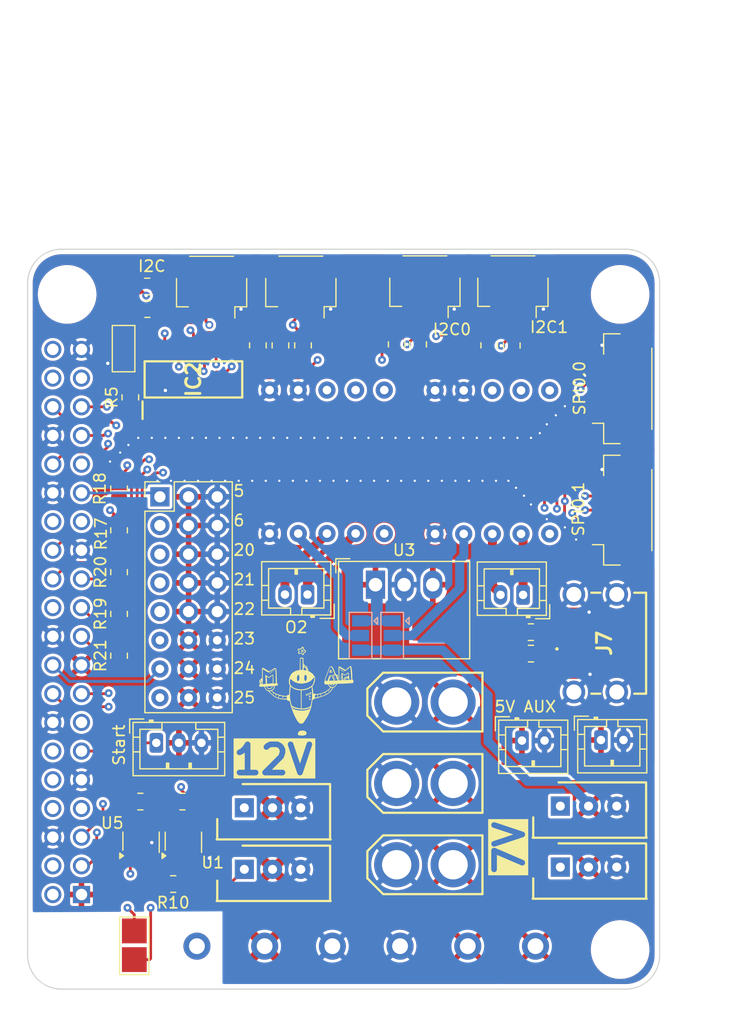
<source format=kicad_pcb>
(kicad_pcb (version 20241229) (generator "pcbnew") (generator_version "9.0")
  (layers (0 "F.Cu" signal) (4 "In1.Cu" signal) (6 "In2.Cu" signal) (2 "B.Cu" signal) (13 "F.Paste" user) (15 "B.Paste" user) (5 "F.SilkS" user "F.Silkscreen") (7 "B.SilkS" user "B.Silkscreen") (1 "F.Mask" user) (3 "B.Mask" user) (25 "Edge.Cuts" user))
  (net 0 "")
  (net 1 "+5V")
  (net 2 "/SPI0 MOSI")
  (net 3 "/SPI0 MISO")
  (net 4 "/UART_TX")
  (net 5 "/GPIO 17")
  (net 6 "/GPIO 24")
  (net 7 "/GPIO 25")
  (net 8 "/GPIO 20")
  (net 9 "/GPIO 21")
  (net 10 "/GPIO 13")
  (net 11 "/GPIO 19")
  (net 12 "GND")
  (net 13 "/SPI0 CLK")
  (net 14 "+24V")
  (net 17 "/SPI0_CS0")
  (net 18 "/SPI0_CS1")
  (net 19 "+3.3V")
  (net 20 "/GPIO 27")
  (net 21 "/GPIO 22")
  (net 22 "/GPIO 23")
  (net 23 "/GPIO 4")
  (net 24 "/UART_HalfDuplex")
  (net 25 "/GPIO 5")
  (net 26 "/GPIO 6")
  (net 27 "/GPIO 12")
  (net 28 "/GPIO 26")
  (net 29 "/GPIO 16")
  (net 30 "Net-(JP3-C)")
  (net 31 "Net-(JP4-C)")
  (net 32 "/I2C SDA")
  (net 33 "/I2C SCL")
  (net 34 "/UART_RX")
  (net 35 "+7.5V")
  (net 40 "Net-(O1-Pin_1)")
  (net 41 "Net-(O1-Pin_2)")
  (net 42 "Net-(O2-Pin_2)")
  (net 43 "Net-(O2-Pin_1)")
  (net 45 "+12V")
  (net 46 "/SDA0")
  (net 47 "/SCL1")
  (net 48 "/SCL0")
  (net 49 "/SDA1")
  (net 50 "/A0")
  (net 51 "Net-(JP1-A)")
  (net 52 "+5VA")
  (net 53 "Net-(J7-CC1)")
  (net 54 "Net-(J7-CC2)")
  (net 56 "Net-(IC2-~{INT1})")
  (net 57 "Net-(IC2-~{RESET})")
  (net 58 "Net-(IC2-~{INT})")
  (net 59 "Net-(J1-BCM9)")
  (net 60 "Net-(J1-BCM10)")
  (net 61 "Net-(J1-BCM11)")
  (net 62 "Net-(J1-BCM8)")
  (net 63 "Net-(J1-BCM7)")
  (footprint "Resistor_SMD:R_0805_2012Metric" (layer "F.Cu") (at 104.4 65.5125 -90)
    (property "Reference" "R16" (hide yes))
    (property "Value" "4.7k")
  )
  (footprint "MiAM:0600005150000" (layer "F.Cu") (at 109 118.7)
    (property "Reference" "J28" (hide yes))
    (property "Value" "MilliMax0600" (hide yes))
  )
  (footprint "MiAM:MODULE_RASPBERRY_PI_B+" (layer "F.Cu") (at 110 80 90)
    (property "Reference" "J1" (hide yes))
    (property "Value" "PI40HAT")
  )
  (footprint "MiAM:0600005150000" (layer "F.Cu") (at 97 118.7)
    (property "Reference" "J4" (hide yes))
    (property "Value" "MilliMax0600" (hide yes))
  )
  (footprint "MiAM:PololuMAX14870" (layer "F.Cu") (at 116.83 68.23 -90)
    (property "Reference" "U4" (hide yes))
    (property "Value" "Pololu_MAX14870")
  )
  (footprint "Connector_JST:JST_PH_B3B-PH-K_1x03_P2.00mm_Vertical" (layer "F.Cu") (at 93.4 100.7)
    (property "Reference" "J10" (hide yes))
    (property "Value" "Conn_01x03_Pin")
  )
  (footprint "Resistor_SMD:R_0805_2012Metric" (layer "F.Cu") (at 95.7125 105.9 180)
    (property "Reference" "R13" (hide yes))
    (property "Value" "10k")
  )
  (footprint "MiAM:Pin_Header_Straight_3x08_Pitch2.54mm" (layer "F.Cu") (at 93.72 78.92)
    (property "Reference" "C1" (hide yes))
    (property "Value" "Conn_03x08")
  )
  (footprint "Resistor_SMD:R_0805_2012Metric" (layer "F.Cu") (at 90.1 92.9875 90)
    (property "Reference" "R21")
    (property "Value" "22")
  )
  (footprint "MiAM:JST_SH_SM04B-SRSS-TB_1x04-1MP_P1.00mm_Horizontal" (layer "F.Cu") (at 106.208717 60.3 180)
    (property "Reference" "I2C2" (hide yes))
    (property "Value" "Conn_01x04_Male")
  )
  (footprint "Resistor_SMD:R_0805_2012Metric" (layer "F.Cu") (at 92.6125 62.3)
    (property "Reference" "R1" (hide yes))
    (property "Value" "20k")
  )
  (footprint "MiAM:SHDR3W60P0X250_1X3_990X490X590P" (layer "F.Cu") (at 129.2 106.3 180)
    (property "Reference" "J9" (hide yes))
    (property "Value" "22-03-5035" (hide yes))
  )
  (footprint "Connector_JST:JST_PH_B2B-PH-K_1x02_P2.00mm_Vertical" (layer "F.Cu") (at 106.8 87.57 180)
    (property "Reference" "O2")
    (property "Value" "Conn_01x02_Male")
  )
  (footprint "Resistor_SMD:R_0805_2012Metric" (layer "F.Cu") (at 90.1 89.2875 90)
    (property "Reference" "R19")
    (property "Value" "22")
  )
  (footprint "Resistor_SMD:R_0805_2012Metric" (layer "F.Cu") (at 116.6 65.423739 -90)
    (property "Reference" "R8" (hide yes))
    (property "Value" "4.7k")
  )
  (footprint "MiAM:0600005150000" (layer "F.Cu") (at 103 118.7)
    (property "Reference" "J3" (hide yes))
    (property "Value" "MilliMax0600" (hide yes))
  )
  (footprint "Resistor_SMD:R_0805_2012Metric" (layer "F.Cu") (at 124.9 65.525 -90)
    (property "Reference" "R11" (hide yes))
    (property "Value" "4.7k")
  )
  (footprint "Package_TO_SOT_SMD:SOT-23-5_HandSoldering" (layer "F.Cu") (at 95.8 109.5 90)
    (property "Reference" "U1")
    (property "Value" "SN74AHCT1G126DBVR")
  )
  (footprint "Resistor_SMD:R_0805_2012Metric" (layer "F.Cu") (at 90.1 78.1875 -90)
    (property "Reference" "R18")
    (property "Value" "22")
  )
  (footprint "MiAM:JST_SH_SM04B-SRSS-TB_1x04-1MP_P1.00mm_Horizontal" (layer "F.Cu") (at 98.3 60.313761 180)
    (property "Reference" "I2C4" (hide yes))
    (property "Value" "Conn_01x04_Male")
  )
  (footprint "Jumper:SolderJumper-3_P1.3mm_Bridged12_Pad1.0x1.5mm_NumberLabels" (layer "F.Cu") (at 90.5 65.8 -90)
    (property "Reference" "JP1" (hide yes))
    (property "Value" "SolderJumper_3_Bridged12")
  )
  (footprint "MiAM:XT30UM" (layer "F.Cu") (at 119.7 104.2925 180)
    (property "Reference" "J8" (hide yes))
    (property "Value" "Conn_01x02_Male" (hide yes))
  )
  (footprint "MiAM:XT30UM" (layer "F.Cu") (at 119.7 111.4925 180)
    (property "Reference" "J6" (hide yes))
    (property "Value" "Conn_01x02_Male" (hide yes))
  )
  (footprint "MiAM:SHDR3W60P0X250_1X3_990X490X590P" (layer "F.Cu") (at 101.2 111.9 180)
    (property "Reference" "J31" (hide yes))
    (property "Value" "22-03-5035" (hide yes))
  )
  (footprint "MiAM:0600005150000" (layer "F.Cu") (at 127 118.7)
    (property "Reference" "J2" (hide yes))
    (property "Value" "MilliMax0600" (hide yes))
  )
  (footprint "MiAM:PogoPin_2.54" (layer "F.Cu") (at 91.45 118.62 90)
    (property "Reference" "J14" (hide yes))
    (property "Value" "Conn_01x02_Pin")
  )
  (footprint "MiAM:XT30UM" (layer "F.Cu") (at 119.7 97.0925 180)
    (property "Reference" "J5" (hide yes))
    (property "Value" "Conn_01x02_Male" (hide yes))
  )
  (footprint "Resistor_SMD:R_0805_2012Metric" (layer "F.Cu") (at 122.9 65.5125 -90)
    (property "Reference" "R12" (hide yes))
    (property "Value" "4.7k")
  )
  (footprint "Connector_JST:JST_GH_SM05B-GHS-TB_1x05-1MP_P1.25mm_Horizontal" (layer "F.Cu") (at 134.75 80.1 90)
    (property "Reference" "SPI2" (hide yes))
    (property "Value" "JST_ZH5")
  )
  (footprint "MiAM:JST_SH_SM04B-SRSS-TB_1x04-1MP_P1.00mm_Horizontal" (layer "F.Cu") (at 117.2 60.275 180)
    (property "Reference" "I2C0")
    (property "Value" "Conn_01x04_Male")
  )
  (footprint "Resistor_SMD:R_0805_2012Metric" (layer "F.Cu") (at 102.4 65.5125 -90)
    (property "Reference" "R7" (hide yes))
    (property "Value" "20k")
  )
  (footprint "Resistor_SMD:R_0805_2012Metric" (layer "F.Cu") (at 114.7 65.423739 -90)
    (property "Reference" "R9" (hide yes))
    (property "Value" "4.7k")
  )
  (footprint "Connector_JST:JST_PH_B2B-PH-K_1x02_P2.00mm_Vertical" (layer "F.Cu") (at 125.9 87.6 180)
    (property "Reference" "O1" (hide yes))
    (property "Value" "Conn_01x02_Male")
  )
  (footprint "MiAM:SOIC127P600X175-14N" (layer "F.Cu") (at 96.69 68.525 90)
    (property "Reference" "IC2")
    (property "Value" "PCA9543AD,118" (hide yes))
  )
  (footprint "Resistor_SMD:R_0805_2012Metric" (layer "F.Cu") (at 92.5875 60.3)
    (property "Reference" "R6" (hide yes))
    (property "Value" "20k")
  )
  (footprint "Resistor_SMD:R_0805_2012Metric" (layer "F.Cu") (at 90.1 81.8875 -90)
    (property "Reference" "R17")
    (property "Value" "22")
  )
  (footprint "Package_TO_SOT_SMD:SOT-23-5_HandSoldering" (layer "F.Cu") (at 92.05 109.5 90)
    (property "Reference" "U5")
    (property "Value" "SN74LVC1G125DBVR")
  )
  (footprint "MiAM:0600005150000" (layer "F.Cu") (at 115 118.7)
    (property "Reference" "J29" (hide yes))
    (property "Value" "MilliMax0600" (hide yes))
  )
  (footprint "Converter_DCDC:Converter_DCDC_RECOM_R-78B-2.0_THT" (layer "F.Cu") (at 112.82 86.7)
    (property "Reference" "U3")
    (property "Value" "R-78B5.0-2.0")
  )
  (footprint "Resistor_SMD:R_0805_2012Metric" (layer "F.Cu") (at 91.1 70.1125 90)
    (property "Reference" "R5")
    (property "Value" "4k")
  )
  (footprint "Connector_JST:JST_GH_SM05B-GHS-TB_1x05-1MP_P1.25mm_Horizontal" (layer "F.Cu") (at 134.75 69.35 90)
    (property "Reference" "SPI0" (hide yes))
    (property "Value" "JST_ZH5")
  )
  (footprint "MiAM:SHDR3W60P0X250_1X3_990X490X590P" (layer "F.Cu") (at 101.2 106.45 180)
    (property "Reference" "J32" (hide yes))
    (property "Value" "22-03-5035" (hide yes))
  )
  (footprint "Resistor_SMD:R_0805_2012Metric" (layer "F.Cu") (at 94.9 113.2 180)
    (property "Reference" "R10")
    (property "Value" "1k")
  )
  (footprint "Resistor_SMD:R_0805_2012Metric" (layer "F.Cu") (at 91.9875 105.9 180)
    (property "Reference" "R14" (hide yes))
    (property "Value" "10k")
  )
  (footprint "MiAM:JST_SH_SM04B-SRSS-TB_1x04-1MP_P1.00mm_Horizontal" (layer "F.Cu") (at 125 60.275 180)
    (property "Reference" "I2C1")
    (property "Value" "Conn_01x04_Male")
  )
  (footprint "MiAM:0600005150000" (layer "F.Cu") (at 121 118.7)
    (property "Reference" "J30" (hide yes))
    (property "Value" "MilliMax0600" (hide yes))
  )
  (footprint "Connector_JST:JST_PH_B2B-PH-K_1x02_P2.00mm_Vertical" (layer "F.Cu") (at 125.8 100.5)
    (property "Reference" "O3" (hide yes))
    (property "Value" "Conn_01x02_Male")
  )
  (footprint "Connector_JST:JST_PH_B2B-PH-K_1x02_P2.00mm_Vertical" (layer "F.Cu") (at 132.8 100.45)
    (property "Reference" "O8" (hide yes))
    (property "Value" "Conn_01x02_Male")
  )
  (footprint "Resistor_SMD:R_0805_2012Metric" (layer "F.Cu") (at 126.5875 90.9 180)
    (property "Reference" "R3" (hide yes))
    (property "Value" "22k")
  )
  (footprint "MiAM:PololuMAX14870" (layer "F.Cu") (at 102.17 68.2 -90)
    (property "Reference" "U6" (hide yes))
    (property "Value" "Pololu_MAX14870")
  )
  (footprint "Resistor_SMD:R_0805_2012Metric" (layer "F.Cu") (at 90.1 85.5875 90)
    (property "Reference" "R20")
    (property "Value" "22")
  )
  (footprint "Resistor_SMD:R_0805_2012Metric" (layer "F.Cu") (at 126.6 92.8 180)
    (property "Reference" "R4" (hide yes))
    (property "Value" "22k")
  )
  (footprint "MiAM:2171750001" (layer "F.Cu") (at 133.35 91.88 90)
    (property "Reference" "J7")
    (property "Value" "217175-0001" (hide yes))
  )
  (footprint "MiAM:SHDR3W60P0X250_1X3_990X490X590P" (layer "F.Cu") (at 129.2 111.7 180)
    (property "Reference" "J23" (hide yes))
    (property "Value" "22-03-5035" (hide yes))
  )
  (footprint "Resistor_SMD:R_0805_2012Metric" (layer "F.Cu") (at 106.4 65.5125 -90)
    (property "Reference" "R15" (hide yes))
    (property "Value" "4.7k")
  )
  (footprint "Jumper:SolderJumper-3_P1.3mm_Open_Pad1.0x1.5mm" (layer "B.Cu") (at 111.5 91.2 -90)
    (property "Reference" "JP3" (hide yes))
    (property "Value" "SolderJumper_3_Open")
  )
  (footprint "Jumper:SolderJumper-3_P1.3mm_Open_Pad1.0x1.5mm" (layer "B.Cu") (at 114.3 91.2 -90)
    (property "Reference" "JP4" (hide yes))
    (property "Value" "SolderJumper_3_Open")
  )
  (gr_poly (pts (xy 103.617566 94.3892) (xy 103.619791 94.3894) (xy 103.622015 94.389723) (xy 103.624233 94.390167) (xy 103.626438 94.390728) (xy 103.628623 94.391402) (xy 103.630783 94.392185) (xy 103.632911 94.393075) (xy 103.635001 94.394068) (xy 103.637047 94.39516) (xy 103.639042 94.396348) (xy 103.640981 94.397628) (xy 103.642857 94.398997) (xy 103.644663 94.400451) (xy 103.646395 94.401987) (xy 103.648044 94.403601) (xy 103.649606 94.405289) (xy 103.651074 94.407049) (xy 103.652441 94.408876) (xy 103.653702 94.410768) (xy 103.654851 94.41272) (xy 103.65588 94.414729) (xy 103.656784 94.416791) (xy 103.657557 94.418904) (xy 103.658192 94.421063) (xy 103.658683 94.423266) (xy 103.659141 94.4266) (xy 103.659316 94.430119) (xy 103.659225 94.433777) (xy 103.658885 94.437527) (xy 103.65831 94.441322) (xy 103.657519 94.445115) (xy 103.656528 94.448858) (xy 103.655352 94.452507) (xy 103.654009 94.456012) (xy 103.652516 94.459328) (xy 103.650888 94.462408) (xy 103.649142 94.465205) (xy 103.647294 94.467672) (xy 103.645362 94.469762) (xy 103.644369 94.470651) (xy 103.643361 94.471428) (xy 103.642341 94.472087) (xy 103.641309 94.472623) (xy 103.639161 94.473475) (xy 103.636734 94.474215) (xy 103.634071 94.474842) (xy 103.631218 94.475357) (xy 103.628217 94.475758) (xy 103.625112 94.476047) (xy 103.621948 94.476222) (xy 103.618767 94.476285) (xy 103.615614 94.476235) (xy 103.612532 94.476071) (xy 103.609566 94.475794) (xy 103.606759 94.475404) (xy 103.604155 94.4749) (xy 103.601797 94.474283) (xy 103.59973 94.473552) (xy 103.597998 94.472707) (xy 103.597998 94.472705) (xy 103.597297 94.472242) (xy 103.596573 94.471656) (xy 103.595827 94.470954) (xy 103.595064 94.470143) (xy 103.593495 94.46822) (xy 103.591891 94.465941) (xy 103.590276 94.463358) (xy 103.588673 94.460525) (xy 103.587109 94.457496) (xy 103.585605 94.454325) (xy 103.584188 94.451064) (xy 103.582881 94.447767) (xy 103.581709 94.444488) (xy 103.580695 94.44128) (xy 103.579864 94.438196) (xy 103.579241 94.43529) (xy 103.578849 94.432616) (xy 103.578747 94.431382) (xy 103.578713 94.430227) (xy 103.578749 94.428904) (xy 103.578854 94.427549) (xy 103.579263 94.424761) (xy 103.579922 94.421894) (xy 103.580812 94.418979) (xy 103.581912 94.416046) (xy 103.583205 94.413128) (xy 103.584672 94.410256) (xy 103.586291 94.407459) (xy 103.588046 94.40477) (xy 103.589917 94.40222) (xy 103.591884 94.399839) (xy 103.593928 94.397659) (xy 103.59603 94.39571) (xy 103.598172 94.394025) (xy 103.600334 94.392633) (xy 103.601416 94.392058) (xy 103.602496 94.391567) (xy 103.604551 94.390801) (xy 103.606649 94.390184) (xy 103.608784 94.389711) (xy 103.610949 94.38938) (xy 103.613138 94.389187) (xy 103.615346 94.389128)) (fill yes) (layer "F.SilkS"))
  (gr_poly (pts (xy 109.212669 95.02491) (xy 109.214364 95.025119) (xy 109.216107 95.025518) (xy 109.217901 95.026107) (xy 109.219744 95.026887) (xy 109.221638 95.027857) (xy 109.223584 95.029017) (xy 109.225582 95.030367) (xy 109.227632 95.031907) (xy 109.229736 95.033637) (xy 109.231894 95.035557) (xy 109.234107 95.037667) (xy 109.236375 95.039967) (xy 109.2387 95.042457) (xy 109.241081 95.045137) (xy 109.243519 95.048006) (xy 109.246679 95.05186) (xy 109.249472 95.055401) (xy 109.251908 95.058663) (xy 109.253996 95.06168) (xy 109.255745 95.064488) (xy 109.257165 95.06712) (xy 109.257754 95.068381) (xy 109.258264 95.069611) (xy 109.258697 95.070814) (xy 109.259053 95.071994) (xy 109.259333 95.073157) (xy 109.25954 95.074305) (xy 109.259673 95.075444) (xy 109.259735 95.076578) (xy 109.259725 95.07771) (xy 109.259647 95.078846) (xy 109.259499 95.079989) (xy 109.259285 95.081144) (xy 109.259005 95.082316) (xy 109.258659 95.083507) (xy 109.257778 95.085969) (xy 109.256652 95.088564) (xy 109.255289 95.091326) (xy 109.25413 95.093451) (xy 109.252887 95.095507) (xy 109.251568 95.097491) (xy 109.250176 95.099401) (xy 109.24872 95.101234) (xy 109.247203 95.102989) (xy 109.245632 95.104661) (xy 109.244012 95.10625) (xy 109.242349 95.107753) (xy 109.24065 95.109166) (xy 109.238918 95.110488) (xy 109.237161 95.111717) (xy 109.235384 95.112849) (xy 109.233593 95.113882) (xy 109.231793 95.114814) (xy 109.22999 95.115643) (xy 109.22819 95.116365) (xy 109.226399 95.116979) (xy 109.224621 95.117482) (xy 109.222864 95.117872) (xy 109.221132 95.118145) (xy 109.219431 95.1183) (xy 109.217768 95.118335) (xy 109.216147 95.118246) (xy 109.214575 95.118031) (xy 109.213057 95.117688) (xy 109.211599 95.117214) (xy 109.210206 95.116607) (xy 109.208885 95.115865) (xy 109.207641 95.114985) (xy 109.206479 95.113964) (xy 109.205406 95.1128) (xy 109.205406 95.112801) (xy 109.205407 95.112801) (xy 109.204862 95.112103) (xy 109.204251 95.111243) (xy 109.203579 95.110234) (xy 109.202855 95.109088) (xy 109.201273 95.106434) (xy 109.199558 95.103377) (xy 109.197763 95.100015) (xy 109.195941 95.096445) (xy 109.194147 95.092764) (xy 109.192432 95.08907) (xy 109.184398 95.071286) (xy 109.190693 95.050495) (xy 109.191658 95.047465) (xy 109.19266 95.044626) (xy 109.193701 95.041977) (xy 109.194781 95.039519) (xy 109.195901 95.037252) (xy 109.197061 95.035176) (xy 109.198262 95.03329) (xy 109.199504 95.031595) (xy 109.200789 95.03009) (xy 109.202117 95.028776) (xy 109.203488 95.027653) (xy 109.204904 95.026719) (xy 109.206364 95.025977) (xy 109.20787 95.025424) (xy 109.209423 95.025062) (xy 109.211022 95.024891)) (fill yes) (layer "F.SilkS"))
  (gr_poly (pts (xy 106.390279 92.208214) (xy 106.390526 92.209147) (xy 106.390791 92.21004) (xy 106.391079 92.210894) (xy 106.391396 92.211714) (xy 106.391746 92.212501) (xy 106.392134 92.213258) (xy 106.392567 92.213989) (xy 106.393048 92.214697) (xy 106.393583 92.215383) (xy 106.394177 92.216052) (xy 106.394836 92.216707) (xy 106.395565 92.217349) (xy 106.396367 92.217982) (xy 106.39725 92.218609) (xy 106.398218 92.219233) (xy 106.399276 92.219856) (xy 106.400429 92.220482) (xy 106.401682 92.221114) (xy 106.403041 92.221754) (xy 106.404511 92.222405) (xy 106.406096 92.223071) (xy 106.407802 92.223754) (xy 106.411599 92.225182) (xy 106.415941 92.226714) (xy 106.420869 92.228373) (xy 106.426426 92.230182) (xy 106.432652 92.232165) (xy 106.438233 92.233958) (xy 106.443232 92.235639) (xy 106.447686 92.23724) (xy 106.451636 92.238791) (xy 106.455121 92.240323) (xy 106.45818 92.241868) (xy 106.460852 92.243456) (xy 106.463177 92.245119) (xy 106.465194 92.246886) (xy 106.466941 92.248791) (xy 106.468459 92.250862) (xy 106.469787 92.253132) (xy 106.470963 92.255632) (xy 106.472028 92.258392) (xy 106.47302 92.261443) (xy 106.473978 92.264817) (xy 106.474708 92.267764) (xy 106.475286 92.270639) (xy 106.475708 92.273464) (xy 106.475968 92.276265) (xy 106.476063 92.279065) (xy 106.475989 92.281888) (xy 106.475741 92.284758) (xy 106.475316 92.287699) (xy 106.474709 92.290736) (xy 106.473916 92.293891) (xy 106.472934 92.29719) (xy 106.471757 92.300655) (xy 106.470382 92.304311) (xy 106.468805 92.308183) (xy 106.467021 92.312293) (xy 106.465026 92.316666) (xy 106.463205 92.320758) (xy 106.461622 92.324699) (xy 106.460278 92.328491) (xy 106.459173 92.332135) (xy 106.458307 92.335633) (xy 106.457678 92.338986) (xy 106.457289 92.342196) (xy 106.457138 92.345263) (xy 106.457226 92.34819) (xy 106.457552 92.350977) (xy 106.458117 92.353627) (xy 106.45892 92.35614) (xy 106.459962 92.358517) (xy 106.461242 92.360761) (xy 106.462761 92.362872) (xy 106.464518 92.364852) (xy 106.475235 92.376062) (xy 106.486035 92.387871) (xy 106.496752 92.400078) (xy 106.507217 92.412481) (xy 106.517265 92.424879) (xy 106.526729 92.437069) (xy 106.535442 92.448852) (xy 106.543238 92.460024) (xy 106.546529 92.46478) (xy 106.549768 92.469197) (xy 106.552969 92.473289) (xy 106.55615 92.477066) (xy 106.559325 92.480541) (xy 106.562512 92.483727) (xy 106.565726 92.486635) (xy 106.568983 92.489279) (xy 106.5723 92.49167) (xy 106.575692 92.493821) (xy 106.579175 92.495744) (xy 106.582766 92.497451) (xy 106.586481 92.498955) (xy 106.590335 92.500268) (xy 106.594345 92.501402) (xy 106.598527 92.50237) (xy 106.614673 92.505808) (xy 106.621261 92.50734) (xy 106.626962 92.508825) (xy 106.631851 92.510317) (xy 106.636007 92.511875) (xy 106.637833 92.512697) (xy 106.639505 92.513556) (xy 106.641031 92.51446) (xy 106.642422 92.515416) (xy 106.643687 92.516432) (xy 106.644835 92.517513) (xy 106.645877 92.518668) (xy 106.646821 92.519903) (xy 106.647678 92.521226) (xy 106.648457 92.522644) (xy 106.64982 92.525792) (xy 106.650985 92.529404) (xy 106.652031 92.533538) (xy 106.654068 92.543597) (xy 106.654711 92.548304) (xy 106.655151 92.5544) (xy 106.655467 92.569971) (xy 106.655108 92.588734) (xy 106.654166 92.60911) (xy 106.652732 92.629524) (xy 106.650899 92.648398) (xy 106.648759 92.664156) (xy 106.647602 92.670373) (xy 106.646402 92.675219) (xy 106.645136 92.679142) (xy 106.644462 92.680969) (xy 106.643755 92.682709) (xy 106.64301 92.684364) (xy 106.642224 92.685938) (xy 106.641392 92.687434) (xy 106.640509 92.688852) (xy 106.639571 92.690197) (xy 106.638573 92.691471) (xy 106.637512 92.692676) (xy 106.636383 92.693814) (xy 106.635181 92.69489) (xy 106.633902 92.695904) (xy 106.632542 92.69686) (xy 106.631096 92.69776) (xy 106.629559 92.698607) (xy 106.627929 92.699403) (xy 106.626199 92.700151) (xy 106.624366 92.700853) (xy 106.622425 92.701513) (xy 106.620372 92.702132) (xy 106.618203 92.702714) (xy 106.615912 92.70326) (xy 106.610951 92.704257) (xy 106.605453 92.705144) (xy 106.599384 92.705941) (xy 106.592708 92.70667) (xy 106.586175 92.707421) (xy 106.579639 92.70835) (xy 106.573272 92.709421) (xy 106.567252 92.710598) (xy 106.561751 92.711842) (xy 106.556946 92.713118) (xy 106.55301 92.714389) (xy 106.551423 92.715011) (xy 106.550118 92.715618) (xy 106.548827 92.716353) (xy 106.547276 92.717351) (xy 106.545489 92.718594) (xy 106.543484 92.720066) (xy 106.538904 92.723626) (xy 106.533704 92.727891) (xy 106.528046 92.732725) (xy 106.522095 92.737989) (xy 106.516017 92.743545) (xy 106.509976 92.749256) (xy 106.504033 92.755025) (xy 106.498796 92.760261) (xy 106.49423 92.765055) (xy 106.490299 92.769503) (xy 106.488562 92.771626) (xy 106.486971 92.773697) (xy 106.485521 92.775727) (xy 106.484209 92.777729) (xy 106.483031 92.779715) (xy 106.481981 92.781695) (xy 106.481056 92.783681) (xy 106.480251 92.785685) (xy 106.479562 92.78772) (xy 106.478984 92.789795) (xy 106.478514 92.791924) (xy 106.478147 92.794117) (xy 106.477878 92.796387) (xy 106.477704 92.798744) (xy 106.47762 92.801202) (xy 106.477622 92.80377) (xy 106.477866 92.809288) (xy 106.478401 92.815391) (xy 106.479192 92.822172) (xy 106.480206 92.829725) (xy 106.481431 92.839049) (xy 106.4824 92.847698) (xy 106.483109 92.855697) (xy 106.483555 92.863071) (xy 106.483733 92.869844) (xy 106.483639 92.876041) (xy 106.483269 92.881688) (xy 106.48262 92.886808) (xy 106.481686 92.891428) (xy 106.480465 92.895571) (xy 106.478952 92.899262) (xy 106.477143 92.902527) (xy 106.475034 92.905389) (xy 106.472621 92.907875) (xy 106.4699 92.910008) (xy 106.466867 92.911813) (xy 106.463364 92.913084) (xy 106.458261 92.914181) (xy 106.451784 92.915106) (xy 106.444161 92.915858) (xy 106.426394 92.916846) (xy 106.406785 92.917149) (xy 106.387159 92.91677) (xy 106.369342 92.915712) (xy 106.361682 92.914929) (xy 106.355159 92.913979) (xy 106.350001 92.91286) (xy 106.346435 92.911573) (xy 106.346431 92.911586) (xy 106.343797 92.910183) (xy 106.341347 92.908735) (xy 106.339065 92.90722) (xy 106.337983 92.906431) (xy 106.336938 92.905617) (xy 106.335927 92.904776) (xy 106.334949 92.903904) (xy 106.334001 92.903) (xy 106.333082 92.902061) (xy 106.33219 92.901084) (xy 106.331324 92.900066) (xy 106.33048 92.899004) (xy 106.329657 92.897897) (xy 106.328853 92.89674) (xy 106.328067 92.895532) (xy 106.326538 92.892952) (xy 106.325056 92.890133) (xy 106.323604 92.887056) (xy 106.322167 92.883697) (xy 106.32073 92.880037) (xy 106.319278 92.876053) (xy 106.317795 92.871724) (xy 106.315122 92.863978) (xy 106.312502 92.857015) (xy 106.309878 92.850785) (xy 106.30719 92.845241) (xy 106.305804 92.842711) (xy 106.30438 92.840334) (xy 106.302911 92.838105) (xy 106.30139 92.836016) (xy 106.29981 92.834063) (xy 106.298162 92.832239) (xy 106.29644 92.830538) (xy 106.294637 92.828954) (xy 106.292745 92.827481) (xy 106.290757 92.826113) (xy 106.288665 92.824843) (xy 106.286463 92.823667) (xy 106.284143 92.822578) (xy 106.281698 92.821569) (xy 106.27912 92.820636) (xy 106.276402 92.819771) (xy 106.270517 92.818223) (xy 106.263986 92.816878) (xy 106.256749 92.815687) (xy 106.248748 92.814602) (xy 106.235681 92.812849) (xy 106.220835 92.810662) (xy 106.206035 92.80832) (xy 106.193107 92.806101) (xy 106.184172 92.804529) (xy 106.180369 92.803927) (xy 106.176905 92.803453) (xy 106.173703 92.803111) (xy 106.170683 92.802906) (xy 106.167768 92.802841) (xy 106.16488 92.80292) (xy 106.16194 92.803149) (xy 106.158871 92.80353) (xy 106.155594 92.804068) (xy 106.152031 92.804767) (xy 106.148104 92.805631) (xy 106.143736 92.806665) (xy 106.13336 92.809257) (xy 106.12676 92.810972) (xy 106.12033 92.812718) (xy 106.114229 92.814446) (xy 106.108619 92.816108) (xy 106.103659 92.817655) (xy 106.09951 92.819039) (xy 106.096331 92.820211) (xy 106.094284 92.821122) (xy 106.093502 92.821517) (xy 106.09259 92.821936) (xy 106.090422 92.82283) (xy 106.087869 92.823773) (xy 106.085022 92.824738) (xy 106.08197 92.825694) (xy 106.078803 92.826614) (xy 106.075609 92.827467) (xy 106.072478 92.828225) (xy 106.070012 92.828768) (xy 106.067747 92.829208) (xy 106.065637 92.829536) (xy 106.063632 92.82974) (xy 106.062655 92.829792) (xy 106.061686 92.829809) (xy 106.060719 92.829789) (xy 106.059749 92.829732) (xy 106.05877 92.829635) (xy 106.057775 92.829497) (xy 106.056759 92.829318) (xy 106.055715 92.829095) (xy 106.054638 92.828827) (xy 106.053522 92.828513) (xy 106.051148 92.82774) (xy 106.048544 92.826767) (xy 106.045663 92.82558) (xy 106.042457 92.82417) (xy 106.038879 92.822525) (xy 106.030412 92.818487) (xy 106.024864 92.815704) (xy 106.019521 92.812827) (xy 106.014511 92.80994) (xy 106.009964 92.807126) (xy 106.006008 92.804467) (xy 106.004291 92.803222) (xy 106.002772 92.802047) (xy 106.001464 92.800953) (xy 106.000385 92.799949) (xy 105.99955 92.799046) (xy 105.998976 92.798255) (xy 105.998475 92.797489) (xy 105.997855 92.796661) (xy 105.997124 92.795777) (xy 105.996291 92.794846) (xy 105.995365 92.793876) (xy 105.994355 92.792875) (xy 105.993271 92.79185) (xy 105.99212 92.79081) (xy 105.990912 92.789763) (xy 105.989656 92.788715) (xy 105.98836 92.787676) (xy 105.987034 92.786652) (xy 105.985686 92.785653) (xy 105.984326 92.784685) (xy 105.982962 92.783757) (xy 105.981603 92.782876) (xy 105.980228 92.781954) (xy 105.978826 92.780907) (xy 105.975958 92.778472) (xy 105.973038 92.77563) (xy 105.970102 92.772439) (xy 105.967187 92.768959) (xy 105.96433 92.765249) (xy 105.961569 92.761367) (xy 105.958942 92.757371) (xy 105.956484 92.753322) (xy 105.954233 92.749277) (xy 105.952226 92.745295) (xy 105.950501 92.741435) (xy 105.949095 92.737756) (xy 105.948044 92.734317) (xy 105.947664 92.732706) (xy 105.947387 92.731177) (xy 105.947217 92.729737) (xy 105.947159 92.728393) (xy 105.947173 92.727794) (xy 105.947215 92.727201) (xy 105.947286 92.726613) (xy 105.947387 92.726029) (xy 105.947519 92.725448) (xy 105.947684 92.724868) (xy 105.947882 92.724289) (xy 105.948114 92.723709) (xy 105.948382 92.723128) (xy 105.948686 92.722543) (xy 105.949028 92.721954) (xy 105.949408 92.721359) (xy 105.949828 92.720758) (xy 105.950288 92.72015) (xy 105.95079 92.719532) (xy 105.951334 92.718905) (xy 105.951922 92.718266) (xy 105.952555 92.717615) (xy 105.95396 92.716271) (xy 105.955556 92.714864) (xy 105.957351 92.713385) (xy 105.959355 92.711823) (xy 105.961575 92.71017) (xy 105.96402 92.708417) (xy 105.966698 92.706554) (xy 105.970987 92.703506) (xy 105.975692 92.699985) (xy 105.98066 92.696114) (xy 105.985738 92.69202) (xy 105.990772 92.687827) (xy 105.995608 92.683663) (xy 106.000095 92.679652) (xy 106.004077 92.675921) (xy 106.007736 92.672316) (xy 106.010947 92.668969) (xy 106.01372 92.66583) (xy 106.014945 92.664325) (xy 106.016063 92.662854) (xy 106.017076 92.661412) (xy 106.017984 92.659993) (xy 106.018789 92.65859) (xy 106.019493 92.657198) (xy 106.020095 92.655811) (xy 106.020597 92.654423) (xy 106.021 92.653028) (xy 106.021305 92.651621) (xy 106.021514 92.650194) (xy 106.021626 92.648742) (xy 106.021645 92.64726) (xy 106.021569 92.645741) (xy 106.021401 92.644179) (xy 106.021142 92.642569) (xy 106.020793 92.640905) (xy 106.020354 92.63918) (xy 106.019827 92.637388) (xy 106.019213 92.635525) (xy 106.017728 92.631557) (xy 106.015908 92.627229) (xy 106.013761 92.622492) (xy 106.01209 92.618793) (xy 106.010442 92.614936) (xy 106.00886 92.611036) (xy 106.007386 92.607206) (xy 106.006062 92.60356) (xy 106.004931 92.600209) (xy 106.004035 92.597269) (xy 106.003417 92.594852) (xy 106.003013 92.593546) (xy 106.002316 92.591949) (xy 106.001338 92.590075) (xy 106.000087 92.587939) (xy 105.998575 92.585554) (xy 105.996812 92.582934) (xy 105.994808 92.580093) (xy 105.992574 92.577044) (xy 105.99012 92.573803) (xy 105.987456 92.570381) (xy 105.984592 92.566795) (xy 105.981539 92.563056) (xy 105.974908 92.55518) (xy 105.967645 92.546864) (xy 105.960653 92.538843) (xy 105.954058 92.530982) (xy 105.947988 92.523452) (xy 105.942574 92.516427) (xy 105.937944 92.510079) (xy 105.93423 92.50458) (xy 105.932756 92.502203) (xy 105.931559 92.500104) (xy 105.930656 92.498302) (xy 105.930062 92.496822) (xy 105.928816 92.492301) (xy 105.927954 92.487507) (xy 105.927467 92.482482) (xy 105.92735 92.477558) (xy 105.999509 92.477558) (xy 105.999579 92.480849) (xy 105.999713 92.482392) (xy 105.999915 92.483874) (xy 106.000188 92.485299) (xy 106.000533 92.486672) (xy 106.000953 92.487999) (xy 106.00145 92.489283) (xy 106.002025 92.490531) (xy 106.002682 92.491746) (xy 106.003421 92.492934) (xy 106.004246 92.4941) (xy 106.005158 92.495248) (xy 106.006158 92.496383) (xy 106.00725 92.49751) (xy 106.008435 92.498634) (xy 106.011094 92.500894) (xy 106.01415 92.503199) (xy 106.017621 92.505591) (xy 106.021522 92.508107) (xy 106.02841 92.512526) (xy 106.034657 92.516741) (xy 106.040299 92.5208) (xy 106.045372 92.524752) (xy 106.049909 92.528645) (xy 106.053947 92.532528) (xy 106.05752 92.53645) (xy 106.059143 92.53844) (xy 106.060663 92.540459) (xy 106.062085 92.542511) (xy 106.063412 92.544603) (xy 106.064649 92.546741) (xy 106.065802 92.548932) (xy 106.067867 92.553493) (xy 106.069643 92.558336) (xy 106.071166 92.56351) (xy 106.072469 92.569061) (xy 106.073589 92.57504) (xy 106.07456 92.581495) (xy 106.075174 92.585235) (xy 106.076073 92.589588) (xy 106.077213 92.594398) (xy 106.078551 92.599508) (xy 106.080045 92.60476) (xy 106.081651 92.609998) (xy 106.083327 92.615064) (xy 106.08503 92.619801) (xy 106.087571 92.626875) (xy 106.089667 92.633472) (xy 106.091304 92.639652) (xy 106.092468 92.645475) (xy 106.092868 92.648272) (xy 106.093144 92.651002) (xy 106.093296 92.653673) (xy 106.09332 92.656292) (xy 106.093216 92.658867) (xy 106.092982 92.661405) (xy 106.092616 92.663914) (xy 106.092116 92.666402) (xy 106.09148 92.668875) (xy 106.090708 92.671342) (xy 106.089796 92.67381) (xy 106.088744 92.676286) (xy 106.08755 92.678778) (xy 106.086211 92.681293) (xy 106.083095 92.686424) (xy 106.079382 92.691739) (xy 106.075059 92.697297) (xy 106.070111 92.703159) (xy 106.064525 92.709385) (xy 106.061056 92.71325) (xy 106.057914 92.716944) (xy 106.055096 92.72048) (xy 106.052595 92.723873) (xy 106.050407 92.727135) (xy 106.048527 92.730279) (xy 106.046948 92.73332) (xy 106.045667 92.73627) (xy 106.044677 92.739143) (xy 106.043974 92.741951) (xy 106.043552 92.744709) (xy 106.043407 92.74743) (xy 106.043532 92.750127) (xy 106.043923 92.752813) (xy 106.044575 92.755502) (xy 106.045482 92.758207) (xy 106.04603 92.759581) (xy 106.046582 92.760813) (xy 106.046864 92.761378) (xy 106.047151 92.761911) (xy 106.047447 92.762412) (xy 106.047751 92.762882) (xy 106.048067 92.763323) (xy 106.048396 92.763734) (xy 106.048739 92.764117) (xy 106.049098 92.764473) (xy 106.049475 92.764803) (xy 106.049871 92.765107) (xy 106.050289 92.765387) (xy 106.05073 92.765644) (xy 106.051195 92.765878) (xy 106.051686 92.76609) (xy 106.052205 92.766281) (xy 106.052754 92.766453) (xy 106.053335 92.766605) (xy 106.053948 92.766739) (xy 106.054596 92.766857) (xy 106.055281 92.766958) (xy 106.056003 92.767044) (xy 106.056765 92.767115) (xy 106.058416 92.767218) (xy 106.060245 92.767275) (xy 106.062268 92.767292) (xy 106.063862 92.767247) (xy 106.065549 92.767112) (xy 106.067322 92.766891) (xy 106.069173 92.766585) (xy 106.071096 92.766196) (xy 106.073084 92.765727) (xy 106.07513 92.765179) (xy 106.077226 92.764556) (xy 106.079367 92.763858) (xy 106.081544 92.763089) (xy 106.083752 92.76225) (xy 106.085983 92.761344) (xy 106.08823 92.760372) (xy 106.090486 92.759337) (xy 106.092745 92.758242) (xy 106.094998 92.757088) (xy 106.101017 92.754027) (xy 106.106871 92.75127) (xy 106.112597 92.748813) (xy 106.118227 92.746648) (xy 106.123797 92.744771) (xy 106.129341 92.743177) (xy 106.134892 92.741858) (xy 106.140486 92.740811) (xy 106.146157 92.740029) (xy 106.151938 92.739507) (xy 106.157865 92.739239) (xy 106.163972 92.73922) (xy 106.170292 92.739443) (xy 106.176861 92.739904) (xy 106.183713 92.740597) (xy 106.190881 92.741517) (xy 106.198041 92.742596) (xy 106.205658 92.743875) (xy 106.2135 92.745308) (xy 106.221333 92.746845) (xy 106.228922 92.748441) (xy 106.236034 92.750047) (xy 106.242435 92.751616) (xy 106.247891 92.753101) (xy 106.259516 92.756394) (xy 106.273585 92.760246) (xy 106.288323 92.764179) (xy 106.301956 92.767712) (xy 106.308561 92.769478) (xy 106.314623 92.771298) (xy 106.320185 92.77321) (xy 106.325292 92.775252) (xy 106.329988 92.777461) (xy 106.334316 92.779876) (xy 106.33832 92.782535) (xy 106.340215 92.783967) (xy 106.342045 92.785474) (xy 106.343816 92.78706) (xy 106.345534 92.788732) (xy 106.348832 92.792346) (xy 106.351982 92.796354) (xy 106.355028 92.800795) (xy 106.358014 92.805705) (xy 106.360985 92.811123) (xy 106.363984 92.817086) (xy 106.367055 92.823632) (xy 106.369435 92.828653) (xy 106.3719 92.833479) (xy 106.374376 92.837993) (xy 106.376793 92.842081) (xy 106.37908 92.845626) (xy 106.380152 92.847159) (xy 106.381165 92.848513) (xy 106.38211 92.849674) (xy 106.382977 92.850626) (xy 106.383759 92.851356) (xy 106.384445 92.851849) (xy 106.38643 92.852912) (xy 106.388403 92.853787) (xy 106.389383 92.854154) (xy 106.390359 92.854475) (xy 106.391328 92.85475) (xy 106.392291 92.854978) (xy 106.393246 92.855161) (xy 106.394193 92.855297) (xy 106.395131 92.855388) (xy 106.39606 92.855433) (xy 106.396978 92.855432) (xy 106.397885 92.855386) (xy 106.39878 92.855295) (xy 106.399662 92.855159) (xy 106.400531 92.854978) (xy 106.401385 92.854752) (xy 106.402225 92.854481) (xy 106.403049 92.854165) (xy 106.403856 92.853805) (xy 106.404646 92.853401) (xy 106.405419 92.852953) (xy 106.406172 92.852461) (xy 106.406907 92.851924) (xy 106.40762 92.851344) (xy 106.408313 92.850721) (xy 106.408985 92.850054) (xy 106.409633 92.849343) (xy 106.410259 92.84859) (xy 106.41086 92.847793) (xy 106.411437 92.846953) (xy 106.411434 92.846953) (xy 106.412334 92.845531) (xy 106.413119 92.844167) (xy 106.413468 92.843494) (xy 106.41379 92.842822) (xy 106.414083 92.842145) (xy 106.414348 92.841459) (xy 106.414585 92.840759) (xy 106.414795 92.84004) (xy 106.414977 92.839298) (xy 106.415132 92.838529) (xy 106.415259 92.837727) (xy 106.41536 92.836887) (xy 106.415433 92.836006) (xy 106.415481 92.835078) (xy 106.415501 92.834098) (xy 106.415495 92.833063) (xy 106.415463 92.831967) (xy 106.415405 92.830806) (xy 106.415212 92.828268) (xy 106.414917 92.825413) (xy 106.414521 92.822203) (xy 106.414025 92.818601) (xy 106.413432 92.814568) (xy 106.412742 92.810068) (xy 106.4118 92.80364) (xy 106.411051 92.797677) (xy 106.4105 92.792157) (xy 106.410151 92.787053) (xy 106.410008 92.782343) (xy 106.410076 92.778002) (xy 106.410357 92.774006) (xy 106.410858 92.770332) (xy 106.411581 92.766954) (xy 106.412531 92.76385) (xy 106.413713 92.760994) (xy 106.41513 92.758363) (xy 106.416786 92.755933) (xy 106.418686 92.75368) (xy 106.420834 92.751579) (xy 106.423234 92.749607) (xy 106.435214 92.740083) (xy 106.448384 92.72887) (xy 106.462019 92.716657) (xy 106.475398 92.704138) (xy 106.487797 92.692004) (xy 106.498493 92.680947) (xy 106.502976 92.676038) (xy 106.506762 92.671658) (xy 106.509761 92.667892) (xy 106.511882 92.664829) (xy 106.513746 92.661809) (xy 106.515433 92.659156) (xy 106.517022 92.65683) (xy 106.517805 92.655776) (xy 106.518592 92.65479) (xy 106.519394 92.653865) (xy 106.52022 92.652997) (xy 106.521081 92.652181) (xy 106.521986 92.651411) (xy 106.522945 92.650684) (xy 106.523968 92.649994) (xy 106.525064 92.649335) (xy 106.526244 92.648703) (xy 106.527517 92.648094) (xy 106.528893 92.647501) (xy 106.530382 92.646921) (xy 106.531993 92.646348) (xy 106.533737 92.645777) (xy 106.535624 92.645203) (xy 106.539863 92.644027) (xy 106.54479 92.642779) (xy 106.550482 92.641422) (xy 106.564477 92.638216) (xy 106.568874 92.637146) (xy 106.572832 92.63602) (xy 106.576372 92.634813) (xy 106.577991 92.63417) (xy 106.579512 92.633497) (xy 106.580939 92.632791) (xy 106.582273 92.632048) (xy 106.583518 92.631264) (xy 106.584674 92.630437) (xy 106.585746 92.629564) (xy 106.586735 92.62864) (xy 106.587644 92.627664) (xy 106.588475 92.626631) (xy 106.58923 92.625538) (xy 106.589913 92.624382) (xy 106.590525 92.623159) (xy 106.591069 92.621868) (xy 106.591548 92.620503) (xy 106.591963 92.619062) (xy 106.592318 92.617542) (xy 106.592614 92.615939) (xy 106.592855 92.61425) (xy 106.593042 92.612472) (xy 106.593267 92.608635) (xy 106.593307 92.604401) (xy 106.593183 92.599746) (xy 106.593084 92.598506) (xy 106.59289 92.597259) (xy 106.592603 92.596006) (xy 106.592223 92.594749) (xy 106.591754 92.593489) (xy 106.591196 92.592227) (xy 106.590552 92.590966) (xy 106.589822 92.589705) (xy 106.589009 92.588448) (xy 106.588115 92.587195) (xy 106.58714 92.585948) (xy 106.586087 92.584708) (xy 106.584957 92.583477) (xy 106.583753 92.582256) (xy 106.582475 92.581046) (xy 106.581126 92.57985) (xy 106.57822 92.577502) (xy 106.575048 92.575223) (xy 106.571623 92.573026) (xy 106.56796 92.570922) (xy 106.564071 92.568921) (xy 106.55997 92.567037) (xy 106.555671 92.565281) (xy 106.551187 92.563663) (xy 106.547406 92.562297) (xy 106.543523 92.560722) (xy 106.539562 92.558953) (xy 106.535547 92.557007) (xy 106.531501 92.554897) (xy 106.527448 92.552641) (xy 106.523412 92.550251) (xy 106.519417 92.547745) (xy 106.515485 92.545137) (xy 106.511641 92.542443) (xy 106.507908 92.539677) (xy 106.50431 92.536855) (xy 106.50087 92.533992) (xy 106.497613 92.531104) (xy 106.494561 92.528206) (xy 106.491739 92.525312) (xy 106.490925 92.524369) (xy 106.490105 92.523277) (xy 106.489283 92.522049) (xy 106.488464 92.520695) (xy 106.487654 92.519228) (xy 106.486857 92.517659) (xy 106.486077 92.515999) (xy 106.485321 92.51426) (xy 106.484591 92.512453) (xy 106.483895 92.51059) (xy 106.483235 92.508683) (xy 106.482617 92.506742) (xy 106.482046 92.504779) (xy 106.481527 92.502807) (xy 106.481064 92.500835) (xy 106.480662 92.498877) (xy 106.480269 92.496945) (xy 106.47981 92.494938) (xy 106.478714 92.490756) (xy 106.477421 92.486461) (xy 106.475975 92.482178) (xy 106.474422 92.478036) (xy 106.472809 92.474164) (xy 106.471179 92.470687) (xy 106.470372 92.469137) (xy 106.469579 92.467735) (xy 106.467593 92.464798) (xy 106.464783 92.461242) (xy 106.461256 92.457165) (xy 106.457116 92.452666) (xy 106.452471 92.447843) (xy 106.447426 92.442796) (xy 106.436563 92.432419) (xy 106.425374 92.422324) (xy 106.419924 92.417629) (xy 106.414711 92.4133) (xy 106.409841 92.409435) (xy 106.405421 92.406133) (xy 106.401556 92.403493) (xy 106.398354 92.401614) (xy 106.397394 92.401093) (xy 106.396426 92.40052) (xy 106.395455 92.399902) (xy 106.394489 92.399242) (xy 106.393533 92.398548) (xy 106.392595 92.397826) (xy 106.391681 92.39708) (xy 106.390798 92.396318) (xy 106.389951 92.395544) (xy 106.389148 92.394764) (xy 106.388396 92.393985) (xy 106.387699 92.393211) (xy 106.387066 92.39245) (xy 106.386503 92.391706) (xy 106.386016 92.390986) (xy 106.385611 92.390295) (xy 106.385103 92.389256) (xy 106.384638 92.388122) (xy 106.383835 92.385593) (xy 106.383202 92.382749) (xy 106.382734 92.379632) (xy 106.38243 92.376283) (xy 106.382287 92.372743) (xy 106.382301 92.369053) (xy 106.382472 92.365255) (xy 106.382795 92.361391) (xy 106.383268 92.3575) (xy 106.383889 92.353626) (xy 106.384654 92.349808) (xy 106.385562 92.346089) (xy 106.386609 92.342509) (xy 106.387793 92.339111) (xy 106.389112 92.335934) (xy 106.390588 92.332503) (xy 106.391813 92.329249) (xy 106.392783 92.326149) (xy 106.393493 92.323176) (xy 106.393748 92.32173) (xy 106.393937 92.320307) (xy 106.394058 92.318903) (xy 106.394112 92.317517) (xy 106.394096 92.316144) (xy 106.394011 92.314781) (xy 106.393857 92.313426) (xy 106.393632 92.312076) (xy 106.393336 92.310727) (xy 106.392968 92.309376) (xy 106.392528 92.30802) (xy 106.392015 92.306657) (xy 106.391429 92.305282) (xy 106.390769 92.303894) (xy 106.389225 92.301063) (xy 106.387377 92.298139) (xy 106.385221 92.295097) (xy 106.382753 92.291914) (xy 106.379968 92.288564) (xy 106.378492 92.286881) (xy 106.377035 92.285304) (xy 106.375594 92.283833) (xy 106.374167 92.282467) (xy 106.372752 92.281207) (xy 106.371348 92.280052) (xy 106.369952 92.279003) (xy 106.368562 92.278059) (xy 106.367176 92.277221) (xy 106.365792 92.276487) (xy 106.364408 92.275859) (xy 106.363021 92.275335) (xy 106.36163 92.274917) (xy 106.360234 92.274603) (xy 106.358828 92.274394) (xy 106.357413 92.27429) (xy 106.355984 92.274291) (xy 106.354542 92.274396) (xy 106.353083 92.274606) (xy 106.351605 92.27492) (xy 106.350106 92.275339) (xy 106.348585 92.275861) (xy 106.347038 92.276488) (xy 106.345465 92.277219) (xy 106.343863 92.278055) (xy 106.34223 92.278994) (xy 106.340564 92.280037) (xy 106.338863 92.281184) (xy 106.337125 92.282434) (xy 106.335347 92.283789) (xy 106.331666 92.286808) (xy 106.328327 92.289739) (xy 106.325293 92.292569) (xy 106.322548 92.295334) (xy 106.320074 92.298067) (xy 106.317855 92.300804) (xy 106.316835 92.302185) (xy 106.315873 92.303581) (xy 106.314966 92.304995) (xy 106.314111 92.306432) (xy 106.313308 92.307897) (xy 106.312554 92.309393) (xy 106.311846 92.310926) (xy 106.311182 92.312499) (xy 106.310561 92.314118) (xy 106.309981 92.315785) (xy 106.308932 92.319286) (xy 106.308018 92.323037) (xy 106.307224 92.327074) (xy 106.306531 92.331431) (xy 106.305923 92.336143) (xy 106.305382 92.341247) (xy 106.304825 92.346416) (xy 106.304175 92.351282) (xy 106.303428 92.355858) (xy 106.302577 92.360158) (xy 106.301617 92.364194) (xy 106.300542 92.36798) (xy 106.299346 92.371528) (xy 106.298025 92.374852) (xy 106.296572 92.377965) (xy 106.294982 92.380879) (xy 106.293249 92.383608) (xy 106.291367 92.386164) (xy 106.289331 92.388562) (xy 106.287136 92.390814) (xy 106.284775 92.392932) (xy 106.282243 92.394931) (xy 106.276957 92.398193) (xy 106.269473 92.401857) (xy 106.260087 92.405836) (xy 106.24909 92.410047) (xy 106.223441 92.418827) (xy 106.194874 92.427519) (xy 106.165736 92.435447) (xy 106.138375 92.441936) (xy 106.126095 92.444429) (xy 106.115139 92.446309) (xy 106.105802 92.44749) (xy 106.098376 92.447889) (xy 106.096868 92.447841) (xy 106.095161 92.447708) (xy 106.093272 92.447496) (xy 106.091222 92.447208) (xy 106.086714 92.446423) (xy 106.08179 92.445387) (xy 106.076603 92.444136) (xy 106.071306 92.442705) (xy 106.066053 92.441126) (xy 106.060997 92.439437) (xy 106.053647 92.436948) (xy 106.046929 92.434918) (xy 106.040809 92.433357) (xy 106.035259 92.432277) (xy 106.032687 92.431921) (xy 106.030245 92.431689) (xy 106.02793 92.431584) (xy 106.025737 92.431605) (xy 106.023663 92.431756) (xy 106.021703 92.432036) (xy 106.019854 92.432448) (xy 106.018112 92.432993) (xy 106.016473 92.433673) (xy 106.014933 92.434488) (xy 106.013487 92.435441) (xy 106.012133 92.436532) (xy 106.010866 92.437764) (xy 106.009682 92.439137) (xy 106.008577 92.440653) (xy 106.007548 92.442313) (xy 106.00659 92.444119) (xy 106.0057 92.446072) (xy 106.004873 92.448174) (xy 106.004106 92.450426) (xy 106.002735 92.455386) (xy 106.001556 92.460964) (xy 106.000728 92.465705) (xy 106.0001 92.470026) (xy 105.999688 92.473964) (xy 105.999509 92.477558) (xy 105.92735 92.477558) (xy 105.927343 92.477267) (xy 105.927573 92.471904) (xy 105.928145 92.466437) (xy 105.929049 92.460906) (xy 105.930274 92.455355) (xy 105.931811 92.449825) (xy 105.933648 92.444359) (xy 105.935775 92.438999) (xy 105.938182 92.433787) (xy 105.940858 92.428765) (xy 105.943792 92.423975) (xy 105.946974 92.41946) (xy 105.950393 92.415262) (xy 105.951438 92.414025) (xy 105.952495 92.412685) (xy 105.953558 92.411253) (xy 105.954617 92.409744) (xy 105.955668 92.408169) (xy 105.956701 92.406543) (xy 105.957711 92.404876) (xy 105.958689 92.403183) (xy 105.959628 92.401476) (xy 105.960522 92.399768) (xy 105.961363 92.398072) (xy 105.962143 92.396401) (xy 105.962856 92.394767) (xy 105.963494 92.393184) (xy 105.964051 92.391663) (xy 105.964518 92.390219) (xy 105.965409 92.38738) (xy 105.966324 92.384773) (xy 105.967288 92.382372) (xy 105.968326 92.38015) (xy 105.968881 92.379099) (xy 105.969464 92.378082) (xy 105.970079 92.377097) (xy 105.970729 92.376141) (xy 105.971416 92.37521) (xy 105.972144 92.374301) (xy 105.972917 92.37341) (xy 105.973737 92.372535) (xy 105.974608 92.371671) (xy 105.975532 92.370816) (xy 105.977556 92.36912) (xy 105.979833 92.367419) (xy 105.982389 92.365687) (xy 105.985251 92.363898) (xy 105.988443 92.362026) (xy 105.991991 92.360043) (xy 105.995921 92.357925) (xy 105.99941 92.356105) (xy 106.002618 92.35452) (xy 106.005578 92.353167) (xy 106.008328 92.352044) (xy 106.010903 92.351151) (xy 106.013339 92.350485) (xy 106.014517 92.350236) (xy 106.015673 92.350044) (xy 106.016812 92.349907) (xy 106.017939 92.349827) (xy 106.019058 92.349801) (xy 106.020173 92.349832) (xy 106.02129 92.349917) (xy 106.022413 92.350057) (xy 106.023545 92.350252) (xy 106.024692 92.350501) (xy 106.027048 92.351163) (xy 106.029517 92.352039) (xy 106.032133 92.35313) (xy 106.034933 92.354432) (xy 106.037953 92.355945) (xy 106.039381 92.356648) (xy 106.041003 92.357389) (xy 106.044754 92.358962) (xy 106.049061 92.360612) (xy 106.053776 92.36229) (xy 106.058753 92.363944) (xy 106.063843 92.365525) (xy 106.068902 92.366981) (xy 106.07378 92.368261) (xy 106.08109 92.370014) (xy 106.084271 92.370703) (xy 106.087221 92.371266) (xy 106.090006 92.371704) (xy 106.092689 92.372016) (xy 106.095336 92.372203) (xy 106.098011 92.372264) (xy 106.100777 92.3722) (xy 106.103701 92.372011) (xy 106.106846 92.371696) (xy 106.110277 92.371255) (xy 106.114058 92.370689) (xy 106.118254 92.369997) (xy 106.128149 92.368236) (xy 106.134975 92.366853) (xy 106.142348 92.365116) (xy 106.150035 92.363095) (xy 106.157804 92.36086) (xy 106.16542 92.35848) (xy 106.172651 92.356026) (xy 106.179263 92.353567) (xy 106.185023 92.351174) (xy 106.195487 92.346605) (xy 106.205137 92.342543) (xy 106.212901 92.339428) (xy 106.21574 92.338365) (xy 106.217706 92.337704) (xy 106.218726 92.33738) (xy 106.219716 92.337024) (xy 106.220678 92.336633) (xy 106.221614 92.336206) (xy 106.222523 92.335741) (xy 106.223408 92.335237) (xy 106.224269 92.334692) (xy 106.225107 92.334106) (xy 106.225924 92.333475) (xy 106.226719 92.3328) (xy 106.227495 92.332078) (xy 106.228252 92.331308) (xy 106.228991 92.330489) (xy 106.229714 92.329618) (xy 106.230421 92.328695) (xy 106.231113 92.327718) (xy 106.231792 92.326686) (xy 106.232457 92.325596) (xy 106.233111 92.324449) (xy 106.233755 92.323241) (xy 106.234389 92.321972) (xy 106.235014 92.32064) (xy 106.236243 92.317781) (xy 106.237449 92.314653) (xy 106.238641 92.311243) (xy 106.239827 92.30754) (xy 106.241015 92.303532) (xy 106.242304 92.299277) (xy 106.243742 92.294969) (xy 106.245281 92.290727) (xy 106.246872 92.286669) (xy 106.248467 92.282913) (xy 106.250017 92.279579) (xy 106.251475 92.276785) (xy 106.252154 92.275627) (xy 106.252791 92.274649) (xy 106.254688 92.271789) (xy 106.256807 92.268358) (xy 106.261538 92.260132) (xy 106.266637 92.250667) (xy 106.271755 92.240661) (xy 106.276545 92.230811) (xy 106.28066 92.221813) (xy 106.283751 92.214364) (xy 106.284805 92.211438) (xy 106.285471 92.209161) (xy 106.287703 92.199816) (xy 106.337937 92.199816) (xy 106.388172 92.199816)) (fill yes) (layer "F.SilkS"))
  (gr_poly (pts (xy 103.492144 94.480564) (xy 103.494364 94.480686) (xy 103.496499 94.48093) (xy 103.498551 94.481295) (xy 103.500519 94.481782) (xy 103.502406 94.482392) (xy 103.50421 94.483125) (xy 103.505933 94.483981) (xy 103.507575 94.48496) (xy 103.509136 94.486064) (xy 103.510617 94.487292) (xy 103.51202 94.488645) (xy 103.513343 94.490123) (xy 103.514588 94.491727) (xy 103.515754 94.493456) (xy 103.516844 94.495312) (xy 103.517857 94.497295) (xy 103.518793 94.499405) (xy 103.519654 94.501643) (xy 103.520439 94.504008) (xy 103.521149 94.506502) (xy 103.521785 94.509125) (xy 103.522348 94.511877) (xy 103.522837 94.514758) (xy 103.523597 94.520911) (xy 103.523803 94.524534) (xy 103.523737 94.528206) (xy 103.523413 94.531898) (xy 103.522842 94.535585) (xy 103.522037 94.539239) (xy 103.521011 94.542833) (xy 103.519775 94.546341) (xy 103.518342 94.549736) (xy 103.516724 94.552991) (xy 103.514933 94.556079) (xy 103.512983 94.558974) (xy 103.510884 94.561648) (xy 103.50865 94.564074) (xy 103.506292 94.566227) (xy 103.503824 94.568078) (xy 103.502552 94.568883) (xy 103.501256 94.569602) (xy 103.498279 94.571063) (xy 103.495305 94.572366) (xy 103.492346 94.573512) (xy 103.489415 94.574499) (xy 103.486524 94.575326) (xy 103.483685 94.575991) (xy 103.480911 94.576494) (xy 103.478214 94.576833) (xy 103.475606 94.577007) (xy 103.4731 94.577015) (xy 103.470708 94.576856) (xy 103.468443 94.576528) (xy 103.466316 94.57603) (xy 103.46434 94.575361) (xy 103.462527 94.57452) (xy 103.46089 94.573506) (xy 103.460891 94.573507) (xy 103.459911 94.572764) (xy 103.458964 94.571955) (xy 103.458049 94.571081) (xy 103.457166 94.570144) (xy 103.456316 94.569144) (xy 103.455499 94.568083) (xy 103.454717 94.566963) (xy 103.453968 94.565784) (xy 103.453253 94.564549) (xy 103.452574 94.563257) (xy 103.451929 94.561912) (xy 103.45132 94.560513) (xy 103.450209 94.557563) (xy 103.449245 94.554417) (xy 103.44843 94.551085) (xy 103.447767 94.547579) (xy 103.44726 94.543909) (xy 103.44691 94.540086) (xy 103.446721 94.53612) (xy 103.446696 94.532022) (xy 103.446838 94.527803) (xy 103.447149 94.523473) (xy 103.447638 94.518832) (xy 103.448236 94.514549) (xy 103.448954 94.510608) (xy 103.449803 94.506993) (xy 103.450795 94.503688) (xy 103.451939 94.500676) (xy 103.453247 94.497941) (xy 103.453966 94.496672) (xy 103.45473 94.495465) (xy 103.455541 94.49432) (xy 103.456399 94.493234) (xy 103.457307 94.492205) (xy 103.458266 94.491231) (xy 103.459276 94.490309) (xy 103.46034 94.489438) (xy 103.462633 94.487841) (xy 103.465156 94.486422) (xy 103.46792 94.485165) (xy 103.470935 94.484053) (xy 103.474214 94.483071) (xy 103.477036 94.482355) (xy 103.47977 94.481758) (xy 103.482417 94.48128) (xy 103.484977 94.480921) (xy 103.487452 94.480682) (xy 103.48984 94.480563)) (fill yes) (layer "F.SilkS"))
  (gr_poly (pts (xy 110.002374 94.365568) (xy 110.003726 94.365643) (xy 110.005104 94.365776) (xy 110.00651 94.365964) (xy 110.007945 94.366209) (xy 110.009411 94.36651) (xy 110.01091 94.366866) (xy 110.014011 94.367745) (xy 110.017259 94.368844) (xy 110.020665 94.370161) (xy 110.023275 94.371289) (xy 110.025733 94.372476) (xy 110.028039 94.373721) (xy 110.030193 94.375023) (xy 110.032195 94.37638) (xy 110.034043 94.377791) (xy 110.03574 94.379254) (xy 110.037283 94.380769) (xy 110.038673 94.382333) (xy 110.03991 94.383945) (xy 110.040994 94.385604) (xy 110.041924 94.387309) (xy 110.0427 94.389057) (xy 110.043322 94.390848) (xy 110.04379 94.39268) (xy 110.044104 94.394552) (xy 110.044263 94.396463) (xy 110.044268 94.39841) (xy 110.044118 94.400393) (xy 110.043813 94.402411) (xy 110.043353 94.404461) (xy 110.042737 94.406542) (xy 110.041966 94.408653) (xy 110.041039 94.410793) (xy 110.039956 94.41296) (xy 110.038717 94.415153) (xy 110.037322 94.41737) (xy 110.035771 94.419611) (xy 110.034063 94.421872) (xy 110.032198 94.424154) (xy 110.030176 94.426455) (xy 110.027998 94.428772) (xy 110.025999 94.430803) (xy 110.024134 94.432632) (xy 110.022383 94.43427) (xy 110.020728 94.435725) (xy 110.019151 94.437009) (xy 110.017632 94.438129) (xy 110.016153 94.439098) (xy 110.014696 94.439922) (xy 110.013242 94.440614) (xy 110.011771 94.441182) (xy 110.010267 94.441636) (xy 110.008709 94.441985) (xy 110.007079 94.44224) (xy 110.005359 94.44241) (xy 110.003529 94.442505) (xy 110.001572 94.442535) (xy 110.000048 94.442509) (xy 109.998562 94.442433) (xy 109.997116 94.442306) (xy 109.995713 94.442132) (xy 109.994357 94.441909) (xy 109.99305 94.44164) (xy 109.991795 94.441324) (xy 109.990596 94.440964) (xy 109.989456 94.44056) (xy 109.988377 94.440114) (xy 109.987362 94.439625) (xy 109.986415 94.439096) (xy 109.985538 94.438526) (xy 109.984735 94.437918) (xy 109.984008 94.437271) (xy 109.98336 94.436588) (xy 109.983361 94.436588) (xy 109.982043 94.434981) (xy 109.980795 94.433293) (xy 109.979619 94.431532) (xy 109.978514 94.429703) (xy 109.976522 94.425866) (xy 109.974823 94.421833) (xy 109.97342 94.417653) (xy 109.972317 94.413376) (xy 109.971519 94.409053) (xy 109.971028 94.404732) (xy 109.97085 94.400465) (xy 109.970987 94.3963) (xy 109.971444 94.392287) (xy 109.972225 94.388477) (xy 109.972738 94.386663) (xy 109.973333 94.384919) (xy 109.974012 94.38325) (xy 109.974773 94.381663) (xy 109.975618 94.380164) (xy 109.976548 94.378759) (xy 109.977563 94.377454) (xy 109.978662 94.376256) (xy 109.980917 94.374117) (xy 109.983165 94.372221) (xy 109.984292 94.371363) (xy 109.985421 94.370565) (xy 109.986555 94.369826) (xy 109.987694 94.369147) (xy 109.988842 94.368528) (xy 109.989998 94.367968) (xy 109.991164 94.367466) (xy 109.992343 94.367023) (xy 109.993535 94.366639) (xy 109.994741 94.366313) (xy 109.995964 94.366045) (xy 109.997205 94.365835) (xy 109.998465 94.365682) (xy 109.999745 94.365587) (xy 110.001048 94.365549)) (fill yes) (layer "F.SilkS"))
  (gr_poly (pts (xy 107.002866 96.760742) (xy 107.007701 96.761543) (xy 107.012588 96.762875) (xy 107.017512 96.76476) (xy 107.022456 96.767218) (xy 107.027404 96.770266) (xy 107.030457 96.772302) (xy 107.033401 96.774201) (xy 107.036165 96.775921) (xy 107.038677 96.777422) (xy 107.040866 96.778662) (xy 107.04266 96.779599) (xy 107.043388 96.779941) (xy 107.043989 96.780192) (xy 107.044457 96.780346) (xy 107.044782 96.780399) (xy 107.044918 96.780416) (xy 107.045075 96.780466) (xy 107.045253 96.780549) (xy 107.045451 96.780663) (xy 107.045668 96.780808) (xy 107.045904 96.780983) (xy 107.046429 96.781419) (xy 107.047019 96.781965) (xy 107.047669 96.782614) (xy 107.048373 96.78336) (xy 107.049124 96.784196) (xy 107.049918 96.785115) (xy 107.050748 96.786111) (xy 107.051609 96.787176) (xy 107.052494 96.788306) (xy 107.053398 96.789492) (xy 107.054315 96.790728) (xy 107.055238 96.792008) (xy 107.056164 96.793324) (xy 107.057724 96.795717) (xy 107.059137 96.798174) (xy 107.060404 96.800693) (xy 107.061526 96.803269) (xy 107.062503 96.805898) (xy 107.063337 96.808574) (xy 107.064028 96.811295) (xy 107.064577 96.814056) (xy 107.064986 96.816853) (xy 107.065254 96.819681) (xy 107.065383 96.822536) (xy 107.065375 96.825414) (xy 107.065229 96.828311) (xy 107.064946 96.831222) (xy 107.064528 96.834144) (xy 107.063976 96.837071) (xy 107.06329 96.840001) (xy 107.062471 96.842928) (xy 107.06152 96.845848) (xy 107.060438 96.848757) (xy 107.059226 96.851651) (xy 107.057885 96.854525) (xy 107.056416 96.857376) (xy 107.054819 96.860198) (xy 107.053095 96.862989) (xy 107.051246 96.865743) (xy 107.049273 96.868456) (xy 107.047175 96.871125) (xy 107.044955 96.873744) (xy 107.042613 96.87631) (xy 107.040149 96.878819) (xy 107.037565 96.881265) (xy 107.035999 96.882624) (xy 107.034347 96.883923) (xy 107.030806 96.886333) (xy 107.026979 96.88849) (xy 107.022902 96.890388) (xy 107.018614 96.892023) (xy 107.01415 96.89339) (xy 107.009548 96.894482) (xy 107.004845 96.895295) (xy 107.000078 96.895824) (xy 106.995284 96.896063) (xy 106.9905 96.896007) (xy 106.985762 96.89565) (xy 106.981109 96.894988) (xy 106.976577 96.894016) (xy 106.972203 96.892728) (xy 106.968023 96.891118) (xy 106.968024 96.891117) (xy 106.966639 96.890465) (xy 106.965303 96.889735) (xy 106.964013 96.888922) (xy 106.962764 96.88802) (xy 106.961552 96.887025) (xy 106.960372 96.885929) (xy 106.959219 96.884729) (xy 106.95809 96.883419) (xy 106.956979 96.881993) (xy 106.955883 96.880445) (xy 106.954797 96.878772) (xy 106.953716 96.876966) (xy 106.952637 96.875022) (xy 106.951554 96.872936) (xy 106.950464 96.870702) (xy 106.949361 96.868314) (xy 106.946855 96.862197) (xy 106.944824 96.85608) (xy 106.943254 96.849981) (xy 106.942129 96.843922) (xy 106.941433 96.837922) (xy 106.941242 96.833918) (xy 106.997207 96.833918) (xy 106.997217 96.835491) (xy 106.997264 96.836917) (xy 106.997352 96.838203) (xy 106.997484 96.839354) (xy 106.997664 96.840377) (xy 106.997897 96.841277) (xy 106.998034 96.841684) (xy 106.998186 96.842062) (xy 106.998353 96.842413) (xy 106.998535 96.842738) (xy 106.998733 96.843037) (xy 106.998948 96.84331) (xy 106.99918 96.84356) (xy 106.999429 96.843786) (xy 106.999696 96.84399) (xy 106.999981 96.844171) (xy 107.000285 96.844332) (xy 107.000609 96.844473) (xy 107.000952 96.844594) (xy 107.001316 96.844696) (xy 107.002106 96.844847) (xy 107.002983 96.844934) (xy 107.003951 96.844961) (xy 107.004447 96.844955) (xy 107.004919 96.844934) (xy 107.005369 96.844898) (xy 107.005796 96.844847) (xy 107.006202 96.84478) (xy 107.006587 96.844696) (xy 107.006951 96.844594) (xy 107.007294 96.844473) (xy 107.007618 96.844332) (xy 107.007922 96.844171) (xy 107.008207 96.84399) (xy 107.008474 96.843786) (xy 107.008724 96.84356) (xy 107.008955 96.84331) (xy 107.00917 96.843037) (xy 107.009368 96.842738) (xy 107.009551 96.842413) (xy 107.009718 96.842062) (xy 107.009869 96.841684) (xy 107.010007 96.841277) (xy 107.01013 96.840842) (xy 107.01024 96.840377) (xy 107.010336 96.839881) (xy 107.01042 96.839354) (xy 107.010492 96.838795) (xy 107.010552 96.838203) (xy 107.010639 96.836917) (xy 107.010685 96.835491) (xy 107.010695 96.833918) (xy 107.0107 96.833918) (xy 107.010677 96.832766) (xy 107.010622 96.831595) (xy 107.010534 96.830413) (xy 107.010417 96.829227) (xy 107.010271 96.828047) (xy 107.010099 96.82688) (xy 107.009902 96.825735) (xy 107.009682 96.824621) (xy 107.00944 96.823544) (xy 107.009179 96.822514) (xy 107.0089 96.821539) (xy 107.008605 96.820627) (xy 107.008296 96.819787) (xy 107.007974 96.819026) (xy 107.007641 96.818353) (xy 107.007299 96.817777) (xy 107.006767 96.81698) (xy 107.006281 96.81629) (xy 107.005833 96.815706) (xy 107.005622 96.815454) (xy 107.005419 96.815228) (xy 107.005221 96.815029) (xy 107.00503 96.814857) (xy 107.004843 96.814711) (xy 107.004661 96.814591) (xy 107.004481 96.814498) (xy 107.004305 96.814432) (xy 107.004129 96.814392) (xy 107.003955 96.814379) (xy 107.003781 96.814392) (xy 107.003605 96.814432) (xy 107.003428 96.814498) (xy 107.003249 96.814591) (xy 107.003066 96.814711) (xy 107.00288 96.814857) (xy 107.002688 96.815029) (xy 107.002491 96.815228) (xy 107.002287 96.815454) (xy 107.002076 96.815706) (xy 107.001628 96.81629) (xy 107.00114 96.81698) (xy 107.000607 96.817777) (xy 107.000266 96.818353) (xy 106.999934 96.819026) (xy 106.999613 96.819787) (xy 106.999304 96.820628) (xy 106.99901 96.821539) (xy 106.998731 96.822514) (xy 106.998471 96.823544) (xy 106.998229 96.824621) (xy 106.998009 96.825736) (xy 106.997812 96.826881) (xy 106.99764 96.828047) (xy 106.997493 96.829227) (xy 106.997375 96.830413) (xy 106.997287 96.831595) (xy 106.997231 96.832766) (xy 106.997207 96.833918) (xy 106.941242 96.833918) (xy 106.94115 96.832) (xy 106.941265 96.826177) (xy 106.941762 96.820471) (xy 106.942625 96.814903) (xy 106.943839 96.809493) (xy 106.945387 96.80426) (xy 106.947254 96.799224) (xy 106.949425 96.794404) (xy 106.951883 96.789821) (xy 106.954613 96.785495) (xy 106.9576 96.781444) (xy 106.960827 96.777689) (xy 106.964278 96.774249) (xy 106.967939 96.771144) (xy 106.971793 96.768395) (xy 106.975825 96.76602) (xy 106.980019 96.764039) (xy 106.984359 96.762472) (xy 106.988829 96.76134) (xy 106.993414 96.760661) (xy 106.998098 96.760455)) (fill yes) (layer "F.SilkS"))
  (gr_poly (pts (xy 106.99783 96.523152) (xy 106.999262 96.523273) (xy 107.000672 96.523468) (xy 107.002058 96.523739) (xy 107.00342 96.524085) (xy 107.004756 96.524507) (xy 107.006067 96.525005) (xy 107.007351 96.525579) (xy 107.008609 96.52623) (xy 107.017291 96.531087) (xy 107.025001 96.535519) (xy 107.031795 96.539595) (xy 107.037732 96.543381) (xy 107.042866 96.546948) (xy 107.047255 96.550361) (xy 107.050957 96.553691) (xy 107.052567 96.555346) (xy 107.054027 96.557006) (xy 107.055343 96.558678) (xy 107.056523 96.560372) (xy 107.057573 96.562096) (xy 107.058501 96.563859) (xy 107.059314 96.565669) (xy 107.060019 96.567535) (xy 107.060622 96.569465) (xy 107.061132 96.571468) (xy 107.061898 96.575726) (xy 107.062374 96.580377) (xy 107.062617 96.58549) (xy 107.062683 96.591133) (xy 107.062544 96.595187) (xy 107.062142 96.599336) (xy 107.06149 96.603548) (xy 107.060604 96.60779) (xy 107.059497 96.612031) (xy 107.058184 96.616238) (xy 107.056679 96.620379) (xy 107.054996 96.624422) (xy 107.053149 96.628334) (xy 107.051153 96.632084) (xy 107.049023 96.63564) (xy 107.046771 96.638969) (xy 107.044414 96.642038) (xy 107.041964 96.644817) (xy 107.039436 96.647272) (xy 107.036845 96.649372) (xy 107.035421 96.650303) (xy 107.033781 96.651185) (xy 107.029907 96.652795) (xy 107.025337 96.654198) (xy 107.020187 96.655391) (xy 107.01457 96.65637) (xy 107.0086 96.657131) (xy 107.002393 96.657671) (xy 106.996062 96.657986) (xy 106.989721 96.658073) (xy 106.983486 96.657927) (xy 106.97747 96.657546) (xy 106.971788 96.656925) (xy 106.966554 96.656061) (xy 106.961882 96.654951) (xy 106.957887 96.65359) (xy 106.956179 96.652815) (xy 106.954683 96.651975) (xy 106.954683 96.651974) (xy 106.953579 96.651247) (xy 106.952376 96.650397) (xy 106.951085 96.649434) (xy 106.94972 96.648368) (xy 106.94681 96.64597) (xy 106.943741 96.643289) (xy 106.940606 96.640409) (xy 106.937499 96.637414) (xy 106.934514 96.634388) (xy 106.933097 96.63289) (xy 106.931746 96.631416) (xy 106.929704 96.629125) (xy 106.927891 96.627025) (xy 106.926292 96.62508) (xy 106.924894 96.623257) (xy 106.923685 96.621521) (xy 106.922651 96.619837) (xy 106.922196 96.619004) (xy 106.921779 96.618171) (xy 106.921399 96.617334) (xy 106.921054 96.616488) (xy 106.920744 96.615629) (xy 106.920465 96.614753) (xy 106.920217 96.613855) (xy 106.919998 96.612931) (xy 106.919639 96.610989) (xy 106.919375 96.608891) (xy 106.919193 96.606604) (xy 106.919079 96.604091) (xy 106.919021 96.601319) (xy 106.919004 96.598253) (xy 106.91899 96.596) (xy 106.986965 96.596) (xy 106.987026 96.597483) (xy 106.987205 96.59889) (xy 106.987493 96.600219) (xy 106.987884 96.601468) (xy 106.98837 96.602638) (xy 106.988943 96.603726) (xy 106.989597 96.604731) (xy 106.990323 96.605653) (xy 106.991114 96.60649) (xy 106.991963 96.607241) (xy 106.992862 96.607904) (xy 106.993804 96.608479) (xy 106.99478 96.608965) (xy 106.995785 96.60936) (xy 106.99681 96.609663) (xy 106.997848 96.609873) (xy 106.998892 96.609988) (xy 106.999933 96.610008) (xy 107.000965 96.609932) (xy 107.001979 96.609758) (xy 107.002969 96.609485) (xy 107.003928 96.609112) (xy 107.004847 96.608638) (xy 107.005719 96.608061) (xy 107.006536 96.607381) (xy 107.007292 96.606595) (xy 107.007979 96.605704) (xy 107.008589 96.604706) (xy 107.009114 96.6036) (xy 107.009548 96.602384) (xy 107.009883 96.601058) (xy 107.010111 96.59962) (xy 107.010111 96.599619) (xy 107.010269 96.597534) (xy 107.010269 96.595445) (xy 107.01012 96.593372) (xy 107.009832 96.591334) (xy 107.009413 96.58935) (xy 107.008874 96.587439) (xy 107.008222 96.58562) (xy 107.007468 96.583911) (xy 107.006621 96.582333) (xy 107.00569 96.580903) (xy 107.004684 96.579641) (xy 107.003613 96.578566) (xy 107.003056 96.578105) (xy 107.002486 96.577697) (xy 107.001904 96.577346) (xy 107.001311 96.577053) (xy 107.000709 96.576821) (xy 107.000099 96.576652) (xy 106.999482 96.576549) (xy 106.998858 96.576515) (xy 106.99833 96.576544) (xy 106.997798 96.576632) (xy 106.997266 96.576776) (xy 106.996733 96.576974) (xy 106.996202 96.577224) (xy 106.995673 96.577524) (xy 106.995148 96.577871) (xy 106.994628 96.578264) (xy 106.994115 96.578701) (xy 106.993609 96.579179) (xy 106.993112 96.579697) (xy 106.992625 96.580252) (xy 106.992149 96.580842) (xy 106.991686 96.581466) (xy 106.991237 96.58212) (xy 106.990804 96.582804) (xy 106.990386 96.583515) (xy 106.989987 96.58425) (xy 106.989606 96.585009) (xy 106.989246 96.585788) (xy 106.988907 96.586586) (xy 106.988591 96.5874) (xy 106.988299 96.588229) (xy 106.988033 96.58907) (xy 106.987793 96.589922) (xy 106.987581 96.590782) (xy 106.987398 96.591648) (xy 106.987245 96.592519) (xy 106.987125 96.593391) (xy 106.987037 96.594264) (xy 106.986983 96.595134) (xy 106.986965 96.596) (xy 106.91899 96.596) (xy 106.918963 96.591492) (xy 106.919016 96.588736) (xy 106.919093 96.58747) (xy 106.919214 96.586263) (xy 106.919388 96.585101) (xy 106.919625 96.583973) (xy 106.919933 96.582865) (xy 106.920321 96.581765) (xy 106.920798 96.580662) (xy 106.921372 96.579541) (xy 106.922052 96.57839) (xy 106.922848 96.577198) (xy 106.923767 96.575952) (xy 106.924819 96.574638) (xy 106.926013 96.573245) (xy 106.927357 96.57176) (xy 106.930531 96.568465) (xy 106.934413 96.564651) (xy 106.939071 96.560218) (xy 106.944578 96.555068) (xy 106.958416 96.54221) (xy 106.96195 96.539051) (xy 106.965457 96.536172) (xy 106.968932 96.533574) (xy 106.972369 96.531259) (xy 106.975763 96.529229) (xy 106.979108 96.527486) (xy 106.982398 96.526031) (xy 106.985628 96.524867) (xy 106.988792 96.523996) (xy 106.991884 96.523418) (xy 106.994898 96.523136) (xy 106.996375 96.523107)) (fill yes) (layer "F.SilkS"))
  (gr_poly (pts (xy 103.742356 94.306797) (xy 103.744895 94.306924) (xy 103.747746 94.30712) (xy 103.750944 94.307375) (xy 103.755203 94.307851) (xy 103.759215 94.308548) (xy 103.762969 94.309456) (xy 103.766456 94.310568) (xy 103.769667 94.311873) (xy 103.771165 94.312596) (xy 103.77259 94.313364) (xy 103.773941 94.314177) (xy 103.775216 94.315032) (xy 103.776415 94.315929) (xy 103.777536 94.316868) (xy 103.778578 94.317846) (xy 103.77954 94.318863) (xy 103.78042 94.319917) (xy 103.781217 94.321008) (xy 103.78193 94.322135) (xy 103.782557 94.323296) (xy 103.783099 94.32449) (xy 103.783552 94.325716) (xy 103.783917 94.326973) (xy 103.784191 94.32826) (xy 103.784374 94.329576) (xy 103.784464 94.33092) (xy 103.78446 94.332291) (xy 103.784361 94.333687) (xy 103.784165 94.335108) (xy 103.783872 94.336552) (xy 103.783078 94.339537) (xy 103.782107 94.342505) (xy 103.780971 94.345441) (xy 103.779684 94.348327) (xy 103.778256 94.351148) (xy 103.7767 94.353888) (xy 103.775027 94.356531) (xy 103.77325 94.35906) (xy 103.77138 94.361459) (xy 103.769429 94.363713) (xy 103.76741 94.365804) (xy 103.765334 94.367717) (xy 103.763214 94.369437) (xy 103.76106 94.370945) (xy 103.758886 94.372227) (xy 103.756702 94.373266) (xy 103.754181 94.374285) (xy 103.751804 94.37517) (xy 103.749555 94.375921) (xy 103.747418 94.376538) (xy 103.745379 94.377022) (xy 103.74342 94.377372) (xy 103.741527 94.37759) (xy 103.739683 94.377674) (xy 103.737873 94.377625) (xy 103.736081 94.377444) (xy 103.734292 94.37713) (xy 103.732489 94.376684) (xy 103.730657 94.376106) (xy 103.72878 94.375395) (xy 103.726843 94.374553) (xy 103.72483 94.373578) (xy 103.724829 94.373577) (xy 103.723056 94.3726) (xy 103.721388 94.371521) (xy 103.719826 94.370345) (xy 103.718371 94.369077) (xy 103.717023 94.367722) (xy 103.715781 94.366284) (xy 103.714647 94.364769) (xy 103.71362 94.363182) (xy 103.712701 94.361527) (xy 103.711889 94.35981) (xy 103.711186 94.358036) (xy 103.710592 94.356209) (xy 103.710106 94.354335) (xy 103.709729 94.352419) (xy 103.709461 94.350465) (xy 103.709303 94.348478) (xy 103.709255 94.346464) (xy 103.709316 94.344428) (xy 103.709488 94.342374) (xy 103.70977 94.340307) (xy 103.710164 94.338233) (xy 103.710668 94.336156) (xy 103.711283 94.334081) (xy 103.71201 94.332014) (xy 103.712849 94.329959) (xy 103.7138 94.327921) (xy 103.714863 94.325905) (xy 103.716039 94.323917) (xy 103.717328 94.321961) (xy 103.71873 94.320042) (xy 103.720245 94.318165) (xy 103.721874 94.316335) (xy 103.723527 94.314585) (xy 103.725041 94.313044) (xy 103.726448 94.3117) (xy 103.727123 94.3111) (xy 103.727784 94.310544) (xy 103.728437 94.310033) (xy 103.729085 94.309565) (xy 103.729732 94.309138) (xy 103.730383 94.308751) (xy 103.731043 94.308403) (xy 103.731715 94.308092) (xy 103.732405 94.307818) (xy 103.733115 94.307578) (xy 103.733852 94.307372) (xy 103.734619 94.307197) (xy 103.73542 94.307054) (xy 103.736259 94.30694) (xy 103.737142 94.306854) (xy 103.738073 94.306794) (xy 103.739055 94.30676) (xy 103.740093 94.30675)) (fill yes) (layer "F.SilkS"))
  (gr_poly (pts (xy 109.801795 94.237491) (xy 109.806723 94.237939) (xy 109.811959 94.238612) (xy 109.817522 94.239508) (xy 109.823432 94.240623) (xy 109.824528 94.240888) (xy 109.825594 94.241234) (xy 109.82663 94.241659) (xy 109.827634 94.242159) (xy 109.828605 94.242732) (xy 109.829543 94.243376) (xy 109.830445 94.244086) (xy 109.831311 94.244862) (xy 109.832139 94.245698) (xy 109.832929 94.246594) (xy 109.833678 94.247545) (xy 109.834387 94.24855) (xy 109.835053 94.249605) (xy 109.835676 94.250708) (xy 109.836254 94.251855) (xy 109.836786 94.253044) (xy 109.837271 94.254272) (xy 109.837707 94.255536) (xy 109.838095 94.256834) (xy 109.838432 94.258162) (xy 109.838716 94.259518) (xy 109.838948 94.260899) (xy 109.839126 94.262302) (xy 109.839248 94.263724) (xy 109.839314 94.265163) (xy 109.839322 94.266615) (xy 109.839271 94.268079) (xy 109.83916 94.26955) (xy 109.838988 94.271026) (xy 109.838753 94.272504) (xy 109.838454 94.273983) (xy 109.83809 94.275457) (xy 109.837285 94.278107) (xy 109.836325 94.28067) (xy 109.835215 94.283144) (xy 109.83396 94.285525) (xy 109.832569 94.287812) (xy 109.831045 94.290003) (xy 109.829395 94.292094) (xy 109.827625 94.294084) (xy 109.825741 94.29597) (xy 109.823748 94.297749) (xy 109.821654 94.29942) (xy 109.819463 94.30098) (xy 109.817181 94.302426) (xy 109.814816 94.303756) (xy 109.812371 94.304969) (xy 109.809854 94.30606) (xy 109.80727 94.307028) (xy 109.804625 94.307871) (xy 109.801926 94.308586) (xy 109.799177 94.309171) (xy 109.796386 94.309623) (xy 109.793558 94.30994) (xy 109.790698 94.31012) (xy 109.787813 94.31016) (xy 109.784909 94.310058) (xy 109.781991 94.309811) (xy 109.779066 94.309417) (xy 109.77614 94.308873) (xy 109.773217 94.308178) (xy 109.770306 94.307329) (xy 109.76741 94.306323) (xy 109.764537 94.305158) (xy 109.764536 94.305158) (xy 109.762346 94.304152) (xy 109.761331 94.303641) (xy 109.76037 94.303122) (xy 109.759459 94.302592) (xy 109.758599 94.302048) (xy 109.757787 94.301488) (xy 109.757022 94.30091) (xy 109.756303 94.30031) (xy 109.75563 94.299686) (xy 109.755 94.299036) (xy 109.754412 94.298356) (xy 109.753865 94.297646) (xy 109.753358 94.2969) (xy 109.752889 94.296118) (xy 109.752458 94.295297) (xy 109.752063 94.294434) (xy 109.751702 94.293526) (xy 109.751375 94.292571) (xy 109.75108 94.291566) (xy 109.750816 94.290509) (xy 109.750581 94.289397) (xy 109.750375 94.288227) (xy 109.750196 94.286998) (xy 109.750042 94.285705) (xy 109.749914 94.284348) (xy 109.749725 94.281427) (xy 109.749619 94.278214) (xy 109.749586 94.274689) (xy 109.74961 94.272622) (xy 109.749688 94.270695) (xy 109.749824 94.268895) (xy 109.750024 94.267207) (xy 109.750293 94.265618) (xy 109.750637 94.264116) (xy 109.751061 94.262687) (xy 109.751572 94.261317) (xy 109.752173 94.259994) (xy 109.752871 94.258703) (xy 109.753672 94.257432) (xy 109.75458 94.256168) (xy 109.755602 94.254897) (xy 109.756742 94.253605) (xy 109.758007 94.25228) (xy 109.759401 94.250908) (xy 109.762191 94.248395) (xy 109.76361 94.247238) (xy 109.765049 94.246146) (xy 109.76651 94.24512) (xy 109.767996 94.244159) (xy 109.769509 94.243262) (xy 109.771052 94.242429) (xy 109.772627 94.24166) (xy 109.774237 94.240954) (xy 109.775883 94.240311) (xy 109.777569 94.23973) (xy 109.779298 94.239212) (xy 109.78107 94.238755) (xy 109.78289 94.23836) (xy 109.784759 94.238025) (xy 109.786681 94.237751) (xy 109.788657 94.237537) (xy 109.792782 94.237287) (xy 109.797155 94.237273)) (fill yes) (layer "F.SilkS"))
  (gr_poly (pts (xy 106.373333 99.618464) (xy 106.48915 99.619476) (xy 106.516334 99.631952) (xy 106.522192 99.634531) (xy 106.528425 99.637075) (xy 106.53484 99.639521) (xy 106.541248 99.641802) (xy 106.547456 99.643852) (xy 106.553274 99.645605) (xy 106.55851 99.646997) (xy 106.562973 99.647962) (xy 106.566856 99.648712) (xy 106.570596 99.649526) (xy 106.574192 99.650403) (xy 106.577639 99.651342) (xy 106.580934 99.65234) (xy 106.584074 99.653396) (xy 106.587055 99.654509) (xy 106.589875 99.655678) (xy 106.59253 99.656901) (xy 106.595017 99.658176) (xy 106.597332 99.659502) (xy 106.599472 99.660878) (xy 106.601434 99.662303) (xy 106.603215 99.663774) (xy 106.604811 99.66529) (xy 106.606219 99.66685) (xy 106.606756 99.667441) (xy 106.607446 99.668107) (xy 106.608279 99.668841) (xy 106.609242 99.669634) (xy 106.610326 99.67048) (xy 106.61152 99.671372) (xy 106.612813 99.672301) (xy 106.614194 99.673262) (xy 106.617179 99.675245) (xy 106.620389 99.677263) (xy 106.622051 99.678267) (xy 106.623738 99.679257) (xy 106.625437 99.680227) (xy 106.627139 99.681169) (xy 106.628828 99.682113) (xy 106.630488 99.68309) (xy 106.632111 99.684093) (xy 106.633686 99.685113) (xy 106.635204 99.686144) (xy 106.636657 99.687177) (xy 106.638033 99.688206) (xy 106.639325 99.689222) (xy 106.640523 99.690217) (xy 106.641617 99.691185) (xy 106.642598 99.692118) (xy 106.643456 99.693008) (xy 106.644183 99.693847) (xy 106.644768 99.694628) (xy 106.645203 99.695343) (xy 106.645477 99.695985) (xy 106.645744 99.696663) (xy 106.646155 99.697483) (xy 106.646703 99.698434) (xy 106.647378 99.699505) (xy 106.648173 99.700685) (xy 106.649078 99.701963) (xy 106.650084 99.703327) (xy 106.651184 99.704767) (xy 106.652368 99.706272) (xy 106.653628 99.70783) (xy 106.656341 99.711061) (xy 106.659254 99.714372) (xy 106.660765 99.716029) (xy 106.662299 99.717674) (xy 106.664016 99.719543) (xy 106.6657 99.721477) (xy 106.667344 99.723468) (xy 106.668945 99.725509) (xy 106.670499 99.727592) (xy 106.671999 99.729711) (xy 106.673444 99.731858) (xy 106.674826 99.734025) (xy 106.676143 99.736207) (xy 106.67739 99.738395) (xy 106.678562 99.740582) (xy 106.679655 99.742761) (xy 106.680664 99.744925) (xy 106.681585 99.747067) (xy 106.682413 99.749178) (xy 106.683144 99.751253) (xy 106.683802 99.753146) (xy 106.684556 99.755153) (xy 106.686322 99.759444) (xy 106.68837 99.763984) (xy 106.69063 99.768633) (xy 106.693031 99.773251) (xy 106.695502 99.777697) (xy 106.697973 99.78183) (xy 106.700373 99.785511) (xy 106.711723 99.802033) (xy 106.711697 99.85687) (xy 106.711634 99.871409) (xy 106.711442 99.883647) (xy 106.711104 99.89381) (xy 106.710601 99.902126) (xy 106.709917 99.908821) (xy 106.709032 99.914124) (xy 106.708509 99.916323) (xy 106.70793 99.918259) (xy 106.707291 99.919961) (xy 106.706592 99.921456) (xy 106.704452 99.925198) (xy 106.701777 99.92928) (xy 106.698631 99.933638) (xy 106.695074 99.938208) (xy 106.69117 99.942926) (xy 106.686981 99.947728) (xy 106.68257 99.952551) (xy 106.677999 99.957331) (xy 106.67333 99.962003) (xy 106.668626 99.966505) (xy 106.663948 99.970771) (xy 106.659361 99.974739) (xy 106.654926 99.978344) (xy 106.650705 99.981522) (xy 106.646761 99.984211) (xy 106.643156 99.986345) (xy 106.639303 99.988488) (xy 106.635284 99.990854) (xy 106.631217 99.993364) (xy 106.627221 99.995941) (xy 106.623414 99.998507) (xy 106.619914 100.000982) (xy 106.61684 100.003291) (xy 106.61431 100.005354) (xy 106.612797 100.006607) (xy 106.611243 100.007782) (xy 106.609638 100.008886) (xy 106.607968 100.009921) (xy 106.606223 100.010894) (xy 106.60439 100.011808) (xy 106.602457 100.012667) (xy 106.600413 100.013476) (xy 106.598246 100.01424) (xy 106.595944 100.014963) (xy 106.593495 100.015649) (xy 106.590887 100.016302) (xy 106.588108 100.016928) (xy 106.585147 100.017531) (xy 106.581992 100.018114) (xy 106.578631 100.018683) (xy 106.555507 100.022576) (xy 106.537014 100.026069) (xy 106.529332 100.027728) (xy 106.5226 100.029362) (xy 106.516751 100.030995) (xy 106.511714 100.032653) (xy 106.50742 100.034359) (xy 106.503802 100.03614) (xy 106.50079 100.038021) (xy 106.498314 100.040024) (xy 106.496306 100.042177) (xy 106.494698 100.044504) (xy 106.493419 100.047029) (xy 106.492401 100.049777) (xy 106.492199 100.050331) (xy 106.492077 100.050596) (xy 106.491936 100.050852) (xy 106.491772 100.051101) (xy 106.491582 100.051341) (xy 106.491363 100.051574) (xy 106.491109 100.051799) (xy 106.490818 100.052017) (xy 106.490487 100.052227) (xy 106.49011 100.05243) (xy 106.489686 100.052625) (xy 106.489209 100.052814) (xy 106.488676 100.052996) (xy 106.488084 100.053171) (xy 106.487429 100.053339) (xy 106.486708 100.053501) (xy 106.485916 100.053656) (xy 106.484105 100.053949) (xy 106.481969 100.054217) (xy 106.479477 100.054462) (xy 106.476601 100.054685) (xy 106.47331 100.054887) (xy 106.469575 100.05507) (xy 106.465368 100.055233) (xy 106.460658 100.055378) (xy 106.455415 100.055507) (xy 106.449612 100.05562) (xy 106.443217 100.055717) (xy 106.436202 100.055801) (xy 106.428537 100.055873) (xy 106.41114 100.05598) (xy 106.39079 100.056049) (xy 106.367252 100.056087) (xy 106.309669 100.056103) (xy 106.128952 100.056078) (xy 106.123285 100.046116) (xy 106.122638 100.045027) (xy 106.121961 100.043985) (xy 106.121247 100.042989) (xy 106.12049 100.042038) (xy 106.119685 100.041128) (xy 106.118825 100.040259) (xy 106.117904 100.039428) (xy 106.116917 100.038634) (xy 106.115857 100.037874) (xy 106.114718 100.037148) (xy 106.113495 100.036452) (xy 106.112181 100.035786) (xy 106.11077 100.035146) (xy 106.109257 100.034532) (xy 106.107635 100.033942) (xy 106.105898 100.033373) (xy 106.104041 100.032824) (xy 106.102056 100.032292) (xy 106.099939 100.031777) (xy 106.097683 100.031276) (xy 106.095282 100.030787) (xy 106.092731 100.030308) (xy 106.087151 100.029375) (xy 106.080896 100.028461) (xy 106.073917 100.02755) (xy 106.066167 100.026629) (xy 106.057597 100.025683) (xy 106.04285 100.023967) (xy 106.027818 100.021989) (xy 106.01426 100.019993) (xy 106.008585 100.019065) (xy 106.003938 100.018225) (xy 106.000008 100.017402) (xy 105.996391 100.016496) (xy 105.993044 100.015467) (xy 105.991458 100.014893) (xy 105.989923 100.014273) (xy 105.988433 100.013602) (xy 105.986983 100.012875) (xy 105.985567 100.012087) (xy 105.98418 100.011232) (xy 105.982816 100.010306) (xy 105.98147 100.009303) (xy 105.980136 100.008219) (xy 105.978809 100.007048) (xy 105.977482 100.005785) (xy 105.976152 100.004426) (xy 105.974811 100.002964) (xy 105.973455 100.001396) (xy 105.970673 99.997918) (xy 105.967764 99.993952) (xy 105.964682 99.989456) (xy 105.961382 99.984391) (xy 105.957822 99.978715) (xy 105.953956 99.972389) (xy 105.950134 99.965962) (xy 105.948577 99.963183) (xy 105.947235 99.960598) (xy 105.946092 99.958135) (xy 105.945133 99.955722) (xy 105.944717 99.954513) (xy 105.944342 99.953289) (xy 105.944004 99.952042) (xy 105.943703 99.950763) (xy 105.943201 99.948073) (xy 105.94282 99.945147) (xy 105.942544 99.941914) (xy 105.942359 99.938301) (xy 105.942247 99.934238) (xy 105.942193 99.929653) (xy 105.942199 99.918629) (xy 105.942314 99.908687) (xy 105.942606 99.900292) (xy 105.942837 99.896563) (xy 105.943134 99.893087) (xy 105.943505 99.88982) (xy 105.943957 99.886716) (xy 105.944496 99.883731) (xy 105.945132 99.880822) (xy 105.945869 99.877942) (xy 105.946717 99.875048) (xy 105.947681 99.872095) (xy 105.948771 99.869039) (xy 105.951351 99.862437) (xy 105.953273 99.857515) (xy 105.95528 99.851985) (xy 105.957312 99.846034) (xy 105.959312 99.839851) (xy 105.961219 99.833625) (xy 105.962973 99.827543) (xy 105.964517 99.821793) (xy 105.965791 99.816564) (xy 105.966479 99.813677) (xy 105.96721 99.810862) (xy 105.967983 99.80812) (xy 105.968796 99.805453) (xy 105.96965 99.802863) (xy 105.970543 99.800353) (xy 105.971475 99.797923) (xy 105.972445 99.795575) (xy 105.973451 99.793313) (xy 105.974494 99.791136) (xy 105.975572 99.789048) (xy 105.976686 99.787049) (xy 105.977833 99.785143) (xy 105.979013 99.78333) (xy 105.980225 99.781613) (xy 105.981469 99.779993) (xy 105.982566 99.778585) (xy 105.983735 99.77701) (xy 105.986246 99.773425) (xy 105.98892 99.769375) (xy 105.991672 99.764994) (xy 105.994421 99.760419) (xy 105.997081 99.755786) (xy 105.999571 99.75123) (xy 106.001805 99.746886) (xy 106.002875 99.744788) (xy 106.003999 99.742694) (xy 106.005167 99.740616) (xy 106.006371 99.738569) (xy 106.008845 99.734619) (xy 106.011347 99.730948) (xy 106.012585 99.72925) (xy 106.013802 99.727661) (xy 106.014988 99.726195) (xy 106.016134 99.724864) (xy 106.017231 99.723683) (xy 106.018268 99.722664) (xy 106.019238 99.72182) (xy 106.02013 99.721164) (xy 106.021004 99.720555) (xy 106.021923 99.719846) (xy 106.022878 99.719046) (xy 106.023862 99.718165) (xy 106.024867 99.71721) (xy 106.025885 99.716191) (xy 106.026909 99.715115) (xy 106.027931 99.713992) (xy 106.028944 99.71283) (xy 106.029939 99.711638) (xy 106.030909 99.710424) (xy 106.031846 99.709198) (xy 106.032744 99.707966) (xy 106.033593 99.70674) (xy 106.034386 99.705526) (xy 106.035116 99.704333) (xy 106.035876 99.703122) (xy 106.036761 99.701853) (xy 106.037758 99.700538) (xy 106.038857 99.699185) (xy 106.040048 99.697807) (xy 106.041319 99.696413) (xy 106.04266 99.695013) (xy 106.044061 99.693619) (xy 106.045509 99.692241) (xy 106.046995 99.690889) (xy 106.048508 99.689574) (xy 106.050037 99.688306) (xy 106.051571 99.687095) (xy 106.0531 99.685953) (xy 106.054613 99.684889) (xy 106.056098 99.683914) (xy 106.059192 99.681875) (xy 106.062529 99.679521) (xy 106.066006 99.676936) (xy 106.069516 99.674204) (xy 106.072953 99.671408) (xy 106.076214 99.668633) (xy 106.079192 99.665962) (xy 106.081782 99.663479) (xy 106.083037 99.662278) (xy 106.084397 99.661075) (xy 106.08585 99.659878) (xy 106.087384 99.658694) (xy 106.088987 99.65753) (xy 106.090645 99.656394) (xy 106.092347 99.655293) (xy 106.094081 99.654234) (xy 106.095833 99.653225) (xy 106.097593 99.652273) (xy 106.099348 99.651385) (xy 106.101084 99.650568) (xy 106.102791 99.64983) (xy 106.104455 99.649178) (xy 106.106065 99.648619) (xy 106.107608 99.648161) (xy 106.110915 99.647173) (xy 106.114807 99.645841) (xy 106.119143 99.644226) (xy 106.123779 99.642386) (xy 106.128571 99.640378) (xy 106.133378 99.638261) (xy 106.138056 99.636094) (xy 106.142462 99.633935) (xy 106.1458 99.632274) (xy 106.148929 99.630789) (xy 106.15192 99.629463) (xy 106.154844 99.628285) (xy 106.157771 99.627239) (xy 106.16077 99.626312) (xy 106.163913 99.625489) (xy 106.167269 99.624758) (xy 106.170909 99.624104) (xy 106.174902 99.623513) (xy 106.17932 99.622972) (xy 106.184231 99.622465) (xy 106.189708 99.621981) (xy 106.195819 99.621503) (xy 106.210226 99.620516) (xy 106.22209 99.619922) (xy 106.237727 99.619407) (xy 106.277646 99.61865) (xy 106.324632 99.618313)) (fill yes) (layer "F.SilkS"))
  (gr_poly (pts (xy 106.358778 92.47049) (xy 106.364192 92.470922) (xy 106.369166 92.47162) (xy 106.371504 92.472079) (xy 106.373751 92.472616) (xy 106.375914 92.473236) (xy 106.377999 92.473943) (xy 106.380012 92.47474) (xy 106.381959 92.475632) (xy 106.383848 92.476623) (xy 106.385684 92.477716) (xy 106.387473 92.478916) (xy 106.389222 92.480226) (xy 106.390938 92.481651) (xy 106.392626 92.483195) (xy 106.394293 92.484862) (xy 106.395945 92.486655) (xy 106.399231 92.490637) (xy 106.402533 92.495175) (xy 106.405904 92.500299) (xy 106.409394 92.506043) (xy 106.413052 92.512437) (xy 106.418193 92.52202) (xy 106.422656 92.531178) (xy 106.426442 92.539953) (xy 106.429551 92.54839) (xy 106.431984 92.55653) (xy 106.43374 92.564416) (xy 106.434821 92.572092) (xy 106.435226 92.579599) (xy 106.435176 92.583303) (xy 106.434957 92.586981) (xy 106.434013 92.59428) (xy 106.432394 92.60154) (xy 106.430102 92.608802) (xy 106.427137 92.61611) (xy 106.423499 92.623507) (xy 106.419188 92.631035) (xy 106.414204 92.638736) (xy 106.410809 92.643651) (xy 106.40765 92.64806) (xy 106.404673 92.651999) (xy 106.401826 92.655505) (xy 106.399053 92.658616) (xy 106.396303 92.661367) (xy 106.394919 92.66262) (xy 106.39352 92.663797) (xy 106.3921 92.664903) (xy 106.390651 92.665942) (xy 106.389168 92.666919) (xy 106.387643 92.667839) (xy 106.38607 92.668706) (xy 106.384442 92.669525) (xy 106.380994 92.671037) (xy 106.377246 92.672411) (xy 106.373143 92.673685) (xy 106.368632 92.674896) (xy 106.36366 92.67608) (xy 106.358173 92.677275) (xy 106.352713 92.678347) (xy 106.347217 92.679275) (xy 106.3417 92.68006) (xy 106.33618 92.680701) (xy 106.330672 92.681198) (xy 106.325193 92.681552) (xy 106.319759 92.681762) (xy 106.314386 92.681829) (xy 106.309091 92.681752) (xy 106.30389 92.681532) (xy 106.298799 92.681168) (xy 106.293835 92.68066) (xy 106.289013 92.680009) (xy 106.284351 92.679215) (xy 106.279865 92.678277) (xy 106.27557 92.677195) (xy 106.275571 92.677202) (xy 106.272115 92.676178) (xy 106.268829 92.675052) (xy 106.26571 92.67382) (xy 106.262756 92.672481) (xy 106.259964 92.671033) (xy 106.257331 92.669472) (xy 106.254854 92.667797) (xy 106.25253 92.666004) (xy 106.250357 92.664093) (xy 106.24833 92.66206) (xy 106.246449 92.659903) (xy 106.244709 92.657619) (xy 106.243107 92.655207) (xy 106.241642 92.652664) (xy 106.240309 92.649987) (xy 106.239107 92.647175) (xy 106.238031 92.644642) (xy 106.236592 92.641542) (xy 106.234851 92.637995) (xy 106.232871 92.634122) (xy 106.230716 92.630043) (xy 106.228447 92.625879) (xy 106.226128 92.62175) (xy 106.22382 92.617777) (xy 106.221555 92.613803) (xy 106.219355 92.609672) (xy 106.217275 92.605503) (xy 106.21537 92.601417) (xy 106.213693 92.597537) (xy 106.2123 92.593981) (xy 106.211243 92.590871) (xy 106.210859 92.589522) (xy 106.210579 92.588329) (xy 106.210154 92.58565) (xy 106.209926 92.58281) (xy 106.209887 92.579836) (xy 106.210031 92.576753) (xy 106.210072 92.576342) (xy 106.276771 92.576342) (xy 106.276787 92.579311) (xy 106.276841 92.581989) (xy 106.276946 92.584406) (xy 106.277114 92.586592) (xy 106.277355 92.588577) (xy 106.277683 92.590392) (xy 106.278107 92.592065) (xy 106.278641 92.593626) (xy 106.279295 92.595107) (xy 106.280082 92.596535) (xy 106.281013 92.597943) (xy 106.282099 92.599358) (xy 106.283353 92.600812) (xy 106.284786 92.602333) (xy 106.28641 92.603953) (xy 106.288237 92.605701) (xy 106.290089 92.607399) (xy 106.292063 92.609114) (xy 106.294143 92.610828) (xy 106.296316 92.612525) (xy 106.298565 92.614187) (xy 106.300876 92.615799) (xy 106.303234 92.617342) (xy 106.305623 92.6188) (xy 106.308029 92.620157) (xy 106.310436 92.621395) (xy 106.31283 92.622497) (xy 106.315196 92.623447) (xy 106.317517 92.624227) (xy 106.31978 92.624822) (xy 106.32197 92.625213) (xy 106.323032 92.625327) (xy 106.324071 92.625384) (xy 106.325559 92.625335) (xy 106.326917 92.625229) (xy 106.328168 92.625063) (xy 106.329335 92.624831) (xy 106.329895 92.624689) (xy 106.330442 92.624529) (xy 106.330979 92.624351) (xy 106.33151 92.624153) (xy 106.332563 92.623696) (xy 106.333623 92.623156) (xy 106.334715 92.622527) (xy 106.33586 92.621805) (xy 106.337082 92.620985) (xy 106.338403 92.620063) (xy 106.34514 92.615255) (xy 106.348925 92.612555) (xy 106.352361 92.610009) (xy 106.355462 92.607585) (xy 106.358244 92.605254) (xy 106.360719 92.602986) (xy 106.362904 92.600751) (xy 106.364812 92.59852) (xy 106.365666 92.597397) (xy 106.366457 92.596264) (xy 106.367186 92.595116) (xy 106.367855 92.593951) (xy 106.368465 92.592765) (xy 106.369019 92.591553) (xy 106.369519 92.590313) (xy 106.369965 92.58904) (xy 106.37036 92.587731) (xy 106.370706 92.586381) (xy 106.371005 92.584989) (xy 106.371257 92.583548) (xy 106.371633 92.580511) (xy 106.371848 92.577239) (xy 106.371917 92.573703) (xy 106.371824 92.57105) (xy 106.371551 92.568461) (xy 106.371102 92.56594) (xy 106.370484 92.56349) (xy 106.369703 92.561114) (xy 106.368765 92.558817) (xy 106.367676 92.556601) (xy 106.366441 92.554469) (xy 106.365066 92.552426) (xy 106.363558 92.550474) (xy 106.361922 92.548617) (xy 106.360165 92.546859) (xy 106.358292 92.545202) (xy 106.356309 92.54365) (xy 106.354222 92.542207) (xy 106.352038 92.540876) (xy 106.349761 92.539659) (xy 106.347398 92.538562) (xy 106.344955 92.537586) (xy 106.342438 92.536736) (xy 106.339853 92.536015) (xy 106.337205 92.535426) (xy 106.334501 92.534972) (xy 106.331746 92.534657) (xy 106.328947 92.534485) (xy 106.326109 92.534459) (xy 106.323239 92.534581) (xy 106.320342 92.534856) (xy 106.317424 92.535287) (xy 106.314491 92.535878) (xy 106.311549 92.536631) (xy 106.308605 92.53755) (xy 106.304106 92.539154) (xy 106.300022 92.54077) (xy 106.296335 92.542419) (xy 106.293029 92.544121) (xy 106.291513 92.544999) (xy 106.290086 92.545898) (xy 106.288746 92.546821) (xy 106.287489 92.54777) (xy 106.286315 92.548748) (xy 106.285221 92.549759) (xy 106.284205 92.550803) (xy 106.283264 92.551884) (xy 106.282398 92.553005) (xy 106.281602 92.554168) (xy 106.280876 92.555376) (xy 106.280218 92.556631) (xy 106.279624 92.557936) (xy 106.279093 92.559294) (xy 106.278623 92.560707) (xy 106.278211 92.562178) (xy 106.277856 92.56371) (xy 106.277555 92.565304) (xy 106.277108 92.568693) (xy 106.276853 92.572365) (xy 106.276771 92.576342) (xy 106.210072 92.576342) (xy 106.210351 92.573586) (xy 106.210839 92.570362) (xy 106.211489 92.567107) (xy 106.212294 92.563845) (xy 106.213247 92.560603) (xy 106.214341 92.557407) (xy 106.215569 92.554281) (xy 106.216924 92.551253) (xy 106.218399 92.548348) (xy 106.219987 92.545591) (xy 106.22168 92.543008) (xy 106.223473 92.540626) (xy 106.225102 92.538524) (xy 106.226783 92.536188) (xy 106.228469 92.533696) (xy 106.230112 92.531126) (xy 106.231662 92.528556) (xy 106.233072 92.526064) (xy 106.234293 92.523727) (xy 106.234817 92.522642) (xy 106.235276 92.521625) (xy 106.235751 92.520627) (xy 106.23632 92.519598) (xy 106.236977 92.518546) (xy 106.237714 92.517478) (xy 106.238523 92.516404) (xy 106.239397 92.515329) (xy 106.240329 92.514263) (xy 106.241309 92.513213) (xy 106.242332 92.512187) (xy 106.24339 92.511193) (xy 106.244474 92.510238) (xy 106.245578 92.509331) (xy 106.246694 92.508479) (xy 106.247814 92.50769) (xy 106.248931 92.506972) (xy 106.250036 92.506333) (xy 106.251198 92.505679) (xy 106.252477 92.504915) (xy 106.255338 92.503097) (xy 106.258515 92.500955) (xy 106.261903 92.498565) (xy 106.265398 92.496) (xy 106.268896 92.493337) (xy 106.272292 92.490651) (xy 106.275482 92.488016) (xy 106.278505 92.485556) (xy 106.281509 92.483328) (xy 106.284539 92.48132) (xy 106.287638 92.479523) (xy 106.290851 92.477925) (xy 106.294223 92.476515) (xy 106.297797 92.475281) (xy 106.301619 92.474213) (xy 106.305733 92.473299) (xy 106.310183 92.472528) (xy 106.315014 92.47189) (xy 106.32027 92.471373) (xy 106.325995 92.470967) (xy 106.332234 92.470659) (xy 106.339031 92.470439) (xy 106.346431 92.470296) (xy 106.352875 92.470292)) (fill yes) (layer "F.SilkS"))
  (gr_poly (pts (xy 109.897736 94.306802) (xy 109.900669 94.307011) (xy 109.903389 94.307377) (xy 109.905908 94.307905) (xy 109.908238 94.308599) (xy 109.910388 94.309463) (xy 109.912372 94.3105) (xy 109.914199 94.311714) (xy 109.915881 94.31311) (xy 109.917429 94.314692) (xy 109.918856 94.316462) (xy 109.920171 94.318426) (xy 109.921386 94.320586) (xy 109.922188 94.322186) (xy 109.92289 94.323701) (xy 109.923494 94.325151) (xy 109.924 94.326559) (xy 109.924409 94.327942) (xy 109.924724 94.329323) (xy 109.924944 94.330721) (xy 109.925071 94.332157) (xy 109.925106 94.333651) (xy 109.925051 94.335223) (xy 109.924905 94.336894) (xy 109.924672 94.338684) (xy 109.924351 94.340613) (xy 109.923943 94.342702) (xy 109.92345 94.344971) (xy 109.922874 94.347441) (xy 109.922442 94.349138) (xy 109.92196 94.350843) (xy 109.921433 94.352546) (xy 109.920867 94.354235) (xy 109.920266 94.355899) (xy 109.919635 94.357527) (xy 109.91898 94.359108) (xy 109.918306 94.360629) (xy 109.917618 94.362081) (xy 109.916921 94.363451) (xy 109.916221 94.36473) (xy 109.915522 94.365904) (xy 109.914829 94.366964) (xy 109.914148 94.367897) (xy 109.913484 94.368693) (xy 109.912842 94.369341) (xy 109.912007 94.370053) (xy 109.911117 94.370729) (xy 109.910175 94.37137) (xy 109.909184 94.371974) (xy 109.907063 94.373074) (xy 109.90478 94.374027) (xy 109.902355 94.37483) (xy 109.899814 94.375481) (xy 109.897178 94.375979) (xy 109.89447 94.37632) (xy 109.891713 94.376502) (xy 109.888931 94.376524) (xy 109.886146 94.376383) (xy 109.883382 94.376078) (xy 109.88066 94.375605) (xy 109.878005 94.374962) (xy 109.875439 94.374148) (xy 109.872985 94.37316) (xy 109.871758 94.372575) (xy 109.87056 94.371938) (xy 109.869393 94.37125) (xy 109.868258 94.370513) (xy 109.867154 94.369728) (xy 109.866083 94.368895) (xy 109.865045 94.368016) (xy 109.86404 94.367092) (xy 109.86307 94.366123) (xy 109.862135 94.365111) (xy 109.861235 94.364057) (xy 109.860371 94.362962) (xy 109.859543 94.361826) (xy 109.858753 94.360652) (xy 109.858 94.35944) (xy 109.857286 94.358191) (xy 109.85661 94.356906) (xy 109.855974 94.355586) (xy 109.855378 94.354233) (xy 109.854822 94.352846) (xy 109.854308 94.351428) (xy 109.853835 94.34998) (xy 109.853404 94.348502) (xy 109.853017 94.346996) (xy 109.852672 94.345462) (xy 109.852372 94.343901) (xy 109.852117 94.342316) (xy 109.851906 94.340706) (xy 109.851742 94.339073) (xy 109.851623 94.337417) (xy 109.851552 94.335741) (xy 109.851528 94.334044) (xy 109.851555 94.332525) (xy 109.851635 94.331058) (xy 109.851771 94.329642) (xy 109.851962 94.328277) (xy 109.85221 94.326961) (xy 109.852516 94.325694) (xy 109.85288 94.324475) (xy 109.853304 94.323304) (xy 109.853787 94.322179) (xy 109.854333 94.321101) (xy 109.85494 94.320067) (xy 109.85561 94.319078) (xy 109.856345 94.318133) (xy 109.857144 94.31723) (xy 109.858009 94.31637) (xy 109.85894 94.315551) (xy 109.85994 94.314773) (xy 109.861007 94.314034) (xy 109.862144 94.313335) (xy 109.863352 94.312675) (xy 109.864631 94.312051) (xy 109.865981 94.311465) (xy 109.867405 94.310915) (xy 109.868903 94.310401) (xy 109.870476 94.309921) (xy 109.872124 94.309475) (xy 109.873849 94.309062) (xy 109.875652 94.308682) (xy 109.879493 94.308015) (xy 109.883656 94.307469) (xy 109.887551 94.307085) (xy 109.891188 94.306843) (xy 109.89458 94.306748)) (fill yes) (layer "F.SilkS"))
  (gr_poly (pts (xy 106.31605 93.154874) (xy 106.327134 93.155241) (xy 106.331615 93.155552) (xy 106.33554 93.155968) (xy 106.33902 93.156502) (xy 106.342169 93.15717) (xy 106.345098 93.157985) (xy 106.347921 93.158963) (xy 106.35075 93.160117) (xy 106.353698 93.161463) (xy 106.3604 93.164785) (xy 106.364823 93.166963) (xy 106.369726 93.169278) (xy 106.374948 93.17166) (xy 106.380325 93.174037) (xy 106.385693 93.176339) (xy 106.390891 93.178494) (xy 106.395755 93.180432) (xy 106.400122 93.182081) (xy 106.405569 93.184124) (xy 106.410467 93.186097) (xy 106.414848 93.188038) (xy 106.418746 93.189986) (xy 106.422194 93.191978) (xy 106.42376 93.193003) (xy 106.425226 93.194053) (xy 106.426596 93.195134) (xy 106.427874 93.196249) (xy 106.429065 93.197404) (xy 106.430172 93.198604) (xy 106.4312 93.199853) (xy 106.432153 93.201156) (xy 106.433035 93.202519) (xy 106.43385 93.203944) (xy 106.434603 93.205438) (xy 106.435297 93.207005) (xy 106.435937 93.208651) (xy 106.436527 93.210378) (xy 106.437573 93.214101) (xy 106.438468 93.218212) (xy 106.439246 93.222748) (xy 106.43994 93.227749) (xy 106.440584 93.23717) (xy 106.441262 93.254942) (xy 106.442644 93.311413) (xy 106.44392 93.388911) (xy 106.444927 93.479186) (xy 106.446804 93.642188) (xy 106.447744 93.693493) (xy 106.448527 93.714378) (xy 106.448636 93.714806) (xy 106.44878 93.715246) (xy 106.448959 93.715699) (xy 106.449172 93.716162) (xy 106.449418 93.716637) (xy 106.449698 93.717121) (xy 106.450352 93.718118) (xy 106.451129 93.719147) (xy 106.452024 93.720204) (xy 106.45303 93.721283) (xy 106.454144 93.72238) (xy 106.455359 93.723489) (xy 106.45667 93.724604) (xy 106.458072 93.725722) (xy 106.459558 93.726837) (xy 106.461125 93.727943) (xy 106.462766 93.729035) (xy 106.464476 93.73011) (xy 106.46625 93.73116) (xy 106.469681 93.73318) (xy 106.473259 93.735373) (xy 106.47688 93.737669) (xy 106.480437 93.739998) (xy 106.483826 93.74229) (xy 106.486941 93.744476) (xy 106.489676 93.746484) (xy 106.491928 93.748244) (xy 106.492996 93.749069) (xy 106.494218 93.749923) (xy 106.49558 93.750802) (xy 106.497067 93.751697) (xy 106.498666 93.752602) (xy 106.500362 93.753511) (xy 106.50214 93.754416) (xy 106.503987 93.755312) (xy 106.505889 93.756191) (xy 106.507832 93.757046) (xy 106.5098 93.757872) (xy 106.511781 93.758661) (xy 106.51376 93.759406) (xy 106.515723 93.760101) (xy 106.517655 93.76074) (xy 106.519543 93.761315) (xy 106.521411 93.761882) (xy 106.523284 93.762497) (xy 106.527001 93.76385) (xy 106.530594 93.765326) (xy 106.533968 93.766877) (xy 106.535542 93.767666) (xy 106.537024 93.768456) (xy 106.538403 93.769241) (xy 106.539665 93.770016) (xy 106.540799 93.770773) (xy 106.541793 93.771508) (xy 106.542635 93.772214) (xy 106.543312 93.772886) (xy 106.543878 93.773585) (xy 106.544442 93.774427) (xy 106.54556 93.776517) (xy 106.546657 93.779112) (xy 106.547726 93.782165) (xy 106.548758 93.785634) (xy 106.549746 93.789472) (xy 106.55068 93.793637) (xy 106.551553 93.798082) (xy 106.552356 93.802764) (xy 106.553082 93.807637) (xy 106.553722 93.812658) (xy 106.554268 93.817782) (xy 106.554711 93.822964) (xy 106.555045 93.828159) (xy 106.555259 93.833323) (xy 106.555347 93.838411) (xy 106.555424 93.841756) (xy 106.555637 93.844778) (xy 106.555801 93.846172) (xy 106.556005 93.847492) (xy 106.556251 93.848738) (xy 106.556543 93.849913) (xy 106.556882 93.851018) (xy 106.55727 93.852056) (xy 106.55771 93.853027) (xy 106.558204 93.853935) (xy 106.558753 93.85478) (xy 106.559361 93.855565) (xy 106.560029 93.856291) (xy 106.56076 93.856961) (xy 106.561555 93.857576) (xy 106.562417 93.858138) (xy 106.563348 93.858648) (xy 106.564351 93.859109) (xy 106.565427 93.859523) (xy 106.566578 93.859891) (xy 106.567807 93.860216) (xy 106.569117 93.860498) (xy 106.570508 93.86074) (xy 106.571984 93.860944) (xy 106.575198 93.861245) (xy 106.578776 93.861414) (xy 106.582735 93.861467) (xy 106.587008 93.86158) (xy 106.591475 93.861909) (xy 106.596093 93.862443) (xy 106.600822 93.863167) (xy 106.605619 93.864071) (xy 106.610443 93.86514) (xy 106.615252 93.866363) (xy 106.620004 93.867727) (xy 106.624658 93.869219) (xy 106.629172 93.870826) (xy 106.633503 93.872535) (xy 106.637611 93.874335) (xy 106.641454 93.876212) (xy 106.644989 93.878154) (xy 106.648175 93.880148) (xy 106.650971 93.882181) (xy 106.653745 93.884286) (xy 106.656807 93.886448) (xy 106.660058 93.888605) (xy 106.663396 93.890698) (xy 106.666721 93.892663) (xy 106.66993 93.894439) (xy 106.672924 93.895965) (xy 106.674308 93.896616) (xy 106.675601 93.89718) (xy 106.676937 93.89779) (xy 106.678449 93.898573) (xy 106.68012 93.899517) (xy 106.681933 93.90061) (xy 106.683871 93.90184) (xy 106.685917 93.903195) (xy 106.690267 93.906229) (xy 106.694847 93.909616) (xy 106.699521 93.913258) (xy 106.704154 93.917058) (xy 106.708611 93.920918) (xy 106.712881 93.924675) (xy 106.71698 93.928181) (xy 106.720811 93.931357) (xy 106.724273 93.934128) (xy 106.727271 93.936417) (xy 106.729706 93.938147) (xy 106.730682 93.938778) (xy 106.73148 93.939241) (xy 106.732088 93.939526) (xy 106.732494 93.939623) (xy 106.732656 93.939642) (xy 106.73284 93.939698) (xy 106.733046 93.93979) (xy 106.733272 93.939917) (xy 106.733517 93.940079) (xy 106.733781 93.940275) (xy 106.734364 93.940762) (xy 106.735012 93.941372) (xy 106.735721 93.942098) (xy 106.736483 93.942931) (xy 106.737292 93.943865) (xy 106.738143 93.944892) (xy 106.739029 93.946004) (xy 106.739943 93.947195) (xy 106.74088 93.948457) (xy 106.741832 93.949782) (xy 106.742795 93.951163) (xy 106.743761 93.952593) (xy 106.744724 93.954065) (xy 106.746844 93.957256) (xy 106.749304 93.960796) (xy 106.752015 93.964565) (xy 106.754891 93.968447) (xy 106.757841 93.972324) (xy 106.760779 93.976078) (xy 106.763615 93.979591) (xy 106.766261 93.982747) (xy 106.76753 93.984273) (xy 106.768807 93.985906) (xy 106.770085 93.987631) (xy 106.771355 93.989432) (xy 106.772608 93.991294) (xy 106.773835 93.993204) (xy 106.77503 93.995146) (xy 106.776182 93.997106) (xy 106.777283 93.999068) (xy 106.778325 94.001017) (xy 106.7793 94.00294) (xy 106.780198 94.004821) (xy 106.781012 94.006645) (xy 106.781733 94.008398) (xy 106.782351 94.010065) (xy 106.78286 94.01163) (xy 106.784007 94.015092) (xy 106.785596 94.019327) (xy 106.787557 94.024171) (xy 106.789816 94.029458) (xy 106.792302 94.035025) (xy 106.794943 94.040708) (xy 106.797668 94.04634) (xy 106.800403 94.051759) (xy 106.804023 94.059024) (xy 106.805624 94.062473) (xy 106.807101 94.065844) (xy 106.808463 94.069171) (xy 106.809721 94.072488) (xy 106.810884 94.075829) (xy 106.811963 94.079226) (xy 106.812968 94.082715) (xy 106.813909 94.086328) (xy 106.814797 94.090099) (xy 106.815641 94.094063) (xy 106.816452 94.098252) (xy 106.81724 94.102701) (xy 106.818788 94.112511) (xy 106.820138 94.120862) (xy 106.821691 94.129054) (xy 106.823429 94.137022) (xy 106.825336 94.144703) (xy 106.827395 94.152033) (xy 106.829589 94.158949) (xy 106.831902 94.165387) (xy 106.834317 94.171284) (xy 106.835488 94.174051) (xy 106.836648 94.176989) (xy 106.838923 94.183316) (xy 106.841108 94.190148) (xy 106.843172 94.197368) (xy 106.845083 94.204857) (xy 106.84681 94.212498) (xy 106.84832 94.220173) (xy 106.849581 94.227764) (xy 106.851577 94.240889) (xy 106.853253 94.251215) (xy 106.854786 94.2594) (xy 106.855553 94.262897) (xy 106.856349 94.266106) (xy 106.857197 94.26911) (xy 106.858118 94.271991) (xy 106.859134 94.274832) (xy 106.860267 94.277715) (xy 106.86297 94.283939) (xy 106.866402 94.291322) (xy 106.870041 94.299174) (xy 106.874029 94.307996) (xy 106.877885 94.316706) (xy 106.881125 94.324226) (xy 106.882 94.326213) (xy 106.882918 94.328131) (xy 106.883881 94.329982) (xy 106.88489 94.331766) (xy 106.885944 94.333486) (xy 106.887046 94.335141) (xy 106.888197 94.336733) (xy 106.889396 94.338263) (xy 106.890646 94.339733) (xy 106.891947 94.341143) (xy 106.893299 94.342495) (xy 106.894705 94.34379) (xy 106.896165 94.345029) (xy 106.897679 94.346213) (xy 106.89925 94.347344) (xy 106.900877 94.348422) (xy 106.903624 94.35023) (xy 106.906438 94.352197) (xy 106.909239 94.354259) (xy 106.911946 94.356354) (xy 106.914481 94.358419) (xy 106.916764 94.36039) (xy 106.918716 94.362204) (xy 106.919543 94.363033) (xy 106.920257 94.363799) (xy 106.92099 94.364551) (xy 106.921871 94.365337) (xy 106.92289 94.366153) (xy 106.924033 94.36699) (xy 106.925291 94.367844) (xy 106.926649 94.368706) (xy 106.928098 94.369572) (xy 106.929624 94.370434) (xy 106.931217 94.371285) (xy 106.932864 94.37212) (xy 106.934554 94.372932) (xy 106.936275 94.373715) (xy 106.938016 94.374461) (xy 106.939763 94.375165) (xy 106.941506 94.37582) (xy 106.943233 94.376419) (xy 106.94502 94.377051) (xy 106.946937 94.377802) (xy 106.948968 94.378662) (xy 106.951095 94.379622) (xy 106.955565 94.381799) (xy 106.960207 94.384258) (xy 106.964879 94.386919) (xy 106.96944 94.389707) (xy 106.973749 94.392542) (xy 106.975764 94.393953) (xy 106.977664 94.395347) (xy 106.9815 94.398118) (xy 106.985583 94.400855) (xy 106.989786 94.403487) (xy 106.993986 94.405943) (xy 106.998055 94.408153) (xy 107.00187 94.410045) (xy 107.003642 94.410851) (xy 107.005304 94.41155) (xy 107.006839 94.412135) (xy 107.008232 94.412596) (xy 107.009599 94.413045) (xy 107.011059 94.413593) (xy 107.012599 94.414234) (xy 107.014204 94.414958) (xy 107.015863 94.415759) (xy 107.017562 94.416629) (xy 107.019287 94.41756) (xy 107.021027 94.418545) (xy 107.022767 94.419577) (xy 107.024494 94.420646) (xy 107.026196 94.421747) (xy 107.027858 94.422871) (xy 107.029469 94.424011) (xy 107.031015 94.425159) (xy 107.032482 94.426307) (xy 107.033858 94.427448) (xy 107.035238 94.428598) (xy 107.036716 94.429773) (xy 107.039912 94.432164) (xy 107.04334 94.434551) (xy 107.046891 94.436867) (xy 107.050457 94.439044) (xy 107.05393 94.441014) (xy 107.055599 94.4419) (xy 107.057203 94.442708) (xy 107.058731 94.443431) (xy 107.060168 94.444059) (xy 107.0616 94.444689) (xy 107.063113 94.445416) (xy 107.064694 94.446234) (xy 107.066329 94.447132) (xy 107.068007 94.448102) (xy 107.069713 94.449135) (xy 107.073161 94.451356) (xy 107.076569 94.453726) (xy 107.078226 94.454945) (xy 107.079833 94.456175) (xy 107.081378 94.457407) (xy 107.082849 94.458633) (xy 107.084231 94.459843) (xy 107.085512 94.46103) (xy 107.086794 94.462224) (xy 107.088179 94.463453) (xy 107.091203 94.465983) (xy 107.094479 94.468544) (xy 107.097904 94.471063) (xy 107.101373 94.473466) (xy 107.104782 94.475676) (xy 107.10643 94.476686) (xy 107.108024 94.47762) (xy 107.109551 94.478469) (xy 107.110997 94.479223) (xy 107.112426 94.479966) (xy 107.113901 94.480781) (xy 107.115411 94.481661) (xy 107.116945 94.482596) (xy 107.120039 94.484602) (xy 107.123092 94.486733) (xy 107.126014 94.488925) (xy 107.128714 94.491112) (xy 107.129952 94.492182) (xy 107.131101 94.493227) (xy 107.132149 94.494237) (xy 107.133085 94.495206) (xy 107.134014 94.496171) (xy 107.135041 94.497173) (xy 107.136156 94.498204) (xy 107.137347 94.499255) (xy 107.138606 94.50032) (xy 107.13992 94.50139) (xy 107.141279 94.502457) (xy 107.142673 94.503513) (xy 107.144091 94.504551) (xy 107.145523 94.505562) (xy 107.146957 94.506538) (xy 107.148383 94.507473) (xy 107.149791 94.508357) (xy 107.15117 94.509183) (xy 107.152509 94.509943) (xy 107.153798 94.510629) (xy 107.155134 94.511355) (xy 107.156612 94.512235) (xy 107.158217 94.513255) (xy 107.159933 94.514404) (xy 107.163639 94.51704) (xy 107.167607 94.520048) (xy 107.171715 94.523333) (xy 107.17584 94.526799) (xy 107.17986 94.530351) (xy 107.183652 94.533894) (xy 107.187331 94.537351) (xy 107.191026 94.540661) (xy 107.194639 94.543744) (xy 107.198068 94.546521) (xy 107.201215 94.548915) (xy 107.20398 94.550847) (xy 107.205187 94.551615) (xy 107.206262 94.552238) (xy 107.207191 94.552707) (xy 107.207963 94.553011) (xy 107.208643 94.553238) (xy 107.209304 94.553483) (xy 107.209943 94.553743) (xy 107.210555 94.554016) (xy 107.211139 94.554299) (xy 107.211689 94.554591) (xy 107.212204 94.554888) (xy 107.212678 94.555188) (xy 107.21311 94.555491) (xy 107.213496 94.555792) (xy 107.213831 94.556089) (xy 107.214114 94.556381) (xy 107.214339 94.556666) (xy 107.214505 94.55694) (xy 107.214564 94.557072) (xy 107.214607 94.557202) (xy 107.214633 94.557327) (xy 107.214642 94.557449) (xy 107.214654 94.557579) (xy 107.214691 94.557732) (xy 107.214751 94.557906) (xy 107.214833 94.5581) (xy 107.215065 94.558547) (xy 107.215381 94.559067) (xy 107.215776 94.559654) (xy 107.216245 94.560302) (xy 107.216785 94.561006) (xy 107.217389 94.561759) (xy 107.218053 94.562555) (xy 107.218773 94.56339) (xy 107.219544 94.564256) (xy 107.22036 94.565149) (xy 107.221217 94.566062) (xy 107.222111 94.566989) (xy 107.223035 94.567925) (xy 107.223987 94.568864) (xy 107.239427 94.584221) (xy 107.262975 94.607944) (xy 107.287469 94.63279) (xy 107.305744 94.651516) (xy 107.308466 94.654419) (xy 107.311181 94.657464) (xy 107.313816 94.660557) (xy 107.316299 94.663611) (xy 107.318558 94.666532) (xy 107.320522 94.669232) (xy 107.322118 94.671619) (xy 107.322755 94.672667) (xy 107.323274 94.673603) (xy 107.323803 94.67456) (xy 107.324468 94.675669) (xy 107.32617 94.678293) (xy 107.328301 94.681367) (xy 107.330782 94.684783) (xy 107.333533 94.688435) (xy 107.336475 94.692216) (xy 107.339529 94.696017) (xy 107.342616 94.699733) (xy 107.345709 94.703505) (xy 107.348781 94.707468) (xy 107.351752 94.711503) (xy 107.35454 94.715492) (xy 107.357067 94.719316) (xy 107.359249 94.722858) (xy 107.361009 94.725997) (xy 107.361704 94.727379) (xy 107.362263 94.728617) (xy 107.362798 94.729813) (xy 107.36342 94.731073) (xy 107.364123 94.732388) (xy 107.364899 94.733746) (xy 107.36574 94.735136) (xy 107.366638 94.736548) (xy 107.367587 94.737972) (xy 107.368579 94.739396) (xy 107.369605 94.740809) (xy 107.370658 94.742202) (xy 107.371731 94.743562) (xy 107.372815 94.744881) (xy 107.373904 94.746146) (xy 107.37499 94.747347) (xy 107.376065 94.748474) (xy 107.377121 94.749515) (xy 107.378183 94.75058) (xy 107.379275 94.751777) (xy 107.380388 94.753091) (xy 107.381515 94.754511) (xy 107.382646 94.756023) (xy 107.383775 94.757615) (xy 107.384893 94.759272) (xy 107.385991 94.760982) (xy 107.387061 94.762732) (xy 107.388096 94.764509) (xy 107.389087 94.766299) (xy 107.390025 94.76809) (xy 107.390904 94.769869) (xy 107.391713 94.771622) (xy 107.392446 94.773337) (xy 107.393094 94.775) (xy 107.393738 94.776675) (xy 107.394458 94.778424) (xy 107.396095 94.782088) (xy 107.397945 94.785877) (xy 107.399945 94.789678) (xy 107.402033 94.793378) (xy 107.404147 94.796862) (xy 107.406225 94.800017) (xy 107.407232 94.801436) (xy 107.408206 94.802729) (xy 107.410293 94.805466) (xy 107.412288 94.808198) (xy 107.414189 94.810923) (xy 107.415995 94.81364) (xy 107.417707 94.816349) (xy 107.419323 94.819047) (xy 107.420842 94.821733) (xy 107.422265 94.824408) (xy 107.42359 94.827068) (xy 107.424818 94.829713) (xy 107.425946 94.832343) (xy 107.426976 94.834955) (xy 107.427905 94.837548) (xy 107.428734 94.840122) (xy 107.429462 94.842674) (xy 107.430087 94.845205) (xy 107.430399 94.846393) (xy 107.430847 94.847842) (xy 107.432119 94.851441) (xy 107.433835 94.855843) (xy 107.435929 94.860886) (xy 107.43833 94.866411) (xy 107.440972 94.872257) (xy 107.443787 94.878264) (xy 107.446705 94.884272) (xy 107.460996 94.913144) (xy 107.462088 95.023946) (xy 107.462359 95.066769) (xy 107.462177 95.102128) (xy 107.461447 95.131272) (xy 107.460069 95.155451) (xy 107.457946 95.175913) (xy 107.454979 95.193907) (xy 107.451072 95.210682) (xy 107.446126 95.227487) (xy 107.443981 95.234596) (xy 107.441835 95.242434) (xy 107.439743 95.250745) (xy 107.437763 95.259269) (xy 107.435954 95.26775) (xy 107.434372 95.275929) (xy 107.433075 95.283549) (xy 107.43212 95.290351) (xy 107.430414 95.303546) (xy 107.42868 95.314948) (xy 107.42683 95.324897) (xy 107.425833 95.329433) (xy 107.424775 95.333734) (xy 107.423642 95.337842) (xy 107.422425 95.341801) (xy 107.421113 95.345652) (xy 107.419693 95.349438) (xy 107.418156 95.353201) (xy 107.41649 95.356985) (xy 107.412725 95.364785) (xy 107.411818 95.366662) (xy 107.410854 95.368816) (xy 107.408793 95.37385) (xy 107.406609 95.379686) (xy 107.404371 95.386125) (xy 107.402145 95.392963) (xy 107.4 95.4) (xy 107.398004 95.407035) (xy 107.396224 95.413866) (xy 107.394204 95.421588) (xy 107.392097 95.428797) (xy 107.389908 95.435479) (xy 107.387643 95.44162) (xy 107.385307 95.447207) (xy 107.384114 95.449788) (xy 107.382906 95.452226) (xy 107.381682 95.454519) (xy 107.380444 95.456664) (xy 107.379191 95.458661) (xy 107.377926 95.460507) (xy 107.376857 95.462062) (xy 107.375779 95.463759) (xy 107.374699 95.465581) (xy 107.373624 95.467511) (xy 107.372562 95.469533) (xy 107.371519 95.471629) (xy 107.370504 95.473783) (xy 107.369523 95.475979) (xy 107.368584 95.4782) (xy 107.367693 95.480428) (xy 107.366859 95.482648) (xy 107.366088 95.484843) (xy 107.365388 95.486996) (xy 107.364765 95.489091) (xy 107.364228 95.49111) (xy 107.363783 95.493037) (xy 107.362126 95.500433) (xy 107.361307 95.503705) (xy 107.360478 95.50673) (xy 107.359627 95.509533) (xy 107.358742 95.512141) (xy 107.357811 95.51458) (xy 107.356821 95.516877) (xy 107.355761 95.519058) (xy 107.354618 95.52115) (xy 107.35338 95.523179) (xy 107.352035 95.525173) (xy 107.350571 95.527156) (xy 107.348977 95.529156) (xy 107.347239 95.531199) (xy 107.345345 95.533312) (xy 107.344506 95.534292) (xy 107.343601 95.535468) (xy 107.342637 95.536825) (xy 107.341624 95.538347) (xy 107.34057 95.540018) (xy 107.339483 95.541824) (xy 107.338372 95.543748) (xy 107.337245 95.545774) (xy 107.33498 95.550073) (xy 107.332755 95.554594) (xy 107.330638 95.559214) (xy 107.329642 95.561521) (xy 107.328699 95.563806) (xy 107.326719 95.568436) (xy 107.324488 95.57316) (xy 107.322081 95.577847) (xy 107.319576 95.582364) (xy 107.317048 95.586579) (xy 107.314573 95.59036) (xy 107.31338 95.592046) (xy 107.312229 95.593573) (xy 107.31113 95.594926) (xy 107.310091 95.596088) (xy 107.30907 95.597192) (xy 107.308022 95.598375) (xy 107.305876 95.600938) (xy 107.303716 95.603689) (xy 107.301603 95.606543) (xy 107.299599 95.609411) (xy 107.297769 95.612207) (xy 107.296938 95.613552) (xy 107.296173 95.614846) (xy 107.295483 95.616078) (xy 107.294874 95.617238) (xy 107.294265 95.618395) (xy 107.293572 95.619616) (xy 107.292804 95.620891) (xy 107.291967 95.62221) (xy 107.291071 95.623562) (xy 107.290122 95.624936) (xy 107.2881 95.627711) (xy 107.285965 95.630451) (xy 107.283778 95.633073) (xy 107.282685 95.634314) (xy 107.281603 95.635493) (xy 107.280539 95.636601) (xy 107.279503 95.637627) (xy 107.277318 95.639825) (xy 107.274899 95.642425) (xy 107.272326 95.645333) (xy 107.269679 95.648452) (xy 107.26704 95.651685) (xy 107.264486 95.654937) (xy 107.2621 95.65811) (xy 107.259961 95.661109) (xy 107.255411 95.667553) (xy 107.250154 95.674776) (xy 107.244841 95.681896) (xy 107.240122 95.68803) (xy 107.23842 95.690219) (xy 107.236918 95.692232) (xy 107.235604 95.694122) (xy 107.235014 95.695038) (xy 107.234465 95.695943) (xy 107.233958 95.696844) (xy 107.233489 95.697748) (xy 107.233058 95.698662) (xy 107.232663 95.699592) (xy 107.232303 95.700544) (xy 107.231975 95.701527) (xy 107.231679 95.702546) (xy 107.231412 95.703608) (xy 107.231174 95.70472) (xy 107.230962 95.705888) (xy 107.230776 95.707119) (xy 107.230613 95.708421) (xy 107.230351 95.71126) (xy 107.230165 95.714459) (xy 107.230042 95.718073) (xy 107.22997 95.722153) (xy 107.229927 95.731932) (xy 107.229995 95.741408) (xy 107.230098 95.745503) (xy 107.230261 95.749245) (xy 107.230497 95.752691) (xy 107.230818 95.755898) (xy 107.231234 95.758923) (xy 107.231757 95.761822) (xy 107.2324 95.764653) (xy 107.233172 95.767472) (xy 107.234087 95.770336) (xy 107.235156 95.773303) (xy 107.236389 95.776428) (xy 107.237799 95.779769) (xy 107.241196 95.787326) (xy 107.243523 95.792673) (xy 107.245813 95.798502) (xy 107.248009 95.804627) (xy 107.250052 95.810859) (xy 107.251883 95.81701) (xy 107.253443 95.822892) (xy 107.254674 95.828319) (xy 107.255148 95.830803) (xy 107.255517 95.833102) (xy 107.263953 95.893507) (xy 107.265175 95.901877) (xy 107.266586 95.910691) (xy 107.268136 95.919684) (xy 107.269775 95.928592) (xy 107.271453 95.937149) (xy 107.273118 95.945091) (xy 107.274722 95.952153) (xy 107.276212 95.95807) (xy 107.277693 95.963987) (xy 107.279268 95.971049) (xy 107.280889 95.978991) (xy 107.282507 95.987548) (xy 107.284075 95.996456) (xy 107.285543 96.005449) (xy 107.286865 96.014263) (xy 107.28799 96.022633) (xy 107.29037 96.046162) (xy 107.292621 96.076676) (xy 107.294645 96.111722) (xy 107.296341 96.148843) (xy 107.297613 96.185586) (xy 107.298361 96.219495) (xy 107.298486 96.248115) (xy 107.297891 96.268992) (xy 107.297346 96.278824) (xy 107.297051 96.286899) (xy 107.29703 96.293512) (xy 107.29713 96.296361) (xy 107.297309 96.298953) (xy 107.297569 96.301327) (xy 107.297915 96.303517) (xy 107.298348 96.305561) (xy 107.298873 96.307495) (xy 107.299492 96.309356) (xy 107.300208 96.31118) (xy 107.301026 96.313005) (xy 107.301948 96.314865) (xy 107.302612 96.31609) (xy 107.303318 96.317275) (xy 107.304069 96.318422) (xy 107.304863 96.31953) (xy 107.305701 96.320599) (xy 107.306584 96.321629) (xy 107.30751 96.322621) (xy 107.308481 96.323574) (xy 107.309497 96.324489) (xy 107.310557 96.325365) (xy 107.311662 96.326203) (xy 107.312812 96.327003) (xy 107.314007 96.327765) (xy 107.315247 96.328488) (xy 107.316533 96.329173) (xy 107.317864 96.329821) (xy 107.319241 96.33043) (xy 107.320663 96.331001) (xy 107.322132 96.331535) (xy 107.323646 96.332031) (xy 107.325207 96.332489) (xy 107.326814 96.33291) (xy 107.328468 96.333293) (xy 107.330169 96.333639) (xy 107.331916 96.333947) (xy 107.33371 96.334218) (xy 107.335551 96.334451) (xy 107.337439 96.334648) (xy 107.341358 96.334929) (xy 107.345468 96.335062) (xy 107.350019 96.33526) (xy 107.355328 96.335718) (xy 107.367735 96.337311) (xy 107.381721 96.339638) (xy 107.396316 96.342496) (xy 107.410551 96.345682) (xy 107.423455 96.348993) (xy 107.43406 96.352226) (xy 107.438198 96.35375) (xy 107.441397 96.355179) (xy 107.444159 96.356657) (xy 107.446928 96.358268) (xy 107.44963 96.359959) (xy 107.45219 96.36168) (xy 107.454533 96.363377) (xy 107.455601 96.364201) (xy 107.456586 96.365) (xy 107.45748 96.365767) (xy 107.458274 96.366496) (xy 107.458958 96.36718) (xy 107.459523 96.367813) (xy 107.46063 96.369108) (xy 107.461754 96.37033) (xy 107.462911 96.371481) (xy 107.464117 96.372564) (xy 107.465389 96.373579) (xy 107.466743 96.37453) (xy 107.468196 96.375418) (xy 107.469765 96.376245) (xy 107.471465 96.377013) (xy 107.473314 96.377725) (xy 107.475327 96.378382) (xy 107.477521 96.378986) (xy 107.479913 96.379539) (xy 107.482519 96.380044) (xy 107.485355 96.380502) (xy 107.488438 96.380915) (xy 107.491785 96.381286) (xy 107.495412 96.381616) (xy 107.499335 96.381907) (xy 107.503571 96.382161) (xy 107.508136 96.382381) (xy 107.513047 96.382568) (xy 107.523973 96.382852) (xy 107.536479 96.383029) (xy 107.550697 96.383116) (xy 107.566759 96.383128) (xy 107.584798 96.383082) (xy 107.621953 96.382725) (xy 107.654242 96.381912) (xy 107.682285 96.380583) (xy 107.706698 96.378679) (xy 107.7281 96.376138) (xy 107.747107 96.372901) (xy 107.764339 96.368908) (xy 107.780412 96.364097) (xy 107.791257 96.360631) (xy 107.801727 96.35763) (xy 107.812176 96.355024) (xy 107.822955 96.352747) (xy 107.834418 96.35073) (xy 107.846918 96.348905) (xy 107.860806 96.347204) (xy 107.876437 96.345559) (xy 107.886123 96.344517) (xy 107.894518 96.343403) (xy 107.898311 96.342799) (xy 107.901877 96.342154) (xy 107.905247 96.341459) (xy 107.908453 96.340706) (xy 107.911527 96.339888) (xy 107.914501 96.338996) (xy 107.917407 96.338022) (xy 107.920276 96.33696) (xy 107.92314 96.3358) (xy 107.926031 96.334534) (xy 107.932022 96.331656) (xy 107.93668 96.329457) (xy 107.941984 96.327216) (xy 107.947748 96.324997) (xy 107.953788 96.322861) (xy 107.959919 96.320871) (xy 107.965957 96.319091) (xy 107.971718 96.317581) (xy 107.977016 96.316406) (xy 107.988572 96.31401) (xy 107.9991 96.311568) (xy 108.008774 96.309026) (xy 108.017767 96.306328) (xy 108.026251 96.303419) (xy 108.034399 96.300243) (xy 108.042386 96.296744) (xy 108.050383 96.292867) (xy 108.052336 96.29192) (xy 108.054498 96.290949) (xy 108.059361 96.288966) (xy 108.064795 96.286973) (xy 108.070619 96.285029) (xy 108.076653 96.28319) (xy 108.082718 96.281514) (xy 108.088634 96.280058) (xy 108.09422 96.27888) (xy 108.100545 96.277551) (xy 108.106687 96.276006) (xy 108.112632 96.274251) (xy 108.115526 96.273296) (xy 108.118366 96.27229) (xy 108.121149 96.271235) (xy 108.123874 96.27013) (xy 108.12654 96.268976) (xy 108.129143 96.267775) (xy 108.131684 96.266526) (xy 108.134159 96.26523) (xy 108.136567 96.263889) (xy 108.138906 96.262502) (xy 108.140942 96.2613) (xy 108.143178 96.26006) (xy 108.148164 96.257501) (xy 108.153684 96.254901) (xy 108.159556 96.252336) (xy 108.1656 96.249882) (xy 108.171636 96.247615) (xy 108.177482 96.245611) (xy 108.182959 96.243946) (xy 108.188397 96.242301) (xy 108.194135 96.240353) (xy 108.2 96.238175) (xy 108.205818 96.235839) (xy 108.211416 96.233417) (xy 108.216621 96.23098) (xy 108.221261 96.228602) (xy 108.223314 96.227457) (xy 108.225161 96.226354) (xy 108.226984 96.225261) (xy 108.228966 96.224146) (xy 108.23333 96.221881) (xy 108.238101 96.219625) (xy 108.243124 96.217441) (xy 108.248245 96.215393) (xy 108.253312 96.213546) (xy 108.258169 96.211964) (xy 108.260471 96.211292) (xy 108.262663 96.210711) (xy 108.264833 96.210132) (xy 108.267068 96.20947) (xy 108.269353 96.208731) (xy 108.27167 96.207924) (xy 108.276333 96.206134) (xy 108.280921 96.204162) (xy 108.285299 96.20207) (xy 108.287366 96.200999) (xy 108.289329 96.19992) (xy 108.291172 96.198842) (xy 108.292877 96.197772) (xy 108.294427 96.196718) (xy 108.295806 96.195688) (xy 108.297175 96.194648) (xy 108.298699 96.193565) (xy 108.300361 96.192448) (xy 108.302145 96.191306) (xy 108.306014 96.188979) (xy 108.310178 96.186654) (xy 108.314508 96.1844) (xy 108.318875 96.182287) (xy 108.32315 96.180385) (xy 108.325213 96.179534) (xy 108.327205 96.178762) (xy 108.329225 96.177971) (xy 108.331371 96.177066) (xy 108.335961 96.174953) (xy 108.340827 96.172507) (xy 108.345817 96.169813) (xy 108.350779 96.166955) (xy 108.355564 96.164017) (xy 108.36002 96.161083) (xy 108.362077 96.159644) (xy 108.363996 96.158238) (xy 108.367832 96.15547) (xy 108.371887 96.15276) (xy 108.376037 96.150175) (xy 108.380159 96.147784) (xy 108.384132 96.145656) (xy 108.387832 96.14386) (xy 108.389542 96.143107) (xy 108.391137 96.142462) (xy 108.392603 96.141935) (xy 108.393924 96.141534) (xy 108.395201 96.14115) (xy 108.396539 96.140676) (xy 108.397928 96.140119) (xy 108.399355 96.139485) (xy 108.400811 96.13878) (xy 108.402283 96.138012) (xy 108.403761 96.137188) (xy 108.405233 96.136314) (xy 108.40669 96.135397) (xy 108.408119 96.134444) (xy 108.409509 96.133461) (xy 108.41085 96.132455) (xy 108.41213 96.131434) (xy 108.413339 96.130403) (xy 108.414465 96.12937) (xy 108.415497 96.128341) (xy 108.416575 96.12728) (xy 108.417836 96.126155) (xy 108.419263 96.124975) (xy 108.420842 96.123749) (xy 108.422557 96.122488) (xy 108.424392 96.121201) (xy 108.426331 96.119898) (xy 108.428359 96.11859) (xy 108.430461 96.117286) (xy 108.432621 96.115995) (xy 108.434822 96.114729) (xy 108.437051 96.113496) (xy 108.43929 96.112306) (xy 108.441525 96.11117) (xy 108.443739 96.110097) (xy 108.445918 96.109097) (xy 108.450344 96.107029) (xy 108.454915 96.104717) (xy 108.459498 96.102239) (xy 108.463961 96.099673) (xy 108.468174 96.097097) (xy 108.472004 96.094589) (xy 108.47532 96.092226) (xy 108.476744 96.091124) (xy 108.47799 96.090087) (xy 108.479194 96.089071) (xy 108.480492 96.088031) (xy 108.481872 96.086973) (xy 108.483323 96.085906) (xy 108.486387 96.083774) (xy 108.489585 96.081695) (xy 108.492821 96.079731) (xy 108.495996 96.077943) (xy 108.497531 96.077135) (xy 108.499014 96.076393) (xy 108.500433 96.075726) (xy 108.501776 96.075142) (xy 108.503124 96.074558) (xy 108.504557 96.073892) (xy 108.507625 96.072345) (xy 108.510882 96.070564) (xy 108.514224 96.068607) (xy 108.517552 96.066538) (xy 108.520764 96.064416) (xy 108.523759 96.062303) (xy 108.526436 96.06026) (xy 108.529268 96.058115) (xy 108.532709 96.055711) (xy 108.536626 96.053128) (xy 108.540886 96.050449) (xy 108.545358 96.047755) (xy 108.549909 96.045127) (xy 108.554406 96.042647) (xy 108.558717 96.040396) (xy 108.562921 96.038189) (xy 108.567112 96.035832) (xy 108.571177 96.0334) (xy 108.575007 96.030964) (xy 108.57849 96.028597) (xy 108.581516 96.026373) (xy 108.582823 96.025337) (xy 108.583973 96.024364) (xy 108.584954 96.023463) (xy 108.585752 96.022643) (xy 108.586515 96.02184) (xy 108.587395 96.02099) (xy 108.588381 96.020099) (xy 108.589464 96.019176) (xy 108.590632 96.018228) (xy 108.591875 96.017262) (xy 108.593183 96.016285) (xy 108.594545 96.015305) (xy 108.595951 96.01433) (xy 108.59739 96.013365) (xy 108.598852 96.01242) (xy 108.600326 96.011501) (xy 108.601803 96.010616) (xy 108.603271 96.009773) (xy 108.60472 96.008977) (xy 108.60614 96.008238) (xy 108.607597 96.007471) (xy 108.609157 96.006594) (xy 108.612526 96.004554) (xy 108.616134 96.002197) (xy 108.619867 95.999604) (xy 108.623612 95.996857) (xy 108.627256 95.994037) (xy 108.630684 95.991224) (xy 108.633785 95.988499) (xy 108.636841 95.985799) (xy 108.640144 95.983053) (xy 108.643588 95.980338) (xy 108.647069 95.977731) (xy 108.650482 95.975308) (xy 108.653723 95.973145) (xy 108.656687 95.971318) (xy 108.658033 95.970555) (xy 108.659271 95.969904) (xy 108.660497 95.96926) (xy 108.66181 95.968517) (xy 108.663198 95.967683) (xy 108.664648 95.966767) (xy 108.66769 95.964724) (xy 108.670839 95.962461) (xy 108.674 95.960047) (xy 108.677077 95.957554) (xy 108.679974 95.955053) (xy 108.681326 95.953821) (xy 108.682597 95.952614) (xy 108.724223 95.912363) (xy 108.730197 95.906543) (xy 108.735774 95.901006) (xy 108.74083 95.895881) (xy 108.745245 95.891297) (xy 108.748895 95.887382) (xy 108.751658 95.884265) (xy 108.753412 95.882075) (xy 108.753872 95.881369) (xy 108.754035 95.880942) (xy 108.754054 95.880785) (xy 108.754106 95.880594) (xy 108.754301 95.880117) (xy 108.754613 95.87952) (xy 108.755036 95.878811) (xy 108.755563 95.877998) (xy 108.756188 95.87709) (xy 108.756906 95.876096) (xy 108.757708 95.875023) (xy 108.75859 95.873881) (xy 108.759544 95.872676) (xy 108.760565 95.871418) (xy 108.761645 95.870116) (xy 108.763959 95.867409) (xy 108.765181 95.866022) (xy 108.766436 95.864623) (xy 108.769339 95.861303) (xy 108.77207 95.857935) (xy 108.77463 95.854515) (xy 108.777022 95.851038) (xy 108.779248 95.847497) (xy 108.78131 95.843888) (xy 108.783211 95.840207) (xy 108.784953 95.836446) (xy 108.786538 95.832603) (xy 108.787968 95.82867) (xy 108.789246 95.824644) (xy 108.790374 95.820519) (xy 108.791354 95.81629) (xy 108.792189 95.811951) (xy 108.79288 95.807497) (xy 108.79343 95.802925) (xy 108.793957 95.797037) (xy 108.794256 95.791565) (xy 108.794305 95.786459) (xy 108.79408 95.781665) (xy 108.79356 95.777131) (xy 108.792722 95.772805) (xy 108.792177 95.770704) (xy 108.791545 95.768635) (xy 108.790821 95.766593) (xy 108.790005 95.764569) (xy 108.789092 95.762559) (xy 108.78808 95.760555) (xy 108.785748 95.756541) (xy 108.782987 95.752473) (xy 108.779774 95.748301) (xy 108.776087 95.743972) (xy 108.771903 95.739434) (xy 108.767201 95.734635) (xy 108.761957 95.729522) (xy 108.739044 95.707411) (xy 108.718052 95.686813) (xy 108.69933 95.66809) (xy 108.683228 95.651606) (xy 108.670096 95.637723) (xy 108.660283 95.626805) (xy 108.654139 95.619215) (xy 108.652552 95.616781) (xy 108.652013 95.615316) (xy 108.651996 95.61512) (xy 108.651944 95.614887) (xy 108.651743 95.614314) (xy 108.651416 95.613607) (xy 108.650969 95.612776) (xy 108.65041 95.61183) (xy 108.649746 95.610779) (xy 108.648982 95.609632) (xy 108.648127 95.6084) (xy 108.647186 95.60709) (xy 108.646167 95.605715) (xy 108.645076 95.604281) (xy 108.64392 95.602801) (xy 108.642706 95.601282) (xy 108.64144 95.599735) (xy 108.64013 95.598169) (xy 108.638783 95.596594) (xy 108.637404 95.594952) (xy 108.636003 95.593189) (xy 108.634589 95.591323) (xy 108.633173 95.589368) (xy 108.631764 95.587342) (xy 108.630373 95.58526) (xy 108.62768 95.580994) (xy 108.625174 95.576701) (xy 108.624016 95.574585) (xy 108.622934 95.572511) (xy 108.621938 95.570494) (xy 108.621038 95.568552) (xy 108.620244 95.5667) (xy 108.619566 95.564955) (xy 108.618914 95.563245) (xy 108.618198 95.561497) (xy 108.616604 95.557936) (xy 108.61484 95.554373) (xy 108.612965 95.550911) (xy 108.611036 95.547652) (xy 108.610906 95.547446) (xy 108.676192 95.547446) (xy 108.676273 95.548976) (xy 108.676501 95.550557) (xy 108.676874 95.552189) (xy 108.677393 95.553875) (xy 108.678057 95.555615) (xy 108.678865 95.55741) (xy 108.679818 95.559262) (xy 108.680915 95.561173) (xy 108.682155 95.563142) (xy 108.683538 95.565173) (xy 108.685064 95.567265) (xy 108.686732 95.569421) (xy 108.688542 95.571641) (xy 108.693069 95.576679) (xy 108.699588 95.583393) (xy 108.717433 95.600792) (xy 108.739734 95.621717) (xy 108.76415 95.644051) (xy 108.788336 95.665674) (xy 108.809951 95.684467) (xy 108.82665 95.698312) (xy 108.832425 95.702717) (xy 108.836093 95.705089) (xy 108.837298 95.70572) (xy 108.838572 95.70643) (xy 108.841288 95.708057) (xy 108.844151 95.70991) (xy 108.847074 95.711924) (xy 108.849968 95.714037) (xy 108.852745 95.716187) (xy 108.855317 95.718312) (xy 108.856498 95.719345) (xy 108.857595 95.720348) (xy 108.858869 95.721477) (xy 108.860263 95.722592) (xy 108.861774 95.723692) (xy 108.863396 95.724773) (xy 108.865126 95.725834) (xy 108.866958 95.726873) (xy 108.868887 95.727887) (xy 108.87091 95.728873) (xy 108.873021 95.729831) (xy 108.875215 95.730757) (xy 108.877489 95.73165) (xy 108.879837 95.732507) (xy 108.882254 95.733326) (xy 108.884736 95.734105) (xy 108.887279 95.734841) (xy 108.889877 95.735533) (xy 108.894751 95.736837) (xy 108.900144 95.738391) (xy 108.905876 95.740136) (xy 108.91177 95.742013) (xy 108.917647 95.743966) (xy 108.923328 95.745935) (xy 108.928636 95.747863) (xy 108.933391 95.749691) (xy 108.939736 95.752141) (xy 108.945838 95.754338) (xy 108.951736 95.756285) (xy 108.957466 95.757986) (xy 108.963067 95.759448) (xy 108.968574 95.760672) (xy 108.974027 95.761666) (xy 108.979462 95.762432) (xy 108.984917 95.762976) (xy 108.990429 95.763301) (xy 108.996035 95.763413) (xy 109.001774 95.763316) (xy 109.007682 95.763014) (xy 109.013797 95.762512) (xy 109.020157 95.761815) (xy 109.026798 95.760926) (xy 109.026799 95.760906) (xy 109.031704 95.760099) (xy 109.036797 95.759083) (xy 109.041929 95.757898) (xy 109.046951 95.756586) (xy 109.051716 95.755188) (xy 109.056075 95.753745) (xy 109.059879 95.752298) (xy 109.061527 95.751586) (xy 109.062981 95.750888) (xy 109.066122 95.749404) (xy 109.070037 95.747747) (xy 109.074571 95.745973) (xy 109.079568 95.744137) (xy 109.084872 95.742294) (xy 109.090326 95.740502) (xy 109.095774 95.738815) (xy 109.10106 95.737289) (xy 109.10642 95.735673) (xy 109.111917 95.733775) (xy 109.117404 95.731658) (xy 109.122738 95.729388) (xy 109.127774 95.727028) (xy 109.132365 95.724645) (xy 109.134449 95.723465) (xy 109.136367 95.722303) (xy 109.138102 95.721167) (xy 109.139635 95.720066) (xy 109.142662 95.717861) (xy 109.146058 95.715546) (xy 109.149708 95.713187) (xy 109.153498 95.710855) (xy 109.157311 95.708619) (xy 109.161033 95.706549) (xy 109.164548 95.704713) (xy 109.167741 95.70318) (xy 109.170006 95.702112) (xy 109.172231 95.70097) (xy 109.174453 95.699724) (xy 109.17671 95.698344) (xy 109.179038 95.6968) (xy 109.181473 95.69506) (xy 109.184054 95.693096) (xy 109.186816 95.690875) (xy 109.189796 95.688369) (xy 109.193032 95.685546) (xy 109.19656 95.682377) (xy 109.200416 95.678831) (xy 109.209265 95.670486) (xy 109.219872 95.660269) (xy 109.225083 95.654908) (xy 109.231607 95.647748) (xy 109.238824 95.639525) (xy 109.246116 95.630975) (xy 109.252865 95.622832) (xy 109.258452 95.615833) (xy 109.262257 95.610713) (xy 109.263299 95.609088) (xy 109.263664 95.608208) (xy 109.263681 95.608028) (xy 109.263731 95.607811) (xy 109.263931 95.607272) (xy 109.264255 95.606599) (xy 109.264697 95.605802) (xy 109.26525 95.60489) (xy 109.265907 95.603873) (xy 109.266663 95.602759) (xy 109.267509 95.601559) (xy 109.26844 95.600281) (xy 109.269449 95.598936) (xy 109.270529 95.597531) (xy 109.271673 95.596078) (xy 109.272874 95.594584) (xy 109.274126 95.59306) (xy 109.275422 95.591514) (xy 109.276756 95.589957) (xy 109.279636 95.586471) (xy 109.282808 95.582352) (xy 109.286166 95.577755) (xy 109.289606 95.572829) (xy 109.293026 95.567728) (xy 109.29632 95.562603) (xy 109.299386 95.557607) (xy 109.302117 95.552891) (xy 109.304689 95.548395) (xy 109.307293 95.54403) (xy 109.30986 95.539904) (xy 109.312316 95.536123) (xy 109.314591 95.532797) (xy 109.316612 95.530032) (xy 109.318308 95.527937) (xy 109.319012 95.527174) (xy 109.319608 95.526618) (xy 109.320161 95.526114) (xy 109.320683 95.525548) (xy 109.321173 95.524922) (xy 109.321633 95.52424) (xy 109.322061 95.523505) (xy 109.322457 95.522721) (xy 109.322821 95.52189) (xy 109.323154 95.521016) (xy 109.323723 95.519151) (xy 109.324161 95.517151) (xy 109.324469 95.515043) (xy 109.324645 95.512851) (xy 109.324687 95.510601) (xy 109.324595 95.508319) (xy 109.324366 95.506031) (xy 109.324001 95.503762) (xy 109.323496 95.501538) (xy 109.322852 95.499384) (xy 109.322477 95.498341) (xy 109.322067 95.497326) (xy 109.321621 95.496341) (xy 109.32114 95.49539) (xy 109.320521 95.494346) (xy 109.31979 95.493313) (xy 109.318954 95.492292) (xy 109.318016 95.491286) (xy 109.316982 95.490297) (xy 109.315858 95.489326) (xy 109.314648 95.488376) (xy 109.313358 95.487448) (xy 109.31056 95.485669) (xy 109.307506 95.484003) (xy 109.304236 95.482466) (xy 109.300795 95.481075) (xy 109.297223 95.479845) (xy 109.293563 95.478792) (xy 109.289858 95.477932) (xy 109.286149 95.47728) (xy 109.282479 95.476852) (xy 109.27889 95.476664) (xy 109.277138 95.476665) (xy 109.275423 95.476732) (xy 109.27375 95.476867) (xy 109.272122 95.477072) (xy 109.267805 95.477905) (xy 109.26303 95.479156) (xy 109.257883 95.480782) (xy 109.25245 95.482737) (xy 109.246819 95.484978) (xy 109.241075 95.487461) (xy 109.235306 95.49014) (xy 109.229597 95.492972) (xy 109.224035 95.495912) (xy 109.218707 95.498917) (xy 109.2137 95.501941) (xy 109.209099 95.50494) (xy 109.204991 95.507871) (xy 109.201463 95.510689) (xy 109.198601 95.513349) (xy 109.196492 95.515808) (xy 109.19565 95.516917) (xy 109.19472 95.518052) (xy 109.193711 95.519205) (xy 109.192633 95.520368) (xy 109.191496 95.521532) (xy 109.190309 95.52269) (xy 109.189081 95.523832) (xy 109.187823 95.524951) (xy 109.186544 95.526038) (xy 109.185253 95.527085) (xy 109.18396 95.528083) (xy 109.182675 95.529025) (xy 109.181407 95.529901) (xy 109.180166 95.530704) (xy 109.178961 95.531425) (xy 109.177802 95.532055) (xy 109.176608 95.532698) (xy 109.175297 95.533453) (xy 109.172383 95.535263) (xy 109.169165 95.53741) (xy 109.165748 95.539818) (xy 109.162237 95.542411) (xy 109.158736 95.545114) (xy 109.155352 95.547851) (xy 109.152189 95.550545) (xy 109.150621 95.55188) (xy 109.148944 95.553229) (xy 109.147173 95.554583) (xy 109.145325 95.555934) (xy 109.143413 95.557271) (xy 109.141452 95.558587) (xy 109.13946 95.559871) (xy 109.137449 95.561114) (xy 109.135436 95.562308) (xy 109.133436 95.563443) (xy 109.131464 95.564509) (xy 109.129535 95.565498) (xy 109.127665 95.5664) (xy 109.125868 95.567207) (xy 109.12416 95.567909) (xy 109.122556 95.568496) (xy 109.120957 95.569073) (xy 109.119267 95.569744) (xy 109.117498 95.570501) (xy 109.115666 95.571336) (xy 109.111871 95.573207) (xy 109.107998 95.57529) (xy 109.104164 95.577522) (xy 109.100486 95.579835) (xy 109.098742 95.581002) (xy 109.097081 95.582166) (xy 109.095517 95.583317) (xy 109.094065 95.584447) (xy 109.092034 95.586021) (xy 109.089963 95.587501) (xy 109.087821 95.588897) (xy 109.085575 95.590224) (xy 109.083193 95.591492) (xy 109.080642 95.592713) (xy 109.07789 95.5939) (xy 109.074905 95.595064) (xy 109.071655 95.596219) (xy 109.068106 95.597374) (xy 109.064227 95.598544) (xy 109.059986 95.599739) (xy 109.055349 95.600972) (xy 109.050285 95.602254) (xy 109.038747 95.605017) (xy 109.030027 95.606973) (xy 109.021282 95.6088) (xy 109.012745 95.610457) (xy 109.004653 95.611906) (xy 108.997239 95.613106) (xy 108.990739 95.614016) (xy 108.985388 95.614596) (xy 108.981422 95.614806) (xy 108.978049 95.614689) (xy 108.973947 95.614322) (xy 108.964003 95.612941) (xy 108.95247 95.610862) (xy 108.940228 95.608283) (xy 108.928157 95.605402) (xy 108.917137 95.602417) (xy 108.908048 95.599527) (xy 108.904503 95.598179) (xy 108.901771 95.59693) (xy 108.900092 95.595983) (xy 108.898127 95.594747) (xy 108.895882 95.593224) (xy 108.893364 95.591421) (xy 108.88753 95.586991) (xy 108.880673 95.581498) (xy 108.872842 95.574979) (xy 108.864085 95.567476) (xy 108.854449 95.559026) (xy 108.843983 95.549669) (xy 108.841499 95.547469) (xy 108.839008 95.54534) (xy 108.836517 95.543286) (xy 108.834034 95.541314) (xy 108.831568 95.539428) (xy 108.829126 95.537634) (xy 108.826716 95.535936) (xy 108.824346 95.534341) (xy 108.822025 95.532853) (xy 108.819759 95.531478) (xy 108.817558 95.53022) (xy 108.815429 95.529085) (xy 108.81338 95.528079) (xy 108.811419 95.527207) (xy 108.809554 95.526473) (xy 108.807793 95.525883) (xy 108.803774 95.524896) (xy 108.798789 95.524045) (xy 108.792973 95.523332) (xy 108.78646 95.522754) (xy 108.771884 95.522007) (xy 108.756138 95.521798) (xy 108.740298 95.522125) (xy 108.725441 95.522984) (xy 108.718718 95.523612) (xy 108.712644 95.524371) (xy 108.707355 95.525261) (xy 108.702984 95.526283) (xy 108.700209 95.527094) (xy 108.697588 95.527932) (xy 108.69512 95.528798) (xy 108.692805 95.529693) (xy 108.690644 95.530617) (xy 108.688634 95.531574) (xy 108.686777 95.532563) (xy 108.685071 95.533586) (xy 108.683516 95.534644) (xy 108.682112 95.535739) (xy 108.680858 95.536871) (xy 108.679754 95.538043) (xy 108.6788 95.539255) (xy 108.677995 95.540509) (xy 108.677339 95.541805) (xy 108.67683 95.543146) (xy 108.67647 95.544532) (xy 108.676258 95.545965) (xy 108.676192 95.547446) (xy 108.610906 95.547446) (xy 108.61007 95.54613) (xy 108.609111 95.544697) (xy 108.608168 95.543366) (xy 108.607248 95.542149) (xy 108.606357 95.541059) (xy 108.605503 95.540108) (xy 108.597427 95.531613) (xy 108.489647 95.531493) (xy 108.410817 95.531186) (xy 108.384726 95.53093) (xy 108.372637 95.530641) (xy 108.371558 95.530491) (xy 108.370359 95.530201) (xy 108.36905 95.529778) (xy 108.367639 95.529226) (xy 108.366137 95.528552) (xy 108.364552 95.52776) (xy 108.362894 95.526857) (xy 108.361171 95.525849) (xy 108.359394 95.52474) (xy 108.357571 95.523536) (xy 108.355711 95.522243) (xy 108.353824 95.520866) (xy 108.351919 95.519412) (xy 108.350006 95.517885) (xy 108.348092 95.516292) (xy 108.346259 95.514698) (xy 108.898678 95.514698) (xy 108.898715 95.515501) (xy 108.898832 95.516323) (xy 108.89903 95.517163) (xy 108.89931 95.518023) (xy 108.899671 95.5189) (xy 108.900114 95.519796) (xy 108.900641 95.520664) (xy 108.901326 95.521601) (xy 108.903141 95.523659) (xy 108.905491 95.525928) (xy 108.908313 95.528366) (xy 108.911542 95.530931) (xy 108.915112 95.533582) (xy 108.91896 95.536276) (xy 108.92302 95.538971) (xy 108.927228 95.541626) (xy 108.931518 95.544198) (xy 108.935827 95.546646) (xy 108.940088 95.548928) (xy 108.944237 95.551001) (xy 108.94821 95.552824) (xy 108.951942 95.554355) (xy 108.955367 95.555552) (xy 108.959256 95.556645) (xy 108.963394 95.557581) (xy 108.967741 95.558358) (xy 108.97226 95.558978) (xy 108.976913 95.559443) (xy 108.981664 95.559751) (xy 108.986473 95.559904) (xy 108.991303 95.559902) (xy 108.996117 95.559747) (xy 109.000876 95.559438) (xy 109.005543 95.558977) (xy 109.010081 95.558363) (xy 109.014451 95.557598) (xy 109.018615 95.556682) (xy 109.022536 95.555616) (xy 109.026176 95.5544) (xy 109.046599 95.546756) (xy 109.063157 95.540344) (xy 109.076231 95.534977) (xy 109.086204 95.530471) (xy 109.090146 95.528483) (xy 109.093457 95.526641) (xy 109.096184 95.524922) (xy 109.098374 95.523302) (xy 109.100076 95.521759) (xy 109.101336 95.520269) (xy 109.102204 95.518809) (xy 109.102726 95.517357) (xy 109.102943 95.516402) (xy 109.103111 95.515467) (xy 109.103228 95.514553) (xy 109.103295 95.513659) (xy 109.103311 95.512785) (xy 109.103277 95.51193) (xy 109.103192 95.511094) (xy 109.103056 95.510278) (xy 109.102869 95.509481) (xy 109.10263 95.508703) (xy 109.10234 95.507944) (xy 109.101998 95.507203) (xy 109.101605 95.50648) (xy 109.101159 95.505775) (xy 109.100661 95.505088) (xy 109.100111 95.504419) (xy 109.099508 95.503767) (xy 109.098853 95.503133) (xy 109.098145 95.502516) (xy 109.097383 95.501915) (xy 109.096569 95.501331) (xy 109.095701 95.500764) (xy 109.094779 95.500213) (xy 109.093804 95.499678) (xy 109.092775 95.499159) (xy 109.091692 95.498656) (xy 109.090555 95.498169) (xy 109.089363 95.497696) (xy 109.086816 95.496797) (xy 109.084049 95.495956) (xy 109.081004 95.495428) (xy 109.076246 95.495044) (xy 109.062271 95.494683) (xy 109.043479 95.494827) (xy 109.021225 95.495427) (xy 108.996866 95.496437) (xy 108.971756 95.497811) (xy 108.947251 95.499501) (xy 108.924706 95.501461) (xy 108.920936 95.5019) (xy 108.917449 95.502443) (xy 108.914248 95.50309) (xy 108.911337 95.503836) (xy 108.908719 95.504681) (xy 108.906397 95.505622) (xy 108.904373 95.506656) (xy 108.903474 95.507208) (xy 108.902651 95.507782) (xy 108.901905 95.508378) (xy 108.901234 95.508996) (xy 108.900641 95.509636) (xy 108.900126 95.510297) (xy 108.899688 95.510979) (xy 108.899328 95.511683) (xy 108.899047 95.512406) (xy 108.898845 95.51315) (xy 108.898722 95.513914) (xy 108.898678 95.514698) (xy 108.346259 95.514698) (xy 108.346189 95.514637) (xy 108.342667 95.511566) (xy 108.339257 95.5087) (xy 108.336043 95.506103) (xy 108.333109 95.503838) (xy 108.330537 95.501967) (xy 108.328413 95.500553) (xy 108.327544 95.500036) (xy 108.326818 95.499658) (xy 108.326246 95.499425) (xy 108.325837 95.499346) (xy 108.325544 95.499271) (xy 108.325171 95.49905) (xy 108.32472 95.498684) (xy 108.324193 95.498179) (xy 108.322923 95.496765) (xy 108.321379 95.494835) (xy 108.31958 95.492418) (xy 108.317546 95.489545) (xy 108.315296 95.486243) (xy 108.312847 95.482542) (xy 108.307433 95.474059) (xy 108.301456 95.464329) (xy 108.295069 95.453584) (xy 108.288422 95.442057) (xy 108.287702 95.440628) (xy 108.287048 95.438972) (xy 108.286457 95.43705) (xy 108.285928 95.434823) (xy 108.285457 95.432252) (xy 108.285041 95.429299) (xy 108.284678 95.425925) (xy 108.284365 95.422092) (xy 108.284098 95.417759) (xy 108.283877 95.41289) (xy 108.283697 95.407444) (xy 108.283555 95.401384) (xy 108.283379 95.387264) (xy 108.283325 95.37022) (xy 108.283463 95.346473) (xy 108.283985 95.327415) (xy 108.284438 95.319399) (xy 108.285047 95.312262) (xy 108.28583 95.305906) (xy 108.286808 95.300231) (xy 108.288 95.295141) (xy 108.289426 95.290537) (xy 108.291105 95.286321) (xy 108.293058 95.282395) (xy 108.295305 95.278661) (xy 108.297864 95.275021) (xy 108.300756 95.271377) (xy 108.304 95.267631) (xy 108.306984 95.264098) (xy 108.30972 95.260436) (xy 108.312213 95.256632) (xy 108.314465 95.252673) (xy 108.316479 95.248546) (xy 108.31826 95.24424) (xy 108.319809 95.23974) (xy 108.321131 95.235034) (xy 108.322228 95.230109) (xy 108.323105 95.224952) (xy 108.323763 95.21955) (xy 108.324206 95.213891) (xy 108.324438 95.207962) (xy 108.324462 95.20175) (xy 108.32428 95.195241) (xy 108.323897 95.188424) (xy 108.323323 95.17911) (xy 108.323146 95.175038) (xy 108.323051 95.17128) (xy 108.323046 95.167776) (xy 108.323136 95.16447) (xy 108.32333 95.161304) (xy 108.323633 95.158219) (xy 108.324052 95.155158) (xy 108.324217 95.154214) (xy 108.384032 95.154214) (xy 108.384148 95.161377) (xy 108.384616 95.167726) (xy 108.385454 95.173131) (xy 108.38668 95.177461) (xy 108.38718 95.178571) (xy 108.387835 95.179674) (xy 108.388644 95.180769) (xy 108.389609 95.181856) (xy 108.39073 95.182937) (xy 108.39201 95.18401) (xy 108.393448 95.185078) (xy 108.395046 95.186139) (xy 108.396804 95.187194) (xy 108.398724 95.188244) (xy 108.400806 95.189289) (xy 108.403053 95.190329) (xy 108.408039 95.192397) (xy 108.413692 95.194449) (xy 108.420018 95.196489) (xy 108.427025 95.19852) (xy 108.434721 95.200543) (xy 108.443114 95.202562) (xy 108.452212 95.204579) (xy 108.462022 95.206596) (xy 108.472553 95.208618) (xy 108.483811 95.210645) (xy 108.497962 95.213052) (xy 108.509538 95.214832) (xy 108.51902 95.216006) (xy 108.523125 95.216372) (xy 108.526885 95.216594) (xy 108.530362 95.216675) (xy 108.533614 95.216617) (xy 108.536702 95.216422) (xy 108.539685 95.216093) (xy 108.542624 95.215633) (xy 108.545578 95.215044) (xy 108.551772 95.213489) (xy 108.55177 95.213489) (xy 108.556095 95.212223) (xy 108.560035 95.210906) (xy 108.563631 95.209489) (xy 108.565312 95.208729) (xy 108.566922 95.207927) (xy 108.568467 95.207076) (xy 108.56995 95.206172) (xy 108.571379 95.205207) (xy 108.572756 95.204176) (xy 108.574088 95.203074) (xy 108.57538 95.201894) (xy 108.576637 95.200631) (xy 108.577863 95.199278) (xy 108.579064 95.19783) (xy 108.580246 95.196281) (xy 108.581412 95.194625) (xy 108.582569 95.192856) (xy 108.583721 95.190968) (xy 108.584873 95.188956) (xy 108.5872 95.184535) (xy 108.589589 95.179544) (xy 108.591348 95.175587) (xy 108.716576 95.175587) (xy 108.716622 95.176451) (xy 108.716757 95.177381) (xy 108.716975 95.178368) (xy 108.717274 95.179404) (xy 108.717648 95.180479) (xy 108.718092 95.181586) (xy 108.718603 95.182715) (xy 108.719175 95.183859) (xy 108.719804 95.185007) (xy 108.720485 95.186152) (xy 108.721215 95.187285) (xy 108.721988 95.188398) (xy 108.722799 95.189481) (xy 108.723646 95.190525) (xy 108.724522 95.191524) (xy 108.725423 95.192467) (xy 108.734271 95.201314) (xy 108.785739 95.198734) (xy 108.815778 95.197545) (xy 108.85952 95.196217) (xy 108.911096 95.19491) (xy 108.964635 95.193788) (xy 108.964634 95.193786) (xy 109.00958 95.192879) (xy 109.044161 95.191916) (xy 109.069782 95.190719) (xy 109.08785 95.189108) (xy 109.094491 95.188092) (xy 109.099771 95.186906) (xy 109.103866 95.185526) (xy 109.106952 95.183932) (xy 109.109204 95.1821) (xy 109.110799 95.180008) (xy 109.111911 95.177633) (xy 109.112718 95.174955) (xy 109.112884 95.173837) (xy 109.112903 95.172418) (xy 109.112528 95.168747) (xy 109.111646 95.164086) (xy 109.11031 95.158582) (xy 109.108573 95.152379) (xy 109.106488 95.145624) (xy 109.101484 95.131036) (xy 109.09572 95.115983) (xy 109.092686 95.108646) (xy 109.089621 95.101628) (xy 109.086577 95.095077) (xy 109.083608 95.089136) (xy 109.080767 95.083952) (xy 109.078105 95.07967) (xy 109.076909 95.077836) (xy 109.075694 95.075849) (xy 109.074468 95.073728) (xy 109.07324 95.071494) (xy 109.07081 95.066757) (xy 109.068474 95.061791) (xy 109.066299 95.056747) (xy 109.064354 95.051777) (xy 109.063489 95.049367) (xy 109.062707 95.047032) (xy 109.062017 95.044792) (xy 109.061427 95.042665) (xy 109.060843 95.040548) (xy 109.060173 95.038337) (xy 109.058603 95.033706) (xy 109.05678 95.028915) (xy 109.054766 95.024108) (xy 109.052624 95.01943) (xy 109.050418 95.015023) (xy 109.04821 95.011032) (xy 109.047126 95.009238) (xy 109.046064 95.007601) (xy 109.044216 95.004695) (xy 109.04229 95.00136) (xy 109.040314 94.997662) (xy 109.038316 94.993672) (xy 109.034357 94.985085) (xy 109.030631 94.976148) (xy 109.027356 94.967408) (xy 109.025955 94.963283) (xy 109.024748 94.959413) (xy 109.023762 94.955866) (xy 109.023024 94.952711) (xy 109.022561 94.950017) (xy 109.022401 94.947851) (xy 109.022385 94.947594) (xy 109.02234 94.947297) (xy 109.022162 94.946591) (xy 109.021873 94.945744) (xy 109.021479 94.944766) (xy 109.020985 94.94367) (xy 109.020398 94.942464) (xy 109.019724 94.941161) (xy 109.018968 94.939771) (xy 109.018137 94.938304) (xy 109.017237 94.936772) (xy 109.016274 94.935185) (xy 109.015253 94.933555) (xy 109.01418 94.931891) (xy 109.013063 94.930205) (xy 109.011906 94.928508) (xy 109.010716 94.926809) (xy 109.009504 94.925045) (xy 109.008285 94.923155) (xy 109.007067 94.921155) (xy 109.005858 94.919063) (xy 109.004665 94.916897) (xy 109.003498 94.914673) (xy 109.00127 94.910122) (xy 108.999238 94.905549) (xy 108.998316 94.903297) (xy 108.997468 94.901092) (xy 108.9967 94.89895) (xy 108.996023 94.89689) (xy 108.995443 94.894927) (xy 108.994968 94.89308) (xy 108.99412 94.88963) (xy 108.993215 94.88625) (xy 108.992255 94.882948) (xy 108.991243 94.87973) (xy 108.990182 94.876602) (xy 108.989074 94.873571) (xy 108.987924 94.870642) (xy 108.986732 94.867824) (xy 108.985503 94.865121) (xy 108.984239 94.862541) (xy 108.982943 94.86009) (xy 108.981618 94.857774) (xy 108.980266 94.8556) (xy 108.978891 94.853574) (xy 108.977495 94.851703) (xy 108.976081 94.849993) (xy 108.975542 94.849329) (xy 108.974906 94.84846) (xy 108.974182 94.8474) (xy 108.973377 94.846164) (xy 108.971557 94.843217) (xy 108.96951 94.839732) (xy 108.967302 94.83582) (xy 108.964996 94.831595) (xy 108.962657 94.827167) (xy 108.96035 94.82265) (xy 108.957461 94.817313) (xy 108.954133 94.811899) (xy 108.950435 94.806472) (xy 108.946433 94.801096) (xy 108.942193 94.795836) (xy 108.937784 94.790755) (xy 108.933271 94.785919) (xy 108.928722 94.78139) (xy 108.924204 94.777233) (xy 108.919783 94.773512) (xy 108.915527 94.770292) (xy 108.911502 94.767636) (xy 108.907776 94.765608) (xy 108.906046 94.76485) (xy 108.904416 94.764274) (xy 108.902893 94.763886) (xy 108.901487 94.763696) (xy 108.900206 94.763711) (xy 108.899058 94.763939) (xy 108.89616 94.764968) (xy 108.893156 94.766261) (xy 108.890084 94.767789) (xy 108.886981 94.76952) (xy 108.883883 94.771426) (xy 108.880827 94.773475) (xy 108.877851 94.775637) (xy 108.874991 94.777883) (xy 108.872285 94.780182) (xy 108.869769 94.782504) (xy 108.86748 94.784818) (xy 108.865456 94.787095) (xy 108.863732 94.789305) (xy 108.862347 94.791417) (xy 108.861337 94.7934) (xy 108.860984 94.794335) (xy 108.860739 94.795226) (xy 108.858961 94.802702) (xy 108.857987 94.806325) (xy 108.856956 94.809876) (xy 108.855864 94.81336) (xy 108.854712 94.816779) (xy 108.853497 94.820137) (xy 108.852219 94.823438) (xy 108.850875 94.826685) (xy 108.849464 94.829882) (xy 108.847985 94.833032) (xy 108.846437 94.83614) (xy 108.844817 94.839209) (xy 108.843125 94.842241) (xy 108.841358 94.845242) (xy 108.839517 94.848214) (xy 108.838331 94.850161) (xy 108.837146 94.852261) (xy 108.835969 94.854501) (xy 108.834802 94.856869) (xy 108.833652 94.859352) (xy 108.832523 94.861938) (xy 108.831419 94.864614) (xy 108.830346 94.867368) (xy 108.829308 94.870187) (xy 108.82831 94.873058) (xy 108.827357 94.87597) (xy 108.826453 94.878909) (xy 108.825603 94.881863) (xy 108.824811 94.88482) (xy 108.824084 94.887766) (xy 108.823425 94.89069) (xy 108.822007 94.896671) (xy 108.820307 94.902748) (xy 108.818359 94.908828) (xy 108.816199 94.914817) (xy 108.813863 94.920624) (xy 108.811386 94.926154) (xy 108.808804 94.931316) (xy 108.807484 94.933729) (xy 108.806151 94.936015) (xy 108.804791 94.938337) (xy 108.803472 94.940723) (xy 108.802197 94.943164) (xy 108.800969 94.945654) (xy 108.79979 94.948186) (xy 108.798662 94.950753) (xy 108.79759 94.953347) (xy 108.796574 94.955963) (xy 108.795618 94.958592) (xy 108.794725 94.961227) (xy 108.793896 94.963863) (xy 108.793136 94.966491) (xy 108.792445 94.969105) (xy 108.791828 94.971698) (xy 108.791286 94.974262) (xy 108.790822 94.976792) (xy 108.790361 94.979273) (xy 108.789799 94.981864) (xy 108.78914 94.984554) (xy 108.788389 94.98733) (xy 108.786629 94.99309) (xy 108.784554 94.999046) (xy 108.782203 95.005098) (xy 108.77961 95.011149) (xy 108.776813 95.017098) (xy 108.773847 95.022847) (xy 108.771023 95.028368) (xy 108.768121 95.034589) (xy 108.765225 95.041297) (xy 108.762418 95.048279) (xy 108.759781 95.055322) (xy 108.757398 95.062215) (xy 108.755351 95.068743) (xy 108.753722 95.074696) (xy 108.752158 95.080472) (xy 108.750295 95.086497) (xy 108.748204 95.092592) (xy 108.745953 95.098581) (xy 108.743613 95.104287) (xy 108.741253 95.109531) (xy 108.738943 95.114137) (xy 108.737829 95.116145) (xy 108.736753 95.117927) (xy 108.734764 95.121202) (xy 108.732816 95.124682) (xy 108.73092 95.128333) (xy 108.729089 95.13212) (xy 108.727335 95.13601) (xy 108.72567 95.139966) (xy 108.724106 95.143954) (xy 108.722655 95.14794) (xy 108.721329 95.151889) (xy 108.720141 95.155767) (xy 108.719102 95.159538) (xy 108.718225 95.163168) (xy 108.717522 95.166623) (xy 108.717005 95.169867) (xy 108.716685 95.172867) (xy 108.716576 95.175587) (xy 108.591348 95.175587) (xy 108.592081 95.173937) (xy 108.594718 95.167668) (xy 108.597539 95.160689) (xy 108.600525 95.152903) (xy 108.603436 95.144761) (xy 108.6062 95.136504) (xy 108.608744 95.128373) (xy 108.610996 95.120609) (xy 108.612883 95.113453) (xy 108.614331 95.107147) (xy 108.615269 95.10193) (xy 108.617793 95.085387) (xy 108.620343 95.07087) (xy 108.622962 95.058224) (xy 108.625693 95.047295) (xy 108.627113 95.042426) (xy 108.628577 95.037927) (xy 108.630091 95.033781) (xy 108.63166 95.029967) (xy 108.633288 95.026466) (xy 108.634982 95.023258) (xy 108.636747 95.020325) (xy 108.638587 95.017647) (xy 108.63999 95.015681) (xy 108.641286 95.013734) (xy 108.642483 95.011787) (xy 108.643588 95.009819) (xy 108.644606 95.007811) (xy 108.645544 95.005742) (xy 108.64641 95.003593) (xy 108.64721 95.001342) (xy 108.64795 94.998971) (xy 108.648637 94.99646) (xy 108.649279 94.993787) (xy 108.649881 94.990934) (xy 108.65045 94.987881) (xy 108.650993 94.984606) (xy 108.651517 94.981091) (xy 108.652028 94.977315) (xy 108.654051 94.962021) (xy 108.655804 94.950134) (xy 108.656645 94.945259) (xy 108.657499 94.940985) (xy 108.658391 94.93723) (xy 108.658471 94.936952) (xy 108.699585 94.936952) (xy 108.699602 94.937472) (xy 108.699652 94.937976) (xy 108.699734 94.938464) (xy 108.699845 94.938931) (xy 108.699984 94.939377) (xy 108.700149 94.939797) (xy 108.700339 94.94019) (xy 108.700552 94.940552) (xy 108.700786 94.940881) (xy 108.701039 94.941175) (xy 108.701311 94.941431) (xy 108.701453 94.941544) (xy 108.701598 94.941647) (xy 108.701748 94.941738) (xy 108.701901 94.941819) (xy 108.702057 94.941888) (xy 108.702216 94.941945) (xy 108.702377 94.94199) (xy 108.702542 94.942022) (xy 108.702708 94.942042) (xy 108.702877 94.942049) (xy 108.703044 94.942042) (xy 108.703203 94.942022) (xy 108.703355 94.94199) (xy 108.703499 94.941945) (xy 108.703636 94.941888) (xy 108.703766 94.941819) (xy 108.703888 94.941738) (xy 108.704002 94.941647) (xy 108.704108 94.941544) (xy 108.704207 94.941432) (xy 108.704298 94.941308) (xy 108.70438 94.941176) (xy 108.704455 94.941033) (xy 108.704521 94.940882) (xy 108.704579 94.940721) (xy 108.704628 94.940552) (xy 108.70467 94.940375) (xy 108.704702 94.94019) (xy 108.704726 94.939997) (xy 108.704741 94.939797) (xy 108.704748 94.93959) (xy 108.704745 94.939377) (xy 108.704734 94.939157) (xy 108.704713 94.938932) (xy 108.704684 94.938701) (xy 108.704645 94.938464) (xy 108.704597 94.938223) (xy 108.704539 94.937976) (xy 108.704472 94.937726) (xy 108.704396 94.937472) (xy 108.704309 94.937214) (xy 108.704213 94.936952) (xy 108.704007 94.936433) (xy 108.703793 94.935928) (xy 108.703573 94.935441) (xy 108.703349 94.934973) (xy 108.703121 94.934527) (xy 108.702893 94.934107) (xy 108.702665 94.933714) (xy 108.70244 94.933352) (xy 108.702218 94.933022) (xy 108.702003 94.932728) (xy 108.701794 94.932472) (xy 108.701595 94.932257) (xy 108.701406 94.932085) (xy 108.70123 94.931959) (xy 108.701068 94.931881) (xy 108.700992 94.931861) (xy 108.700921 94.931855) (xy 108.700853 94.931861) (xy 108.700785 94.931881) (xy 108.700718 94.931914) (xy 108.700652 94.931959) (xy 108.700588 94.932016) (xy 108.700525 94.932085) (xy 108.700463 94.932165) (xy 108.700402 94.932257) (xy 108.700343 94.932359) (xy 108.700285 94.932472) (xy 108.700229 94.932595) (xy 108.700175 94.932728) (xy 108.700123 94.93287) (xy 108.700072 94.933022) (xy 108.699977 94.933351) (xy 108.699891 94.933714) (xy 108.699814 94.934106) (xy 108.699747 94.934527) (xy 108.69969 94.934972) (xy 108.699645 94.93544) (xy 108.699612 94.935928) (xy 108.699592 94.936433) (xy 108.699585 94.936952) (xy 108.658471 94.936952) (xy 108.659348 94.933909) (xy 108.660397 94.93094) (xy 108.661565 94.928238) (xy 108.662878 94.925722) (xy 108.664362 94.923307) (xy 108.666045 94.92091) (xy 108.667952 94.918448) (xy 108.672547 94.912995) (xy 108.674828 94.910343) (xy 108.676836 94.907954) (xy 108.678589 94.905774) (xy 108.680104 94.903753) (xy 108.681399 94.901839) (xy 108.681969 94.900906) (xy 108.682491 94.89998) (xy 108.682966 94.899055) (xy 108.683398 94.898124) (xy 108.683788 94.897181) (xy 108.684138 94.89622) (xy 108.68445 94.895233) (xy 108.684727 94.894215) (xy 108.684972 94.893159) (xy 108.685185 94.892059) (xy 108.68537 94.890907) (xy 108.685528 94.889699) (xy 108.685774 94.887083) (xy 108.685941 94.88416) (xy 108.686046 94.880879) (xy 108.686141 94.873031) (xy 108.686273 94.866854) (xy 108.686591 94.860927) (xy 108.687091 94.855259) (xy 108.687771 94.849861) (xy 108.688625 94.844744) (xy 108.689651 94.839918) (xy 108.690845 94.835393) (xy 108.692202 94.83118) (xy 108.69372 94.827288) (xy 108.695321 94.823886) (xy 108.722421 94.823886) (xy 108.722532 94.828253) (xy 108.722796 94.832962) (xy 108.7232 94.837897) (xy 108.72373 94.842941) (xy 108.724372 94.847977) (xy 108.725113 94.852889) (xy 108.72594 94.857561) (xy 108.726838 94.861876) (xy 108.727795 94.865718) (xy 108.728796 94.868969) (xy 108.729829 94.871514) (xy 108.730353 94.872485) (xy 108.730879 94.873236) (xy 108.731366 94.873797) (xy 108.731864 94.874315) (xy 108.73237 94.874791) (xy 108.732885 94.875225) (xy 108.733407 94.875618) (xy 108.733935 94.875969) (xy 108.734469 94.876279) (xy 108.735008 94.876547) (xy 108.73555 94.876774) (xy 108.736096 94.87696) (xy 108.736643 94.877105) (xy 108.737191 94.877209) (xy 108.73774 94.877272) (xy 108.738288 94.877295) (xy 108.738835 94.877277) (xy 108.739379 94.87722) (xy 108.73992 94.877121) (xy 108.740457 94.876983) (xy 108.740989 94.876805) (xy 108.741515 94.876587) (xy 108.742034 94.87633) (xy 108.742545 94.876032) (xy 108.743048 94.875696) (xy 108.743541 94.87532) (xy 108.744024 94.874905) (xy 108.744496 94.87445) (xy 108.744955 94.873957) (xy 108.745402 94.873425) (xy 108.745835 94.872855) (xy 108.746253 94.872246) (xy 108.746655 94.871598) (xy 108.747041 94.870912) (xy 108.747039 94.870913) (xy 108.747922 94.86876) (xy 108.748674 94.865916) (xy 108.749298 94.862489) (xy 108.749794 94.858585) (xy 108.750164 94.854313) (xy 108.750409 94.849779) (xy 108.750532 94.845093) (xy 108.750532 94.84036) (xy 108.750412 94.835689) (xy 108.750172 94.831188) (xy 108.749815 94.826963) (xy 108.749342 94.823122) (xy 108.748753 94.819774) (xy 108.748051 94.817025) (xy 108.747237 94.814982) (xy 108.746788 94.81426) (xy 108.746311 94.813755) (xy 108.744565 94.81244) (xy 108.742819 94.811284) (xy 108.741081 94.810288) (xy 108.739362 94.809452) (xy 108.737672 94.808777) (xy 108.73602 94.808264) (xy 108.734417 94.807912) (xy 108.733636 94.807798) (xy 108.732872 94.807724) (xy 108.732124 94.807691) (xy 108.731394 94.8077) (xy 108.730684 94.807749) (xy 108.729994 94.807839) (xy 108.729327 94.807971) (xy 108.728682 94.808144) (xy 108.728062 94.808358) (xy 108.727467 94.808614) (xy 108.7269 94.808912) (xy 108.72636 94.809251) (xy 108.725849 94.809632) (xy 108.725369 94.810055) (xy 108.724921 94.81052) (xy 108.724505 94.811026) (xy 108.724124 94.811575) (xy 108.723778 94.812166) (xy 108.723433 94.812975) (xy 108.723142 94.814001) (xy 108.722712 94.816643) (xy 108.722477 94.819977) (xy 108.722421 94.823886) (xy 108.695321 94.823886) (xy 108.695395 94.823729) (xy 108.697222 94.820513) (xy 108.699199 94.81765) (xy 108.701322 94.81515) (xy 108.703586 94.813024) (xy 108.705988 94.811282) (xy 108.708525 94.809934) (xy 108.710373 94.809108) (xy 108.711999 94.808329) (xy 108.712734 94.807941) (xy 108.71342 94.807546) (xy 108.714059 94.807138) (xy 108.714654 94.806711) (xy 108.715206 94.806258) (xy 108.71572 94.805774) (xy 108.716195 94.805251) (xy 108.716635 94.804685) (xy 108.717043 94.804068) (xy 108.71742 94.803394) (xy 108.717768 94.802658) (xy 108.718091 94.801853) (xy 108.718389 94.800973) (xy 108.718666 94.800011) (xy 108.718924 94.798962) (xy 108.719165 94.797819) (xy 108.719392 94.796576) (xy 108.719605 94.795228) (xy 108.719809 94.793766) (xy 108.720005 94.792187) (xy 108.720383 94.788647) (xy 108.720757 94.784558) (xy 108.721568 94.774538) (xy 108.722664 94.762105) (xy 108.723246 94.756748) (xy 108.72386 94.751933) (xy 108.724514 94.747637) (xy 108.725215 94.743836) (xy 108.725971 94.740508) (xy 108.726789 94.737629) (xy 108.727677 94.735175) (xy 108.728641 94.733124) (xy 108.72969 94.731453) (xy 108.730831 94.730137) (xy 108.732071 94.729155) (xy 108.733418 94.728482) (xy 108.73488 94.728095) (xy 108.736463 94.727971) (xy 108.737362 94.72799) (xy 108.738224 94.728049) (xy 108.739051 94.728149) (xy 108.739842 94.728292) (xy 108.7406 94.728482) (xy 108.741326 94.728719) (xy 108.74202 94.729007) (xy 108.742683 94.729346) (xy 108.743317 94.72974) (xy 108.743923 94.730189) (xy 108.744502 94.730698) (xy 108.745054 94.731266) (xy 108.745582 94.731897) (xy 108.746085 94.732593) (xy 108.746566 94.733355) (xy 108.747025 94.734186) (xy 108.747464 94.735089) (xy 108.747882 94.736064) (xy 108.748283 94.737114) (xy 108.748666 94.738241) (xy 108.749032 94.739448) (xy 108.749383 94.740736) (xy 108.749721 94.742108) (xy 108.750045 94.743565) (xy 108.750357 94.74511) (xy 108.750658 94.746744) (xy 108.751232 94.750291) (xy 108.751775 94.754222) (xy 108.752296 94.758554) (xy 108.753489 94.768026) (xy 108.754115 94.772178) (xy 108.754764 94.775953) (xy 108.755443 94.779364) (xy 108.756154 94.782421) (xy 108.756901 94.785135) (xy 108.757689 94.787518) (xy 108.758521 94.789579) (xy 108.759402 94.79133) (xy 108.760335 94.792782) (xy 108.761324 94.793945) (xy 108.762374 94.794831) (xy 108.763488 94.79545) (xy 108.76467 94.795814) (xy 108.765925 94.795932) (xy 108.766681 94.795889) (xy 108.767461 94.795761) (xy 108.768263 94.795551) (xy 108.769084 94.795261) (xy 108.769922 94.794895) (xy 108.770775 94.794455) (xy 108.77164 94.793944) (xy 108.772516 94.793364) (xy 108.7734 94.792719) (xy 108.774289 94.792011) (xy 108.775182 94.791242) (xy 108.776076 94.790416) (xy 108.777859 94.788603) (xy 108.77962 94.786591) (xy 108.78134 94.784405) (xy 108.783002 94.782065) (xy 108.784587 94.779592) (xy 108.786077 94.77701) (xy 108.787455 94.774339) (xy 108.788702 94.771603) (xy 108.7898 94.768821) (xy 108.790287 94.76742) (xy 108.790731 94.766017) (xy 108.791279 94.764376) (xy 108.791958 94.762679) (xy 108.792764 94.760929) (xy 108.793698 94.759126) (xy 108.794757 94.757273) (xy 108.79594 94.755372) (xy 108.797246 94.753425) (xy 108.798673 94.751434) (xy 108.800219 94.749401) (xy 108.801883 94.747328) (xy 108.803665 94.745216) (xy 108.805561 94.743068) (xy 108.807572 94.740886) (xy 108.809694 94.738671) (xy 108.811928 94.736427) (xy 108.814271 94.734154) (xy 108.820766 94.728008) (xy 108.823504 94.725508) (xy 108.825991 94.723351) (xy 108.828293 94.721505) (xy 108.829395 94.720689) (xy 108.830477 94.71994) (xy 108.831546 94.719253) (xy 108.83261 94.718625) (xy 108.833678 94.718053) (xy 108.834759 94.717531) (xy 108.83586 94.717057) (xy 108.83699 94.716627) (xy 108.838157 94.716236) (xy 108.839369 94.715881) (xy 108.840636 94.715559) (xy 108.841965 94.715265) (xy 108.844843 94.714747) (xy 108.848069 94.714297) (xy 108.851711 94.713885) (xy 108.860509 94.713051) (xy 108.87165 94.712339) (xy 108.883644 94.712086) (xy 108.895918 94.712256) (xy 108.907897 94.712812) (xy 108.919007 94.713718) (xy 108.928675 94.714938) (xy 108.932788 94.715653) (xy 108.936326 94.716434) (xy 108.939216 94.717275) (xy 108.941386 94.718171) (xy 108.943623 94.719576) (xy 108.946544 94.721793) (xy 108.950033 94.724707) (xy 108.953977 94.728202) (xy 108.962772 94.736465) (xy 108.972016 94.745653) (xy 108.980796 94.754834) (xy 108.988198 94.763078) (xy 108.991097 94.766558) (xy 108.993309 94.769454) (xy 108.99472 94.77165) (xy 108.995089 94.77245) (xy 108.995216 94.773031) (xy 108.995231 94.773296) (xy 108.995275 94.773598) (xy 108.99545 94.774301) (xy 108.995734 94.775131) (xy 108.996122 94.776078) (xy 108.996607 94.77713) (xy 108.997184 94.778279) (xy 108.997847 94.779514) (xy 108.99859 94.780825) (xy 108.999407 94.782202) (xy 109.000292 94.783634) (xy 109.001239 94.785111) (xy 109.002242 94.786624) (xy 109.003296 94.788162) (xy 109.004395 94.789715) (xy 109.005532 94.791273) (xy 109.006702 94.792826) (xy 109.007894 94.794425) (xy 109.009096 94.796117) (xy 109.011495 94.799723) (xy 109.013836 94.803527) (xy 109.016054 94.807412) (xy 109.018085 94.811261) (xy 109.019863 94.814957) (xy 109.020638 94.81671) (xy 109.021326 94.818381) (xy 109.021918 94.819956) (xy 109.022407 94.821418) (xy 109.023653 94.825229) (xy 109.024997 94.828972) (xy 109.026426 94.832622) (xy 109.027925 94.836156) (xy 109.029479 94.839548) (xy 109.031073 94.842774) (xy 109.032693 94.845809) (xy 109.034322 94.848629) (xy 109.035948 94.85121) (xy 109.037554 94.853526) (xy 109.039127 94.855553) (xy 109.040651 94.857267) (xy 109.042111 94.858643) (xy 109.043493 94.859656) (xy 109.04415 94.860019) (xy 109.044782 94.860282) (xy 109.045387 94.860442) (xy 109.045963 94.860497) (xy 109.046256 94.860474) (xy 109.046585 94.860406) (xy 109.046949 94.860294) (xy 109.047347 94.86014) (xy 109.048238 94.859707) (xy 109.049247 94.859116) (xy 109.050364 94.858377) (xy 109.051578 94.857498) (xy 109.052879 94.856488) (xy 109.054255 94.855356) (xy 109.055696 94.854112) (xy 109.057192 94.852764) (xy 109.058732 94.85132) (xy 109.060305 94.849791) (xy 109.061901 94.848185) (xy 109.063509 94.846511) (xy 109.065118 94.844778) (xy 109.066718 94.842995) (xy 109.069315 94.840067) (xy 109.071656 94.83748) (xy 109.073785 94.835209) (xy 109.075745 94.833233) (xy 109.077577 94.831527) (xy 109.079326 94.830068) (xy 109.080183 94.829424) (xy 109.081035 94.828832) (xy 109.081887 94.82829) (xy 109.082746 94.827796) (xy 109.083615 94.827345) (xy 109.084502 94.826936) (xy 109.085411 94.826565) (xy 109.086347 94.826229) (xy 109.087316 94.825925) (xy 109.088323 94.82565) (xy 109.090473 94.825178) (xy 109.092841 94.824787) (xy 109.09547 94.824455) (xy 109.098402 94.824158) (xy 109.10168 94.823873) (xy 109.12121 94.822253) (xy 109.138046 94.840525) (xy 109.142127 94.845043) (xy 109.145646 94.849162) (xy 109.1486 94.852926) (xy 109.149863 94.854688) (xy 109.150984 94.856377) (xy 109.151962 94.857998) (xy 109.152797 94.859558) (xy 109.153487 94.86106) (xy 109.154032 94.862511) (xy 109.154433 94.863916) (xy 109.154688 94.86528) (xy 109.154798 94.866608) (xy 109.154761 94.867907) (xy 109.154577 94.86918) (xy 109.154245 94.870435) (xy 109.153767 94.871675) (xy 109.153139 94.872907) (xy 109.152364 94.874135) (xy 109.151439 94.875365) (xy 109.150364 94.876603) (xy 109.14914 94.877854) (xy 109.147765 94.879122) (xy 109.146239 94.880414) (xy 109.144561 94.881735) (xy 109.142732 94.883089) (xy 109.138616 94.885923) (xy 109.133886 94.888957) (xy 109.128086 94.892479) (xy 109.125448 94.893992) (xy 109.122959 94.895348) (xy 109.120602 94.896554) (xy 109.118358 94.897617) (xy 109.116208 94.898542) (xy 109.114134 94.899338) (xy 109.112117 94.90001) (xy 109.110139 94.900565) (xy 109.108182 94.90101) (xy 109.106226 94.901351) (xy 109.104254 94.901595) (xy 109.102247 94.901748) (xy 109.100187 94.901818) (xy 109.098054 94.901811) (xy 109.094724 94.90179) (xy 109.091789 94.901898) (xy 109.090466 94.902011) (xy 109.089237 94.902168) (xy 109.088102 94.902372) (xy 109.087057 94.902628) (xy 109.086103 94.90294) (xy 109.085236 94.903312) (xy 109.084456 94.903747) (xy 109.083762 94.904249) (xy 109.083151 94.904822) (xy 109.082623 94.905471) (xy 109.082176 94.906199) (xy 109.081807 94.907009) (xy 109.081517 94.907906) (xy 109.081302 94.908894) (xy 109.081163 94.909977) (xy 109.081096 94.911158) (xy 109.081101 94.912441) (xy 109.081177 94.913831) (xy 109.081321 94.91533) (xy 109.081532 94.916944) (xy 109.081809 94.918676) (xy 109.082151 94.920529) (xy 109.083019 94.924617) (xy 109.084127 94.929238) (xy 109.085461 94.934424) (xy 109.087545 94.941915) (xy 109.089733 94.948973) (xy 109.09201 94.955579) (xy 109.094364 94.961714) (xy 109.096782 94.967358) (xy 109.099252 94.972493) (xy 109.101759 94.977099) (xy 109.104292 94.981157) (xy 109.106838 94.984648) (xy 109.109383 94.987552) (xy 109.111914 94.989851) (xy 109.114419 94.991524) (xy 109.115657 94.992121) (xy 109.116884 94.992554) (xy 109.118098 94.992821) (xy 109.119297 94.99292) (xy 109.12048 94.992848) (xy 109.121645 94.992603) (xy 109.122791 94.992182) (xy 109.123915 94.991584) (xy 109.124073 94.991462) (xy 109.124236 94.991291) (xy 109.124401 94.991073) (xy 109.12457 94.990808) (xy 109.124916 94.990144) (xy 109.12527 94.989311) (xy 109.125631 94.98832) (xy 109.125994 94.987182) (xy 109.126358 94.985907) (xy 109.126719 94.984508) (xy 109.127075 94.982994) (xy 109.127424 94.981378) (xy 109.127762 94.979669) (xy 109.128087 94.977879) (xy 109.128397 94.976019) (xy 109.128687 94.974099) (xy 109.128957 94.972132) (xy 109.129202 94.970127) (xy 109.129803 94.96529) (xy 109.130451 94.960807) (xy 109.131151 94.956669) (xy 109.131908 94.952867) (xy 109.132725 94.949388) (xy 109.133608 94.946225) (xy 109.13456 94.943367) (xy 109.135586 94.940803) (xy 109.13669 94.938525) (xy 109.137877 94.936521) (xy 109.139152 94.934782) (xy 109.140518 94.933298) (xy 109.141979 94.932059) (xy 109.143542 94.931055) (xy 109.145209 94.930276) (xy 109.146985 94.929712) (xy 109.148831 94.929313) (xy 109.150722 94.929027) (xy 109.152654 94.928851) (xy 109.154621 94.928783) (xy 109.156618 94.92882) (xy 109.158639 94.92896) (xy 109.162735 94.929534) (xy 109.166865 94.930483) (xy 109.170989 94.931785) (xy 109.175064 94.933418) (xy 109.179049 94.935358) (xy 109.1829 94.937585) (xy 109.186576 94.940074) (xy 109.190035 94.942805) (xy 109.193235 94.945754) (xy 109.196133 94.948899) (xy 109.197457 94.950539) (xy 109.198689 94.952218) (xy 109.199824 94.953936) (xy 109.200859 94.955689) (xy 109.201786 94.957474) (xy 109.202601 94.959289) (xy 109.203224 94.960847) (xy 109.203755 94.962307) (xy 109.204194 94.963688) (xy 109.204539 94.965007) (xy 109.204788 94.966284) (xy 109.204941 94.967536) (xy 109.20498 94.968159) (xy 109.204995 94.968782) (xy 109.204984 94.969409) (xy 109.204949 94.970041) (xy 109.204802 94.97133) (xy 109.204553 94.972669) (xy 109.2042 94.974074) (xy 109.203742 94.975566) (xy 109.203177 94.977162) (xy 109.202504 94.97888) (xy 109.201722 94.98074) (xy 109.200829 94.982759) (xy 109.200178 94.98415) (xy 109.199464 94.985579) (xy 109.198696 94.987033) (xy 109.197879 94.988502) (xy 109.196132 94.991445) (xy 109.194278 94.994321) (xy 109.192375 94.997045) (xy 109.191423 94.998324) (xy 109.19048 94.999534) (xy 109.189553 95.000663) (xy 109.18865 95.001701) (xy 109.187777 95.002638) (xy 109.186942 95.003463) (xy 109.185586 95.004726) (xy 109.184363 95.005824) (xy 109.183246 95.006761) (xy 109.182718 95.00717) (xy 109.182205 95.007539) (xy 109.181705 95.007868) (xy 109.181212 95.008159) (xy 109.180725 95.008411) (xy 109.180238 95.008625) (xy 109.179749 95.008801) (xy 109.179254 95.00894) (xy 109.17875 95.009041) (xy 109.178232 95.009105) (xy 109.177697 95.009132) (xy 109.177142 95.009123) (xy 109.176563 95.009078) (xy 109.175957 95.008997) (xy 109.175319 95.00888) (xy 109.174646 95.008728) (xy 109.173935 95.008542) (xy 109.173182 95.008321) (xy 109.172384 95.008066) (xy 109.171536 95.007776) (xy 109.169679 95.007097) (xy 109.167583 95.006287) (xy 109.165217 95.005346) (xy 109.163754 95.004783) (xy 109.162225 95.004235) (xy 109.159017 95.003198) (xy 109.155694 95.002258) (xy 109.152355 95.001439) (xy 109.149102 95.000762) (xy 109.146033 95.00025) (xy 109.144599 95.000063) (xy 109.143248 94.999926) (xy 109.141994 94.999842) (xy 109.140849 94.999814) (xy 109.130308 94.999814) (xy 109.131744 95.029855) (xy 109.132242 95.03895) (xy 109.132522 95.042844) (xy 109.13284 95.046365) (xy 109.133208 95.049557) (xy 109.133637 95.052469) (xy 109.134139 95.055144) (xy 109.134728 95.05763) (xy 109.135415 95.059972) (xy 109.136212 95.062217) (xy 109.137132 95.06441) (xy 109.138186 95.066598) (xy 109.139386 95.068827) (xy 109.140746 95.071142) (xy 109.143991 95.076217) (xy 109.145102 95.077944) (xy 109.146202 95.079746) (xy 109.147285 95.08161) (xy 109.148343 95.083521) (xy 109.150361 95.087426) (xy 109.152203 95.091343) (xy 109.153817 95.095156) (xy 109.154522 95.096986) (xy 109.155151 95.098746) (xy 109.155696 95.100422) (xy 109.156152 95.101997) (xy 109.156511 95.103459) (xy 109.156767 95.104792) (xy 109.158162 95.113118) (xy 109.15957 95.120727) (xy 109.161016 95.127669) (xy 109.162524 95.133988) (xy 109.164116 95.139733) (xy 109.165817 95.144949) (xy 109.167651 95.149685) (xy 109.169642 95.153987) (xy 109.171812 95.157902) (xy 109.174187 95.161478) (xy 109.176789 95.16476) (xy 109.179643 95.167795) (xy 109.182772 95.170632) (xy 109.1862 95.173317) (xy 109.189951 95.175896) (xy 109.194048 95.178417) (xy 109.20981 95.187654) (xy 109.264771 95.185851) (xy 109.277193 95.18555) (xy 109.291453 95.185388) (xy 109.323475 95.185464) (xy 109.35681 95.186036) (xy 109.387435 95.187066) (xy 109.424425 95.188547) (xy 109.436671 95.1888) (xy 109.445626 95.188693) (xy 109.449075 95.188497) (xy 109.451948 95.188201) (xy 109.454327 95.187802) (xy 109.456295 95.187298) (xy 109.457933 95.186684) (xy 109.459324 95.185957) (xy 109.46055 95.185115) (xy 109.461693 95.184154) (xy 109.462641 95.183203) (xy 109.463505 95.182144) (xy 109.464287 95.180983) (xy 109.464987 95.179728) (xy 109.465606 95.178383) (xy 109.466145 95.176956) (xy 109.466605 95.175452) (xy 109.466986 95.173879) (xy 109.46729 95.172241) (xy 109.467517 95.170546) (xy 109.467668 95.1688) (xy 109.467743 95.167009) (xy 109.467673 95.163316) (xy 109.467312 95.159519) (xy 109.466667 95.155666) (xy 109.465745 95.15181) (xy 109.464551 95.147998) (xy 109.463094 95.144283) (xy 109.461379 95.140713) (xy 109.460426 95.138998) (xy 109.459412 95.137339) (xy 109.458337 95.135741) (xy 109.457202 95.134211) (xy 109.456007 95.132755) (xy 109.454753 95.131379) (xy 109.453644 95.13017) (xy 109.452493 95.128806) (xy 109.451308 95.127304) (xy 109.4501 95.125679) (xy 109.448876 95.123945) (xy 109.447646 95.122117) (xy 109.446419 95.120211) (xy 109.445205 95.118242) (xy 109.444011 95.116224) (xy 109.442848 95.114173) (xy 109.441725 95.112104) (xy 109.44065 95.110031) (xy 109.439633 95.107971) (xy 109.438682 95.105937) (xy 109.437808 95.103946) (xy 109.437018 95.102011) (xy 109.435373 95.098061) (xy 109.433463 95.093896) (xy 109.431357 95.089642) (xy 109.429123 95.085424) (xy 109.42683 95.081369) (xy 109.424547 95.077601) (xy 109.422341 95.074246) (xy 109.421289 95.072762) (xy 109.420282 95.071429) (xy 109.418071 95.068573) (xy 109.416053 95.06589) (xy 109.414216 95.063359) (xy 109.412551 95.060954) (xy 109.411044 95.058654) (xy 109.409685 95.056434) (xy 109.408462 95.054271) (xy 109.407364 95.052142) (xy 109.406379 95.050023) (xy 109.405495 95.047891) (xy 109.404702 95.045723) (xy 109.403987 95.043495) (xy 109.40334 95.041184) (xy 109.402748 95.038766) (xy 109.4022 95.036218) (xy 109.401686 95.033517) (xy 109.4014 95.032172) (xy 109.400999 95.030661) (xy 109.40049 95.029) (xy 109.39988 95.027205) (xy 109.399177 95.025292) (xy 109.398388 95.023279) (xy 109.396582 95.019016) (xy 109.39452 95.014549) (xy 109.392262 95.010009) (xy 109.389865 95.00553) (xy 109.388632 95.003354) (xy 109.387388 95.001243) (xy 109.386113 94.999051) (xy 109.384792 94.996637) (xy 109.382051 94.991241) (xy 109.379249 94.985253) (xy 109.376469 94.978868) (xy 109.373793 94.972285) (xy 109.371303 94.965698) (xy 109.369083 94.959305) (xy 109.367216 94.953303) (xy 109.365388 94.947424) (xy 109.363281 94.941386) (xy 109.36097 94.935359) (xy 109.35853 94.929517) (xy 109.356035 94.92403) (xy 109.354878 94.921709) (xy 109.433798 94.921709) (xy 109.433804 94.925001) (xy 109.433957 94.92827) (xy 109.434255 94.931477) (xy 109.434699 94.934584) (xy 109.435286 94.937553) (xy 109.436016 94.940344) (xy 109.436888 94.942918) (xy 109.437901 94.945238) (xy 109.439055 94.947265) (xy 109.439687 94.948166) (xy 109.440368 94.949018) (xy 109.441095 94.94982) (xy 109.441865 94.950571) (xy 109.442674 94.951272) (xy 109.443519 94.951922) (xy 109.444397 94.952521) (xy 109.445306 94.953069) (xy 109.446241 94.953564) (xy 109.4472 94.954008) (xy 109.44818 94.954399) (xy 109.449178 94.954738) (xy 109.45019 94.955024) (xy 109.451213 94.955256) (xy 109.452244 94.955435) (xy 109.45328 94.955561) (xy 109.454318 94.955632) (xy 109.455355 94.955648) (xy 109.456387 94.95561) (xy 109.457412 94.955517) (xy 109.458426 94.955369) (xy 109.459426 94.955165) (xy 109.460409 94.954905) (xy 109.461373 94.954589) (xy 109.462313 94.954216) (xy 109.463227 94.953787) (xy 109.464111 94.9533) (xy 109.464962 94.952756) (xy 109.465778 94.952155) (xy 109.466556 94.951495) (xy 109.467291 94.950777) (xy 109.467981 94.950001) (xy 109.467981 94.950002) (xy 109.4686 94.949145) (xy 109.469169 94.948136) (xy 109.469688 94.946986) (xy 109.470159 94.945706) (xy 109.470954 94.942791) (xy 109.47156 94.939474) (xy 109.47198 94.935833) (xy 109.472217 94.931949) (xy 109.472276 94.927902) (xy 109.47216 94.923773) (xy 109.471874 94.919642) (xy 109.471421 94.915588) (xy 109.470805 94.911693) (xy 109.47003 94.908037) (xy 109.469101 94.9047) (xy 109.46802 94.901761) (xy 109.467424 94.900467) (xy 109.466792 94.899302) (xy 109.466125 94.898278) (xy 109.465421 94.897403) (xy 109.464644 94.896594) (xy 109.463835 94.895849) (xy 109.462998 94.895166) (xy 109.462134 94.894547) (xy 109.461248 94.89399) (xy 109.46034 94.893496) (xy 109.459414 94.893063) (xy 109.458473 94.892692) (xy 109.457519 94.892382) (xy 109.456554 94.892133) (xy 109.455582 94.891943) (xy 109.454604 94.891814) (xy 109.453623 94.891745) (xy 109.452643 94.891735) (xy 109.451665 94.891784) (xy 109.450692 94.891891) (xy 109.449727 94.892056) (xy 109.448773 94.89228) (xy 109.447831 94.89256) (xy 109.446904 94.892898) (xy 109.445996 94.893293) (xy 109.445109 94.893744) (xy 109.444245 94.894251) (xy 109.443406 94.894813) (xy 109.442596 94.895431) (xy 109.441818 94.896103) (xy 109.441073 94.89683) (xy 109.440364 94.897612) (xy 109.439694 94.898447) (xy 109.439065 94.899335) (xy 109.438481 94.900277) (xy 109.437943 94.901271) (xy 109.436896 94.903641) (xy 109.436002 94.906258) (xy 109.43526 94.909085) (xy 109.43467 94.912082) (xy 109.43423 94.915211) (xy 109.43394 94.918432) (xy 109.433798 94.921709) (xy 109.354878 94.921709) (xy 109.353561 94.91907) (xy 109.351183 94.914809) (xy 109.350053 94.912995) (xy 109.348975 94.91142) (xy 109.347875 94.909834) (xy 109.346779 94.908119) (xy 109.345692 94.90629) (xy 109.34462 94.90436) (xy 109.343568 94.90234) (xy 109.342541 94.900246) (xy 109.341546 94.89809) (xy 109.340588 94.895885) (xy 109.339673 94.893645) (xy 109.338805 94.891383) (xy 109.337991 94.889112) (xy 109.337237 94.886845) (xy 109.336547 94.884595) (xy 109.335928 94.882377) (xy 109.335385 94.880202) (xy 109.334923 94.878084) (xy 109.334461 94.876005) (xy 109.333878 94.873759) (xy 109.333183 94.871367) (xy 109.332386 94.868851) (xy 109.330519 94.863533) (xy 109.328345 94.857972) (xy 109.325934 94.85234) (xy 109.323355 94.846805) (xy 109.320678 94.841537) (xy 109.319325 94.839057) (xy 109.317973 94.836707) (xy 109.315233 94.831819) (xy 109.312457 94.826388) (xy 109.30972 94.820594) (xy 109.3071 94.814619) (xy 109.306329 94.812722) (xy 109.396985 94.812722) (xy 109.397079 94.816683) (xy 109.397355 94.820729) (xy 109.397806 94.824805) (xy 109.398425 94.828854) (xy 109.399205 94.832822) (xy 109.400139 94.836653) (xy 109.401218 94.840292) (xy 109.402436 94.843684) (xy 109.403786 94.846774) (xy 109.40526 94.849506) (xy 109.406851 94.851825) (xy 109.407628 94.852779) (xy 109.408412 94.853674) (xy 109.409205 94.85451) (xy 109.410009 94.855288) (xy 109.410826 94.856006) (xy 109.411658 94.856667) (xy 109.412507 94.857268) (xy 109.413375 94.857812) (xy 109.414264 94.858297) (xy 109.415176 94.858723) (xy 109.416112 94.859092) (xy 109.417076 94.859403) (xy 109.418068 94.859655) (xy 109.419091 94.85985) (xy 109.420146 94.859987) (xy 109.421236 94.860066) (xy 109.422363 94.860088) (xy 109.423528 94.860052) (xy 109.424733 94.859959) (xy 109.425982 94.859808) (xy 109.427274 94.8596) (xy 109.428613 94.859335) (xy 109.43 94.859013) (xy 109.431437 94.858634) (xy 109.432927 94.858198) (xy 109.434471 94.857705) (xy 109.437729 94.85655) (xy 109.441228 94.855168) (xy 109.444982 94.853561) (xy 109.446597 94.85282) (xy 109.448202 94.852036) (xy 109.449787 94.851213) (xy 109.451342 94.850359) (xy 109.452857 94.849482) (xy 109.454323 94.848587) (xy 109.455729 94.847681) (xy 109.457067 94.846772) (xy 109.458325 94.845866) (xy 109.459495 94.84497) (xy 109.460567 94.844092) (xy 109.46153 94.843237) (xy 109.462375 94.842412) (xy 109.463092 94.841625) (xy 109.463672 94.840883) (xy 109.464104 94.840191) (xy 109.464837 94.838678) (xy 109.465478 94.83706) (xy 109.466027 94.835346) (xy 109.466487 94.833546) (xy 109.467148 94.829718) (xy 109.467476 94.825645) (xy 109.467486 94.821396) (xy 109.467194 94.817038) (xy 109.466615 94.812641) (xy 109.465765 94.808274) (xy 109.464659 94.804004) (xy 109.463314 94.7999) (xy 109.461743 94.796031) (xy 109.459964 94.792466) (xy 109.457991 94.789273) (xy 109.456937 94.787838) (xy 109.455841 94.786521) (xy 109.454704 94.785332) (xy 109.453528 94.784278) (xy 109.452315 94.783369) (xy 109.451068 94.782613) (xy 109.449463 94.78182) (xy 109.447795 94.781122) (xy 109.44607 94.780517) (xy 109.444295 94.780004) (xy 109.442476 94.77958) (xy 109.440618 94.779245) (xy 109.436814 94.778832) (xy 109.432934 94.778753) (xy 109.429026 94.778994) (xy 109.425142 94.779541) (xy 109.421332 94.780383) (xy 109.417645 94.781505) (xy 109.414132 94.782894) (xy 109.410843 94.784538) (xy 109.407828 94.786423) (xy 109.406439 94.787452) (xy 109.405137 94.788537) (xy 109.403929 94.789675) (xy 109.40282 94.790865) (xy 109.401818 94.792106) (xy 109.400928 94.793395) (xy 109.400157 94.794732) (xy 109.399511 94.796114) (xy 109.398582 94.798825) (xy 109.397873 94.801896) (xy 109.397375 94.805273) (xy 109.397081 94.8089) (xy 109.396985 94.812722) (xy 109.306329 94.812722) (xy 109.304672 94.808644) (xy 109.302515 94.802851) (xy 109.300703 94.79742) (xy 109.299951 94.794897) (xy 109.299314 94.792532) (xy 109.29798 94.787764) (xy 109.296328 94.782675) (xy 109.294423 94.777424) (xy 109.29233 94.772166) (xy 109.290114 94.76706) (xy 109.28784 94.762262) (xy 109.285575 94.757929) (xy 109.284466 94.755987) (xy 109.283383 94.754219) (xy 109.282301 94.75245) (xy 109.281193 94.750501) (xy 109.280067 94.748393) (xy 109.278931 94.746145) (xy 109.276662 94.741311) (xy 109.274452 94.736157) (xy 109.272601 94.731438) (xy 109.358809 94.731438) (xy 109.358831 94.732124) (xy 109.358893 94.732826) (xy 109.358996 94.73354) (xy 109.359137 94.734265) (xy 109.359531 94.735743) (xy 109.360064 94.737243) (xy 109.360725 94.738752) (xy 109.361505 94.740255) (xy 109.362392 94.741738) (xy 109.363377 94.743185) (xy 109.364447 94.744582) (xy 109.365594 94.745914) (xy 109.366805 94.747167) (xy 109.368072 94.748327) (xy 109.369382 94.749378) (xy 109.370726 94.750306) (xy 109.372093 94.751096) (xy 109.372782 94.751435) (xy 109.373473 94.751734) (xy 109.375603 94.752563) (xy 109.377566 94.753256) (xy 109.37938 94.753811) (xy 109.381065 94.754223) (xy 109.381865 94.754373) (xy 109.382641 94.754487) (xy 109.383394 94.754563) (xy 109.384127 94.7546) (xy 109.384843 94.754598) (xy 109.385543 94.754557) (xy 109.386231 94.754476) (xy 109.386909 94.754354) (xy 109.387579 94.754192) (xy 109.388244 94.753988) (xy 109.388906 94.753742) (xy 109.389567 94.753454) (xy 109.390231 94.753122) (xy 109.390899 94.752747) (xy 109.391574 94.752328) (xy 109.392259 94.751865) (xy 109.393666 94.750802) (xy 109.39514 94.749554) (xy 109.3967 94.748118) (xy 109.398367 94.746489) (xy 109.399566 94.74526) (xy 109.400644 94.744085) (xy 109.401605 94.742957) (xy 109.402452 94.741867) (xy 109.403187 94.740807) (xy 109.403815 94.739767) (xy 109.404089 94.739253) (xy 109.404337 94.73874) (xy 109.40456 94.738229) (xy 109.404757 94.737717) (xy 109.40493 94.737204) (xy 109.405079 94.736689) (xy 109.405204 94.736171) (xy 109.405305 94.735649) (xy 109.405383 94.735121) (xy 109.405438 94.734586) (xy 109.405471 94.734044) (xy 109.405482 94.733493) (xy 109.405439 94.732362) (xy 109.405313 94.731183) (xy 109.405106 94.729949) (xy 109.404823 94.72865) (xy 109.404358 94.726938) (xy 109.403812 94.725309) (xy 109.403187 94.723764) (xy 109.402488 94.722303) (xy 109.401718 94.720928) (xy 109.400881 94.719639) (xy 109.399979 94.718437) (xy 109.399017 94.717324) (xy 109.397999 94.716299) (xy 109.396927 94.715364) (xy 109.395806 94.71452) (xy 109.394638 94.713767) (xy 109.393429 94.713107) (xy 109.39218 94.712541) (xy 109.390896 94.712068) (xy 109.389581 94.711691) (xy 109.388237 94.71141) (xy 109.386869 94.711225) (xy 109.38548 94.711139) (xy 109.384074 94.711151) (xy 109.382654 94.711263) (xy 109.381224 94.711476) (xy 109.379787 94.711789) (xy 109.378347 94.712205) (xy 109.376908 94.712725) (xy 109.375473 94.713348) (xy 109.374045 94.714076) (xy 109.372629 94.71491) (xy 109.371228 94.715851) (xy 109.369845 94.716899) (xy 109.368485 94.718055) (xy 109.36715 94.719321) (xy 109.3663 94.720191) (xy 109.365474 94.721074) (xy 109.364677 94.721965) (xy 109.363911 94.722858) (xy 109.363183 94.723746) (xy 109.362495 94.724624) (xy 109.361852 94.725484) (xy 109.361259 94.726321) (xy 109.36072 94.727129) (xy 109.360239 94.727901) (xy 109.35982 94.728632) (xy 109.359467 94.729314) (xy 109.359186 94.729942) (xy 109.35898 94.730509) (xy 109.358853 94.73101) (xy 109.358809 94.731438) (xy 109.272601 94.731438) (xy 109.272367 94.730841) (xy 109.27047 94.725523) (xy 109.268827 94.720361) (xy 109.268121 94.717888) (xy 109.267503 94.715514) (xy 109.26607 94.710077) (xy 109.265339 94.707586) (xy 109.264596 94.705244) (xy 109.263842 94.703049) (xy 109.263075 94.701) (xy 109.262294 94.699095) (xy 109.261499 94.697332) (xy 109.260688 94.695709) (xy 109.259862 94.694225) (xy 109.259018 94.692878) (xy 109.258157 94.691666) (xy 109.257277 94.690586) (xy 109.256378 94.689639) (xy 109.255458 94.688821) (xy 109.254517 94.688131) (xy 109.253262 94.687325) (xy 109.252679 94.686972) (xy 109.252123 94.686656) (xy 109.251591 94.686378) (xy 109.251078 94.68614) (xy 109.250583 94.685943) (xy 109.250103 94.68579) (xy 109.249634 94.685682) (xy 109.249173 94.685621) (xy 109.248718 94.685609) (xy 109.248265 94.685648) (xy 109.247812 94.685739) (xy 109.247356 94.685884) (xy 109.246892 94.686086) (xy 109.24642 94.686345) (xy 109.245935 94.686664) (xy 109.245434 94.687044) (xy 109.244915 94.687488) (xy 109.244375 94.687997) (xy 109.243811 94.688573) (xy 109.243219 94.689217) (xy 109.242596 94.689932) (xy 109.241941 94.690719) (xy 109.241249 94.69158) (xy 109.240518 94.692517) (xy 109.238926 94.694626) (xy 109.237141 94.69706) (xy 109.235139 94.699834) (xy 109.232786 94.70297) (xy 109.230132 94.706258) (xy 109.22722 94.709658) (xy 109.224087 94.713136) (xy 109.220774 94.716653) (xy 109.21732 94.720174) (xy 109.213766 94.72366) (xy 109.210151 94.727076) (xy 109.206515 94.730384) (xy 109.202898 94.733547) (xy 109.199338 94.736529) (xy 109.195877 94.739293) (xy 109.192554 94.741802) (xy 109.189409 94.744018) (xy 109.186481 94.745906) (xy 109.18381 94.747428) (xy 109.183016 94.747812) (xy 109.182045 94.748227) (xy 109.18091 94.748667) (xy 109.179626 94.74913) (xy 109.176661 94.750108) (xy 109.17326 94.751129) (xy 109.169529 94.752162) (xy 109.165577 94.753176) (xy 109.161511 94.754139) (xy 109.157441 94.755021) (xy 109.155383 94.755476) (xy 109.153288 94.756) (xy 109.15117 94.756586) (xy 109.149045 94.75723) (xy 109.146927 94.757924) (xy 109.144829 94.758663) (xy 109.142767 94.759441) (xy 109.140755 94.760252) (xy 109.138807 94.761089) (xy 109.136938 94.761947) (xy 109.135161 94.762821) (xy 109.133493 94.763703) (xy 109.131946 94.764587) (xy 109.130535 94.765469) (xy 109.129275 94.766342) (xy 109.128181 94.767199) (xy 109.12548 94.769396) (xy 109.122835 94.771381) (xy 109.120209 94.773164) (xy 109.117567 94.774754) (xy 109.11487 94.776161) (xy 109.112084 94.777395) (xy 109.10917 94.778465) (xy 109.106094 94.779381) (xy 109.102818 94.780154) (xy 109.099306 94.780791) (xy 109.095521 94.781304) (xy 109.091427 94.781702) (xy 109.086988 94.781995) (xy 109.082166 94.782192) (xy 109.076925 94.782303) (xy 109.071229 94.782338) (xy 109.066114 94.782297) (xy 109.061333 94.782175) (xy 109.056887 94.781971) (xy 109.052775 94.781686) (xy 109.048995 94.781318) (xy 109.045548 94.780869) (xy 109.042432 94.780337) (xy 109.039647 94.779722) (xy 109.037193 94.779025) (xy 109.035068 94.778245) (xy 109.033271 94.777381) (xy 109.031803 94.776435) (xy 109.030662 94.775405) (xy 109.029848 94.774292) (xy 109.029361 94.773095) (xy 109.029198 94.771814) (xy 109.029153 94.771363) (xy 109.029021 94.770737) (xy 109.028806 94.769949) (xy 109.028512 94.769008) (xy 109.027708 94.766715) (xy 109.026644 94.763948) (xy 109.025356 94.760798) (xy 109.023878 94.757353) (xy 109.022248 94.753703) (xy 109.0205 94.749939) (xy 109.011945 94.731854) (xy 109.062261 94.731854) (xy 109.062294 94.733053) (xy 109.062421 94.734217) (xy 109.062641 94.735347) (xy 109.062955 94.736442) (xy 109.063361 94.737503) (xy 109.06386 94.738532) (xy 109.064451 94.739529) (xy 109.065136 94.740494) (xy 109.065914 94.741428) (xy 109.066784 94.742332) (xy 109.067747 94.743206) (xy 109.068802 94.744051) (xy 109.06995 94.744867) (xy 109.07119 94.745656) (xy 109.072523 94.746417) (xy 109.074551 94.747497) (xy 109.076418 94.74844) (xy 109.078149 94.749248) (xy 109.079767 94.749924) (xy 109.081296 94.750469) (xy 109.082759 94.750884) (xy 109.083474 94.751044) (xy 109.084182 94.751172) (xy 109.084885 94.751268) (xy 109.085586 94.751333) (xy 109.08629 94.751367) (xy 109.086997 94.75137) (xy 109.087712 94.751343) (xy 109.088438 94.751285) (xy 109.089933 94.751078) (xy 109.091505 94.750753) (xy 109.093179 94.750309) (xy 109.094978 94.74975) (xy 109.096926 94.749076) (xy 109.099046 94.748289) (xy 109.100053 94.747868) (xy 109.101184 94.747324) (xy 109.102426 94.746667) (xy 109.103768 94.745904) (xy 109.105197 94.745046) (xy 109.1067 94.744099) (xy 109.10988 94.741975) (xy 109.113211 94.739602) (xy 109.116593 94.737047) (xy 109.119927 94.734379) (xy 109.121546 94.733024) (xy 109.123115 94.731666) (xy 109.124698 94.730314) (xy 109.126356 94.728979) (xy 109.128074 94.727666) (xy 109.12984 94.726385) (xy 109.131639 94.725143) (xy 109.133458 94.723949) (xy 109.135283 94.722809) (xy 109.137102 94.721732) (xy 109.138899 94.720725) (xy 109.140661 94.719797) (xy 109.142375 94.718956) (xy 109.144027 94.718208) (xy 109.145604 94.717563) (xy 109.147091 94.717028) (xy 109.148475 94.716611) (xy 109.149743 94.716319) (xy 109.151176 94.716018) (xy 109.152577 94.715657) (xy 109.153944 94.715238) (xy 109.155278 94.714763) (xy 109.156577 94.714233) (xy 109.157841 94.713647) (xy 109.159068 94.713009) (xy 109.160257 94.712318) (xy 109.161409 94.711577) (xy 109.162521 94.710786) (xy 109.163593 94.709946) (xy 109.164624 94.709058) (xy 109.165614 94.708124) (xy 109.166561 94.707144) (xy 109.167464 94.706121) (xy 109.168323 94.705054) (xy 109.169137 94.703946) (xy 109.169904 94.702797) (xy 109.170625 94.701608) (xy 109.171297 94.700381) (xy 109.171921 94.699116) (xy 109.172495 94.697816) (xy 109.173019 94.69648) (xy 109.173491 94.69511) (xy 109.173911 94.693708) (xy 109.174278 94.692274) (xy 109.174591 94.690809) (xy 109.174849 94.689316) (xy 109.175051 94.687793) (xy 109.175196 94.686244) (xy 109.175284 94.684669) (xy 109.175314 94.683069) (xy 109.175289 94.678678) (xy 109.175234 94.676907) (xy 109.17513 94.675398) (xy 109.174961 94.674134) (xy 109.174847 94.67359) (xy 109.17471 94.6731) (xy 109.17455 94.672664) (xy 109.174363 94.67228) (xy 109.174148 94.671945) (xy 109.173903 94.671657) (xy 109.173626 94.671415) (xy 109.173315 94.671216) (xy 109.172968 94.671058) (xy 109.172583 94.67094) (xy 109.172157 94.670859) (xy 109.17169 94.670814) (xy 109.171178 94.670801) (xy 109.170621 94.67082) (xy 109.169361 94.670944) (xy 109.167893 94.671169) (xy 109.16427 94.671858) (xy 109.161601 94.672428) (xy 109.158239 94.67321) (xy 109.149982 94.675271) (xy 109.140587 94.677761) (xy 109.131139 94.6804) (xy 109.121739 94.683027) (xy 109.112474 94.685489) (xy 109.104409 94.687508) (xy 109.101161 94.688265) (xy 109.098613 94.688808) (xy 109.097354 94.689109) (xy 109.096059 94.689519) (xy 109.094731 94.690037) (xy 109.093373 94.69066) (xy 109.09199 94.691385) (xy 109.090584 94.692211) (xy 109.089157 94.693135) (xy 109.087715 94.694154) (xy 109.08626 94.695266) (xy 109.084795 94.696468) (xy 109.083324 94.697759) (xy 109.081849 94.699135) (xy 109.080375 94.700595) (xy 109.078905 94.702135) (xy 109.077441 94.703754) (xy 109.075987 94.705448) (xy 109.072966 94.709195) (xy 109.070321 94.71276) (xy 109.068051 94.716149) (xy 109.066156 94.719366) (xy 109.064636 94.722416) (xy 109.064016 94.723881) (xy 109.06349 94.725305) (xy 109.063058 94.726691) (xy 109.062718 94.728038) (xy 109.062473 94.729347) (xy 109.06232 94.730619) (xy 109.062261 94.731854) (xy 109.011945 94.731854) (xy 109.011802 94.731553) (xy 109.017808 94.712499) (xy 109.018985 94.708984) (xy 109.020231 94.705697) (xy 109.021554 94.702629) (xy 109.022964 94.699772) (xy 109.024467 94.697117) (xy 109.026073 94.694655) (xy 109.027789 94.692376) (xy 109.029625 94.690273) (xy 109.031587 94.688337) (xy 109.033686 94.686558) (xy 109.035928 94.684928) (xy 109.038322 94.683437) (xy 109.040877 94.682078) (xy 109.0436 94.680842) (xy 109.046501 94.679718) (xy 109.049586 94.6787) (xy 109.050526 94.678368) (xy 109.051583 94.677914) (xy 109.052748 94.677344) (xy 109.054009 94.676666) (xy 109.055352 94.675889) (xy 109.056768 94.675021) (xy 109.058244 94.67407) (xy 109.059769 94.673043) (xy 109.061331 94.671949) (xy 109.062919 94.670795) (xy 109.06452 94.669591) (xy 109.066123 94.668343) (xy 109.067716 94.667059) (xy 109.069288 94.665749) (xy 109.070828 94.664419) (xy 109.072323 94.663078) (xy 109.074912 94.660734) (xy 109.077296 94.658645) (xy 109.079525 94.656793) (xy 109.081651 94.655155) (xy 109.083723 94.653712) (xy 109.084756 94.653057) (xy 109.085794 94.652443) (xy 109.086844 94.651867) (xy 109.087913 94.651327) (xy 109.089007 94.650821) (xy 109.090131 94.650345) (xy 109.091294 94.649897) (xy 109.0925 94.649475) (xy 109.093756 94.649075) (xy 109.095069 94.648697) (xy 109.097891 94.64799) (xy 109.101014 94.647334) (xy 109.104491 94.646709) (xy 109.108371 94.646094) (xy 109.112707 94.645469) (xy 109.117548 94.644812) (xy 109.119227 94.64455) (xy 109.120981 94.644201) (xy 109.122796 94.643772) (xy 109.124662 94.643266) (xy 109.126565 94.642689) (xy 109.128493 94.642045) (xy 109.130435 94.64134) (xy 109.132379 94.640578) (xy 109.134311 94.639765) (xy 109.136221 94.638905) (xy 109.138096 94.638003) (xy 109.139923 94.637065) (xy 109.141691 94.636094) (xy 109.143388 94.635097) (xy 109.145001 94.634077) (xy 109.146519 94.633041) (xy 109.147988 94.632028) (xy 109.149563 94.631005) (xy 109.151231 94.629976) (xy 109.152977 94.62895) (xy 109.156644 94.626935) (xy 109.160449 94.625013) (xy 109.164276 94.623241) (xy 109.16801 94.621676) (xy 109.169805 94.620988) (xy 109.171533 94.620373) (xy 109.173181 94.619837) (xy 109.174732 94.619388) (xy 109.17789 94.61846) (xy 109.180884 94.617424) (xy 109.183708 94.616284) (xy 109.186357 94.615046) (xy 109.188826 94.613713) (xy 109.191108 94.612292) (xy 109.193199 94.610788) (xy 109.195093 94.609204) (xy 109.196784 94.607546) (xy 109.198268 94.60582) (xy 109.199538 94.604029) (xy 109.20059 94.602179) (xy 109.201032 94.601233) (xy 109.201417 94.600275) (xy 109.201745 94.599304) (xy 109.202015 94.598321) (xy 109.202226 94.597327) (xy 109.202377 94.596323) (xy 109.202469 94.595309) (xy 109.2025 94.594286) (xy 109.202396 94.591451) (xy 109.20209 94.58843) (xy 109.201589 94.585242) (xy 109.200902 94.581909) (xy 109.200036 94.578451) (xy 109.198998 94.574888) (xy 109.197798 94.57124) (xy 109.196442 94.567529) (xy 109.194938 94.563773) (xy 109.193294 94.559994) (xy 109.191518 94.556212) (xy 109.189619 94.552448) (xy 109.187602 94.548721) (xy 109.185477 94.545052) (xy 109.183251 94.541462) (xy 109.180932 94.53797) (xy 109.179634 94.536025) (xy 109.178316 94.533939) (xy 109.175659 94.529424) (xy 109.173036 94.524578) (xy 109.170519 94.519553) (xy 109.168183 94.514503) (xy 109.166101 94.50958) (xy 109.165178 94.507214) (xy 109.164346 94.504937) (xy 109.163615 94.502769) (xy 109.162993 94.500727) (xy 109.162369 94.49868) (xy 109.161633 94.496493) (xy 109.159861 94.491782) (xy 109.157751 94.486751) (xy 109.155379 94.481558) (xy 109.152817 94.476361) (xy 109.150143 94.471316) (xy 109.14743 94.466583) (xy 109.146083 94.464381) (xy 109.144754 94.462317) (xy 109.143384 94.460191) (xy 109.142045 94.458001) (xy 109.140741 94.45576) (xy 109.13948 94.453481) (xy 109.138266 94.451177) (xy 109.137106 94.448863) (xy 109.136005 94.446551) (xy 109.134969 94.444256) (xy 109.134005 94.441989) (xy 109.133118 94.439766) (xy 109.132314 94.437599) (xy 109.131598 94.435501) (xy 109.130978 94.433487) (xy 109.130458 94.431569) (xy 109.130045 94.429761) (xy 109.129744 94.428077) (xy 109.12945 94.426436) (xy 109.129045 94.424664) (xy 109.128535 94.422775) (xy 109.127927 94.420787) (xy 109.127227 94.418713) (xy 109.126442 94.41657) (xy 109.12558 94.414374) (xy 109.124646 94.41214) (xy 109.123647 94.409883) (xy 109.12259 94.407619) (xy 109.121483 94.405364) (xy 109.12033 94.403134) (xy 109.11914 94.400943) (xy 109.117919 94.398808) (xy 109.116673 94.396744) (xy 109.115409 94.394767) (xy 109.114133 94.392758) (xy 109.112804 94.390535) (xy 109.110035 94.385535) (xy 109.107187 94.379953) (xy 109.104344 94.373974) (xy 109.101591 94.367781) (xy 109.099014 94.361559) (xy 109.096696 94.355493) (xy 109.094724 94.349768) (xy 109.092822 94.344209) (xy 109.090708 94.338618) (xy 109.088453 94.333148) (xy 109.086127 94.32795) (xy 109.0838 94.323175) (xy 109.081543 94.318974) (xy 109.080463 94.317136) (xy 109.079427 94.315498) (xy 109.078443 94.314079) (xy 109.077522 94.312899) (xy 109.076612 94.311739) (xy 109.075664 94.31038) (xy 109.074685 94.308841) (xy 109.073682 94.307137) (xy 109.072665 94.305285) (xy 109.071639 94.303303) (xy 109.070613 94.301207) (xy 109.069594 94.299014) (xy 109.068591 94.296741) (xy 109.06761 94.294404) (xy 109.066659 94.292021) (xy 109.065746 94.289609) (xy 109.064879 94.287184) (xy 109.064065 94.284763) (xy 109.063311 94.282363) (xy 109.062627 94.280002) (xy 109.061926 94.277605) (xy 109.061127 94.275102) (xy 109.05927 94.269861) (xy 109.057128 94.264441) (xy 109.054776 94.259005) (xy 109.052286 94.253714) (xy 109.049732 94.248733) (xy 109.047187 94.244223) (xy 109.045941 94.242196) (xy 109.044725 94.240348) (xy 109.043504 94.2385) (xy 109.042244 94.236476) (xy 109.039646 94.231977) (xy 109.037008 94.227012) (xy 109.034406 94.221744) (xy 109.031917 94.216334) (xy 109.02962 94.210944) (xy 109.027591 94.205737) (xy 109.026702 94.203252) (xy 109.025908 94.200874) (xy 109.025131 94.198542) (xy 109.02429 94.196196) (xy 109.022448 94.19152) (xy 109.020448 94.186971) (xy 109.018352 94.182673) (xy 109.016224 94.178751) (xy 109.015169 94.17697) (xy 109.01413 94.17533) (xy 109.013115 94.173846) (xy 109.012132 94.172533) (xy 109.01119 94.171409) (xy 109.010296 94.170487) (xy 109.009399 94.169565) (xy 109.00846 94.168448) (xy 109.007487 94.167153) (xy 109.006487 94.165693) (xy 109.005468 94.164083) (xy 109.004437 94.162339) (xy 109.003401 94.160474) (xy 109.002369 94.158504) (xy 109.001348 94.156444) (xy 109.000345 94.154308) (xy 108.999368 94.152111) (xy 108.998424 94.149868) (xy 108.997521 94.147593) (xy 108.996667 94.145302) (xy 108.995868 94.14301) (xy 108.995133 94.14073) (xy 108.994386 94.138422) (xy 108.993545 94.136019) (xy 108.991612 94.131004) (xy 108.989411 94.125839) (xy 108.987015 94.120677) (xy 108.984499 94.115674) (xy 108.981937 94.110984) (xy 108.979404 94.106759) (xy 108.978172 94.10487) (xy 108.976975 94.103155) (xy 108.975774 94.101449) (xy 108.974531 94.099585) (xy 108.971956 94.095458) (xy 108.969329 94.090921) (xy 108.966726 94.086121) (xy 108.964225 94.081205) (xy 108.961903 94.076322) (xy 108.959838 94.071617) (xy 108.958926 94.069378) (xy 108.958107 94.06724) (xy 108.957288 94.065117) (xy 108.956377 94.062926) (xy 108.955383 94.060684) (xy 108.954315 94.058407) (xy 108.951999 94.053816) (xy 108.949506 94.049287) (xy 108.946912 94.044955) (xy 108.944295 94.040954) (xy 108.943002 94.03912) (xy 108.941732 94.037419) (xy 108.940495 94.035868) (xy 108.939301 94.034484) (xy 108.936975 94.031815) (xy 108.934716 94.029043) (xy 108.932579 94.026249) (xy 108.93062 94.023513) (xy 108.928896 94.020917) (xy 108.928138 94.019696) (xy 108.927461 94.01854) (xy 108.926869 94.01746) (xy 108.926371 94.016465) (xy 108.925974 94.015566) (xy 108.925684 94.014772) (xy 108.925534 94.014381) (xy 108.925325 94.013958) (xy 108.925058 94.013506) (xy 108.924734 94.013026) (xy 108.923924 94.011984) (xy 108.922906 94.010844) (xy 108.921694 94.009616) (xy 108.920299 94.008309) (xy 108.918735 94.006934) (xy 108.917013 94.0055) (xy 108.915146 94.004019) (xy 108.913147 94.0025) (xy 108.911028 94.000953) (xy 108.908802 93.999389) (xy 108.906481 93.997817) (xy 108.904077 93.996248) (xy 108.901603 93.994692) (xy 108.899072 93.993159) (xy 108.891319 93.988619) (xy 108.887998 93.986756) (xy 108.884963 93.985142) (xy 108.882155 93.983757) (xy 108.879512 93.982586) (xy 108.876972 93.981609) (xy 108.874475 93.980811) (xy 108.871958 93.980172) (xy 108.86936 93.979675) (xy 108.86662 93.979303) (xy 108.863677 93.979038) (xy 108.860468 93.978863) (xy 108.856934 93.978759) (xy 108.84864 93.978698) (xy 108.840529 93.978751) (xy 108.837106 93.978836) (xy 108.834046 93.978975) (xy 108.831304 93.97918) (xy 108.828837 93.979465) (xy 108.8266 93.979839) (xy 108.824548 93.980316) (xy 108.822637 93.980907) (xy 108.820823 93.981624) (xy 108.819061 93.98248) (xy 108.817308 93.983485) (xy 108.815519 93.984653) (xy 108.813649 93.985995) (xy 108.809491 93.989248) (xy 108.80808 93.990436) (xy 108.806671 93.991716) (xy 108.805271 93.993078) (xy 108.803888 93.994513) (xy 108.802528 93.996011) (xy 108.801199 93.997562) (xy 108.799908 93.999156) (xy 108.798663 94.000783) (xy 108.79747 94.002434) (xy 108.796338 94.004098) (xy 108.795273 94.005765) (xy 108.794284 94.007427) (xy 108.793376 94.009072) (xy 108.792558 94.010692) (xy 108.791837 94.012276) (xy 108.79122 94.013814) (xy 108.790633 94.0153) (xy 108.789951 94.016858) (xy 108.789183 94.018476) (xy 108.788338 94.020141) (xy 108.787423 94.02184) (xy 108.786447 94.023559) (xy 108.785417 94.025287) (xy 108.784344 94.027009) (xy 108.783233 94.028713) (xy 108.782094 94.030386) (xy 108.780936 94.032016) (xy 108.779765 94.033588) (xy 108.778591 94.035091) (xy 108.777422 94.036511) (xy 108.776266 94.037836) (xy 108.775131 94.039052) (xy 108.773479 94.040803) (xy 108.771972 94.042512) (xy 108.770599 94.04421) (xy 108.769346 94.04593) (xy 108.768201 94.047706) (xy 108.767664 94.048624) (xy 108.76715 94.049569) (xy 108.766656 94.050544) (xy 108.766181 94.051554) (xy 108.765281 94.053692) (xy 108.764437 94.056017) (xy 108.763636 94.058562) (xy 108.762866 94.061358) (xy 108.762113 94.064441) (xy 108.761365 94.067841) (xy 108.760609 94.071592) (xy 108.759832 94.075727) (xy 108.759021 94.080278) (xy 108.757139 94.09076) (xy 108.755439 94.099217) (xy 108.754602 94.102838) (xy 108.753742 94.106137) (xy 108.752838 94.109174) (xy 108.751868 94.11201) (xy 108.750808 94.114707) (xy 108.749637 94.117326) (xy 108.748332 94.119928) (xy 108.74687 94.122574) (xy 108.74523 94.125325) (xy 108.743388 94.128243) (xy 108.73901 94.134823) (xy 108.737721 94.136847) (xy 108.73648 94.139058) (xy 108.735282 94.14147) (xy 108.734123 94.144099) (xy 108.732999 94.146959) (xy 108.731907 94.150066) (xy 108.730841 94.153435) (xy 108.729798 94.15708) (xy 108.728773 94.161018) (xy 108.727764 94.165262) (xy 108.726764 94.169829) (xy 108.725771 94.174733) (xy 108.72478 94.179989) (xy 108.723788 94.185613) (xy 108.72178 94.198023) (xy 108.72153 94.199345) (xy 108.721166 94.200818) (xy 108.720696 94.202426) (xy 108.720126 94.204152) (xy 108.719462 94.205983) (xy 108.718714 94.207902) (xy 108.717886 94.209893) (xy 108.716987 94.21194) (xy 108.716023 94.214029) (xy 108.715002 94.216143) (xy 108.71393 94.218268) (xy 108.712815 94.220386) (xy 108.711663 94.222483) (xy 108.710482 94.224544) (xy 108.709278 94.226551) (xy 108.708059 94.22849) (xy 108.705675 94.232303) (xy 108.70345 94.236074) (xy 108.701434 94.239706) (xy 108.699676 94.243101) (xy 108.698223 94.246162) (xy 108.697126 94.24879) (xy 108.696725 94.249911) (xy 108.696431 94.250888) (xy 108.696251 94.251707) (xy 108.696189 94.252357) (xy 108.696028 94.255513) (xy 108.69556 94.259198) (xy 108.694812 94.263336) (xy 108.693809 94.267854) (xy 108.692578 94.272676) (xy 108.691143 94.277728) (xy 108.689531 94.282936) (xy 108.687767 94.288225) (xy 108.685878 94.29352) (xy 108.683888 94.298747) (xy 108.681823 94.303832) (xy 108.67971 94.3087) (xy 108.677574 94.313276) (xy 108.67544 94.317486) (xy 108.673334 94.321255) (xy 108.671283 94.32451) (xy 108.669818 94.326725) (xy 108.668428 94.328935) (xy 108.667115 94.331141) (xy 108.665879 94.333342) (xy 108.664719 94.335538) (xy 108.663636 94.337728) (xy 108.662629 94.339913) (xy 108.661699 94.342092) (xy 108.660847 94.344265) (xy 108.660071 94.346431) (xy 108.659373 94.348591) (xy 108.658752 94.350744) (xy 108.658208 94.352889) (xy 108.657742 94.355028) (xy 108.657354 94.357158) (xy 108.657043 94.359281) (xy 108.656427 94.363815) (xy 108.655774 94.36807) (xy 108.655076 94.372069) (xy 108.654328 94.37583) (xy 108.653519 94.379376) (xy 108.652644 94.382727) (xy 108.651695 94.385904) (xy 108.650663 94.388928) (xy 108.649541 94.391819) (xy 108.648323 94.394598) (xy 108.646999 94.397287) (xy 108.645563 94.399906) (xy 108.644007 94.402476) (xy 108.642324 94.405017) (xy 108.640505 94.407552) (xy 108.638543 94.410099) (xy 108.637363 94.411642) (xy 108.636238 94.413231) (xy 108.635169 94.414864) (xy 108.634156 94.416543) (xy 108.6332 94.418266) (xy 108.632299 94.420033) (xy 108.631455 94.421844) (xy 108.630667 94.423698) (xy 108.629935 94.425596) (xy 108.629261 94.427536) (xy 108.628643 94.42952) (xy 108.628082 94.431545) (xy 108.627578 94.433613) (xy 108.627131 94.435722) (xy 108.626742 94.437873) (xy 108.626409 94.440064) (xy 108.625659 94.445183) (xy 108.624838 94.450092) (xy 108.623946 94.454798) (xy 108.622978 94.459308) (xy 108.621933 94.463628) (xy 108.620808 94.467765) (xy 108.619601 94.471726) (xy 108.618309 94.475517) (xy 108.616931 94.479146) (xy 108.615463 94.482619) (xy 108.613903 94.485942) (xy 108.612249 94.489124) (xy 108.610498 94.492169) (xy 108.608649 94.495086) (xy 108.606697 94.49788) (xy 108.604642 94.500559) (xy 108.60291 94.50279) (xy 108.601313 94.505025) (xy 108.599836 94.507302) (xy 108.598467 94.509661) (xy 108.597194 94.51214) (xy 108.596004 94.51478) (xy 108.594884 94.517617) (xy 108.593822 94.520693) (xy 108.592806 94.524046) (xy 108.591821 94.527715) (xy 108.590856 94.531739) (xy 108.589899 94.536158) (xy 108.588936 94.54101) (xy 108.587954 94.546335) (xy 108.586942 94.552171) (xy 108.585886 94.558558) (xy 108.58563 94.559886) (xy 108.585277 94.561305) (xy 108.584835 94.562804) (xy 108.58431 94.56437) (xy 108.583708 94.565988) (xy 108.583035 94.567648) (xy 108.582298 94.569335) (xy 108.581502 94.571038) (xy 108.580654 94.572742) (xy 108.579761 94.574436) (xy 108.578827 94.576106) (xy 108.57786 94.57774) (xy 108.576865 94.579324) (xy 108.57585 94.580846) (xy 108.574819 94.582293) (xy 108.57378 94.583652) (xy 108.571994 94.585946) (xy 108.570368 94.588153) (xy 108.568884 94.590326) (xy 108.567523 94.592519) (xy 108.566264 94.594786) (xy 108.56509 94.597181) (xy 108.56398 94.59976) (xy 108.562915 94.602575) (xy 108.561876 94.605681) (xy 108.560845 94.609133) (xy 108.559801 94.612984) (xy 108.558725 94.617288) (xy 108.557599 94.622101) (xy 108.556402 94.627475) (xy 108.553721 94.640126) (xy 108.553199 94.642472) (xy 108.55261 94.644803) (xy 108.551954 94.647115) (xy 108.551233 94.649407) (xy 108.550447 94.651678) (xy 108.549597 94.653925) (xy 108.548684 94.656145) (xy 108.54771 94.658339) (xy 108.546674 94.660502) (xy 108.545578 94.662635) (xy 108.544423 94.664734) (xy 108.543209 94.666797) (xy 108.541938 94.668823) (xy 108.540611 94.67081) (xy 108.539227 94.672757) (xy 108.537789 94.67466) (xy 108.536061 94.676929) (xy 108.534471 94.679132) (xy 108.533008 94.681295) (xy 108.531664 94.683443) (xy 108.530427 94.685602) (xy 108.529287 94.687798) (xy 108.528236 94.690057) (xy 108.527261 94.692404) (xy 108.526354 94.694864) (xy 108.525505 94.697465) (xy 108.524702 94.700231) (xy 108.523937 94.703188) (xy 108.523199 94.706362) (xy 108.522478 94.709778) (xy 108.521764 94.713462) (xy 108.521048 94.717441) (xy 108.519658 94.724805) (xy 108.518935 94.728177) (xy 108.518182 94.731367) (xy 108.517394 94.734392) (xy 108.516565 94.737271) (xy 108.515686 94.740022) (xy 108.514752 94.742663) (xy 108.513756 94.745213) (xy 108.512691 94.747689) (xy 108.51155 94.750109) (xy 108.510326 94.752492) (xy 108.509014 94.754856) (xy 108.507606 94.757218) (xy 108.506094 94.759598) (xy 108.504474 94.762013) (xy 108.503146 94.764001) (xy 108.50186 94.766038) (xy 108.500621 94.768117) (xy 108.499432 94.77023) (xy 108.498296 94.772367) (xy 108.497216 94.774521) (xy 108.496197 94.776683) (xy 108.495242 94.778846) (xy 108.494354 94.781002) (xy 108.493537 94.783141) (xy 108.492794 94.785256) (xy 108.492129 94.787339) (xy 108.491545 94.789381) (xy 108.491046 94.791374) (xy 108.490635 94.79331) (xy 108.490316 94.795182) (xy 108.489643 94.799407) (xy 108.488894 94.803498) (xy 108.488066 94.807463) (xy 108.487154 94.811311) (xy 108.486157 94.815051) (xy 108.485071 94.818689) (xy 108.483892 94.822236) (xy 108.482618 94.825699) (xy 108.481245 94.829086) (xy 108.47977 94.832406) (xy 108.47819 94.835667) (xy 108.476501 94.838877) (xy 108.474701 94.842046) (xy 108.472786 94.84518) (xy 108.470752 94.84829) (xy 108.468598 94.851382) (xy 108.467283 94.853282) (xy 108.466024 94.855244) (xy 108.464821 94.857273) (xy 108.46367 94.859373) (xy 108.46257 94.86155) (xy 108.461518 94.86381) (xy 108.460514 94.866157) (xy 108.459554 94.868598) (xy 108.458637 94.871136) (xy 108.457761 94.873777) (xy 108.456924 94.876527) (xy 108.456124 94.87939) (xy 108.455359 94.882372) (xy 108.454626 94.885479) (xy 108.453925 94.888715) (xy 108.453253 94.892085) (xy 108.451245 94.901799) (xy 108.450206 94.906234) (xy 108.449141 94.910397) (xy 108.448047 94.914295) (xy 108.44692 94.917935) (xy 108.445758 94.921324) (xy 108.444558 94.924469) (xy 108.443317 94.927378) (xy 108.442033 94.930057) (xy 108.440702 94.932514) (xy 108.439321 94.934755) (xy 108.437888 94.936788) (xy 108.436401 94.93862) (xy 108.434855 94.940258) (xy 108.433248 94.941708) (xy 108.432785 94.94211) (xy 108.432337 94.942537) (xy 108.431905 94.942997) (xy 108.431484 94.943499) (xy 108.431073 94.944052) (xy 108.430671 94.944664) (xy 108.430274 94.945343) (xy 108.42988 94.946098) (xy 108.429487 94.946938) (xy 108.429093 94.947871) (xy 108.428696 94.948906) (xy 108.428293 94.950051) (xy 108.427882 94.951315) (xy 108.427461 94.952707) (xy 108.427028 94.954234) (xy 108.426581 94.955906) (xy 108.425633 94.959718) (xy 108.4246 94.964211) (xy 108.423465 94.969453) (xy 108.422209 94.975512) (xy 108.420814 94.982458) (xy 108.419264 94.990359) (xy 108.415622 95.009297) (xy 108.414408 95.01526) (xy 108.413014 95.021413) (xy 108.411491 95.027578) (xy 108.409886 95.033579) (xy 108.40825 95.039239) (xy 108.406631 95.044381) (xy 108.405079 95.048827) (xy 108.403642 95.052403) (xy 108.400917 95.059129) (xy 108.398331 95.06661) (xy 108.395902 95.074717) (xy 108.393648 95.083317) (xy 108.391586 95.092281) (xy 108.389734 95.101477) (xy 108.388111 95.110775) (xy 108.386733 95.120044) (xy 108.385618 95.129153) (xy 108.384784 95.137972) (xy 108.38425 95.146369) (xy 108.384032 95.154214) (xy 108.324217 95.154214) (xy 108.324595 95.152062) (xy 108.325267 95.148875) (xy 108.326077 95.145538) (xy 108.32703 95.141993) (xy 108.328134 95.138182) (xy 108.33082 95.129532) (xy 108.3327 95.123235) (xy 108.334576 95.116181) (xy 108.336397 95.108608) (xy 108.338115 95.100755) (xy 108.33968 95.092861) (xy 108.341042 95.085164) (xy 108.342151 95.077905) (xy 108.342957 95.07132) (xy 108.344207 95.060083) (xy 108.344842 95.055172) (xy 108.345507 95.050653) (xy 108.346219 95.046466) (xy 108.346996 95.04255) (xy 108.347855 95.038846) (xy 108.348813 95.035293) (xy 108.349888 95.031832) (xy 108.351097 95.028402) (xy 108.352458 95.024942) (xy 108.353989 95.021394) (xy 108.355705 95.017696) (xy 108.357626 95.013789) (xy 108.362149 95.005107) (xy 108.363096 95.003235) (xy 108.364081 95.001102) (xy 108.366132 94.996152) (xy 108.368238 94.990452) (xy 108.370337 94.984198) (xy 108.372367 94.977583) (xy 108.374264 94.970805) (xy 108.375966 94.964056) (xy 108.377411 94.957534) (xy 108.379185 94.949346) (xy 108.380995 94.942067) (xy 108.38193 94.938722) (xy 108.382896 94.935549) (xy 108.383899 94.93253) (xy 108.384945 94.929646) (xy 108.386043 94.926878) (xy 108.387198 94.924208) (xy 108.388418 94.921619) (xy 108.389711 94.91909) (xy 108.391082 94.916605) (xy 108.392539 94.914144) (xy 108.394088 94.911689) (xy 108.395738 94.909222) (xy 108.397376 94.906782) (xy 108.398896 94.904403) (xy 108.400304 94.902071) (xy 108.401605 94.89977) (xy 108.402805 94.897485) (xy 108.40391 94.895201) (xy 108.404925 94.892903) (xy 108.405857 94.890576) (xy 108.40671 94.888204) (xy 108.407491 94.885773) (xy 108.408206 94.883268) (xy 108.40886 94.880674) (xy 108.409459 94.877974) (xy 108.410008 94.875156) (xy 108.410514 94.872202) (xy 108.410982 94.869099) (xy 108.411604 94.865002) (xy 108.412286 94.861086) (xy 108.413034 94.857334) (xy 108.413854 94.853731) (xy 108.414753 94.850262) (xy 108.415737 94.846909) (xy 108.416812 94.843657) (xy 108.417984 94.840491) (xy 108.419259 94.837395) (xy 108.420644 94.834352) (xy 108.422144 94.831347) (xy 108.423766 94.828364) (xy 108.425517 94.825387) (xy 108.427402 94.822401) (xy 108.429427 94.819389) (xy 108.431599 94.816336) (xy 108.432273 94.81531) (xy 108.433009 94.813995) (xy 108.433801 94.812412) (xy 108.434641 94.810583) (xy 108.435522 94.808526) (xy 108.436437 94.806263) (xy 108.438338 94.801197) (xy 108.440285 94.795548) (xy 108.442222 94.789478) (xy 108.444089 94.78315) (xy 108.445828 94.776726) (xy 108.447917 94.769034) (xy 108.450044 94.762023) (xy 108.452223 94.755657) (xy 108.453338 94.752704) (xy 108.45447 94.7499) (xy 108.455624 94.747239) (xy 108.4568 94.744717) (xy 108.458 94.74233) (xy 108.459227 94.740073) (xy 108.460481 94.737942) (xy 108.461765 94.735931) (xy 108.463082 94.734038) (xy 108.464431 94.732257) (xy 108.465858 94.730399) (xy 108.467191 94.728544) (xy 108.468434 94.726677) (xy 108.469593 94.724788) (xy 108.470673 94.722863) (xy 108.471679 94.720891) (xy 108.472614 94.718859) (xy 108.473485 94.716755) (xy 108.474295 94.714566) (xy 108.475051 94.71228) (xy 108.475756 94.709884) (xy 108.476415 94.707367) (xy 108.477034 94.704716) (xy 108.477617 94.701918) (xy 108.478168 94.698961) (xy 108.478694 94.695834) (xy 108.479441 94.69141) (xy 108.480235 94.687216) (xy 108.481075 94.683246) (xy 108.481965 94.679497) (xy 108.482906 94.675963) (xy 108.4839 94.672641) (xy 108.484948 94.669526) (xy 108.486054 94.666612) (xy 108.487218 94.663897) (xy 108.488442 94.661374) (xy 108.489728 94.65904) (xy 108.491078 94.65689) (xy 108.492493 94.654919) (xy 108.493977 94.653124) (xy 108.49553 94.651499) (xy 108.497153 94.65004) (xy 108.497656 94.649553) (xy 108.49819 94.648903) (xy 108.499345 94.647141) (xy 108.500601 94.644811) (xy 108.501939 94.64197) (xy 108.503339 94.638674) (xy 108.504783 94.63498) (xy 108.506252 94.630945) (xy 108.507727 94.626627) (xy 108.50919 94.622081) (xy 108.510621 94.617364) (xy 108.512002 94.612534) (xy 108.513314 94.607647) (xy 108.514538 94.60276) (xy 108.515655 94.59793) (xy 108.516647 94.593213) (xy 108.517494 94.588666) (xy 108.517765 94.587378) (xy 108.518148 94.585975) (xy 108.518636 94.584471) (xy 108.519223 94.58288) (xy 108.5199 94.581215) (xy 108.520662 94.57949) (xy 108.5215 94.577719) (xy 108.522408 94.575915) (xy 108.523378 94.574093) (xy 108.524405 94.572265) (xy 108.525479 94.570447) (xy 108.526595 94.56865) (xy 108.527745 94.566889) (xy 108.528923 94.565178) (xy 108.53012 94.56353) (xy 108.531331 94.56196) (xy 108.53255 94.560375) (xy 108.533751 94.558712) (xy 108.534927 94.556986) (xy 108.536072 94.555209) (xy 108.537179 94.553394) (xy 108.538241 94.551556) (xy 108.539251 94.549706) (xy 108.540204 94.547859) (xy 108.541091 94.546028) (xy 108.541908 94.544226) (xy 108.542646 94.542467) (xy 108.543299 94.540764) (xy 108.543861 94.539129) (xy 108.544325 94.537578) (xy 108.544684 94.536122) (xy 108.544932 94.534775) (xy 108.546429 94.525444) (xy 108.548053 94.516932) (xy 108.549801 94.509243) (xy 108.551673 94.502383) (xy 108.552654 94.499266) (xy 108.553666 94.496357) (xy 108.554708 94.493658) (xy 108.55578 94.491169) (xy 108.556881 94.488891) (xy 108.558012 94.486824) (xy 108.559172 94.484969) (xy 108.560361 94.483327) (xy 108.562569 94.480445) (xy 108.564615 94.477636) (xy 108.566509 94.474871) (xy 108.568263 94.472121) (xy 108.569891 94.469358) (xy 108.571403 94.466553) (xy 108.572812 94.463678) (xy 108.57413 94.460703) (xy 108.575369 94.457601) (xy 108.576541 94.454343) (xy 108.577657 94.450901) (xy 108.57873 94.447245) (xy 108.579772 94.443347) (xy 108.580795 94.43918) (xy 108.581811 94.434713) (xy 108.582832 94.429919) (xy 108.584386 94.422899) (xy 108.585178 94.419707) (xy 108.58599 94.416706) (xy 108.586828 94.413878) (xy 108.587699 94.411209) (xy 108.588609 94.408681) (xy 108.589567 94.40628) (xy 108.590577 94.403987) (xy 108.591648 94.401789) (xy 108.592786 94.399667) (xy 108.593997 94.397607) (xy 108.595288 94.395592) (xy 108.596667 94.393605) (xy 108.59814 94.391632) (xy 108.599713 94.389654) (xy 108.601433 94.387511) (xy 108.602996 94.385458) (xy 108.604412 94.383464) (xy 108.605695 94.381499) (xy 108.606854 94.379532) (xy 108.607903 94.37753) (xy 108.608851 94.375464) (xy 108.609711 94.373301) (xy 108.610494 94.371012) (xy 108.611212 94.368564) (xy 108.611876 94.365926) (xy 108.612497 94.363068) (xy 108.613088 94.359958) (xy 108.613659 94.356565) (xy 108.614222 94.352858) (xy 108.614789 94.348805) (xy 108.615654 94.343144) (xy 108.616722 94.33736) (xy 108.617949 94.331616) (xy 108.619296 94.326074) (xy 108.620718 94.320896) (xy 108.622176 94.316246) (xy 108.623625 94.312285) (xy 108.624334 94.310614) (xy 108.625026 94.309177) (xy 108.638245 94.283691) (xy 108.638948 94.282243) (xy 108.639688 94.280542) (xy 108.640458 94.278608) (xy 108.641254 94.276464) (xy 108.642892 94.271629) (xy 108.644553 94.266207) (xy 108.646187 94.260369) (xy 108.647744 94.254285) (xy 108.649174 94.248127) (xy 108.650427 94.242065) (xy 108.651984 94.234538) (xy 108.653629 94.227728) (xy 108.654496 94.224559) (xy 108.6554 94.22153) (xy 108.656345 94.218628) (xy 108.657336 94.215841) (xy 108.658378 94.213154) (xy 108.659476 94.210555) (xy 108.660634 94.208031) (xy 108.661858 94.205568) (xy 108.663152 94.203155) (xy 108.664522 94.200777) (xy 108.665971 94.198421) (xy 108.667506 94.196076) (xy 108.669088 94.193668) (xy 108.670556 94.191312) (xy 108.671916 94.188993) (xy 108.673173 94.186691) (xy 108.674333 94.18439) (xy 108.675404 94.182073) (xy 108.676391 94.179722) (xy 108.677301 94.17732) (xy 108.678139 94.174849) (xy 108.678913 94.172292) (xy 108.679627 94.169632) (xy 108.680289 94.166851) (xy 108.680904 94.163933) (xy 108.681479 94.160859) (xy 108.68202 94.157613) (xy 108.682534 94.154177) (xy 108.683964 94.144819) (xy 108.684688 94.140748) (xy 108.685442 94.137024) (xy 108.686243 94.133604) (xy 108.687108 94.130446) (xy 108.688056 94.127507) (xy 108.689104 94.124743) (xy 108.69027 94.122111) (xy 108.691571 94.11957) (xy 108.693025 94.117075) (xy 108.694649 94.114584) (xy 108.696461 94.112054) (xy 108.698479 94.109441) (xy 108.70072 94.106704) (xy 108.703203 94.103798) (xy 108.704317 94.102451) (xy 108.705401 94.101011) (xy 108.706454 94.099483) (xy 108.707473 94.097871) (xy 108.708457 94.096176) (xy 108.709405 94.094405) (xy 108.710315 94.092559) (xy 108.711185 94.090643) (xy 108.712014 94.08866) (xy 108.7128 94.086614) (xy 108.713542 94.084508) (xy 108.714238 94.082347) (xy 108.714887 94.080133) (xy 108.715486 94.077871) (xy 108.716035 94.075564) (xy 108.716531 94.073216) (xy 108.718559 94.063189) (xy 108.720302 94.055363) (xy 108.721129 94.052138) (xy 108.721958 94.049296) (xy 108.722814 94.046784) (xy 108.723721 94.044546) (xy 108.724705 94.042526) (xy 108.72579 94.04067) (xy 108.727 94.038921) (xy 108.728359 94.037225) (xy 108.729894 94.035526) (xy 108.731627 94.03377) (xy 108.735789 94.029861) (xy 108.737272 94.028453) (xy 108.738684 94.027008) (xy 108.740027 94.025524) (xy 108.741304 94.023996) (xy 108.742517 94.02242) (xy 108.743668 94.020791) (xy 108.744759 94.019108) (xy 108.745793 94.017364) (xy 108.746771 94.015556) (xy 108.747697 94.013681) (xy 108.748572 94.011734) (xy 108.749399 94.009711) (xy 108.750179 94.007608) (xy 108.750915 94.005422) (xy 108.75161 94.003147) (xy 108.752266 94.000782) (xy 108.753004 93.998102) (xy 108.753766 93.995589) (xy 108.754566 93.993222) (xy 108.755415 93.990982) (xy 108.756328 93.988848) (xy 108.757316 93.9868) (xy 108.758393 93.984818) (xy 108.759573 93.982882) (xy 108.760867 93.980971) (xy 108.762289 93.979066) (xy 108.763852 93.977146) (xy 108.765569 93.975191) (xy 108.767453 93.97318) (xy 108.769516 93.971094) (xy 108.771772 93.968913) (xy 108.774234 93.966615) (xy 108.77767 93.963378) (xy 108.780875 93.960207) (xy 108.78378 93.957181) (xy 108.786314 93.954382) (xy 108.78742 93.953092) (xy 108.788407 93.951889) (xy 108.789266 93.950783) (xy 108.789988 93.949783) (xy 108.790566 93.9489) (xy 108.790989 93.948143) (xy 108.791249 93.947523) (xy 108.791316 93.947268) (xy 108.791338 93.947051) (xy 108.791402 93.946285) (xy 108.791595 93.94553) (xy 108.791914 93.944785) (xy 108.792361 93.944051) (xy 108.792933 93.943327) (xy 108.793631 93.942615) (xy 108.794454 93.941914) (xy 108.7954 93.941225) (xy 108.79647 93.940547) (xy 108.797663 93.939882) (xy 108.798977 93.939228) (xy 108.800413 93.938587) (xy 108.80197 93.937958) (xy 108.803646 93.937342) (xy 108.805442 93.936739) (xy 108.807357 93.936148) (xy 108.811539 93.935008) (xy 108.816188 93.933923) (xy 108.821298 93.932894) (xy 108.826863 93.931923) (xy 108.832879 93.931012) (xy 108.83934 93.930161) (xy 108.84624 93.929374) (xy 108.853574 93.928651) (xy 108.87342 93.926992) (xy 108.891296 93.925821) (xy 108.907143 93.925139) (xy 108.920903 93.924944) (xy 108.932517 93.925238) (xy 108.941927 93.926019) (xy 108.945786 93.926592) (xy 108.949072 93.927287) (xy 108.951778 93.928104) (xy 108.953896 93.929043) (xy 108.956703 93.930692) (xy 108.959616 93.93261) (xy 108.962605 93.934766) (xy 108.965644 93.937133) (xy 108.968705 93.939683) (xy 108.971759 93.942387) (xy 108.97478 93.945217) (xy 108.977738 93.948145) (xy 108.980606 93.951143) (xy 108.983357 93.954181) (xy 108.985963 93.957232) (xy 108.988395 93.960267) (xy 108.990626 93.963259) (xy 108.992628 93.966179) (xy 108.994373 93.968998) (xy 108.995834 93.971688) (xy 108.996589 93.973149) (xy 108.99742 93.974673) (xy 108.999281 93.97786) (xy 109.001349 93.98115) (xy 109.003554 93.984445) (xy 109.005831 93.987647) (xy 109.00811 93.990657) (xy 109.010324 93.993376) (xy 109.011385 93.994596) (xy 109.012404 93.995706) (xy 109.013427 93.996833) (xy 109.014496 93.998101) (xy 109.015605 93.999496) (xy 109.016743 94.001005) (xy 109.017903 94.002613) (xy 109.019075 94.004307) (xy 109.020251 94.006073) (xy 109.021422 94.007896) (xy 109.023712 94.011661) (xy 109.024814 94.013574) (xy 109.025876 94.015489) (xy 109.026889 94.017392) (xy 109.027844 94.019269) (xy 109.028732 94.021107) (xy 109.029545 94.02289) (xy 109.031279 94.026606) (xy 109.033343 94.030657) (xy 109.035659 94.034913) (xy 109.03815 94.039244) (xy 109.040739 94.043519) (xy 109.04335 94.047607) (xy 109.045904 94.051379) (xy 109.048325 94.054703) (xy 109.049487 94.056274) (xy 109.050639 94.05792) (xy 109.051774 94.059628) (xy 109.052884 94.061384) (xy 109.053964 94.063174) (xy 109.055006 94.064985) (xy 109.056003 94.066804) (xy 109.056948 94.068616) (xy 109.057835 94.070409) (xy 109.058656 94.072168) (xy 109.059405 94.073879) (xy 109.060074 94.07553) (xy 109.060657 94.077107) (xy 109.061147 94.078595) (xy 109.061537 94.079982) (xy 109.06182 94.081254) (xy 109.06211 94.082537) (xy 109.062522 94.083958) (xy 109.063049 94.085501) (xy 109.063683 94.087153) (xy 109.064417 94.088897) (xy 109.065241 94.090721) (xy 109.06615 94.092608) (xy 109.067134 94.094544) (xy 109.068187 94.096514) (xy 109.069301 94.098503) (xy 109.070467 94.100498) (xy 109.071679 94.102482) (xy 109.072929 94.104442) (xy 109.074208 94.106362) (xy 109.075509 94.108228) (xy 109.076825 94.110025) (xy 109.078169 94.111877) (xy 109.079551 94.113903) (xy 109.080962 94.116083) (xy 109.082391 94.118398) (xy 109.08526 94.12335) (xy 109.088077 94.128598) (xy 109.090757 94.133979) (xy 109.093218 94.139334) (xy 109.095376 94.144501) (xy 109.096315 94.146963) (xy 109.097147 94.149318) (xy 109.098886 94.154088) (xy 109.100951 94.159118) (xy 109.103265 94.164257) (xy 109.105753 94.169354) (xy 109.108336 94.174255) (xy 109.110937 94.178811) (xy 109.113481 94.182869) (xy 109.114707 94.184664) (xy 109.11589 94.186278) (xy 109.11713 94.187963) (xy 109.118353 94.189746) (xy 109.119553 94.191617) (xy 109.120727 94.193563) (xy 109.12187 94.195576) (xy 109.122975 94.197643) (xy 109.124039 94.199754) (xy 109.125057 94.201899) (xy 109.126023 94.204066) (xy 109.126932 94.206246) (xy 109.127781 94.208427) (xy 109.128563 94.210598) (xy 109.129274 94.21275) (xy 109.129909 94.214871) (xy 109.130462 94.21695) (xy 109.13093 94.218977) (xy 109.131372 94.220885) (xy 109.131907 94.222887) (xy 109.132527 94.224965) (xy 109.133225 94.227105) (xy 109.133994 94.229288) (xy 109.134828 94.231498) (xy 109.136656 94.235934) (xy 109.138652 94.24028) (xy 109.139695 94.242377) (xy 109.140759 94.244401) (xy 109.141835 94.246336) (xy 109.142917 94.248165) (xy 109.143997 94.249872) (xy 109.145069 94.25144) (xy 109.146173 94.25308) (xy 109.147348 94.255002) (xy 109.148584 94.25718) (xy 109.14987 94.259591) (xy 109.152552 94.265017) (xy 109.155309 94.271088) (xy 109.158059 94.277614) (xy 109.160718 94.284403) (xy 109.163202 94.291264) (xy 109.165428 94.298006) (xy 109.167512 94.304496) (xy 109.16959 94.310632) (xy 109.171605 94.316276) (xy 109.173505 94.321286) (xy 109.175232 94.325522) (xy 109.176734 94.328845) (xy 109.177953 94.331113) (xy 109.17844 94.331808) (xy 109.178836 94.332187) (xy 109.179417 94.332595) (xy 109.180018 94.333111) (xy 109.180638 94.333731) (xy 109.181275 94.334451) (xy 109.182595 94.336176) (xy 109.183962 94.338253) (xy 109.185363 94.340648) (xy 109.186783 94.343328) (xy 109.188208 94.346261) (xy 109.189623 94.349414) (xy 109.191015 94.352753) (xy 109.192369 94.356246) (xy 109.193671 94.35986) (xy 109.194907 94.363562) (xy 109.196062 94.367319) (xy 109.197122 94.371097) (xy 109.198074 94.374865) (xy 109.198902 94.378588) (xy 109.199381 94.380731) (xy 109.199942 94.382929) (xy 109.200582 94.38517) (xy 109.201294 94.387442) (xy 109.202072 94.389731) (xy 109.202913 94.392027) (xy 109.203809 94.394316) (xy 109.204756 94.396586) (xy 109.205749 94.398824) (xy 109.206782 94.401018) (xy 109.20785 94.403156) (xy 109.208948 94.405226) (xy 109.21007 94.407214) (xy 109.211211 94.409109) (xy 109.212365 94.410898) (xy 109.213527 94.412569) (xy 109.214653 94.414207) (xy 109.215827 94.416075) (xy 109.217041 94.418153) (xy 109.218284 94.420418) (xy 109.219548 94.42285) (xy 109.220823 94.425427) (xy 109.223367 94.43093) (xy 109.22584 94.436754) (xy 109.228166 94.442729) (xy 109.230269 94.448683) (xy 109.231214 94.451598) (xy 109.232074 94.454444) (xy 109.233894 94.460286) (xy 109.236045 94.466474) (xy 109.238445 94.472819) (xy 109.241017 94.479133) (xy 109.243679 94.485228) (xy 109.246354 94.490916) (xy 109.248961 94.496009) (xy 109.251422 94.500318) (xy 109.252608 94.502316) (xy 109.253799 94.504442) (xy 109.256168 94.509003) (xy 109.258465 94.513851) (xy 109.260627 94.518834) (xy 109.262594 94.523803) (xy 109.264301 94.528605) (xy 109.265037 94.530897) (xy 109.265686 94.53309) (xy 109.266238 94.535167) (xy 109.266687 94.537108) (xy 109.26829 94.544195) (xy 109.269107 94.547401) (xy 109.269946 94.550405) (xy 109.270813 94.553225) (xy 109.271715 94.555876) (xy 109.272661 94.558376) (xy 109.273658 94.560742) (xy 109.274714 94.562991) (xy 109.275836 94.56514) (xy 109.277031 94.567206) (xy 109.278308 94.569205) (xy 109.279674 94.571156) (xy 109.281136 94.573075) (xy 109.282701 94.574978) (xy 109.284379 94.576883) (xy 109.285061 94.577736) (xy 109.285808 94.578857) (xy 109.286613 94.58023) (xy 109.287469 94.581834) (xy 109.288368 94.583653) (xy 109.289302 94.585668) (xy 109.290265 94.58786) (xy 109.291248 94.590212) (xy 109.293247 94.59532) (xy 109.295238 94.600845) (xy 109.297162 94.606642) (xy 109.298081 94.609596) (xy 109.29896 94.612563) (xy 109.301459 94.620924) (xy 109.302622 94.624545) (xy 109.303751 94.627835) (xy 109.304864 94.63083) (xy 109.305979 94.633561) (xy 109.307114 94.636063) (xy 109.308286 94.638368) (xy 109.309515 94.64051) (xy 109.310817 94.642521) (xy 109.31221 94.644436) (xy 109.313713 94.646287) (xy 109.315344 94.648108) (xy 109.31712 94.649931) (xy 109.31906 94.65179) (xy 109.321181 94.653719) (xy 109.324657 94.656738) (xy 109.327914 94.659399) (xy 109.330981 94.661705) (xy 109.333888 94.663662) (xy 109.33529 94.664512) (xy 109.336663 94.665276) (xy 109.33801 94.665955) (xy 109.339335 94.666551) (xy 109.340642 94.667063) (xy 109.341935 94.667492) (xy 109.343216 94.667839) (xy 109.34449 94.668105) (xy 109.34576 94.66829) (xy 109.34703 94.668395) (xy 109.348304 94.668421) (xy 109.349585 94.668367) (xy 109.350877 94.668236) (xy 109.352184 94.668027) (xy 109.353509 94.667741) (xy 109.354855 94.667378) (xy 109.356227 94.666941) (xy 109.357628 94.666428) (xy 109.360533 94.66518) (xy 109.363598 94.66364) (xy 109.366852 94.661814) (xy 109.370058 94.660037) (xy 109.373245 94.658475) (xy 109.376413 94.657129) (xy 109.379562 94.655996) (xy 109.38269 94.655079) (xy 109.385796 94.654377) (xy 109.388879 94.653889) (xy 109.391939 94.653617) (xy 109.394974 94.653559) (xy 109.397985 94.653717) (xy 109.400969 94.654089) (xy 109.403925 94.654677) (xy 109.406854 94.65548) (xy 109.409754 94.656499) (xy 109.412624 94.657732) (xy 109.415463 94.659181) (xy 109.420298 94.661924) (xy 109.425096 94.664794) (xy 109.429826 94.667764) (xy 109.434455 94.67081) (xy 109.43895 94.673903) (xy 109.443277 94.677018) (xy 109.447406 94.680128) (xy 109.451303 94.683207) (xy 109.454935 94.686229) (xy 109.45827 94.689166) (xy 109.461275 94.691992) (xy 109.463918 94.694682) (xy 109.466165 94.697208) (xy 109.467985 94.699544) (xy 109.469344 94.701664) (xy 109.47021 94.703541) (xy 109.470615 94.704603) (xy 109.471121 94.705764) (xy 109.47172 94.707012) (xy 109.472406 94.708335) (xy 109.47317 94.709722) (xy 109.474006 94.711161) (xy 109.474906 94.712641) (xy 109.475863 94.71415) (xy 109.476868 94.715677) (xy 109.477915 94.71721) (xy 109.478997 94.718738) (xy 109.480105 94.72025) (xy 109.481233 94.721734) (xy 109.482374 94.723179) (xy 109.483518 94.724572) (xy 109.48466 94.725903) (xy 109.48695 94.728648) (xy 109.489068 94.731504) (xy 109.491034 94.734538) (xy 109.492868 94.73782) (xy 109.494587 94.741417) (xy 109.496212 94.745399) (xy 109.497762 94.749834) (xy 109.499256 94.75479) (xy 109.500713 94.760336) (xy 109.502152 94.766541) (xy 109.503594 94.773473) (xy 109.505056 94.7812) (xy 109.506559 94.789791) (xy 109.508121 94.799315) (xy 109.509762 94.809839) (xy 109.511502 94.821433) (xy 109.514157 94.84087) (xy 109.516617 94.86188) (xy 109.518877 94.884418) (xy 109.520934 94.908443) (xy 109.522786 94.933909) (xy 109.524427 94.960773) (xy 109.525856 94.988991) (xy 109.527068 95.01852) (xy 109.528239 95.046465) (xy 109.529602 95.071595) (xy 109.531141 95.093773) (xy 109.532843 95.112859) (xy 109.534694 95.128713) (xy 109.536679 95.141198) (xy 109.538785 95.150172) (xy 109.539878 95.1533) (xy 109.540996 95.155498) (xy 109.541715 95.156528) (xy 109.542468 95.157476) (xy 109.543255 95.158343) (xy 109.544071 95.159129) (xy 109.544917 95.159835) (xy 109.545788 95.160461) (xy 109.546683 95.161008) (xy 109.547601 95.161475) (xy 109.548538 95.161864) (xy 109.549493 95.162174) (xy 109.550463 95.162406) (xy 109.551447 95.16256) (xy 109.552442 95.162638) (xy 109.553446 95.162638) (xy 109.554457 95.162563) (xy 109.555472 95.162411) (xy 109.556491 95.162184) (xy 109.557509 95.161881) (xy 109.558526 95.161504) (xy 109.559539 95.161052) (xy 109.560547 95.160527) (xy 109.561546 95.159928) (xy 109.562534 95.159255) (xy 109.563511 95.15851) (xy 109.564473 95.157693) (xy 109.565418 95.156803) (xy 109.566344 95.155842) (xy 109.567249 95.15481) (xy 109.568131 95.153707) (xy 109.568988 95.152534) (xy 109.569817 95.151291) (xy 109.570617 95.149978) (xy 109.57173 95.147995) (xy 109.572233 95.147016) (xy 109.572701 95.146021) (xy 109.573134 95.144989) (xy 109.573532 95.143904) (xy 109.573897 95.142744) (xy 109.574228 95.141492) (xy 109.574527 95.140129) (xy 109.574792 95.138635) (xy 109.575026 95.136992) (xy 109.575228 95.135181) (xy 109.575398 95.133182) (xy 109.575538 95.130978) (xy 109.575647 95.128548) (xy 109.575726 95.125874) (xy 109.575776 95.122937) (xy 109.575797 95.119718) (xy 109.575752 95.112359) (xy 109.575597 95.103645) (xy 109.575334 95.093424) (xy 109.574966 95.081545) (xy 109.574498 95.067856) (xy 109.573273 95.034444) (xy 109.569526 94.924582) (xy 109.565991 94.80687) (xy 109.56428 94.753307) (xy 109.562126 94.698613) (xy 109.559805 94.649201) (xy 109.557591 94.611482) (xy 109.553259 94.542923) (xy 109.549665 94.472945) (xy 109.545782 94.361547) (xy 109.613372 94.361547) (xy 109.615222 94.943177) (xy 109.616076 95.056236) (xy 109.617217 95.119173) (xy 109.618058 95.136673) (xy 109.619167 95.147433) (xy 109.620608 95.153384) (xy 109.622447 95.156457) (xy 109.62335 95.157414) (xy 109.624288 95.158326) (xy 109.625265 95.159193) (xy 109.626286 95.160016) (xy 109.627356 95.160796) (xy 109.628481 95.161533) (xy 109.629666 95.162229) (xy 109.630916 95.162884) (xy 109.632235 95.163499) (xy 109.633629 95.164076) (xy 109.635103 95.164614) (xy 109.636662 95.165115) (xy 109.638311 95.16558) (xy 109.640055 95.16601) (xy 109.641899 95.166405) (xy 109.643849 95.166767) (xy 109.645909 95.167096) (xy 109.648084 95.167393) (xy 109.652802 95.167894) (xy 109.658042 95.168279) (xy 109.663846 95.168554) (xy 109.670254 95.168725) (xy 109.677307 95.168801) (xy 109.685045 95.168787) (xy 109.693508 95.168692) (xy 109.737684 95.16802) (xy 109.754155 95.156169) (xy 109.756975 95.154152) (xy 109.759514 95.15238) (xy 109.761829 95.150839) (xy 109.763978 95.149513) (xy 109.766015 95.14839) (xy 109.767011 95.147899) (xy 109.767999 95.147454) (xy 109.768989 95.147052) (xy 109.769986 95.146692) (xy 109.770997 95.146371) (xy 109.772031 95.146089) (xy 109.773094 95.145842) (xy 109.774192 95.14563) (xy 109.775333 95.145451) (xy 109.776525 95.145302) (xy 109.779086 95.145091) (xy 109.781933 95.144982) (xy 109.785121 95.14496) (xy 109.788707 95.145013) (xy 109.7973 95.14528) (xy 109.810407 95.145726) (xy 109.813131 95.145715) (xy 109.815648 95.14561) (xy 109.817964 95.145389) (xy 109.820087 95.145029) (xy 109.822023 95.144508) (xy 109.823781 95.143804) (xy 109.825366 95.142894) (xy 109.826786 95.141756) (xy 109.828047 95.140368) (xy 109.829157 95.138707) (xy 109.830123 95.13675) (xy 109.830951 95.134476) (xy 109.831649 95.131862) (xy 109.832224 95.128885) (xy 109.832682 95.125524) (xy 109.833031 95.121756) (xy 109.833277 95.117558) (xy 109.833428 95.112908) (xy 109.83349 95.107784) (xy 109.833471 95.102164) (xy 109.833216 95.089343) (xy 109.832719 95.074267) (xy 109.831223 95.036634) (xy 109.827155 94.940588) (xy 109.822592 94.840107) (xy 109.815522 94.688516) (xy 109.813693 94.642597) (xy 109.896871 94.642597) (xy 109.89689 94.644719) (xy 109.896971 94.64701) (xy 109.897113 94.649477) (xy 109.897315 94.652125) (xy 109.897575 94.654962) (xy 109.898259 94.661224) (xy 109.899154 94.668315) (xy 109.900246 94.676283) (xy 109.903281 94.700851) (xy 109.906334 94.731322) (xy 109.909366 94.767135) (xy 109.91234 94.807725) (xy 109.917956 94.900989) (xy 109.922872 95.006612) (xy 109.926208 95.084324) (xy 109.927625 95.108758) (xy 109.929132 95.125797) (xy 109.929981 95.132065) (xy 109.930925 95.137108) (xy 109.931988 95.141136) (xy 109.933196 95.144356) (xy 109.934571 95.146977) (xy 109.936139 95.149206) (xy 109.939949 95.153325) (xy 109.940976 95.154316) (xy 109.94202 95.155254) (xy 109.943081 95.156137) (xy 109.944156 95.156966) (xy 109.945246 95.157741) (xy 109.946348 95.158462) (xy 109.947463 95.159128) (xy 109.948589 95.159739) (xy 109.949725 95.160295) (xy 109.95087 95.160797) (xy 109.952024 95.161243) (xy 109.953185 95.161635) (xy 109.954352 95.161971) (xy 109.955524 95.162252) (xy 109.9567 95.162477) (xy 109.95788 95.162647) (xy 109.959062 95.162761) (xy 109.960245 95.162819) (xy 109.961429 95.162821) (xy 109.962612 95.162767) (xy 109.963793 95.162657) (xy 109.964972 95.16249) (xy 109.966148 95.162267) (xy 109.967318 95.161988) (xy 109.968483 95.161652) (xy 109.969642 95.161259) (xy 109.970793 95.160809) (xy 109.971935 95.160302) (xy 109.973068 95.159738) (xy 109.974191 95.159117) (xy 109.975302 95.158438) (xy 109.976401 95.157702) (xy 109.976403 95.157701) (xy 109.97679 95.157415) (xy 109.977181 95.157095) (xy 109.977974 95.15636) (xy 109.978776 95.155506) (xy 109.979582 95.154544) (xy 109.980386 95.153483) (xy 109.981182 95.152333) (xy 109.981965 95.151105) (xy 109.982729 95.149808) (xy 109.983468 95.148452) (xy 109.984176 95.147048) (xy 109.984848 95.145605) (xy 109.985479 95.144134) (xy 109.986062 95.142644) (xy 109.986592 95.141145) (xy 109.987064 95.139648) (xy 109.98747 95.138163) (xy 109.988402 95.134752) (xy 109.989669 95.130537) (xy 109.991216 95.125683) (xy 109.992985 95.120358) (xy 109.994382 95.116295) (xy 110.048712 95.116295) (xy 110.048862 95.120031) (xy 110.04932 95.123819) (xy 110.050074 95.127604) (xy 110.051109 95.131328) (xy 110.052412 95.134935) (xy 110.05397 95.138369) (xy 110.05577 95.141574) (xy 110.056756 95.143073) (xy 110.057798 95.144493) (xy 110.058893 95.145828) (xy 110.060041 95.147071) (xy 110.061238 95.148214) (xy 110.062485 95.14925) (xy 110.063778 95.150173) (xy 110.065116 95.150974) (xy 110.067041 95.151908) (xy 110.06919 95.152751) (xy 110.071524 95.1535) (xy 110.074006 95.154153) (xy 110.076599 95.154707) (xy 110.079264 95.15516) (xy 110.081964 95.155508) (xy 110.084662 95.15575) (xy 110.087319 95.155882) (xy 110.089898 95.155903) (xy 110.092361 95.155809) (xy 110.094672 95.155597) (xy 110.096791 95.155266) (xy 110.098681 95.154812) (xy 110.100305 95.154233) (xy 110.101006 95.153896) (xy 110.101626 95.153526) (xy 110.102662 95.152761) (xy 110.103654 95.151879) (xy 110.104602 95.150889) (xy 110.105504 95.149796) (xy 110.10636 95.148605) (xy 110.10717 95.147323) (xy 110.107931 95.145957) (xy 110.108643 95.144511) (xy 110.109306 95.142993) (xy 110.109918 95.141408) (xy 110.110988 95.138063) (xy 110.111845 95.134524) (xy 110.112484 95.13084) (xy 110.112896 95.12706) (xy 110.113076 95.123232) (xy 110.113016 95.119406) (xy 110.112709 95.115629) (xy 110.112482 95.114135) (xy 110.178197 95.114135) (xy 110.178341 95.11731) (xy 110.178691 95.12058) (xy 110.179239 95.123962) (xy 110.179481 95.125083) (xy 110.179786 95.126212) (xy 110.18015 95.127343) (xy 110.180572 95.128475) (xy 110.181577 95.130731) (xy 110.182778 95.132956) (xy 110.184153 95.135129) (xy 110.185681 95.137228) (xy 110.18734 95.139232) (xy 110.189108 95.141117) (xy 110.190962 95.142863) (xy 110.192882 95.144447) (xy 110.194845 95.145847) (xy 110.196829 95.147042) (xy 110.197822 95.147556) (xy 110.198813 95.14801) (xy 110.199798 95.148401) (xy 110.200774 95.148728) (xy 110.20174 95.148987) (xy 110.202691 95.149175) (xy 110.203626 95.14929) (xy 110.204542 95.149329) (xy 110.206375 95.149188) (xy 110.209492 95.148785) (xy 110.213724 95.148148) (xy 110.218903 95.147305) (xy 110.231426 95.145114) (xy 110.24571 95.142439) (xy 110.245709 95.142441) (xy 110.254263 95.140955) (xy 110.264923 95.139372) (xy 110.277266 95.13774) (xy 110.290867 95.136108) (xy 110.3053 95.134525) (xy 110.320141 95.13304) (xy 110.334964 95.131701) (xy 110.349344 95.130558) (xy 110.376605 95.12847) (xy 110.400593 95.126481) (xy 110.418714 95.124815) (xy 110.428374 95.123696) (xy 110.429937 95.123402) (xy 110.431434 95.123058) (xy 110.432864 95.122663) (xy 110.434229 95.122215) (xy 110.435528 95.121714) (xy 110.436764 95.121158) (xy 110.437935 95.120547) (xy 110.439043 95.119878) (xy 110.440088 95.119152) (xy 110.441071 95.118366) (xy 110.441993 95.11752) (xy 110.442853 95.116613) (xy 110.443652 95.115644) (xy 110.444392 95.11461) (xy 110.445072 95.113512) (xy 110.445693 95.112349) (xy 110.446256 95.111118) (xy 110.446761 95.109819) (xy 110.447209 95.108451) (xy 110.447601 95.107012) (xy 110.447936 95.105503) (xy 110.448215 95.10392) (xy 110.44844 95.102264) (xy 110.44861 95.100533) (xy 110.448726 95.098726) (xy 110.448789 95.096842) (xy 110.448799 95.094879) (xy 110.448756 95.092838) (xy 110.448663 95.090716) (xy 110.448518 95.088512) (xy 110.448076 95.083855) (xy 110.447448 95.078909) (xy 110.446692 95.074142) (xy 110.445809 95.069553) (xy 110.444798 95.065143) (xy 110.443659 95.060911) (xy 110.442392 95.056856) (xy 110.440997 95.05298) (xy 110.439474 95.049281) (xy 110.437822 95.045759) (xy 110.436042 95.042413) (xy 110.434134 95.039245) (xy 110.432097 95.036252) (xy 110.429931 95.033436) (xy 110.427636 95.030795) (xy 110.425212 95.028329) (xy 110.422658 95.026039) (xy 110.420477 95.024264) (xy 110.418384 95.022696) (xy 110.416354 95.02133) (xy 110.415355 95.020722) (xy 110.414363 95.020164) (xy 110.413373 95.019654) (xy 110.412384 95.019193) (xy 110.411391 95.01878) (xy 110.410393 95.018415) (xy 110.409385 95.018096) (xy 110.408364 95.017824) (xy 110.407328 95.017598) (xy 110.406273 95.017418) (xy 110.405196 95.017283) (xy 110.404093 95.017192) (xy 110.402963 95.017146) (xy 110.401801 95.017143) (xy 110.400605 95.017184) (xy 110.399371 95.017268) (xy 110.396777 95.017562) (xy 110.393995 95.018022) (xy 110.391 95.018643) (xy 110.387765 95.019423) (xy 110.384267 95.020358) (xy 110.382354 95.020864) (xy 110.380552 95.021285) (xy 110.37884 95.021618) (xy 110.377195 95.02186) (xy 110.375597 95.022009) (xy 110.374024 95.022061) (xy 110.372455 95.022015) (xy 110.370868 95.021867) (xy 110.369243 95.021615) (xy 110.367557 95.021257) (xy 110.36579 95.020789) (xy 110.36392 95.020209) (xy 110.361925 95.019514) (xy 110.359785 95.018701) (xy 110.357478 95.017769) (xy 110.354983 95.016714) (xy 110.352374 95.015563) (xy 110.349994 95.014442) (xy 110.347816 95.013323) (xy 110.345813 95.012178) (xy 110.343957 95.010979) (xy 110.342222 95.009698) (xy 110.341391 95.009018) (xy 110.34058 95.008306) (xy 110.339786 95.00756) (xy 110.339004 95.006776) (xy 110.337468 95.00508) (xy 110.335944 95.003188) (xy 110.334404 95.001074) (xy 110.332823 94.998709) (xy 110.331172 94.996065) (xy 110.329425 94.993114) (xy 110.327555 94.989828) (xy 110.325534 94.986179) (xy 110.322856 94.981443) (xy 110.320155 94.976947) (xy 110.317507 94.972795) (xy 110.314984 94.969092) (xy 110.31266 94.965942) (xy 110.311596 94.964606) (xy 110.310608 94.963447) (xy 110.309707 94.962478) (xy 110.308902 94.961712) (xy 110.308202 94.961163) (xy 110.307616 94.960842) (xy 110.307027 94.960638) (xy 110.306409 94.960467) (xy 110.305098 94.960215) (xy 110.303709 94.96008) (xy 110.302265 94.960054) (xy 110.300793 94.960132) (xy 110.299317 94.960305) (xy 110.297863 94.960567) (xy 110.296455 94.96091) (xy 110.295118 94.961329) (xy 110.293879 94.961815) (xy 110.292761 94.962363) (xy 110.29179 94.962964) (xy 110.291368 94.963283) (xy 110.290991 94.963613) (xy 110.290664 94.963952) (xy 110.29039 94.964301) (xy 110.290171 94.964658) (xy 110.29001 94.965022) (xy 110.289912 94.965393) (xy 110.289878 94.96577) (xy 110.289835 94.965961) (xy 110.289709 94.966236) (xy 110.289213 94.967029) (xy 110.288406 94.968131) (xy 110.287305 94.969523) (xy 110.285928 94.971186) (xy 110.28429 94.973103) (xy 110.2803 94.977619) (xy 110.275469 94.982922) (xy 110.269932 94.988865) (xy 110.263821 94.995297) (xy 110.257271 95.00207) (xy 110.250614 95.008992) (xy 110.244196 95.015852) (xy 110.238172 95.022471) (xy 110.232697 95.02867) (xy 110.227928 95.03427) (xy 110.224019 95.039093) (xy 110.221126 95.042958) (xy 110.220108 95.044476) (xy 110.219403 95.045688) (xy 110.218783 95.046819) (xy 110.218016 95.048099) (xy 110.217111 95.049515) (xy 110.216081 95.051052) (xy 110.213687 95.05443) (xy 110.210922 95.05812) (xy 110.207875 95.062006) (xy 110.204633 95.065973) (xy 110.201284 95.069908) (xy 110.197918 95.073694) (xy 110.194812 95.077194) (xy 110.191994 95.080567) (xy 110.189458 95.083829) (xy 110.187198 95.086998) (xy 110.185206 95.09009) (xy 110.183477 95.093124) (xy 110.182005 95.096115) (xy 110.180782 95.099081) (xy 110.179804 95.102039) (xy 110.179062 95.105006) (xy 110.178551 95.108) (xy 110.178265 95.111037) (xy 110.178197 95.114135) (xy 110.112482 95.114135) (xy 110.112149 95.111951) (xy 110.111772 95.110164) (xy 110.111329 95.10842) (xy 110.110819 95.106725) (xy 110.110242 95.105085) (xy 110.109596 95.103506) (xy 110.108881 95.101994) (xy 110.108407 95.101141) (xy 110.107854 95.100287) (xy 110.107231 95.099438) (xy 110.106542 95.098599) (xy 110.105796 95.097776) (xy 110.104999 95.096975) (xy 110.104157 95.096201) (xy 110.103278 95.095459) (xy 110.102367 95.094754) (xy 110.101433 95.094093) (xy 110.100481 95.093481) (xy 110.099519 95.092923) (xy 110.098553 95.092424) (xy 110.09759 95.091991) (xy 110.096636 95.091628) (xy 110.095699 95.091341) (xy 110.093181 95.090805) (xy 110.090429 95.09046) (xy 110.08749 95.090298) (xy 110.084409 95.090309) (xy 110.081232 95.090482) (xy 110.078005 95.090809) (xy 110.074774 95.091279) (xy 110.071584 95.091884) (xy 110.068482 95.092612) (xy 110.065513 95.093455) (xy 110.062723 95.094402) (xy 110.060158 95.095445) (xy 110.057864 95.096573) (xy 110.055886 95.097776) (xy 110.054271 95.099045) (xy 110.053613 95.099702) (xy 110.053064 95.100371) (xy 110.052218 95.10164) (xy 110.051469 95.103001) (xy 110.050813 95.104444) (xy 110.05025 95.105964) (xy 110.049777 95.107554) (xy 110.049393 95.109205) (xy 110.049096 95.110912) (xy 110.048885 95.112668) (xy 110.048712 95.116295) (xy 109.994382 95.116295) (xy 109.994921 95.114726) (xy 109.996968 95.108955) (xy 109.99907 95.10321) (xy 110.00117 95.097657) (xy 110.00356 95.091063) (xy 110.00576 95.084197) (xy 110.007764 95.077078) (xy 110.009567 95.069728) (xy 110.011166 95.062167) (xy 110.012554 95.054415) (xy 110.013728 95.046494) (xy 110.014683 95.038423) (xy 110.01498 95.0358) (xy 110.077003 95.0358) (xy 110.07717 95.039038) (xy 110.077574 95.041973) (xy 110.077869 95.04334) (xy 110.078228 95.044646) (xy 110.078652 95.045895) (xy 110.079143 95.047093) (xy 110.079703 95.048245) (xy 110.080332 95.049354) (xy 110.081032 95.050427) (xy 110.081805 95.051467) (xy 110.083575 95.05347) (xy 110.085654 95.055402) (xy 110.088052 95.0573) (xy 110.090783 95.059203) (xy 110.093857 95.06115) (xy 110.096367 95.062547) (xy 110.099021 95.063773) (xy 110.101801 95.064828) (xy 110.104686 95.065711) (xy 110.107658 95.06642) (xy 110.110695 95.066957) (xy 110.11378 95.067319) (xy 110.116892 95.067507) (xy 110.120012 95.067519) (xy 110.123121 95.067356) (xy 110.126198 95.067016) (xy 110.129224 95.066499) (xy 110.13218 95.065804) (xy 110.135046 95.064931) (xy 110.137803 95.063878) (xy 110.140431 95.062646) (xy 110.140431 95.062645) (xy 110.142407 95.061556) (xy 110.144269 95.060392) (xy 110.146017 95.059156) (xy 110.147647 95.057851) (xy 110.149158 95.056479) (xy 110.150548 95.055045) (xy 110.151814 95.053549) (xy 110.152956 95.051996) (xy 110.153479 95.051199) (xy 110.153971 95.050389) (xy 110.15443 95.049565) (xy 110.154856 95.048729) (xy 110.15525 95.04788) (xy 110.155611 95.04702) (xy 110.155939 95.046148) (xy 110.156233 95.045265) (xy 110.156494 95.044371) (xy 110.156721 95.043467) (xy 110.156913 95.042552) (xy 110.157071 95.041628) (xy 110.157194 95.040695) (xy 110.157283 95.039752) (xy 110.157336 95.038801) (xy 110.157354 95.037841) (xy 110.157172 95.03586) (xy 110.156654 95.033341) (xy 110.15584 95.030375) (xy 110.154774 95.027055) (xy 110.153494 95.023473) (xy 110.152044 95.019719) (xy 110.148795 95.012068) (xy 110.147079 95.008354) (xy 110.145357 95.004837) (xy 110.143671 95.001609) (xy 110.142061 94.998762) (xy 110.14057 94.996388) (xy 110.139237 94.994578) (xy 110.138105 94.993425) (xy 110.137627 94.993123) (xy 110.137215 94.99302) (xy 110.137029 94.993002) (xy 110.136804 94.992949) (xy 110.136245 94.992742) (xy 110.135546 94.992406) (xy 110.134719 94.991947) (xy 110.133773 94.991372) (xy 110.132717 94.990689) (xy 110.131561 94.989905) (xy 110.130315 94.989025) (xy 110.128989 94.988059) (xy 110.127592 94.987011) (xy 110.126134 94.98589) (xy 110.124625 94.984702) (xy 110.123074 94.983454) (xy 110.121492 94.982153) (xy 110.119887 94.980807) (xy 110.11827 94.979422) (xy 110.11591 94.977398) (xy 110.113756 94.975596) (xy 110.111792 94.974008) (xy 110.110001 94.972627) (xy 110.108365 94.971445) (xy 110.106868 94.970455) (xy 110.105494 94.969649) (xy 110.104224 94.969019) (xy 110.103042 94.968559) (xy 110.102479 94.968389) (xy 110.101931 94.968259) (xy 110.101397 94.968168) (xy 110.100875 94.968114) (xy 110.100362 94.968097) (xy 110.099856 94.968116) (xy 110.099355 94.968169) (xy 110.098857 94.968256) (xy 110.097862 94.968527) (xy 110.096853 94.968923) (xy 110.095813 94.969435) (xy 110.095045 94.969863) (xy 110.094309 94.970311) (xy 110.093604 94.970783) (xy 110.092927 94.971283) (xy 110.092277 94.971816) (xy 110.091653 94.972385) (xy 110.091053 94.972996) (xy 110.090475 94.973651) (xy 110.089919 94.974355) (xy 110.089382 94.975112) (xy 110.088863 94.975927) (xy 110.08836 94.976804) (xy 110.087872 94.977747) (xy 110.087397 94.978759) (xy 110.086934 94.979846) (xy 110.08648 94.981012) (xy 110.086036 94.98226) (xy 110.085598 94.983595) (xy 110.085166 94.985021) (xy 110.084737 94.986542) (xy 110.084311 94.988163) (xy 110.083885 94.989887) (xy 110.08303 94.993663) (xy 110.08216 94.997903) (xy 110.08126 95.002641) (xy 110.080321 95.007911) (xy 110.079328 95.013747) (xy 110.078481 95.019067) (xy 110.077814 95.023895) (xy 110.077337 95.028267) (xy 110.077063 95.032223) (xy 110.077003 95.0358) (xy 110.01498 95.0358) (xy 110.015699 95.029435) (xy 110.016774 95.021666) (xy 110.01735 95.018179) (xy 110.01796 95.014924) (xy 110.018609 95.011878) (xy 110.019306 95.009016) (xy 110.020054 95.006314) (xy 110.020862 95.003747) (xy 110.021735 95.001293) (xy 110.022679 94.998926) (xy 110.023701 94.996623) (xy 110.024807 94.99436) (xy 110.026003 94.992111) (xy 110.027295 94.989854) (xy 110.029326 94.986355) (xy 110.031581 94.982352) (xy 110.036459 94.973401) (xy 110.041329 94.964123) (xy 110.043574 94.959712) (xy 110.045592 94.955641) (xy 110.048017 94.951134) (xy 110.051009 94.94636) (xy 110.053188 94.943259) (xy 110.144455 94.943259) (xy 110.144466 94.944218) (xy 110.1445 94.945229) (xy 110.144636 94.947418) (xy 110.144854 94.949856) (xy 110.145149 94.952574) (xy 110.145514 94.955602) (xy 110.146217 94.960989) (xy 110.146933 94.965745) (xy 110.147715 94.96991) (xy 110.148147 94.971784) (xy 110.148614 94.973526) (xy 110.149123 94.975141) (xy 110.149681 94.976634) (xy 110.150294 94.978011) (xy 110.150969 94.979276) (xy 110.151711 94.980434) (xy 110.152527 94.981492) (xy 110.153424 94.982454) (xy 110.154408 94.983324) (xy 110.155485 94.984109) (xy 110.156663 94.984814) (xy 110.157947 94.985443) (xy 110.159343 94.986002) (xy 110.160859 94.986496) (xy 110.162501 94.98693) (xy 110.164275 94.987309) (xy 110.166187 94.987639) (xy 110.170452 94.988171) (xy 110.175349 94.988566) (xy 110.180928 94.988866) (xy 110.187241 94.989113) (xy 110.189304 94.989162) (xy 110.191229 94.989158) (xy 110.193029 94.989096) (xy 110.194714 94.988973) (xy 110.196296 94.988785) (xy 110.197787 94.988527) (xy 110.199198 94.988196) (xy 110.20054 94.987788) (xy 110.201825 94.987299) (xy 110.203064 94.986725) (xy 110.204269 94.986062) (xy 110.205451 94.985307) (xy 110.206621 94.984455) (xy 110.207792 94.983503) (xy 110.208974 94.982446) (xy 110.210178 94.981281) (xy 110.211914 94.979483) (xy 110.213431 94.977763) (xy 110.214109 94.976926) (xy 110.214733 94.976101) (xy 110.215303 94.975285) (xy 110.21582 94.974474) (xy 110.216284 94.973667) (xy 110.216695 94.972861) (xy 110.217053 94.972052) (xy 110.217359 94.971239) (xy 110.217613 94.970418) (xy 110.217815 94.969587) (xy 110.217965 94.968743) (xy 110.218063 94.967883) (xy 110.21811 94.967005) (xy 110.218106 94.966105) (xy 110.218051 94.965181) (xy 110.217946 94.964231) (xy 110.21779 94.963251) (xy 110.217584 94.96224) (xy 110.217328 94.961193) (xy 110.217023 94.960108) (xy 110.216668 94.958984) (xy 110.216264 94.957816) (xy 110.215309 94.95534) (xy 110.214159 94.952658) (xy 110.212818 94.94975) (xy 110.212165 94.948479) (xy 110.211407 94.947184) (xy 110.210549 94.945871) (xy 110.209596 94.944543) (xy 110.207431 94.941859) (xy 110.204959 94.939166) (xy 110.202227 94.936498) (xy 110.199282 94.933887) (xy 110.19617 94.931368) (xy 110.192939 94.928972) (xy 110.189636 94.926733) (xy 110.186307 94.924686) (xy 110.182999 94.922862) (xy 110.17976 94.921295) (xy 110.176635 94.920018) (xy 110.17513 94.919499) (xy 110.173672 94.919065) (xy 110.172266 94.91872) (xy 110.170918 94.918469) (xy 110.169634 94.918315) (xy 110.16842 94.918263) (xy 110.167561 94.918311) (xy 110.166639 94.918453) (xy 110.165661 94.918683) (xy 110.164636 94.918997) (xy 110.163574 94.91939) (xy 110.162482 94.919857) (xy 110.161368 94.920394) (xy 110.160242 94.920996) (xy 110.159112 94.921658) (xy 110.157987 94.922374) (xy 110.156874 94.923142) (xy 110.155783 94.923955) (xy 110.154722 94.924808) (xy 110.1537 94.925698) (xy 110.152724 94.92662) (xy 110.151804 94.927567) (xy 110.150419 94.929089) (xy 110.149197 94.930502) (xy 110.148132 94.931836) (xy 110.147656 94.932483) (xy 110.147217 94.933122) (xy 110.146813 94.933756) (xy 110.146445 94.934388) (xy 110.146111 94.935024) (xy 110.145811 94.935666) (xy 110.145542 94.936318) (xy 110.145306 94.936984) (xy 110.1451 94.937667) (xy 110.144925 94.938372) (xy 110.144778 94.939102) (xy 110.14466 94.939861) (xy 110.14457 94.940652) (xy 110.144506 94.94148) (xy 110.144468 94.942348) (xy 110.144455 94.943259) (xy 110.053188 94.943259) (xy 110.054515 94.941371) (xy 110.058481 94.936219) (xy 110.062851 94.930959) (xy 110.067573 94.925642) (xy 110.072591 94.920322) (xy 110.077853 94.91505) (xy 110.083303 94.90988) (xy 110.086454 94.90705) (xy 110.225842 94.90705) (xy 110.225846 94.90768) (xy 110.225879 94.908292) (xy 110.225942 94.908889) (xy 110.226039 94.909472) (xy 110.226169 94.910044) (xy 110.226337 94.910607) (xy 110.226542 94.911162) (xy 110.226788 94.911714) (xy 110.227077 94.912262) (xy 110.227409 94.91281) (xy 110.227788 94.913359) (xy 110.228215 94.913913) (xy 110.228691 94.914472) (xy 110.22922 94.915039) (xy 110.229802 94.915617) (xy 110.23044 94.916207) (xy 110.231136 94.916811) (xy 110.231891 94.917433) (xy 110.232707 94.918073) (xy 110.234532 94.919418) (xy 110.236626 94.920864) (xy 110.239004 94.922428) (xy 110.241681 94.924128) (xy 110.244674 94.925981) (xy 110.248738 94.928415) (xy 110.252732 94.930695) (xy 110.256551 94.932772) (xy 110.260096 94.934595) (xy 110.263264 94.936112) (xy 110.265953 94.937274) (xy 110.267087 94.937705) (xy 110.268062 94.938029) (xy 110.268867 94.938239) (xy 110.269489 94.938327) (xy 110.270097 94.938315) (xy 110.270862 94.938222) (xy 110.271772 94.938051) (xy 110.272817 94.937807) (xy 110.273985 94.937494) (xy 110.275264 94.937115) (xy 110.276643 94.936675) (xy 110.278111 94.936178) (xy 110.281267 94.935028) (xy 110.284642 94.933697) (xy 110.288144 94.932218) (xy 110.291682 94.930623) (xy 110.295236 94.928905) (xy 110.298781 94.927071) (xy 110.302225 94.925179) (xy 110.305472 94.923285) (xy 110.308429 94.921446) (xy 110.311002 94.919718) (xy 110.313097 94.918157) (xy 110.313936 94.917458) (xy 110.314619 94.916822) (xy 110.315382 94.916013) (xy 110.316089 94.915169) (xy 110.31674 94.914293) (xy 110.317336 94.913386) (xy 110.317877 94.912451) (xy 110.318362 94.91149) (xy 110.318792 94.910506) (xy 110.319168 94.909499) (xy 110.319489 94.908473) (xy 110.319755 94.907429) (xy 110.319967 94.90637) (xy 110.320125 94.905298) (xy 110.320229 94.904216) (xy 110.320279 94.903124) (xy 110.320275 94.902026) (xy 110.320218 94.900924) (xy 110.320107 94.899819) (xy 110.319943 94.898715) (xy 110.319727 94.897612) (xy 110.319457 94.896514) (xy 110.319135 94.895423) (xy 110.31876 94.89434) (xy 110.318333 94.893268) (xy 110.317854 94.892209) (xy 110.317322 94.891165) (xy 110.316739 94.890139) (xy 110.316104 94.889132) (xy 110.315417 94.888147) (xy 110.31468 94.887185) (xy 110.313891 94.88625) (xy 110.313051 94.885343) (xy 110.31216 94.884466) (xy 110.310831 94.883252) (xy 110.309561 94.882175) (xy 110.308939 94.881686) (xy 110.308322 94.881228) (xy 110.307705 94.880802) (xy 110.307086 94.880407) (xy 110.306461 94.880041) (xy 110.305826 94.879705) (xy 110.305177 94.879396) (xy 110.304513 94.879115) (xy 110.303828 94.878861) (xy 110.30312 94.878634) (xy 110.302385 94.878431) (xy 110.30162 94.878253) (xy 110.300821 94.878099) (xy 110.299985 94.877969) (xy 110.299108 94.87786) (xy 110.298187 94.877774) (xy 110.297218 94.877708) (xy 110.296198 94.877663) (xy 110.293991 94.87763) (xy 110.291538 94.877669) (xy 110.288812 94.877774) (xy 110.285784 94.87794) (xy 110.282427 94.878161) (xy 110.277094 94.878656) (xy 110.271846 94.879382) (xy 110.266716 94.880325) (xy 110.261739 94.881469) (xy 110.256946 94.882797) (xy 110.252372 94.884293) (xy 110.24805 94.885942) (xy 110.244013 94.887727) (xy 110.240294 94.889634) (xy 110.236927 94.891646) (xy 110.233946 94.893747) (xy 110.231383 94.895921) (xy 110.229272 94.898152) (xy 110.227647 94.900425) (xy 110.227026 94.901573) (xy 110.22654 94.902724) (xy 110.226191 94.903878) (xy 110.225985 94.905033) (xy 110.225865 94.9064) (xy 110.225842 94.90705) (xy 110.086454 94.90705) (xy 110.088887 94.904865) (xy 110.094552 94.900057) (xy 110.100244 94.895509) (xy 110.105907 94.891274) (xy 110.111489 94.887405) (xy 110.116935 94.883953) (xy 110.12219 94.880973) (xy 110.126412 94.878689) (xy 110.130797 94.876235) (xy 110.135216 94.873687) (xy 110.139541 94.871123) (xy 110.143646 94.86862) (xy 110.147401 94.866253) (xy 110.15068 94.8641) (xy 110.153353 94.862238) (xy 110.154589 94.861391) (xy 110.155951 94.860548) (xy 110.157425 94.859714) (xy 110.158997 94.858895) (xy 110.160653 94.858097) (xy 110.162381 94.857323) (xy 110.164166 94.856579) (xy 110.165994 94.855871) (xy 110.167852 94.855203) (xy 110.169726 94.854581) (xy 110.171602 94.854009) (xy 110.173467 94.853493) (xy 110.175306 94.853038) (xy 110.177107 94.852649) (xy 110.178856 94.852331) (xy 110.180538 94.852089) (xy 110.189992 94.8508) (xy 110.201246 94.849014) (xy 110.214736 94.846647) (xy 110.230897 94.843614) (xy 110.250166 94.839833) (xy 110.272978 94.835219) (xy 110.33098 94.823158) (xy 110.3376 94.821688) (xy 110.343995 94.820112) (xy 110.350163 94.81843) (xy 110.356103 94.816643) (xy 110.361813 94.814753) (xy 110.367291 94.812759) (xy 110.372534 94.810662) (xy 110.377542 94.808465) (xy 110.382311 94.806167) (xy 110.38684 94.803769) (xy 110.391128 94.801273) (xy 110.395171 94.798679) (xy 110.398969 94.795988) (xy 110.402519 94.793201) (xy 110.40582 94.790319) (xy 110.408869 94.787342) (xy 110.420702 94.775101) (xy 110.41981 94.742192) (xy 110.419009 94.723255) (xy 110.417618 94.701234) (xy 110.415784 94.677648) (xy 110.413652 94.654019) (xy 110.411371 94.631866) (xy 110.409085 94.612711) (xy 110.406943 94.598073) (xy 110.405089 94.589474) (xy 110.404305 94.587293) (xy 110.403429 94.585257) (xy 110.402957 94.584293) (xy 110.40246 94.583365) (xy 110.401941 94.582474) (xy 110.401397 94.581618) (xy 110.40083 94.580799) (xy 110.40024 94.580015) (xy 110.399625 94.579266) (xy 110.398986 94.578554) (xy 110.398323 94.577877) (xy 110.397636 94.577235) (xy 110.396925 94.576629) (xy 110.396189 94.576058) (xy 110.395428 94.575523) (xy 110.394643 94.575022) (xy 110.393833 94.574557) (xy 110.392998 94.574127) (xy 110.392138 94.573731) (xy 110.391253 94.573371) (xy 110.390343 94.573045) (xy 110.389407 94.572754) (xy 110.388446 94.572497) (xy 110.387459 94.572275) (xy 110.386447 94.572087) (xy 110.385409 94.571934) (xy 110.384345 94.571815) (xy 110.383255 94.57173) (xy 110.380997 94.571663) (xy 110.3786 94.571879) (xy 110.375638 94.5725) (xy 110.372192 94.573485) (xy 110.368345 94.574795) (xy 110.364178 94.576388) (xy 110.359773 94.578226) (xy 110.355213 94.580267) (xy 110.35058 94.582472) (xy 110.345954 94.5848) (xy 110.34142 94.587211) (xy 110.337057 94.589666) (xy 110.332949 94.592124) (xy 110.329178 94.594545) (xy 110.325825 94.596888) (xy 110.322972 94.599114) (xy 110.320702 94.601183) (xy 110.319724 94.602124) (xy 110.3186 94.603118) (xy 110.317344 94.604156) (xy 110.315968 94.605229) (xy 110.314487 94.606329) (xy 110.312913 94.607447) (xy 110.311259 94.608575) (xy 110.309539 94.609704) (xy 110.307766 94.610826) (xy 110.305953 94.611932) (xy 110.304113 94.613014) (xy 110.302259 94.614063) (xy 110.300405 94.615072) (xy 110.298564 94.61603) (xy 110.296749 94.61693) (xy 110.294973 94.617764) (xy 110.291373 94.619495) (xy 110.287654 94.621453) (xy 110.283922 94.623573) (xy 110.280285 94.625785) (xy 110.276851 94.628023) (xy 110.273726 94.630218) (xy 110.272313 94.631279) (xy 110.271018 94.632305) (xy 110.269853 94.633286) (xy 110.268833 94.634214) (xy 110.267802 94.635146) (xy 110.266606 94.636138) (xy 110.265259 94.63718) (xy 110.263776 94.638265) (xy 110.26217 94.639383) (xy 110.260458 94.640526) (xy 110.258652 94.641684) (xy 110.256769 94.642849) (xy 110.252824 94.645166) (xy 110.248738 94.647405) (xy 110.24668 94.648473) (xy 110.244629 94.649495) (xy 110.242601 94.650463) (xy 110.240611 94.651368) (xy 110.236502 94.6533) (xy 110.232132 94.655562) (xy 110.227635 94.658071) (xy 110.223145 94.660745) (xy 110.218796 94.663502) (xy 110.214722 94.66626) (xy 110.211057 94.668935) (xy 110.20942 94.670216) (xy 110.207935 94.671446) (xy 110.206456 94.672663) (xy 110.20486 94.673884) (xy 110.203162 94.6751) (xy 110.201377 94.676305) (xy 110.199519 94.67749) (xy 110.197602 94.678648) (xy 110.195641 94.679772) (xy 110.193651 94.680853) (xy 110.191645 94.681885) (xy 110.189638 94.682859) (xy 110.187645 94.683768) (xy 110.18568 94.684604) (xy 110.183758 94.685359) (xy 110.181893 94.686027) (xy 110.180099 94.686598) (xy 110.178391 94.687067) (xy 110.176712 94.687522) (xy 110.174977 94.688065) (xy 110.1732 94.688687) (xy 110.171393 94.689382) (xy 110.16957 94.690143) (xy 110.167743 94.690962) (xy 110.165928 94.691833) (xy 110.164136 94.692748) (xy 110.162381 94.693701) (xy 110.160677 94.694684) (xy 110.159036 94.695691) (xy 110.157472 94.696714) (xy 110.155999 94.697746) (xy 110.154629 94.698781) (xy 110.153377 94.699812) (xy 110.152255 94.700831) (xy 110.149844 94.702987) (xy 110.146958 94.705302) (xy 110.143671 94.707735) (xy 110.140055 94.710244) (xy 110.136184 94.712789) (xy 110.132132 94.715329) (xy 110.127972 94.717822) (xy 110.123776 94.720226) (xy 110.11962 94.722502) (xy 110.115575 94.724608) (xy 110.111715 94.726503) (xy 110.108114 94.728145) (xy 110.104845 94.729494) (xy 110.101982 94.730509) (xy 110.099597 94.731147) (xy 110.097764 94.731369) (xy 110.095472 94.731133) (xy 110.092484 94.730456) (xy 110.088901 94.729385) (xy 110.084821 94.727967) (xy 110.080344 94.726249) (xy 110.075569 94.724277) (xy 110.065525 94.719762) (xy 110.055482 94.714797) (xy 110.050711 94.712263) (xy 110.046238 94.709757) (xy 110.042163 94.707326) (xy 110.038586 94.705018) (xy 110.035606 94.702878) (xy 110.033323 94.700955) (xy 110.032196 94.699928) (xy 110.030928 94.698843) (xy 110.029533 94.69771) (xy 110.028024 94.696537) (xy 110.024722 94.694111) (xy 110.021133 94.69164) (xy 110.017368 94.689198) (xy 110.01354 94.68686) (xy 110.00976 94.6847) (xy 110.007922 94.68371) (xy 110.006138 94.682792) (xy 110.004364 94.681877) (xy 110.002552 94.680894) (xy 109.998871 94.678762) (xy 109.9952 94.676469) (xy 109.991643 94.674086) (xy 109.988306 94.671686) (xy 109.985292 94.669343) (xy 109.983939 94.668214) (xy 109.982706 94.667127) (xy 109.981606 94.666091) (xy 109.980653 94.665113) (xy 109.979717 94.664144) (xy 109.978669 94.663131) (xy 109.97752 94.662084) (xy 109.976282 94.661009) (xy 109.974965 94.659917) (xy 109.973582 94.658813) (xy 109.972143 94.657708) (xy 109.97066 94.656609) (xy 109.969144 94.655524) (xy 109.967607 94.654463) (xy 109.96606 94.653432) (xy 109.964513 94.65244) (xy 109.962979 94.651495) (xy 109.961469 94.650607) (xy 109.959994 94.649782) (xy 109.958565 94.649029) (xy 109.9558 94.647592) (xy 109.953153 94.64616) (xy 109.950688 94.644773) (xy 109.948467 94.643468) (xy 109.946552 94.642282) (xy 109.945006 94.641253) (xy 109.943893 94.640419) (xy 109.943518 94.640087) (xy 109.943274 94.639818) (xy 109.942772 94.639179) (xy 109.942215 94.63854) (xy 109.940951 94.637269) (xy 109.939503 94.636015) (xy 109.937894 94.634788) (xy 109.936145 94.6336) (xy 109.934279 94.63246) (xy 109.932319 94.631379) (xy 109.930285 94.630368) (xy 109.928201 94.629437) (xy 109.926088 94.628595) (xy 109.923969 94.627855) (xy 109.921865 94.627226) (xy 109.919799 94.626718) (xy 109.917794 94.626343) (xy 109.91587 94.62611) (xy 109.91405 94.62603) (xy 109.910751 94.626101) (xy 109.909248 94.626198) (xy 109.907841 94.626346) (xy 109.906527 94.626551) (xy 109.905306 94.626817) (xy 109.904175 94.627153) (xy 109.903133 94.627564) (xy 109.902178 94.628056) (xy 109.901308 94.628636) (xy 109.900521 94.62931) (xy 109.899817 94.630084) (xy 109.899192 94.630965) (xy 109.898646 94.631958) (xy 109.898176 94.63307) (xy 109.897781 94.634308) (xy 109.89746 94.635678) (xy 109.89721 94.637185) (xy 109.897029 94.638837) (xy 109.896917 94.640639) (xy 109.896871 94.642597) (xy 109.813693 94.642597) (xy 109.812196 94.605003) (xy 109.811729 94.581682) (xy 109.811947 94.566869) (xy 109.812768 94.557727) (xy 109.814108 94.551418) (xy 109.815062 94.548209) (xy 109.816158 94.545119) (xy 109.81739 94.54215) (xy 109.81875 94.539307) (xy 109.82023 94.536592) (xy 109.821823 94.534009) (xy 109.823522 94.531561) (xy 109.825319 94.52925) (xy 109.827207 94.527081) (xy 109.829179 94.525056) (xy 109.831227 94.523179) (xy 109.833343 94.521452) (xy 109.835521 94.519879) (xy 109.837753 94.518464) (xy 109.840031 94.517209) (xy 109.842348 94.516117) (xy 109.844697 94.515192) (xy 109.847071 94.514437) (xy 109.849461 94.513855) (xy 109.851861 94.51345) (xy 109.854263 94.513224) (xy 109.85666 94.513181) (xy 109.859044 94.513324) (xy 109.861408 94.513655) (xy 109.863745 94.51418) (xy 109.866047 94.514899) (xy 109.868306 94.515818) (xy 109.870516 94.516938) (xy 109.872669 94.518263) (xy 109.874757 94.519797) (xy 109.876774 94.521542) (xy 109.878711 94.523502) (xy 109.879647 94.524499) (xy 109.880695 94.525568) (xy 109.883082 94.527888) (xy 109.885782 94.530383) (xy 109.888704 94.532975) (xy 109.891757 94.535584) (xy 109.894851 94.538132) (xy 109.897895 94.54054) (xy 109.900799 94.542729) (xy 109.903705 94.544914) (xy 109.906755 94.547309) (xy 109.909859 94.549837) (xy 109.912926 94.55242) (xy 109.915864 94.55498) (xy 109.918582 94.557439) (xy 109.92099 94.559718) (xy 109.922996 94.561741) (xy 109.923962 94.562708) (xy 109.925074 94.563736) (xy 109.92632 94.564817) (xy 109.927687 94.56594) (xy 109.929161 94.567097) (xy 109.930729 94.568279) (xy 109.932378 94.569477) (xy 109.934095 94.570681) (xy 109.935867 94.571882) (xy 109.937681 94.573072) (xy 109.939522 94.574241) (xy 109.941379 94.575381) (xy 109.943238 94.576481) (xy 109.945086 94.577534) (xy 109.946909 94.578529) (xy 109.948695 94.579458) (xy 109.952227 94.581317) (xy 109.955712 94.583279) (xy 109.959059 94.585286) (xy 109.96218 94.587278) (xy 109.964983 94.589196) (xy 109.967381 94.590981) (xy 109.968399 94.591804) (xy 109.969282 94.592573) (xy 109.970018 94.593278) (xy 109.970596 94.593913) (xy 109.971219 94.594568) (xy 109.972084 94.595333) (xy 109.973176 94.596196) (xy 109.97448 94.59715) (xy 109.97598 94.598185) (xy 109.97766 94.59929) (xy 109.979506 94.600458) (xy 109.9815 94.601679) (xy 109.985875 94.60424) (xy 109.990661 94.6069) (xy 109.995732 94.609582) (xy 110.000965 94.612212) (xy 110.006405 94.614946) (xy 110.01207 94.617924) (xy 110.017794 94.621052) (xy 110.02341 94.624232) (xy 110.028753 94.627369) (xy 110.033656 94.630369) (xy 110.037953 94.633133) (xy 110.041478 94.635568) (xy 110.044593 94.637748) (xy 110.047713 94.639782) (xy 110.050755 94.641626) (xy 110.053635 94.643236) (xy 110.054988 94.643938) (xy 110.05627 94.644566) (xy 110.057469 94.645112) (xy 110.058576 94.645572) (xy 110.059579 94.64594) (xy 110.060469 94.64621) (xy 110.061235 94.646377) (xy 110.061867 94.646435) (xy 110.062491 94.64648) (xy 110.063237 94.646609) (xy 110.064093 94.646818) (xy 110.065051 94.647102) (xy 110.0661 94.647457) (xy 110.067231 94.647879) (xy 110.068434 94.648363) (xy 110.0697 94.648906) (xy 110.071018 94.649502) (xy 110.072378 94.650148) (xy 110.073772 94.65084) (xy 110.075189 94.651572) (xy 110.07662 94.652341) (xy 110.078054 94.653142) (xy 110.079483 94.653971) (xy 110.080896 94.654824) (xy 110.084045 94.656682) (xy 110.087077 94.658296) (xy 110.090013 94.659665) (xy 110.092876 94.660791) (xy 110.095686 94.661672) (xy 110.097079 94.662021) (xy 110.098466 94.662309) (xy 110.099852 94.662537) (xy 110.101238 94.662703) (xy 110.102628 94.662809) (xy 110.104024 94.662854) (xy 110.105429 94.662838) (xy 110.106845 94.662762) (xy 110.108276 94.662625) (xy 110.109724 94.662427) (xy 110.112682 94.66185) (xy 110.115742 94.66103) (xy 110.118925 94.659968) (xy 110.122252 94.658664) (xy 110.125747 94.657119) (xy 110.129431 94.655332) (xy 110.132866 94.653663) (xy 110.136488 94.652016) (xy 110.140187 94.650433) (xy 110.143854 94.648958) (xy 110.147381 94.647631) (xy 110.150658 94.646497) (xy 110.153575 94.645596) (xy 110.156025 94.644973) (xy 110.157152 94.644687) (xy 110.158348 94.644303) (xy 110.159601 94.643829) (xy 110.160903 94.64327) (xy 110.162241 94.642633) (xy 110.163605 94.641926) (xy 110.164986 94.641153) (xy 110.166372 94.640321) (xy 110.167754 94.639438) (xy 110.16912 94.638509) (xy 110.170461 94.637542) (xy 110.171766 94.636541) (xy 110.173024 94.635515) (xy 110.174224 94.634469) (xy 110.175358 94.63341) (xy 110.176413 94.632344) (xy 110.177501 94.631246) (xy 110.178731 94.63009) (xy 110.180089 94.628887) (xy 110.181561 94.627646) (xy 110.183134 94.626378) (xy 110.184794 94.625092) (xy 110.186526 94.623797) (xy 110.188318 94.622503) (xy 110.190156 94.621221) (xy 110.192025 94.61996) (xy 110.193913 94.618729) (xy 110.195806 94.617538) (xy 110.197689 94.616397) (xy 110.19955 94.615316) (xy 110.201374 94.614304) (xy 110.203148 94.613372) (xy 110.206859 94.611376) (xy 110.210927 94.609004) (xy 110.215221 94.606346) (xy 110.219607 94.60349) (xy 110.223953 94.600523) (xy 110.228127 94.597534) (xy 110.231997 94.594611) (xy 110.235429 94.591843) (xy 110.237042 94.590518) (xy 110.238702 94.589206) (xy 110.242114 94.586657) (xy 110.245564 94.584258) (xy 110.248952 94.582073) (xy 110.252178 94.580162) (xy 110.253698 94.579328) (xy 110.255141 94.578587) (xy 110.256493 94.577946) (xy 110.257742 94.577412) (xy 110.258875 94.576994) (xy 110.259879 94.576698) (xy 110.260854 94.576418) (xy 110.2619 94.576044) (xy 110.263006 94.575582) (xy 110.264163 94.575038) (xy 110.265363 94.574419) (xy 110.266594 94.573731) (xy 110.267848 94.572981) (xy 110.269115 94.572174) (xy 110.270385 94.571317) (xy 110.27165 94.570416) (xy 110.272898 94.569477) (xy 110.274121 94.568508) (xy 110.275309 94.567513) (xy 110.276453 94.5665) (xy 110.277542 94.565475) (xy 110.278568 94.564443) (xy 110.279635 94.563378) (xy 110.280845 94.562252) (xy 110.282185 94.561076) (xy 110.28364 94.559859) (xy 110.285197 94.558612) (xy 110.286843 94.557343) (xy 110.288564 94.556063) (xy 110.290346 94.55478) (xy 110.294038 94.552248) (xy 110.297812 94.549823) (xy 110.299696 94.548676) (xy 110.301558 94.547584) (xy 110.303387 94.546558) (xy 110.305167 94.545607) (xy 110.308813 94.543631) (xy 110.312665 94.541395) (xy 110.316605 94.538975) (xy 110.320519 94.536449) (xy 110.324288 94.533893) (xy 110.327797 94.531385) (xy 110.330928 94.529002) (xy 110.333567 94.526821) (xy 110.334822 94.525762) (xy 110.336225 94.524646) (xy 110.33776 94.523484) (xy 110.339412 94.522283) (xy 110.343008 94.519806) (xy 110.346892 94.517291) (xy 110.350944 94.514814) (xy 110.355044 94.512451) (xy 110.359071 94.510277) (xy 110.36102 94.509285) (xy 110.362906 94.508369) (xy 110.366667 94.506494) (xy 110.370482 94.504419) (xy 110.374247 94.502211) (xy 110.377855 94.49994) (xy 110.381202 94.497674) (xy 110.384182 94.495482) (xy 110.385501 94.494435) (xy 110.386689 94.493433) (xy 110.387733 94.492483) (xy 110.388618 94.491595) (xy 110.390186 94.490018) (xy 110.391774 94.4886) (xy 110.393382 94.48734) (xy 110.395008 94.486239) (xy 110.396651 94.485296) (xy 110.398309 94.484509) (xy 110.399981 94.483879) (xy 110.401667 94.483405) (xy 110.403364 94.483085) (xy 110.405072 94.482921) (xy 110.406789 94.48291) (xy 110.408514 94.483053) (xy 110.410246 94.483348) (xy 110.411983 94.483796) (xy 110.413725 94.484396) (xy 110.415469 94.485146) (xy 110.417215 94.486047) (xy 110.418961 94.487098) (xy 110.420707 94.488297) (xy 110.42245 94.489646) (xy 110.42419 94.491142) (xy 110.425925 94.492786) (xy 110.427654 94.494577) (xy 110.429377 94.496514) (xy 110.43109 94.498597) (xy 110.432794 94.500824) (xy 110.434487 94.503196) (xy 110.436168 94.505712) (xy 110.437835 94.508371) (xy 110.439487 94.511173) (xy 110.441124 94.514117) (xy 110.442742 94.517202) (xy 110.444154 94.520422) (xy 110.445575 94.524538) (xy 110.446998 94.529491) (xy 110.448412 94.535222) (xy 110.449809 94.541671) (xy 110.45118 94.548778) (xy 110.45381 94.564733) (xy 110.45623 94.582609) (xy 110.458369 94.601933) (xy 110.460157 94.622228) (xy 110.461523 94.64302) (xy 110.462856 94.662215) (xy 110.46492 94.685591) (xy 110.467435 94.710194) (xy 110.470117 94.733069) (xy 110.473114 94.759234) (xy 110.476085 94.790062) (xy 110.478966 94.82464) (xy 110.481696 94.862058) (xy 110.486451 94.941768) (xy 110.489854 95.021903) (xy 110.491316 95.059247) (xy 110.492093 95.073314) (xy 110.492929 95.084649) (xy 110.493847 95.093503) (xy 110.494869 95.100129) (xy 110.496016 95.104782) (xy 110.496643 95.106446) (xy 110.49731 95.107712) (xy 110.498116 95.108913) (xy 110.49896 95.110051) (xy 110.499848 95.111127) (xy 110.500785 95.112141) (xy 110.501776 95.113095) (xy 110.502827 95.113989) (xy 110.503942 95.114823) (xy 110.505126 95.1156) (xy 110.506386 95.11632) (xy 110.507725 95.116982) (xy 110.509149 95.11759) (xy 110.510662 95.118142) (xy 110.512272 95.11864) (xy 110.513981 95.119085) (xy 110.515795 95.119477) (xy 110.517721 95.119818) (xy 110.519761 95.120108) (xy 110.521923 95.120348) (xy 110.52421 95.120539) (xy 110.526628 95.120681) (xy 110.529182 95.120776) (xy 110.531878 95.120824) (xy 110.537713 95.120783) (xy 110.544174 95.120564) (xy 110.551302 95.120175) (xy 110.559138 95.119622) (xy 110.567723 95.118911) (xy 110.596129 95.116143) (xy 110.619716 95.113184) (xy 110.629847 95.111591) (xy 110.638949 95.109897) (xy 110.647079 95.108087) (xy 110.654296 95.106142) (xy 110.660658 95.104046) (xy 110.666223 95.101781) (xy 110.671049 95.09933) (xy 110.675196 95.096675) (xy 110.67872 95.093799) (xy 110.681682 95.090684) (xy 110.684138 95.087314) (xy 110.686147 95.08367) (xy 110.687058 95.081719) (xy 110.687847 95.079908) (xy 110.688515 95.078191) (xy 110.689061 95.076523) (xy 110.689289 95.075692) (xy 110.689486 95.074857) (xy 110.689653 95.07401) (xy 110.68979 95.073147) (xy 110.689897 95.072261) (xy 110.689973 95.071347) (xy 110.690019 95.0704) (xy 110.690034 95.069412) (xy 110.690019 95.068379) (xy 110.689974 95.067295) (xy 110.689793 95.064951) (xy 110.68949 95.062333) (xy 110.689067 95.059396) (xy 110.688522 95.056093) (xy 110.687856 95.052379) (xy 110.68616 95.043532) (xy 110.681194 95.016636) (xy 110.676953 94.989869) (xy 110.67332 94.961981) (xy 110.670182 94.931721) (xy 110.667423 94.897839) (xy 110.664928 94.859084) (xy 110.662581 94.814205) (xy 110.660269 94.761952) (xy 110.656589 94.681669) (xy 110.65277 94.617596) (xy 110.648451 94.564537) (xy 110.643272 94.517292) (xy 110.636531 94.460048) (xy 110.634066 94.43561) (xy 110.632059 94.412049) (xy 110.630398 94.387928) (xy 110.628973 94.361813) (xy 110.626391 94.297861) (xy 110.623023 94.228216) (xy 110.617994 94.152682) (xy 110.612379 94.085663) (xy 110.609688 94.059848) (xy 110.607254 94.041564) (xy 110.605749 94.033474) (xy 110.604907 94.029762) (xy 110.604004 94.026272) (xy 110.603039 94.023003) (xy 110.602011 94.019955) (xy 110.600919 94.017127) (xy 110.599762 94.01452) (xy 110.59854 94.012132) (xy 110.597252 94.009963) (xy 110.595896 94.008013) (xy 110.594471 94.006282) (xy 110.592978 94.004768) (xy 110.591414 94.003473) (xy 110.589779 94.002394) (xy 110.588072 94.001533) (xy 110.586292 94.000888) (xy 110.584439 94.000459) (xy 110.582511 94.000246) (xy 110.580507 94.000248) (xy 110.578427 94.000465) (xy 110.576269 94.000897) (xy 110.574033 94.001543) (xy 110.571718 94.002403) (xy 110.569323 94.003476) (xy 110.566846 94.004762) (xy 110.564288 94.00626) (xy 110.561646 94.007971) (xy 110.558921 94.009893) (xy 110.556112 94.012027) (xy 110.553216 94.014372) (xy 110.550235 94.016928) (xy 110.538639 94.027028) (xy 110.527367 94.036659) (xy 110.516623 94.045654) (xy 110.506612 94.053846) (xy 110.497541 94.061072) (xy 110.489614 94.067164) (xy 110.483036 94.071957) (xy 110.478013 94.075285) (xy 110.476903 94.075981) (xy 110.475773 94.076731) (xy 110.47463 94.077527) (xy 110.473484 94.078363) (xy 110.472342 94.079231) (xy 110.471213 94.080124) (xy 110.470103 94.081035) (xy 110.469022 94.081958) (xy 110.467978 94.082885) (xy 110.466977 94.08381) (xy 110.466029 94.084725) (xy 110.465142 94.085623) (xy 110.464323 94.086498) (xy 110.46358 94.087342) (xy 110.462922 94.088149) (xy 110.462356 94.088911) (xy 110.461763 94.089694) (xy 110.461026 94.090562) (xy 110.460155 94.091506) (xy 110.45916 94.092517) (xy 110.458052 94.093586) (xy 110.456843 94.094703) (xy 110.455542 94.09586) (xy 110.45416 94.097048) (xy 110.452709 94.098257) (xy 110.451198 94.099479) (xy 110.449639 94.100704) (xy 110.448042 94.101924) (xy 110.446418 94.103129) (xy 110.444778 94.10431) (xy 110.443132 94.105459) (xy 110.441491 94.106566) (xy 110.438239 94.108801) (xy 110.435076 94.111127) (xy 110.43208 94.113476) (xy 110.429331 94.115781) (xy 110.426905 94.117972) (xy 110.425839 94.119004) (xy 110.424883 94.119983) (xy 110.424047 94.120898) (xy 110.423342 94.121744) (xy 110.422776 94.122509) (xy 110.42236 94.123187) (xy 110.421961 94.12385) (xy 110.421442 94.124573) (xy 110.420812 94.125349) (xy 110.420081 94.126171) (xy 110.419254 94.127031) (xy 110.418342 94.127922) (xy 110.417352 94.128838) (xy 110.416292 94.129771) (xy 110.415171 94.130714) (xy 110.413997 94.131661) (xy 110.412779 94.132603) (xy 110.411523 94.133534) (xy 110.410239 94.134448) (xy 110.408935 94.135336) (xy 110.40762 94.136191) (xy 110.4063 94.137008) (xy 110.403408 94.138837) (xy 110.400083 94.14109) (xy 110.396443 94.143678) (xy 110.392607 94.146512) (xy 110.38869 94.149505) (xy 110.384812 94.152568) (xy 110.381088 94.155612) (xy 110.377638 94.158549) (xy 110.369801 94.165258) (xy 110.361516 94.172122) (xy 110.352928 94.17903) (xy 110.344179 94.185871) (xy 110.335412 94.192534) (xy 110.326771 94.198911) (xy 110.318399 94.204889) (xy 110.31044 94.210359) (xy 110.308775 94.211503) (xy 110.307099 94.212704) (xy 110.303756 94.215238) (xy 110.3005 94.217879) (xy 110.297421 94.220548) (xy 110.294608 94.223164) (xy 110.293328 94.224428) (xy 110.292149 94.225648) (xy 110.291081 94.226815) (xy 110.290136 94.227919) (xy 110.289324 94.22895) (xy 110.288656 94.229898) (xy 110.288047 94.23079) (xy 110.287408 94.231656) (xy 110.286744 94.232494) (xy 110.28606 94.233297) (xy 110.285361 94.234061) (xy 110.284653 94.234783) (xy 110.283942 94.235458) (xy 110.283231 94.23608) (xy 110.282528 94.236646) (xy 110.281837 94.237151) (xy 110.281164 94.237591) (xy 110.280513 94.237961) (xy 110.27989 94.238256) (xy 110.279301 94.238473) (xy 110.279021 94.23855) (xy 110.278751 94.238606) (xy 110.278492 94.23864) (xy 110.278245 94.238651) (xy 110.277976 94.238678) (xy 110.277652 94.238757) (xy 110.276846 94.239067) (xy 110.275842 94.239572) (xy 110.274654 94.24026) (xy 110.273295 94.241121) (xy 110.271779 94.242146) (xy 110.270121 94.243322) (xy 110.268334 94.24464) (xy 110.266432 94.24609) (xy 110.264429 94.247661) (xy 110.262339 94.249342) (xy 110.260176 94.251123) (xy 110.257953 94.252994) (xy 110.255686 94.254944) (xy 110.253387 94.256963) (xy 110.251071 94.25904) (xy 110.246486 94.263135) (xy 110.242082 94.266956) (xy 110.237964 94.270419) (xy 110.234237 94.273439) (xy 110.231008 94.275934) (xy 110.228381 94.277819) (xy 110.227326 94.278508) (xy 110.226462 94.279012) (xy 110.225801 94.279322) (xy 110.225357 94.279428) (xy 110.225169 94.279448) (xy 110.22494 94.279508) (xy 110.224359 94.27974) (xy 110.223626 94.280119) (xy 110.222749 94.280635) (xy 110.221741 94.281281) (xy 110.220611 94.282049) (xy 110.21937 94.282931) (xy 110.218027 94.28392) (xy 110.216595 94.285007) (xy 110.215083 94.286185) (xy 110.211862 94.288782) (xy 110.208447 94.291648) (xy 110.204923 94.294719) (xy 110.201409 94.297791) (xy 110.198022 94.300657) (xy 110.194846 94.303254) (xy 110.191962 94.305519) (xy 110.189451 94.30739) (xy 110.187395 94.308804) (xy 110.186564 94.30932) (xy 110.185877 94.309698) (xy 110.185345 94.309931) (xy 110.184978 94.310011) (xy 110.18481 94.310033) (xy 110.18459 94.310099) (xy 110.183998 94.310357) (xy 110.183213 94.310778) (xy 110.182248 94.311351) (xy 110.181115 94.312069) (xy 110.179827 94.312922) (xy 110.176832 94.315001) (xy 110.173362 94.317518) (xy 110.169515 94.320404) (xy 110.165388 94.323588) (xy 110.16108 94.327001) (xy 110.155486 94.331379) (xy 110.15293 94.333287) (xy 110.150518 94.335016) (xy 110.148239 94.336572) (xy 110.146082 94.337961) (xy 110.144035 94.339188) (xy 110.142087 94.340261) (xy 110.140225 94.341185) (xy 110.138439 94.341966) (xy 110.136716 94.34261) (xy 110.135046 94.343123) (xy 110.133417 94.343512) (xy 110.131816 94.343782) (xy 110.130233 94.34394) (xy 110.128656 94.343991) (xy 110.126016 94.343907) (xy 110.12329 94.343658) (xy 110.120494 94.343249) (xy 110.117641 94.342686) (xy 110.114744 94.341975) (xy 110.111816 94.34112) (xy 110.108871 94.340128) (xy 110.105924 94.339003) (xy 110.102987 94.337752) (xy 110.100073 94.33638) (xy 110.097197 94.334892) (xy 110.094372 94.333293) (xy 110.091611 94.33159) (xy 110.088929 94.329788) (xy 110.086338 94.327891) (xy 110.083852 94.325906) (xy 110.081593 94.324083) (xy 110.079212 94.322278) (xy 110.076735 94.320505) (xy 110.074187 94.318778) (xy 110.071596 94.317111) (xy 110.068986 94.315517) (xy 110.066383 94.31401) (xy 110.063813 94.312603) (xy 110.061301 94.311311) (xy 110.058874 94.310146) (xy 110.056557 94.309124) (xy 110.054376 94.308256) (xy 110.052356 94.307558) (xy 110.050524 94.307042) (xy 110.048905 94.306722) (xy 110.047525 94.306613) (xy 110.047256 94.306596) (xy 110.046948 94.306545) (xy 110.046218 94.306345) (xy 110.045347 94.30602) (xy 110.044344 94.305577) (xy 110.043223 94.305023) (xy 110.041992 94.304364) (xy 110.040663 94.303607) (xy 110.039248 94.302759) (xy 110.037757 94.301826) (xy 110.036201 94.300815) (xy 110.034592 94.299733) (xy 110.032939 94.298587) (xy 110.031254 94.297383) (xy 110.029549 94.296128) (xy 110.027833 94.294829) (xy 110.026119 94.293493) (xy 110.022472 94.290719) (xy 110.018458 94.287864) (xy 110.014211 94.285008) (xy 110.00986 94.282235) (xy 110.005538 94.279624) (xy 110.001376 94.277259) (xy 109.997506 94.27522) (xy 109.995721 94.274349) (xy 109.994058 94.27359) (xy 109.990627 94.271981) (xy 109.986802 94.270004) (xy 109.982712 94.267736) (xy 109.978486 94.265255) (xy 109.97425 94.262638) (xy 109.970135 94.259961) (xy 109.966267 94.257303) (xy 109.962776 94.254741) (xy 109.961099 94.253491) (xy 109.959338 94.252233) (xy 109.955621 94.249732) (xy 109.951745 94.247302) (xy 109.947825 94.245011) (xy 109.943981 94.242925) (xy 109.94033 94.241111) (xy 109.938613 94.240326) (xy 109.936989 94.239634) (xy 109.935472 94.239043) (xy 109.934077 94.238562) (xy 109.93271 94.238093) (xy 109.931279 94.237542) (xy 109.929793 94.236914) (xy 109.928266 94.236217) (xy 109.926709 94.235457) (xy 109.925134 94.234642) (xy 109.923553 94.233778) (xy 109.921977 94.232873) (xy 109.920418 94.231934) (xy 109.918889 94.230967) (xy 109.917401 94.229979) (xy 109.915966 94.228978) (xy 109.914595 94.227969) (xy 109.913301 94.226962) (xy 109.912095 94.225961) (xy 109.91099 94.224975) (xy 109.909828 94.223954) (xy 109.908457 94.222854) (xy 109.906893 94.221684) (xy 109.905155 94.220454) (xy 109.90326 94.219175) (xy 109.901224 94.217858) (xy 109.896803 94.215148) (xy 109.892032 94.212407) (xy 109.88705 94.209717) (xy 109.881996 94.207162) (xy 109.879485 94.20596) (xy 109.877009 94.204823) (xy 109.872023 94.202482) (xy 109.866969 94.199918) (xy 109.861987 94.197214) (xy 109.857216 94.194454) (xy 109.852795 94.191722) (xy 109.848864 94.1891) (xy 109.845563 94.186671) (xy 109.844191 94.185556) (xy 109.843029 94.18452) (xy 109.841926 94.183519) (xy 109.840727 94.182505) (xy 109.839443 94.181486) (xy 109.838086 94.180469) (xy 109.836667 94.17946) (xy 109.835199 94.178466) (xy 109.833693 94.177495) (xy 109.832161 94.176553) (xy 109.830614 94.175647) (xy 109.829063 94.174785) (xy 109.827521 94.173974) (xy 109.825999 94.173219) (xy 109.824509 94.172529) (xy 109.823062 94.17191) (xy 109.821671 94.171369) (xy 109.820346 94.170914) (xy 109.818997 94.170451) (xy 109.817537 94.169887) (xy 109.815979 94.16923) (xy 109.814337 94.168489) (xy 109.810857 94.166783) (xy 109.807208 94.16483) (xy 109.803503 94.162692) (xy 109.799852 94.160432) (xy 109.796368 94.158112) (xy 109.794723 94.156948) (xy 109.793161 94.155793) (xy 109.789893 94.153371) (xy 109.786233 94.150756) (xy 109.782304 94.14803) (xy 109.778231 94.145277) (xy 109.774137 94.142579) (xy 109.770146 94.140017) (xy 109.766382 94.137676) (xy 109.762969 94.135638) (xy 109.759686 94.133646) (xy 109.756297 94.131438) (xy 109.752899 94.129085) (xy 109.749589 94.126663) (xy 109.746465 94.124245) (xy 109.743624 94.121903) (xy 109.741164 94.119712) (xy 109.740107 94.118696) (xy 109.739182 94.117744) (xy 109.738267 94.116804) (xy 109.73724 94.115819) (xy 109.736111 94.114798) (xy 109.734892 94.113748) (xy 109.733593 94.112679) (xy 109.732227 94.111597) (xy 109.730804 94.110512) (xy 109.729336 94.109432) (xy 109.727833 94.108363) (xy 109.726308 94.107315) (xy 109.724771 94.106296) (xy 109.723233 94.105314) (xy 109.721706 94.104377) (xy 109.720201 94.103492) (xy 109.718729 94.102669) (xy 109.717301 94.101915) (xy 109.71584 94.10114) (xy 109.714271 94.100255) (xy 109.710864 94.098198) (xy 109.707197 94.095824) (xy 109.703386 94.093215) (xy 109.699547 94.090453) (xy 109.695795 94.087619) (xy 109.692247 94.084794) (xy 109.689018 94.082059) (xy 109.687399 94.080698) (xy 109.685585 94.079282) (xy 109.683595 94.077824) (xy 109.681449 94.076335) (xy 109.679167 94.074826) (xy 109.676768 94.073308) (xy 109.674273 94.071793) (xy 109.6717 94.070291) (xy 109.666401 94.067374) (xy 109.663714 94.065981) (xy 109.661028 94.064647) (xy 109.658364 94.063382) (xy 109.65574 94.062199) (xy 109.653176 94.061109) (xy 109.650692 94.060122) (xy 109.645881 94.058323) (xy 109.641569 94.056809) (xy 109.637724 94.055591) (xy 109.634312 94.05468) (xy 109.631301 94.054084) (xy 109.629935 94.053909) (xy 109.628657 94.053816) (xy 109.627463 94.053808) (xy 109.626349 94.053885) (xy 109.625311 94.05405) (xy 109.624344 94.054302) (xy 109.623444 94.054645) (xy 109.622608 94.055078) (xy 109.62183 94.055603) (xy 109.621108 94.056222) (xy 109.620437 94.056936) (xy 109.619813 94.057746) (xy 109.619231 94.058653) (xy 109.618689 94.059659) (xy 109.61818 94.060765) (xy 109.617703 94.061973) (xy 109.616822 94.064697) (xy 109.616015 94.067842) (xy 109.615247 94.071419) (xy 109.613844 94.156481) (xy 109.613372 94.361547) (xy 109.545782 94.361547) (xy 109.544807 94.333547) (xy 109.543599 94.266533) (xy 109.543244 94.202913) (xy 109.54377 94.143892) (xy 109.545206 94.090671) (xy 109.548839 93.995345) (xy 109.559684 93.971739) (xy 109.562585 93.965502) (xy 109.565255 93.959962) (xy 109.567742 93.955079) (xy 109.570093 93.950812) (xy 109.572355 93.947121) (xy 109.574576 93.943964) (xy 109.575685 93.942574) (xy 109.576802 93.941302) (xy 109.577933 93.940143) (xy 109.579083 93.939092) (xy 109.580257 93.938145) (xy 109.581463 93.937296) (xy 109.582706 93.93654) (xy 109.583992 93.935871) (xy 109.585326 93.935286) (xy 109.586716 93.934778) (xy 109.588165 93.934343) (xy 109.589682 93.933976) (xy 109.592938 93.933423) (xy 109.596531 93.93308) (xy 109.600509 93.932906) (xy 109.604919 93.93286) (xy 109.610037 93.932927) (xy 109.614912 93.933121) (xy 109.619559 93.933448) (xy 109.623995 93.933912) (xy 109.628237 93.934519) (xy 109.632301 93.935274) (xy 109.636204 93.936182) (xy 109.639962 93.937249) (xy 109.643592 93.938478) (xy 109.647111 93.939876) (xy 109.650534 93.941448) (xy 109.653879 93.943199) (xy 109.657162 93.945133) (xy 109.6604 93.947257) (xy 109.663608 93.949575) (xy 109.666804 93.952092) (xy 109.668327 93.953305) (xy 109.669929 93.954518) (xy 109.671598 93.955724) (xy 109.67332 93.956914) (xy 109.675082 93.95808) (xy 109.676869 93.959216) (xy 109.680468 93.961363) (xy 109.682252 93.962359) (xy 109.684008 93.963293) (xy 109.685722 93.964157) (xy 109.687382 93.964945) (xy 109.688972 93.965646) (xy 109.69048 93.966256) (xy 109.691893 93.966764) (xy 109.693196 93.967164) (xy 109.694508 93.967567) (xy 109.695946 93.968083) (xy 109.697496 93.968704) (xy 109.699144 93.969423) (xy 109.700875 93.97023) (xy 109.702674 93.971119) (xy 109.704528 93.972082) (xy 109.706422 93.973109) (xy 109.710272 93.975329) (xy 109.714109 93.977714) (xy 109.715986 93.978949) (xy 109.717817 93.980201) (xy 109.719588 93.981462) (xy 109.721283 93.982726) (xy 109.724887 93.985352) (xy 109.728994 93.988129) (xy 109.733462 93.990973) (xy 109.738147 93.9938) (xy 109.742905 93.996525) (xy 109.747595 93.999065) (xy 109.752071 94.001334) (xy 109.756192 94.00325) (xy 109.760163 94.005083) (xy 109.764209 94.007118) (xy 109.768219 94.009285) (xy 109.772077 94.011518) (xy 109.775672 94.013749) (xy 109.778891 94.01591) (xy 109.780324 94.016943) (xy 109.78162 94.017934) (xy 109.782766 94.018873) (xy 109.783747 94.019752) (xy 109.784743 94.020633) (xy 109.785932 94.021575) (xy 109.7873 94.022572) (xy 109.788831 94.023613) (xy 109.790508 94.024691) (xy 109.792317 94.025797) (xy 109.794242 94.026922) (xy 109.796267 94.028057) (xy 109.798376 94.029195) (xy 109.800554 94.030326) (xy 109.802786 94.031443) (xy 109.805055 94.032535) (xy 109.807347 94.033596) (xy 109.809644 94.034615) (xy 109.811933 94.035585) (xy 109.814197 94.036497) (xy 109.818783 94.038409) (xy 109.82347 94.040573) (xy 109.828124 94.042915) (xy 109.832614 94.045359) (xy 109.836809 94.047833) (xy 109.840578 94.05026) (xy 109.84226 94.051433) (xy 109.843787 94.052567) (xy 109.845141 94.053652) (xy 109.846306 94.054679) (xy 109.847458 94.0557) (xy 109.848773 94.056771) (xy 109.850238 94.057882) (xy 109.851836 94.059023) (xy 109.853552 94.060187) (xy 109.855372 94.061364) (xy 109.857279 94.062546) (xy 109.85926 94.063723) (xy 109.861298 94.064888) (xy 109.863378 94.06603) (xy 109.865486 94.067141) (xy 109.867606 94.068213) (xy 109.869723 94.069236) (xy 109.871821 94.070202) (xy 109.873887 94.071102) (xy 109.875904 94.071926) (xy 109.879901 94.073596) (xy 109.883876 94.075431) (xy 109.887724 94.077369) (xy 109.891339 94.079352) (xy 109.894618 94.08132) (xy 109.896098 94.082279) (xy 109.897455 94.083212) (xy 109.898676 94.084111) (xy 109.899747 94.084968) (xy 109.900656 94.085777) (xy 109.901389 94.08653) (xy 109.902118 94.087286) (xy 109.903015 94.088105) (xy 109.904068 94.088979) (xy 109.905265 94.089901) (xy 109.906591 94.090862) (xy 109.908035 94.091855) (xy 109.909585 94.092872) (xy 109.911226 94.093905) (xy 109.912947 94.094946) (xy 109.914735 94.095988) (xy 109.916576 94.097022) (xy 109.91846 94.09804) (xy 109.920372 94.099036) (xy 109.922299 94.100001) (xy 109.924231 94.100927) (xy 109.926153 94.101806) (xy 109.9301 94.103662) (xy 109.934209 94.105769) (xy 109.938361 94.108054) (xy 109.942434 94.110444) (xy 109.946309 94.112865) (xy 109.949863 94.115245) (xy 109.952978 94.117512) (xy 109.954333 94.118579) (xy 109.955532 94.119591) (xy 109.956739 94.120608) (xy 109.958114 94.12169) (xy 109.959642 94.12283) (xy 109.961307 94.124015) (xy 109.964986 94.126488) (xy 109.969025 94.129032) (xy 109.973297 94.13157) (xy 109.977677 94.134025) (xy 109.982038 94.13632) (xy 109.986255 94.138378) (xy 109.990459 94.140439) (xy 109.994784 94.142744) (xy 109.999106 94.145214) (xy 110.003302 94.147773) (xy 110.007248 94.150343) (xy 110.010821 94.152845) (xy 110.013898 94.155202) (xy 110.015211 94.156302) (xy 110.016354 94.157336) (xy 110.01747 94.158349) (xy 110.018707 94.159388) (xy 110.020049 94.160443) (xy 110.021486 94.161508) (xy 110.023003 94.162574) (xy 110.024589 94.163635) (xy 110.02623 94.164682) (xy 110.027914 94.165709) (xy 110.029627 94.166706) (xy 110.031357 94.167668) (xy 110.033091 94.168585) (xy 110.034816 94.169451) (xy 110.03652 94.170257) (xy 110.038189 94.170996) (xy 110.039811 94.171661) (xy 110.041373 94.172244) (xy 110.042942 94.172829) (xy 110.044586 94.173502) (xy 110.046291 94.174255) (xy 110.048044 94.17508) (xy 110.049831 94.175969) (xy 110.051638 94.176914) (xy 110.055258 94.178941) (xy 110.058798 94.181097) (xy 110.060503 94.182203) (xy 110.062147 94.183318) (xy 110.063717 94.184434) (xy 110.065198 94.185542) (xy 110.066578 94.186635) (xy 110.067842 94.187705) (xy 110.069131 94.188799) (xy 110.070584 94.189963) (xy 110.073915 94.192459) (xy 110.077706 94.195112) (xy 110.081831 94.197839) (xy 110.08616 94.200557) (xy 110.090566 94.203183) (xy 110.09492 94.205635) (xy 110.099094 94.207831) (xy 110.10313 94.209939) (xy 110.107089 94.212138) (xy 110.110869 94.214363) (xy 110.114371 94.216551) (xy 110.117493 94.218635) (xy 110.120137 94.220552) (xy 110.121247 94.221427) (xy 110.1222 94.222236) (xy 110.122983 94.222971) (xy 110.123583 94.223624) (xy 110.124252 94.224388) (xy 110.124982 94.225144) (xy 110.126615 94.226624) (xy 110.128461 94.228056) (xy 110.130499 94.229433) (xy 110.13271 94.230745) (xy 110.135071 94.231986) (xy 110.137563 94.233147) (xy 110.140164 94.234219) (xy 110.142854 94.235196) (xy 110.145612 94.236068) (xy 110.148417 94.236828) (xy 110.151248 94.237468) (xy 110.154086 94.23798) (xy 110.156908 94.238356) (xy 110.159694 94.238587) (xy 110.162424 94.238666) (xy 110.164121 94.238629) (xy 110.165759 94.238515) (xy 110.16735 94.238317) (xy 110.168905 94.238031) (xy 110.170435 94.237652) (xy 110.171952 94.237172) (xy 110.173467 94.236588) (xy 110.174991 94.235892) (xy 110.176535 94.235081) (xy 110.178111 94.234147) (xy 110.179731 94.233086) (xy 110.181404 94.231893) (xy 110.183143 94.23056) (xy 110.18496 94.229084) (xy 110.186864 94.227458) (xy 110.188869 94.225677) (xy 110.192032 94.222868) (xy 110.195519 94.219859) (xy 110.199216 94.216744) (xy 110.203007 94.213618) (xy 110.206778 94.210572) (xy 110.210415 94.207702) (xy 110.213803 94.205101) (xy 110.216826 94.202862) (xy 110.219844 94.200643) (xy 110.223215 94.198098) (xy 110.230564 94.192392) (xy 110.237963 94.186461) (xy 110.241398 94.183634) (xy 110.244505 94.18102) (xy 110.251786 94.17488) (xy 110.261195 94.167045) (xy 110.271519 94.158521) (xy 110.281541 94.150316) (xy 110.286401 94.146309) (xy 110.291418 94.142082) (xy 110.296447 94.137764) (xy 110.301344 94.13348) (xy 110.305965 94.12936) (xy 110.310165 94.125529) (xy 110.3138 94.122116) (xy 110.316726 94.119248) (xy 110.318029 94.117958) (xy 110.319408 94.116649) (xy 110.322341 94.114007) (xy 110.325431 94.111397) (xy 110.328582 94.10889) (xy 110.331701 94.106561) (xy 110.334691 94.104483) (xy 110.336108 94.103561) (xy 110.337457 94.102729) (xy 110.338727 94.101997) (xy 110.339905 94.101373) (xy 110.341037 94.10078) (xy 110.342173 94.100138) (xy 110.343304 94.099455) (xy 110.344423 94.098735) (xy 110.345524 94.097985) (xy 110.346598 94.097211) (xy 110.347638 94.09642) (xy 110.348637 94.095616) (xy 110.349587 94.094807) (xy 110.350482 94.093998) (xy 110.351313 94.093196) (xy 110.352074 94.092406) (xy 110.352757 94.091635) (xy 110.353354 94.090888) (xy 110.353859 94.090173) (xy 110.354263 94.089494) (xy 110.354705 94.088777) (xy 110.355316 94.087951) (xy 110.356086 94.087023) (xy 110.357005 94.086006) (xy 110.35806 94.084908) (xy 110.359242 94.083739) (xy 110.36054 94.082508) (xy 110.361941 94.081227) (xy 110.363436 94.079905) (xy 110.365014 94.07855) (xy 110.366664 94.077175) (xy 110.368374 94.075787) (xy 110.370134 94.074397) (xy 110.371932 94.073016) (xy 110.373759 94.071651) (xy 110.375602 94.070315) (xy 110.379226 94.067685) (xy 110.382652 94.065116) (xy 110.385801 94.062673) (xy 110.388597 94.060421) (xy 110.39096 94.058424) (xy 110.392812 94.056745) (xy 110.393522 94.056046) (xy 110.394075 94.055451) (xy 110.394461 94.054968) (xy 110.394671 94.054604) (xy 110.394751 94.054441) (xy 110.39487 94.054252) (xy 110.395225 94.0538) (xy 110.395727 94.053256) (xy 110.396367 94.052627) (xy 110.397137 94.051919) (xy 110.398027 94.05114) (xy 110.399029 94.050297) (xy 110.400135 94.049396) (xy 110.401336 94.048445) (xy 110.402623 94.047451) (xy 110.403987 94.04642) (xy 110.405419 94.04536) (xy 110.406912 94.044277) (xy 110.408455 94.04318) (xy 110.410042 94.042073) (xy 110.411662 94.040966) (xy 110.415132 94.038551) (xy 110.418926 94.035793) (xy 110.422921 94.03279) (xy 110.426994 94.029637) (xy 110.431022 94.026432) (xy 110.434883 94.02327) (xy 110.438453 94.020248) (xy 110.44161 94.017462) (xy 110.44471 94.014758) (xy 110.448118 94.011971) (xy 110.451723 94.00918) (xy 110.455413 94.006466) (xy 110.459077 94.003909) (xy 110.462602 94.001588) (xy 110.465879 93.999584) (xy 110.467388 93.998725) (xy 110.468794 93.997976) (xy 110.470171 93.997245) (xy 110.471595 93.996442) (xy 110.473056 93.995573) (xy 110.474543 93.994649) (xy 110.47755 93.992663) (xy 110.480528 93.990549) (xy 110.483387 93.988372) (xy 110.486039 93.986197) (xy 110.48726 93.98513) (xy 110.488396 93.984089) (xy 110.489436 93.98308) (xy 110.490369 93.982112) (xy 110.491297 93.981148) (xy 110.492319 93.980148) (xy 110.493425 93.97912) (xy 110.494606 93.978073) (xy 110.495851 93.977014) (xy 110.497149 93.975951) (xy 110.49849 93.974891) (xy 110.499863 93.973843) (xy 110.501258 93.972815) (xy 110.502664 93.971814) (xy 110.504072 93.970848) (xy 110.505469 93.969926) (xy 110.506848 93.969054) (xy 110.508195 93.96824) (xy 110.509502 93.967494) (xy 110.510758 93.966821) (xy 110.512013 93.966149) (xy 110.51332 93.965402) (xy 110.514668 93.964588) (xy 110.516046 93.963716) (xy 110.518851 93.961826) (xy 110.521653 93.959796) (xy 110.524366 93.957687) (xy 110.526909 93.955563) (xy 110.52809 93.954515) (xy 110.529197 93.953487) (xy 110.530219 93.952486) (xy 110.531146 93.95152) (xy 110.532111 93.950536) (xy 110.533243 93.949481) (xy 110.534529 93.948364) (xy 110.535955 93.947195) (xy 110.537506 93.945984) (xy 110.539168 93.944741) (xy 110.540928 93.943475) (xy 110.54277 93.942195) (xy 110.544681 93.940913) (xy 110.546646 93.939636) (xy 110.548651 93.938375) (xy 110.550683 93.93714) (xy 110.552727 93.93594) (xy 110.554768 93.934785) (xy 110.556793 93.933685) (xy 110.558788 93.932648) (xy 110.562729 93.930606) (xy 110.566589 93.928522) (xy 110.570269 93.926455) (xy 110.573674 93.924462) (xy 110.576704 93.922603) (xy 110.579263 93.920935) (xy 110.581252 93.919517) (xy 110.582003 93.918921) (xy 110.582575 93.918408) (xy 110.584943 93.916198) (xy 110.587355 93.914151) (xy 110.589805 93.912268) (xy 110.592291 93.910547) (xy 110.594806 93.908989) (xy 110.597346 93.907592) (xy 110.599908 93.906357) (xy 110.602486 93.905283) (xy 110.605076 93.904369) (xy 110.607673 93.903614) (xy 110.610273 93.90302) (xy 110.612872 93.902584) (xy 110.615464 93.902306) (xy 110.618046 93.902187) (xy 110.620612 93.902225) (xy 110.623159 93.90242) (xy 110.625682 93.902771) (xy 110.628175 93.903278) (xy 110.630636 93.903941) (xy 110.633059 93.904759) (xy 110.635439 93.905731) (xy 110.637773 93.906857) (xy 110.640055 93.908137) (xy 110.642281 93.90957) (xy 110.644448 93.911156) (xy 110.646549 93.912893) (xy 110.648581 93.914783) (xy 110.650538 93.916823) (xy 110.652418 93.919014) (xy 110.654214 93.921355) (xy 110.655923 93.923846) (xy 110.65754 93.926486) (xy 110.661754 93.93391) (xy 110.665665 93.941098) (xy 110.669284 93.948078) (xy 110.672622 93.954882) (xy 110.675689 93.961538) (xy 110.678495 93.968076) (xy 110.68105 93.974526) (xy 110.683366 93.980919) (xy 110.685451 93.987284) (xy 110.687317 93.99365) (xy 110.688973 94.000048) (xy 110.69043 94.006508) (xy 110.691699 94.013059) (xy 110.692789 94.019731) (xy 110.693711 94.026555) (xy 110.694475 94.033559) (xy 110.695438 94.041902) (xy 110.696807 94.051483) (xy 110.698519 94.061963) (xy 110.70051 94.073005) (xy 110.702717 94.08427) (xy 110.705076 94.09542) (xy 110.707523 94.106117) (xy 110.709995 94.116022) (xy 110.714013 94.132055) (xy 110.715772 94.139829) (xy 110.7174 94.147747) (xy 110.718927 94.156036) (xy 110.72038 94.164926) (xy 110.721787 94.174646) (xy 110.723176 94.185424) (xy 110.726011 94.211071) (xy 110.729108 94.243697) (xy 110.732691 94.285133) (xy 110.736984 94.33721) (xy 110.738285 94.351261) (xy 110.740296 94.370681) (xy 110.742741 94.392903) (xy 110.745347 94.415365) (xy 110.748137 94.44399) (xy 110.75071 94.481314) (xy 110.753067 94.527326) (xy 110.755207 94.582016) (xy 110.757129 94.645373) (xy 110.758833 94.717384) (xy 110.761585 94.887331) (xy 110.763913 95.075559) (xy 110.774017 95.082719) (xy 110.777604 95.085363) (xy 110.781445 95.08838) (xy 110.78548 95.091712) (xy 110.789651 95.095301) (xy 110.798171 95.10302) (xy 110.80654 95.111076) (xy 110.814293 95.119008) (xy 110.817793 95.122784) (xy 110.820965 95.126356) (xy 110.82375 95.129666) (xy 110.826091 95.132657) (xy 110.827929 95.135271) (xy 110.829207 95.137452) (xy 110.829779 95.138543) (xy 110.830435 95.139709) (xy 110.831166 95.140938) (xy 110.831965 95.14222) (xy 110.833736 95.144901) (xy 110.835686 95.147668) (xy 110.837755 95.150437) (xy 110.839882 95.153124) (xy 110.842005 95.155645) (xy 110.843047 95.156817) (xy 110.844065 95.157916) (xy 110.845159 95.159123) (xy 110.846416 95.160607) (xy 110.847808 95.162338) (xy 110.849305 95.164286) (xy 110.850878 95.166421) (xy 110.852498 95.168714) (xy 110.854138 95.171135) (xy 110.855767 95.173655) (xy 110.857358 95.176244) (xy 110.858882 95.178873) (xy 110.860309 95.18151) (xy 110.86161 95.184128) (xy 110.862758 95.186696) (xy 110.863723 95.189184) (xy 110.864477 95.191564) (xy 110.864765 95.192703) (xy 110.86499 95.193805) (xy 110.868556 95.214411) (xy 110.86994 95.223138) (xy 110.87106 95.231088) (xy 110.871915 95.238465) (xy 110.872508 95.245475) (xy 110.872838 95.252321) (xy 110.872908 95.259209) (xy 110.872717 95.266344) (xy 110.872267 95.27393) (xy 110.871559 95.282173) (xy 110.870593 95.291277) (xy 110.867893 95.312888) (xy 110.864174 95.340401) (xy 110.863707 95.343381) (xy 110.863129 95.346356) (xy 110.862455 95.34931) (xy 110.8617 95.352225) (xy 110.860879 95.355084) (xy 110.860006 95.35787) (xy 110.858169 95.363151) (xy 110.85631 95.367928) (xy 110.854549 95.372063) (xy 110.853008 95.375415) (xy 110.851808 95.377846) (xy 110.851066 95.37917) (xy 110.850209 95.38048) (xy 110.849241 95.381775) (xy 110.848164 95.383056) (xy 110.84698 95.384319) (xy 110.845693 95.385565) (xy 110.844305 95.386791) (xy 110.842819 95.387997) (xy 110.841238 95.389182) (xy 110.839564 95.390343) (xy 110.835948 95.392594) (xy 110.831994 95.394738) (xy 110.827724 95.396768) (xy 110.823159 95.398672) (xy 110.818321 95.400442) (xy 110.813231 95.402068) (xy 110.807912 95.403539) (xy 110.802385 95.404847) (xy 110.796672 95.405982) (xy 110.790794 95.406934) (xy 110.784774 95.407693) (xy 110.74927 95.411794) (xy 110.702747 95.417444) (xy 110.678594 95.420251) (xy 110.653401 95.4228) (xy 110.627041 95.425097) (xy 110.59939 95.427153) (xy 110.570323 95.428976) (xy 110.539715 95.430573) (xy 110.507442 95.431954) (xy 110.473378 95.433128) (xy 110.444298 95.434162) (xy 110.414103 95.435479) (xy 110.386361 95.436909) (xy 110.36464 95.438282) (xy 110.254203 95.446476) (xy 110.168704 95.452303) (xy 110.128342 95.454526) (xy 110.086956 95.456394) (xy 109.993261 95.459384) (xy 109.871922 95.461905) (xy 109.580284 95.467647) (xy 109.517982 95.469684) (xy 109.484543 95.471853) (xy 109.472722 95.473186) (xy 109.461665 95.474912) (xy 109.451339 95.477053) (xy 109.441713 95.479633) (xy 109.432753 95.482674) (xy 109.424427 95.486199) (xy 109.416704 95.49023) (xy 109.40955 95.494791) (xy 109.402932 95.499904) (xy 109.39682 95.505592) (xy 109.39118 95.511878) (xy 109.38598 95.518785) (xy 109.381187 95.526334) (xy 109.37677 95.53455) (xy 109.372695 95.543454) (xy 109.368931 95.55307) (xy 109.367147 95.557668) (xy 109.365055 95.56252) (xy 109.362732 95.567478) (xy 109.360253 95.572397) (xy 109.357695 95.577129) (xy 109.355135 95.58153) (xy 109.352648 95.585452) (xy 109.351457 95.587188) (xy 109.350312 95.58875) (xy 109.349186 95.590267) (xy 109.348048 95.591872) (xy 109.34577 95.595292) (xy 109.343538 95.5989) (xy 109.341415 95.602583) (xy 109.339463 95.606231) (xy 109.337743 95.609732) (xy 109.33699 95.611393) (xy 109.336317 95.612976) (xy 109.335734 95.614467) (xy 109.335247 95.615851) (xy 109.334764 95.617201) (xy 109.33419 95.618589) (xy 109.333533 95.620006) (xy 109.3328 95.62144) (xy 109.331999 95.622882) (xy 109.331137 95.624321) (xy 109.330222 95.625746) (xy 109.329261 95.627148) (xy 109.328261 95.628514) (xy 109.327229 95.629836) (xy 109.326174 95.631103) (xy 109.325103 95.632304) (xy 109.324022 95.633428) (xy 109.32294 95.634466) (xy 109.321864 95.635407) (xy 109.320801 95.63624) (xy 109.319734 95.637055) (xy 109.318648 95.637942) (xy 109.31755 95.638894) (xy 109.316448 95.639901) (xy 109.315349 95.640955) (xy 109.314261 95.642046) (xy 109.313192 95.643167) (xy 109.31215 95.644309) (xy 109.311143 95.645463) (xy 109.310178 95.64662) (xy 109.309263 95.647771) (xy 109.308405 95.648909) (xy 109.307613 95.650024) (xy 109.306894 95.651108) (xy 109.306256 95.652151) (xy 109.305706 95.653146) (xy 109.303849 95.656021) (xy 109.300742 95.660001) (xy 109.296541 95.66493) (xy 109.291403 95.670651) (xy 109.278947 95.683848) (xy 109.264629 95.698345) (xy 109.249705 95.712894) (xy 109.235432 95.726247) (xy 109.223066 95.737156) (xy 109.217991 95.741304) (xy 109.213863 95.744373) (xy 109.210899 95.746473) (xy 109.208133 95.748551) (xy 109.205627 95.750551) (xy 109.203441 95.75242) (xy 109.202487 95.753289) (xy 109.201635 95.754105) (xy 109.200894 95.754861) (xy 109.20027 95.755551) (xy 109.199772 95.756167) (xy 109.199407 95.756704) (xy 109.199183 95.757154) (xy 109.199125 95.757344) (xy 109.199106 95.757511) (xy 109.19908 95.757676) (xy 109.199005 95.757863) (xy 109.19888 95.758072) (xy 109.198707 95.758301) (xy 109.198488 95.75855) (xy 109.198224 95.758818) (xy 109.197564 95.759409) (xy 109.196739 95.760065) (xy 109.195757 95.760783) (xy 109.19463 95.761553) (xy 109.193367 95.762372) (xy 109.191977 95.763232) (xy 109.190472 95.764126) (xy 109.188861 95.765049) (xy 109.187154 95.765994) (xy 109.185361 95.766956) (xy 109.183492 95.767926) (xy 109.181558 95.7689) (xy 109.179567 95.76987) (xy 109.175387 95.771951) (xy 109.170994 95.774273) (xy 109.16652 95.776758) (xy 109.162096 95.779329) (xy 109.157853 95.781907) (xy 109.153923 95.784414) (xy 109.150438 95.786772) (xy 109.147528 95.788904) (xy 109.146192 95.78991) (xy 109.144771 95.790929) (xy 109.141725 95.792983) (xy 109.138491 95.795008) (xy 109.135169 95.796947) (xy 109.131859 95.798745) (xy 109.128663 95.800345) (xy 109.127138 95.801053) (xy 109.12568 95.80169) (xy 109.1243 95.802249) (xy 109.123011 95.802722) (xy 109.120158 95.803956) (xy 109.11664 95.805873) (xy 109.112575 95.808379) (xy 109.108079 95.81138) (xy 109.10327 95.814779) (xy 109.098265 95.818483) (xy 109.088134 95.826421) (xy 109.078624 95.834433) (xy 109.074394 95.838229) (xy 109.070671 95.841759) (xy 109.067571 95.844927) (xy 109.065212 95.847637) (xy 109.063711 95.849796) (xy 109.063318 95.850639) (xy 109.063184 95.851308) (xy 109.063167 95.851526) (xy 109.063115 95.851782) (xy 109.06291 95.852398) (xy 109.062577 95.853147) (xy 109.062123 95.854018) (xy 109.061555 95.855002) (xy 109.06088 95.85609) (xy 109.060104 95.85727) (xy 109.059234 95.858533) (xy 109.058278 95.85987) (xy 109.057242 95.861271) (xy 109.056133 95.862726) (xy 109.054958 95.864224) (xy 109.053724 95.865757) (xy 109.052438 95.867314) (xy 109.051106 95.868886) (xy 109.049737 95.870462) (xy 109.04833 95.872112) (xy 109.04689 95.8739) (xy 109.045427 95.875808) (xy 109.043953 95.87782) (xy 109.042477 95.879919) (xy 109.04101 95.882086) (xy 109.038146 95.886561) (xy 109.035445 95.891109) (xy 109.034182 95.893367) (xy 109.032992 95.895591) (xy 109.031884 95.897765) (xy 109.03087 95.899872) (xy 109.02996 95.901894) (xy 109.029164 95.903815) (xy 109.027527 95.907705) (xy 109.025603 95.911835) (xy 109.023463 95.91608) (xy 109.021177 95.920311) (xy 109.018815 95.924404) (xy 109.016449 95.928233) (xy 109.014147 95.93167) (xy 109.013043 95.933202) (xy 109.011981 95.93459) (xy 109.009856 95.937391) (xy 109.007672 95.940488) (xy 109.00549 95.943779) (xy 109.003373 95.94716) (xy 109.001383 95.95053) (xy 108.999583 95.953787) (xy 108.998035 95.956827) (xy 108.997375 95.958234) (xy 108.996801 95.959549) (xy 108.996217 95.96088) (xy 108.995527 95.962333) (xy 108.993865 95.965551) (xy 108.991884 95.969088) (xy 108.989655 95.97283) (xy 108.987249 95.976662) (xy 108.984735 95.980468) (xy 108.982184 95.984134) (xy 108.979666 95.987545) (xy 108.97711 95.990991) (xy 108.974447 95.994755) (xy 108.971757 95.998715) (xy 108.969116 96.002751) (xy 108.966604 96.00674) (xy 108.964298 96.010561) (xy 108.962277 96.014092) (xy 108.960618 96.017212) (xy 108.959828 96.018714) (xy 108.958918 96.020336) (xy 108.956779 96.023882) (xy 108.954289 96.027726) (xy 108.951532 96.031746) (xy 108.948596 96.035819) (xy 108.945566 96.039822) (xy 108.94253 96.043633) (xy 108.939572 96.047129) (xy 108.93306 96.054694) (xy 108.925686 96.063473) (xy 108.918354 96.072378) (xy 108.911971 96.08032) (xy 108.905487 96.088427) (xy 108.89788 96.097785) (xy 108.890097 96.107234) (xy 108.883087 96.115616) (xy 108.836494 96.170774) (xy 108.821656 96.187802) (xy 108.80601 96.204756) (xy 108.789876 96.221329) (xy 108.773578 96.237216) (xy 108.757437 96.252112) (xy 108.741777 96.265709) (xy 108.734227 96.271926) (xy 108.726918 96.277703) (xy 108.719891 96.283003) (xy 108.713184 96.287788) (xy 108.710666 96.2896) (xy 108.708068 96.291602) (xy 108.705464 96.293728) (xy 108.702929 96.295911) (xy 108.700538 96.298086) (xy 108.698366 96.300187) (xy 108.697385 96.301189) (xy 108.696486 96.302147) (xy 108.69568 96.303054) (xy 108.694975 96.3039) (xy 108.694255 96.30474) (xy 108.693406 96.305627) (xy 108.692438 96.306553) (xy 108.691362 96.307511) (xy 108.690189 96.308493) (xy 108.688929 96.309491) (xy 108.687594 96.310498) (xy 108.686193 96.311507) (xy 108.684739 96.312509) (xy 108.683241 96.313497) (xy 108.68171 96.314463) (xy 108.680158 96.315401) (xy 108.678595 96.316302) (xy 108.677032 96.317159) (xy 108.675479 96.317963) (xy 108.673947 96.318709) (xy 108.672421 96.319456) (xy 108.670883 96.320265) (xy 108.669343 96.321129) (xy 108.667812 96.322041) (xy 108.666299 96.322991) (xy 108.664817 96.323973) (xy 108.663374 96.324978) (xy 108.66198 96.326) (xy 108.660647 96.327029) (xy 108.659385 96.32806) (xy 108.658203 96.329083) (xy 108.657113 96.330091) (xy 108.656124 96.331076) (xy 108.655246 96.33203) (xy 108.654491 96.332947) (xy 108.653867 96.333817) (xy 108.653228 96.334699) (xy 108.652426 96.335647) (xy 108.651473 96.336653) (xy 108.65038 96.337709) (xy 108.64916 96.338805) (xy 108.647824 96.339932) (xy 108.646385 96.341083) (xy 108.644854 96.342247) (xy 108.643242 96.343417) (xy 108.641563 96.344583) (xy 108.639827 96.345737) (xy 108.638047 96.346869) (xy 108.636235 96.347971) (xy 108.634401 96.349035) (xy 108.632559 96.35005) (xy 108.63072 96.351009) (xy 108.626881 96.353046) (xy 108.62278 96.35539) (xy 108.618546 96.357957) (xy 108.614304 96.360664) (xy 108.610182 96.363429) (xy 108.606306 96.366169) (xy 108.602803 96.368801) (xy 108.599801 96.371241) (xy 108.598409 96.372397) (xy 108.596953 96.373543) (xy 108.595444 96.374673) (xy 108.593895 96.375779) (xy 108.592317 96.376855) (xy 108.590722 96.377894) (xy 108.589122 96.378888) (xy 108.58753 96.379832) (xy 108.585957 96.380717) (xy 108.584414 96.381537) (xy 108.582915 96.382286) (xy 108.58147 96.382956) (xy 108.580093 96.38354) (xy 108.578794 96.384032) (xy 108.577587 96.384424) (xy 108.576482 96.38471) (xy 108.57538 96.384997) (xy 108.57418 96.385391) (xy 108.572896 96.385886) (xy 108.571538 96.386474) (xy 108.570117 96.387149) (xy 108.568646 96.387905) (xy 108.567137 96.388732) (xy 108.5656 96.389626) (xy 108.564048 96.390578) (xy 108.562491 96.391583) (xy 108.560943 96.392632) (xy 108.559415 96.393719) (xy 108.557917 96.394837) (xy 108.556463 96.395979) (xy 108.555063 96.397138) (xy 108.553729 96.398307) (xy 108.552334 96.399512) (xy 108.550756 96.40078) (xy 108.549012 96.402097) (xy 108.54712 96.403455) (xy 108.545097 96.404843) (xy 108.542962 96.406249) (xy 108.538422 96.409075) (xy 108.533643 96.411849) (xy 108.528766 96.414487) (xy 108.526334 96.415728) (xy 108.523931 96.416902) (xy 108.521574 96.418) (xy 108.519281 96.419011) (xy 108.514609 96.421112) (xy 108.509712 96.423504) (xy 108.504737 96.426106) (xy 108.499828 96.428832) (xy 108.495132 96.431601) (xy 108.490793 96.434328) (xy 108.486959 96.436931) (xy 108.485276 96.438159) (xy 108.483773 96.439325) (xy 108.482299 96.440464) (xy 108.480698 96.441614) (xy 108.478986 96.442766) (xy 108.477178 96.443913) (xy 108.475289 96.445047) (xy 108.473336 96.44616) (xy 108.471334 96.447245) (xy 108.469298 96.448294) (xy 108.467243 96.449299) (xy 108.465185 96.450252) (xy 108.46314 96.451146) (xy 108.461122 96.451972) (xy 108.459148 96.452724) (xy 108.457233 96.453392) (xy 108.455392 96.453971) (xy 108.45364 96.454451) (xy 108.451886 96.454931) (xy 108.450034 96.455508) (xy 108.448103 96.456175) (xy 108.446106 96.456925) (xy 108.444061 96.457749) (xy 108.441983 96.458639) (xy 108.437789 96.46059) (xy 108.433653 96.462715) (xy 108.431645 96.463823) (xy 108.429699 96.464952) (xy 108.427831 96.466094) (xy 108.426055 96.46724) (xy 108.424389 96.468384) (xy 108.422847 96.469517) (xy 108.421248 96.470676) (xy 108.419414 96.471896) (xy 108.417365 96.473166) (xy 108.415125 96.474477) (xy 108.412713 96.475817) (xy 108.410152 96.477178) (xy 108.404666 96.479916) (xy 108.398839 96.482609) (xy 108.392842 96.485175) (xy 108.386847 96.487531) (xy 108.383904 96.488605) (xy 108.381026 96.489595) (xy 108.37541 96.491541) (xy 108.370003 96.493559) (xy 108.364935 96.49559) (xy 108.360336 96.497576) (xy 108.356337 96.499457) (xy 108.353069 96.501175) (xy 108.35175 96.501955) (xy 108.350662 96.502672) (xy 108.349821 96.503319) (xy 108.349245 96.503889) (xy 108.347905 96.50537) (xy 108.346371 96.506819) (xy 108.344649 96.508235) (xy 108.342745 96.509614) (xy 108.340666 96.510953) (xy 108.338417 96.51225) (xy 108.336006 96.513503) (xy 108.333437 96.514707) (xy 108.330717 96.515861) (xy 108.327852 96.516962) (xy 108.324848 96.518008) (xy 108.321712 96.518994) (xy 108.318449 96.519919) (xy 108.315066 96.52078) (xy 108.311569 96.521575) (xy 108.307964 96.5223) (xy 108.305993 96.522712) (xy 108.303928 96.523221) (xy 108.301784 96.523822) (xy 108.299574 96.524508) (xy 108.297314 96.525273) (xy 108.295016 96.526111) (xy 108.292696 96.527016) (xy 108.290367 96.527982) (xy 108.288045 96.529003) (xy 108.285742 96.530072) (xy 108.283473 96.531185) (xy 108.281252 96.532333) (xy 108.279094 96.533513) (xy 108.277013 96.534717) (xy 108.275022 96.53594) (xy 108.273136 96.537174) (xy 108.270917 96.538623) (xy 108.268575 96.540043) (xy 108.266109 96.541436) (xy 108.263515 96.542803) (xy 108.260791 96.544144) (xy 108.257935 96.545461) (xy 108.254944 96.546755) (xy 108.251815 96.548026) (xy 108.248547 96.549276) (xy 108.245136 96.550506) (xy 108.241581 96.551716) (xy 108.237878 96.552908) (xy 108.234025 96.554082) (xy 108.23002 96.55524) (xy 108.221543 96.557511) (xy 108.214126 96.55952) (xy 108.20664 96.561768) (xy 108.19927 96.564187) (xy 108.192199 96.566709) (xy 108.18561 96.569265) (xy 108.179687 96.571787) (xy 108.174613 96.574208) (xy 108.172452 96.575358) (xy 108.170572 96.576458) (xy 108.168506 96.577693) (xy 108.16639 96.578875) (xy 108.164222 96.580004) (xy 108.162005 96.581078) (xy 108.159738 96.582099) (xy 108.157421 96.583066) (xy 108.155055 96.583979) (xy 108.15264 96.584838) (xy 108.150176 96.585643) (xy 108.147664 96.586393) (xy 108.145104 96.587089) (xy 108.142497 96.587731) (xy 108.139842 96.588317) (xy 108.137141 96.588849) (xy 108.134392 96.589326) (xy 108.131597 96.589748) (xy 108.128799 96.59018) (xy 108.125936 96.590702) (xy 108.123013 96.591312) (xy 108.120033 96.59201) (xy 108.116998 96.592793) (xy 108.113912 96.593662) (xy 108.110779 96.594616) (xy 108.1076 96.595652) (xy 108.101121 96.59797) (xy 108.094501 96.600608) (xy 108.087765 96.603556) (xy 108.080937 96.606808) (xy 108.075164 96.609599) (xy 108.069512 96.612203) (xy 108.064125 96.614563) (xy 108.059144 96.616622) (xy 108.054713 96.618322) (xy 108.050974 96.619607) (xy 108.04807 96.62042) (xy 108.046975 96.620631) (xy 108.046143 96.620703) (xy 108.043962 96.620855) (xy 108.041084 96.621289) (xy 108.03761 96.621974) (xy 108.033644 96.622879) (xy 108.024635 96.625225) (xy 108.014869 96.628078) (xy 108.005158 96.63119) (xy 107.996314 96.634313) (xy 107.992471 96.6358) (xy 107.989149 96.637196) (xy 107.986449 96.638471) (xy 107.984474 96.639593) (xy 107.982156 96.641014) (xy 107.979559 96.642428) (xy 107.976702 96.643828) (xy 107.973604 96.64521) (xy 107.970284 96.646566) (xy 107.966763 96.647891) (xy 107.963059 96.649179) (xy 107.959192 96.650423) (xy 107.955181 96.651619) (xy 107.951047 96.652758) (xy 107.946807 96.653837) (xy 107.942482 96.654848) (xy 107.938092 96.655786) (xy 107.933654 96.656644) (xy 107.92919 96.657417) (xy 107.924718 96.658098) (xy 107.922309 96.658481) (xy 107.919711 96.658969) (xy 107.914041 96.660231) (xy 107.907905 96.661826) (xy 107.901498 96.663694) (xy 107.895016 96.665774) (xy 107.888653 96.668007) (xy 107.882605 96.670334) (xy 107.877069 96.672693) (xy 107.871329 96.675111) (xy 107.864702 96.677603) (xy 107.857421 96.6801) (xy 107.849724 96.682529) (xy 107.841847 96.684818) (xy 107.834026 96.686896) (xy 107.826497 96.688693) (xy 107.819496 96.690135) (xy 107.812407 96.691597) (xy 107.804773 96.693424) (xy 107.796822 96.695545) (xy 107.788784 96.697892) (xy 107.780886 96.700395) (xy 107.773358 96.702983) (xy 107.766427 96.705589) (xy 107.760323 96.708142) (xy 107.753455 96.711055) (xy 107.746462 96.713723) (xy 107.739327 96.716152) (xy 107.73203 96.718348) (xy 107.724553 96.720314) (xy 107.716878 96.722056) (xy 107.708985 96.723581) (xy 107.700857 96.724892) (xy 107.693374 96.726122) (xy 107.685515 96.727667) (xy 107.67744 96.729484) (xy 107.669307 96.731531) (xy 107.661277 96.733766) (xy 107.653509 96.736146) (xy 107.646164 96.73863) (xy 107.639399 96.741175) (xy 107.631286 96.744281) (xy 107.627403 96.745659) (xy 107.623591 96.74693) (xy 107.619818 96.748101) (xy 107.616051 96.74918) (xy 107.612258 96.750175) (xy 107.608405 96.751092) (xy 107.604461 96.751939) (xy 107.600391 96.752723) (xy 107.596165 96.753453) (xy 107.591749 96.754134) (xy 107.582215 96.755384) (xy 107.571528 96.756531) (xy 107.552962 96.758576) (xy 107.534563 96.761031) (xy 107.516505 96.763864) (xy 107.49896 96.767041) (xy 107.482103 96.770527) (xy 107.466107 96.774289) (xy 107.451146 96.778295) (xy 107.437393 96.782509) (xy 107.426509 96.786147) (xy 107.42202 96.78773) (xy 107.418088 96.78921) (xy 107.414655 96.790631) (xy 107.411662 96.792034) (xy 107.409051 96.793461) (xy 107.406763 96.794954) (xy 107.40474 96.796556) (xy 107.402923 96.798307) (xy 107.401254 96.80025) (xy 107.399674 96.802427) (xy 107.398125 96.804881) (xy 107.396549 96.807652) (xy 107.393079 96.814316) (xy 107.390724 96.81867) (xy 107.388141 96.822903) (xy 107.385346 96.827) (xy 107.382354 96.83095) (xy 107.37918 96.834738) (xy 107.37584 96.838351) (xy 107.372349 96.841777) (xy 107.368724 96.845002) (xy 107.364979 96.848013) (xy 107.36113 96.850797) (xy 107.357192 96.853341) (xy 107.353182 96.855631) (xy 107.349114 96.857655) (xy 107.345005 96.8594) (xy 107.340869 96.860852) (xy 107.336722 96.861998) (xy 107.332636 96.863072) (xy 107.328087 96.864441) (xy 107.323227 96.866049) (xy 107.318209 96.867839) (xy 107.313184 96.869757) (xy 107.308305 96.871745) (xy 107.303724 96.873747) (xy 107.299593 96.875707) (xy 107.295665 96.877628) (xy 107.291666 96.879517) (xy 107.287707 96.881325) (xy 107.283898 96.883005) (xy 107.280353 96.884507) (xy 107.277182 96.885785) (xy 107.274496 96.88679) (xy 107.272408 96.887472) (xy 107.269572 96.888366) (xy 107.266766 96.889399) (xy 107.264005 96.890558) (xy 107.261305 96.891832) (xy 107.258681 96.893212) (xy 107.256147 96.894685) (xy 107.253719 96.89624) (xy 107.251411 96.897866) (xy 107.249238 96.899553) (xy 107.247216 96.901289) (xy 107.24536 96.903063) (xy 107.243684 96.904865) (xy 107.242203 96.906681) (xy 107.240933 96.908503) (xy 107.239889 96.910318) (xy 107.239085 96.912116) (xy 107.238133 96.914736) (xy 107.237255 96.917421) (xy 107.236442 96.920234) (xy 107.235688 96.923238) (xy 107.234982 96.926497) (xy 107.234318 96.930073) (xy 107.233687 96.934029) (xy 107.233081 96.938428) (xy 107.232492 96.943333) (xy 107.231912 96.948807) (xy 107.230748 96.961712) (xy 107.229522 96.977648) (xy 107.228172 96.997117) (xy 107.226715 97.016418) (xy 107.22502 97.034436) (xy 107.223082 97.051191) (xy 107.220899 97.066704) (xy 107.218468 97.080996) (xy 107.215784 97.094086) (xy 107.212846 97.105996) (xy 107.20965 97.116747) (xy 107.208388 97.120861) (xy 107.20711 97.125522) (xy 107.204527 97.136352) (xy 107.201947 97.148971) (xy 107.199413 97.163113) (xy 107.196972 97.17851) (xy 107.194667 97.194898) (xy 107.192543 97.212009) (xy 107.190647 97.229577) (xy 107.189601 97.238649) (xy 107.18823 97.248303) (xy 107.186567 97.258366) (xy 107.184647 97.268667) (xy 107.182502 97.279034) (xy 107.180168 97.289294) (xy 107.177677 97.299277) (xy 107.175063 97.30881) (xy 107.172446 97.318343) (xy 107.169973 97.328224) (xy 107.167676 97.338297) (xy 107.165586 97.348402) (xy 107.163734 97.358383) (xy 107.162151 97.368082) (xy 107.160867 97.377342) (xy 107.159914 97.386004) (xy 107.158547 97.398936) (xy 107.156912 97.41092) (xy 107.155958 97.416701) (xy 107.154896 97.422419) (xy 107.15371 97.428132) (xy 107.152388 97.433898) (xy 107.150914 97.439775) (xy 107.149276 97.445822) (xy 107.145449 97.458655) (xy 107.140795 97.472862) (xy 107.135202 97.488908) (xy 107.133392 97.494515) (xy 107.131493 97.501347) (xy 107.129563 97.509142) (xy 107.127657 97.517634) (xy 107.125833 97.52656) (xy 107.124148 97.535655) (xy 107.122657 97.544655) (xy 107.121417 97.553297) (xy 107.119933 97.563938) (xy 107.1184 97.573442) (xy 107.11678 97.581971) (xy 107.115031 97.589683) (xy 107.113116 97.596738) (xy 107.110993 97.603297) (xy 107.108624 97.609518) (xy 107.105968 97.615562) (xy 107.104893 97.617961) (xy 107.103797 97.620597) (xy 107.101576 97.626479) (xy 107.099364 97.633009) (xy 107.097218 97.639988) (xy 107.095197 97.647217) (xy 107.093361 97.654496) (xy 107.091766 97.661626) (xy 107.090473 97.668407) (xy 107.08922 97.675052) (xy 107.087711 97.681988) (xy 107.086003 97.689012) (xy 107.084154 97.695918) (xy 107.082221 97.702502) (xy 107.08026 97.70856) (xy 107.078331 97.713886) (xy 107.076489 97.718277) (xy 107.072097 97.728) (xy 107.068295 97.736902) (xy 107.064998 97.745238) (xy 107.062117 97.753261) (xy 107.059568 97.761227) (xy 107.057263 97.769391) (xy 107.055116 97.778007) (xy 107.05304 97.787331) (xy 107.052447 97.78997) (xy 107.051787 97.792625) (xy 107.051063 97.795286) (xy 107.050279 97.797941) (xy 107.04855 97.803194) (xy 107.046632 97.808301) (xy 107.045613 97.810773) (xy 107.04456 97.813178) (xy 107.043476 97.815505) (xy 107.042365 97.817743) (xy 107.041233 97.819882) (xy 107.040083 97.821912) (xy 107.038919 97.823821) (xy 107.037746 97.8256) (xy 107.036507 97.827473) (xy 107.035299 97.829445) (xy 107.034122 97.831512) (xy 107.032979 97.833672) (xy 107.031871 97.835919) (xy 107.030799 97.83825) (xy 107.029765 97.84066) (xy 107.02877 97.843147) (xy 107.027817 97.845705) (xy 107.026906 97.84833) (xy 107.026039 97.85102) (xy 107.025218 97.853769) (xy 107.024444 97.856574) (xy 107.023718 97.859431) (xy 107.023043 97.862335) (xy 107.02242 97.865284) (xy 107.021843 97.867947) (xy 107.021148 97.870792) (xy 107.019441 97.876929) (xy 107.017371 97.883498) (xy 107.015008 97.890303) (xy 107.012424 97.897145) (xy 107.009691 97.903827) (xy 107.00688 97.910154) (xy 107.004063 97.915928) (xy 107.001261 97.921624) (xy 106.99844 97.927834) (xy 106.995675 97.934358) (xy 106.993043 97.940995) (xy 106.990622 97.947547) (xy 106.988487 97.953812) (xy 106.986716 97.959591) (xy 106.985384 97.964684) (xy 106.984787 97.967112) (xy 106.98411 97.969602) (xy 106.982541 97.974701) (xy 106.980735 97.979847) (xy 106.978747 97.984902) (xy 106.976635 97.989731) (xy 106.974454 97.994198) (xy 106.973356 97.996252) (xy 106.972262 97.998166) (xy 106.971179 97.99992) (xy 106.970114 98.001499) (xy 106.969053 98.003075) (xy 106.967967 98.004842) (xy 106.966863 98.00678) (xy 106.96575 98.008873) (xy 106.964633 98.011102) (xy 106.963522 98.013449) (xy 106.962423 98.015895) (xy 106.961345 98.018422) (xy 106.960294 98.021013) (xy 106.959279 98.023649) (xy 106.958306 98.026312) (xy 106.957384 98.028983) (xy 106.95652 98.031645) (xy 106.955721 98.03428) (xy 106.954995 98.036868) (xy 106.95435 98.039393) (xy 106.952095 98.048314) (xy 106.950998 98.052312) (xy 106.949901 98.056051) (xy 106.948788 98.059565) (xy 106.947644 98.062892) (xy 106.946453 98.066068) (xy 106.9452 98.069129) (xy 106.943869 98.072111) (xy 106.942444 98.075052) (xy 106.940911 98.077986) (xy 106.939254 98.080951) (xy 106.937456 98.083982) (xy 106.935504 98.087117) (xy 106.93107 98.09384) (xy 106.930209 98.095179) (xy 106.929334 98.096678) (xy 106.928449 98.09832) (xy 106.927563 98.100089) (xy 106.92668 98.10197) (xy 106.925807 98.103945) (xy 106.92495 98.106) (xy 106.924115 98.108116) (xy 106.923308 98.11028) (xy 106.922537 98.112473) (xy 106.921806 98.114681) (xy 106.921122 98.116887) (xy 106.920491 98.119074) (xy 106.91992 98.121227) (xy 106.919415 98.12333) (xy 106.918981 98.125366) (xy 106.917093 98.134761) (xy 106.915499 98.142092) (xy 106.914756 98.145128) (xy 106.914018 98.147822) (xy 106.913262 98.150231) (xy 106.912465 98.152415) (xy 106.911604 98.15443) (xy 106.910657 98.156335) (xy 106.9096 98.158188) (xy 106.908411 98.160047) (xy 106.907067 98.16197) (xy 106.905545 98.164015) (xy 106.901874 98.168703) (xy 106.900823 98.170077) (xy 106.899754 98.171577) (xy 106.898672 98.173186) (xy 106.897587 98.174892) (xy 106.896505 98.176678) (xy 106.895435 98.17853) (xy 106.894384 98.180434) (xy 106.893359 98.182375) (xy 106.892368 98.184337) (xy 106.891419 98.186306) (xy 106.89052 98.188268) (xy 106.889677 98.190208) (xy 106.888899 98.192111) (xy 106.888194 98.193962) (xy 106.887568 98.195746) (xy 106.887029 98.197449) (xy 106.885906 98.201098) (xy 106.884726 98.20468) (xy 106.883492 98.208186) (xy 106.882208 98.21161) (xy 106.880877 98.214944) (xy 106.879505 98.21818) (xy 106.878094 98.22131) (xy 106.876649 98.224326) (xy 106.875172 98.227221) (xy 106.873669 98.229987) (xy 106.872142 98.232616) (xy 106.870597 98.2351) (xy 106.869035 98.237432) (xy 106.867462 98.239605) (xy 106.865881 98.241609) (xy 106.864296 98.243438) (xy 106.863614 98.244252) (xy 106.86288 98.245249) (xy 106.862102 98.246415) (xy 106.861285 98.247736) (xy 106.860436 98.249198) (xy 106.859564 98.250787) (xy 106.858674 98.25249) (xy 106.857773 98.254292) (xy 106.856868 98.256179) (xy 106.855966 98.258138) (xy 106.855073 98.260154) (xy 106.854198 98.262214) (xy 106.853345 98.264304) (xy 106.852523 98.26641) (xy 106.851738 98.268518) (xy 106.850996 98.270613) (xy 106.850236 98.272737) (xy 106.849396 98.274927) (xy 106.84751 98.279442) (xy 106.845406 98.284022) (xy 106.843156 98.288535) (xy 106.840827 98.292847) (xy 106.838491 98.296824) (xy 106.837341 98.298645) (xy 106.836215 98.300332) (xy 106.835122 98.301868) (xy 106.83407 98.303237) (xy 106.833019 98.304594) (xy 106.831928 98.306095) (xy 106.830806 98.307725) (xy 106.829661 98.309468) (xy 106.827339 98.313231) (xy 106.825029 98.31726) (xy 106.822801 98.321431) (xy 106.820723 98.32562) (xy 106.818865 98.329701) (xy 106.81804 98.331663) (xy 106.817295 98.333552) (xy 106.816548 98.335443) (xy 106.815715 98.337414) (xy 106.81383 98.341528) (xy 106.811711 98.345769) (xy 106.809427 98.350009) (xy 106.807051 98.354121) (xy 106.804652 98.35798) (xy 106.8023 98.361458) (xy 106.801165 98.363015) (xy 106.800068 98.364429) (xy 106.798956 98.365863) (xy 106.797776 98.367476) (xy 106.795255 98.371172) (xy 106.792588 98.375375) (xy 106.789856 98.379944) (xy 106.787143 98.384736) (xy 106.78453 98.389609) (xy 106.782102 98.394422) (xy 106.779939 98.399032) (xy 106.777875 98.403421) (xy 106.77573 98.4076) (xy 106.773566 98.411472) (xy 106.771445 98.414939) (xy 106.770421 98.41649) (xy 106.769431 98.417904) (xy 106.768483 98.419167) (xy 106.767586 98.420268) (xy 106.766746 98.421194) (xy 106.765972 98.421935) (xy 106.765272 98.422476) (xy 106.764653 98.422806) (xy 106.764354 98.422946) (xy 106.764032 98.423143) (xy 106.763687 98.423397) (xy 106.763322 98.423705) (xy 106.762534 98.424479) (xy 106.761675 98.425452) (xy 106.760752 98.426611) (xy 106.759775 98.427942) (xy 106.758751 98.429435) (xy 106.757689 98.431074) (xy 106.756596 98.432848) (xy 106.75548 98.434744) (xy 106.754351 98.436748) (xy 106.753216 98.438848) (xy 106.752083 98.44103) (xy 106.75096 98.443283) (xy 106.749856 98.445593) (xy 106.748778 98.447947) (xy 106.746545 98.452741) (xy 106.744144 98.457548) (xy 106.74165 98.462239) (xy 106.739138 98.466686) (xy 106.736684 98.470759) (xy 106.734363 98.474329) (xy 106.73225 98.477266) (xy 106.731295 98.478458) (xy 106.730421 98.479442) (xy 106.729562 98.480396) (xy 106.728654 98.481496) (xy 106.727704 98.482729) (xy 106.726721 98.484082) (xy 106.725711 98.485542) (xy 106.724684 98.487096) (xy 106.723646 98.48873) (xy 106.722605 98.490433) (xy 106.72157 98.49219) (xy 106.720549 98.493989) (xy 106.719548 98.495817) (xy 106.718576 98.49766) (xy 106.717641 98.499506) (xy 106.716751 98.501341) (xy 106.715913 98.503153) (xy 106.715135 98.504928) (xy 106.714348 98.506711) (xy 106.713483 98.508549) (xy 106.711557 98.512329) (xy 106.709426 98.516157) (xy 106.70716 98.519922) (xy 106.704829 98.523511) (xy 106.702501 98.526814) (xy 106.70136 98.528323) (xy 106.700247 98.529718) (xy 106.699169 98.530986) (xy 106.698136 98.532113) (xy 106.697104 98.533238) (xy 106.696028 98.534502) (xy 106.694916 98.53589) (xy 106.693779 98.53739) (xy 106.692624 98.538987) (xy 106.69146 98.540668) (xy 106.690295 98.542418) (xy 106.689139 98.544224) (xy 106.688 98.546072) (xy 106.686886 98.547948) (xy 106.685807 98.549839) (xy 106.684771 98.55173) (xy 106.683786 98.553608) (xy 106.682862 98.55546) (xy 106.682007 98.55727) (xy 106.68123 98.559026) (xy 106.680441 98.560798) (xy 106.679552 98.562656) (xy 106.678572 98.564584) (xy 106.677512 98.566566) (xy 106.675191 98.570634) (xy 106.672665 98.574737) (xy 106.670014 98.578751) (xy 106.667316 98.582554) (xy 106.665974 98.584338) (xy 106.664649 98.586022) (xy 106.663352 98.587592) (xy 106.662092 98.589032) (xy 106.660838 98.590459) (xy 106.659556 98.591991) (xy 106.658257 98.593612) (xy 106.656949 98.595309) (xy 106.654344 98.598876) (xy 106.651817 98.602578) (xy 106.649442 98.606303) (xy 106.647293 98.609938) (xy 106.646326 98.611686) (xy 106.645444 98.61337) (xy 106.644656 98.614975) (xy 106.64397 98.616488) (xy 106.643307 98.617966) (xy 106.642584 98.619473) (xy 106.641808 98.620996) (xy 106.640985 98.622525) (xy 106.640124 98.62405) (xy 106.639232 98.62556) (xy 106.63738 98.628491) (xy 106.636435 98.62989) (xy 106.635486 98.631231) (xy 106.634542 98.632503) (xy 106.633608 98.633696) (xy 106.632693 98.634798) (xy 106.631802 98.635798) (xy 106.630944 98.636687) (xy 106.630125 98.637453) (xy 106.629295 98.638242) (xy 106.628404 98.6392) (xy 106.627461 98.640313) (xy 106.626473 98.641567) (xy 106.625449 98.642951) (xy 106.624396 98.64445) (xy 106.623324 98.646052) (xy 106.62224 98.647743) (xy 106.621153 98.649512) (xy 106.620071 98.651343) (xy 106.619001 98.653226) (xy 106.617953 98.655146) (xy 106.616933 98.65709) (xy 106.615952 98.659046) (xy 106.615016 98.660999) (xy 106.614134 98.662939) (xy 106.613233 98.664904) (xy 106.61224 98.666936) (xy 106.61002 98.671134) (xy 106.607556 98.675407) (xy 106.604929 98.679631) (xy 106.602219 98.68368) (xy 106.599507 98.687428) (xy 106.598176 98.68915) (xy 106.596874 98.69075) (xy 106.595613 98.692212) (xy 106.594402 98.693521) (xy 106.593208 98.694794) (xy 106.591997 98.696153) (xy 106.590777 98.697586) (xy 106.589557 98.69908) (xy 106.588345 98.700623) (xy 106.58715 98.702203) (xy 106.584843 98.705425) (xy 106.583748 98.707043) (xy 106.582704 98.708648) (xy 106.581718 98.71023) (xy 106.580799 98.711775) (xy 106.579956 98.713271) (xy 106.579197 98.714706) (xy 106.57853 98.716069) (xy 106.577964 98.717346) (xy 106.577406 98.718617) (xy 106.576759 98.71996) (xy 106.576032 98.721364) (xy 106.575233 98.722818) (xy 106.57437 98.72431) (xy 106.573449 98.725828) (xy 106.571469 98.728898) (xy 106.569355 98.731934) (xy 106.568267 98.73341) (xy 106.567168 98.734844) (xy 106.566068 98.736222) (xy 106.564972 98.737535) (xy 106.56389 98.73877) (xy 106.562829 98.739915) (xy 106.561758 98.741078) (xy 106.560649 98.742364) (xy 106.55951 98.743759) (xy 106.558349 98.74525) (xy 106.557176 98.746824) (xy 106.555998 98.748468) (xy 106.554825 98.750168) (xy 106.553666 98.751911) (xy 106.551422 98.755474) (xy 106.550355 98.757267) (xy 106.549335 98.75905) (xy 106.548373 98.760809) (xy 106.547475 98.762532) (xy 106.546652 98.764205) (xy 106.545912 98.765815) (xy 106.545159 98.767438) (xy 106.544299 98.769149) (xy 106.543341 98.770934) (xy 106.542296 98.772778) (xy 106.539983 98.776585) (xy 106.53744 98.780454) (xy 106.534746 98.784268) (xy 106.53198 98.787911) (xy 106.530595 98.789631) (xy 106.529222 98.791266) (xy 106.527871 98.792799) (xy 106.526551 98.794217) (xy 106.525234 98.79563) (xy 106.523889 98.797151) (xy 106.522527 98.798765) (xy 106.521156 98.800458) (xy 106.519788 98.802216) (xy 106.51843 98.804025) (xy 106.515788 98.807738) (xy 106.513308 98.811485) (xy 106.512153 98.813336) (xy 106.511068 98.815153) (xy 106.510062 98.816922) (xy 106.509145 98.818628) (xy 106.508326 98.820258) (xy 106.507616 98.821797) (xy 106.506955 98.823268) (xy 106.50628 98.824698) (xy 106.505596 98.826079) (xy 106.504907 98.827404) (xy 106.504219 98.828666) (xy 106.503536 98.829857) (xy 106.502864 98.83097) (xy 106.502207 98.831996) (xy 106.50157 98.83293) (xy 106.500958 98.833764) (xy 106.500375 98.834489) (xy 106.499828 98.835099) (xy 106.49932 98.835587) (xy 106.498857 98.835944) (xy 106.498443 98.836164) (xy 106.498257 98.83622) (xy 106.498084 98.836239) (xy 106.497895 98.836275) (xy 106.497661 98.836384) (xy 106.497383 98.836563) (xy 106.497063 98.836811) (xy 106.496299 98.837505) (xy 106.495382 98.838451) (xy 106.494321 98.839635) (xy 106.493129 98.841043) (xy 106.491816 98.842661) (xy 106.490394 98.844474) (xy 106.488874 98.846467) (xy 106.487266 98.848627) (xy 106.485582 98.850938) (xy 106.483833 98.853388) (xy 106.48203 98.85596) (xy 106.480184 98.858641) (xy 106.478307 98.861417) (xy 106.476409 98.864273) (xy 106.472579 98.870004) (xy 106.468774 98.875542) (xy 106.465094 98.880753) (xy 106.461639 98.885502) (xy 106.458508 98.889654) (xy 106.455802 98.893073) (xy 106.45362 98.895626) (xy 106.452757 98.896535) (xy 106.452062 98.897176) (xy 106.451429 98.89774) (xy 106.450746 98.89842) (xy 106.450021 98.899206) (xy 106.449258 98.900091) (xy 106.448465 98.901065) (xy 106.447648 98.902118) (xy 106.446813 98.903241) (xy 106.445967 98.904426) (xy 106.445117 98.905663) (xy 106.444268 98.906943) (xy 106.443427 98.908257) (xy 106.4426 98.909596) (xy 106.441795 98.91095) (xy 106.441016 98.912311) (xy 106.440272 98.91367) (xy 106.439567 98.915016) (xy 106.438876 98.916337) (xy 106.438171 98.917622) (xy 106.437456 98.918862) (xy 106.436738 98.920052) (xy 106.436021 98.921185) (xy 106.435311 98.922255) (xy 106.434611 98.923254) (xy 106.433928 98.924176) (xy 106.433267 98.925015) (xy 106.432632 98.925763) (xy 106.432028 98.926415) (xy 106.431462 98.926963) (xy 106.430937 98.927401) (xy 106.430459 98.927721) (xy 106.430032 98.927919) (xy 106.42984 98.927969) (xy 106.429663 98.927986) (xy 106.429474 98.928009) (xy 106.429244 98.928076) (xy 106.428977 98.928187) (xy 106.428673 98.92834) (xy 106.427958 98.92877) (xy 106.42711 98.929356) (xy 106.426139 98.930089) (xy 106.425055 98.930961) (xy 106.423868 98.931962) (xy 106.422588 98.933085) (xy 106.421225 98.934319) (xy 106.419789 98.935656) (xy 106.418289 98.937087) (xy 106.416736 98.938604) (xy 106.415141 98.940197) (xy 106.413511 98.941857) (xy 106.411859 98.943575) (xy 106.410194 98.945343) (xy 106.408469 98.947145) (xy 106.406642 98.948962) (xy 106.404729 98.950781) (xy 106.402746 98.952591) (xy 106.400709 98.95438) (xy 106.398633 98.956135) (xy 106.396535 98.957844) (xy 106.39443 98.959494) (xy 106.392335 98.961075) (xy 106.390265 98.962573) (xy 106.388235 98.963976) (xy 106.386262 98.965272) (xy 106.384362 98.966449) (xy 106.382551 98.967494) (xy 106.380844 98.968396) (xy 106.379257 98.969143) (xy 106.375998 98.970649) (xy 106.37239 98.972462) (xy 106.36855 98.974514) (xy 106.364599 98.976736) (xy 106.360656 98.979059) (xy 106.356841 98.981415) (xy 106.353274 98.983733) (xy 106.350075 98.985946) (xy 106.348153 98.987283) (xy 106.346216 98.988543) (xy 106.344259 98.989728) (xy 106.342274 98.99084) (xy 106.340254 98.991883) (xy 106.338194 98.992859) (xy 106.336085 98.993769) (xy 106.333922 98.994618) (xy 106.331698 98.995406) (xy 106.329407 98.996137) (xy 106.32704 98.996813) (xy 106.324593 98.997437) (xy 106.322058 98.99801) (xy 106.319428 98.998536) (xy 106.316697 98.999018) (xy 106.313858 98.999457) (xy 106.307814 99.000218) (xy 106.301134 99.000858) (xy 106.286238 99.001776) (xy 106.269919 99.002222) (xy 106.252924 99.002207) (xy 106.236004 99.001741) (xy 106.219905 99.000835) (xy 106.205378 98.999499) (xy 106.198938 98.998674) (xy 106.193171 98.997744) (xy 106.193165 98.997732) (xy 106.187907 98.996636) (xy 106.182211 98.995197) (xy 106.176258 98.993476) (xy 106.17023 98.991534) (xy 106.164308 98.989434) (xy 106.158674 98.987235) (xy 106.153507 98.985) (xy 106.151156 98.983887) (xy 106.14899 98.982789) (xy 106.144567 98.980561) (xy 106.139671 98.978276) (xy 106.134463 98.976) (xy 106.129106 98.973795) (xy 106.123762 98.971729) (xy 106.118594 98.969864) (xy 106.113763 98.968266) (xy 106.109433 98.967) (xy 106.107386 98.966418) (xy 106.105285 98.965753) (xy 106.103144 98.965014) (xy 106.100979 98.964209) (xy 106.098806 98.963344) (xy 106.096641 98.962429) (xy 106.094499 98.961469) (xy 106.092396 98.960474) (xy 106.090347 98.95945) (xy 106.088368 98.958405) (xy 106.086476 98.957347) (xy 106.084685 98.956283) (xy 106.083011 98.955221) (xy 106.08147 98.954169) (xy 106.080078 98.953135) (xy 106.07885 98.952125) (xy 106.077646 98.951103) (xy 106.076324 98.950032) (xy 106.073377 98.947781) (xy 106.070116 98.945442) (xy 106.066648 98.943085) (xy 106.06308 98.940781) (xy 106.059518 98.938601) (xy 106.056069 98.936616) (xy 106.05284 98.934896) (xy 106.049366 98.932822) (xy 106.045041 98.92973) (xy 106.03999 98.925746) (xy 106.034339 98.920993) (xy 106.028214 98.915594) (xy 106.021741 98.909673) (xy 106.008253 98.89676) (xy 105.99488 98.883244) (xy 105.982627 98.870114) (xy 105.977236 98.864003) (xy 105.972502 98.858359) (xy 105.968551 98.853307) (xy 105.965509 98.84897) (xy 105.964633 98.84765) (xy 105.963711 98.846324) (xy 105.962749 98.845001) (xy 105.961756 98.843688) (xy 105.960739 98.842396) (xy 105.959706 98.841132) (xy 105.958666 98.839905) (xy 105.957625 98.838724) (xy 105.956592 98.837598) (xy 105.955575 98.836536) (xy 105.954581 98.835545) (xy 105.953618 98.834636) (xy 105.952694 98.833816) (xy 105.951817 98.833094) (xy 105.950995 98.832479) (xy 105.950235 98.83198) (xy 105.949484 98.83148) (xy 105.948685 98.830863) (xy 105.947847 98.830137) (xy 105.946977 98.829311) (xy 105.94608 98.828395) (xy 105.945165 98.827397) (xy 105.944239 98.826325) (xy 105.943308 98.825189) (xy 105.942379 98.823997) (xy 105.94146 98.822759) (xy 105.940557 98.821482) (xy 105.939678 98.820176) (xy 105.938829 98.818849) (xy 105.938018 98.81751) (xy 105.937251 98.816169) (xy 105.936536 98.814833) (xy 105.935797 98.813452) (xy 105.934959 98.811978) (xy 105.933024 98.808801) (xy 105.930808 98.80541) (xy 105.928385 98.80191) (xy 105.925832 98.798408) (xy 105.923224 98.79501) (xy 105.920635 98.791822) (xy 105.918143 98.78895) (xy 105.916904 98.787528) (xy 105.915614 98.785953) (xy 105.914284 98.784241) (xy 105.912924 98.782409) (xy 105.910155 98.778447) (xy 105.907389 98.774199) (xy 105.904709 98.769797) (xy 105.902197 98.76537) (xy 105.901031 98.763189) (xy 105.899937 98.761052) (xy 105.898927 98.758974) (xy 105.89801 98.756972) (xy 105.897111 98.755009) (xy 105.896151 98.753044) (xy 105.895139 98.751091) (xy 105.894084 98.749162) (xy 105.892994 98.747269) (xy 105.891878 98.745426) (xy 105.890744 98.743644) (xy 105.889601 98.741936) (xy 105.888459 98.740315) (xy 105.887325 98.738794) (xy 105.886207 98.737384) (xy 105.885116 98.736099) (xy 105.884058 98.734951) (xy 105.883044 98.733953) (xy 105.882081 98.733117) (xy 105.881179 98.732455) (xy 105.8803 98.731832) (xy 105.879406 98.731107) (xy 105.878505 98.730291) (xy 105.877602 98.729391) (xy 105.876703 98.728417) (xy 105.875815 98.727377) (xy 105.874943 98.72628) (xy 105.874096 98.725136) (xy 105.873277 98.723951) (xy 105.872495 98.722736) (xy 105.871755 98.7215) (xy 105.871063 98.72025) (xy 105.870426 98.718996) (xy 105.86985 98.717747) (xy 105.869342 98.716512) (xy 105.868907 98.715298) (xy 105.868446 98.714021) (xy 105.867862 98.712598) (xy 105.867162 98.711044) (xy 105.866357 98.709375) (xy 105.864463 98.705752) (xy 105.862252 98.701848) (xy 105.859793 98.697784) (xy 105.857158 98.693681) (xy 105.854418 98.689661) (xy 105.851642 98.685843) (xy 105.850238 98.683928) (xy 105.848802 98.681871) (xy 105.845874 98.677406) (xy 105.842943 98.6726) (xy 105.840093 98.667607) (xy 105.837408 98.662577) (xy 105.834971 98.657662) (xy 105.832867 98.653015) (xy 105.831966 98.65084) (xy 105.831179 98.648788) (xy 105.830411 98.64678) (xy 105.829562 98.64473) (xy 105.828642 98.642654) (xy 105.827659 98.640567) (xy 105.826623 98.638483) (xy 105.825542 98.636417) (xy 105.824424 98.634384) (xy 105.823279 98.632398) (xy 105.822114 98.630475) (xy 105.82094 98.628629) (xy 105.819764 98.626875) (xy 105.818595 98.625228) (xy 105.817443 98.623702) (xy 105.816314 98.622312) (xy 105.81522 98.621073) (xy 105.814167 98.619999) (xy 105.813062 98.618878) (xy 105.811953 98.617631) (xy 105.810845 98.616268) (xy 105.809743 98.614797) (xy 105.808653 98.61323) (xy 105.807579 98.611574) (xy 105.806527 98.60984) (xy 105.805503 98.608037) (xy 105.80451 98.606175) (xy 105.803556 98.604263) (xy 105.802644 98.60231) (xy 105.80178 98.600327) (xy 105.80097 98.598322) (xy 105.800218 98.596306) (xy 105.79953 98.594286) (xy 105.79891 98.592274) (xy 105.798324 98.590368) (xy 105.797658 98.588404) (xy 105.79692 98.586399) (xy 105.796117 98.584367) (xy 105.795258 98.582323) (xy 105.79435 98.580282) (xy 105.792415 98.576268) (xy 105.791404 98.574324) (xy 105.790374 98.572443) (xy 105.789333 98.570639) (xy 105.788287 98.568927) (xy 105.787245 98.567322) (xy 105.786214 98.565839) (xy 105.785201 98.564492) (xy 105.784215 98.563296) (xy 105.782227 98.560954) (xy 105.780324 98.558589) (xy 105.778504 98.556194) (xy 105.77676 98.553759) (xy 105.775089 98.551278) (xy 105.773487 98.548741) (xy 105.771948 98.54614) (xy 105.770468 98.543467) (xy 105.769044 98.540714) (xy 105.76767 98.537873) (xy 105.766342 98.534935) (xy 105.765057 98.531892) (xy 105.763808 98.528736) (xy 105.762592 98.525458) (xy 105.761405 98.522051) (xy 105.760242 98.518506) (xy 105.759741 98.517055) (xy 105.759138 98.515515) (xy 105.758442 98.513899) (xy 105.757659 98.512222) (xy 105.756798 98.510495) (xy 105.755868 98.508734) (xy 105.754875 98.506951) (xy 105.753829 98.50516) (xy 105.752738 98.503374) (xy 105.751609 98.501608) (xy 105.75045 98.499873) (xy 105.74927 98.498185) (xy 105.748076 98.496556) (xy 105.746878 98.495) (xy 105.745682 98.493531) (xy 105.744496 98.492161) (xy 105.743333 98.490831) (xy 105.742202 98.489478) (xy 105.741108 98.488111) (xy 105.740058 98.486741) (xy 105.739058 98.485376) (xy 105.738113 98.484026) (xy 105.737229 98.482701) (xy 105.736413 98.48141) (xy 105.735669 98.480164) (xy 105.735005 98.47897) (xy 105.734426 98.47784) (xy 105.733937 98.476783) (xy 105.733545 98.475808) (xy 105.733255 98.474924) (xy 105.733074 98.474142) (xy 105.733007 98.473471) (xy 105.732842 98.471515) (xy 105.732405 98.469232) (xy 105.731718 98.466664) (xy 105.730802 98.463855) (xy 105.729678 98.460844) (xy 105.728366 98.457676) (xy 105.726888 98.454392) (xy 105.725265 98.451034) (xy 105.723518 98.447644) (xy 105.721668 98.444264) (xy 105.719735 98.440937) (xy 105.717742 98.437704) (xy 105.715708 98.434607) (xy 105.713656 98.43169) (xy 105.711605 98.428993) (xy 105.709578 98.42656) (xy 105.708544 98.425314) (xy 105.70748 98.423903) (xy 105.706396 98.422342) (xy 105.705298 98.420647) (xy 105.704195 98.418835) (xy 105.703095 98.416921) (xy 105.702005 98.41492) (xy 105.700934 98.412849) (xy 105.69989 98.410723) (xy 105.698881 98.408559) (xy 105.697914 98.406372) (xy 105.696997 98.404178) (xy 105.69614 98.401993) (xy 105.695348 98.399833) (xy 105.694632 98.397714) (xy 105.693998 98.39565) (xy 105.693362 98.393579) (xy 105.69264 98.391434) (xy 105.691841 98.389233) (xy 105.690971 98.386993) (xy 105.689057 98.382459) (xy 105.686961 98.377968) (xy 105.68475 98.373653) (xy 105.68249 98.369646) (xy 105.681361 98.3678) (xy 105.680244 98.366082) (xy 105.679147 98.364507) (xy 105.678079 98.363094) (xy 105.677018 98.361699) (xy 105.675944 98.360179) (xy 105.674863 98.358549) (xy 105.673784 98.356824) (xy 105.672714 98.355019) (xy 105.671659 98.353149) (xy 105.670629 98.351228) (xy 105.669629 98.349271) (xy 105.668667 98.347294) (xy 105.667752 98.345311) (xy 105.666889 98.343337) (xy 105.666087 98.341386) (xy 105.665353 98.339475) (xy 105.664694 98.337616) (xy 105.664118 98.335826) (xy 105.663632 98.33412) (xy 105.662702 98.330766) (xy 105.661685 98.327415) (xy 105.660593 98.324091) (xy 105.659437 98.320817) (xy 105.658229 98.317619) (xy 105.656979 98.314519) (xy 105.6557 98.311541) (xy 105.654403 98.308711) (xy 105.653099 98.306051) (xy 105.651799 98.303586) (xy 105.650515 98.301341) (xy 105.649259 98.299337) (xy 105.648041 98.297601) (xy 105.646873 98.296156) (xy 105.645766 98.295025) (xy 105.644732 98.294234) (xy 105.644213 98.293876) (xy 105.643678 98.293435) (xy 105.643129 98.292913) (xy 105.642566 98.292314) (xy 105.641405 98.29089) (xy 105.640204 98.289184) (xy 105.638972 98.287214) (xy 105.637719 98.285001) (xy 105.636453 98.282562) (xy 105.635183 98.279919) (xy 105.633918 98.27709) (xy 105.632668 98.274096) (xy 105.631441 98.270955) (xy 105.630246 98.267686) (xy 105.629093 98.264311) (xy 105.627991 98.260847) (xy 105.626947 98.257315) (xy 105.625973 98.253734) (xy 105.625442 98.251843) (xy 105.624802 98.249823) (xy 105.624063 98.24769) (xy 105.623233 98.245464) (xy 105.621333 98.240804) (xy 105.61917 98.235988) (xy 105.616814 98.231164) (xy 105.614333 98.226476) (xy 105.611795 98.222072) (xy 105.610526 98.220022) (xy 105.609268 98.218097) (xy 105.606836 98.214398) (xy 105.604567 98.210784) (xy 105.602511 98.207346) (xy 105.600717 98.204174) (xy 105.599235 98.201359) (xy 105.598115 98.198992) (xy 105.597706 98.198005) (xy 105.597407 98.197163) (xy 105.597222 98.19648) (xy 105.59716 98.195965) (xy 105.597032 98.193747) (xy 105.596661 98.191153) (xy 105.596063 98.188228) (xy 105.595256 98.185016) (xy 105.594257 98.181563) (xy 105.593083 98.177911) (xy 105.591752 98.174107) (xy 105.590281 98.170193) (xy 105.588688 98.166216) (xy 105.586989 98.162219) (xy 105.585201 98.158247) (xy 105.583343 98.154344) (xy 105.581431 98.150556) (xy 105.579483 98.146925) (xy 105.577516 98.143498) (xy 105.575547 98.140318) (xy 105.574334 98.138368) (xy 105.573098 98.136245) (xy 105.571847 98.133968) (xy 105.57059 98.131558) (xy 105.568095 98.126425) (xy 105.565683 98.12101) (xy 105.563425 98.11548) (xy 105.561392 98.11) (xy 105.559655 98.104737) (xy 105.558919 98.102239) (xy 105.558284 98.099857) (xy 105.557658 98.097496) (xy 105.556948 98.09506) (xy 105.555309 98.090036) (xy 105.553433 98.084934) (xy 105.551381 98.079904) (xy 105.54922 98.075094) (xy 105.547012 98.070654) (xy 105.54591 98.06862) (xy 105.54482 98.066734) (xy 105.543751 98.065015) (xy 105.54271 98.063481) (xy 105.541512 98.061728) (xy 105.540342 98.059868) (xy 105.539203 98.057904) (xy 105.538095 98.055838) (xy 105.537019 98.053674) (xy 105.535977 98.051413) (xy 105.534968 98.049058) (xy 105.533995 98.046613) (xy 105.533059 98.044079) (xy 105.532159 98.041459) (xy 105.531298 98.038756) (xy 105.530476 98.035973) (xy 105.529695 98.033112) (xy 105.528955 98.030175) (xy 105.528257 98.027167) (xy 105.527602 98.024088) (xy 105.526259 98.018269) (xy 105.524505 98.011924) (xy 105.5224 98.005218) (xy 105.520006 97.99832) (xy 105.517382 97.991395) (xy 105.514588 97.984609) (xy 105.511686 97.978129) (xy 105.508736 97.972123) (xy 105.505665 97.965892) (xy 105.502733 97.959368) (xy 105.499975 97.952656) (xy 105.497431 97.945862) (xy 105.495137 97.939091) (xy 105.493132 97.932449) (xy 105.491452 97.92604) (xy 105.490136 97.91997) (xy 105.488845 97.913842) (xy 105.487366 97.907946) (xy 105.485707 97.902311) (xy 105.484814 97.899599) (xy 105.48388 97.896962) (xy 105.482906 97.894404) (xy 105.481894 97.891928) (xy 105.480844 97.889538) (xy 105.479759 97.887236) (xy 105.478639 97.885027) (xy 105.477485 97.882914) (xy 105.4763 97.880899) (xy 105.475083 97.878988) (xy 105.473936 97.877175) (xy 105.472789 97.875206) (xy 105.471648 97.873092) (xy 105.470516 97.870845) (xy 105.469398 97.868476) (xy 105.468299 97.865997) (xy 105.467223 97.863419) (xy 105.466173 97.860754) (xy 105.465156 97.858014) (xy 105.464175 97.85521) (xy 105.463234 97.852354) (xy 105.462339 97.849457) (xy 105.461493 97.846531) (xy 105.4607 97.843587) (xy 105.459966 97.840638) (xy 105.459295 97.837694) (xy 105.457856 97.831786) (xy 105.456033 97.825453) (xy 105.453884 97.818849) (xy 105.451467 97.812131) (xy 105.448841 97.805452) (xy 105.446064 97.79897) (xy 105.443195 97.792839) (xy 105.440292 97.787214) (xy 105.438637 97.78411) (xy 105.437051 97.780991) (xy 105.435533 97.777855) (xy 105.434081 97.7747) (xy 105.432696 97.771524) (xy 105.431376 97.768327) (xy 105.430122 97.765105) (xy 105.428932 97.761858) (xy 105.427806 97.758583) (xy 105.426743 97.755279) (xy 105.425743 97.751943) (xy 105.424805 97.748575) (xy 105.423928 97.745172) (xy 105.423111 97.741733) (xy 105.421659 97.734739) (xy 105.420328 97.728348) (xy 105.418752 97.721928) (xy 105.416965 97.71558) (xy 105.415001 97.709406) (xy 105.412894 97.703506) (xy 105.410679 97.697982) (xy 105.408388 97.692934) (xy 105.407225 97.690621) (xy 105.406056 97.688464) (xy 105.404867 97.686267) (xy 105.403681 97.683897) (xy 105.402501 97.681366) (xy 105.401332 97.678686) (xy 105.400177 97.675868) (xy 105.399041 97.672923) (xy 105.396837 97.666697) (xy 105.394751 97.660101) (xy 105.392815 97.653225) (xy 105.391057 97.64616) (xy 105.389508 97.638998) (xy 105.388011 97.632209) (xy 105.386139 97.624859) (xy 105.383966 97.617179) (xy 105.381567 97.609404) (xy 105.379017 97.601767) (xy 105.376392 97.594503) (xy 105.373765 97.587845) (xy 105.371214 97.582025) (xy 105.36855 97.575992) (xy 105.365944 97.569433) (xy 105.363442 97.562495) (xy 105.362985 97.561101) (xy 105.44089 97.561101) (xy 105.441007 97.563359) (xy 105.441316 97.565983) (xy 105.441803 97.568922) (xy 105.442449 97.572125) (xy 105.44324 97.575538) (xy 105.444159 97.57911) (xy 105.446316 97.586522) (xy 105.448789 97.593945) (xy 105.450104 97.59753) (xy 105.45145 97.600962) (xy 105.45281 97.604188) (xy 105.454168 97.607156) (xy 105.455508 97.609815) (xy 105.456814 97.612112) (xy 105.459048 97.615364) (xy 105.462099 97.6192) (xy 105.465856 97.62352) (xy 105.47021 97.628223) (xy 105.475053 97.63321) (xy 105.480275 97.638383) (xy 105.485768 97.64364) (xy 105.491422 97.648883) (xy 105.497129 97.654013) (xy 105.502779 97.658929) (xy 105.508263 97.663532) (xy 105.513473 97.667722) (xy 105.518299 97.6714) (xy 105.522632 97.674467) (xy 105.526363 97.676823) (xy 105.529383 97.678368) (xy 105.530651 97.678933) (xy 105.53203 97.679605) (xy 105.533507 97.680376) (xy 105.535069 97.681237) (xy 105.538392 97.683194) (xy 105.541893 97.685406) (xy 105.545464 97.687803) (xy 105.548997 97.690315) (xy 105.552387 97.692873) (xy 105.555525 97.695406) (xy 105.557088 97.696669) (xy 105.558789 97.697956) (xy 105.560611 97.699257) (xy 105.562538 97.700562) (xy 105.564553 97.701864) (xy 105.566639 97.703152) (xy 105.568781 97.704417) (xy 105.570961 97.705651) (xy 105.573164 97.706844) (xy 105.575372 97.707987) (xy 105.577568 97.70907) (xy 105.579737 97.710085) (xy 105.581862 97.711023) (xy 105.583927 97.711874) (xy 105.585913 97.712629) (xy 105.587807 97.713279) (xy 105.589713 97.713925) (xy 105.591739 97.714669) (xy 105.596078 97.716413) (xy 105.60068 97.718441) (xy 105.605403 97.720683) (xy 105.610104 97.72307) (xy 105.61464 97.72553) (xy 105.618868 97.727994) (xy 105.622646 97.730391) (xy 105.624858 97.731827) (xy 105.62709 97.733191) (xy 105.629344 97.734485) (xy 105.631626 97.73571) (xy 105.63394 97.736868) (xy 105.63629 97.737961) (xy 105.638681 97.73899) (xy 105.641118 97.739958) (xy 105.643604 97.740865) (xy 105.646146 97.741714) (xy 105.648746 97.742507) (xy 105.65141 97.743244) (xy 105.654141 97.743928) (xy 105.656945 97.744561) (xy 105.659826 97.745144) (xy 105.662789 97.745678) (xy 105.66533 97.746149) (xy 105.667989 97.746713) (xy 105.673586 97.748096) (xy 105.679429 97.749776) (xy 105.685368 97.751702) (xy 105.691254 97.753822) (xy 105.696936 97.756086) (xy 105.702264 97.758442) (xy 105.704749 97.759639) (xy 105.707089 97.760839) (xy 105.710004 97.76234) (xy 105.712964 97.763771) (xy 105.715986 97.765137) (xy 105.719088 97.766443) (xy 105.722287 97.767694) (xy 105.7256 97.768896) (xy 105.729046 97.770054) (xy 105.732642 97.771173) (xy 105.736404 97.772258) (xy 105.740351 97.773315) (xy 105.7445 97.774348) (xy 105.748869 97.775364) (xy 105.758335 97.777362) (xy 105.768888 97.779351) (xy 105.777811 97.781058) (xy 105.787601 97.78312) (xy 105.797939 97.785459) (xy 105.808504 97.787994) (xy 105.818979 97.790649) (xy 105.829044 97.793344) (xy 105.83838 97.796) (xy 105.846668 97.798539) (xy 105.85827 97.802163) (xy 105.863467 97.803687) (xy 105.8684 97.805039) (xy 105.873169 97.806236) (xy 105.877877 97.807293) (xy 105.882627 97.808227) (xy 105.88752 97.809053) (xy 105.892661 97.809788) (xy 105.89815 97.810447) (xy 105.904091 97.811046) (xy 105.910585 97.811601) (xy 105.925645 97.812644) (xy 105.944148 97.813703) (xy 105.957809 97.814556) (xy 105.971995 97.815652) (xy 105.986407 97.816959) (xy 106.000749 97.818443) (xy 106.014721 97.820073) (xy 106.028025 97.821815) (xy 106.040363 97.823636) (xy 106.051437 97.825504) (xy 106.067577 97.82821) (xy 106.084767 97.830596) (xy 106.103776 97.832725) (xy 106.125372 97.834658) (xy 106.150322 97.836457) (xy 106.179396 97.838183) (xy 106.213361 97.839898) (xy 106.252986 97.841663) (xy 106.273746 97.84213) (xy 106.30202 97.842193) (xy 106.371089 97.84131) (xy 106.440147 97.839416) (xy 106.468408 97.838217) (xy 106.489151 97.836916) (xy 106.489151 97.836917) (xy 106.498209 97.836072) (xy 106.508335 97.83496) (xy 106.519188 97.833628) (xy 106.530426 97.832125) (xy 106.541708 97.830496) (xy 106.552693 97.828791) (xy 106.563038 97.827056) (xy 106.572403 97.825338) (xy 106.591436 97.821858) (xy 106.611862 97.818448) (xy 106.631228 97.8155) (xy 106.647085 97.813407) (xy 106.655858 97.812294) (xy 106.663664 97.811075) (xy 106.667267 97.810409) (xy 106.670703 97.809695) (xy 106.673998 97.808927) (xy 106.677177 97.808098) (xy 106.680265 97.8072) (xy 106.683288 97.806228) (xy 106.68627 97.805174) (xy 106.689237 97.804031) (xy 106.692213 97.802792) (xy 106.695225 97.80145) (xy 106.701454 97.79843) (xy 106.70391 97.797233) (xy 106.706633 97.795999) (xy 106.712771 97.793451) (xy 106.719652 97.79086) (xy 106.727058 97.788297) (xy 106.734772 97.785834) (xy 106.742578 97.783544) (xy 106.750259 97.781498) (xy 106.757597 97.779769) (xy 106.764833 97.778068) (xy 106.772379 97.776069) (xy 106.780011 97.773846) (xy 106.787507 97.771471) (xy 106.794647 97.769019) (xy 106.801207 97.766561) (xy 106.806967 97.764172) (xy 106.811703 97.761924) (xy 106.813923 97.760818) (xy 106.816328 97.759703) (xy 106.821612 97.757472) (xy 106.827384 97.755287) (xy 106.833476 97.753203) (xy 106.839718 97.751275) (xy 106.845941 97.749559) (xy 106.851974 97.748108) (xy 106.854867 97.7475) (xy 106.857648 97.74698) (xy 106.867963 97.745081) (xy 106.876832 97.743216) (xy 106.880794 97.742271) (xy 106.884478 97.741306) (xy 106.887914 97.740311) (xy 106.891128 97.739277) (xy 106.894148 97.738194) (xy 106.897003 97.737052) (xy 106.899722 97.735842) (xy 106.902331 97.734554) (xy 106.904858 97.733179) (xy 106.907333 97.731708) (xy 106.909783 97.73013) (xy 106.912236 97.728437) (xy 106.91329 97.727733) (xy 106.914518 97.726996) (xy 106.915905 97.726232) (xy 106.917435 97.725447) (xy 106.919093 97.724647) (xy 106.920865 97.723839) (xy 106.92469 97.722219) (xy 106.928788 97.720637) (xy 106.93304 97.719142) (xy 106.937326 97.71778) (xy 106.939444 97.717166) (xy 106.941525 97.716602) (xy 106.954882 97.713081) (xy 106.960358 97.711547) (xy 106.965143 97.71009) (xy 106.969321 97.708655) (xy 106.972977 97.707186) (xy 106.976194 97.705627) (xy 106.979055 97.703924) (xy 106.981645 97.702021) (xy 106.984048 97.699862) (xy 106.986346 97.697392) (xy 106.988625 97.694556) (xy 106.990967 97.691298) (xy 106.993457 97.687563) (xy 106.999213 97.678439) (xy 107.006243 97.666842) (xy 107.009236 97.661624) (xy 107.011894 97.656759) (xy 107.014226 97.652219) (xy 107.01624 97.64798) (xy 107.017947 97.644014) (xy 107.019354 97.640296) (xy 107.020472 97.6368) (xy 107.021309 97.633499) (xy 107.021875 97.630368) (xy 107.022179 97.62738) (xy 107.022229 97.624509) (xy 107.022035 97.62173) (xy 107.021607 97.619016) (xy 107.020952 97.61634) (xy 107.020209 97.613894) (xy 107.019426 97.611601) (xy 107.018605 97.609461) (xy 107.017746 97.607476) (xy 107.016849 97.605646) (xy 107.015915 97.603971) (xy 107.014945 97.602453) (xy 107.013938 97.601092) (xy 107.012897 97.599888) (xy 107.01182 97.598843) (xy 107.010709 97.597956) (xy 107.009564 97.597229) (xy 107.008386 97.596663) (xy 107.007784 97.59644) (xy 107.007175 97.596257) (xy 107.006557 97.596115) (xy 107.005932 97.596014) (xy 107.005298 97.595953) (xy 107.004657 97.595932) (xy 107.002359 97.596136) (xy 106.999464 97.596719) (xy 106.996056 97.597645) (xy 106.992223 97.598873) (xy 106.988051 97.600365) (xy 106.983627 97.602081) (xy 106.979036 97.603984) (xy 106.974365 97.606033) (xy 106.9697 97.60819) (xy 106.965129 97.610417) (xy 106.960737 97.612673) (xy 106.956611 97.614921) (xy 106.952836 97.617121) (xy 106.949501 97.619234) (xy 106.94669 97.621222) (xy 106.944491 97.623045) (xy 106.943355 97.624038) (xy 106.942061 97.625063) (xy 106.940624 97.626113) (xy 106.939058 97.627179) (xy 106.937378 97.628254) (xy 106.935598 97.62933) (xy 106.933734 97.630399) (xy 106.931801 97.631453) (xy 106.929813 97.632484) (xy 106.927785 97.633485) (xy 106.925732 97.634447) (xy 106.923668 97.635362) (xy 106.921609 97.636224) (xy 106.919569 97.637023) (xy 106.917564 97.637752) (xy 106.915607 97.638404) (xy 106.911359 97.63986) (xy 106.906444 97.641738) (xy 106.901035 97.64396) (xy 106.895309 97.646447) (xy 106.889443 97.64912) (xy 106.883611 97.651903) (xy 106.877989 97.654716) (xy 106.872753 97.657481) (xy 106.867062 97.66042) (xy 106.860973 97.663266) (xy 106.8546 97.665979) (xy 106.848058 97.668514) (xy 106.841461 97.67083) (xy 106.834924 97.672885) (xy 106.828562 97.674637) (xy 106.825481 97.675385) (xy 106.822488 97.676042) (xy 106.816813 97.677322) (xy 106.810684 97.678895) (xy 106.804294 97.680699) (xy 106.797838 97.682673) (xy 106.791509 97.684755) (xy 106.785501 97.686884) (xy 106.780008 97.688998) (xy 106.775224 97.691036) (xy 106.772605 97.69217) (xy 106.769744 97.693307) (xy 106.766653 97.694445) (xy 106.763341 97.695581) (xy 106.756101 97.697835) (xy 106.748111 97.700045) (xy 106.739456 97.702191) (xy 106.730225 97.704249) (xy 106.720502 97.706196) (xy 106.710375 97.708009) (xy 106.700963 97.709687) (xy 106.690951 97.711631) (xy 106.680648 97.713772) (xy 106.67036 97.71604) (xy 106.660394 97.718364) (xy 106.651058 97.720677) (xy 106.642658 97.722907) (xy 106.635502 97.724986) (xy 106.622891 97.72858) (xy 106.609427 97.731852) (xy 106.595054 97.734804) (xy 106.579715 97.737441) (xy 106.563353 97.739766) (xy 106.545911 97.741782) (xy 106.527334 97.743493) (xy 106.507564 97.744902) (xy 106.486545 97.746014) (xy 106.464221 97.746831) (xy 106.415427 97.747595) (xy 106.360732 97.747223) (xy 106.29968 97.745743) (xy 106.205182 97.741997) (xy 106.165554 97.739754) (xy 106.130465 97.73722) (xy 106.099509 97.734361) (xy 106.07228 97.731146) (xy 106.048372 97.727539) (xy 106.027377 97.723509) (xy 106.018583 97.721722) (xy 106.008385 97.719848) (xy 105.997149 97.71794) (xy 105.985243 97.716057) (xy 105.97303 97.714252) (xy 105.960876 97.712583) (xy 105.949149 97.711104) (xy 105.938212 97.709873) (xy 105.885649 97.704156) (xy 105.866916 97.701837) (xy 105.8519 97.69967) (xy 105.839618 97.697498) (xy 105.829085 97.695164) (xy 105.819315 97.692512) (xy 105.809323 97.689385) (xy 105.803143 97.687515) (xy 105.795902 97.685585) (xy 105.787866 97.683652) (xy 105.779297 97.681771) (xy 105.770459 97.679996) (xy 105.761617 97.678384) (xy 105.753035 97.67699) (xy 105.744976 97.675869) (xy 105.734853 97.674476) (xy 105.725271 97.672881) (xy 105.71601 97.67103) (xy 105.70685 97.668864) (xy 105.697571 97.66633) (xy 105.687953 97.663369) (xy 105.677776 97.659927) (xy 105.666821 97.655947) (xy 105.658216 97.65281) (xy 105.649388 97.649736) (xy 105.640589 97.646804) (xy 105.632067 97.644091) (xy 105.624075 97.641676) (xy 105.616861 97.639635) (xy 105.610677 97.638047) (xy 105.605772 97.636989) (xy 105.603247 97.636495) (xy 105.600786 97.635951) (xy 105.598389 97.635357) (xy 105.596054 97.634713) (xy 105.593782 97.634018) (xy 105.591571 97.633272) (xy 105.58942 97.632475) (xy 105.587327 97.631625) (xy 105.585294 97.630723) (xy 105.583317 97.629769) (xy 105.581397 97.628761) (xy 105.579532 97.627699) (xy 105.577721 97.626584) (xy 105.575964 97.625414) (xy 105.57426 97.624189) (xy 105.572607 97.622909) (xy 105.569792 97.620732) (xy 105.566732 97.618518) (xy 105.563524 97.616328) (xy 105.560266 97.614223) (xy 105.557058 97.612266) (xy 105.553996 97.610517) (xy 105.551178 97.609038) (xy 105.549892 97.60842) (xy 105.548704 97.607892) (xy 105.547488 97.607336) (xy 105.546121 97.606638) (xy 105.544618 97.605807) (xy 105.542994 97.604853) (xy 105.539442 97.602619) (xy 105.535586 97.60002) (xy 105.531545 97.597139) (xy 105.527438 97.594058) (xy 105.523386 97.590862) (xy 105.519508 97.587632) (xy 105.513477 97.582739) (xy 105.507158 97.578129) (xy 105.500645 97.573835) (xy 105.494031 97.569888) (xy 105.487411 97.566321) (xy 105.480877 97.563163) (xy 105.474524 97.560447) (xy 105.468444 97.558205) (xy 105.462732 97.556468) (xy 105.457481 97.555268) (xy 105.452784 97.554635) (xy 105.448735 97.554603) (xy 105.446983 97.554821) (xy 105.445427 97.555201) (xy 105.444081 97.555747) (xy 105.442955 97.556463) (xy 105.442061 97.557352) (xy 105.441411 97.558419) (xy 105.441017 97.559668) (xy 105.44089 97.561101) (xy 105.362985 97.561101) (xy 105.361089 97.555322) (xy 105.35893 97.548058) (xy 105.357011 97.54085) (xy 105.355376 97.533841) (xy 105.354071 97.527177) (xy 105.352786 97.520632) (xy 105.351155 97.513654) (xy 105.349234 97.506418) (xy 105.347076 97.499099) (xy 105.344735 97.491873) (xy 105.342266 97.484913) (xy 105.339722 97.478396) (xy 105.337158 97.472496) (xy 105.334778 97.467221) (xy 105.332555 97.462057) (xy 105.330539 97.457133) (xy 105.328778 97.452581) (xy 105.327321 97.44853) (xy 105.326217 97.445112) (xy 105.325514 97.442457) (xy 105.325329 97.441456) (xy 105.325262 97.440694) (xy 105.325082 97.437375) (xy 105.324609 97.433245) (xy 105.322899 97.423018) (xy 105.320369 97.410946) (xy 105.317256 97.397966) (xy 105.313797 97.38501) (xy 105.31023 97.373013) (xy 105.30679 97.36291) (xy 105.305192 97.35886) (xy 105.303716 97.355634) (xy 105.301809 97.35178) (xy 105.300045 97.348015) (xy 105.298413 97.344299) (xy 105.296905 97.340594) (xy 105.295508 97.33686) (xy 105.294214 97.333057) (xy 105.293011 97.329147) (xy 105.29189 97.325089) (xy 105.290839 97.320845) (xy 105.28985 97.316374) (xy 105.288911 97.311638) (xy 105.288012 97.306598) (xy 105.287142 97.301213) (xy 105.286293 97.295445) (xy 105.284611 97.2826) (xy 105.28361 97.275596) (xy 105.28229 97.268225) (xy 105.28068 97.260604) (xy 105.278811 97.25285) (xy 105.276711 97.24508) (xy 105.274412 97.23741) (xy 105.271943 97.229957) (xy 105.269333 97.222838) (xy 105.266808 97.215935) (xy 105.264371 97.208567) (xy 105.262066 97.200904) (xy 105.259938 97.193115) (xy 105.25803 97.18537) (xy 105.256387 97.177836) (xy 105.255051 97.170685) (xy 105.254068 97.164084) (xy 105.252567 97.153202) (xy 105.250722 97.141547) (xy 105.248533 97.129124) (xy 105.246001 97.115937) (xy 105.243127 97.10199) (xy 105.239912 97.087289) (xy 105.236356 97.071838) (xy 105.23246 97.055642) (xy 105.230193 97.046031) (xy 105.228028 97.036188) (xy 105.226209 97.02727) (xy 105.225506 97.023519) (xy 105.224982 97.020432) (xy 105.22473 97.019054) (xy 105.224402 97.017631) (xy 105.224005 97.016175) (xy 105.223542 97.014697) (xy 105.223019 97.013208) (xy 105.222442 97.011718) (xy 105.221815 97.010239) (xy 105.221144 97.008781) (xy 105.220434 97.007355) (xy 105.21969 97.005973) (xy 105.218917 97.004645) (xy 105.218121 97.003381) (xy 105.217307 97.002194) (xy 105.21648 97.001093) (xy 105.215645 97.000089) (xy 105.214807 96.999195) (xy 105.213367 96.99778) (xy 105.212676 96.997138) (xy 105.211985 96.996539) (xy 105.211281 96.995981) (xy 105.21055 96.995463) (xy 105.209777 96.994982) (xy 105.208949 96.994538) (xy 105.208052 96.994128) (xy 105.207072 96.993753) (xy 105.205995 96.993409) (xy 105.204807 96.993097) (xy 105.203493 96.992813) (xy 105.202041 96.992558) (xy 105.200436 96.992329) (xy 105.198665 96.992125) (xy 105.196712 96.991944) (xy 105.194565 96.991785) (xy 105.192209 96.991648) (xy 105.189631 96.991529) (xy 105.186816 96.991428) (xy 105.18375 96.991344) (xy 105.18042 96.991274) (xy 105.176812 96.991218) (xy 105.168705 96.99114) (xy 105.159317 96.991099) (xy 105.136251 96.991079) (xy 105.097727 96.990883) (xy 105.08462 96.990546) (xy 105.074639 96.98997) (xy 105.06705 96.989093) (xy 105.063923 96.988523) (xy 105.061119 96.987855) (xy 105.058545 96.987082) (xy 105.056112 96.986195) (xy 105.051295 96.984052) (xy 105.047453 96.982075) (xy 105.043801 96.979954) (xy 105.040339 96.977689) (xy 105.037067 96.975282) (xy 105.033986 96.972732) (xy 105.031095 96.97004) (xy 105.028396 96.967208) (xy 105.025889 96.964234) (xy 105.023574 96.961119) (xy 105.021452 96.957865) (xy 105.019522 96.954471) (xy 105.017786 96.950939) (xy 105.016243 96.947268) (xy 105.014894 96.943458) (xy 105.01374 96.939511) (xy 105.01278 96.935428) (xy 105.012188 96.932768) (xy 105.011529 96.930193) (xy 105.010791 96.927683) (xy 105.009964 96.925216) (xy 105.009037 96.922772) (xy 105.007998 96.920331) (xy 105.006836 96.917871) (xy 105.00554 96.915373) (xy 105.0041 96.912816) (xy 105.002503 96.910179) (xy 105.000739 96.907441) (xy 104.998797 96.904583) (xy 104.996665 96.901583) (xy 104.994332 96.898422) (xy 104.991788 96.895078) (xy 104.989021 96.89153) (xy 104.984899 96.886413) (xy 104.980808 96.881538) (xy 104.976853 96.87702) (xy 104.973142 96.872971) (xy 104.969782 96.869507) (xy 104.966881 96.86674) (xy 104.965636 96.865654) (xy 104.964545 96.864786) (xy 104.963623 96.864149) (xy 104.962883 96.863757) (xy 104.961585 96.863482) (xy 104.959026 96.863185) (xy 104.950399 96.862541) (xy 104.937552 96.861845) (xy 104.921033 96.861121) (xy 104.87917 96.859675) (xy 104.829199 96.858379) (xy 104.698669 96.854806) (xy 104.647117 96.852683) (xy 104.60211 96.850167) (xy 104.561704 96.847131) (xy 104.52395 96.843449) (xy 104.486903 96.838994) (xy 104.448617 96.83364) (xy 104.40303 96.827081) (xy 104.372161 96.822948) (xy 104.369927 96.822643) (xy 104.367451 96.822228) (xy 104.361869 96.8211) (xy 104.355624 96.81962) (xy 104.348921 96.817847) (xy 104.341968 96.815836) (xy 104.334972 96.813647) (xy 104.328139 96.811335) (xy 104.321678 96.808959) (xy 104.314385 96.806288) (xy 104.306912 96.803814) (xy 104.299322 96.801554) (xy 104.291679 96.799522) (xy 104.284047 96.797736) (xy 104.27649 96.796211) (xy 104.26907 96.794963) (xy 104.261853 96.794007) (xy 104.251381 96.792708) (xy 104.242091 96.791278) (xy 104.237773 96.790481) (xy 104.233611 96.789613) (xy 104.229559 96.78866) (xy 104.22557 96.78761) (xy 104.221598 96.78645) (xy 104.217596 96.785166) (xy 104.213519 96.783747) (xy 104.209319 96.782178) (xy 104.200365 96.778543) (xy 104.190364 96.774157) (xy 104.186703 96.772624) (xy 104.182148 96.770905) (xy 104.17688 96.769059) (xy 104.17108 96.767143) (xy 104.16493 96.765216) (xy 104.158611 96.763336) (xy 104.152303 96.761562) (xy 104.146189 96.759951) (xy 104.139585 96.758149) (xy 104.133008 96.756109) (xy 104.126556 96.753868) (xy 104.120323 96.751467) (xy 104.114407 96.748944) (xy 104.108904 96.746337) (xy 104.103909 96.743686) (xy 104.101632 96.742357) (xy 104.099518 96.741031) (xy 104.095887 96.7387) (xy 104.092388 96.736526) (xy 104.089105 96.734556) (xy 104.086123 96.732837) (xy 104.083527 96.731418) (xy 104.081401 96.730345) (xy 104.079829 96.729666) (xy 104.079278 96.72949) (xy 104.078897 96.72943) (xy 104.076895 96.729297) (xy 104.074478 96.728917) (xy 104.071709 96.728311) (xy 104.068647 96.727505) (xy 104.065355 96.726522) (xy 104.061894 96.725387) (xy 104.058324 96.724123) (xy 104.054709 96.722754) (xy 104.051108 96.721304) (xy 104.047583 96.719797) (xy 104.044196 96.718257) (xy 104.041008 96.716709) (xy 104.038079 96.715175) (xy 104.035473 96.71368) (xy 104.033249 96.712248) (xy 104.031469 96.710903) (xy 104.030358 96.710023) (xy 104.029038 96.709072) (xy 104.027526 96.70806) (xy 104.02584 96.706995) (xy 104.023995 96.705887) (xy 104.02201 96.704744) (xy 104.017686 96.702391) (xy 104.013005 96.700007) (xy 104.008101 96.697664) (xy 104.003113 96.695435) (xy 103.998176 96.69339) (xy 103.993148 96.691278) (xy 103.987897 96.688854) (xy 103.982579 96.686204) (xy 103.977348 96.683413) (xy 103.972359 96.680566) (xy 103.967767 96.67775) (xy 103.963727 96.67505) (xy 103.961963 96.67377) (xy 103.960395 96.67255) (xy 103.958882 96.671362) (xy 103.957279 96.670171) (xy 103.9556 96.668986) (xy 103.953859 96.667814) (xy 103.95207 96.666663) (xy 103.950247 96.665541) (xy 103.948404 96.664455) (xy 103.946555 96.663413) (xy 103.944713 96.662422) (xy 103.942894 96.661491) (xy 103.941109 96.660628) (xy 103.939375 96.659838) (xy 103.937704 96.659131) (xy 103.93611 96.658514) (xy 103.934607 96.657995) (xy 103.93321 96.657582) (xy 103.931825 96.657178) (xy 103.930355 96.65669) (xy 103.928816 96.656122) (xy 103.927218 96.655483) (xy 103.925576 96.654779) (xy 103.923901 96.654016) (xy 103.922207 96.653201) (xy 103.920507 96.652341) (xy 103.918813 96.651442) (xy 103.917138 96.650511) (xy 103.915495 96.649554) (xy 103.913896 96.648579) (xy 103.912356 96.647591) (xy 103.910886 96.646598) (xy 103.909499 96.645607) (xy 103.908208 96.644623) (xy 103.905416 96.642526) (xy 103.902079 96.6402) (xy 103.898322 96.637721) (xy 103.89427 96.635168) (xy 103.890049 96.632617) (xy 103.885784 96.630146) (xy 103.881601 96.627832) (xy 103.877625 96.625752) (xy 103.873686 96.62366) (xy 103.86961 96.621308) (xy 103.865513 96.618776) (xy 103.861514 96.616145) (xy 103.857732 96.613495) (xy 103.854283 96.610906) (xy 103.851286 96.608457) (xy 103.849994 96.607311) (xy 103.848859 96.60623) (xy 103.847759 96.605171) (xy 103.846569 96.604091) (xy 103.845299 96.602996) (xy 103.843962 96.601896) (xy 103.842569 96.600798) (xy 103.841131 96.599708) (xy 103.83966 96.598636) (xy 103.838166 96.59759) (xy 103.836661 96.596575) (xy 103.835157 96.595602) (xy 103.833664 96.594677) (xy 103.832194 96.593808) (xy 103.830759 96.593003) (xy 103.829369 96.592269) (xy 103.828036 96.591616) (xy 103.826772 96.591049) (xy 103.825482 96.590471) (xy 103.824073 96.589782) (xy 103.822561 96.588993) (xy 103.820957 96.588112) (xy 103.817535 96.586109) (xy 103.813917 96.583846) (xy 103.810215 96.581393) (xy 103.80654 96.578823) (xy 103.803002 96.576206) (xy 103.799713 96.573614) (xy 103.796374 96.570939) (xy 103.792692 96.568083) (xy 103.78879 96.565135) (xy 103.784787 96.562182) (xy 103.780806 96.559313) (xy 103.776966 96.556617) (xy 103.77339 96.554181) (xy 103.770198 96.552093) (xy 103.768708 96.55112) (xy 103.767203 96.550088) (xy 103.765695 96.549008) (xy 103.764194 96.547888) (xy 103.762708 96.546736) (xy 103.76125 96.545563) (xy 103.758453 96.543187) (xy 103.757136 96.542002) (xy 103.755886 96.54083) (xy 103.754713 96.539682) (xy 103.753628 96.538565) (xy 103.75264 96.53749) (xy 103.751761 96.536464) (xy 103.751 96.535496) (xy 103.750367 96.534597) (xy 103.749757 96.533723) (xy 103.74906 96.532831) (xy 103.748284 96.531927) (xy 103.747439 96.531017) (xy 103.746531 96.530109) (xy 103.745569 96.529208) (xy 103.74456 96.52832) (xy 103.743514 96.527453) (xy 103.742437 96.526613) (xy 103.741338 96.525807) (xy 103.740225 96.525039) (xy 103.739106 96.524318) (xy 103.737988 96.52365) (xy 103.736881 96.523041) (xy 103.735792 96.522497) (xy 103.734729 96.522025) (xy 103.733676 96.521563) (xy 103.732619 96.52105) (xy 103.731564 96.520492) (xy 103.730518 96.519893) (xy 103.729488 96.519259) (xy 103.728481 96.518596) (xy 103.727504 96.517908) (xy 103.726564 96.517202) (xy 103.725667 96.516482) (xy 103.724822 96.515754) (xy 103.724033 96.515024) (xy 103.72331 96.514296) (xy 103.722657 96.513576) (xy 103.722084 96.512869) (xy 103.721595 96.512182) (xy 103.721199 96.511518) (xy 103.720763 96.510806) (xy 103.720159 96.509974) (xy 103.719398 96.509034) (xy 103.71849 96.507995) (xy 103.717446 96.506867) (xy 103.716277 96.505661) (xy 103.714994 96.504388) (xy 103.713607 96.503056) (xy 103.712128 96.501677) (xy 103.710567 96.500261) (xy 103.708936 96.498818) (xy 103.707244 96.497358) (xy 103.705502 96.495892) (xy 103.703723 96.494429) (xy 103.701915 96.49298) (xy 103.700091 96.491556) (xy 103.677805 96.473736) (xy 103.652564 96.452341) (xy 103.624383 96.427383) (xy 103.593275 96.398874) (xy 103.559252 96.366827) (xy 103.522327 96.331253) (xy 103.482515 96.292165) (xy 103.439827 96.249575) (xy 103.376529 96.185967) (xy 103.368251 96.177766) (xy 103.359979 96.169782) (xy 103.352012 96.162286) (xy 103.349673 96.160145) (xy 103.444109 96.160145) (xy 103.444129 96.161156) (xy 103.444223 96.162173) (xy 103.444394 96.1632) (xy 103.444645 96.164243) (xy 103.444979 96.165307) (xy 103.445398 96.166398) (xy 103.445906 96.167521) (xy 103.446505 96.168681) (xy 103.447199 96.169884) (xy 103.44799 96.171134) (xy 103.448882 96.172438) (xy 103.449876 96.173801) (xy 103.450977 96.175228) (xy 103.452187 96.176724) (xy 103.454946 96.179945) (xy 103.458176 96.183509) (xy 103.461901 96.187456) (xy 103.466145 96.191832) (xy 103.47093 96.196677) (xy 103.481711 96.207751) (xy 103.495383 96.222127) (xy 103.510193 96.237944) (xy 103.524386 96.253343) (xy 103.539157 96.269232) (xy 103.555543 96.28638) (xy 103.571547 96.302726) (xy 103.578783 96.309954) (xy 103.585176 96.316207) (xy 103.610446 96.340649) (xy 103.631112 96.360739) (xy 103.635081 96.364533) (xy 103.639703 96.368811) (xy 103.644811 96.373424) (xy 103.650239 96.378228) (xy 103.655819 96.383076) (xy 103.661385 96.387821) (xy 103.66677 96.392317) (xy 103.671807 96.396418) (xy 103.688747 96.410225) (xy 103.707696 96.42612) (xy 103.729687 96.444981) (xy 103.755752 96.467682) (xy 103.758971 96.470431) (xy 103.762128 96.472997) (xy 103.765143 96.475321) (xy 103.767936 96.477349) (xy 103.770426 96.479024) (xy 103.771532 96.479712) (xy 103.772533 96.48029) (xy 103.773419 96.480752) (xy 103.774179 96.481091) (xy 103.774803 96.481299) (xy 103.775281 96.48137) (xy 103.775498 96.481385) (xy 103.775744 96.481429) (xy 103.776325 96.481604) (xy 103.777013 96.481887) (xy 103.777801 96.482274) (xy 103.778681 96.482758) (xy 103.779643 96.483333) (xy 103.780679 96.483994) (xy 103.781781 96.484734) (xy 103.78294 96.485549) (xy 103.784148 96.486431) (xy 103.785395 96.487375) (xy 103.786674 96.488376) (xy 103.787976 96.489427) (xy 103.789292 96.490522) (xy 103.790614 96.491656) (xy 103.791933 96.492823) (xy 103.794877 96.495352) (xy 103.79836 96.498152) (xy 103.802254 96.501131) (xy 103.80643 96.504195) (xy 103.810759 96.507252) (xy 103.815112 96.510209) (xy 103.819361 96.512973) (xy 103.823375 96.515451) (xy 103.827338 96.51789) (xy 103.831437 96.520539) (xy 103.835553 96.523313) (xy 103.839569 96.526129) (xy 103.843366 96.528901) (xy 103.846826 96.531545) (xy 103.849829 96.533975) (xy 103.852259 96.536108) (xy 103.853359 96.537099) (xy 103.854549 96.538115) (xy 103.855819 96.539147) (xy 103.857155 96.540187) (xy 103.858549 96.541229) (xy 103.859987 96.542264) (xy 103.862952 96.544286) (xy 103.865961 96.546194) (xy 103.867454 96.547087) (xy 103.868924 96.547928) (xy 103.870359 96.548712) (xy 103.871749 96.549429) (xy 103.873082 96.550073) (xy 103.874346 96.550636) (xy 103.875619 96.551207) (xy 103.876978 96.551874) (xy 103.878409 96.552629) (xy 103.879901 96.553463) (xy 103.881442 96.554368) (xy 103.883019 96.555336) (xy 103.886234 96.557428) (xy 103.889449 96.559673) (xy 103.892566 96.562006) (xy 103.894057 96.563184) (xy 103.895488 96.564359) (xy 103.896845 96.565524) (xy 103.898116 96.566669) (xy 103.899423 96.567832) (xy 103.900882 96.56905) (xy 103.902478 96.570311) (xy 103.904195 96.571606) (xy 103.906019 96.572926) (xy 103.907932 96.574259) (xy 103.911967 96.576929) (xy 103.916176 96.579534) (xy 103.920433 96.581996) (xy 103.92254 96.583148) (xy 103.924613 96.584234) (xy 103.926635 96.585244) (xy 103.928591 96.586169) (xy 103.932629 96.58811) (xy 103.936981 96.590367) (xy 103.941509 96.592858) (xy 103.946076 96.595503) (xy 103.950546 96.598219) (xy 103.954781 96.600927) (xy 103.958644 96.603543) (xy 103.961999 96.605988) (xy 103.96509 96.60826) (xy 103.968198 96.610383) (xy 103.971239 96.61231) (xy 103.974129 96.613993) (xy 103.97549 96.61473) (xy 103.976783 96.615388) (xy 103.977996 96.615962) (xy 103.979118 96.616446) (xy 103.98014 96.616834) (xy 103.98105 96.617121) (xy 103.981839 96.6173) (xy 103.982495 96.617367) (xy 103.984243 96.617532) (xy 103.986375 96.617967) (xy 103.988834 96.618646) (xy 103.991566 96.619541) (xy 103.994517 96.620628) (xy 103.997631 96.621881) (xy 104.000854 96.623273) (xy 104.00413 96.624779) (xy 104.007405 96.626373) (xy 104.010625 96.628029) (xy 104.013734 96.62972) (xy 104.016677 96.631422) (xy 104.019399 96.633108) (xy 104.021846 96.634753) (xy 104.023964 96.63633) (xy 104.025696 96.637813) (xy 104.026519 96.638519) (xy 104.027548 96.639288) (xy 104.028769 96.640112) (xy 104.030166 96.640986) (xy 104.031724 96.6419) (xy 104.033428 96.642847) (xy 104.035263 96.64382) (xy 104.037214 96.644811) (xy 104.041402 96.646819) (xy 104.045871 96.648809) (xy 104.048174 96.649779) (xy 104.050501 96.650722) (xy 104.052839 96.651631) (xy 104.055171 96.652498) (xy 104.059999 96.654356) (xy 104.065084 96.656506) (xy 104.070272 96.65887) (xy 104.07541 96.661373) (xy 104.080346 96.663938) (xy 104.084927 96.666486) (xy 104.089001 96.668943) (xy 104.090799 96.670112) (xy 104.092414 96.67123) (xy 104.094011 96.672331) (xy 104.095759 96.673453) (xy 104.09764 96.674586) (xy 104.099638 96.675724) (xy 104.101734 96.676858) (xy 104.103912 96.677979) (xy 104.108442 96.680156) (xy 104.113088 96.682189) (xy 104.115412 96.683132) (xy 104.117712 96.684016) (xy 104.119972 96.684831) (xy 104.122175 96.685571) (xy 104.124302 96.686228) (xy 104.126336 96.686792) (xy 104.128379 96.687356) (xy 104.13053 96.688008) (xy 104.135084 96.68955) (xy 104.139854 96.691354) (xy 104.144693 96.693359) (xy 104.149455 96.6955) (xy 104.153996 96.697716) (xy 104.15817 96.699943) (xy 104.160074 96.701041) (xy 104.161831 96.702118) (xy 104.167841 96.705853) (xy 104.17041 96.707366) (xy 104.172739 96.708652) (xy 104.174861 96.709719) (xy 104.176813 96.710576) (xy 104.178632 96.711229) (xy 104.180353 96.711687) (xy 104.181188 96.711845) (xy 104.182012 96.711957) (xy 104.182829 96.712025) (xy 104.183645 96.712048) (xy 104.184463 96.712028) (xy 104.185288 96.711966) (xy 104.186977 96.71172) (xy 104.188749 96.711318) (xy 104.190638 96.710766) (xy 104.192681 96.710074) (xy 104.194915 96.709248) (xy 104.194914 96.709247) (xy 104.195807 96.708881) (xy 104.196751 96.708446) (xy 104.197738 96.707946) (xy 104.19876 96.707388) (xy 104.199809 96.706778) (xy 104.200876 96.70612) (xy 104.201953 96.705421) (xy 104.203032 96.704687) (xy 104.204105 96.703922) (xy 104.205165 96.703133) (xy 104.206202 96.702325) (xy 104.207209 96.701504) (xy 104.208177 96.700676) (xy 104.209098 96.699846) (xy 104.209965 96.69902) (xy 104.21077 96.698203) (xy 104.21199 96.696886) (xy 104.212545 96.696253) (xy 104.212656 96.69612) (xy 104.228861 96.69612) (xy 104.228887 96.696541) (xy 104.228944 96.69697) (xy 104.229031 96.697409) (xy 104.229148 96.697861) (xy 104.229294 96.698327) (xy 104.229469 96.698808) (xy 104.229671 96.699306) (xy 104.230156 96.700361) (xy 104.230744 96.701504) (xy 104.231892 96.70333) (xy 104.233395 96.705199) (xy 104.235239 96.707104) (xy 104.237408 96.70904) (xy 104.242664 96.712983) (xy 104.249046 96.716984) (xy 104.256434 96.720999) (xy 104.264711 96.724984) (xy 104.273757 96.728894) (xy 104.283454 96.732686) (xy 104.293684 96.736315) (xy 104.304328 96.739738) (xy 104.315267 96.74291) (xy 104.326384 96.745787) (xy 104.33756 96.748324) (xy 104.348676 96.750479) (xy 104.359614 96.752206) (xy 104.370255 96.753462) (xy 104.384775 96.754949) (xy 104.397403 96.756473) (xy 104.408627 96.758131) (xy 104.418934 96.760024) (xy 104.42881 96.762251) (xy 104.438742 96.764911) (xy 104.449218 96.768104) (xy 104.460723 96.77193) (xy 104.465937 96.773547) (xy 104.472003 96.775138) (xy 104.486177 96.778178) (xy 104.502217 96.780922) (xy 104.519091 96.783245) (xy 104.535771 96.785021) (xy 104.551226 96.786124) (xy 104.558173 96.786385) (xy 104.564427 96.78643) (xy 104.569861 96.786243) (xy 104.574344 96.78581) (xy 104.575759 96.785652) (xy 104.577531 96.785527) (xy 104.582046 96.785368) (xy 104.58768 96.785331) (xy 104.594223 96.785411) (xy 104.601468 96.785604) (xy 104.609204 96.785906) (xy 104.617223 96.786312) (xy 104.625315 96.786819) (xy 104.653461 96.788007) (xy 104.695228 96.78887) (xy 104.798784 96.789606) (xy 104.894295 96.788999) (xy 104.926008 96.788182) (xy 104.940076 96.787019) (xy 104.940077 96.787027) (xy 104.940869 96.786699) (xy 104.941715 96.786301) (xy 104.942607 96.785838) (xy 104.943537 96.785314) (xy 104.944498 96.784737) (xy 104.945482 96.78411) (xy 104.946481 96.78344) (xy 104.947489 96.782732) (xy 104.948496 96.781992) (xy 104.949496 96.781224) (xy 104.950481 96.780435) (xy 104.951443 96.77963) (xy 104.952375 96.778815) (xy 104.95327 96.777994) (xy 104.954119 96.777174) (xy 104.954914 96.776359) (xy 104.956193 96.774977) (xy 104.956772 96.774311) (xy 104.957311 96.773646) (xy 104.957812 96.772971) (xy 104.958276 96.772273) (xy 104.958704 96.771543) (xy 104.959096 96.770768) (xy 104.959453 96.769937) (xy 104.959776 96.769038) (xy 104.960067 96.768061) (xy 104.960325 96.766993) (xy 104.960552 96.765823) (xy 104.960749 96.76454) (xy 104.960916 96.763132) (xy 104.961055 96.761588) (xy 104.961167 96.759897) (xy 104.961251 96.758047) (xy 104.96131 96.756026) (xy 104.961343 96.753823) (xy 104.961353 96.751427) (xy 104.961339 96.748826) (xy 104.961246 96.742964) (xy 104.96107 96.736146) (xy 104.960819 96.728281) (xy 104.96012 96.70904) (xy 104.958992 96.685111) (xy 104.957572 96.663918) (xy 104.956809 96.655067) (xy 104.956041 96.647761) (xy 104.95529 96.64229) (xy 104.954581 96.638941) (xy 104.953374 96.635202) (xy 104.952772 96.633504) (xy 104.952152 96.631913) (xy 104.951501 96.630428) (xy 104.950804 96.629043) (xy 104.950048 96.627754) (xy 104.949218 96.626559) (xy 104.948301 96.625453) (xy 104.947284 96.624432) (xy 104.946151 96.623492) (xy 104.944889 96.62263) (xy 104.943485 96.621842) (xy 104.941924 96.621123) (xy 104.940193 96.62047) (xy 104.938277 96.619879) (xy 104.936163 96.619346) (xy 104.933836 96.618867) (xy 104.931284 96.618438) (xy 104.928491 96.618056) (xy 104.925445 96.617717) (xy 104.922131 96.617416) (xy 104.918535 96.61715) (xy 104.914644 96.616916) (xy 104.905919 96.616523) (xy 104.895845 96.616208) (xy 104.884311 96.615939) (xy 104.871205 96.615686) (xy 104.846815 96.614926) (xy 104.821319 96.613562) (xy 104.795399 96.611664) (xy 104.769739 96.6093) (xy 104.745023 96.606542) (xy 104.721933 96.603457) (xy 104.701154 96.600115) (xy 104.683368 96.596587) (xy 104.680182 96.595965) (xy 104.677043 96.595533) (xy 104.673967 96.595285) (xy 104.670973 96.595216) (xy 104.668077 96.595322) (xy 104.665298 96.595598) (xy 104.662651 96.596038) (xy 104.660155 96.596638) (xy 104.657828 96.597394) (xy 104.655686 96.598299) (xy 104.653747 96.59935) (xy 104.652028 96.600542) (xy 104.651256 96.601188) (xy 104.650546 96.601868) (xy 104.6499 96.602581) (xy 104.64932 96.603326) (xy 104.648808 96.604102) (xy 104.648366 96.604909) (xy 104.647997 96.605747) (xy 104.647702 96.606613) (xy 104.647231 96.608566) (xy 104.646512 96.611997) (xy 104.644471 96.622533) (xy 104.641866 96.636698) (xy 104.638984 96.652972) (xy 104.637581 96.660665) (xy 104.636111 96.667986) (xy 104.63457 96.674946) (xy 104.632954 96.681555) (xy 104.631258 96.687824) (xy 104.629479 96.693764) (xy 104.627613 96.699386) (xy 104.625654 96.704701) (xy 104.623599 96.709719) (xy 104.621444 96.714452) (xy 104.619185 96.718909) (xy 104.616817 96.723102) (xy 104.614336 96.727042) (xy 104.611738 96.730739) (xy 104.609018 96.734204) (xy 104.606173 96.737448) (xy 104.604425 96.739303) (xy 104.602825 96.740924) (xy 104.601357 96.742314) (xy 104.600666 96.742923) (xy 104.600002 96.743476) (xy 104.599361 96.743972) (xy 104.598742 96.744412) (xy 104.598143 96.744796) (xy 104.59756 96.745126) (xy 104.596993 96.7454) (xy 104.596438 96.74562) (xy 104.595893 96.745786) (xy 104.595357 96.745897) (xy 104.594827 96.745956) (xy 104.5943 96.745961) (xy 104.593775 96.745913) (xy 104.593249 96.745813) (xy 104.592719 96.745661) (xy 104.592185 96.745458) (xy 104.591643 96.745203) (xy 104.591092 96.744897) (xy 104.590528 96.74454) (xy 104.58995 96.744133) (xy 104.589356 96.743676) (xy 104.588743 96.74317) (xy 104.587451 96.74201) (xy 104.586059 96.740656) (xy 104.585266 96.739699) (xy 104.584546 96.73849) (xy 104.583897 96.737042) (xy 104.583319 96.735366) (xy 104.58237 96.73138) (xy 104.581694 96.726624) (xy 104.581285 96.721191) (xy 104.581135 96.715176) (xy 104.581239 96.708672) (xy 104.581591 96.701772) (xy 104.582184 96.694571) (xy 104.583013 96.68716) (xy 104.58407 96.679635) (xy 104.585349 96.672088) (xy 104.586844 96.664613) (xy 104.58855 96.657304) (xy 104.590459 96.650253) (xy 104.592566 96.643556) (xy 104.595892 96.633403) (xy 104.597245 96.628948) (xy 104.598395 96.624873) (xy 104.599344 96.62115) (xy 104.600095 96.617754) (xy 104.60065 96.614658) (xy 104.601013 96.611836) (xy 104.601185 96.609262) (xy 104.60117 96.606909) (xy 104.600969 96.604752) (xy 104.600586 96.602762) (xy 104.600023 96.600916) (xy 104.599283 96.599185) (xy 104.598369 96.597544) (xy 104.597282 96.595967) (xy 104.596268 96.594867) (xy 104.59484 96.593694) (xy 104.590815 96.591148) (xy 104.585359 96.588374) (xy 104.578623 96.58542) (xy 104.570761 96.582331) (xy 104.561923 96.579152) (xy 104.552261 96.57593) (xy 104.541927 96.57271) (xy 104.531073 96.569538) (xy 104.519851 96.56646) (xy 104.508413 96.563521) (xy 104.496911 96.560768) (xy 104.485496 96.558246) (xy 104.474321 96.556001) (xy 104.463536 96.55408) (xy 104.453295 96.552527) (xy 104.446525 96.551459) (xy 104.439722 96.5501) (xy 104.432874 96.548445) (xy 104.425967 96.546489) (xy 104.418989 96.544229) (xy 104.411926 96.541661) (xy 104.404765 96.538781) (xy 104.397493 96.535584) (xy 104.389179 96.531884) (xy 104.385379 96.530288) (xy 104.381768 96.528848) (xy 104.378308 96.527554) (xy 104.37496 96.526395) (xy 104.371688 96.525362) (xy 104.368453 96.524445) (xy 104.365218 96.523633) (xy 104.361945 96.522917) (xy 104.358596 96.522286) (xy 104.355135 96.52173) (xy 104.351522 96.52124) (xy 104.34772 96.520805) (xy 104.3394 96.52006) (xy 104.310343 96.517827) (xy 104.294814 96.547018) (xy 104.28889 96.558564) (xy 104.286232 96.564085) (xy 104.283767 96.569467) (xy 104.281488 96.574731) (xy 104.279388 96.579898) (xy 104.27746 96.584989) (xy 104.275696 96.590025) (xy 104.27409 96.595028) (xy 104.272634 96.600019) (xy 104.271322 96.605018) (xy 104.270146 96.610047) (xy 104.269099 96.615127) (xy 104.268174 96.620279) (xy 104.267364 96.625525) (xy 104.266662 96.630885) (xy 104.266156 96.634382) (xy 104.265461 96.63809) (xy 104.2646 96.641949) (xy 104.263596 96.6459) (xy 104.262472 96.649881) (xy 104.26125 96.653833) (xy 104.259954 96.657696) (xy 104.258605 96.661408) (xy 104.257227 96.66491) (xy 104.255843 96.668142) (xy 104.254475 96.671043) (xy 104.253146 96.673552) (xy 104.251879 96.675611) (xy 104.250697 96.677157) (xy 104.249622 96.678132) (xy 104.249132 96.678386) (xy 104.248678 96.678475) (xy 104.24855 96.678486) (xy 104.248398 96.678517) (xy 104.248026 96.678639) (xy 104.247569 96.678834) (xy 104.247032 96.679101) (xy 104.246421 96.679434) (xy 104.245744 96.679829) (xy 104.245005 96.680283) (xy 104.244212 96.680792) (xy 104.243369 96.681351) (xy 104.242485 96.681956) (xy 104.241563 96.682604) (xy 104.240612 96.68329) (xy 104.239637 96.68401) (xy 104.238644 96.684761) (xy 104.237639 96.685537) (xy 104.236629 96.686336) (xy 104.235122 96.687559) (xy 104.233792 96.688683) (xy 104.232633 96.68972) (xy 104.23164 96.690686) (xy 104.231204 96.691145) (xy 104.230807 96.691592) (xy 104.230449 96.692027) (xy 104.230129 96.692452) (xy 104.229847 96.692869) (xy 104.229601 96.69328) (xy 104.229392 96.693687) (xy 104.229218 96.69409) (xy 104.22908 96.694492) (xy 104.228975 96.694894) (xy 104.228904 96.695299) (xy 104.228866 96.695707) (xy 104.228861 96.69612) (xy 104.212656 96.69612) (xy 104.213064 96.695631) (xy 104.213547 96.695014) (xy 104.213997 96.694397) (xy 104.214413 96.693774) (xy 104.214795 96.69314) (xy 104.215146 96.69249) (xy 104.215465 96.691818) (xy 104.215754 96.69112) (xy 104.216013 96.690389) (xy 104.216243 96.689621) (xy 104.216444 96.68881) (xy 104.216618 96.687951) (xy 104.216765 96.687039) (xy 104.216886 96.686068) (xy 104.216982 96.685033) (xy 104.217053 96.683929) (xy 104.217101 96.68275) (xy 104.217125 96.68149) (xy 104.217127 96.680146) (xy 104.217067 96.67718) (xy 104.216927 96.673809) (xy 104.216713 96.669991) (xy 104.216431 96.665682) (xy 104.216088 96.660841) (xy 104.215608 96.65147) (xy 104.215529 96.642097) (xy 104.215845 96.632746) (xy 104.216551 96.623435) (xy 104.217641 96.614187) (xy 104.219108 96.605022) (xy 104.220949 96.59596) (xy 104.223156 96.587022) (xy 104.225725 96.57823) (xy 104.22865 96.569604) (xy 104.231925 96.561164) (xy 104.235545 96.552932) (xy 104.239504 96.544928) (xy 104.243797 96.537172) (xy 104.248417 96.529687) (xy 104.253359 96.522492) (xy 104.255039 96.520091) (xy 104.256607 96.517694) (xy 104.258027 96.515363) (xy 104.259266 96.513162) (xy 104.26029 96.511157) (xy 104.26071 96.510247) (xy 104.261063 96.509409) (xy 104.261346 96.508652) (xy 104.261553 96.507984) (xy 104.26168 96.507412) (xy 104.261723 96.506944) (xy 104.261676 96.506083) (xy 104.261534 96.505218) (xy 104.261301 96.504353) (xy 104.260978 96.503487) (xy 104.260567 96.502622) (xy 104.260071 96.50176) (xy 104.259491 96.500902) (xy 104.258831 96.500048) (xy 104.258091 96.499201) (xy 104.257273 96.498361) (xy 104.256381 96.49753) (xy 104.255416 96.496709) (xy 104.254381 96.495899) (xy 104.253276 96.495101) (xy 104.252105 96.494318) (xy 104.25087 96.493549) (xy 104.249572 96.492797) (xy 104.248214 96.492062) (xy 104.246798 96.491347) (xy 104.245325 96.490651) (xy 104.243799 96.489976) (xy 104.242221 96.489325) (xy 104.240593 96.488697) (xy 104.238917 96.488094) (xy 104.237196 96.487518) (xy 104.235432 96.486969) (xy 104.233626 96.486449) (xy 104.23178 96.485959) (xy 104.229898 96.485501) (xy 104.22798 96.485076) (xy 104.22603 96.484684) (xy 104.224049 96.484328) (xy 104.221596 96.483873) (xy 104.219038 96.483324) (xy 104.216391 96.482687) (xy 104.21367 96.481966) (xy 104.208067 96.480297) (xy 104.202352 96.478361) (xy 104.196646 96.476201) (xy 104.191071 96.473863) (xy 104.18575 96.471388) (xy 104.183222 96.470114) (xy 104.180804 96.468822) (xy 104.178166 96.467406) (xy 104.175504 96.466051) (xy 104.172818 96.464756) (xy 104.170113 96.463522) (xy 104.167391 96.462351) (xy 104.164655 96.461243) (xy 104.161907 96.4602) (xy 104.159151 96.459222) (xy 104.156388 96.45831) (xy 104.153622 96.457465) (xy 104.150856 96.456689) (xy 104.148092 96.455981) (xy 104.145334 96.455343) (xy 104.142582 96.454777) (xy 104.139842 96.454282) (xy 104.137114 96.45386) (xy 104.132206 96.453051) (xy 104.126773 96.451954) (xy 104.120995 96.450619) (xy 104.115053 96.449093) (xy 104.109126 96.447425) (xy 104.103395 96.445664) (xy 104.098038 96.443857) (xy 104.093237 96.442054) (xy 104.088646 96.440275) (xy 104.083892 96.438539) (xy 104.079113 96.43689) (xy 104.074446 96.43537) (xy 104.070029 96.434024) (xy 104.066 96.432894) (xy 104.062496 96.432024) (xy 104.059656 96.431458) (xy 104.057703 96.431164) (xy 104.055922 96.430956) (xy 104.054281 96.430851) (xy 104.053505 96.430843) (xy 104.052752 96.430865) (xy 104.05202 96.430922) (xy 104.051304 96.431014) (xy 104.050601 96.431144) (xy 104.049907 96.431313) (xy 104.049218 96.431524) (xy 104.048531 96.431779) (xy 104.047842 96.432079) (xy 104.047147 96.432427) (xy 104.046442 96.432825) (xy 104.045723 96.433274) (xy 104.044987 96.433777) (xy 104.044231 96.434335) (xy 104.04345 96.434951) (xy 104.04264 96.435626) (xy 104.04092 96.437164) (xy 104.039041 96.438965) (xy 104.036974 96.441043) (xy 104.034688 96.443416) (xy 104.032153 96.4461) (xy 104.027992 96.450605) (xy 104.024147 96.454927) (xy 104.0206 96.459092) (xy 104.017339 96.463127) (xy 104.014348 96.467055) (xy 104.011612 96.470905) (xy 104.009116 96.474702) (xy 104.006845 96.478471) (xy 104.004784 96.482239) (xy 104.002918 96.486032) (xy 104.001233 96.489875) (xy 103.999713 96.493795) (xy 103.998344 96.497818) (xy 103.99711 96.501969) (xy 103.995997 96.506275) (xy 103.99499 96.510761) (xy 103.994016 96.51525) (xy 103.993052 96.519326) (xy 103.992089 96.523005) (xy 103.991115 96.526304) (xy 103.99012 96.529242) (xy 103.989091 96.531834) (xy 103.988019 96.534098) (xy 103.986892 96.536051) (xy 103.9857 96.53771) (xy 103.98443 96.539092) (xy 103.983073 96.540215) (xy 103.981617 96.541096) (xy 103.980052 96.541751) (xy 103.978366 96.542197) (xy 103.976548 96.542453) (xy 103.974587 96.542534) (xy 103.972186 96.542372) (xy 103.969937 96.541893) (xy 103.967839 96.541108) (xy 103.965892 96.540029) (xy 103.964097 96.538666) (xy 103.962453 96.537031) (xy 103.960962 96.535136) (xy 103.959622 96.532991) (xy 103.958434 96.530608) (xy 103.957399 96.527997) (xy 103.956516 96.525171) (xy 103.955786 96.52214) (xy 103.955208 96.518915) (xy 103.954783 96.515508) (xy 103.95451 96.51193) (xy 103.954391 96.508192) (xy 103.954425 96.504306) (xy 103.954612 96.500282) (xy 103.954952 96.496132) (xy 103.955446 96.491868) (xy 103.956094 96.487499) (xy 103.956895 96.483038) (xy 103.95785 96.478495) (xy 103.958959 96.473883) (xy 103.960223 96.469212) (xy 103.96164 96.464493) (xy 103.963212 96.459737) (xy 103.964938 96.454957) (xy 103.966819 96.450162) (xy 103.968855 96.445365) (xy 103.971046 96.440576) (xy 103.973391 96.435807) (xy 103.976397 96.429804) (xy 103.978949 96.424428) (xy 103.981027 96.419619) (xy 103.982615 96.415322) (xy 103.983219 96.413348) (xy 103.983694 96.411479) (xy 103.984038 96.40971) (xy 103.984248 96.408033) (xy 103.984322 96.40644) (xy 103.984257 96.404925) (xy 103.984052 96.403481) (xy 103.983705 96.4021) (xy 103.983212 96.400775) (xy 103.982573 96.399499) (xy 103.981784 96.398265) (xy 103.980844 96.397066) (xy 103.97975 96.395894) (xy 103.9785 96.394742) (xy 103.977091 96.393604) (xy 103.975523 96.392472) (xy 103.973791 96.391338) (xy 103.971895 96.390196) (xy 103.967599 96.387859) (xy 103.962616 96.385402) (xy 103.95693 96.382769) (xy 103.952173 96.380552) (xy 103.947465 96.378244) (xy 103.942928 96.375912) (xy 103.938684 96.373625) (xy 103.934855 96.37145) (xy 103.931564 96.369454) (xy 103.928933 96.367706) (xy 103.927904 96.366945) (xy 103.927085 96.366272) (xy 103.926275 96.365606) (xy 103.925269 96.364866) (xy 103.924083 96.364061) (xy 103.92273 96.363198) (xy 103.921225 96.362284) (xy 103.919583 96.361328) (xy 103.915946 96.35932) (xy 103.911933 96.357235) (xy 103.907661 96.355136) (xy 103.903247 96.353084) (xy 103.898805 96.351142) (xy 103.894192 96.349086) (xy 103.88929 96.346711) (xy 103.884247 96.3441) (xy 103.879215 96.341339) (xy 103.874342 96.338512) (xy 103.869781 96.335703) (xy 103.865679 96.332999) (xy 103.862189 96.330482) (xy 103.859473 96.328487) (xy 103.856746 96.326635) (xy 103.854012 96.324927) (xy 103.851276 96.323363) (xy 103.84854 96.321942) (xy 103.845811 96.320663) (xy 103.843092 96.319527) (xy 103.840388 96.318534) (xy 103.837702 96.317681) (xy 103.83504 96.31697) (xy 103.832405 96.316401) (xy 103.829802 96.315971) (xy 103.827236 96.315682) (xy 103.82471 96.315533) (xy 103.822228 96.315524) (xy 103.819796 96.315653) (xy 103.817418 96.315922) (xy 103.815097 96.316329) (xy 103.812838 96.316874) (xy 103.810646 96.317557) (xy 103.808525 96.318377) (xy 103.806479 96.319334) (xy 103.804512 96.320428) (xy 103.802629 96.321659) (xy 103.800834 96.323025) (xy 103.799132 96.324527) (xy 103.797526 96.326164) (xy 103.796021 96.327936) (xy 103.794622 96.329843) (xy 103.793333 96.331884) (xy 103.792157 96.334058) (xy 103.7911 96.336366) (xy 103.79058 96.337518) (xy 103.78996 96.338743) (xy 103.789247 96.34003) (xy 103.788449 96.341369) (xy 103.787575 96.342748) (xy 103.786633 96.344157) (xy 103.785631 96.345585) (xy 103.784576 96.347021) (xy 103.783478 96.348454) (xy 103.782344 96.349874) (xy 103.781182 96.351269) (xy 103.780001 96.352629) (xy 103.778808 96.353943) (xy 103.777612 96.3552) (xy 103.776421 96.356389) (xy 103.775243 96.3575) (xy 103.774059 96.35861) (xy 103.772849 96.359799) (xy 103.771624 96.361056) (xy 103.770391 96.362369) (xy 103.769159 96.363728) (xy 103.767937 96.365123) (xy 103.765558 96.367974) (xy 103.763324 96.370835) (xy 103.762284 96.372242) (xy 103.761305 96.37362) (xy 103.760398 96.374957) (xy 103.75957 96.376242) (xy 103.758832 96.377466) (xy 103.75819 96.378615) (xy 103.756978 96.380742) (xy 103.755703 96.382681) (xy 103.754374 96.384435) (xy 103.752997 96.386007) (xy 103.751578 96.387399) (xy 103.750124 96.388613) (xy 103.748642 96.389652) (xy 103.747137 96.390518) (xy 103.745617 96.391213) (xy 103.744088 96.39174) (xy 103.742557 96.3921) (xy 103.741029 96.392297) (xy 103.739512 96.392333) (xy 103.738013 96.392209) (xy 103.736537 96.391929) (xy 103.735092 96.391495) (xy 103.733684 96.390909) (xy 103.732319 96.390173) (xy 103.731004 96.389289) (xy 103.729745 96.388261) (xy 103.72855 96.38709) (xy 103.727424 96.385779) (xy 103.726374 96.38433) (xy 103.725407 96.382745) (xy 103.724529 96.381027) (xy 103.723747 96.379179) (xy 103.723067 96.377201) (xy 103.722497 96.375098) (xy 103.722041 96.37287) (xy 103.721708 96.370521) (xy 103.721503 96.368053) (xy 103.721434 96.365468) (xy 103.721465 96.363615) (xy 103.721563 96.361847) (xy 103.721733 96.360151) (xy 103.721979 96.358516) (xy 103.722307 96.356931) (xy 103.722721 96.355383) (xy 103.723226 96.353863) (xy 103.723828 96.352358) (xy 103.72453 96.350858) (xy 103.725339 96.34935) (xy 103.726259 96.347823) (xy 103.727296 96.346266) (xy 103.728453 96.344668) (xy 103.729736 96.343017) (xy 103.731151 96.341301) (xy 103.732701 96.33951) (xy 103.736674 96.334963) (xy 103.740265 96.330742) (xy 103.743489 96.326815) (xy 103.746364 96.323149) (xy 103.748906 96.319711) (xy 103.751134 96.316468) (xy 103.753065 96.313388) (xy 103.754714 96.310437) (xy 103.7561 96.307585) (xy 103.757239 96.304796) (xy 103.758148 96.30204) (xy 103.758846 96.299284) (xy 103.759347 96.296493) (xy 103.759671 96.293637) (xy 103.759834 96.290682) (xy 103.759852 96.287596) (xy 103.75972 96.284154) (xy 103.759426 96.28086) (xy 103.758966 96.27771) (xy 103.758338 96.274698) (xy 103.757537 96.271818) (xy 103.756561 96.269063) (xy 103.755407 96.266429) (xy 103.75407 96.263909) (xy 103.752548 96.261498) (xy 103.750837 96.25919) (xy 103.748934 96.256978) (xy 103.746835 96.254858) (xy 103.744537 96.252823) (xy 103.742038 96.250868) (xy 103.739332 96.248986) (xy 103.736418 96.247172) (xy 103.735213 96.246431) (xy 103.734006 96.245632) (xy 103.732805 96.244782) (xy 103.731617 96.243888) (xy 103.730449 96.242958) (xy 103.72931 96.242) (xy 103.728208 96.24102) (xy 103.72715 96.240027) (xy 103.726145 96.239028) (xy 103.725199 96.23803) (xy 103.724321 96.237041) (xy 103.723518 96.236069) (xy 103.722799 96.235121) (xy 103.722171 96.234205) (xy 103.721641 96.233327) (xy 103.721219 96.232497) (xy 103.720797 96.231661) (xy 103.720269 96.230768) (xy 103.719644 96.229826) (xy 103.718929 96.228843) (xy 103.718132 96.227828) (xy 103.71726 96.226788) (xy 103.716321 96.225731) (xy 103.715323 96.224665) (xy 103.714274 96.223599) (xy 103.713182 96.222541) (xy 103.712053 96.221498) (xy 103.710897 96.220479) (xy 103.70972 96.219491) (xy 103.70853 96.218543) (xy 103.707336 96.217643) (xy 103.706144 96.216798) (xy 103.704941 96.215948) (xy 103.703713 96.215029) (xy 103.70247 96.21405) (xy 103.70122 96.213021) (xy 103.699971 96.21195) (xy 103.698734 96.210845) (xy 103.697516 96.209716) (xy 103.696326 96.20857) (xy 103.695174 96.207417) (xy 103.694068 96.206266) (xy 103.693017 96.205124) (xy 103.69203 96.204001) (xy 103.691116 96.202906) (xy 103.690283 96.201846) (xy 103.68954 96.200832) (xy 103.688897 96.19987) (xy 103.688241 96.198876) (xy 103.68746 96.197763) (xy 103.685568 96.195232) (xy 103.6833 96.192372) (xy 103.680739 96.189281) (xy 103.677964 96.186053) (xy 103.675057 96.182784) (xy 103.672099 96.179571) (xy 103.66917 96.176509) (xy 103.662739 96.169798) (xy 103.655578 96.162115) (xy 103.648559 96.154409) (xy 103.642555 96.147626) (xy 103.636833 96.141063) (xy 103.630577 96.133956) (xy 103.624546 96.12716) (xy 103.619495 96.121532) (xy 103.60905 96.109997) (xy 103.579441 96.112249) (xy 103.567067 96.113551) (xy 103.55267 96.115662) (xy 103.536975 96.118429) (xy 103.520707 96.121697) (xy 103.504589 96.125312) (xy 103.489346 96.129122) (xy 103.475703 96.13297) (xy 103.464382 96.136705) (xy 103.462605 96.137385) (xy 103.460922 96.138091) (xy 103.459333 96.138825) (xy 103.457835 96.139587) (xy 103.456426 96.140381) (xy 103.455104 96.141207) (xy 103.453867 96.142067) (xy 103.452714 96.142962) (xy 103.451643 96.143895) (xy 103.45065 96.144866) (xy 103.449736 96.145878) (xy 103.448897 96.146931) (xy 103.448131 96.148028) (xy 103.447438 96.14917) (xy 103.446814 96.150359) (xy 103.446258 96.151596) (xy 103.445377 96.153884) (xy 103.445015 96.154977) (xy 103.444709 96.156043) (xy 103.444463 96.157088) (xy 103.444279 96.158116) (xy 103.44416 96.159133) (xy 103.444109 96.160145) (xy 103.349673 96.160145) (xy 103.344649 96.155547) (xy 103.338191 96.149835) (xy 103.332938 96.145421) (xy 103.329188 96.142574) (xy 103.327971 96.141823) (xy 103.327243 96.141565) (xy 103.327066 96.14155) (xy 103.326861 96.141505) (xy 103.326628 96.14143) (xy 103.32637 96.141326) (xy 103.325778 96.141036) (xy 103.325093 96.140641) (xy 103.324322 96.140146) (xy 103.323474 96.139558) (xy 103.322554 96.138882) (xy 103.321572 96.138124) (xy 103.320535 96.137292) (xy 103.319451 96.136389) (xy 103.318326 96.135423) (xy 103.31717 96.1344) (xy 103.315988 96.133325) (xy 103.31479 96.132205) (xy 103.313582 96.131045) (xy 103.312372 96.129852) (xy 103.310925 96.12846) (xy 103.3094 96.127102) (xy 103.307802 96.125779) (xy 103.306133 96.124493) (xy 103.304398 96.123247) (xy 103.3026 96.122041) (xy 103.300741 96.120879) (xy 103.298826 96.119763) (xy 103.296859 96.118693) (xy 103.294841 96.117672) (xy 103.292777 96.116701) (xy 103.290671 96.115784) (xy 103.288525 96.114921) (xy 103.286343 96.114115) (xy 103.284128 96.113368) (xy 103.281884 96.112681) (xy 103.27786 96.111412) (xy 103.273616 96.109897) (xy 103.26928 96.108191) (xy 103.264981 96.106352) (xy 103.260846 96.104438) (xy 103.257002 96.102503) (xy 103.253579 96.100607) (xy 103.252065 96.09969) (xy 103.250704 96.098804) (xy 103.247759 96.096908) (xy 103.244136 96.094741) (xy 103.239978 96.092381) (xy 103.235425 96.089903) (xy 103.23062 96.087382) (xy 103.225704 96.084895) (xy 103.220821 96.082518) (xy 103.21611 96.080325) (xy 103.211384 96.078061) (xy 103.206454 96.075478) (xy 103.201466 96.072667) (xy 103.196564 96.069718) (xy 103.191894 96.06672) (xy 103.187601 96.063765) (xy 103.183829 96.060942) (xy 103.182185 96.059609) (xy 103.180726 96.058342) (xy 103.178 96.055947) (xy 103.175312 96.053713) (xy 103.172731 96.051688) (xy 103.170327 96.049922) (xy 103.168169 96.048463) (xy 103.167203 96.047864) (xy 103.166325 96.04736) (xy 103.165543 96.046958) (xy 103.164865 96.046663) (xy 103.164301 96.046481) (xy 103.163858 96.046419) (xy 103.162994 96.04618) (xy 103.161709 96.045483) (xy 103.157994 96.042826) (xy 103.152943 96.038677) (xy 103.146785 96.033265) (xy 103.13207 96.019569) (xy 103.115687 96.00357) (xy 103.099475 95.987099) (xy 103.085272 95.971988) (xy 103.079499 95.965515) (xy 103.074918 95.960068) (xy 103.071758 95.955877) (xy 103.070783 95.954324) (xy 103.07025 95.953171) (xy 103.069968 95.952416) (xy 103.069565 95.951517) (xy 103.069047 95.950488) (xy 103.068423 95.949338) (xy 103.0677 95.948081) (xy 103.066886 95.946728) (xy 103.065014 95.943779) (xy 103.062868 95.940585) (xy 103.06051 95.937238) (xy 103.057999 95.933833) (xy 103.055398 95.930462) (xy 103.054088 95.928754) (xy 103.05279 95.926963) (xy 103.051512 95.925105) (xy 103.050262 95.923194) (xy 103.049048 95.921244) (xy 103.047877 95.919271) (xy 103.046757 95.91729) (xy 103.045696 95.915315) (xy 103.044701 95.913361) (xy 103.043781 95.911444) (xy 103.042943 95.909577) (xy 103.042195 95.907776) (xy 103.041544 95.906055) (xy 103.040999 95.90443) (xy 103.040567 95.902914) (xy 103.040255 95.901524) (xy 103.039951 95.900129) (xy 103.03954 95.898598) (xy 103.039028 95.896948) (xy 103.038424 95.895193) (xy 103.037733 95.893348) (xy 103.036964 95.89143) (xy 103.036122 95.889453) (xy 103.035216 95.887433) (xy 103.033237 95.883325) (xy 103.031084 95.879229) (xy 103.029959 95.877224) (xy 103.028812 95.875268) (xy 103.02765 95.873376) (xy 103.026479 95.871564) (xy 103.021907 95.864499) (xy 103.019921 95.86126) (xy 103.01811 95.858154) (xy 103.016455 95.855134) (xy 103.014935 95.852152) (xy 103.013531 95.849161) (xy 103.012225 95.846114) (xy 103.010997 95.842963) (xy 103.009827 95.839662) (xy 103.008697 95.836163) (xy 103.007586 95.832418) (xy 103.006476 95.828381) (xy 103.005347 95.824004) (xy 103.002956 95.814041) (xy 103.001731 95.809256) (xy 103.000191 95.804046) (xy 102.998375 95.798502) (xy 102.996326 95.792711) (xy 102.991683 95.780751) (xy 102.986585 95.768884) (xy 102.981356 95.757825) (xy 102.978793 95.752824) (xy 102.976985 95.749516) (xy 103.03617 95.749516) (xy 103.036441 95.754742) (xy 103.03726 95.760494) (xy 103.038595 95.766798) (xy 103.039123 95.768856) (xy 103.039742 95.771013) (xy 103.04122 95.775554) (xy 103.042969 95.780277) (xy 103.044926 95.78504) (xy 103.047031 95.7897) (xy 103.049221 95.794114) (xy 103.050328 95.796184) (xy 103.051434 95.798139) (xy 103.052531 95.799961) (xy 103.05361 95.801632) (xy 103.059458 95.81046) (xy 103.0645 95.818346) (xy 103.068785 95.825377) (xy 103.07236 95.831641) (xy 103.075275 95.837228) (xy 103.077577 95.842224) (xy 103.078513 95.844528) (xy 103.079315 95.846717) (xy 103.079987 95.848803) (xy 103.080536 95.850797) (xy 103.080844 95.851863) (xy 103.081258 95.853041) (xy 103.081771 95.854319) (xy 103.082376 95.855684) (xy 103.083066 95.857125) (xy 103.083834 95.85863) (xy 103.084673 95.860185) (xy 103.085576 95.861779) (xy 103.086535 95.863401) (xy 103.087545 95.865037) (xy 103.088597 95.866675) (xy 103.089685 95.868304) (xy 103.090801 95.869912) (xy 103.09194 95.871485) (xy 103.093093 95.873013) (xy 103.094253 95.874482) (xy 103.095438 95.875985) (xy 103.096661 95.877612) (xy 103.099187 95.881172) (xy 103.101756 95.88504) (xy 103.104292 95.889092) (xy 103.10672 95.893203) (xy 103.108965 95.89725) (xy 103.110952 95.90111) (xy 103.111825 95.902931) (xy 103.112605 95.904658) (xy 103.114038 95.907762) (xy 103.115679 95.910988) (xy 103.117522 95.914324) (xy 103.119557 95.917761) (xy 103.121777 95.921287) (xy 103.124174 95.924891) (xy 103.126738 95.928561) (xy 103.129462 95.932287) (xy 103.132338 95.936059) (xy 103.135357 95.939864) (xy 103.138512 95.943691) (xy 103.141793 95.947531) (xy 103.145193 95.951371) (xy 103.148703 95.955201) (xy 103.152316 95.959009) (xy 103.156022 95.962785) (xy 103.159908 95.966601) (xy 103.163958 95.970436) (xy 103.172363 95.978017) (xy 103.180857 95.985237) (xy 103.189062 95.991801) (xy 103.196599 95.997417) (xy 103.199998 95.999778) (xy 103.203088 96.001792) (xy 103.205822 96.003422) (xy 103.208152 96.004631) (xy 103.21003 96.005384) (xy 103.210785 96.005578) (xy 103.21141 96.005643) (xy 103.211742 96.005661) (xy 103.212121 96.005714) (xy 103.213009 96.005921) (xy 103.214063 96.006259) (xy 103.21527 96.006719) (xy 103.216615 96.007295) (xy 103.218086 96.00798) (xy 103.21967 96.008767) (xy 103.221354 96.009648) (xy 103.223125 96.010618) (xy 103.22497 96.011669) (xy 103.226875 96.012793) (xy 103.228828 96.013984) (xy 103.230816 96.015235) (xy 103.232826 96.01654) (xy 103.234844 96.01789) (xy 103.236858 96.019279) (xy 103.244715 96.024629) (xy 103.248393 96.027005) (xy 103.251929 96.029195) (xy 103.255346 96.031207) (xy 103.258663 96.033052) (xy 103.2619 96.034738) (xy 103.265078 96.036276) (xy 103.268218 96.037675) (xy 103.271339 96.038944) (xy 103.274462 96.040092) (xy 103.277607 96.041129) (xy 103.280795 96.042065) (xy 103.284046 96.042909) (xy 103.28738 96.04367) (xy 103.290818 96.044358) (xy 103.293925 96.045013) (xy 103.297848 96.045959) (xy 103.302426 96.04715) (xy 103.307502 96.048543) (xy 103.312916 96.050092) (xy 103.318509 96.051753) (xy 103.324122 96.053481) (xy 103.329596 96.055231) (xy 103.339336 96.058218) (xy 103.349085 96.060817) (xy 103.358879 96.063029) (xy 103.36875 96.064853) (xy 103.378734 96.06629) (xy 103.388864 96.06734) (xy 103.399173 96.068004) (xy 103.409697 96.068281) (xy 103.420468 96.068172) (xy 103.431521 96.067677) (xy 103.44289 96.066797) (xy 103.454608 96.065532) (xy 103.46671 96.063881) (xy 103.479229 96.061846) (xy 103.4922 96.059427) (xy 103.505656 96.056623) (xy 103.505655 96.05662) (xy 103.524277 96.052682) (xy 103.542324 96.049097) (xy 103.557735 96.04626) (xy 103.563809 96.045246) (xy 103.568451 96.044567) (xy 103.573032 96.043926) (xy 103.57745 96.043206) (xy 103.581707 96.042403) (xy 103.585807 96.041518) (xy 103.589753 96.04055) (xy 103.593547 96.039496) (xy 103.597193 96.038356) (xy 103.600695 96.037129) (xy 103.604054 96.035814) (xy 103.607274 96.034409) (xy 103.610359 96.032914) (xy 103.613311 96.031327) (xy 103.616133 96.029647) (xy 103.618829 96.027873) (xy 103.621402 96.026004) (xy 103.623855 96.024038) (xy 103.625022 96.023093) (xy 103.62634 96.022094) (xy 103.627795 96.021048) (xy 103.629371 96.019965) (xy 103.632829 96.017721) (xy 103.636598 96.015431) (xy 103.64056 96.013164) (xy 103.644597 96.010989) (xy 103.648594 96.008975) (xy 103.652432 96.007192) (xy 103.658581 96.004184) (xy 103.66514 96.000435) (xy 103.672051 95.996001) (xy 103.679254 95.990938) (xy 103.686689 95.9853) (xy 103.694297 95.979143) (xy 103.702016 95.972523) (xy 103.709788 95.965495) (xy 103.717554 95.958114) (xy 103.725252 95.950436) (xy 103.732824 95.942517) (xy 103.740209 95.934411) (xy 103.747348 95.926174) (xy 103.754181 95.917862) (xy 103.760648 95.90953) (xy 103.766689 95.901234) (xy 103.772243 95.893188) (xy 103.774627 95.889596) (xy 103.77677 95.886245) (xy 103.778689 95.883098) (xy 103.780401 95.880121) (xy 103.781921 95.877279) (xy 103.783267 95.874537) (xy 103.784454 95.871859) (xy 103.7855 95.86921) (xy 103.786421 95.866555) (xy 103.787232 95.86386) (xy 103.787951 95.861088) (xy 103.788595 95.858204) (xy 103.789178 95.855174) (xy 103.789718 95.851962) (xy 103.790116 95.849675) (xy 103.79061 95.847228) (xy 103.791853 95.841941) (xy 103.793393 95.836277) (xy 103.795172 95.830416) (xy 103.797134 95.824535) (xy 103.799221 95.818812) (xy 103.801378 95.813426) (xy 103.803547 95.808554) (xy 103.805503 95.804126) (xy 103.807698 95.798634) (xy 103.812634 95.785029) (xy 103.818008 95.768886) (xy 103.823472 95.751355) (xy 103.82868 95.733584) (xy 103.833284 95.716722) (xy 103.836937 95.701918) (xy 103.839292 95.69032) (xy 103.839597 95.68815) (xy 103.839778 95.686081) (xy 103.839831 95.684111) (xy 103.839753 95.682238) (xy 103.839539 95.680461) (xy 103.839186 95.678779) (xy 103.838692 95.67719) (xy 103.838053 95.675694) (xy 103.837264 95.674289) (xy 103.836324 95.672973) (xy 103.835228 95.671746) (xy 103.833974 95.670606) (xy 103.832557 95.669552) (xy 103.830974 95.668582) (xy 103.829222 95.667695) (xy 103.827297 95.66689) (xy 103.825196 95.666166) (xy 103.822916 95.665521) (xy 103.820453 95.664953) (xy 103.817804 95.664463) (xy 103.814965 95.664048) (xy 103.811933 95.663707) (xy 103.808705 95.663439) (xy 103.805277 95.663243) (xy 103.801645 95.663116) (xy 103.797807 95.663059) (xy 103.793758 95.663069) (xy 103.789496 95.663145) (xy 103.780318 95.663492) (xy 103.770244 95.664088) (xy 103.762865 95.664629) (xy 103.756282 95.66521) (xy 103.750446 95.66586) (xy 103.745305 95.66661) (xy 103.740811 95.667489) (xy 103.736912 95.668528) (xy 103.733558 95.669757) (xy 103.73207 95.670452) (xy 103.7307 95.671205) (xy 103.72944 95.672021) (xy 103.728286 95.672903) (xy 103.72723 95.673855) (xy 103.726266 95.674881) (xy 103.725389 95.675984) (xy 103.724591 95.677168) (xy 103.723867 95.678437) (xy 103.72321 95.679795) (xy 103.722072 95.682791) (xy 103.721128 95.686187) (xy 103.720327 95.690012) (xy 103.719619 95.694297) (xy 103.719324 95.695954) (xy 103.71892 95.697747) (xy 103.718414 95.699659) (xy 103.717814 95.701673) (xy 103.717125 95.703771) (xy 103.716356 95.705937) (xy 103.715513 95.708153) (xy 103.714603 95.710403) (xy 103.713634 95.712669) (xy 103.712613 95.714934) (xy 103.711546 95.717182) (xy 103.710442 95.719395) (xy 103.709305 95.721556) (xy 103.708145 95.723648) (xy 103.706968 95.725655) (xy 103.705782 95.727558) (xy 103.703464 95.731226) (xy 103.701301 95.734787) (xy 103.699339 95.738152) (xy 103.697626 95.741234) (xy 103.69621 95.743945) (xy 103.695137 95.746197) (xy 103.694745 95.747124) (xy 103.694456 95.747903) (xy 103.694278 95.748523) (xy 103.694214 95.748974) (xy 103.694 95.750731) (xy 103.69341 95.753007) (xy 103.69248 95.755735) (xy 103.691245 95.758851) (xy 103.68974 95.762288) (xy 103.688 95.765982) (xy 103.686059 95.769867) (xy 103.683954 95.773878) (xy 103.68172 95.77795) (xy 103.67939 95.782016) (xy 103.677002 95.786012) (xy 103.674588 95.789872) (xy 103.672186 95.793531) (xy 103.669829 95.796923) (xy 103.667553 95.799983) (xy 103.665392 95.802646) (xy 103.662996 95.805518) (xy 103.660756 95.808341) (xy 103.658723 95.811042) (xy 103.656945 95.81355) (xy 103.655473 95.815793) (xy 103.654866 95.816793) (xy 103.654354 95.817699) (xy 103.653943 95.818503) (xy 103.653639 95.819195) (xy 103.653449 95.819767) (xy 103.653377 95.82021) (xy 103.653262 95.820658) (xy 103.652938 95.821307) (xy 103.651698 95.823169) (xy 103.649725 95.825723) (xy 103.647088 95.828895) (xy 103.640096 95.836806) (xy 103.631271 95.846319) (xy 103.621164 95.856853) (xy 103.610325 95.867827) (xy 103.599301 95.878659) (xy 103.588645 95.888768) (xy 103.584372 95.892457) (xy 103.579412 95.896253) (xy 103.573849 95.900116) (xy 103.567767 95.904006) (xy 103.56125 95.907883) (xy 103.554382 95.911707) (xy 103.547246 95.915438) (xy 103.539926 95.919037) (xy 103.532506 95.922463) (xy 103.525069 95.925677) (xy 103.5177 95.928638) (xy 103.510483 95.931307) (xy 103.503501 95.933643) (xy 103.496838 95.935607) (xy 103.490577 95.937158) (xy 103.484803 95.938258) (xy 103.478708 95.938989) (xy 103.470708 95.939602) (xy 103.461074 95.940088) (xy 103.450079 95.940442) (xy 103.437994 95.940656) (xy 103.425093 95.940724) (xy 103.411645 95.940639) (xy 103.397925 95.940394) (xy 103.334369 95.938886) (xy 103.29491 95.919032) (xy 103.283704 95.913309) (xy 103.274504 95.908387) (xy 103.270566 95.906163) (xy 103.267022 95.904065) (xy 103.263835 95.902067) (xy 103.26097 95.900143) (xy 103.25839 95.89827) (xy 103.256061 95.896422) (xy 103.253945 95.894573) (xy 103.252007 95.892699) (xy 103.250211 95.890775) (xy 103.248522 95.888775) (xy 103.246902 95.886675) (xy 103.245317 95.88445) (xy 103.243214 95.881491) (xy 103.241121 95.878731) (xy 103.239094 95.876229) (xy 103.238123 95.875095) (xy 103.237188 95.874047) (xy 103.236297 95.873095) (xy 103.235458 95.872245) (xy 103.234676 95.871505) (xy 103.233958 95.870883) (xy 103.233313 95.870386) (xy 103.232745 95.870021) (xy 103.232263 95.869797) (xy 103.232057 95.86974) (xy 103.231874 95.869721) (xy 103.231376 95.869635) (xy 103.230807 95.869384) (xy 103.230172 95.868977) (xy 103.229477 95.868421) (xy 103.227926 95.8669) (xy 103.226194 95.864889) (xy 103.224324 95.862459) (xy 103.222357 95.859678) (xy 103.220334 95.856615) (xy 103.218299 95.853338) (xy 103.216291 95.849917) (xy 103.214353 95.846421) (xy 103.212527 95.842919) (xy 103.210853 95.83948) (xy 103.209374 95.836172) (xy 103.208131 95.833065) (xy 103.207167 95.830227) (xy 103.206521 95.827728) (xy 103.20625 95.826543) (xy 103.20589 95.825202) (xy 103.204927 95.822108) (xy 103.203682 95.818566) (xy 103.2022 95.814698) (xy 103.200531 95.810622) (xy 103.198723 95.806461) (xy 103.196822 95.802334) (xy 103.194876 95.798362) (xy 103.193884 95.796317) (xy 103.192864 95.794052) (xy 103.190773 95.78896) (xy 103.188662 95.783272) (xy 103.186595 95.777177) (xy 103.184631 95.770863) (xy 103.182832 95.764518) (xy 103.181259 95.75833) (xy 103.179973 95.752488) (xy 103.178685 95.746479) (xy 103.177735 95.742655) (xy 103.219618 95.742655) (xy 103.219731 95.745393) (xy 103.220025 95.748042) (xy 103.220503 95.750603) (xy 103.221163 95.753078) (xy 103.222007 95.75547) (xy 103.223035 95.757782) (xy 103.224248 95.760014) (xy 103.225646 95.76217) (xy 103.227229 95.764252) (xy 103.228999 95.766261) (xy 103.230955 95.7682) (xy 103.231881 95.769116) (xy 103.232863 95.770188) (xy 103.233891 95.771404) (xy 103.234958 95.772751) (xy 103.236054 95.774214) (xy 103.237172 95.775781) (xy 103.238302 95.777438) (xy 103.239436 95.779173) (xy 103.240565 95.780971) (xy 103.241682 95.782819) (xy 103.242777 95.784704) (xy 103.243842 95.786613) (xy 103.244868 95.788532) (xy 103.245847 95.790448) (xy 103.24677 95.792347) (xy 103.247628 95.794217) (xy 103.249366 95.797745) (xy 103.251574 95.801615) (xy 103.254205 95.80577) (xy 103.257211 95.810157) (xy 103.260545 95.81472) (xy 103.264158 95.819404) (xy 103.268003 95.824153) (xy 103.272033 95.828912) (xy 103.276199 95.833627) (xy 103.280453 95.838242) (xy 103.284749 95.842701) (xy 103.289037 95.84695) (xy 103.293272 95.850933) (xy 103.297404 95.854596) (xy 103.301385 95.857882) (xy 103.30517 95.860738) (xy 103.306578 95.861677) (xy 103.308121 95.862577) (xy 103.309805 95.863441) (xy 103.311639 95.864269) (xy 103.313627 95.865064) (xy 103.315777 95.865827) (xy 103.318095 95.86656) (xy 103.320588 95.867265) (xy 103.323264 95.867944) (xy 103.326128 95.868599) (xy 103.329187 95.869231) (xy 103.332448 95.869841) (xy 103.335917 95.870433) (xy 103.339602 95.871007) (xy 103.343509 95.871566) (xy 103.347645 95.872112) (xy 103.36287 95.873516) (xy 103.381453 95.874407) (xy 103.402231 95.874801) (xy 103.424042 95.874714) (xy 103.445723 95.874165) (xy 103.466111 95.873169) (xy 103.484045 95.871744) (xy 103.498361 95.869908) (xy 103.498361 95.869906) (xy 103.501112 95.869414) (xy 103.503727 95.868883) (xy 103.506219 95.868305) (xy 103.508602 95.867675) (xy 103.510892 95.866987) (xy 103.513102 95.866234) (xy 103.515246 95.865409) (xy 103.517339 95.864506) (xy 103.519394 95.863518) (xy 103.521425 95.86244) (xy 103.523448 95.861264) (xy 103.525475 95.859984) (xy 103.527521 95.858594) (xy 103.529601 95.857088) (xy 103.531727 95.855458) (xy 103.533915 95.853699) (xy 103.537355 95.850928) (xy 103.541132 95.847982) (xy 103.545122 95.844952) (xy 103.549202 95.841926) (xy 103.553249 95.838996) (xy 103.557139 95.836253) (xy 103.56075 95.833785) (xy 103.563959 95.831685) (xy 103.565451 95.830699) (xy 103.566956 95.829637) (xy 103.568463 95.828507) (xy 103.569962 95.82732) (xy 103.571443 95.826086) (xy 103.572896 95.824815) (xy 103.57431 95.823516) (xy 103.575677 95.8222) (xy 103.576985 95.820877) (xy 103.578225 95.819556) (xy 103.579386 95.818248) (xy 103.580458 95.816963) (xy 103.581431 95.81571) (xy 103.582296 95.8145) (xy 103.583042 95.813342) (xy 103.583658 95.812246) (xy 103.584235 95.81118) (xy 103.584863 95.810107) (xy 103.585538 95.809034) (xy 103.586253 95.807969) (xy 103.587002 95.806918) (xy 103.587778 95.805889) (xy 103.588575 95.804889) (xy 103.589388 95.803925) (xy 103.59021 95.803004) (xy 103.591035 95.802134) (xy 103.591856 95.801321) (xy 103.592668 95.800572) (xy 103.593464 95.799895) (xy 103.594238 95.799296) (xy 103.594984 95.798784) (xy 103.595696 95.798364) (xy 103.596057 95.798154) (xy 103.596445 95.797897) (xy 103.597299 95.797247) (xy 103.598248 95.796423) (xy 103.599283 95.79544) (xy 103.600394 95.794307) (xy 103.601571 95.793037) (xy 103.602804 95.791641) (xy 103.604083 95.790133) (xy 103.605399 95.788522) (xy 103.606741 95.786822) (xy 103.608101 95.785043) (xy 103.609468 95.783198) (xy 103.610832 95.781298) (xy 103.612184 95.779355) (xy 103.613514 95.777382) (xy 103.614811 95.775389) (xy 103.617563 95.771183) (xy 103.620634 95.766653) (xy 103.623922 95.761942) (xy 103.627324 95.757192) (xy 103.630736 95.752546) (xy 103.634055 95.748147) (xy 103.637177 95.744136) (xy 103.64 95.740656) (xy 103.643078 95.736716) (xy 103.645924 95.732586) (xy 103.648525 95.728309) (xy 103.650872 95.723931) (xy 103.652953 95.719494) (xy 103.654757 95.715043) (xy 103.656273 95.710622) (xy 103.657491 95.706275) (xy 103.6584 95.702046) (xy 103.658989 95.697979) (xy 103.659246 95.694118) (xy 103.659161 95.690506) (xy 103.658723 95.687189) (xy 103.658368 95.685654) (xy 103.657921 95.684209) (xy 103.65738 95.68286) (xy 103.656744 95.681612) (xy 103.656011 95.68047) (xy 103.655181 95.67944) (xy 103.654347 95.678581) (xy 103.653445 95.677782) (xy 103.652469 95.677042) (xy 103.651408 95.676361) (xy 103.650254 95.675741) (xy 103.648998 95.675181) (xy 103.647631 95.674681) (xy 103.646145 95.674243) (xy 103.64453 95.673865) (xy 103.642779 95.673549) (xy 103.640882 95.673294) (xy 103.63883 95.673101) (xy 103.636615 95.67297) (xy 103.634228 95.672902) (xy 103.63166 95.672897) (xy 103.628902 95.672954) (xy 103.622783 95.67326) (xy 103.615799 95.67382) (xy 103.607882 95.674638) (xy 103.59896 95.675716) (xy 103.588964 95.677056) (xy 103.577822 95.67866) (xy 103.565466 95.68053) (xy 103.551825 95.682668) (xy 103.524184 95.686859) (xy 103.497769 95.690419) (xy 103.471876 95.693407) (xy 103.4458 95.695882) (xy 103.418836 95.697905) (xy 103.390277 95.699536) (xy 103.35942 95.700834) (xy 103.325558 95.701859) (xy 103.296429 95.702754) (xy 103.273539 95.703908) (xy 103.26418 95.704645) (xy 103.256076 95.705523) (xy 103.249126 95.706566) (xy 103.243228 95.7078) (xy 103.238282 95.70925) (xy 103.234185 95.71094) (xy 103.230837 95.712896) (xy 103.228136 95.715143) (xy 103.22598 95.717706) (xy 103.224268 95.72061) (xy 103.222899 95.723881) (xy 103.221771 95.727543) (xy 103.22098 95.730762) (xy 103.220369 95.733881) (xy 103.219938 95.736901) (xy 103.219688 95.739825) (xy 103.219618 95.742655) (xy 103.177735 95.742655) (xy 103.177322 95.740991) (xy 103.175875 95.73601) (xy 103.17433 95.731525) (xy 103.172678 95.727521) (xy 103.170907 95.723986) (xy 103.169006 95.720907) (xy 103.168003 95.719535) (xy 103.166963 95.718272) (xy 103.165885 95.717117) (xy 103.164767 95.716067) (xy 103.163608 95.715122) (xy 103.162406 95.71428) (xy 103.161161 95.713538) (xy 103.159871 95.712897) (xy 103.158533 95.712353) (xy 103.157148 95.711906) (xy 103.155713 95.711553) (xy 103.154227 95.711293) (xy 103.152689 95.711125) (xy 103.151097 95.711047) (xy 103.147746 95.711153) (xy 103.144163 95.7116) (xy 103.140993 95.712069) (xy 103.136681 95.712622) (xy 103.125397 95.7139) (xy 103.111841 95.715271) (xy 103.097542 95.716573) (xy 103.087684 95.71753) (xy 103.078804 95.718647) (xy 103.070867 95.719952) (xy 103.063842 95.721473) (xy 103.057694 95.723237) (xy 103.05494 95.72422) (xy 103.052392 95.725274) (xy 103.050048 95.726404) (xy 103.047902 95.727612) (xy 103.045952 95.728902) (xy 103.044192 95.730277) (xy 103.042618 95.731742) (xy 103.041227 95.7333) (xy 103.040014 95.734953) (xy 103.038975 95.736706) (xy 103.038107 95.738563) (xy 103.037404 95.740526) (xy 103.036863 95.742599) (xy 103.03648 95.744786) (xy 103.03625 95.747091) (xy 103.03617 95.749516) (xy 102.976985 95.749516) (xy 102.976317 95.748293) (xy 102.97397 95.744322) (xy 102.971792 95.741002) (xy 102.969823 95.738421) (xy 102.968104 95.73667) (xy 102.967588 95.736329) (xy 102.96688 95.736005) (xy 102.965962 95.7357) (xy 102.964819 95.735412) (xy 102.961795 95.734887) (xy 102.95768 95.734429) (xy 102.952346 95.734036) (xy 102.945666 95.733706) (xy 102.937513 95.733435) (xy 102.927758 95.733223) (xy 102.902936 95.732963) (xy 102.87018 95.732909) (xy 102.82847 95.733043) (xy 102.776787 95.733346) (xy 102.591002 95.734594) (xy 102.5726 95.718866) (xy 102.563942 95.711403) (xy 102.556298 95.704674) (xy 102.549545 95.698561) (xy 102.543561 95.692947) (xy 102.538223 95.687714) (xy 102.533408 95.682744) (xy 102.528993 95.67792) (xy 102.524857 95.673125) (xy 102.523757 95.671856) (xy 102.52265 95.670663) (xy 102.521538 95.669549) (xy 102.52042 95.668512) (xy 102.519298 95.667556) (xy 102.518174 95.666678) (xy 102.517048 95.665882) (xy 102.515921 95.665166) (xy 102.514795 95.664532) (xy 102.51367 95.663981) (xy 102.512548 95.663513) (xy 102.51143 95.663128) (xy 102.510317 95.662828) (xy 102.50921 95.662612) (xy 102.50811 95.662483) (xy 102.507017 95.662439) (xy 102.498131 95.662439) (xy 102.498131 95.623739) (xy 102.498131 95.58504) (xy 102.509763 95.582856) (xy 102.511459 95.582497) (xy 102.513063 95.582069) (xy 102.514591 95.581558) (xy 102.51533 95.581268) (xy 102.516056 95.580953) (xy 102.516769 95.580611) (xy 102.517472 95.580241) (xy 102.518167 95.579841) (xy 102.518854 95.579409) (xy 102.519537 95.578945) (xy 102.520217 95.578446) (xy 102.520895 95.577911) (xy 102.521573 95.577339) (xy 102.522938 95.576075) (xy 102.524325 95.574643) (xy 102.525749 95.573029) (xy 102.527224 95.571222) (xy 102.528764 95.569209) (xy 102.530383 95.566978) (xy 102.532095 95.564517) (xy 102.533916 95.561812) (xy 102.535669 95.559219) (xy 102.53737 95.556808) (xy 102.539031 95.554567) (xy 102.540664 95.552486) (xy 102.542279 95.550555) (xy 102.543888 95.548762) (xy 102.545503 95.547099) (xy 102.547136 95.545553) (xy 102.548797 95.544116) (xy 102.550499 95.542775) (xy 102.552253 95.541522) (xy 102.554071 95.540344) (xy 102.555964 95.539233) (xy 102.557944 95.538177) (xy 102.560022 95.537165) (xy 102.56221 95.536189) (xy 102.567834 95.53368) (xy 102.57278 95.531236) (xy 102.575002 95.530023) (xy 102.577059 95.528808) (xy 102.578953 95.527585) (xy 102.580686 95.526348) (xy 102.582258 95.52509) (xy 102.583673 95.523806) (xy 102.58493 95.52249) (xy 102.586032 95.521134) (xy 102.586981 95.519734) (xy 102.587778 95.518283) (xy 102.588424 95.516774) (xy 102.588922 95.515203) (xy 102.589273 95.513562) (xy 102.589479 95.511846) (xy 102.58954 95.510048) (xy 102.589459 95.508163) (xy 102.589238 95.506184) (xy 102.588878 95.504105) (xy 102.58838 95.50192) (xy 102.587747 95.499623) (xy 102.586979 95.497208) (xy 102.586079 95.494669) (xy 102.585048 95.491999) (xy 102.583887 95.489193) (xy 102.581185 95.483146) (xy 102.580964 95.482686) (xy 102.692162 95.482686) (xy 102.692199 95.483534) (xy 102.692292 95.484389) (xy 102.69244 95.485251) (xy 102.692645 95.486119) (xy 102.692905 95.486993) (xy 102.693221 95.487875) (xy 102.693593 95.488762) (xy 102.69402 95.489657) (xy 102.694504 95.490558) (xy 102.695043 95.491465) (xy 102.695638 95.49238) (xy 102.696288 95.493301) (xy 102.696995 95.494228) (xy 102.697757 95.495162) (xy 102.698575 95.496103) (xy 102.699449 95.497051) (xy 102.700378 95.498005) (xy 102.701405 95.49899) (xy 102.702444 95.499905) (xy 102.703493 95.50075) (xy 102.704552 95.501524) (xy 102.70562 95.502228) (xy 102.706695 95.502862) (xy 102.707777 95.503426) (xy 102.708865 95.503921) (xy 102.709956 95.504345) (xy 102.711051 95.5047) (xy 102.712148 95.504986) (xy 102.713246 95.505202) (xy 102.714344 95.505348) (xy 102.715441 95.505426) (xy 102.716536 95.505434) (xy 102.717628 95.505373) (xy 102.718715 95.505243) (xy 102.719797 95.505044) (xy 102.720872 95.504777) (xy 102.72194 95.504441) (xy 102.723 95.504036) (xy 102.724049 95.503562) (xy 102.725088 95.50302) (xy 102.726115 95.50241) (xy 102.727128 95.501732) (xy 102.728128 95.500985) (xy 102.729113 95.500171) (xy 102.730081 95.499288) (xy 102.731033 95.498338) (xy 102.731966 95.49732) (xy 102.732879 95.496234) (xy 102.733772 95.495081) (xy 102.733773 95.495083) (xy 102.740719 95.485738) (xy 102.733773 95.476393) (xy 102.732945 95.475339) (xy 102.732069 95.474336) (xy 102.731351 95.473597) (xy 102.818138 95.473597) (xy 102.818236 95.477562) (xy 102.818432 95.479373) (xy 102.818726 95.481077) (xy 102.819122 95.48268) (xy 102.819619 95.48419) (xy 102.820219 95.485612) (xy 102.820924 95.486952) (xy 102.821735 95.488216) (xy 102.822653 95.489412) (xy 102.823679 95.490545) (xy 102.824815 95.491621) (xy 102.827421 95.493628) (xy 102.830482 95.495483) (xy 102.834007 95.497237) (xy 102.838007 95.498939) (xy 102.840244 95.49977) (xy 102.84253 95.500483) (xy 102.84491 95.501077) (xy 102.847434 95.501553) (xy 102.850148 95.501908) (xy 102.8531 95.502141) (xy 102.856337 95.502253) (xy 102.859906 95.502241) (xy 102.863855 95.502106) (xy 102.86823 95.501845) (xy 102.87308 95.501459) (xy 102.878452 95.500946) (xy 102.884392 95.500305) (xy 102.890949 95.499535) (xy 102.9061 95.497607) (xy 102.906099 95.497607) (xy 102.924267 95.495098) (xy 102.945018 95.492059) (xy 102.965794 95.488871) (xy 102.984038 95.485918) (xy 103.001447 95.483088) (xy 103.019949 95.480237) (xy 103.037335 95.477697) (xy 103.051394 95.4758) (xy 103.057668 95.474952) (xy 103.06352 95.474036) (xy 103.068956 95.473049) (xy 103.073986 95.471987) (xy 103.078615 95.470847) (xy 103.082853 95.469625) (xy 103.086706 95.468319) (xy 103.090181 95.466925) (xy 103.093288 95.46544) (xy 103.096033 95.463859) (xy 103.098424 95.462181) (xy 103.100468 95.460402) (xy 103.102173 95.458518) (xy 103.103548 95.456526) (xy 103.104598 95.454422) (xy 103.105333 95.452204) (xy 103.105535 95.45102) (xy 103.105673 95.449334) (xy 103.105748 95.447175) (xy 103.105762 95.444577) (xy 103.105617 95.438188) (xy 103.10525 95.430419) (xy 103.104679 95.421522) (xy 103.103916 95.411751) (xy 103.102977 95.401357) (xy 103.101877 95.390594) (xy 103.095913 95.329171) (xy 103.090472 95.259234) (xy 103.08551 95.180149) (xy 103.080983 95.091285) (xy 103.075448 94.980645) (xy 103.07286 94.938085) (xy 103.070239 94.902134) (xy 103.067544 94.872204) (xy 103.176052 94.872204) (xy 103.176245 94.886954) (xy 103.177259 94.905902) (xy 103.178997 94.927934) (xy 103.181359 94.951934) (xy 103.184246 94.976786) (xy 103.187559 95.001376) (xy 103.191197 95.024588) (xy 103.195593 95.055294) (xy 103.199398 95.091731) (xy 103.202562 95.132788) (xy 103.205035 95.177358) (xy 103.206764 95.224334) (xy 103.207699 95.272606) (xy 103.20779 95.321067) (xy 103.206986 95.368608) (xy 103.206094 95.409065) (xy 103.205986 95.423667) (xy 103.206118 95.435051) (xy 103.2065 95.443616) (xy 103.207143 95.449763) (xy 103.208056 95.45389) (xy 103.208617 95.455321) (xy 103.20925 95.456397) (xy 103.210083 95.457496) (xy 103.210943 95.458524) (xy 103.211858 95.459479) (xy 103.212856 95.460364) (xy 103.213966 95.461176) (xy 103.214572 95.461555) (xy 103.215216 95.461916) (xy 103.215903 95.462259) (xy 103.216635 95.462585) (xy 103.217417 95.462892) (xy 103.218251 95.46318) (xy 103.220093 95.463704) (xy 103.222189 95.464155) (xy 103.224567 95.464532) (xy 103.227256 95.464837) (xy 103.230284 95.465069) (xy 103.233681 95.465228) (xy 103.237473 95.465313) (xy 103.24169 95.465324) (xy 103.246359 95.465262) (xy 103.251511 95.465126) (xy 103.257172 95.464915) (xy 103.263371 95.464631) (xy 103.270137 95.464272) (xy 103.277499 95.463838) (xy 103.294121 95.462746) (xy 103.313464 95.461354) (xy 103.335757 95.45966) (xy 103.361227 95.457663) (xy 103.390101 95.455362) (xy 103.390121 95.45536) (xy 103.437356 95.45136) (xy 103.488888 95.446706) (xy 103.516316 95.444495) (xy 103.550643 95.442259) (xy 103.587483 95.440259) (xy 103.622456 95.438755) (xy 103.667729 95.436986) (xy 103.682071 95.436155) (xy 103.692184 95.435193) (xy 103.695959 95.434624) (xy 103.699042 95.433974) (xy 103.701555 95.43323) (xy 103.703619 95.432374) (xy 103.705357 95.431392) (xy 103.706889 95.430267) (xy 103.709828 95.427527) (xy 103.718223 95.419131) (xy 103.720347 95.108381) (xy 103.721109 94.882134) (xy 103.720763 94.808033) (xy 103.719948 94.774552) (xy 103.71923 94.768785) (xy 103.718825 94.766127) (xy 103.718388 94.763613) (xy 103.717917 94.761238) (xy 103.71741 94.758997) (xy 103.716866 94.756885) (xy 103.716284 94.754897) (xy 103.715661 94.753028) (xy 103.714996 94.751274) (xy 103.714288 94.749628) (xy 103.713535 94.748087) (xy 103.712735 94.746645) (xy 103.711887 94.745297) (xy 103.71099 94.744039) (xy 103.710041 94.742865) (xy 103.702638 94.734259) (xy 103.678301 94.745922) (xy 103.673112 94.748524) (xy 103.667692 94.751451) (xy 103.662199 94.754603) (xy 103.656795 94.75788) (xy 103.65164 94.761184) (xy 103.646893 94.764414) (xy 103.642715 94.76747) (xy 103.64089 94.768901) (xy 103.639266 94.770252) (xy 103.636106 94.772904) (xy 103.632755 94.775585) (xy 103.629316 94.778222) (xy 103.625892 94.780741) (xy 103.622583 94.78307) (xy 103.619492 94.785133) (xy 103.616722 94.786859) (xy 103.615489 94.787572) (xy 103.614374 94.788173) (xy 103.612433 94.789237) (xy 103.610299 94.79053) (xy 103.607963 94.792058) (xy 103.605415 94.79383) (xy 103.602646 94.795853) (xy 103.599646 94.798135) (xy 103.596407 94.800684) (xy 103.592918 94.803507) (xy 103.585155 94.810007) (xy 103.576283 94.817697) (xy 103.566226 94.826639) (xy 103.554908 94.836894) (xy 103.549031 94.84215) (xy 103.542789 94.847518) (xy 103.536152 94.853021) (xy 103.529087 94.858684) (xy 103.521564 94.864531) (xy 103.513551 94.870588) (xy 103.505018 94.876879) (xy 103.495933 94.883428) (xy 103.493013 94.885557) (xy 103.489734 94.888029) (xy 103.486207 94.890754) (xy 103.482543 94.893644) (xy 103.478853 94.89661) (xy 103.47525 94.899564) (xy 103.471845 94.902416) (xy 103.468748 94.905078) (xy 103.465607 94.907707) (xy 103.462074 94.910462) (xy 103.458268 94.913263) (xy 103.454311 94.916027) (xy 103.450322 94.918672) (xy 103.446423 94.921116) (xy 103.442734 94.923278) (xy 103.441005 94.924227) (xy 103.439375 94.925075) (xy 103.436075 94.926819) (xy 103.432557 94.92883) (xy 103.428927 94.931037) (xy 103.425296 94.933369) (xy 103.421772 94.935753) (xy 103.418462 94.938118) (xy 103.415476 94.940393) (xy 103.412921 94.942506) (xy 103.411179 94.943994) (xy 103.409533 94.945326) (xy 103.407954 94.946511) (xy 103.406418 94.947556) (xy 103.404897 94.948471) (xy 103.404135 94.948882) (xy 103.403366 94.949263) (xy 103.402588 94.949615) (xy 103.401797 94.94994) (xy 103.40099 94.950239) (xy 103.400164 94.950511) (xy 103.399315 94.95076) (xy 103.398441 94.950984) (xy 103.396601 94.951368) (xy 103.394617 94.951669) (xy 103.392464 94.951898) (xy 103.390115 94.952061) (xy 103.387542 94.952167) (xy 103.384721 94.952225) (xy 103.381624 94.952243) (xy 103.378424 94.952213) (xy 103.375425 94.952113) (xy 103.372573 94.951925) (xy 103.369815 94.951632) (xy 103.367099 94.951216) (xy 103.364371 94.95066) (xy 103.361579 94.949947) (xy 103.358669 94.949059) (xy 103.355589 94.947978) (xy 103.352287 94.946688) (xy 103.348708 94.945171) (xy 103.3448 94.94341) (xy 103.340511 94.941387) (xy 103.335787 94.939085) (xy 103.324824 94.933574) (xy 103.317251 94.929623) (xy 103.309784 94.925551) (xy 103.302615 94.921473) (xy 103.295936 94.917506) (xy 103.28994 94.913768) (xy 103.284818 94.910375) (xy 103.280763 94.907444) (xy 103.279195 94.906188) (xy 103.277967 94.905092) (xy 103.276868 94.904061) (xy 103.27568 94.903) (xy 103.273086 94.900814) (xy 103.270273 94.8986) (xy 103.267332 94.896421) (xy 103.264352 94.894343) (xy 103.261423 94.89243) (xy 103.260005 94.891555) (xy 103.258634 94.890746) (xy 103.257321 94.89001) (xy 103.256077 94.889356) (xy 103.254796 94.888668) (xy 103.253375 94.887834) (xy 103.25183 94.886864) (xy 103.250175 94.88577) (xy 103.246595 94.883257) (xy 103.242754 94.880385) (xy 103.238769 94.877245) (xy 103.234761 94.873929) (xy 103.230847 94.870528) (xy 103.227146 94.867133) (xy 103.22242 94.862869) (xy 103.217823 94.85913) (xy 103.213374 94.855917) (xy 103.209089 94.853233) (xy 103.207013 94.85209) (xy 103.204985 94.851079) (xy 103.203007 94.850201) (xy 103.201081 94.849456) (xy 103.199209 94.848844) (xy 103.197393 94.848365) (xy 103.195636 94.84802) (xy 103.193939 94.847809) (xy 103.192305 94.847731) (xy 103.190735 94.847788) (xy 103.189233 94.847979) (xy 103.1878 94.848305) (xy 103.186438 94.848765) (xy 103.18515 94.84936) (xy 103.183937 94.85009) (xy 103.182802 94.850955) (xy 103.181747 94.851956) (xy 103.180774 94.853093) (xy 103.179886 94.854365) (xy 103.179084 94.855773) (xy 103.17837 94.857317) (xy 103.177747 94.858998) (xy 103.177217 94.860815) (xy 103.176782 94.862769) (xy 103.176296 94.866753) (xy 103.176052 94.872204) (xy 103.067544 94.872204) (xy 103.067468 94.871368) (xy 103.064434 94.844361) (xy 103.061021 94.819692) (xy 103.057115 94.795934) (xy 103.056092 94.789758) (xy 103.055137 94.783273) (xy 103.054272 94.776674) (xy 103.053517 94.770152) (xy 103.052893 94.763903) (xy 103.052421 94.75812) (xy 103.052122 94.752996) (xy 103.052017 94.748725) (xy 103.052029 94.745641) (xy 103.052082 94.742878) (xy 103.052196 94.740396) (xy 103.05239 94.738149) (xy 103.052687 94.736096) (xy 103.05288 94.735128) (xy 103.053106 94.734193) (xy 103.053367 94.733284) (xy 103.053667 94.732396) (xy 103.054007 94.731524) (xy 103.054391 94.730663) (xy 103.054821 94.729806) (xy 103.055299 94.72895) (xy 103.055829 94.728087) (xy 103.056412 94.727214) (xy 103.057748 94.725411) (xy 103.05933 94.7235) (xy 103.061177 94.721436) (xy 103.063311 94.719176) (xy 103.068517 94.713895) (xy 103.071798 94.710692) (xy 103.074874 94.707857) (xy 103.07777 94.705386) (xy 103.080507 94.703272) (xy 103.081824 94.702348) (xy 103.083109 94.70151) (xy 103.084366 94.70076) (xy 103.085598 94.700095) (xy 103.086807 94.699515) (xy 103.087996 94.69902) (xy 103.089168 94.698608) (xy 103.090327 94.69828) (xy 103.091474 94.698034) (xy 103.092612 94.697869) (xy 103.093745 94.697786) (xy 103.094876 94.697782) (xy 103.096006 94.697858) (xy 103.097139 94.698013) (xy 103.098278 94.698246) (xy 103.099426 94.698557) (xy 103.100585 94.698944) (xy 103.101758 94.699407) (xy 103.102948 94.699945) (xy 103.104158 94.700558) (xy 103.10665 94.702005) (xy 103.109255 94.703741) (xy 103.111221 94.705064) (xy 103.113353 94.706391) (xy 103.115583 94.707687) (xy 103.117843 94.708914) (xy 103.120066 94.710038) (xy 103.122182 94.711024) (xy 103.124125 94.711834) (xy 103.12501 94.712163) (xy 103.125826 94.712435) (xy 103.126653 94.712741) (xy 103.12757 94.713171) (xy 103.128568 94.713717) (xy 103.129637 94.714371) (xy 103.130767 94.715125) (xy 103.131949 94.715972) (xy 103.133173 94.716903) (xy 103.13443 94.717911) (xy 103.135711 94.718988) (xy 103.137004 94.720125) (xy 103.138302 94.721316) (xy 103.139594 94.722551) (xy 103.140871 94.723824) (xy 103.142123 94.725126) (xy 103.143341 94.72645) (xy 103.144515 94.727787) (xy 103.14572 94.729153) (xy 103.14703 94.730561) (xy 103.148431 94.731999) (xy 103.149912 94.733458) (xy 103.15146 94.734926) (xy 103.153061 94.736394) (xy 103.154703 94.737849) (xy 103.156374 94.739282) (xy 103.158061 94.740681) (xy 103.159751 94.742037) (xy 103.161431 94.743338) (xy 103.163089 94.744574) (xy 103.164712 94.745733) (xy 103.166288 94.746806) (xy 103.167803 94.747782) (xy 103.169245 94.748649) (xy 103.172258 94.750455) (xy 103.175616 94.752578) (xy 103.179206 94.754943) (xy 103.182915 94.757471) (xy 103.18663 94.760083) (xy 103.19024 94.762703) (xy 103.193631 94.765251) (xy 103.196692 94.767651) (xy 103.199732 94.769998) (xy 103.203067 94.772396) (xy 103.206587 94.774777) (xy 103.210184 94.777074) (xy 103.213749 94.779219) (xy 103.217173 94.781146) (xy 103.220349 94.782786) (xy 103.221809 94.783478) (xy 103.223167 94.784073) (xy 103.224509 94.784665) (xy 103.225924 94.785346) (xy 103.227401 94.786108) (xy 103.228927 94.786945) (xy 103.23049 94.787847) (xy 103.232079 94.788807) (xy 103.235283 94.790867) (xy 103.238442 94.79306) (xy 103.239975 94.794187) (xy 103.241461 94.795323) (xy 103.242888 94.79646) (xy 103.244243 94.79759) (xy 103.245515 94.798705) (xy 103.246691 94.799796) (xy 103.247899 94.80091) (xy 103.249263 94.802089) (xy 103.250768 94.803322) (xy 103.252399 94.804601) (xy 103.25598 94.807251) (xy 103.259882 94.809957) (xy 103.263985 94.812637) (xy 103.268167 94.81521) (xy 103.272307 94.817595) (xy 103.274324 94.818691) (xy 103.276284 94.819709) (xy 103.280177 94.821764) (xy 103.284077 94.823977) (xy 103.28788 94.826281) (xy 103.29148 94.828604) (xy 103.294774 94.830877) (xy 103.297656 94.833031) (xy 103.298911 94.834041) (xy 103.300023 94.834995) (xy 103.30098 94.835885) (xy 103.30177 94.836701) (xy 103.302524 94.8375) (xy 103.303378 94.838339) (xy 103.304323 94.839211) (xy 103.305348 94.84011) (xy 103.306444 94.841028) (xy 103.307602 94.841958) (xy 103.308812 94.842893) (xy 103.310064 94.843826) (xy 103.311349 94.844751) (xy 103.312657 94.845659) (xy 103.313979 94.846545) (xy 103.315305 94.847401) (xy 103.316626 94.848219) (xy 103.317931 94.848994) (xy 103.319212 94.849718) (xy 103.320459 94.850384) (xy 103.321749 94.851092) (xy 103.323157 94.851938) (xy 103.32467 94.852912) (xy 103.326272 94.854002) (xy 103.327951 94.855198) (xy 103.329693 94.856487) (xy 103.333309 94.859305) (xy 103.337008 94.862365) (xy 103.340681 94.865578) (xy 103.344216 94.868857) (xy 103.345896 94.870492) (xy 103.347501 94.87211) (xy 103.350043 94.874706) (xy 103.352334 94.876998) (xy 103.354416 94.879003) (xy 103.35633 94.880742) (xy 103.358115 94.882232) (xy 103.358973 94.88289) (xy 103.359813 94.883494) (xy 103.360642 94.884045) (xy 103.361465 94.884545) (xy 103.362286 94.884998) (xy 103.36311 94.885406) (xy 103.363944 94.88577) (xy 103.364791 94.886094) (xy 103.365656 94.886379) (xy 103.366546 94.886629) (xy 103.367465 94.886845) (xy 103.368418 94.887029) (xy 103.36941 94.887185) (xy 103.370447 94.887315) (xy 103.372673 94.887504) (xy 103.375137 94.887615) (xy 103.377881 94.887668) (xy 103.380943 94.887682) (xy 103.384003 94.887667) (xy 103.386751 94.88761) (xy 103.389231 94.88749) (xy 103.391486 94.887287) (xy 103.393559 94.886981) (xy 103.394542 94.886784) (xy 103.395495 94.886553) (xy 103.396424 94.886287) (xy 103.397335 94.885982) (xy 103.398233 94.885637) (xy 103.399124 94.885249) (xy 103.400012 94.884815) (xy 103.400904 94.884333) (xy 103.402719 94.883214) (xy 103.404612 94.881872) (xy 103.406627 94.880288) (xy 103.408806 94.878441) (xy 103.411193 94.876311) (xy 103.416765 94.871124) (xy 103.42753 94.861037) (xy 103.437489 94.851872) (xy 103.446641 94.843632) (xy 103.454981 94.83632) (xy 103.462507 94.829938) (xy 103.469215 94.824489) (xy 103.475103 94.819975) (xy 103.480168 94.8164) (xy 103.4828 94.814577) (xy 103.485724 94.812434) (xy 103.488844 94.81005) (xy 103.492061 94.807504) (xy 103.495278 94.804874) (xy 103.498398 94.802239) (xy 103.501322 94.799677) (xy 103.503954 94.797266) (xy 103.505227 94.7961) (xy 103.506586 94.794916) (xy 103.508018 94.793722) (xy 103.509511 94.792526) (xy 103.51263 94.790164) (xy 103.515847 94.787896) (xy 103.519065 94.785788) (xy 103.520643 94.784815) (xy 103.522184 94.783906) (xy 103.523677 94.783071) (xy 103.525109 94.782317) (xy 103.526467 94.781653) (xy 103.527741 94.781087) (xy 103.529005 94.780524) (xy 103.530338 94.779866) (xy 103.531727 94.779123) (xy 103.533163 94.778302) (xy 103.534633 94.777411) (xy 103.536125 94.776458) (xy 103.53763 94.775452) (xy 103.539135 94.7744) (xy 103.540629 94.773311) (xy 103.5421 94.772192) (xy 103.543538 94.771052) (xy 103.544931 94.7699) (xy 103.546268 94.768742) (xy 103.547537 94.767587) (xy 103.548728 94.766443) (xy 103.549828 94.765319) (xy 103.550931 94.764187) (xy 103.55213 94.763022) (xy 103.553412 94.761832) (xy 103.554767 94.760627) (xy 103.556183 94.759415) (xy 103.557648 94.758204) (xy 103.56068 94.755824) (xy 103.56377 94.753557) (xy 103.565307 94.752488) (xy 103.566824 94.751473) (xy 103.568309 94.750522) (xy 103.56975 94.749644) (xy 103.571136 94.748846) (xy 103.572456 94.748139) (xy 103.573803 94.747418) (xy 103.575269 94.74658) (xy 103.578503 94.744599) (xy 103.582045 94.742275) (xy 103.585778 94.73969) (xy 103.58959 94.736926) (xy 103.593365 94.734062) (xy 103.59699 94.731181) (xy 103.600349 94.728363) (xy 103.601974 94.726988) (xy 103.603655 94.725631) (xy 103.605376 94.724298) (xy 103.607126 94.722997) (xy 103.608892 94.721737) (xy 103.61066 94.720526) (xy 103.612418 94.71937) (xy 103.614152 94.71828) (xy 103.61585 94.717261) (xy 103.617498 94.716323) (xy 103.619085 94.715473) (xy 103.620596 94.714719) (xy 103.622019 94.71407) (xy 103.62334 94.713532) (xy 103.624548 94.713115) (xy 103.625629 94.712826) (xy 103.626687 94.712546) (xy 103.627829 94.712157) (xy 103.629044 94.711667) (xy 103.630321 94.711081) (xy 103.631649 94.710407) (xy 103.633019 94.709652) (xy 103.634418 94.708822) (xy 103.635837 94.707926) (xy 103.637264 94.706969) (xy 103.638688 94.70596) (xy 103.6401 94.704904) (xy 103.641488 94.703809) (xy 103.642842 94.702682) (xy 103.64415 94.701529) (xy 103.645402 94.700359) (xy 103.646588 94.699177) (xy 103.65011 94.695969) (xy 103.654606 94.692551) (xy 103.659929 94.688988) (xy 103.665934 94.685343) (xy 103.672474 94.681682) (xy 103.679406 94.678069) (xy 103.686582 94.674568) (xy 103.693857 94.671244) (xy 103.701086 94.66816) (xy 103.708122 94.665382) (xy 103.714821 94.662973) (xy 103.721035 94.660998) (xy 103.726621 94.659522) (xy 103.731431 94.658608) (xy 103.735321 94.658321) (xy 103.736875 94.658433) (xy 103.738144 94.658726) (xy 103.739735 94.659319) (xy 103.741251 94.659982) (xy 103.742693 94.660725) (xy 103.744063 94.661555) (xy 103.745365 94.662484) (xy 103.746599 94.663519) (xy 103.74777 94.66467) (xy 103.748878 94.665947) (xy 103.749926 94.667358) (xy 103.750917 94.668914) (xy 103.751852 94.670622) (xy 103.752735 94.672493) (xy 103.753566 94.674535) (xy 103.75435 94.676758) (xy 103.755087 94.679171) (xy 103.75578 94.681784) (xy 103.756431 94.684605) (xy 103.757044 94.687644) (xy 103.757619 94.69091) (xy 103.75816 94.694412) (xy 103.758668 94.69816) (xy 103.759146 94.702163) (xy 103.759596 94.706429) (xy 103.760021 94.710969) (xy 103.760803 94.720906) (xy 103.76151 94.732047) (xy 103.76216 94.744465) (xy 103.762772 94.758236) (xy 103.764449 94.791977) (xy 103.766871 94.832115) (xy 103.769714 94.873621) (xy 103.772654 94.911468) (xy 103.774455 94.934673) (xy 103.776013 94.958673) (xy 103.77735 94.984064) (xy 103.778488 95.011441) (xy 103.780253 95.074538) (xy 103.781482 95.15273) (xy 103.782282 95.249918) (xy 103.782008 95.282989) (xy 103.781112 95.308965) (xy 103.779459 95.330285) (xy 103.77692 95.349391) (xy 103.773363 95.368723) (xy 103.768656 95.390721) (xy 103.767745 95.395147) (xy 103.767034 95.399277) (xy 103.766526 95.403124) (xy 103.766226 95.406703) (xy 103.766137 95.410027) (xy 103.766262 95.41311) (xy 103.766605 95.415964) (xy 103.767169 95.418604) (xy 103.767959 95.421042) (xy 103.768977 95.423293) (xy 103.769574 95.424352) (xy 103.770228 95.42537) (xy 103.771715 95.427286) (xy 103.773442 95.429056) (xy 103.775412 95.430691) (xy 103.777629 95.432207) (xy 103.780096 95.433616) (xy 103.781933 95.4345) (xy 103.783949 95.435292) (xy 103.786226 95.435997) (xy 103.788849 95.43662) (xy 103.7919 95.437167) (xy 103.795465 95.437641) (xy 103.799626 95.438049) (xy 103.804468 95.438396) (xy 103.810073 95.438686) (xy 103.816527 95.438924) (xy 103.823912 95.439117) (xy 103.832312 95.439268) (xy 103.852493 95.439468) (xy 103.877741 95.439565) (xy 103.923827 95.439468) (xy 103.939616 95.439192) (xy 103.951547 95.438706) (xy 103.960355 95.437967) (xy 103.966775 95.436932) (xy 103.969318 95.436289) (xy 103.97154 95.435557) (xy 103.975386 95.433798) (xy 103.976516 95.433151) (xy 103.977635 95.432441) (xy 103.978735 95.431677) (xy 103.979811 95.430864) (xy 103.980856 95.43001) (xy 103.981862 95.429123) (xy 103.982823 95.428208) (xy 103.983734 95.427274) (xy 103.984586 95.426327) (xy 103.985373 95.425375) (xy 103.986089 95.424424) (xy 103.986727 95.423482) (xy 103.98728 95.422555) (xy 103.987742 95.421652) (xy 103.988106 95.420779) (xy 103.988365 95.419942) (xy 103.988548 95.418835) (xy 103.98869 95.417167) (xy 103.98885 95.412283) (xy 103.988853 95.405561) (xy 103.988703 95.397273) (xy 103.988409 95.387689) (xy 103.987975 95.37708) (xy 103.987409 95.365718) (xy 103.986717 95.353873) (xy 103.98531 95.321024) (xy 103.984169 95.274578) (xy 103.98341 95.220712) (xy 103.983149 95.165605) (xy 103.979404 94.69463) (xy 103.972809 94.31341) (xy 103.971234 94.280556) (xy 103.969429 94.250133) (xy 103.967616 94.22553) (xy 103.966776 94.216469) (xy 103.966018 94.210135) (xy 103.965184 94.205055) (xy 103.964198 94.200134) (xy 103.963069 94.19539) (xy 103.961807 94.19084) (xy 103.960422 94.186505) (xy 103.958923 94.182402) (xy 103.957319 94.178551) (xy 103.955621 94.174969) (xy 103.953836 94.171676) (xy 103.951975 94.168691) (xy 103.950047 94.166031) (xy 103.948063 94.163716) (xy 103.94603 94.161765) (xy 103.943959 94.160195) (xy 103.941859 94.159027) (xy 103.940801 94.158598) (xy 103.939739 94.158277) (xy 103.938737 94.158116) (xy 103.937445 94.158056) (xy 103.935879 94.158095) (xy 103.934059 94.158229) (xy 103.932001 94.158455) (xy 103.929724 94.158769) (xy 103.927245 94.159168) (xy 103.924582 94.159649) (xy 103.918776 94.160842) (xy 103.912449 94.162321) (xy 103.905742 94.16406) (xy 103.898799 94.16603) (xy 103.890025 94.168726) (xy 103.882404 94.171292) (xy 103.878978 94.172549) (xy 103.875782 94.173801) (xy 103.872797 94.175057) (xy 103.870005 94.176326) (xy 103.867385 94.177618) (xy 103.864918 94.178941) (xy 103.862586 94.180304) (xy 103.860368 94.181718) (xy 103.858245 94.18319) (xy 103.856199 94.18473) (xy 103.85421 94.186347) (xy 103.852258 94.18805) (xy 103.850768 94.189338) (xy 103.849111 94.190667) (xy 103.847307 94.192025) (xy 103.845372 94.193404) (xy 103.843323 94.194792) (xy 103.841178 94.19618) (xy 103.838954 94.197558) (xy 103.836669 94.198915) (xy 103.834341 94.200241) (xy 103.831986 94.201527) (xy 103.829622 94.202762) (xy 103.827266 94.203936) (xy 103.824937 94.205038) (xy 103.82265 94.20606) (xy 103.820425 94.206989) (xy 103.818277 94.207818) (xy 103.816148 94.208632) (xy 103.813974 94.20952) (xy 103.809557 94.211483) (xy 103.805151 94.213638) (xy 103.800884 94.215916) (xy 103.796878 94.218245) (xy 103.793262 94.220556) (xy 103.791638 94.221683) (xy 103.790159 94.222779) (xy 103.788839 94.223836) (xy 103.787695 94.224845) (xy 103.786572 94.225843) (xy 103.785314 94.226868) (xy 103.783935 94.227913) (xy 103.782449 94.228968) (xy 103.780869 94.230028) (xy 103.779209 94.231084) (xy 103.777482 94.232129) (xy 103.775702 94.233155) (xy 103.773883 94.234154) (xy 103.772038 94.235119) (xy 103.77018 94.236043) (xy 103.768324 94.236916) (xy 103.766483 94.237733) (xy 103.76467 94.238484) (xy 103.762899 94.239163) (xy 103.761184 94.239762) (xy 103.759457 94.240363) (xy 103.75765 94.241049) (xy 103.755778 94.241811) (xy 103.753857 94.242642) (xy 103.749923 94.24448) (xy 103.745967 94.246497) (xy 103.742108 94.248633) (xy 103.738464 94.250823) (xy 103.736759 94.251919) (xy 103.735153 94.253004) (xy 103.73366 94.254073) (xy 103.732294 94.255115) (xy 103.730905 94.256182) (xy 103.729343 94.257321) (xy 103.725769 94.259777) (xy 103.721709 94.262401) (xy 103.717298 94.26511) (xy 103.712676 94.267823) (xy 103.707977 94.270457) (xy 103.70334 94.272929) (xy 103.698901 94.275158) (xy 103.694451 94.277394) (xy 103.68978 94.279886) (xy 103.685028 94.28255) (xy 103.680334 94.285303) (xy 103.675837 94.288061) (xy 103.671678 94.29074) (xy 103.667995 94.293258) (xy 103.664927 94.295531) (xy 103.663542 94.296589) (xy 103.662106 94.297638) (xy 103.65913 94.299684) (xy 103.656087 94.301617) (xy 103.653068 94.303387) (xy 103.650164 94.304944) (xy 103.648782 94.305626) (xy 103.647462 94.306236) (xy 103.646216 94.306768) (xy 103.645054 94.307215) (xy 103.643988 94.307571) (xy 103.643029 94.307829) (xy 103.642056 94.308097) (xy 103.640947 94.308482) (xy 103.639715 94.308976) (xy 103.638373 94.309573) (xy 103.636933 94.310265) (xy 103.635409 94.311044) (xy 103.633813 94.311903) (xy 103.632157 94.312836) (xy 103.630455 94.313834) (xy 103.628719 94.31489) (xy 103.626961 94.315998) (xy 103.625194 94.31715) (xy 103.623432 94.318338) (xy 103.621686 94.319556) (xy 103.61997 94.320795) (xy 103.618296 94.322049) (xy 103.614689 94.324677) (xy 103.61056 94.327466) (xy 103.606054 94.330331) (xy 103.601317 94.333187) (xy 103.596493 94.335949) (xy 103.591727 94.338532) (xy 103.587164 94.340851) (xy 103.582949 94.342819) (xy 103.580911 94.343752) (xy 103.578799 94.344776) (xy 103.574421 94.347058) (xy 103.569946 94.349585) (xy 103.565508 94.352272) (xy 103.561238 94.355038) (xy 103.557267 94.357799) (xy 103.553729 94.360473) (xy 103.552164 94.361752) (xy 103.550755 94.362977) (xy 103.54809 94.365309) (xy 103.545437 94.367486) (xy 103.542864 94.369461) (xy 103.540444 94.371187) (xy 103.539313 94.371942) (xy 103.538245 94.372616) (xy 103.537251 94.373204) (xy 103.536339 94.3737) (xy 103.535516 94.374097) (xy 103.534793 94.37439) (xy 103.534178 94.374573) (xy 103.53368 94.37464) (xy 103.533176 94.374694) (xy 103.532544 94.374842) (xy 103.531793 94.375078) (xy 103.530933 94.375397) (xy 103.529973 94.375794) (xy 103.528923 94.376266) (xy 103.527791 94.376806) (xy 103.526587 94.377411) (xy 103.525321 94.378075) (xy 103.524002 94.378794) (xy 103.522638 94.379562) (xy 103.52124 94.380376) (xy 103.519816 94.38123) (xy 103.518377 94.382119) (xy 103.516931 94.383039) (xy 103.515487 94.383985) (xy 103.488302 94.402113) (xy 103.485472 94.403945) (xy 103.482496 94.40576) (xy 103.479463 94.407511) (xy 103.476464 94.40915) (xy 103.473587 94.410629) (xy 103.470921 94.411903) (xy 103.468555 94.412923) (xy 103.467512 94.413323) (xy 103.466578 94.413642) (xy 103.465644 94.413973) (xy 103.464601 94.414411) (xy 103.463461 94.414947) (xy 103.462235 94.415575) (xy 103.460933 94.416287) (xy 103.459567 94.417076) (xy 103.458149 94.417935) (xy 103.456689 94.418857) (xy 103.455198 94.419835) (xy 103.453687 94.420861) (xy 103.452169 94.421929) (xy 103.450653 94.42303) (xy 103.449151 94.424159) (xy 103.447674 94.425307) (xy 103.446234 94.426468) (xy 103.444841 94.427634) (xy 103.443397 94.428814) (xy 103.441808 94.430015) (xy 103.44009 94.431228) (xy 103.438259 94.432446) (xy 103.436331 94.433658) (xy 103.434322 94.434857) (xy 103.432249 94.436035) (xy 103.430128 94.437182) (xy 103.427974 94.438291) (xy 103.425804 94.439353) (xy 103.423634 94.440358) (xy 103.42148 94.4413) (xy 103.419359 94.442168) (xy 103.417286 94.442956) (xy 103.415278 94.443653) (xy 103.41335 94.444252) (xy 103.40936 94.445524) (xy 103.40501 94.447107) (xy 103.400441 94.448941) (xy 103.395792 94.45096) (xy 103.391204 94.453103) (xy 103.386817 94.455306) (xy 103.38277 94.457506) (xy 103.379204 94.459639) (xy 103.375624 94.461782) (xy 103.372049 94.463667) (xy 103.368482 94.465294) (xy 103.364925 94.466662) (xy 103.361379 94.467773) (xy 103.357847 94.468625) (xy 103.354332 94.469219) (xy 103.350836 94.469554) (xy 103.34736 94.46963) (xy 103.343908 94.469448) (xy 103.340481 94.469006) (xy 103.337082 94.468305) (xy 103.333713 94.467345) (xy 103.330376 94.466126) (xy 103.327073 94.464647) (xy 103.323807 94.462908) (xy 103.316585 94.458829) (xy 103.310048 94.455314) (xy 103.304049 94.452298) (xy 103.29844 94.449716) (xy 103.293073 94.447505) (xy 103.2878 94.445598) (xy 103.282473 94.443932) (xy 103.276944 94.442442) (xy 103.275388 94.442011) (xy 103.273748 94.441479) (xy 103.272038 94.440854) (xy 103.270271 94.440143) (xy 103.268462 94.439354) (xy 103.266625 94.438495) (xy 103.264774 94.437573) (xy 103.262922 94.436595) (xy 103.261083 94.43557) (xy 103.259272 94.434504) (xy 103.257502 94.433406) (xy 103.255787 94.432282) (xy 103.254142 94.431142) (xy 103.252579 94.429991) (xy 103.251114 94.428837) (xy 103.249759 94.427689) (xy 103.248398 94.426529) (xy 103.246914 94.425342) (xy 103.24532 94.424135) (xy 103.243632 94.422919) (xy 103.241864 94.421701) (xy 103.24003 94.42049) (xy 103.238146 94.419294) (xy 103.236225 94.418124) (xy 103.234283 94.416987) (xy 103.232334 94.415892) (xy 103.230393 94.414848) (xy 103.228473 94.413863) (xy 103.226591 94.412946) (xy 103.22476 94.412106) (xy 103.222994 94.411352) (xy 103.22131 94.410693) (xy 103.219611 94.41003) (xy 103.217806 94.409269) (xy 103.21394 94.407484) (xy 103.209837 94.405409) (xy 103.205627 94.403116) (xy 103.201435 94.400678) (xy 103.197389 94.398165) (xy 103.193618 94.395649) (xy 103.191874 94.394413) (xy 103.190247 94.393203) (xy 103.18861 94.391988) (xy 103.186836 94.390738) (xy 103.182948 94.388171) (xy 103.178718 94.385576) (xy 103.174282 94.383029) (xy 103.169775 94.380605) (xy 103.165334 94.37838) (xy 103.161094 94.376428) (xy 103.159091 94.375579) (xy 103.15719 94.374826) (xy 103.155321 94.37409) (xy 103.153415 94.373289) (xy 103.149546 94.371525) (xy 103.145692 94.369596) (xy 103.141963 94.367564) (xy 103.138469 94.365492) (xy 103.135318 94.363441) (xy 103.133905 94.362443) (xy 103.13262 94.361474) (xy 103.131475 94.360541) (xy 103.130485 94.359653) (xy 103.129492 94.358763) (xy 103.128338 94.357823) (xy 103.127039 94.356843) (xy 103.125607 94.355831) (xy 103.124057 94.354794) (xy 103.122403 94.35374) (xy 103.120659 94.352677) (xy 103.118839 94.351613) (xy 103.116956 94.350557) (xy 103.115026 94.349517) (xy 103.11306 94.348499) (xy 103.111075 94.347513) (xy 103.109083 94.346566) (xy 103.107099 94.345667) (xy 103.105137 94.344823) (xy 103.10321 94.344042) (xy 103.10127 94.343252) (xy 103.099266 94.342381) (xy 103.095131 94.340432) (xy 103.090928 94.338267) (xy 103.086781 94.335955) (xy 103.082813 94.333569) (xy 103.079146 94.33118) (xy 103.077465 94.330006) (xy 103.075905 94.328859) (xy 103.074482 94.327746) (xy 103.073211 94.326677) (xy 103.071924 94.325592) (xy 103.070455 94.324435) (xy 103.06882 94.323215) (xy 103.067036 94.321943) (xy 103.06309 94.319284) (xy 103.058751 94.316541) (xy 103.054156 94.313797) (xy 103.049439 94.311136) (xy 103.044737 94.308641) (xy 103.040184 94.306395) (xy 103.035829 94.304255) (xy 103.031692 94.302068) (xy 103.027869 94.299893) (xy 103.024457 94.297793) (xy 103.02155 94.295829) (xy 103.020316 94.294918) (xy 103.019245 94.294063) (xy 103.018348 94.293274) (xy 103.017638 94.292557) (xy 103.017126 94.29192) (xy 103.016824 94.291372) (xy 103.016705 94.29111) (xy 103.01654 94.290829) (xy 103.016332 94.290528) (xy 103.016081 94.290208) (xy 103.015457 94.289518) (xy 103.014678 94.288765) (xy 103.013755 94.287957) (xy 103.012696 94.287099) (xy 103.011514 94.286201) (xy 103.010217 94.285268) (xy 103.008817 94.284308) (xy 103.007322 94.283328) (xy 103.005744 94.282335) (xy 103.004093 94.281337) (xy 103.002378 94.28034) (xy 103.00061 94.279351) (xy 102.9988 94.278379) (xy 102.996957 94.277429) (xy 102.993073 94.275366) (xy 102.988932 94.272976) (xy 102.984662 94.270346) (xy 102.980391 94.26756) (xy 102.976245 94.264704) (xy 102.972353 94.261864) (xy 102.968841 94.259125) (xy 102.967269 94.25782) (xy 102.965839 94.256573) (xy 102.964439 94.255346) (xy 102.962951 94.254102) (xy 102.961391 94.25285) (xy 102.95977 94.251598) (xy 102.956398 94.249128) (xy 102.952942 94.246762) (xy 102.949504 94.244569) (xy 102.946191 94.242618) (xy 102.944613 94.241756) (xy 102.943106 94.240979) (xy 102.941682 94.240298) (xy 102.940354 94.23972) (xy 102.939032 94.239147) (xy 102.937627 94.238476) (xy 102.936149 94.237718) (xy 102.934613 94.23688) (xy 102.93303 94.23597) (xy 102.931413 94.234998) (xy 102.928125 94.232895) (xy 102.92485 94.230638) (xy 102.921687 94.228293) (xy 102.920178 94.227108) (xy 102.918735 94.225926) (xy 102.917369 94.224755) (xy 102.916093 94.223603) (xy 102.913392 94.221199) (xy 102.910269 94.218598) (xy 102.906835 94.215883) (xy 102.903202 94.213136) (xy 102.899481 94.210441) (xy 102.895784 94.207879) (xy 102.892223 94.205532) (xy 102.888909 94.203484) (xy 102.885655 94.201517) (xy 102.882267 94.199401) (xy 102.878846 94.197203) (xy 102.875489 94.194989) (xy 102.872296 94.192826) (xy 102.869367 94.190779) (xy 102.866801 94.188916) (xy 102.864697 94.187303) (xy 102.86338 94.186275) (xy 102.862154 94.185366) (xy 102.861009 94.184575) (xy 102.859933 94.1839) (xy 102.858918 94.183338) (xy 102.857951 94.182887) (xy 102.857482 94.182703) (xy 102.857022 94.182546) (xy 102.856569 94.182415) (xy 102.856121 94.182311) (xy 102.855677 94.182233) (xy 102.855237 94.18218) (xy 102.854798 94.182154) (xy 102.854359 94.182152) (xy 102.853919 94.182176) (xy 102.853477 94.182225) (xy 102.853031 94.182298) (xy 102.852581 94.182396) (xy 102.852123 94.182517) (xy 102.851658 94.182662) (xy 102.8507 94.183022) (xy 102.849696 94.183475) (xy 102.848634 94.184016) (xy 102.845737 94.185413) (xy 102.844431 94.186112) (xy 102.843813 94.186517) (xy 102.843217 94.186982) (xy 102.842643 94.187523) (xy 102.84209 94.188154) (xy 102.841559 94.188894) (xy 102.841048 94.189757) (xy 102.840558 94.190761) (xy 102.840087 94.19192) (xy 102.839636 94.193252) (xy 102.839204 94.194772) (xy 102.83879 94.196497) (xy 102.838395 94.198443) (xy 102.838018 94.200626) (xy 102.837658 94.203062) (xy 102.836989 94.208758) (xy 102.836384 94.21566) (xy 102.835841 94.223898) (xy 102.835357 94.233601) (xy 102.834927 94.244898) (xy 102.834549 94.257918) (xy 102.834219 94.272791) (xy 102.833934 94.289647) (xy 102.833691 94.308613) (xy 102.833486 94.329821) (xy 102.83318 94.379474) (xy 102.832988 94.439641) (xy 102.832884 94.511356) (xy 102.832842 94.595653) (xy 102.832841 94.806129) (xy 102.832841 95.409284) (xy 102.825195 95.437533) (xy 102.823161 95.445254) (xy 102.821455 95.452224) (xy 102.82009 95.458494) (xy 102.819075 95.464112) (xy 102.818421 95.46913) (xy 102.818138 95.473597) (xy 102.731351 95.473597) (xy 102.731146 95.473386) (xy 102.730182 95.472488) (xy 102.729178 95.471644) (xy 102.728137 95.470853) (xy 102.727063 95.470117) (xy 102.725959 95.469435) (xy 102.724828 95.468808) (xy 102.723672 95.468237) (xy 102.722496 95.467722) (xy 102.721301 95.467264) (xy 102.720091 95.466863) (xy 102.718869 95.466519) (xy 102.717638 95.466233) (xy 102.716402 95.466006) (xy 102.715162 95.465838) (xy 102.713923 95.46573) (xy 102.712687 95.465682) (xy 102.711457 95.465694) (xy 102.710236 95.465767) (xy 102.709028 95.465901) (xy 102.707835 95.466098) (xy 102.706661 95.466357) (xy 102.705508 95.466679) (xy 102.70438 95.467064) (xy 102.70328 95.467513) (xy 102.70221 95.468027) (xy 102.701174 95.468605) (xy 102.700174 95.469249) (xy 102.699215 95.469959) (xy 102.698298 95.470735) (xy 102.697499 95.471486) (xy 102.696755 95.472245) (xy 102.696067 95.473009) (xy 102.695435 95.47378) (xy 102.694859 95.474558) (xy 102.694338 95.475342) (xy 102.693873 95.476132) (xy 102.693464 95.476928) (xy 102.693111 95.477731) (xy 102.692813 95.478541) (xy 102.692571 95.479357) (xy 102.692385 95.480179) (xy 102.692255 95.481008) (xy 102.692181 95.481844) (xy 102.692162 95.482686) (xy 102.580964 95.482686) (xy 102.577985 95.47648) (xy 102.575596 95.471528) (xy 102.573367 95.466712) (xy 102.571348 95.462149) (xy 102.569586 95.457961) (xy 102.56813 95.454266) (xy 102.56703 95.451184) (xy 102.566335 95.448835) (xy 102.566191 95.448149) (xy 102.62425 95.448149) (xy 102.62428 95.449312) (xy 102.624423 95.450479) (xy 102.624682 95.451644) (xy 102.625057 95.452807) (xy 102.625552 95.453963) (xy 102.626168 95.45511) (xy 102.626906 95.456244) (xy 102.627769 95.457364) (xy 102.628758 95.458466) (xy 102.629875 95.459547) (xy 102.631425 95.460868) (xy 102.633093 95.462139) (xy 102.634857 95.463353) (xy 102.636698 95.464501) (xy 102.638594 95.465576) (xy 102.640526 95.466568) (xy 102.642473 95.467471) (xy 102.644414 95.468276) (xy 102.646328 95.468975) (xy 102.648196 95.46956) (xy 102.649996 95.470024) (xy 102.651709 95.470358) (xy 102.653313 95.470554) (xy 102.654787 95.470604) (xy 102.656113 95.4705) (xy 102.656713 95.470388) (xy 102.657268 95.470234) (xy 102.658236 95.469935) (xy 102.659252 95.469656) (xy 102.660286 95.469403) (xy 102.661309 95.469183) (xy 102.662289 95.469001) (xy 102.663196 95.468863) (xy 102.664 95.468776) (xy 102.664354 95.468754) (xy 102.664671 95.468746) (xy 102.664671 95.468748) (xy 102.665175 95.468717) (xy 102.665695 95.468627) (xy 102.666228 95.46848) (xy 102.666772 95.468279) (xy 102.667326 95.468026) (xy 102.667887 95.467725) (xy 102.668452 95.467377) (xy 102.669021 95.466985) (xy 102.669591 95.466553) (xy 102.67016 95.466082) (xy 102.670725 95.465575) (xy 102.671285 95.465035) (xy 102.672382 95.463867) (xy 102.673433 95.462599) (xy 102.674423 95.46125) (xy 102.675333 95.459844) (xy 102.676149 95.4584) (xy 102.676516 95.45767) (xy 102.676854 95.45694) (xy 102.677159 95.45621) (xy 102.67743 95.455484) (xy 102.677665 95.454765) (xy 102.677862 95.454055) (xy 102.678019 95.453357) (xy 102.678134 95.452674) (xy 102.678204 95.452007) (xy 102.678228 95.45136) (xy 102.678217 95.451005) (xy 102.678183 95.450632) (xy 102.67805 95.449835) (xy 102.677833 95.448977) (xy 102.677538 95.448066) (xy 102.677168 95.447111) (xy 102.676729 95.446118) (xy 102.676224 95.445097) (xy 102.675659 95.444055) (xy 102.675037 95.442999) (xy 102.674363 95.441938) (xy 102.673642 95.44088) (xy 102.672878 95.439833) (xy 102.672076 95.438804) (xy 102.67124 95.437801) (xy 102.670374 95.436834) (xy 102.669483 95.435908) (xy 102.668172 95.434627) (xy 102.666929 95.433483) (xy 102.66574 95.432469) (xy 102.664591 95.431583) (xy 102.664026 95.431185) (xy 102.663467 95.430818) (xy 102.66291 95.43048) (xy 102.662354 95.430171) (xy 102.661797 95.429889) (xy 102.661238 95.429636) (xy 102.660674 95.429409) (xy 102.660104 95.429209) (xy 102.659525 95.429035) (xy 102.658938 95.428886) (xy 102.658338 95.428761) (xy 102.657725 95.428661) (xy 102.657097 95.428584) (xy 102.656452 95.42853) (xy 102.655788 95.428498) (xy 102.655104 95.428488) (xy 102.653666 95.428531) (xy 102.652125 95.428654) (xy 102.650465 95.428852) (xy 102.648673 95.429121) (xy 102.646662 95.429488) (xy 102.644724 95.429921) (xy 102.642862 95.430419) (xy 102.641077 95.430978) (xy 102.639372 95.431595) (xy 102.637747 95.432267) (xy 102.636206 95.432992) (xy 102.634748 95.433766) (xy 102.633378 95.434586) (xy 102.632096 95.43545) (xy 102.630903 95.436355) (xy 102.629803 95.437297) (xy 102.628796 95.438274) (xy 102.627885 95.439283) (xy 102.627071 95.440321) (xy 102.626356 95.441385) (xy 102.625742 95.442472) (xy 102.625231 95.443579) (xy 102.624825 95.444703) (xy 102.624524 95.445841) (xy 102.624332 95.446991) (xy 102.62425 95.448149) (xy 102.566191 95.448149) (xy 102.566154 95.447973) (xy 102.566092 95.447338) (xy 102.566075 95.447055) (xy 102.566024 95.446725) (xy 102.565823 95.445926) (xy 102.565496 95.444955) (xy 102.56505 95.443823) (xy 102.564492 95.442545) (xy 102.563829 95.441131) (xy 102.563067 95.439596) (xy 102.562214 95.437952) (xy 102.561275 95.436212) (xy 102.560258 95.434389) (xy 102.558016 95.430543) (xy 102.555542 95.426516) (xy 102.554235 95.424467) (xy 102.55289 95.422412) (xy 102.549828 95.417572) (xy 102.547014 95.412642) (xy 102.544437 95.40757) (xy 102.542084 95.4023) (xy 102.539943 95.396779) (xy 102.538003 95.390952) (xy 102.536251 95.384766) (xy 102.534676 95.378165) (xy 102.533267 95.371095) (xy 102.532011 95.363504) (xy 102.530896 95.355335) (xy 102.52991 95.346535) (xy 102.529873 95.346122) (xy 102.57466 95.346122) (xy 102.574676 95.346766) (xy 102.574724 95.347423) (xy 102.574803 95.348096) (xy 102.574914 95.348787) (xy 102.575058 95.3495) (xy 102.575235 95.350237) (xy 102.575446 95.351001) (xy 102.575691 95.351795) (xy 102.576286 95.353485) (xy 102.577025 95.355328) (xy 102.577911 95.357348) (xy 102.578948 95.359568) (xy 102.580141 95.362009) (xy 102.581494 95.364696) (xy 102.584431 95.370159) (xy 102.587428 95.375133) (xy 102.588947 95.377435) (xy 102.59048 95.379615) (xy 102.592025 95.38167) (xy 102.593583 95.383602) (xy 102.595152 95.38541) (xy 102.596733 95.387093) (xy 102.598324 95.388651) (xy 102.599926 95.390085) (xy 102.601537 95.391393) (xy 102.603157 95.392576) (xy 102.604786 95.393634) (xy 102.606423 95.394565) (xy 102.608068 95.39537) (xy 102.60972 95.396048) (xy 102.611378 95.396599) (xy 102.613042 95.397024) (xy 102.614712 95.39732) (xy 102.616387 95.39749) (xy 102.618067 95.397531) (xy 102.61975 95.397444) (xy 102.621437 95.397228) (xy 102.623127 95.396884) (xy 102.624819 95.396411) (xy 102.626513 95.395808) (xy 102.628208 95.395076) (xy 102.629904 95.394214) (xy 102.631601 95.393221) (xy 102.633297 95.392099) (xy 102.634595 95.391077) (xy 102.635761 95.389927) (xy 102.6368 95.388657) (xy 102.637711 95.387276) (xy 102.638498 95.38579) (xy 102.639162 95.38421) (xy 102.639706 95.382542) (xy 102.64013 95.380794) (xy 102.640438 95.378976) (xy 102.640631 95.377095) (xy 102.640711 95.375159) (xy 102.64068 95.373176) (xy 102.640541 95.371156) (xy 102.640294 95.369105) (xy 102.639943 95.367031) (xy 102.639488 95.364944) (xy 102.638932 95.362851) (xy 102.638278 95.360761) (xy 102.637526 95.358681) (xy 102.636679 95.35662) (xy 102.635739 95.354585) (xy 102.634708 95.352586) (xy 102.633588 95.350629) (xy 102.63238 95.348724) (xy 102.631087 95.346879) (xy 102.629711 95.345101) (xy 102.628254 95.343399) (xy 102.626717 95.341781) (xy 102.625103 95.340255) (xy 102.623413 95.338829) (xy 102.62165 95.337512) (xy 102.619816 95.336311) (xy 102.618562 95.335588) (xy 102.617216 95.334891) (xy 102.61579 95.334223) (xy 102.614293 95.333586) (xy 102.612736 95.332983) (xy 102.61113 95.332418) (xy 102.609484 95.331892) (xy 102.607811 95.33141) (xy 102.60612 95.330973) (xy 102.604421 95.330585) (xy 102.602726 95.330248) (xy 102.601045 95.329966) (xy 102.599389 95.329741) (xy 102.597767 95.329577) (xy 102.596191 95.329475) (xy 102.594672 95.32944) (xy 102.592577 95.329456) (xy 102.590677 95.329512) (xy 102.588958 95.329614) (xy 102.587405 95.329771) (xy 102.586005 95.329988) (xy 102.584744 95.330273) (xy 102.583608 95.330632) (xy 102.583082 95.330842) (xy 102.582582 95.331073) (xy 102.582107 95.331326) (xy 102.581654 95.331603) (xy 102.581222 95.331902) (xy 102.580809 95.332227) (xy 102.580413 95.332577) (xy 102.580033 95.332954) (xy 102.579312 95.333789) (xy 102.578633 95.334741) (xy 102.577981 95.335816) (xy 102.577343 95.33702) (xy 102.576705 95.338361) (xy 102.576096 95.339763) (xy 102.575589 95.341091) (xy 102.575374 95.341734) (xy 102.575187 95.342368) (xy 102.575028 95.342994) (xy 102.574896 95.343617) (xy 102.574793 95.344238) (xy 102.574719 95.344861) (xy 102.574674 95.345488) (xy 102.57466 95.346122) (xy 102.529873 95.346122) (xy 102.529043 95.33705) (xy 102.528281 95.326826) (xy 102.527614 95.315808) (xy 102.527528 95.314078) (xy 102.688906 95.314078) (xy 102.688927 95.315432) (xy 102.68901 95.316877) (xy 102.689156 95.318417) (xy 102.689363 95.320057) (xy 102.689632 95.321804) (xy 102.689962 95.323662) (xy 102.690355 95.325637) (xy 102.690809 95.327734) (xy 102.691325 95.329959) (xy 102.691902 95.332317) (xy 102.693242 95.337455) (xy 102.694827 95.343191) (xy 102.696658 95.349569) (xy 102.698875 95.356834) (xy 102.701084 95.363307) (xy 102.702197 95.366273) (xy 102.703323 95.369072) (xy 102.704468 95.371715) (xy 102.705635 95.374212) (xy 102.70683 95.376573) (xy 102.708058 95.378809) (xy 102.709324 95.380929) (xy 102.710634 95.382946) (xy 102.711991 95.384868) (xy 102.713402 95.386706) (xy 102.714871 95.38847) (xy 102.716403 95.390172) (xy 102.71891 95.392909) (xy 102.721623 95.395974) (xy 102.724454 95.399261) (xy 102.727318 95.402668) (xy 102.730129 95.406091) (xy 102.7328 95.409426) (xy 102.735246 95.412571) (xy 102.737382 95.41542) (xy 102.73881 95.417343) (xy 102.740145 95.419067) (xy 102.741401 95.420601) (xy 102.742593 95.421956) (xy 102.743736 95.423138) (xy 102.744844 95.424157) (xy 102.745389 95.424608) (xy 102.745931 95.425022) (xy 102.746472 95.425399) (xy 102.747013 95.425742) (xy 102.747556 95.426049) (xy 102.748104 95.426324) (xy 102.748657 95.426567) (xy 102.749219 95.426779) (xy 102.74979 95.426961) (xy 102.750372 95.427115) (xy 102.750968 95.427241) (xy 102.751578 95.42734) (xy 102.752206 95.427414) (xy 102.752852 95.427464) (xy 102.754209 95.427495) (xy 102.755662 95.427442) (xy 102.757228 95.427314) (xy 102.758417 95.427158) (xy 102.759608 95.426932) (xy 102.760795 95.426637) (xy 102.761974 95.426276) (xy 102.763142 95.425851) (xy 102.764294 95.425365) (xy 102.765426 95.42482) (xy 102.766533 95.424219) (xy 102.767612 95.423564) (xy 102.768658 95.422857) (xy 102.769667 95.4221) (xy 102.770635 95.421297) (xy 102.771557 95.42045) (xy 102.772431 95.41956) (xy 102.77325 95.418631) (xy 102.774011 95.417665) (xy 102.774 95.417665) (xy 102.774927 95.416336) (xy 102.775769 95.414946) (xy 102.776529 95.413468) (xy 102.777213 95.411874) (xy 102.777824 95.410135) (xy 102.778367 95.408223) (xy 102.778847 95.406112) (xy 102.779268 95.403772) (xy 102.779634 95.401176) (xy 102.77995 95.398296) (xy 102.78022 95.395105) (xy 102.780449 95.391573) (xy 102.780641 95.387674) (xy 102.780801 95.383379) (xy 102.780932 95.37866) (xy 102.781041 95.37349) (xy 102.781176 95.362952) (xy 102.781125 95.354363) (xy 102.781014 95.350686) (xy 102.780838 95.34736) (xy 102.780589 95.344342) (xy 102.780263 95.341585) (xy 102.779853 95.339044) (xy 102.779351 95.336675) (xy 102.778753 95.334432) (xy 102.778052 95.33227) (xy 102.777241 95.330144) (xy 102.776314 95.328009) (xy 102.774088 95.323531) (xy 102.772183 95.320081) (xy 102.770255 95.316929) (xy 102.769275 95.315461) (xy 102.768281 95.314062) (xy 102.767269 95.31273) (xy 102.766237 95.311464) (xy 102.765181 95.310263) (xy 102.764099 95.309123) (xy 102.762988 95.308044) (xy 102.761844 95.307024) (xy 102.760665 95.306061) (xy 102.759447 95.305154) (xy 102.758189 95.3043) (xy 102.756886 95.303498) (xy 102.755536 95.302746) (xy 102.754135 95.302042) (xy 102.752682 95.301385) (xy 102.751173 95.300773) (xy 102.749604 95.300204) (xy 102.747973 95.299677) (xy 102.746278 95.299189) (xy 102.744514 95.298739) (xy 102.740771 95.297946) (xy 102.73672 95.297284) (xy 102.732338 95.296739) (xy 102.7276 95.296297) (xy 102.721686 95.295894) (xy 102.719045 95.295775) (xy 102.716595 95.295715) (xy 102.714324 95.295714) (xy 102.712216 95.295775) (xy 102.710257 95.2959) (xy 102.708434 95.296089) (xy 102.706731 95.296346) (xy 102.705136 95.296671) (xy 102.703634 95.297067) (xy 102.70221 95.297535) (xy 102.70085 95.298077) (xy 102.699542 95.298695) (xy 102.698269 95.29939) (xy 102.697018 95.300165) (xy 102.696044 95.300824) (xy 102.695131 95.301485) (xy 102.694282 95.302155) (xy 102.693494 95.302838) (xy 102.692769 95.303541) (xy 102.692107 95.304267) (xy 102.691507 95.305024) (xy 102.690969 95.305816) (xy 102.690494 95.306649) (xy 102.69008 95.307528) (xy 102.689729 95.308459) (xy 102.68944 95.309446) (xy 102.689214 95.310497) (xy 102.689049 95.311615) (xy 102.688946 95.312807) (xy 102.688906 95.314078) (xy 102.527528 95.314078) (xy 102.527029 95.303942) (xy 102.52641 95.284571) (xy 102.526323 95.266304) (xy 102.526762 95.249212) (xy 102.527332 95.239792) (xy 102.573717 95.239792) (xy 102.573733 95.240249) (xy 102.573771 95.240704) (xy 102.573831 95.241157) (xy 102.573915 95.241609) (xy 102.57402 95.242063) (xy 102.574149 95.242518) (xy 102.574301 95.242977) (xy 102.574476 95.24344) (xy 102.574895 95.244386) (xy 102.575409 95.245365) (xy 102.576018 95.246389) (xy 102.576724 95.247465) (xy 102.577527 95.248606) (xy 102.580408 95.252693) (xy 102.584094 95.258081) (xy 102.588109 95.264071) (xy 102.59198 95.269961) (xy 102.59481 95.274138) (xy 102.597594 95.277884) (xy 102.598969 95.279596) (xy 102.600334 95.2812) (xy 102.601687 95.282697) (xy 102.60303 95.284086) (xy 102.604362 95.285368) (xy 102.605683 95.286543) (xy 102.606994 95.28761) (xy 102.608294 95.28857) (xy 102.609585 95.289422) (xy 102.610865 95.290168) (xy 102.612135 95.290806) (xy 102.613395 95.291337) (xy 102.614646 95.291761) (xy 102.615887 95.292079) (xy 102.617118 95.292289) (xy 102.61834 95.292392) (xy 102.619552 95.292388) (xy 102.620755 95.292278) (xy 102.621949 95.29206) (xy 102.623134 95.291736) (xy 102.624311 95.291305) (xy 102.625478 95.290768) (xy 102.626637 95.290123) (xy 102.627787 95.289373) (xy 102.628929 95.288515) (xy 102.630062 95.287551) (xy 102.631187 95.286481) (xy 102.632304 95.285304) (xy 102.632305 95.285304) (xy 102.633169 95.284303) (xy 102.63394 95.283299) (xy 102.634292 95.282793) (xy 102.634622 95.282281) (xy 102.63493 95.281763) (xy 102.635217 95.281235) (xy 102.635482 95.280698) (xy 102.635727 95.280148) (xy 102.635951 95.279584) (xy 102.636155 95.279005) (xy 102.636338 95.278409) (xy 102.636502 95.277794) (xy 102.636646 95.277159) (xy 102.636772 95.276502) (xy 102.636878 95.275821) (xy 102.636966 95.275114) (xy 102.637086 95.273618) (xy 102.637136 95.272) (xy 102.637117 95.270247) (xy 102.637032 95.268346) (xy 102.636883 95.266282) (xy 102.636672 95.264043) (xy 102.636402 95.261616) (xy 102.635838 95.257197) (xy 102.63523 95.253217) (xy 102.634554 95.249643) (xy 102.633784 95.246445) (xy 102.632895 95.24359) (xy 102.632399 95.242281) (xy 102.631864 95.241047) (xy 102.631286 95.239882) (xy 102.630664 95.238784) (xy 102.629993 95.237748) (xy 102.629271 95.23677) (xy 102.628494 95.235847) (xy 102.627659 95.234974) (xy 102.626764 95.234147) (xy 102.625805 95.233362) (xy 102.624779 95.232616) (xy 102.623683 95.231905) (xy 102.622513 95.231224) (xy 102.621268 95.23057) (xy 102.618534 95.229325) (xy 102.615459 95.22814) (xy 102.612015 95.226982) (xy 102.608179 95.22582) (xy 102.604274 95.224717) (xy 102.600736 95.223792) (xy 102.597539 95.223051) (xy 102.594658 95.222497) (xy 102.592069 95.222138) (xy 102.589747 95.221976) (xy 102.587668 95.222018) (xy 102.586711 95.222117) (xy 102.585805 95.222268) (xy 102.584948 95.222473) (xy 102.584136 95.222732) (xy 102.583365 95.223045) (xy 102.582634 95.223414) (xy 102.581938 95.223838) (xy 102.581275 95.224319) (xy 102.580642 95.224857) (xy 102.580035 95.225452) (xy 102.578888 95.226819) (xy 102.577811 95.228425) (xy 102.576777 95.230273) (xy 102.575763 95.23237) (xy 102.575219 95.233612) (xy 102.574756 95.234777) (xy 102.574378 95.235874) (xy 102.574083 95.236914) (xy 102.573874 95.237907) (xy 102.573802 95.238389) (xy 102.573752 95.238863) (xy 102.573723 95.23933) (xy 102.573717 95.239792) (xy 102.527332 95.239792) (xy 102.527721 95.233365) (xy 102.529195 95.218833) (xy 102.531179 95.205685) (xy 102.532359 95.199653) (xy 102.533665 95.193994) (xy 102.535096 95.188716) (xy 102.53665 95.183828) (xy 102.538805 95.178791) (xy 102.542019 95.172965) (xy 102.546161 95.166491) (xy 102.551101 95.15951) (xy 102.553275 95.156662) (xy 102.62046 95.156662) (xy 102.620507 95.159715) (xy 102.620653 95.162616) (xy 102.620905 95.165381) (xy 102.621268 95.168025) (xy 102.62175 95.170565) (xy 102.622357 95.173017) (xy 102.623096 95.175396) (xy 102.623972 95.177718) (xy 102.624994 95.179999) (xy 102.626166 95.182254) (xy 102.627496 95.1845) (xy 102.628991 95.186753) (xy 102.630656 95.189028) (xy 102.632499 95.191341) (xy 102.634525 95.193708) (xy 102.636742 95.196145) (xy 102.638606 95.198093) (xy 102.640374 95.199832) (xy 102.642057 95.201367) (xy 102.643672 95.202704) (xy 102.644458 95.203299) (xy 102.645232 95.203847) (xy 102.645996 95.204347) (xy 102.646751 95.2048) (xy 102.647499 95.205208) (xy 102.648243 95.20557) (xy 102.648983 95.205887) (xy 102.649722 95.20616) (xy 102.650461 95.206389) (xy 102.651202 95.206575) (xy 102.651947 95.206718) (xy 102.652698 95.20682) (xy 102.653456 95.20688) (xy 102.654223 95.206899) (xy 102.655001 95.206879) (xy 102.655792 95.206819) (xy 102.656597 95.20672) (xy 102.657418 95.206582) (xy 102.658257 95.206407) (xy 102.659116 95.206195) (xy 102.6609 95.205662) (xy 102.662783 95.204987) (xy 102.663072 95.204866) (xy 102.66337 95.20472) (xy 102.663993 95.204359) (xy 102.664647 95.203911) (xy 102.665325 95.20338) (xy 102.666024 95.202775) (xy 102.666737 95.2021) (xy 102.667458 95.201361) (xy 102.668183 95.200566) (xy 102.668905 95.19972) (xy 102.66962 95.19883) (xy 102.670322 95.197902) (xy 102.671005 95.196941) (xy 102.671664 95.195954) (xy 102.672294 95.194948) (xy 102.672888 95.193928) (xy 102.673442 95.192901) (xy 102.674068 95.191554) (xy 102.674631 95.190061) (xy 102.675576 95.186674) (xy 102.676283 95.182821) (xy 102.676761 95.178584) (xy 102.677018 95.174042) (xy 102.67706 95.169277) (xy 102.676895 95.16437) (xy 102.67653 95.159401) (xy 102.675974 95.154452) (xy 102.675233 95.149602) (xy 102.674315 95.144933) (xy 102.673228 95.140526) (xy 102.671979 95.136461) (xy 102.670576 95.132819) (xy 102.669025 95.129682) (xy 102.668197 95.128327) (xy 102.667336 95.127129) (xy 102.665796 95.12534) (xy 102.664177 95.12378) (xy 102.662487 95.122442) (xy 102.660735 95.121321) (xy 102.658929 95.120412) (xy 102.657078 95.11971) (xy 102.655189 95.119209) (xy 102.653272 95.118904) (xy 102.651334 95.11879) (xy 102.649385 95.118862) (xy 102.647432 95.119114) (xy 102.645484 95.11954) (xy 102.643549 95.120136) (xy 102.641635 95.120897) (xy 102.639752 95.121816) (xy 102.637907 95.12289) (xy 102.636109 95.124112) (xy 102.634366 95.125477) (xy 102.632687 95.12698) (xy 102.631079 95.128615) (xy 102.629552 95.130378) (xy 102.628114 95.132263) (xy 102.626773 95.134265) (xy 102.625538 95.136378) (xy 102.624416 95.138597) (xy 102.623417 95.140917) (xy 102.622548 95.143333) (xy 102.621819 95.145839) (xy 102.621237 95.148431) (xy 102.620811 95.151102) (xy 102.620549 95.153847) (xy 102.62046 95.156662) (xy 102.553275 95.156662) (xy 102.556708 95.152164) (xy 102.562852 95.144594) (xy 102.569403 95.136943) (xy 102.576231 95.12935) (xy 102.583205 95.121959) (xy 102.590195 95.114909) (xy 102.59707 95.108344) (xy 102.603701 95.102403) (xy 102.609956 95.097229) (xy 102.615707 95.092963) (xy 102.620822 95.089747) (xy 102.6231 95.088577) (xy 102.625171 95.087722) (xy 102.6267 95.087144) (xy 102.628232 95.086487) (xy 102.631298 95.084949) (xy 102.634351 95.083128) (xy 102.637371 95.081045) (xy 102.640342 95.07872) (xy 102.643244 95.076175) (xy 102.64606 95.07343) (xy 102.64877 95.070506) (xy 102.651357 95.067424) (xy 102.653802 95.064205) (xy 102.656087 95.060869) (xy 102.658193 95.057437) (xy 102.660103 95.05393) (xy 102.661798 95.050369) (xy 102.663259 95.046774) (xy 102.664469 95.043166) (xy 102.666702 95.036149) (xy 102.669044 95.029742) (xy 102.671532 95.023915) (xy 102.672842 95.021211) (xy 102.674201 95.018641) (xy 102.675614 95.016202) (xy 102.677087 95.01389) (xy 102.678622 95.011702) (xy 102.680225 95.009634) (xy 102.681901 95.007683) (xy 102.683653 95.005845) (xy 102.685486 95.004115) (xy 102.687405 95.002492) (xy 102.689414 95.000971) (xy 102.691517 94.999548) (xy 102.69372 94.998221) (xy 102.696026 94.996984) (xy 102.69844 94.995836) (xy 102.700967 94.994772) (xy 102.70361 94.993788) (xy 102.706376 94.992882) (xy 102.712289 94.991285) (xy 102.718741 94.989954) (xy 102.72577 94.988859) (xy 102.733409 94.987972) (xy 102.739986 94.987246) (xy 102.742823 94.986865) (xy 102.745391 94.986461) (xy 102.747712 94.986024) (xy 102.74981 94.985547) (xy 102.751708 94.98502) (xy 102.753428 94.984435) (xy 102.754995 94.983783) (xy 102.75643 94.983056) (xy 102.757759 94.982244) (xy 102.759002 94.981338) (xy 102.760185 94.980331) (xy 102.761329 94.979214) (xy 102.762459 94.977977) (xy 102.763596 94.976612) (xy 102.770882 94.967534) (xy 102.769018 94.549573) (xy 102.768551 94.24917) (xy 102.76907 94.153726) (xy 102.770046 94.113849) (xy 102.770761 94.109866) (xy 102.77157 94.106154) (xy 102.772491 94.102691) (xy 102.773539 94.099455) (xy 102.774731 94.096425) (xy 102.776083 94.093578) (xy 102.777611 94.090892) (xy 102.77933 94.088345) (xy 102.781258 94.085916) (xy 102.783411 94.083581) (xy 102.785804 94.08132) (xy 102.788453 94.07911) (xy 102.791375 94.076929) (xy 102.794586 94.074755) (xy 102.798102 94.072566) (xy 102.80194 94.07034) (xy 102.80441 94.06898) (xy 102.806761 94.06775) (xy 102.809015 94.066647) (xy 102.811199 94.065662) (xy 102.813338 94.064791) (xy 102.815457 94.064028) (xy 102.817579 94.063366) (xy 102.819732 94.0628) (xy 102.821939 94.062323) (xy 102.824225 94.061929) (xy 102.826617 94.061614) (xy 102.829138 94.06137) (xy 102.831813 94.061191) (xy 102.834668 94.061072) (xy 102.837728 94.061007) (xy 102.841017 94.060989) (xy 102.846464 94.061156) (xy 102.85225 94.061631) (xy 102.858298 94.062388) (xy 102.864533 94.063405) (xy 102.870878 94.064658) (xy 102.877256 94.066124) (xy 102.883593 94.067779) (xy 102.889811 94.069599) (xy 102.895834 94.071561) (xy 102.901587 94.073642) (xy 102.906993 94.075817) (xy 102.911976 94.078064) (xy 102.916459 94.080359) (xy 102.920368 94.082679) (xy 102.923625 94.084998) (xy 102.926154 94.087296) (xy 102.927045 94.088188) (xy 102.928071 94.089115) (xy 102.929218 94.09007) (xy 102.930475 94.091044) (xy 102.93183 94.09203) (xy 102.933271 94.093021) (xy 102.934786 94.09401) (xy 102.936362 94.09499) (xy 102.937987 94.095953) (xy 102.93965 94.096891) (xy 102.941338 94.097798) (xy 102.94304 94.098665) (xy 102.944742 94.099487) (xy 102.946434 94.100255) (xy 102.948102 94.100962) (xy 102.949736 94.101601) (xy 102.9514 94.102254) (xy 102.953158 94.103002) (xy 102.956897 94.104749) (xy 102.960832 94.106773) (xy 102.964843 94.109004) (xy 102.968807 94.111372) (xy 102.972605 94.113808) (xy 102.976115 94.116241) (xy 102.977724 94.117435) (xy 102.979216 94.118603) (xy 102.980732 94.119786) (xy 102.98241 94.121025) (xy 102.986183 94.123634) (xy 102.990397 94.126347) (xy 102.994912 94.129081) (xy 102.999589 94.131756) (xy 103.004289 94.134289) (xy 103.008871 94.136597) (xy 103.013197 94.1386) (xy 103.017449 94.140574) (xy 103.021818 94.142802) (xy 103.02618 94.145207) (xy 103.030411 94.147713) (xy 103.034386 94.150244) (xy 103.037981 94.152722) (xy 103.039597 94.153918) (xy 103.041071 94.155072) (xy 103.042388 94.156176) (xy 103.043532 94.157218) (xy 103.04465 94.158242) (xy 103.04589 94.159292) (xy 103.047239 94.160359) (xy 103.048683 94.161436) (xy 103.050211 94.162515) (xy 103.051809 94.163589) (xy 103.053464 94.164649) (xy 103.055164 94.165689) (xy 103.056894 94.166699) (xy 103.058643 94.167673) (xy 103.060397 94.168602) (xy 103.062144 94.16948) (xy 103.06387 94.170297) (xy 103.065562 94.171048) (xy 103.067209 94.171722) (xy 103.068795 94.172314) (xy 103.070418 94.172924) (xy 103.072171 94.173651) (xy 103.074037 94.174485) (xy 103.075999 94.175417) (xy 103.080148 94.177539) (xy 103.084485 94.17994) (xy 103.088877 94.182544) (xy 103.093193 94.185275) (xy 103.097299 94.188057) (xy 103.099233 94.189444) (xy 103.101064 94.190815) (xy 103.104799 94.193579) (xy 103.10882 94.196378) (xy 103.113 94.199137) (xy 103.117213 94.201777) (xy 103.121333 94.204222) (xy 103.125233 94.206395) (xy 103.128788 94.208218) (xy 103.130395 94.208974) (xy 103.131869 94.209614) (xy 103.133298 94.210227) (xy 103.134773 94.210906) (xy 103.136283 94.211643) (xy 103.137817 94.212431) (xy 103.140911 94.214133) (xy 103.143964 94.215956) (xy 103.146886 94.217842) (xy 103.149586 94.219736) (xy 103.150824 94.220669) (xy 103.151973 94.221582) (xy 103.153021 94.22247) (xy 103.153957 94.223324) (xy 103.154937 94.2242) (xy 103.156114 94.225154) (xy 103.157473 94.226175) (xy 103.158998 94.227253) (xy 103.160673 94.228381) (xy 103.162483 94.229549) (xy 103.166444 94.231965) (xy 103.170756 94.23443) (xy 103.175293 94.236867) (xy 103.179929 94.239205) (xy 103.182245 94.240313) (xy 103.184539 94.241368) (xy 103.189115 94.243524) (xy 103.193652 94.245841) (xy 103.198031 94.248247) (xy 103.202135 94.250669) (xy 103.205844 94.253034) (xy 103.209041 94.25527) (xy 103.21041 94.256317) (xy 103.211607 94.257304) (xy 103.212616 94.258223) (xy 103.213423 94.259065) (xy 103.21421 94.259897) (xy 103.215163 94.260789) (xy 103.216267 94.261733) (xy 103.217511 94.262721) (xy 103.218881 94.263745) (xy 103.220364 94.264796) (xy 103.221948 94.265866) (xy 103.22362 94.266947) (xy 103.225366 94.268032) (xy 103.227174 94.269111) (xy 103.229031 94.270176) (xy 103.230923 94.27122) (xy 103.232839 94.272234) (xy 103.234765 94.27321) (xy 103.236688 94.27414) (xy 103.238595 94.275015) (xy 103.242561 94.276897) (xy 103.246792 94.279107) (xy 103.251157 94.281565) (xy 103.255526 94.284189) (xy 103.259767 94.286898) (xy 103.263752 94.289612) (xy 103.267348 94.29225) (xy 103.26896 94.293515) (xy 103.270426 94.29473) (xy 103.271845 94.295914) (xy 103.273321 94.297086) (xy 103.274841 94.298239) (xy 103.276394 94.299366) (xy 103.277969 94.300459) (xy 103.279552 94.301513) (xy 103.281133 94.30252) (xy 103.2827 94.303473) (xy 103.284241 94.304365) (xy 103.285745 94.305189) (xy 103.287199 94.305939) (xy 103.288592 94.306606) (xy 103.289912 94.307185) (xy 103.291148 94.307668) (xy 103.292287 94.308049) (xy 103.293319 94.30832) (xy 103.294373 94.3086) (xy 103.29558 94.309009) (xy 103.296927 94.309538) (xy 103.298398 94.31018) (xy 103.29998 94.310926) (xy 103.301658 94.311769) (xy 103.303419 94.3127) (xy 103.305249 94.313712) (xy 103.307134 94.314797) (xy 103.309059 94.315946) (xy 103.312976 94.318409) (xy 103.314939 94.319706) (xy 103.316887 94.321036) (xy 103.318805 94.322392) (xy 103.320679 94.323765) (xy 103.322602 94.325163) (xy 103.324661 94.326594) (xy 103.329115 94.329509) (xy 103.33389 94.332428) (xy 103.338835 94.335265) (xy 103.343801 94.337939) (xy 103.348638 94.340365) (xy 103.353194 94.34246) (xy 103.35532 94.343357) (xy 103.35732 94.34414) (xy 103.359288 94.344907) (xy 103.36132 94.345758) (xy 103.365517 94.347675) (xy 103.369786 94.349821) (xy 103.374 94.352124) (xy 103.378036 94.354513) (xy 103.381767 94.356917) (xy 103.38348 94.358103) (xy 103.38507 94.359265) (xy 103.386521 94.360396) (xy 103.387818 94.361486) (xy 103.390368 94.363604) (xy 103.391624 94.364552) (xy 103.392869 94.365425) (xy 103.394107 94.366224) (xy 103.39534 94.366948) (xy 103.39657 94.367598) (xy 103.397799 94.368172) (xy 103.39903 94.368672) (xy 103.400266 94.369097) (xy 103.401508 94.369446) (xy 103.402759 94.36972) (xy 103.404022 94.369919) (xy 103.405298 94.370042) (xy 103.406591 94.370089) (xy 103.407902 94.370061) (xy 103.409234 94.369956) (xy 103.410589 94.369776) (xy 103.41197 94.369519) (xy 103.413379 94.369186) (xy 103.414818 94.368777) (xy 103.41629 94.368291) (xy 103.417798 94.367728) (xy 103.419342 94.367089) (xy 103.420927 94.366373) (xy 103.422554 94.36558) (xy 103.425944 94.363762) (xy 103.429531 94.361635) (xy 103.433335 94.359197) (xy 103.436295 94.357288) (xy 103.439829 94.355091) (xy 103.443805 94.352683) (xy 103.448091 94.350144) (xy 103.457059 94.344979) (xy 103.461476 94.342509) (xy 103.465673 94.340218) (xy 103.469741 94.33796) (xy 103.473791 94.335583) (xy 103.477717 94.333159) (xy 103.481412 94.330758) (xy 103.484767 94.328453) (xy 103.487678 94.326314) (xy 103.490036 94.324413) (xy 103.490975 94.323574) (xy 103.491735 94.322822) (xy 103.492491 94.322081) (xy 103.493416 94.321276) (xy 103.494497 94.320417) (xy 103.495722 94.319509) (xy 103.497077 94.318561) (xy 103.49855 94.31758) (xy 103.500128 94.316575) (xy 103.501797 94.315553) (xy 103.503546 94.314522) (xy 103.50536 94.31349) (xy 103.507227 94.312463) (xy 103.509135 94.311451) (xy 103.51107 94.310461) (xy 103.513019 94.3095) (xy 103.514969 94.308577) (xy 103.516908 94.307699) (xy 103.520944 94.305798) (xy 103.525249 94.303564) (xy 103.529689 94.301077) (xy 103.534133 94.29842) (xy 103.538446 94.295675) (xy 103.542497 94.292923) (xy 103.546153 94.290247) (xy 103.54779 94.288963) (xy 103.54928 94.287728) (xy 103.552108 94.285378) (xy 103.554905 94.283186) (xy 103.557599 94.281199) (xy 103.560118 94.279466) (xy 103.562388 94.278034) (xy 103.563408 94.277447) (xy 103.564338 94.276952) (xy 103.565169 94.276557) (xy 103.565893 94.276268) (xy 103.566501 94.27609) (xy 103.566983 94.276029) (xy 103.567227 94.276005) (xy 103.56754 94.275932) (xy 103.568367 94.275648) (xy 103.569448 94.275185) (xy 103.570766 94.274555) (xy 103.572305 94.273765) (xy 103.574049 94.272826) (xy 103.578083 94.270539) (xy 103.582737 94.26777) (xy 103.58788 94.264597) (xy 103.593379 94.261094) (xy 103.599103 94.25734) (xy 103.604839 94.253586) (xy 103.610373 94.250083) (xy 103.615571 94.246909) (xy 103.620299 94.244141) (xy 103.624422 94.241854) (xy 103.627807 94.240125) (xy 103.629181 94.239495) (xy 103.630319 94.239032) (xy 103.631206 94.238748) (xy 103.631824 94.238651) (xy 103.632078 94.238636) (xy 103.632363 94.238591) (xy 103.633016 94.238417) (xy 103.633775 94.238133) (xy 103.634631 94.237747) (xy 103.635575 94.237262) (xy 103.636598 94.236687) (xy 103.637692 94.236026) (xy 103.638846 94.235285) (xy 103.640052 94.23447) (xy 103.641302 94.233587) (xy 103.642587 94.232642) (xy 103.643897 94.231641) (xy 103.645224 94.23059) (xy 103.646558 94.229494) (xy 103.647891 94.228359) (xy 103.649214 94.227192) (xy 103.65062 94.225971) (xy 103.652196 94.224679) (xy 103.655789 94.221927) (xy 103.659857 94.219024) (xy 103.664264 94.216061) (xy 103.668872 94.213127) (xy 103.673546 94.210311) (xy 103.678147 94.207702) (xy 103.68254 94.205391) (xy 103.68697 94.203065) (xy 103.691679 94.200414) (xy 103.696521 94.197532) (xy 103.701352 94.194509) (xy 103.70603 94.191439) (xy 103.710408 94.188414) (xy 103.714344 94.185527) (xy 103.717692 94.182869) (xy 103.720704 94.180422) (xy 103.723676 94.17814) (xy 103.726532 94.176072) (xy 103.729195 94.174267) (xy 103.731587 94.172777) (xy 103.732658 94.172165) (xy 103.733633 94.171651) (xy 103.734502 94.17124) (xy 103.735256 94.170938) (xy 103.735885 94.170753) (xy 103.736379 94.17069) (xy 103.736605 94.170674) (xy 103.736858 94.170627) (xy 103.737138 94.17055) (xy 103.737443 94.170443) (xy 103.738126 94.170143) (xy 103.738898 94.169735) (xy 103.739752 94.169224) (xy 103.740679 94.168616) (xy 103.741671 94.167918) (xy 103.742721 94.167136) (xy 103.743819 94.166276) (xy 103.744958 94.165344) (xy 103.74613 94.164346) (xy 103.747327 94.163289) (xy 103.74854 94.162179) (xy 103.749762 94.161022) (xy 103.750984 94.159824) (xy 103.752198 94.158592) (xy 103.753497 94.157306) (xy 103.754966 94.155951) (xy 103.756589 94.154538) (xy 103.758351 94.153078) (xy 103.760234 94.151584) (xy 103.762222 94.150066) (xy 103.764298 94.148537) (xy 103.766447 94.147008) (xy 103.770895 94.143994) (xy 103.773161 94.142533) (xy 103.775434 94.141117) (xy 103.777696 94.139759) (xy 103.779933 94.13847) (xy 103.782126 94.137261) (xy 103.78426 94.136144) (xy 103.788573 94.133867) (xy 103.793032 94.13136) (xy 103.797509 94.128706) (xy 103.801874 94.125987) (xy 103.806 94.123285) (xy 103.809756 94.120682) (xy 103.813015 94.11826) (xy 103.815647 94.116102) (xy 103.816846 94.115096) (xy 103.818159 94.114081) (xy 103.819573 94.113062) (xy 103.821075 94.112049) (xy 103.822651 94.111046) (xy 103.824289 94.110062) (xy 103.825975 94.109102) (xy 103.827697 94.108174) (xy 103.82944 94.107285) (xy 103.831193 94.106442) (xy 103.832942 94.10565) (xy 103.834674 94.104918) (xy 103.836376 94.104253) (xy 103.838034 94.10366) (xy 103.839637 94.103147) (xy 103.84117 94.10272) (xy 103.844462 94.101812) (xy 103.848271 94.100642) (xy 103.852462 94.09926) (xy 103.856898 94.097714) (xy 103.861443 94.096053) (xy 103.865961 94.094325) (xy 103.870316 94.092578) (xy 103.874371 94.090863) (xy 103.876392 94.090021) (xy 103.878581 94.089181) (xy 103.883379 94.087533) (xy 103.888598 94.085959) (xy 103.89407 94.084502) (xy 103.899628 94.083203) (xy 103.905105 94.082104) (xy 103.910334 94.081248) (xy 103.912804 94.080923) (xy 103.915148 94.080675) (xy 103.92203 94.08012) (xy 103.925033 94.079963) (xy 103.927813 94.079901) (xy 103.930423 94.079943) (xy 103.932914 94.080101) (xy 103.935338 94.080385) (xy 103.937747 94.080806) (xy 103.940192 94.081374) (xy 103.942726 94.0821) (xy 103.945401 94.082994) (xy 103.948268 94.084066) (xy 103.951378 94.085329) (xy 103.954785 94.086791) (xy 103.962695 94.090358) (xy 103.97003 94.093833) (xy 103.973238 94.095452) (xy 103.976179 94.097022) (xy 103.978881 94.098567) (xy 103.981373 94.100107) (xy 103.983684 94.101666) (xy 103.985843 94.103266) (xy 103.987878 94.10493) (xy 103.989818 94.106679) (xy 103.991693 94.108537) (xy 103.993531 94.110525) (xy 103.995361 94.112667) (xy 103.997212 94.114984) (xy 103.999112 94.1175) (xy 104.001091 94.120236) (xy 104.010234 94.13301) (xy 104.013888 94.138224) (xy 104.017026 94.142961) (xy 104.019722 94.147449) (xy 104.020926 94.149671) (xy 104.022047 94.151916) (xy 104.023092 94.154213) (xy 104.024073 94.15659) (xy 104.024996 94.159076) (xy 104.025873 94.1617) (xy 104.02671 94.16449) (xy 104.027519 94.167474) (xy 104.029083 94.174139) (xy 104.030638 94.181926) (xy 104.032255 94.191061) (xy 104.034008 94.201773) (xy 104.035968 94.21429) (xy 104.0408 94.245653) (xy 104.044946 94.278075) (xy 104.048795 94.31918) (xy 104.052268 94.367384) (xy 104.055286 94.421107) (xy 104.057772 94.478766) (xy 104.059648 94.538779) (xy 104.060834 94.599565) (xy 104.061254 94.659543) (xy 104.062102 94.749651) (xy 104.064522 94.857061) (xy 104.06836 94.976266) (xy 104.073464 95.101757) (xy 104.077939 95.215778) (xy 104.081099 95.320519) (xy 104.083327 95.41865) (xy 104.103716 95.437304) (xy 104.108093 95.441173) (xy 104.112721 95.44502) (xy 104.117461 95.448743) (xy 104.122171 95.452241) (xy 104.126712 95.455413) (xy 104.130943 95.458158) (xy 104.132898 95.459338) (xy 104.134724 95.460374) (xy 104.136401 95.461252) (xy 104.137914 95.46196) (xy 104.140528 95.463212) (xy 104.143217 95.464714) (xy 104.145948 95.466434) (xy 104.148687 95.468339) (xy 104.151401 95.470396) (xy 104.154057 95.472573) (xy 104.156621 95.474835) (xy 104.159059 95.477151) (xy 104.161339 95.479487) (xy 104.163427 95.48181) (xy 104.16529 95.484088) (xy 104.166894 95.486288) (xy 104.168205 95.488376) (xy 104.169191 95.49032) (xy 104.169552 95.491228) (xy 104.169819 95.492087) (xy 104.169987 95.492894) (xy 104.170053 95.493644) (xy 104.170095 95.494094) (xy 104.170203 95.494618) (xy 104.170374 95.495209) (xy 104.170605 95.495862) (xy 104.170892 95.496569) (xy 104.171232 95.497324) (xy 104.171622 95.498122) (xy 104.172057 95.498954) (xy 104.172534 95.499816) (xy 104.17305 95.500701) (xy 104.173602 95.501602) (xy 104.174186 95.502512) (xy 104.174799 95.503427) (xy 104.175437 95.504338) (xy 104.176096 95.50524) (xy 104.176774 95.506126) (xy 104.177603 95.507238) (xy 104.178375 95.508382) (xy 104.179089 95.509559) (xy 104.179745 95.510771) (xy 104.180343 95.512022) (xy 104.180884 95.513312) (xy 104.181366 95.514645) (xy 104.18179 95.516021) (xy 104.182155 95.517444) (xy 104.182463 95.518915) (xy 104.182711 95.520436) (xy 104.182902 95.522011) (xy 104.183033 95.52364) (xy 104.183106 95.525326) (xy 104.18312 95.527071) (xy 104.183076 95.528877) (xy 104.182809 95.532681) (xy 104.182306 95.536756) (xy 104.181566 95.541117) (xy 104.180588 95.545783) (xy 104.179371 95.55077) (xy 104.177915 95.556096) (xy 104.176218 95.561777) (xy 104.174281 95.56783) (xy 104.171666 95.575454) (xy 104.170401 95.578878) (xy 104.169151 95.58207) (xy 104.167904 95.585049) (xy 104.16665 95.587835) (xy 104.165378 95.590447) (xy 104.164078 95.592904) (xy 104.162738 95.595227) (xy 104.161347 95.597435) (xy 104.159896 95.599547) (xy 104.158373 95.601583) (xy 104.156767 95.603562) (xy 104.155067 95.605504) (xy 104.153263 95.607429) (xy 104.151344 95.609355) (xy 104.147515 95.612983) (xy 104.143786 95.616263) (xy 104.140096 95.619214) (xy 104.136385 95.621857) (xy 104.134502 95.62307) (xy 104.132591 95.624213) (xy 104.130644 95.625289) (xy 104.128654 95.6263) (xy 104.126612 95.627249) (xy 104.124512 95.628139) (xy 104.122346 95.628972) (xy 104.120106 95.62975) (xy 104.117785 95.630477) (xy 104.115375 95.631153) (xy 104.110257 95.632369) (xy 104.104692 95.633417) (xy 104.09862 95.634316) (xy 104.091979 95.635089) (xy 104.084708 95.635753) (xy 104.076747 95.63633) (xy 104.068036 95.636839) (xy 104.043182 95.638363) (xy 104.019444 95.640222) (xy 103.997178 95.642373) (xy 103.976738 95.644768) (xy 103.958479 95.647363) (xy 103.942758 95.650111) (xy 103.929928 95.652967) (xy 103.924709 95.654422) (xy 103.920345 95.655885) (xy 103.916399 95.657419) (xy 103.912871 95.658931) (xy 103.909738 95.660459) (xy 103.908313 95.661241) (xy 103.906979 95.662042) (xy 103.905731 95.662866) (xy 103.904569 95.663717) (xy 103.903489 95.664601) (xy 103.902487 95.665523) (xy 103.901562 95.666487) (xy 103.90071 95.667499) (xy 103.899929 95.668561) (xy 103.899216 95.669681) (xy 103.898568 95.670862) (xy 103.897981 95.672109) (xy 103.897454 95.673427) (xy 103.896984 95.674821) (xy 103.896567 95.676295) (xy 103.896201 95.677854) (xy 103.895883 95.679504) (xy 103.895611 95.681248) (xy 103.895189 95.68504) (xy 103.894915 95.689268) (xy 103.894764 95.693971) (xy 103.894715 95.699187) (xy 103.8946 95.705507) (xy 103.894275 95.712176) (xy 103.89375 95.719141) (xy 103.893034 95.726353) (xy 103.89107 95.741313) (xy 103.888458 95.756649) (xy 103.885275 95.771957) (xy 103.881598 95.78683) (xy 103.877504 95.800863) (xy 103.875324 95.807438) (xy 103.873068 95.81365) (xy 103.870679 95.820125) (xy 103.868354 95.826805) (xy 103.866152 95.8335) (xy 103.864129 95.840017) (xy 103.862343 95.846163) (xy 103.860853 95.851748) (xy 103.859716 95.856579) (xy 103.85899 95.860464) (xy 103.858701 95.862174) (xy 103.858337 95.863948) (xy 103.857905 95.865771) (xy 103.85741 95.86763) (xy 103.856857 95.869511) (xy 103.856252 95.8714) (xy 103.8556 95.873282) (xy 103.854905 95.875144) (xy 103.854175 95.876973) (xy 103.853414 95.878753) (xy 103.852627 95.880472) (xy 103.85182 95.882114) (xy 103.850998 95.883667) (xy 103.850167 95.885117) (xy 103.849332 95.886448) (xy 103.848499 95.887648) (xy 103.846676 95.890277) (xy 103.844582 95.893556) (xy 103.842291 95.897357) (xy 103.839877 95.901547) (xy 103.837414 95.905995) (xy 103.834975 95.910571) (xy 103.832634 95.915144) (xy 103.830466 95.919582) (xy 103.828327 95.923932) (xy 103.82607 95.928252) (xy 103.823762 95.932429) (xy 103.821471 95.93635) (xy 103.819267 95.939902) (xy 103.817216 95.94297) (xy 103.815388 95.945443) (xy 103.814578 95.94642) (xy 103.81385 95.947206) (xy 103.812234 95.948922) (xy 103.810183 95.951259) (xy 103.807779 95.954115) (xy 103.805106 95.957384) (xy 103.802249 95.960963) (xy 103.799292 95.964748) (xy 103.796318 95.968636) (xy 103.793411 95.972523) (xy 103.789958 95.976976) (xy 103.78594 95.981776) (xy 103.781438 95.986849) (xy 103.776535 95.992118) (xy 103.771313 95.997509) (xy 103.765855 96.002945) (xy 103.754557 96.013653) (xy 103.748882 96.018774) (xy 103.743299 96.023639) (xy 103.737891 96.028173) (xy 103.732739 96.0323) (xy 103.727926 96.035944) (xy 103.723534 96.039031) (xy 103.719645 96.041485) (xy 103.716342 96.043231) (xy 103.713589 96.044702) (xy 103.710234 96.04684) (xy 103.706383 96.049549) (xy 103.702145 96.052733) (xy 103.697628 96.056296) (xy 103.692938 96.060142) (xy 103.683474 96.068302) (xy 103.674614 96.076446) (xy 103.670679 96.080273) (xy 103.667219 96.083808) (xy 103.66434 96.086957) (xy 103.66215 96.089622) (xy 103.660757 96.091709) (xy 103.660393 96.092505) (xy 103.660269 96.093121) (xy 103.66032 96.093538) (xy 103.660474 96.094047) (xy 103.660731 96.094647) (xy 103.661089 96.095338) (xy 103.662113 96.096994) (xy 103.663543 96.099012) (xy 103.665379 96.101391) (xy 103.66762 96.104129) (xy 103.670263 96.107226) (xy 103.673309 96.11068) (xy 103.676754 96.114488) (xy 103.680598 96.11865) (xy 103.689478 96.128029) (xy 103.699938 96.138804) (xy 103.711966 96.150963) (xy 103.724201 96.163053) (xy 103.73547 96.173814) (xy 103.745772 96.183244) (xy 103.755105 96.191341) (xy 103.763467 96.198104) (xy 103.767284 96.200986) (xy 103.770857 96.203533) (xy 103.774187 96.205746) (xy 103.777273 96.207624) (xy 103.780115 96.209168) (xy 103.782713 96.210378) (xy 103.783993 96.210949) (xy 103.785392 96.211636) (xy 103.786897 96.212428) (xy 103.788494 96.213316) (xy 103.791908 96.215345) (xy 103.795524 96.21765) (xy 103.799231 96.220159) (xy 103.802917 96.222797) (xy 103.806471 96.225493) (xy 103.809784 96.228173) (xy 103.813098 96.230861) (xy 103.816659 96.233579) (xy 103.820356 96.236253) (xy 103.824077 96.238808) (xy 103.82771 96.24117) (xy 103.831144 96.243264) (xy 103.834267 96.245016) (xy 103.835677 96.24574) (xy 103.836968 96.24635) (xy 103.838235 96.246945) (xy 103.839576 96.247624) (xy 103.840979 96.248378) (xy 103.842432 96.2492) (xy 103.845442 96.251018) (xy 103.848515 96.253014) (xy 103.851558 96.255126) (xy 103.854477 96.257292) (xy 103.857181 96.25945) (xy 103.858423 96.260507) (xy 103.859576 96.261538) (xy 103.860765 96.262573) (xy 103.86211 96.263642) (xy 103.863597 96.264736) (xy 103.865211 96.265848) (xy 103.866937 96.266969) (xy 103.86876 96.268091) (xy 103.870663 96.269205) (xy 103.872634 96.270304) (xy 103.874656 96.271379) (xy 103.876714 96.272423) (xy 103.878793 96.273426) (xy 103.880878 96.27438) (xy 103.882955 96.275279) (xy 103.885008 96.276112) (xy 103.887021 96.276872) (xy 103.888981 96.277552) (xy 103.890975 96.278242) (xy 103.89309 96.279034) (xy 103.897609 96.280889) (xy 103.90239 96.283041) (xy 103.907285 96.285417) (xy 103.912146 96.287943) (xy 103.916825 96.290543) (xy 103.921175 96.293143) (xy 103.925047 96.29567) (xy 103.928935 96.298219) (xy 103.933331 96.300882) (xy 103.938084 96.30358) (xy 103.943042 96.306235) (xy 103.948054 96.308768) (xy 103.952969 96.3111) (xy 103.957637 96.313153) (xy 103.961905 96.314848) (xy 103.96607 96.3165) (xy 103.970442 96.318428) (xy 103.974891 96.320563) (xy 103.979286 96.322834) (xy 103.983497 96.325173) (xy 103.987393 96.327509) (xy 103.990843 96.329772) (xy 103.992361 96.330854) (xy 103.993718 96.331892) (xy 103.995202 96.333015) (xy 103.996817 96.334132) (xy 103.998555 96.335236) (xy 104.000408 96.336326) (xy 104.002368 96.337398) (xy 104.004425 96.338447) (xy 104.006573 96.339471) (xy 104.008801 96.340466) (xy 104.011103 96.341427) (xy 104.013469 96.342352) (xy 104.015891 96.343236) (xy 104.01836 96.344077) (xy 104.020869 96.34487) (xy 104.023409 96.345612) (xy 104.025971 96.346299) (xy 104.028546 96.346927) (xy 104.033534 96.348218) (xy 104.039091 96.349893) (xy 104.045033 96.351882) (xy 104.051172 96.354114) (xy 104.057323 96.356519) (xy 104.063299 96.359027) (xy 104.068914 96.361567) (xy 104.073981 96.364069) (xy 104.079172 96.366608) (xy 104.085141 96.369254) (xy 104.091678 96.371929) (xy 104.098571 96.374556) (xy 104.105609 96.377057) (xy 104.112581 96.379354) (xy 104.119275 96.381369) (xy 104.125481 96.383025) (xy 104.131625 96.384643) (xy 104.138144 96.38655) (xy 104.144839 96.388675) (xy 104.151511 96.390949) (xy 104.157961 96.393301) (xy 104.163991 96.395661) (xy 104.1694 96.39796) (xy 104.17399 96.400126) (xy 104.176297 96.401244) (xy 104.178787 96.402362) (xy 104.181443 96.403476) (xy 104.184249 96.404581) (xy 104.190243 96.406741) (xy 104.196638 96.408802) (xy 104.203301 96.410725) (xy 104.210101 96.412469) (xy 104.216906 96.413994) (xy 104.223584 96.415259) (xy 104.230191 96.416509) (xy 104.236914 96.418011) (xy 104.243615 96.419723) (xy 104.250155 96.421603) (xy 104.256394 96.423607) (xy 104.262195 96.425694) (xy 104.267416 96.427821) (xy 104.269766 96.428887) (xy 104.27192 96.429947) (xy 104.280715 96.434342) (xy 104.284809 96.436266) (xy 104.288768 96.438029) (xy 104.292641 96.439645) (xy 104.296478 96.441131) (xy 104.30033 96.442502) (xy 104.304246 96.443774) (xy 104.308276 96.444961) (xy 104.312471 96.44608) (xy 104.316881 96.447145) (xy 104.321555 96.448173) (xy 104.326544 96.449179) (xy 104.331897 96.450178) (xy 104.343898 96.452218) (xy 104.350214 96.453376) (xy 104.35706 96.454876) (xy 104.364216 96.456653) (xy 104.371465 96.458645) (xy 104.37859 96.460789) (xy 104.385372 96.463023) (xy 104.391593 96.465284) (xy 104.397035 96.467508) (xy 104.402743 96.469863) (xy 104.40885 96.472102) (xy 104.415244 96.474196) (xy 104.421814 96.476114) (xy 104.42845 96.477826) (xy 104.435041 96.479301) (xy 104.441476 96.480508) (xy 104.447643 96.481418) (xy 104.460794 96.483163) (xy 104.472789 96.484978) (xy 104.48385 96.486911) (xy 104.4942 96.489012) (xy 104.504063 96.491327) (xy 104.513662 96.493907) (xy 104.52322 96.4968) (xy 104.53296 96.500055) (xy 104.544638 96.50386) (xy 104.556841 96.507323) (xy 104.569531 96.510436) (xy 104.582669 96.513192) (xy 104.596215 96.515583) (xy 104.610129 96.517601) (xy 104.624374 96.51924) (xy 104.63891 96.520491) (xy 104.646713 96.521161) (xy 104.656539 96.522182) (xy 104.680674 96.525069) (xy 104.708139 96.52875) (xy 104.735755 96.532818) (xy 104.777239 96.538692) (xy 104.81725 96.54331) (xy 104.854725 96.546629) (xy 104.888602 96.548606) (xy 104.917821 96.549196) (xy 104.941318 96.548358) (xy 104.950589 96.54739) (xy 104.958031 96.546048) (xy 104.963513 96.544327) (xy 104.9669 96.542222) (xy 104.967489 96.541558) (xy 104.968138 96.540691) (xy 104.968839 96.539634) (xy 104.969586 96.538403) (xy 104.970373 96.53701) (xy 104.971193 96.53547) (xy 104.97204 96.533797) (xy 104.972906 96.532005) (xy 104.973785 96.530107) (xy 104.974671 96.528117) (xy 104.975557 96.52605) (xy 104.976437 96.523919) (xy 104.977303 96.521738) (xy 104.97815 96.519522) (xy 104.97897 96.517284) (xy 104.979757 96.515038) (xy 104.982687 96.50648) (xy 105.245161 96.50648) (xy 105.245338 96.537821) (xy 105.245987 96.565541) (xy 105.247126 96.588407) (xy 105.248762 96.613829) (xy 105.250597 96.645367) (xy 105.25397 96.710737) (xy 105.254856 96.728089) (xy 105.255845 96.744068) (xy 105.25694 96.758703) (xy 105.258143 96.772021) (xy 105.259457 96.784049) (xy 105.260884 96.794817) (xy 105.262429 96.804351) (xy 105.264092 96.812679) (xy 105.275895 96.865349) (xy 105.276973 96.870757) (xy 105.278126 96.877679) (xy 105.279318 96.88583) (xy 105.280512 96.894923) (xy 105.281675 96.904673) (xy 105.282768 96.914795) (xy 105.283758 96.925002) (xy 105.284608 96.935009) (xy 105.285743 96.94838) (xy 105.286947 96.960062) (xy 105.288295 96.970451) (xy 105.289859 96.979943) (xy 105.291713 96.988932) (xy 105.293931 96.997817) (xy 105.296584 97.006991) (xy 105.299747 97.016852) (xy 105.305319 97.033758) (xy 105.309737 97.047728) (xy 105.313207 97.059661) (xy 105.315938 97.070457) (xy 105.318138 97.081017) (xy 105.320013 97.09224) (xy 105.321773 97.105026) (xy 105.323625 97.120276) (xy 105.32499 97.131128) (xy 105.326414 97.140771) (xy 105.327949 97.149417) (xy 105.329645 97.157275) (xy 105.331551 97.164558) (xy 105.333719 97.171476) (xy 105.336197 97.178241) (xy 105.339038 97.185063) (xy 105.341539 97.191131) (xy 105.343898 97.197602) (xy 105.346102 97.204426) (xy 105.348137 97.211553) (xy 105.34999 97.218934) (xy 105.351648 97.226517) (xy 105.353097 97.234254) (xy 105.354324 97.242093) (xy 105.356134 97.253996) (xy 105.358052 97.264694) (xy 105.360133 97.274379) (xy 105.361252 97.278903) (xy 105.362433 97.283245) (xy 105.363681 97.287431) (xy 105.365005 97.291484) (xy 105.366411 97.295428) (xy 105.367905 97.299287) (xy 105.369495 97.303085) (xy 105.371188 97.306847) (xy 105.374907 97.314356) (xy 105.375558 97.315679) (xy 105.37627 97.317275) (xy 105.377849 97.321202) (xy 105.379589 97.325965) (xy 105.381431 97.331391) (xy 105.38332 97.33731) (xy 105.385199 97.343548) (xy 105.387012 97.349934) (xy 105.388702 97.356296) (xy 105.391301 97.366278) (xy 105.392456 97.370424) (xy 105.393572 97.374105) (xy 105.394692 97.377392) (xy 105.395858 97.380356) (xy 105.397114 97.383071) (xy 105.398503 97.385609) (xy 105.400067 97.388042) (xy 105.401849 97.390441) (xy 105.403892 97.39288) (xy 105.406239 97.395431) (xy 105.408933 97.398165) (xy 105.412018 97.401156) (xy 105.419527 97.408193) (xy 105.424514 97.412657) (xy 105.429868 97.417144) (xy 105.43542 97.421535) (xy 105.441005 97.425706) (xy 105.446453 97.429538) (xy 105.451599 97.432908) (xy 105.454007 97.434382) (xy 105.456275 97.435695) (xy 105.458385 97.436833) (xy 105.460314 97.437779) (xy 105.464146 97.439637) (xy 105.468228 97.441779) (xy 105.472437 97.444129) (xy 105.476645 97.44661) (xy 105.480728 97.449147) (xy 105.484558 97.451664) (xy 105.488012 97.454084) (xy 105.490963 97.456331) (xy 105.492363 97.457415) (xy 105.493896 97.458525) (xy 105.495547 97.459654) (xy 105.497301 97.460793) (xy 105.499141 97.461934) (xy 105.501054 97.463069) (xy 105.505033 97.465289) (xy 105.509117 97.467385) (xy 105.51116 97.468367) (xy 105.513182 97.469294) (xy 105.51517 97.470158) (xy 105.517108 97.470949) (xy 105.51898 97.471662) (xy 105.52077 97.472286) (xy 105.522571 97.472915) (xy 105.52447 97.47364) (xy 105.526453 97.474454) (xy 105.528502 97.475347) (xy 105.532737 97.477336) (xy 105.537045 97.47954) (xy 105.541295 97.481888) (xy 105.545359 97.484313) (xy 105.549106 97.486744) (xy 105.55082 97.487941) (xy 105.552406 97.489113) (xy 105.554018 97.490296) (xy 105.555746 97.491477) (xy 105.557576 97.492648) (xy 105.559494 97.493805) (xy 105.561484 97.494939) (xy 105.563533 97.496043) (xy 105.565626 97.497112) (xy 105.567747 97.498137) (xy 105.569883 97.499112) (xy 105.572018 97.50003) (xy 105.574138 97.500885) (xy 105.576229 97.501669) (xy 105.578275 97.502375) (xy 105.580262 97.502997) (xy 105.582175 97.503527) (xy 105.584 97.50396) (xy 105.587119 97.50466) (xy 105.590152 97.50541) (xy 105.59313 97.506224) (xy 105.596086 97.507115) (xy 105.59905 97.508096) (xy 105.602056 97.509182) (xy 105.605134 97.510387) (xy 105.608317 97.511724) (xy 105.611635 97.513207) (xy 105.615121 97.514849) (xy 105.618807 97.516665) (xy 105.622723 97.518667) (xy 105.631377 97.52329) (xy 105.641335 97.528825) (xy 105.643012 97.529724) (xy 105.644879 97.530637) (xy 105.646914 97.531557) (xy 105.649098 97.53248) (xy 105.653835 97.534304) (xy 105.658933 97.536057) (xy 105.664232 97.537689) (xy 105.669577 97.539147) (xy 105.674808 97.540381) (xy 105.677333 97.540898) (xy 105.679769 97.541339) (xy 105.682355 97.541812) (xy 105.685047 97.542376) (xy 105.690681 97.543758) (xy 105.69654 97.545437) (xy 105.702491 97.54737) (xy 105.708401 97.549509) (xy 105.714138 97.55181) (xy 105.719568 97.554227) (xy 105.722127 97.555465) (xy 105.72456 97.556715) (xy 105.727113 97.558034) (xy 105.729708 97.559305) (xy 105.732336 97.560524) (xy 105.73499 97.56169) (xy 105.737663 97.5628) (xy 105.740345 97.563851) (xy 105.743029 97.564841) (xy 105.745708 97.565766) (xy 105.748373 97.566625) (xy 105.751016 97.567414) (xy 105.75363 97.568132) (xy 105.756206 97.568774) (xy 105.758737 97.56934) (xy 105.761215 97.569825) (xy 105.763632 97.570228) (xy 105.765979 97.570546) (xy 105.776392 97.571951) (xy 105.787059 97.573712) (xy 105.797779 97.575781) (xy 105.808348 97.578109) (xy 105.818562 97.580649) (xy 105.828219 97.583354) (xy 105.837115 97.586176) (xy 105.845048 97.589068) (xy 105.850096 97.591) (xy 105.855164 97.592824) (xy 105.860273 97.594545) (xy 105.86544 97.596166) (xy 105.870684 97.597691) (xy 105.876022 97.599124) (xy 105.881474 97.600469) (xy 105.887058 97.60173) (xy 105.898693 97.604015) (xy 105.911075 97.606012) (xy 105.92435 97.607752) (xy 105.938665 97.609267) (xy 105.947663 97.610241) (xy 105.956661 97.61145) (xy 105.965595 97.612882) (xy 105.974404 97.614524) (xy 105.983023 97.616364) (xy 105.991389 97.618389) (xy 105.999439 97.620587) (xy 106.00711 97.622944) (xy 106.014594 97.625233) (xy 106.022695 97.627431) (xy 106.031279 97.629511) (xy 106.040212 97.631444) (xy 106.049361 97.633205) (xy 106.058593 97.634765) (xy 106.067774 97.636098) (xy 106.07677 97.637176) (xy 106.094437 97.639208) (xy 106.114009 97.641709) (xy 106.133106 97.644361) (xy 106.149345 97.646847) (xy 106.15622 97.647927) (xy 106.162492 97.648807) (xy 106.1682 97.649479) (xy 106.173387 97.649935) (xy 106.178093 97.650169) (xy 106.18236 97.650172) (xy 106.186229 97.649937) (xy 106.189741 97.649457) (xy 106.192938 97.648725) (xy 106.195859 97.647732) (xy 106.198548 97.646472) (xy 106.201044 97.644936) (xy 106.203389 97.643118) (xy 106.205624 97.641011) (xy 106.20779 97.638606) (xy 106.209929 97.635896) (xy 106.209928 97.635897) (xy 106.210523 97.635079) (xy 106.211081 97.634248) (xy 106.211605 97.633372) (xy 106.212093 97.632416) (xy 106.212549 97.63135) (xy 106.212973 97.630141) (xy 106.213365 97.628756) (xy 106.213727 97.627164) (xy 106.21406 97.625331) (xy 106.214364 97.623225) (xy 106.214641 97.620815) (xy 106.214893 97.618066) (xy 106.215119 97.614948) (xy 106.21532 97.611428) (xy 106.215499 97.607473) (xy 106.215656 97.603051) (xy 106.215791 97.59813) (xy 106.215906 97.592677) (xy 106.21608 97.580045) (xy 106.216186 97.564898) (xy 106.216232 97.546975) (xy 106.216226 97.526018) (xy 106.216175 97.501768) (xy 106.215975 97.442351) (xy 106.214502 97.228682) (xy 106.211904 96.974088) (xy 106.206971 96.391224) (xy 106.273452 96.391224) (xy 106.276748 97.188162) (xy 106.279968 97.655395) (xy 106.289295 97.663507) (xy 106.290908 97.664888) (xy 106.292413 97.666098) (xy 106.293145 97.666642) (xy 106.293874 97.667146) (xy 106.294607 97.667611) (xy 106.295353 97.668039) (xy 106.29612 97.66843) (xy 106.296915 97.668785) (xy 106.297748 97.669105) (xy 106.298624 97.669392) (xy 106.299554 97.669647) (xy 106.300544 97.669869) (xy 106.301603 97.670061) (xy 106.302738 97.670224) (xy 106.303957 97.670357) (xy 106.30527 97.670463) (xy 106.306682 97.670543) (xy 106.308203 97.670597) (xy 106.309841 97.670626) (xy 106.311603 97.670631) (xy 106.315532 97.670575) (xy 106.320054 97.670437) (xy 106.325233 97.670224) (xy 106.337817 97.669607) (xy 106.346785 97.669018) (xy 106.356363 97.668157) (xy 106.36633 97.667052) (xy 106.376465 97.665735) (xy 106.386546 97.664237) (xy 106.396353 97.662588) (xy 106.405664 97.66082) (xy 106.414258 97.658962) (xy 106.41426 97.658966) (xy 106.430178 97.655424) (xy 106.445418 97.65237) (xy 106.460562 97.649728) (xy 106.476192 97.647416) (xy 106.492891 97.645358) (xy 106.511241 97.643474) (xy 106.531825 97.641685) (xy 106.555224 97.639914) (xy 106.569756 97.638795) (xy 106.58209 97.63763) (xy 106.592826 97.636306) (xy 106.602566 97.63471) (xy 106.60725 97.633775) (xy 106.61191 97.63273) (xy 106.621459 97.630253) (xy 106.631814 97.627167) (xy 106.643574 97.623359) (xy 106.653129 97.620298) (xy 106.662376 97.617561) (xy 106.671298 97.615152) (xy 106.679876 97.613077) (xy 106.688092 97.611338) (xy 106.695929 97.60994) (xy 106.703367 97.608887) (xy 106.710388 97.608183) (xy 106.716119 97.607683) (xy 106.721732 97.60708) (xy 106.727231 97.606372) (xy 106.732621 97.605559) (xy 106.737906 97.60464) (xy 106.743092 97.603613) (xy 106.748181 97.602477) (xy 106.753179 97.601232) (xy 106.75809 97.599874) (xy 106.762919 97.598405) (xy 106.76767 97.596822) (xy 106.772347 97.595124) (xy 106.776955 97.59331) (xy 106.781499 97.59138) (xy 106.785982 97.58933) (xy 106.79041 97.587162) (xy 106.79408 97.58542) (xy 106.798452 97.583542) (xy 106.803363 97.581584) (xy 106.808651 97.579608) (xy 106.81415 97.577672) (xy 106.819698 97.575835) (xy 106.825132 97.574157) (xy 106.830286 97.572698) (xy 106.83283 97.571979) (xy 106.835483 97.571157) (xy 106.841038 97.569245) (xy 106.846777 97.567038) (xy 106.852529 97.564612) (xy 106.858123 97.562042) (xy 106.863386 97.559404) (xy 106.868146 97.556775) (xy 106.870283 97.555487) (xy 106.87223 97.554229) (xy 106.874118 97.552994) (xy 106.876081 97.551771) (xy 106.88017 97.549393) (xy 106.884372 97.547154) (xy 106.888563 97.545111) (xy 106.892617 97.543322) (xy 106.894553 97.542541) (xy 106.896409 97.541846) (xy 106.898167 97.541243) (xy 106.899814 97.54074) (xy 106.901332 97.540345) (xy 106.902707 97.540064) (xy 106.904083 97.539782) (xy 106.905603 97.539383) (xy 106.907252 97.538875) (xy 106.909014 97.538264) (xy 106.910874 97.537559) (xy 106.912816 97.536767) (xy 106.914824 97.535895) (xy 106.916883 97.53495) (xy 106.918976 97.53394) (xy 106.921089 97.532873) (xy 106.923205 97.531755) (xy 106.925309 97.530594) (xy 106.927385 97.529398) (xy 106.929418 97.528173) (xy 106.931391 97.526928) (xy 106.933289 97.525669) (xy 106.937317 97.523045) (xy 106.941872 97.520281) (xy 106.946798 97.517459) (xy 106.951938 97.514662) (xy 106.957134 97.511974) (xy 106.962232 97.509477) (xy 106.967073 97.507256) (xy 106.971502 97.505393) (xy 106.975739 97.503614) (xy 106.980035 97.501634) (xy 106.984269 97.49952) (xy 106.988325 97.497337) (xy 106.992083 97.495152) (xy 106.995424 97.493031) (xy 106.996902 97.492015) (xy 106.998231 97.49104) (xy 106.999397 97.490114) (xy 107.000385 97.489245) (xy 107.001359 97.488373) (xy 107.002484 97.487436) (xy 107.003746 97.486444) (xy 107.005131 97.485404) (xy 107.008221 97.483217) (xy 107.011646 97.480944) (xy 107.015298 97.478656) (xy 107.019071 97.476421) (xy 107.022856 97.474307) (xy 107.026547 97.472386) (xy 107.029003 97.471116) (xy 107.031342 97.469818) (xy 107.033579 97.468475) (xy 107.035728 97.467074) (xy 107.037806 97.465602) (xy 107.039826 97.464042) (xy 107.041805 97.462383) (xy 107.043756 97.460609) (xy 107.045695 97.458705) (xy 107.047637 97.456659) (xy 107.049597 97.454456) (xy 107.051589 97.452082) (xy 107.053629 97.449522) (xy 107.055732 97.446762) (xy 107.057913 97.443789) (xy 107.060186 97.440588) (xy 107.064022 97.435059) (xy 107.067452 97.429983) (xy 107.070506 97.425274) (xy 107.073218 97.420848) (xy 107.075616 97.416619) (xy 107.077734 97.412505) (xy 107.079602 97.408418) (xy 107.081252 97.404275) (xy 107.082714 97.399991) (xy 107.084021 97.39548) (xy 107.085204 97.390659) (xy 107.086293 97.385442) (xy 107.087321 97.379744) (xy 107.088318 97.373481) (xy 107.090346 97.35892) (xy 107.091636 97.349983) (xy 107.093126 97.341277) (xy 107.094812 97.332825) (xy 107.096687 97.324647) (xy 107.098746 97.316766) (xy 107.100985 97.309202) (xy 107.103397 97.301978) (xy 107.105978 97.295114) (xy 107.108877 97.287516) (xy 107.110161 97.283864) (xy 107.111343 97.280268) (xy 107.112431 97.2767) (xy 107.11343 97.273129) (xy 107.114347 97.269524) (xy 107.115188 97.265857) (xy 107.115961 97.262097) (xy 107.116671 97.258213) (xy 107.117326 97.254176) (xy 107.117931 97.249956) (xy 107.11902 97.240845) (xy 107.11999 97.23064) (xy 107.121381 97.2167) (xy 107.123197 97.202254) (xy 107.125409 97.187464) (xy 107.127985 97.172492) (xy 107.130898 97.157502) (xy 107.134116 97.142655) (xy 107.137611 97.128115) (xy 107.141352 97.114043) (xy 107.143603 97.104617) (xy 107.145981 97.092116) (xy 107.148435 97.076927) (xy 107.150913 97.059432) (xy 107.153365 97.040016) (xy 107.155738 97.019064) (xy 107.157981 96.996959) (xy 107.160044 96.974086) (xy 107.160936 96.964888) (xy 107.162097 96.955022) (xy 107.163479 96.944795) (xy 107.165033 96.934515) (xy 107.166709 96.924489) (xy 107.168458 96.915027) (xy 107.170233 96.906435) (xy 107.171983 96.899021) (xy 107.176126 96.882307) (xy 107.179525 96.867075) (xy 107.18099 96.859678) (xy 107.182323 96.852247) (xy 107.183542 96.844647) (xy 107.184664 96.836743) (xy 107.186693 96.819487) (xy 107.188552 96.799399) (xy 107.190386 96.775402) (xy 107.192338 96.746416) (xy 107.197035 96.670398) (xy 107.435793 96.670398) (xy 107.435894 96.672168) (xy 107.436103 96.673867) (xy 107.43642 96.675496) (xy 107.436845 96.677056) (xy 107.437379 96.678547) (xy 107.43802 96.67997) (xy 107.43877 96.681326) (xy 107.439628 96.682616) (xy 107.440595 96.683839) (xy 107.441671 96.684997) (xy 107.442855 96.686091) (xy 107.444149 96.687121) (xy 107.445551 96.688088) (xy 107.447063 96.688993) (xy 107.448683 96.689835) (xy 107.450414 96.690617) (xy 107.454202 96.692) (xy 107.456489 96.692658) (xy 107.458847 96.693197) (xy 107.461328 96.693613) (xy 107.463985 96.693901) (xy 107.466872 96.694058) (xy 107.470041 96.694078) (xy 107.473546 96.693958) (xy 107.47744 96.693692) (xy 107.481776 96.693277) (xy 107.486607 96.692709) (xy 107.491986 96.691982) (xy 107.497965 96.691092) (xy 107.504599 96.690035) (xy 107.51194 96.688807) (xy 107.528956 96.685819) (xy 107.536939 96.68429) (xy 107.545305 96.682512) (xy 107.553803 96.680549) (xy 107.562187 96.678464) (xy 107.570206 96.676323) (xy 107.577613 96.674188) (xy 107.584158 96.672125) (xy 107.589592 96.670197) (xy 107.592523 96.669116) (xy 107.595568 96.668073) (xy 107.601993 96.666105) (xy 107.608852 96.664297) (xy 107.616126 96.662653) (xy 107.623801 96.661176) (xy 107.631859 96.659869) (xy 107.640284 96.658737) (xy 107.649058 96.657783) (xy 107.65603 96.657056) (xy 107.662431 96.656273) (xy 107.668281 96.655427) (xy 107.673601 96.654507) (xy 107.67841 96.653507) (xy 107.68273 96.652416) (xy 107.686578 96.651228) (xy 107.689977 96.649933) (xy 107.692944 96.648523) (xy 107.695502 96.646989) (xy 107.69767 96.645322) (xy 107.699467 96.643516) (xy 107.700913 96.64156) (xy 107.70203 96.639446) (xy 107.702837 96.637166) (xy 107.703353 96.634711) (xy 107.703523 96.632385) (xy 107.703417 96.629691) (xy 107.703054 96.62668) (xy 107.702452 96.623404) (xy 107.701632 96.619913) (xy 107.700612 96.616261) (xy 107.699413 96.612498) (xy 107.698052 96.608675) (xy 107.69655 96.604845) (xy 107.694925 96.601059) (xy 107.693198 96.597368) (xy 107.691387 96.593825) (xy 107.689511 96.590479) (xy 107.68759 96.587385) (xy 107.685643 96.584591) (xy 107.68369 96.582151) (xy 107.680856 96.578823) (xy 107.678327 96.575686) (xy 107.676084 96.572671) (xy 107.674106 96.569712) (xy 107.673211 96.568232) (xy 107.672374 96.56674) (xy 107.671594 96.565228) (xy 107.670869 96.563687) (xy 107.670195 96.562109) (xy 107.66957 96.560485) (xy 107.668992 96.558808) (xy 107.668459 96.557067) (xy 107.667967 96.555255) (xy 107.667515 96.553364) (xy 107.6671 96.551384) (xy 107.666719 96.549308) (xy 107.666051 96.544831) (xy 107.665493 96.539866) (xy 107.665023 96.534344) (xy 107.664623 96.528197) (xy 107.664272 96.521358) (xy 107.663952 96.513758) (xy 107.663254 96.498658) (xy 107.662834 96.492376) (xy 107.662329 96.48685) (xy 107.661711 96.482014) (xy 107.660951 96.477801) (xy 107.660024 96.474144) (xy 107.659081 96.471489) (xy 107.698509 96.471489) (xy 107.698535 96.473324) (xy 107.698886 96.477276) (xy 107.6996 96.481641) (xy 107.700634 96.486465) (xy 107.701271 96.489542) (xy 107.701872 96.493083) (xy 107.702424 96.496963) (xy 107.702912 96.501055) (xy 107.703322 96.505236) (xy 107.703642 96.509378) (xy 107.703857 96.513357) (xy 107.703953 96.517047) (xy 107.704049 96.521646) (xy 107.704247 96.526023) (xy 107.704553 96.530194) (xy 107.70497 96.534171) (xy 107.705503 96.537968) (xy 107.706156 96.541601) (xy 107.706933 96.545082) (xy 107.707838 96.548426) (xy 107.708875 96.551647) (xy 107.710048 96.554759) (xy 107.711362 96.557776) (xy 107.712821 96.560712) (xy 107.714429 96.56358) (xy 107.716189 96.566396) (xy 107.718107 96.569172) (xy 107.720186 96.571924) (xy 107.721247 96.573312) (xy 107.722301 96.574769) (xy 107.723341 96.576283) (xy 107.724361 96.577842) (xy 107.725354 96.579434) (xy 107.726314 96.581046) (xy 107.727235 96.582667) (xy 107.72811 96.584283) (xy 107.728933 96.585884) (xy 107.729697 96.587457) (xy 107.730396 96.58899) (xy 107.731023 96.590471) (xy 107.731573 96.591886) (xy 107.732038 96.593226) (xy 107.732413 96.594476) (xy 107.73269 96.595625) (xy 107.733183 96.597588) (xy 107.733847 96.599568) (xy 107.734671 96.601555) (xy 107.735645 96.603533) (xy 107.736756 96.605491) (xy 107.737995 96.607414) (xy 107.739349 96.609291) (xy 107.740808 96.611108) (xy 107.742361 96.612851) (xy 107.743997 96.614508) (xy 107.745704 96.616066) (xy 107.747471 96.617511) (xy 107.749288 96.618831) (xy 107.751143 96.620012) (xy 107.753026 96.621041) (xy 107.754924 96.621906) (xy 107.756653 96.622347) (xy 107.759342 96.622674) (xy 107.762907 96.622892) (xy 107.767263 96.623004) (xy 107.778015 96.622928) (xy 107.790923 96.622475) (xy 107.805312 96.621677) (xy 107.820509 96.620564) (xy 107.835838 96.619168) (xy 107.850626 96.617519) (xy 107.850628 96.61752) (xy 107.857905 96.616493) (xy 107.865134 96.615214) (xy 107.872305 96.613685) (xy 107.879405 96.61191) (xy 107.886424 96.609892) (xy 107.893351 96.607634) (xy 107.900173 96.605139) (xy 107.90688 96.602411) (xy 107.913068 96.599907) (xy 107.919671 96.597503) (xy 107.926545 96.595238) (xy 107.933548 96.593154) (xy 107.940536 96.591289) (xy 107.947367 96.589685) (xy 107.953898 96.588382) (xy 107.959985 96.587421) (xy 107.96603 96.586552) (xy 107.971554 96.585626) (xy 107.97657 96.584636) (xy 107.981091 96.583572) (xy 107.985131 96.582428) (xy 107.988704 96.581194) (xy 107.991822 96.579863) (xy 107.994499 96.578426) (xy 107.996748 96.576876) (xy 107.997717 96.576056) (xy 107.998583 96.575205) (xy 107.99935 96.574321) (xy 108.000018 96.573403) (xy 108.000589 96.572451) (xy 108.001064 96.571464) (xy 108.001447 96.57044) (xy 108.001737 96.569379) (xy 108.001937 96.568279) (xy 108.002049 96.567139) (xy 108.002013 96.564738) (xy 108.001644 96.562166) (xy 108.001374 96.561049) (xy 108.000997 96.559836) (xy 108.000518 96.558537) (xy 107.999944 96.557165) (xy 107.999283 96.555731) (xy 107.998541 96.554247) (xy 107.997725 96.552725) (xy 107.996843 96.551176) (xy 107.9959 96.549613) (xy 107.994904 96.548047) (xy 107.993862 96.54649) (xy 107.99278 96.544953) (xy 107.991666 96.543449) (xy 107.990527 96.541989) (xy 107.989369 96.540584) (xy 107.988198 96.539247) (xy 107.986993 96.537867) (xy 107.985732 96.536335) (xy 107.984424 96.534668) (xy 107.983081 96.532881) (xy 107.980331 96.529012) (xy 107.977563 96.524859) (xy 107.97486 96.520548) (xy 107.972306 96.516208) (xy 107.969983 96.511968) (xy 107.968934 96.509925) (xy 107.967974 96.507956) (xy 107.966085 96.504108) (xy 107.964108 96.500339) (xy 107.962099 96.496743) (xy 107.960118 96.493417) (xy 107.958224 96.490456) (xy 107.956475 96.487955) (xy 107.955674 96.486907) (xy 107.954931 96.486009) (xy 107.954254 96.485274) (xy 107.953649 96.484713) (xy 107.952164 96.483383) (xy 107.950727 96.481901) (xy 107.94934 96.480271) (xy 107.948007 96.478497) (xy 107.946727 96.476583) (xy 107.945503 96.474532) (xy 107.944337 96.472349) (xy 107.94323 96.470037) (xy 107.942185 96.467601) (xy 107.941202 96.465044) (xy 107.940284 96.462371) (xy 107.939433 96.459584) (xy 107.938651 96.456689) (xy 107.937938 96.453688) (xy 107.937297 96.450587) (xy 107.93673 96.447388) (xy 107.936055 96.443455) (xy 107.935368 96.439909) (xy 107.93465 96.436725) (xy 107.933881 96.433877) (xy 107.933042 96.431338) (xy 107.932115 96.429085) (xy 107.931611 96.428056) (xy 107.931079 96.427089) (xy 107.930515 96.426181) (xy 107.929916 96.425327) (xy 107.929281 96.424525) (xy 107.928606 96.423772) (xy 107.927891 96.423064) (xy 107.927131 96.422398) (xy 107.926326 96.421771) (xy 107.925471 96.42118) (xy 107.923607 96.420092) (xy 107.92152 96.419109) (xy 107.919191 96.418203) (xy 107.9166 96.417351) (xy 107.913728 96.416526) (xy 107.90837 96.415464) (xy 107.90175 96.41481) (xy 107.893994 96.414549) (xy 107.885229 96.414663) (xy 107.875581 96.415136) (xy 107.865174 96.415949) (xy 107.854136 96.417087) (xy 107.842591 96.418531) (xy 107.830666 96.420266) (xy 107.818487 96.422273) (xy 107.80618 96.424537) (xy 107.79387 96.427039) (xy 107.781683 96.429763) (xy 107.769746 96.432691) (xy 107.758184 96.435808) (xy 107.747122 96.439095) (xy 107.738731 96.441768) (xy 107.731277 96.44427) (xy 107.724717 96.446645) (xy 107.719006 96.448938) (xy 107.714101 96.451194) (xy 107.709956 96.453458) (xy 107.708155 96.454608) (xy 107.706528 96.455776) (xy 107.705068 96.456969) (xy 107.703772 96.458192) (xy 107.702632 96.459451) (xy 107.701645 96.460752) (xy 107.700803 96.462099) (xy 107.700101 96.463499) (xy 107.699535 96.464958) (xy 107.699098 96.466481) (xy 107.698785 96.468073) (xy 107.698591 96.469741) (xy 107.698509 96.471489) (xy 107.659081 96.471489) (xy 107.658899 96.470976) (xy 107.65755 96.46823) (xy 107.656782 96.466995) (xy 107.655947 96.46584) (xy 107.654065 96.463738) (xy 107.651873 96.461858) (xy 107.649345 96.460133) (xy 107.646453 96.458495) (xy 107.643167 96.456879) (xy 107.639462 96.455218) (xy 107.637919 96.454639) (xy 107.635915 96.45404) (xy 107.633474 96.453424) (xy 107.630621 96.452795) (xy 107.623779 96.451512) (xy 107.615587 96.45022) (xy 107.606245 96.448947) (xy 107.595952 96.447724) (xy 107.584906 96.446578) (xy 107.573306 96.44554) (xy 107.560124 96.444523) (xy 107.548362 96.443797) (xy 107.537933 96.443403) (xy 107.528752 96.44338) (xy 107.520733 96.443769) (xy 107.513789 96.444607) (xy 107.510693 96.445208) (xy 107.507835 96.445937) (xy 107.505202 96.446798) (xy 107.502784 96.447796) (xy 107.50057 96.448937) (xy 107.498551 96.450226) (xy 107.496714 96.451667) (xy 107.495049 96.453265) (xy 107.493545 96.455026) (xy 107.492192 96.456954) (xy 107.490978 96.459055) (xy 107.489894 96.461332) (xy 107.48807 96.46644) (xy 107.486632 96.472316) (xy 107.485496 96.479001) (xy 107.484574 96.486534) (xy 107.483945 96.49124) (xy 107.482974 96.496838) (xy 107.481711 96.503117) (xy 107.480204 96.50987) (xy 107.478502 96.516887) (xy 107.476653 96.52396) (xy 107.474707 96.530879) (xy 107.472712 96.537437) (xy 107.470687 96.544088) (xy 107.468655 96.551274) (xy 107.466671 96.558767) (xy 107.464789 96.56634) (xy 107.463065 96.573766) (xy 107.461552 96.580816) (xy 107.460306 96.587265) (xy 107.459381 96.592884) (xy 107.458422 96.598552) (xy 107.457174 96.604442) (xy 107.455673 96.610435) (xy 107.453954 96.616413) (xy 107.452056 96.622258) (xy 107.450012 96.627851) (xy 107.447861 96.633075) (xy 107.446755 96.635511) (xy 107.445637 96.637811) (xy 107.442949 96.643395) (xy 107.440687 96.64866) (xy 107.438852 96.653612) (xy 107.437444 96.658256) (xy 107.436464 96.662598) (xy 107.436135 96.664658) (xy 107.435914 96.666644) (xy 107.4358 96.668557) (xy 107.435793 96.670398) (xy 107.197035 96.670398) (xy 107.199263 96.634348) (xy 107.201479 96.592) (xy 107.20298 96.555375) (xy 107.203851 96.521924) (xy 107.204178 96.489096) (xy 107.20355 96.415106) (xy 107.203205 96.402777) (xy 107.965606 96.402777) (xy 107.965631 96.403389) (xy 107.965705 96.404123) (xy 107.965826 96.40497) (xy 107.96599 96.405919) (xy 107.96644 96.408088) (xy 107.967034 96.410551) (xy 107.967755 96.413231) (xy 107.96858 96.416049) (xy 107.969491 96.418928) (xy 107.970468 96.421789) (xy 107.971484 96.424729) (xy 107.972509 96.427834) (xy 107.973515 96.431008) (xy 107.974474 96.434159) (xy 107.975358 96.437193) (xy 107.97614 96.440016) (xy 107.97679 96.442535) (xy 107.977282 96.444654) (xy 107.977554 96.445671) (xy 107.97796 96.446824) (xy 107.978493 96.4481) (xy 107.979145 96.449486) (xy 107.979906 96.450969) (xy 107.98077 96.452536) (xy 107.981728 96.454174) (xy 107.982771 96.45587) (xy 107.983892 96.457612) (xy 107.985082 96.459386) (xy 107.986334 96.461178) (xy 107.987638 96.462977) (xy 107.988988 96.46477) (xy 107.990374 96.466542) (xy 107.991788 96.468282) (xy 107.993223 96.469976) (xy 107.996157 96.47351) (xy 107.999131 96.477364) (xy 108.002066 96.481411) (xy 108.004877 96.48553) (xy 108.007484 96.489595) (xy 108.009803 96.493483) (xy 108.010829 96.495321) (xy 108.011753 96.497068) (xy 108.012564 96.49871) (xy 108.013252 96.500229) (xy 108.013917 96.501703) (xy 108.014659 96.503211) (xy 108.015471 96.504743) (xy 108.016345 96.506287) (xy 108.017273 96.507833) (xy 108.018246 96.509368) (xy 108.019257 96.510883) (xy 108.020299 96.512367) (xy 108.021362 96.513807) (xy 108.02244 96.515194) (xy 108.023523 96.516515) (xy 108.024605 96.517761) (xy 108.025677 96.51892) (xy 108.026732 96.51998) (xy 108.027761 96.520932) (xy 108.028756 96.521764) (xy 108.029752 96.522574) (xy 108.030782 96.523465) (xy 108.031839 96.524426) (xy 108.032914 96.525448) (xy 108.033999 96.526524) (xy 108.035087 96.527643) (xy 108.036169 96.528797) (xy 108.037238 96.529977) (xy 108.038285 96.531174) (xy 108.039303 96.532379) (xy 108.040282 96.533582) (xy 108.041217 96.534776) (xy 108.042098 96.53595) (xy 108.042917 96.537097) (xy 108.043667 96.538206) (xy 108.044339 96.53927) (xy 108.045388 96.540965) (xy 108.046369 96.542459) (xy 108.046846 96.543134) (xy 108.047321 96.543763) (xy 108.047797 96.544349) (xy 108.04828 96.544892) (xy 108.048775 96.545394) (xy 108.049286 96.545858) (xy 108.049818 96.546283) (xy 108.050375 96.546672) (xy 108.050962 96.547027) (xy 108.051585 96.547349) (xy 108.052247 96.54764) (xy 108.052953 96.547901) (xy 108.053709 96.548133) (xy 108.054518 96.54834) (xy 108.055386 96.548521) (xy 108.056317 96.548679) (xy 108.057316 96.548815) (xy 108.058387 96.548931) (xy 108.059536 96.549028) (xy 108.060767 96.549109) (xy 108.063494 96.549225) (xy 108.066605 96.549292) (xy 108.070139 96.549323) (xy 108.074132 96.549331) (xy 108.081311 96.549242) (xy 108.084483 96.549113) (xy 108.087437 96.54891) (xy 108.09022 96.548622) (xy 108.092877 96.548237) (xy 108.095454 96.547741) (xy 108.097997 96.547123) (xy 108.100552 96.546371) (xy 108.103164 96.545471) (xy 108.105879 96.544413) (xy 108.108743 96.543183) (xy 108.111802 96.541769) (xy 108.115101 96.540159) (xy 108.122605 96.536302) (xy 108.128223 96.533528) (xy 108.134695 96.530637) (xy 108.141792 96.527714) (xy 108.149283 96.524844) (xy 108.156939 96.522112) (xy 108.16453 96.519602) (xy 108.171827 96.5174) (xy 108.1786 96.515591) (xy 108.185824 96.513692) (xy 108.192864 96.511606) (xy 108.199645 96.509362) (xy 108.206095 96.506987) (xy 108.212139 96.504511) (xy 108.217702 96.501964) (xy 108.222712 96.499372) (xy 108.224985 96.498069) (xy 108.227092 96.496766) (xy 108.228999 96.495583) (xy 108.231039 96.4944) (xy 108.233195 96.493225) (xy 108.235452 96.492065) (xy 108.237792 96.490926) (xy 108.2402 96.489814) (xy 108.24515 96.487702) (xy 108.25017 96.48578) (xy 108.252665 96.484908) (xy 108.255128 96.484104) (xy 108.257543 96.483374) (xy 108.259892 96.482726) (xy 108.26216 96.482166) (xy 108.26433 96.4817) (xy 108.266575 96.481224) (xy 108.268853 96.480674) (xy 108.271153 96.480053) (xy 108.273466 96.479368) (xy 108.27578 96.478621) (xy 108.278085 96.477817) (xy 108.28037 96.476961) (xy 108.282624 96.476057) (xy 108.284837 96.47511) (xy 108.286997 96.474125) (xy 108.289094 96.473104) (xy 108.291118 96.472054) (xy 108.293058 96.470978) (xy 108.294902 96.469881) (xy 108.296641 96.468768) (xy 108.298263 96.467642) (xy 108.299807 96.466565) (xy 108.301541 96.46543) (xy 108.305502 96.463026) (xy 108.309996 96.460508) (xy 108.314871 96.457952) (xy 108.319976 96.455435) (xy 108.325159 96.453033) (xy 108.33027 96.450825) (xy 108.335156 96.448886) (xy 108.340103 96.44692) (xy 108.34539 96.444631) (xy 108.350851 96.442102) (xy 108.356325 96.439416) (xy 108.361646 96.436655) (xy 108.366651 96.433903) (xy 108.371177 96.431241) (xy 108.37506 96.428752) (xy 108.378755 96.426367) (xy 108.382741 96.424002) (xy 108.386894 96.421719) (xy 108.391087 96.41958) (xy 108.395194 96.417647) (xy 108.39909 96.415981) (xy 108.40092 96.415267) (xy 108.402649 96.414644) (xy 108.404262 96.414118) (xy 108.405744 96.413697) (xy 108.407199 96.413291) (xy 108.408734 96.412806) (xy 108.410334 96.412248) (xy 108.411988 96.411625) (xy 108.413682 96.410943) (xy 108.415403 96.410208) (xy 108.418874 96.408603) (xy 108.422297 96.406862) (xy 108.423958 96.405956) (xy 108.425567 96.405036) (xy 108.427112 96.404106) (xy 108.42858 96.403174) (xy 108.429957 96.402247) (xy 108.43123 96.401329) (xy 108.432544 96.400379) (xy 108.434039 96.399355) (xy 108.437506 96.397127) (xy 108.441494 96.394719) (xy 108.445868 96.39221) (xy 108.45049 96.389675) (xy 108.455225 96.387191) (xy 108.459935 96.384835) (xy 108.464485 96.382682) (xy 108.469058 96.380501) (xy 108.473834 96.378062) (xy 108.478673 96.375447) (xy 108.483432 96.37274) (xy 108.487972 96.370022) (xy 108.492151 96.367375) (xy 108.495828 96.364883) (xy 108.498862 96.362626) (xy 108.500256 96.36155) (xy 108.501762 96.360438) (xy 108.505056 96.358142) (xy 108.508628 96.355806) (xy 108.512366 96.353499) (xy 108.516154 96.351289) (xy 108.519878 96.349246) (xy 108.523426 96.347436) (xy 108.525097 96.346641) (xy 108.526682 96.345929) (xy 108.528243 96.345223) (xy 108.529847 96.344443) (xy 108.531482 96.343597) (xy 108.533135 96.342693) (xy 108.534796 96.341738) (xy 108.536451 96.340741) (xy 108.538088 96.339711) (xy 108.539697 96.338654) (xy 108.541264 96.33758) (xy 108.542778 96.336496) (xy 108.544227 96.335409) (xy 108.545598 96.33433) (xy 108.546881 96.333264) (xy 108.548062 96.332221) (xy 108.54913 96.331208) (xy 108.550072 96.330233) (xy 108.551008 96.329257) (xy 108.552056 96.328237) (xy 108.553205 96.327183) (xy 108.554443 96.326103) (xy 108.55576 96.325005) (xy 108.557143 96.323897) (xy 108.558582 96.322787) (xy 108.560065 96.321684) (xy 108.56158 96.320596) (xy 108.563118 96.319532) (xy 108.564665 96.318499) (xy 108.566212 96.317506) (xy 108.567746 96.316561) (xy 108.569256 96.315672) (xy 108.570731 96.314848) (xy 108.57216 96.314098) (xy 108.575296 96.312408) (xy 108.579005 96.310246) (xy 108.583152 96.3077) (xy 108.587597 96.30486) (xy 108.592205 96.301815) (xy 108.596837 96.298654) (xy 108.601357 96.295466) (xy 108.605627 96.292341) (xy 108.609714 96.289357) (xy 108.613711 96.286572) (xy 108.617516 96.284049) (xy 108.621029 96.281848) (xy 108.624149 96.280031) (xy 108.626777 96.278657) (xy 108.627874 96.278155) (xy 108.62881 96.277788) (xy 108.629573 96.277562) (xy 108.630149 96.277484) (xy 108.63041 96.277464) (xy 108.630712 96.277405) (xy 108.631434 96.277172) (xy 108.632305 96.276794) (xy 108.633312 96.276278) (xy 108.634446 96.275632) (xy 108.635694 96.274864) (xy 108.637045 96.273981) (xy 108.638489 96.272993) (xy 108.640014 96.271905) (xy 108.641608 96.270727) (xy 108.643261 96.269466) (xy 108.644962 96.268131) (xy 108.646698 96.266727) (xy 108.64846 96.265265) (xy 108.650235 96.263751) (xy 108.652013 96.262193) (xy 108.655523 96.259122) (xy 108.658898 96.256256) (xy 108.662057 96.253659) (xy 108.664917 96.251394) (xy 108.667399 96.249523) (xy 108.669422 96.248109) (xy 108.670236 96.247593) (xy 108.670904 96.247214) (xy 108.671417 96.246982) (xy 108.671765 96.246902) (xy 108.67191 96.246888) (xy 108.672084 96.246844) (xy 108.672514 96.246674) (xy 108.673048 96.246396) (xy 108.673679 96.246018) (xy 108.674398 96.245545) (xy 108.6752 96.244983) (xy 108.676076 96.244336) (xy 108.677019 96.243612) (xy 108.678021 96.242816) (xy 108.679076 96.241953) (xy 108.680176 96.241029) (xy 108.681314 96.240051) (xy 108.682482 96.239023) (xy 108.683672 96.237952) (xy 108.684879 96.236843) (xy 108.686093 96.235702) (xy 108.688983 96.233031) (xy 108.692683 96.229724) (xy 108.697043 96.225912) (xy 108.701909 96.221726) (xy 108.712546 96.212754) (xy 108.718012 96.208229) (xy 108.723372 96.203853) (xy 108.733192 96.195682) (xy 108.73792 96.191573) (xy 108.742568 96.187405) (xy 108.747167 96.183147) (xy 108.751746 96.178767) (xy 108.756338 96.174235) (xy 108.760971 96.169517) (xy 108.765678 96.164584) (xy 108.770487 96.159402) (xy 108.780539 96.148169) (xy 108.79137 96.135565) (xy 108.803226 96.121337) (xy 108.812247 96.110479) (xy 108.821737 96.099225) (xy 108.830567 96.088901) (xy 108.837609 96.080838) (xy 108.840527 96.07747) (xy 108.843457 96.073925) (xy 108.846318 96.070311) (xy 108.849032 96.066733) (xy 108.851521 96.063297) (xy 108.853706 96.060111) (xy 108.855507 96.057281) (xy 108.856239 96.056032) (xy 108.856845 96.054912) (xy 108.857435 96.05382) (xy 108.858118 96.052656) (xy 108.858886 96.051429) (xy 108.859731 96.050149) (xy 108.860644 96.048828) (xy 108.861618 96.047475) (xy 108.863712 96.044718) (xy 108.86595 96.04196) (xy 108.868264 96.039286) (xy 108.86943 96.038007) (xy 108.87059 96.036779) (xy 108.871737 96.035615) (xy 108.872862 96.034524) (xy 108.873982 96.033432) (xy 108.875114 96.032267) (xy 108.876252 96.031038) (xy 108.877386 96.029756) (xy 108.87851 96.028432) (xy 108.879615 96.027076) (xy 108.880695 96.025699) (xy 108.88174 96.024311) (xy 108.882744 96.022923) (xy 108.883698 96.021544) (xy 108.884595 96.020186) (xy 108.885428 96.01886) (xy 108.886188 96.017574) (xy 108.886867 96.016341) (xy 108.887459 96.01517) (xy 108.887954 96.014073) (xy 108.888469 96.01294) (xy 108.889119 96.011668) (xy 108.889892 96.01027) (xy 108.890781 96.008759) (xy 108.891775 96.007151) (xy 108.892864 96.005458) (xy 108.89529 96.001874) (xy 108.897981 95.998121) (xy 108.900859 95.994308) (xy 108.903847 95.990548) (xy 108.906867 95.98695) (xy 108.909888 95.983353) (xy 108.912876 95.979593) (xy 108.915754 95.97578) (xy 108.918444 95.972027) (xy 108.92087 95.968444) (xy 108.922953 95.965142) (xy 108.923841 95.963632) (xy 108.924615 95.962233) (xy 108.925265 95.960961) (xy 108.92578 95.959829) (xy 108.926276 95.958731) (xy 108.926867 95.95756) (xy 108.927546 95.956327) (xy 108.928305 95.955042) (xy 108.929137 95.953715) (xy 108.930033 95.952357) (xy 108.930986 95.950979) (xy 108.931988 95.94959) (xy 108.933031 95.948202) (xy 108.934108 95.946825) (xy 108.935212 95.945469) (xy 108.936333 95.944145) (xy 108.937465 95.942864) (xy 108.9386 95.941635) (xy 108.93973 95.940469) (xy 108.940848 95.939378) (xy 108.941967 95.938283) (xy 108.9431 95.937109) (xy 108.944241 95.935867) (xy 108.945381 95.934566) (xy 108.946513 95.933218) (xy 108.947628 95.931834) (xy 108.948719 95.930425) (xy 108.949777 95.929) (xy 108.950796 95.927572) (xy 108.951767 95.926151) (xy 108.952682 95.924747) (xy 108.953534 95.923371) (xy 108.954315 95.922034) (xy 108.955016 95.920747) (xy 108.95563 95.919521) (xy 108.956149 95.918366) (xy 108.956705 95.917145) (xy 108.957423 95.915725) (xy 108.958294 95.914122) (xy 108.959306 95.912354) (xy 108.961706 95.908394) (xy 108.964533 95.903982) (xy 108.967697 95.899257) (xy 108.971106 95.894358) (xy 108.97467 95.889422) (xy 108.978299 95.884589) (xy 108.983501 95.877703) (xy 108.985659 95.874746) (xy 108.987539 95.872069) (xy 108.989159 95.869638) (xy 108.990531 95.867421) (xy 108.991672 95.865384) (xy 108.992596 95.863495) (xy 108.993318 95.86172) (xy 108.993852 95.860027) (xy 108.994215 95.858381) (xy 108.99442 95.85675) (xy 108.994482 95.855101) (xy 108.994417 95.853401) (xy 108.994239 95.851617) (xy 108.993963 95.849715) (xy 108.993703 95.848292) (xy 108.993387 95.846889) (xy 108.993018 95.845508) (xy 108.992594 95.844149) (xy 108.992119 95.842813) (xy 108.991591 95.8415) (xy 108.991013 95.840213) (xy 108.990385 95.838951) (xy 108.989708 95.837716) (xy 108.988983 95.836508) (xy 108.988211 95.835329) (xy 108.987392 95.834178) (xy 108.985618 95.831968) (xy 108.98367 95.829885) (xy 108.981553 95.827935) (xy 108.979276 95.826127) (xy 108.976844 95.824466) (xy 108.974266 95.82296) (xy 108.971547 95.821615) (xy 108.968695 95.820439) (xy 108.965718 95.819438) (xy 108.962621 95.81862) (xy 108.957602 95.817566) (xy 108.952178 95.816607) (xy 108.94045 95.814986) (xy 108.928101 95.813786) (xy 108.915795 95.813035) (xy 108.904197 95.812763) (xy 108.893971 95.812996) (xy 108.88958 95.813312) (xy 108.885781 95.813765) (xy 108.882657 95.814358) (xy 108.880292 95.815096) (xy 108.879262 95.815567) (xy 108.878165 95.816152) (xy 108.875786 95.817653) (xy 108.873178 95.819574) (xy 108.870362 95.82189) (xy 108.867362 95.824576) (xy 108.864201 95.827607) (xy 108.860901 95.830958) (xy 108.857486 95.834605) (xy 108.853978 95.838521) (xy 108.850399 95.842684) (xy 108.846774 95.847067) (xy 108.843124 95.851645) (xy 108.839473 95.856394) (xy 108.835842 95.861289) (xy 108.832256 95.866305) (xy 108.828737 95.871416) (xy 108.823617 95.878739) (xy 108.817956 95.886349) (xy 108.811761 95.894237) (xy 108.805043 95.902394) (xy 108.79781 95.910809) (xy 108.790072 95.919474) (xy 108.781838 95.928379) (xy 108.773117 95.937514) (xy 108.763917 95.946871) (xy 108.754249 95.956439) (xy 108.733544 95.976173) (xy 108.711073 95.996641) (xy 108.686911 96.017766) (xy 108.68403 96.020375) (xy 108.681352 96.023075) (xy 108.678886 96.02585) (xy 108.676638 96.028681) (xy 108.674615 96.031552) (xy 108.672825 96.034443) (xy 108.671276 96.037338) (xy 108.669973 96.040219) (xy 108.668925 96.043068) (xy 108.668139 96.045866) (xy 108.667622 96.048598) (xy 108.667467 96.049932) (xy 108.667382 96.051244) (xy 108.667367 96.052529) (xy 108.667425 96.053786) (xy 108.667555 96.055014) (xy 108.667759 96.056209) (xy 108.668038 96.057369) (xy 108.668392 96.058492) (xy 108.668822 96.059576) (xy 108.66933 96.060619) (xy 108.66953 96.060959) (xy 108.669773 96.061316) (xy 108.670383 96.062074) (xy 108.671149 96.062885) (xy 108.672061 96.063743) (xy 108.673108 96.064639) (xy 108.674279 96.065567) (xy 108.675563 96.06652) (xy 108.676949 96.067489) (xy 108.678427 96.068467) (xy 108.679985 96.069448) (xy 108.681614 96.070424) (xy 108.683302 96.071387) (xy 108.685038 96.07233) (xy 108.686812 96.073246) (xy 108.688612 96.074127) (xy 108.690428 96.074966) (xy 108.694487 96.076866) (xy 108.698276 96.078807) (xy 108.7018 96.080795) (xy 108.705064 96.082835) (xy 108.708072 96.084933) (xy 108.71083 96.087094) (xy 108.713342 96.089324) (xy 108.715614 96.091627) (xy 108.717649 96.094009) (xy 108.719454 96.096474) (xy 108.721032 96.09903) (xy 108.722389 96.10168) (xy 108.72353 96.10443) (xy 108.724459 96.107286) (xy 108.725181 96.110252) (xy 108.725702 96.113335) (xy 108.725995 96.11585) (xy 108.726164 96.11816) (xy 108.726201 96.120278) (xy 108.726168 96.12127) (xy 108.726098 96.122218) (xy 108.725992 96.123124) (xy 108.725847 96.123991) (xy 108.725663 96.124819) (xy 108.725438 96.12561) (xy 108.725173 96.126367) (xy 108.724865 96.127089) (xy 108.724514 96.12778) (xy 108.724118 96.128441) (xy 108.723677 96.129072) (xy 108.72319 96.129677) (xy 108.722655 96.130256) (xy 108.722072 96.130811) (xy 108.721439 96.131344) (xy 108.720755 96.131856) (xy 108.72002 96.132349) (xy 108.719232 96.132824) (xy 108.71839 96.133284) (xy 108.717494 96.133729) (xy 108.715533 96.134583) (xy 108.713341 96.135399) (xy 108.710908 96.136189) (xy 108.710407 96.136332) (xy 108.709907 96.136453) (xy 108.709407 96.136551) (xy 108.708906 96.136627) (xy 108.708405 96.13668) (xy 108.707901 96.136711) (xy 108.707396 96.136717) (xy 108.706887 96.136701) (xy 108.706375 96.13666) (xy 108.705859 96.136596) (xy 108.705338 96.136507) (xy 108.704812 96.136394) (xy 108.70428 96.136255) (xy 108.703741 96.136092) (xy 108.703195 96.135904) (xy 108.702641 96.13569) (xy 108.701508 96.135185) (xy 108.700336 96.134575) (xy 108.69912 96.133857) (xy 108.697856 96.133031) (xy 108.696539 96.132094) (xy 108.695164 96.131044) (xy 108.693726 96.129879) (xy 108.692219 96.128597) (xy 108.691003 96.127573) (xy 108.689696 96.126537) (xy 108.688312 96.125497) (xy 108.686862 96.12446) (xy 108.685358 96.123432) (xy 108.683812 96.122421) (xy 108.682237 96.121433) (xy 108.680644 96.120477) (xy 108.679046 96.119558) (xy 108.677454 96.118685) (xy 108.675881 96.117863) (xy 108.674338 96.117101) (xy 108.672838 96.116405) (xy 108.671393 96.115782) (xy 108.670015 96.11524) (xy 108.668715 96.114785) (xy 108.667422 96.114326) (xy 108.666065 96.113774) (xy 108.664655 96.113134) (xy 108.663203 96.112415) (xy 108.66172 96.111623) (xy 108.660218 96.110768) (xy 108.658708 96.109854) (xy 108.657201 96.108892) (xy 108.655709 96.107886) (xy 108.654243 96.106846) (xy 108.652815 96.105778) (xy 108.651435 96.104691) (xy 108.650115 96.10359) (xy 108.648866 96.102485) (xy 108.6477 96.101381) (xy 108.646627 96.100288) (xy 108.645562 96.09919) (xy 108.644415 96.098076) (xy 108.643197 96.096953) (xy 108.641919 96.095828) (xy 108.640591 96.09471) (xy 108.639225 96.093607) (xy 108.637831 96.092525) (xy 108.63642 96.091473) (xy 108.635002 96.09046) (xy 108.633588 96.089491) (xy 108.632189 96.088576) (xy 108.630815 96.087723) (xy 108.629477 96.086938) (xy 108.628186 96.08623) (xy 108.626953 96.085606) (xy 108.625788 96.085075) (xy 108.622282 96.083655) (xy 108.618961 96.082485) (xy 108.615799 96.081573) (xy 108.612768 96.080923) (xy 108.611293 96.080698) (xy 108.609841 96.080542) (xy 108.608408 96.080453) (xy 108.606992 96.080435) (xy 108.605588 96.080486) (xy 108.604193 96.080608) (xy 108.602804 96.080802) (xy 108.601417 96.081067) (xy 108.60003 96.081406) (xy 108.598638 96.081819) (xy 108.597238 96.082306) (xy 108.595828 96.082868) (xy 108.594403 96.083507) (xy 108.59296 96.084221) (xy 108.590008 96.085884) (xy 108.586944 96.087863) (xy 108.583742 96.090163) (xy 108.580374 96.09279) (xy 108.576814 96.09575) (xy 108.574918 96.097332) (xy 108.572951 96.098902) (xy 108.570929 96.100451) (xy 108.568868 96.101971) (xy 108.564686 96.104882) (xy 108.56053 96.107558) (xy 108.558501 96.108784) (xy 108.556524 96.109923) (xy 108.554616 96.110965) (xy 108.552791 96.1119) (xy 108.551066 96.11272) (xy 108.549456 96.113413) (xy 108.547976 96.113972) (xy 108.546641 96.114386) (xy 108.545349 96.114773) (xy 108.543992 96.115255) (xy 108.542582 96.115825) (xy 108.54113 96.116474) (xy 108.539648 96.117197) (xy 108.538146 96.117986) (xy 108.536637 96.118834) (xy 108.535131 96.119735) (xy 108.53364 96.120681) (xy 108.532175 96.121666) (xy 108.530747 96.122682) (xy 108.529368 96.123723) (xy 108.52805 96.124781) (xy 108.526802 96.125849) (xy 108.525638 96.126921) (xy 108.524567 96.12799) (xy 108.52347 96.129082) (xy 108.522227 96.130225) (xy 108.520853 96.131408) (xy 108.519362 96.132623) (xy 108.517768 96.133859) (xy 108.516083 96.135108) (xy 108.514324 96.13636) (xy 108.512502 96.137606) (xy 108.510633 96.138836) (xy 108.50873 96.140042) (xy 108.506807 96.141213) (xy 108.504879 96.142341) (xy 108.502958 96.143416) (xy 108.501059 96.144429) (xy 108.499197 96.14537) (xy 108.497384 96.14623) (xy 108.493573 96.148077) (xy 108.489368 96.150296) (xy 108.484907 96.152805) (xy 108.480328 96.155517) (xy 108.47577 96.15835) (xy 108.471372 96.161219) (xy 108.467271 96.16404) (xy 108.463607 96.166729) (xy 108.461879 96.168021) (xy 108.460105 96.169295) (xy 108.45647 96.171762) (xy 108.452808 96.174071) (xy 108.449225 96.176164) (xy 108.445825 96.17798) (xy 108.444228 96.178766) (xy 108.442717 96.17946) (xy 108.441304 96.180056) (xy 108.440004 96.180546) (xy 108.438829 96.180922) (xy 108.437793 96.181178) (xy 108.436762 96.181432) (xy 108.435602 96.181806) (xy 108.434326 96.182291) (xy 108.432947 96.182881) (xy 108.431477 96.183567) (xy 108.429929 96.184343) (xy 108.428316 96.185202) (xy 108.42665 96.186136) (xy 108.424944 96.187137) (xy 108.423212 96.188199) (xy 108.421465 96.189315) (xy 108.419717 96.190476) (xy 108.417979 96.191676) (xy 108.416266 96.192907) (xy 108.414589 96.194162) (xy 108.412962 96.195434) (xy 108.409533 96.198119) (xy 108.405725 96.201003) (xy 108.401664 96.203996) (xy 108.397478 96.207007) (xy 108.393294 96.209947) (xy 108.389238 96.212725) (xy 108.385437 96.215251) (xy 108.382019 96.217435) (xy 108.378809 96.219495) (xy 108.377355 96.220483) (xy 108.376 96.221449) (xy 108.374744 96.222398) (xy 108.373586 96.223332) (xy 108.372525 96.224258) (xy 108.37156 96.225178) (xy 108.370692 96.226096) (xy 108.369918 96.227018) (xy 108.369239 96.227947) (xy 108.368654 96.228887) (xy 108.368163 96.229843) (xy 108.367763 96.230818) (xy 108.367456 96.231818) (xy 108.367239 96.232845) (xy 108.367113 96.233904) (xy 108.367077 96.235) (xy 108.36713 96.236136) (xy 108.367271 96.237317) (xy 108.3675 96.238547) (xy 108.367816 96.23983) (xy 108.368218 96.24117) (xy 108.368706 96.242571) (xy 108.369279 96.244038) (xy 108.369936 96.245574) (xy 108.370677 96.247185) (xy 108.371501 96.248873) (xy 108.373394 96.252501) (xy 108.375611 96.256491) (xy 108.378203 96.260863) (xy 108.380964 96.265156) (xy 108.383885 96.269363) (xy 108.386955 96.273472) (xy 108.390165 96.277475) (xy 108.393506 96.281362) (xy 108.396968 96.285124) (xy 108.400541 96.288751) (xy 108.404216 96.292235) (xy 108.407983 96.295565) (xy 108.411833 96.298733) (xy 108.415756 96.301729) (xy 108.419743 96.304543) (xy 108.423784 96.307167) (xy 108.427869 96.309591) (xy 108.431989 96.311805) (xy 108.437745 96.314807) (xy 108.440151 96.316134) (xy 108.442266 96.31737) (xy 108.444108 96.318533) (xy 108.445696 96.319642) (xy 108.447047 96.320715) (xy 108.448179 96.32177) (xy 108.449111 96.322825) (xy 108.449508 96.323359) (xy 108.44986 96.3239) (xy 108.450172 96.324451) (xy 108.450445 96.325013) (xy 108.450883 96.326181) (xy 108.451192 96.327424) (xy 108.451391 96.32876) (xy 108.451497 96.330207) (xy 108.451528 96.331783) (xy 108.451499 96.333022) (xy 108.451414 96.334209) (xy 108.451269 96.335346) (xy 108.451066 96.336434) (xy 108.450804 96.337471) (xy 108.45048 96.338459) (xy 108.450096 96.339398) (xy 108.449649 96.340289) (xy 108.44914 96.341131) (xy 108.448567 96.341926) (xy 108.44793 96.342673) (xy 108.447228 96.343373) (xy 108.44646 96.344026) (xy 108.445625 96.344633) (xy 108.444723 96.345194) (xy 108.443753 96.345709) (xy 108.442714 96.346179) (xy 108.441606 96.346605) (xy 108.440427 96.346986) (xy 108.439177 96.347322) (xy 108.437855 96.347616) (xy 108.43646 96.347865) (xy 108.434992 96.348072) (xy 108.43345 96.348236) (xy 108.431833 96.348358) (xy 108.43014 96.348438) (xy 108.42837 96.348477) (xy 108.426523 96.348475) (xy 108.424599 96.348431) (xy 108.422595 96.348348) (xy 108.418349 96.348061) (xy 108.415434 96.3478) (xy 108.412781 96.347513) (xy 108.410362 96.347188) (xy 108.408149 96.34681) (xy 108.406111 96.346366) (xy 108.404222 96.345843) (xy 108.402451 96.345226) (xy 108.400771 96.344503) (xy 108.399153 96.343659) (xy 108.397568 96.342682) (xy 108.395987 96.341556) (xy 108.394383 96.34027) (xy 108.392726 96.338809) (xy 108.390987 96.337159) (xy 108.389139 96.335307) (xy 108.387152 96.333239) (xy 108.385818 96.331859) (xy 108.384421 96.330463) (xy 108.381481 96.327663) (xy 108.378424 96.324915) (xy 108.375344 96.322295) (xy 108.372331 96.319881) (xy 108.369479 96.317748) (xy 108.368142 96.31681) (xy 108.366879 96.315972) (xy 108.365703 96.315242) (xy 108.364625 96.31463) (xy 108.362619 96.313482) (xy 108.361664 96.312878) (xy 108.360739 96.312252) (xy 108.359844 96.311601) (xy 108.358977 96.310925) (xy 108.358137 96.31022) (xy 108.357323 96.309485) (xy 108.356534 96.308719) (xy 108.355768 96.30792) (xy 108.355026 96.307085) (xy 108.354305 96.306213) (xy 108.353605 96.305302) (xy 108.352925 96.304351) (xy 108.352263 96.303357) (xy 108.351618 96.302319) (xy 108.350989 96.301234) (xy 108.350375 96.300102) (xy 108.349776 96.298919) (xy 108.349189 96.297685) (xy 108.34805 96.295055) (xy 108.34695 96.292196) (xy 108.34588 96.289095) (xy 108.344831 96.285735) (xy 108.343794 96.282104) (xy 108.342761 96.278185) (xy 108.342233 96.276203) (xy 108.34169 96.274367) (xy 108.341128 96.272669) (xy 108.340543 96.271102) (xy 108.339929 96.269661) (xy 108.339282 96.268338) (xy 108.338596 96.267126) (xy 108.337867 96.266019) (xy 108.337091 96.26501) (xy 108.336262 96.264092) (xy 108.335376 96.263258) (xy 108.334427 96.262503) (xy 108.333411 96.261818) (xy 108.332324 96.261197) (xy 108.33116 96.260634) (xy 108.329915 96.260121) (xy 108.326777 96.259027) (xy 108.32363 96.258127) (xy 108.32048 96.257419) (xy 108.31733 96.256904) (xy 108.314183 96.256581) (xy 108.311045 96.25645) (xy 108.30792 96.256511) (xy 108.304811 96.256761) (xy 108.301722 96.257203) (xy 108.298659 96.257834) (xy 108.295625 96.258654) (xy 108.292623 96.259663) (xy 108.289659 96.260861) (xy 108.286737 96.262247) (xy 108.28386 96.26382) (xy 108.281033 96.26558) (xy 108.279455 96.266577) (xy 108.277628 96.267644) (xy 108.27332 96.269951) (xy 108.268284 96.272425) (xy 108.262695 96.274988) (xy 108.256727 96.277561) (xy 108.250557 96.280067) (xy 108.24436 96.282427) (xy 108.23831 96.284565) (xy 108.23224 96.286716) (xy 108.225986 96.289115) (xy 108.219725 96.291682) (xy 108.213637 96.294336) (xy 108.207902 96.296996) (xy 108.202699 96.299582) (xy 108.198207 96.302013) (xy 108.194605 96.304209) (xy 108.192877 96.305306) (xy 108.191028 96.306391) (xy 108.18907 96.307459) (xy 108.187014 96.308506) (xy 108.184874 96.309528) (xy 108.182659 96.310519) (xy 108.180383 96.311475) (xy 108.178057 96.312392) (xy 108.175693 96.313264) (xy 108.173303 96.314089) (xy 108.170898 96.314861) (xy 108.16849 96.315575) (xy 108.166092 96.316228) (xy 108.163715 96.316814) (xy 108.161371 96.317329) (xy 108.159071 96.317768) (xy 108.156737 96.318218) (xy 108.154323 96.318758) (xy 108.151843 96.319382) (xy 108.149308 96.320087) (xy 108.146731 96.320867) (xy 108.144124 96.321717) (xy 108.138873 96.32361) (xy 108.133654 96.325728) (xy 108.131088 96.326859) (xy 108.128568 96.328031) (xy 108.126105 96.329241) (xy 108.123713 96.330483) (xy 108.121405 96.331753) (xy 108.119191 96.333045) (xy 108.117073 96.33427) (xy 108.114726 96.335535) (xy 108.109448 96.338144) (xy 108.103551 96.340793) (xy 108.097231 96.343406) (xy 108.090684 96.345905) (xy 108.084103 96.348212) (xy 108.077685 96.350249) (xy 108.071624 96.351941) (xy 108.065597 96.353595) (xy 108.059278 96.355528) (xy 108.052854 96.357668) (xy 108.046513 96.359946) (xy 108.040445 96.362291) (xy 108.034836 96.364634) (xy 108.029875 96.366905) (xy 108.02575 96.369033) (xy 108.021889 96.371094) (xy 108.017684 96.373175) (xy 108.013269 96.375217) (xy 108.00878 96.377165) (xy 108.004353 96.378961) (xy 108.000122 96.380549) (xy 107.996223 96.381872) (xy 107.992791 96.382873) (xy 107.989682 96.383739) (xy 107.986738 96.384671) (xy 107.983964 96.385667) (xy 107.981366 96.386724) (xy 107.978947 96.387836) (xy 107.976713 96.389002) (xy 107.974669 96.390216) (xy 107.972819 96.391477) (xy 107.971168 96.392779) (xy 107.969722 96.39412) (xy 107.968485 96.395496) (xy 107.967461 96.396904) (xy 107.966657 96.398339) (xy 107.966339 96.399066) (xy 107.966077 96.399799) (xy 107.965872 96.400537) (xy 107.965725 96.401279) (xy 107.965636 96.402026) (xy 107.965606 96.402777) (xy 107.203205 96.402777) (xy 107.199822 96.282047) (xy 107.193155 96.118167) (xy 107.185536 95.967252) (xy 107.178953 95.873087) (xy 107.176974 95.853234) (xy 107.17535 95.834861) (xy 107.174249 95.820013) (xy 107.173948 95.814551) (xy 107.17384 95.810738) (xy 107.173766 95.807656) (xy 107.17356 95.80429) (xy 107.173238 95.800749) (xy 107.172812 95.797141) (xy 107.172299 95.793576) (xy 107.17171 95.790162) (xy 107.171062 95.787008) (xy 107.170368 95.784222) (xy 107.169688 95.782077) (xy 107.168882 95.780068) (xy 107.167956 95.778195) (xy 107.166913 95.776457) (xy 107.165761 95.774856) (xy 107.164503 95.773391) (xy 107.163146 95.772062) (xy 107.161695 95.770869) (xy 107.160155 95.769812) (xy 107.158532 95.768892) (xy 107.156831 95.768108) (xy 107.155057 95.767461) (xy 107.153215 95.766951) (xy 107.151312 95.766577) (xy 107.149351 95.766341) (xy 107.14734 95.766241) (xy 107.145282 95.766278) (xy 107.143184 95.766452) (xy 107.141051 95.766763) (xy 107.138887 95.767212) (xy 107.1367 95.767798) (xy 107.134492 95.768521) (xy 107.132272 95.769382) (xy 107.130042 95.770381) (xy 107.12781 95.771517) (xy 107.125579 95.77279) (xy 107.123357 95.774202) (xy 107.121147 95.775752) (xy 107.118955 95.777439) (xy 107.116788 95.779265) (xy 107.114649 95.781228) (xy 107.112544 95.78333) (xy 107.111277 95.784612) (xy 107.109908 95.785928) (xy 107.108449 95.78727) (xy 107.106912 95.788627) (xy 107.105312 95.78999) (xy 107.103661 95.791349) (xy 107.100258 95.794014) (xy 107.096808 95.796543) (xy 107.095097 95.797733) (xy 107.093413 95.798859) (xy 107.09177 95.799912) (xy 107.090179 95.800882) (xy 107.088655 95.801759) (xy 107.087209 95.802533) (xy 107.08574 95.80332) (xy 107.084147 95.804233) (xy 107.080651 95.806393) (xy 107.076842 95.808924) (xy 107.072842 95.81174) (xy 107.068775 95.814751) (xy 107.064761 95.817869) (xy 107.060925 95.821005) (xy 107.057387 95.824073) (xy 107.055683 95.825567) (xy 107.053927 95.827041) (xy 107.052132 95.828487) (xy 107.050311 95.829896) (xy 107.048479 95.831259) (xy 107.046648 95.832568) (xy 107.044831 95.833814) (xy 107.043043 95.834989) (xy 107.041296 95.836083) (xy 107.039604 95.837089) (xy 107.03798 95.837999) (xy 107.036437 95.838802) (xy 107.034989 95.839491) (xy 107.033649 95.840058) (xy 107.03243 95.840493) (xy 107.031347 95.840788) (xy 107.03027 95.841067) (xy 107.029072 95.841457) (xy 107.027766 95.841949) (xy 107.026364 95.842538) (xy 107.024878 95.843216) (xy 107.023322 95.843976) (xy 107.021708 95.84481) (xy 107.020049 95.845713) (xy 107.018357 95.846676) (xy 107.016645 95.847693) (xy 107.014926 95.848757) (xy 107.013212 95.84986) (xy 107.011516 95.850996) (xy 107.009851 95.852158) (xy 107.008229 95.853338) (xy 107.006663 95.854529) (xy 107.005076 95.855735) (xy 107.003391 95.856957) (xy 106.99979 95.859416) (xy 106.995977 95.861838) (xy 106.992071 95.864155) (xy 106.988189 95.8663) (xy 106.98445 95.868206) (xy 106.982671 95.869047) (xy 106.980972 95.869804) (xy 106.979368 95.870466) (xy 106.977873 95.871026) (xy 106.975495 95.871906) (xy 106.973056 95.872889) (xy 106.970552 95.873977) (xy 106.967981 95.875171) (xy 106.96534 95.876474) (xy 106.962627 95.877886) (xy 106.959838 95.87941) (xy 106.956971 95.881047) (xy 106.954024 95.882798) (xy 106.950993 95.884665) (xy 106.944669 95.888754) (xy 106.937978 95.893327) (xy 106.930899 95.898397) (xy 106.930102 95.89893) (xy 106.929124 95.899501) (xy 106.927978 95.900105) (xy 106.926677 95.900737) (xy 106.925235 95.901392) (xy 106.923667 95.902063) (xy 106.920204 95.903437) (xy 106.916398 95.904818) (xy 106.912361 95.906163) (xy 106.908202 95.907431) (xy 106.904032 95.90858) (xy 106.901897 95.909172) (xy 106.899646 95.909866) (xy 106.894873 95.911525) (xy 106.889863 95.913489) (xy 106.884772 95.915689) (xy 106.879752 95.918054) (xy 106.874957 95.920517) (xy 106.870539 95.923007) (xy 106.86852 95.924241) (xy 106.866653 95.925456) (xy 106.864763 95.926685) (xy 106.86275 95.927913) (xy 106.860628 95.929131) (xy 106.858416 95.930334) (xy 106.856129 95.931513) (xy 106.853785 95.932662) (xy 106.848988 95.93484) (xy 106.84657 95.935855) (xy 106.84416 95.936811) (xy 106.841775 95.9377) (xy 106.839431 95.938517) (xy 106.837146 95.939254) (xy 106.834936 95.939902) (xy 106.832816 95.940457) (xy 106.830805 95.940909) (xy 106.828771 95.941366) (xy 106.826509 95.941949) (xy 106.821393 95.943457) (xy 106.815651 95.945362) (xy 106.809472 95.947593) (xy 106.803047 95.950078) (xy 106.796569 95.952746) (xy 106.790227 95.955524) (xy 106.784214 95.958341) (xy 106.777557 95.961429) (xy 106.770589 95.964377) (xy 106.763413 95.967153) (xy 106.756132 95.969722) (xy 106.748847 95.972049) (xy 106.741661 95.974099) (xy 106.734677 95.97584) (xy 106.727996 95.977235) (xy 106.721871 95.978494) (xy 106.715253 95.980062) (xy 106.708352 95.981877) (xy 106.701377 95.983877) (xy 106.694537 95.985999) (xy 106.688043 95.988181) (xy 106.682103 95.990359) (xy 106.676928 95.992472) (xy 106.674113 95.993654) (xy 106.671142 95.994816) (xy 106.664759 95.997069) (xy 106.657842 95.999215) (xy 106.650455 96.001239) (xy 106.64266 96.003124) (xy 106.634521 96.004853) (xy 106.6261 96.006411) (xy 106.617462 96.007782) (xy 106.6092 96.009117) (xy 106.6005 96.010766) (xy 106.591561 96.01268) (xy 106.582584 96.014809) (xy 106.573771 96.017102) (xy 106.565321 96.01951) (xy 106.557436 96.021983) (xy 106.550316 96.024471) (xy 106.533535 96.030574) (xy 106.526152 96.033073) (xy 106.519152 96.03524) (xy 106.512318 96.037103) (xy 106.505435 96.038689) (xy 106.498285 96.040027) (xy 106.490654 96.041143) (xy 106.482323 96.042066) (xy 106.473078 96.042824) (xy 106.462701 96.043443) (xy 106.450977 96.043951) (xy 106.42262 96.044747) (xy 106.386277 96.045432) (xy 106.328022 96.046575) (xy 106.309588 96.047181) (xy 106.296751 96.047937) (xy 106.288361 96.048938) (xy 106.285475 96.04956) (xy 106.283271 96.050279) (xy 106.281603 96.051107) (xy 106.280329 96.052055) (xy 106.278389 96.054361) (xy 106.277993 96.055062) (xy 106.277618 96.056031) (xy 106.276929 96.058914) (xy 106.276317 96.063305) (xy 106.275778 96.069497) (xy 106.275308 96.077784) (xy 106.274903 96.08846) (xy 106.274558 96.101818) (xy 106.274269 96.118152) (xy 106.273841 96.160924) (xy 106.273585 96.219127) (xy 106.273467 96.29511) (xy 106.273452 96.391224) (xy 106.206971 96.391224) (xy 106.20689 96.381658) (xy 106.205691 96.194777) (xy 106.204871 96.137236) (xy 106.203652 96.098376) (xy 106.201844 96.074255) (xy 106.199258 96.060936) (xy 106.197614 96.057095) (xy 106.195704 96.054476) (xy 106.190994 96.050938) (xy 106.190145 96.050651) (xy 106.188507 96.050349) (xy 106.183035 96.049711) (xy 106.174925 96.049045) (xy 106.164521 96.048371) (xy 106.152168 96.047709) (xy 106.138211 96.047079) (xy 106.122996 96.046503) (xy 106.106868 96.046) (xy 106.077928 96.045083) (xy 106.053795 96.044005) (xy 106.033253 96.042618) (xy 106.015084 96.040774) (xy 105.99807 96.038323) (xy 105.980994 96.035117) (xy 105.962638 96.031008) (xy 105.941785 96.025846) (xy 105.933255 96.023807) (xy 105.923432 96.02169) (xy 105.912663 96.019557) (xy 105.901297 96.017469) (xy 105.889683 96.015488) (xy 105.878169 96.013676) (xy 105.867103 96.012095) (xy 105.856833 96.010805) (xy 105.837721 96.008528) (xy 105.822289 96.006467) (xy 105.809932 96.004473) (xy 105.804717 96.003455) (xy 105.800043 96.002399) (xy 105.795836 96.001286) (xy 105.792019 96.000098) (xy 105.788517 95.998816) (xy 105.785254 95.997421) (xy 105.782154 95.995895) (xy 105.779142 95.99422) (xy 105.773079 95.990349) (xy 105.771695 95.989451) (xy 105.770168 95.988544) (xy 105.768513 95.987634) (xy 105.766746 95.986727) (xy 105.764882 95.985829) (xy 105.762937 95.984947) (xy 105.760928 95.984087) (xy 105.758868 95.983254) (xy 105.756775 95.982456) (xy 105.754665 95.981698) (xy 105.752551 95.980986) (xy 105.750451 95.980326) (xy 105.74838 95.979725) (xy 105.746353 95.979189) (xy 105.744387 95.978724) (xy 105.742497 95.978336) (xy 105.73363 95.976553) (xy 105.725594 95.974685) (xy 105.718285 95.972696) (xy 105.714869 95.971643) (xy 105.711595 95.970547) (xy 105.708449 95.969402) (xy 105.705419 95.968203) (xy 105.70249 95.966945) (xy 105.699649 95.965625) (xy 105.696884 95.964237) (xy 105.694181 95.962777) (xy 105.691526 95.961241) (xy 105.688907 95.959623) (xy 105.6866 95.958207) (xy 105.684141 95.956805) (xy 105.681527 95.955414) (xy 105.678756 95.954035) (xy 105.675826 95.952665) (xy 105.672735 95.951305) (xy 105.66948 95.949953) (xy 105.666059 95.948608) (xy 105.662471 95.947271) (xy 105.658712 95.945939) (xy 105.650676 95.94329) (xy 105.641932 95.940654) (xy 105.632464 95.938025) (xy 105.630974 95.937591) (xy 105.629395 95.937066) (xy 105.627739 95.936455) (xy 105.626022 95.935766) (xy 105.624256 95.935006) (xy 105.622455 95.934183) (xy 105.620634 95.933303) (xy 105.618805 95.932374) (xy 105.616984 95.931403) (xy 105.615183 95.930397) (xy 105.613416 95.929363) (xy 105.611698 95.928309) (xy 105.610041 95.927241) (xy 105.60846 95.926167) (xy 105.606969 95.925094) (xy 105.60558 95.924029) (xy 105.604175 95.922957) (xy 105.602633 95.921864) (xy 105.60097 95.920758) (xy 105.599201 95.919646) (xy 105.597342 95.918536) (xy 105.595408 95.917437) (xy 105.593416 95.916355) (xy 105.591379 95.9153) (xy 105.589314 95.914278) (xy 105.587237 95.913297) (xy 105.585162 95.912366) (xy 105.583106 95.911493) (xy 105.581083 95.910684) (xy 105.57911 95.909948) (xy 105.577201 95.909293) (xy 105.575373 95.908727) (xy 105.573507 95.908142) (xy 105.571488 95.907435) (xy 105.569336 95.906614) (xy 105.567069 95.905689) (xy 105.562269 95.903568) (xy 105.557241 95.901146) (xy 105.552139 95.898501) (xy 105.547118 95.89571) (xy 105.542329 95.892849) (xy 105.540071 95.891417) (xy 105.537928 95.889995) (xy 105.533584 95.887171) (xy 105.528961 95.884391) (xy 105.524199 95.881729) (xy 105.519442 95.879254) (xy 105.514831 95.877039) (xy 105.510509 95.875153) (xy 105.5085 95.874356) (xy 105.506617 95.873669) (xy 105.504877 95.8731) (xy 105.503297 95.872657) (xy 105.501755 95.872228) (xy 105.500122 95.871697) (xy 105.498414 95.871071) (xy 105.496643 95.870359) (xy 105.494826 95.869567) (xy 105.492975 95.868704) (xy 105.491105 95.867777) (xy 105.489229 95.866794) (xy 105.487363 95.865761) (xy 105.485519 95.864688) (xy 105.483713 95.863582) (xy 105.481959 95.862449) (xy 105.48027 95.861299) (xy 105.47866 95.860137) (xy 105.477144 95.858973) (xy 105.475737 95.857813) (xy 105.474337 95.856645) (xy 105.472847 95.855455) (xy 105.469645 95.853043) (xy 105.466237 95.850645) (xy 105.46273 95.848331) (xy 105.45923 95.846167) (xy 105.455842 95.844221) (xy 105.454224 95.843351) (xy 105.452674 95.842562) (xy 105.451205 95.841861) (xy 105.44983 95.841257) (xy 105.447516 95.840232) (xy 105.445139 95.839057) (xy 105.442664 95.837704) (xy 105.440055 95.836146) (xy 105.437277 95.834354) (xy 105.434294 95.832302) (xy 105.431069 95.829961) (xy 105.427568 95.827304) (xy 105.423755 95.824304) (xy 105.419593 95.820932) (xy 105.415047 95.81716) (xy 105.410081 95.812962) (xy 105.398746 95.803175) (xy 105.385303 95.791349) (xy 105.375272 95.782596) (xy 105.365937 95.77472) (xy 105.357274 95.767711) (xy 105.349259 95.761559) (xy 105.341868 95.756251) (xy 105.335076 95.751777) (xy 105.328861 95.748127) (xy 105.323197 95.74529) (xy 105.31806 95.743254) (xy 105.313428 95.74201) (xy 105.311293 95.74168) (xy 105.309275 95.741545) (xy 105.307371 95.741602) (xy 105.305577 95.74185) (xy 105.303892 95.742287) (xy 105.302311 95.742912) (xy 105.300833 95.743725) (xy 105.299453 95.744723) (xy 105.298169 95.745905) (xy 105.296978 95.74727) (xy 105.295877 95.748816) (xy 105.294863 95.750543) (xy 105.294512 95.751603) (xy 105.294134 95.753493) (xy 105.293312 95.759583) (xy 105.292424 95.768439) (xy 105.291499 95.77969) (xy 105.290565 95.792965) (xy 105.28965 95.807891) (xy 105.288783 95.824097) (xy 105.287991 95.841211) (xy 105.284599 95.911069) (xy 105.282775 95.940366) (xy 105.280751 95.967287) (xy 105.278444 95.992867) (xy 105.275766 96.01814) (xy 105.272633 96.044141) (xy 105.26896 96.071902) (xy 105.267105 96.086474) (xy 105.265306 96.102621) (xy 105.263592 96.119992) (xy 105.261991 96.138236) (xy 105.259247 96.175938) (xy 105.258161 96.194696) (xy 105.257305 96.212922) (xy 105.254025 96.282795) (xy 105.252273 96.314537) (xy 105.250734 96.33865) (xy 105.248818 96.369587) (xy 105.247284 96.403072) (xy 105.246152 96.437872) (xy 105.245438 96.472753) (xy 105.245161 96.50648) (xy 104.982687 96.50648) (xy 104.987211 96.493263) (xy 105.02324 96.475269) (xy 105.034234 96.469859) (xy 105.043429 96.465576) (xy 105.047521 96.463804) (xy 105.051368 96.462251) (xy 105.055036 96.460894) (xy 105.058593 96.459714) (xy 105.062107 96.458689) (xy 105.065646 96.457798) (xy 105.069278 96.457019) (xy 105.073071 96.456332) (xy 105.077091 96.455715) (xy 105.081408 96.455148) (xy 105.091201 96.454076) (xy 105.104232 96.452684) (xy 105.116108 96.451258) (xy 105.125517 96.449967) (xy 105.128887 96.449423) (xy 105.131149 96.448976) (xy 105.132435 96.448601) (xy 105.133818 96.448067) (xy 105.135288 96.447383) (xy 105.136837 96.446558) (xy 105.140139 96.444519) (xy 105.143653 96.442022) (xy 105.147311 96.439136) (xy 105.151043 96.435932) (xy 105.15478 96.432482) (xy 105.158453 96.428854) (xy 105.161993 96.425121) (xy 105.165331 96.421352) (xy 105.168398 96.417618) (xy 105.171124 96.413989) (xy 105.173441 96.410537) (xy 105.175279 96.407332) (xy 105.175997 96.405844) (xy 105.176569 96.404443) (xy 105.176987 96.40314) (xy 105.177242 96.401943) (xy 105.177636 96.397278) (xy 105.178152 96.388032) (xy 105.179459 96.358008) (xy 105.180987 96.316288) (xy 105.182561 96.267292) (xy 105.188033 96.114313) (xy 105.194277 95.991618) (xy 105.197637 95.942461) (xy 105.201129 95.901875) (xy 105.204731 95.870195) (xy 105.208424 95.847754) (xy 105.209503 95.842049) (xy 105.210641 95.834985) (xy 105.211804 95.826839) (xy 105.212957 95.817892) (xy 105.214066 95.808423) (xy 105.215097 95.79871) (xy 105.216015 95.789033) (xy 105.216786 95.779671) (xy 105.218259 95.762455) (xy 105.219967 95.747048) (xy 105.221948 95.733263) (xy 105.224244 95.72091) (xy 105.225522 95.715213) (xy 105.226893 95.709802) (xy 105.228363 95.704656) (xy 105.229936 95.69975) (xy 105.231617 95.695061) (xy 105.233411 95.690565) (xy 105.235324 95.686239) (xy 105.23736 95.682058) (xy 105.239124 95.678393) (xy 105.240638 95.674799) (xy 105.241903 95.671274) (xy 105.242918 95.667815) (xy 105.243685 95.664423) (xy 105.244202 95.661094) (xy 105.244469 95.657827) (xy 105.244487 95.65462) (xy 105.244255 95.651473) (xy 105.243774 95.648382) (xy 105.243043 95.645347) (xy 105.242062 95.642366) (xy 105.240831 95.639437) (xy 105.239351 95.636558) (xy 105.23762 95.633727) (xy 105.23564 95.630944) (xy 105.234677 95.629631) (xy 105.233661 95.62815) (xy 105.2326 95.626517) (xy 105.231504 95.62475) (xy 105.229238 95.620876) (xy 105.226933 95.616658) (xy 105.224659 95.612229) (xy 105.222484 95.607718) (xy 105.220478 95.603257) (xy 105.218711 95.598977) (xy 105.216912 95.594639) (xy 105.214813 95.590013) (xy 105.212492 95.585242) (xy 105.210023 95.580467) (xy 105.207483 95.575831) (xy 105.204947 95.571478) (xy 105.202492 95.567549) (xy 105.200194 95.564189) (xy 105.199099 95.562628) (xy 105.198013 95.560986) (xy 105.196944 95.559276) (xy 105.195896 95.557511) (xy 105.194877 95.555706) (xy 105.193893 95.553875) (xy 105.192952 95.552032) (xy 105.192059 95.550189) (xy 105.19122 95.548362) (xy 105.190443 95.546563) (xy 105.189735 95.544808) (xy 105.189101 95.543109) (xy 105.188548 95.541481) (xy 105.188082 95.539937) (xy 105.187711 95.538491) (xy 105.18744 95.537158) (xy 105.185668 95.52764) (xy 105.183566 95.517837) (xy 105.181158 95.507828) (xy 105.178465 95.497696) (xy 105.175512 95.487521) (xy 105.172319 95.477385) (xy 105.16891 95.467369) (xy 105.165308 95.457554) (xy 105.162803 95.450593) (xy 105.160555 95.443509) (xy 105.158549 95.436237) (xy 105.15677 95.428707) (xy 105.155204 95.420855) (xy 105.153836 95.412612) (xy 105.152652 95.403913) (xy 105.151637 95.39469) (xy 105.149896 95.361791) (xy 105.149513 95.316738) (xy 105.14975 95.301039) (xy 105.245621 95.301039) (xy 105.246224 95.349993) (xy 105.248319 95.3965) (xy 105.249954 95.417948) (xy 105.251995 95.437716) (xy 105.254162 95.455293) (xy 105.256094 95.469355) (xy 105.257947 95.480501) (xy 105.258892 95.485169) (xy 105.259875 95.489334) (xy 105.260914 95.493071) (xy 105.26203 95.496455) (xy 105.263242 95.499562) (xy 105.264568 95.502466) (xy 105.266028 95.505243) (xy 105.267642 95.507969) (xy 105.271406 95.513564) (xy 105.272159 95.514683) (xy 105.272955 95.515979) (xy 105.273785 95.517435) (xy 105.274643 95.519036) (xy 105.276418 95.522613) (xy 105.278223 95.526584) (xy 105.280005 95.530824) (xy 105.281709 95.53521) (xy 105.283282 95.539617) (xy 105.284668 95.543919) (xy 105.285367 95.54609) (xy 105.286183 95.548379) (xy 105.287107 95.550767) (xy 105.288128 95.553235) (xy 105.29042 95.558331) (xy 105.292979 95.563511) (xy 105.295726 95.568619) (xy 105.298579 95.573499) (xy 105.300021 95.575805) (xy 105.301459 95.577995) (xy 105.302883 95.580051) (xy 105.304284 95.581952) (xy 105.307102 95.585726) (xy 105.30996 95.5897) (xy 105.312779 95.593754) (xy 105.315481 95.597769) (xy 105.317985 95.601625) (xy 105.320214 95.605204) (xy 105.322089 95.608385) (xy 105.32353 95.61105) (xy 105.324186 95.612286) (xy 105.32495 95.61362) (xy 105.325814 95.615039) (xy 105.326766 95.616531) (xy 105.328903 95.619681) (xy 105.331284 95.622971) (xy 105.333837 95.626301) (xy 105.336485 95.629569) (xy 105.339154 95.632676) (xy 105.340474 95.634137) (xy 105.34177 95.63552) (xy 105.348072 95.642209) (xy 105.35604 95.650814) (xy 105.364654 95.660226) (xy 105.372892 95.669336) (xy 105.380115 95.677336) (xy 105.38645 95.684227) (xy 105.392218 95.690332) (xy 105.397743 95.695975) (xy 105.403347 95.701478) (xy 105.409353 95.707165) (xy 105.416084 95.71336) (xy 105.423862 95.720385) (xy 105.437487 95.732535) (xy 105.448814 95.742426) (xy 105.458259 95.750375) (xy 105.466239 95.756698) (xy 105.46981 95.759348) (xy 105.47317 95.761711) (xy 105.476372 95.763825) (xy 105.479467 95.765731) (xy 105.482508 95.767467) (xy 105.485546 95.769073) (xy 105.491824 95.772054) (xy 105.495707 95.773874) (xy 105.499581 95.775854) (xy 105.503341 95.77793) (xy 105.506886 95.780039) (xy 105.510112 95.782117) (xy 105.512917 95.7841) (xy 105.51413 95.785037) (xy 105.515198 95.785926) (xy 105.516111 95.78676) (xy 105.516854 95.787531) (xy 105.51762 95.788304) (xy 105.5186 95.789146) (xy 105.519779 95.790048) (xy 105.521142 95.791002) (xy 105.522674 95.791999) (xy 105.524359 95.793032) (xy 105.526183 95.794092) (xy 105.52813 95.795172) (xy 105.530186 95.796262) (xy 105.532335 95.797356) (xy 105.534562 95.798443) (xy 105.536852 95.799518) (xy 105.539189 95.80057) (xy 105.54156 95.801593) (xy 105.543948 95.802577) (xy 105.546338 95.803515) (xy 105.551075 95.805396) (xy 105.555662 95.807354) (xy 105.559987 95.809332) (xy 105.563938 95.811271) (xy 105.567402 95.813116) (xy 105.570267 95.814807) (xy 105.57144 95.815577) (xy 105.572421 95.816288) (xy 105.573196 95.816932) (xy 105.573751 95.817502) (xy 105.575052 95.818899) (xy 105.576668 95.820346) (xy 105.578575 95.821832) (xy 105.58075 95.823346) (xy 105.583169 95.824875) (xy 105.585808 95.826408) (xy 105.588644 95.827934) (xy 105.591654 95.829442) (xy 105.594812 95.830919) (xy 105.598096 95.832355) (xy 105.601483 95.833738) (xy 105.604947 95.835057) (xy 105.608467 95.8363) (xy 105.612017 95.837456) (xy 105.615576 95.838513) (xy 105.619118 95.83946) (xy 105.620841 95.839932) (xy 105.622686 95.840507) (xy 105.624636 95.841178) (xy 105.626673 95.841936) (xy 105.630943 95.843683) (xy 105.635362 95.845684) (xy 105.639796 95.847877) (xy 105.644112 95.850197) (xy 105.646183 95.851385) (xy 105.648173 95.852581) (xy 105.650067 95.853777) (xy 105.651848 95.854965) (xy 105.653868 95.856309) (xy 105.655972 95.857619) (xy 105.658153 95.858894) (xy 105.660406 95.860131) (xy 105.662726 95.861327) (xy 105.665105 95.86248) (xy 105.667539 95.863588) (xy 105.670021 95.864649) (xy 105.672546 95.865659) (xy 105.675108 95.866616) (xy 105.677701 95.867519) (xy 105.68032 95.868364) (xy 105.682958 95.86915) (xy 105.68561 95.869874) (xy 105.688271 95.870533) (xy 105.690933 95.871125) (xy 105.695865 95.872294) (xy 105.701291 95.873817) (xy 105.707033 95.875632) (xy 105.712913 95.877674) (xy 105.718755 95.879878) (xy 105.724379 95.882179) (xy 105.729609 95.884515) (xy 105.734267 95.886819) (xy 105.743205 95.891417) (xy 105.74721 95.893371) (xy 105.751006 95.895124) (xy 105.754669 95.8967) (xy 105.758276 95.89812) (xy 105.761902 95.899407) (xy 105.765622 95.900584) (xy 105.769513 95.901674) (xy 105.77365 95.902699) (xy 105.77811 95.903681) (xy 105.782968 95.904644) (xy 105.7883 95.90561) (xy 105.794182 95.906601) (xy 105.807898 95.90875) (xy 105.815086 95.909951) (xy 105.823131 95.911484) (xy 105.83176 95.913286) (xy 105.840701 95.915294) (xy 105.849684 95.917444) (xy 105.858436 95.919675) (xy 105.866685 95.921923) (xy 105.87416 95.924124) (xy 105.88225 95.926482) (xy 105.890762 95.928704) (xy 105.899573 95.930766) (xy 105.908558 95.932645) (xy 105.917594 95.934315) (xy 105.926557 95.935752) (xy 105.935322 95.936932) (xy 105.943766 95.937831) (xy 105.960607 95.939402) (xy 105.974457 95.940824) (xy 105.98627 95.942256) (xy 105.996997 95.943855) (xy 106.007592 95.945777) (xy 106.019005 95.94818) (xy 106.032191 95.951221) (xy 106.048102 95.955058) (xy 106.061789 95.958139) (xy 106.076377 95.96094) (xy 106.091754 95.963445) (xy 106.107807 95.965641) (xy 106.124423 95.967515) (xy 106.141491 95.969051) (xy 106.158899 95.970236) (xy 106.176533 95.971057) (xy 106.189339 95.970821) (xy 106.216673 95.969909) (xy 106.254518 95.968467) (xy 106.298863 95.966639) (xy 106.298859 95.966637) (xy 106.352703 95.964049) (xy 106.393938 95.961359) (xy 106.410592 95.959916) (xy 106.425012 95.958376) (xy 106.437504 95.956714) (xy 106.448374 95.954906) (xy 106.467117 95.951669) (xy 106.490519 95.947992) (xy 106.515594 95.944327) (xy 106.539357 95.941126) (xy 106.554801 95.939091) (xy 106.567575 95.93723) (xy 106.57814 95.935436) (xy 106.586956 95.9336) (xy 106.590853 95.932634) (xy 106.594485 95.931617) (xy 106.597911 95.930536) (xy 106.601187 95.929377) (xy 106.607522 95.926773) (xy 106.613951 95.923698) (xy 106.616305 95.922555) (xy 106.61884 95.921406) (xy 106.624376 95.91912) (xy 106.630399 95.91689) (xy 106.636752 95.914767) (xy 106.643276 95.9128) (xy 106.649812 95.911041) (xy 106.656202 95.909539) (xy 106.662288 95.908344) (xy 106.67373 95.90633) (xy 106.682806 95.904618) (xy 106.686688 95.903805) (xy 106.690255 95.902983) (xy 106.693601 95.902125) (xy 106.696816 95.901202) (xy 106.699995 95.900187) (xy 106.703229 95.899051) (xy 106.70661 95.897767) (xy 106.710232 95.896305) (xy 106.718565 95.892741) (xy 106.728967 95.888134) (xy 106.734648 95.885725) (xy 106.740936 95.883269) (xy 106.747621 95.880835) (xy 106.754497 95.878493) (xy 106.761354 95.876311) (xy 106.767985 95.874357) (xy 106.774181 95.872699) (xy 106.779734 95.871408) (xy 106.785467 95.870088) (xy 106.790995 95.868592) (xy 106.796256 95.866944) (xy 106.801191 95.865166) (xy 106.803516 95.864236) (xy 106.805738 95.863283) (xy 106.807847 95.862309) (xy 106.809836 95.861317) (xy 106.811699 95.86031) (xy 106.813426 95.859292) (xy 106.815011 95.858264) (xy 106.816447 95.857231) (xy 106.817767 95.856274) (xy 106.819306 95.855249) (xy 106.821043 95.854166) (xy 106.822962 95.853032) (xy 106.827264 95.850654) (xy 106.832062 95.848189) (xy 106.837205 95.845714) (xy 106.842543 95.843302) (xy 106.847924 95.841028) (xy 106.853197 95.838968) (xy 106.858474 95.836877) (xy 106.863863 95.834517) (xy 106.869214 95.831969) (xy 106.874374 95.829313) (xy 106.879194 95.82663) (xy 106.88352 95.824002) (xy 106.885452 95.822733) (xy 106.887203 95.821509) (xy 106.888756 95.820338) (xy 106.890091 95.819232) (xy 106.891388 95.818146) (xy 106.89283 95.817038) (xy 106.894402 95.815914) (xy 106.896088 95.814782) (xy 106.897873 95.813652) (xy 106.899742 95.81253) (xy 106.901681 95.811425) (xy 106.903673 95.810344) (xy 106.905703 95.809297) (xy 106.907757 95.80829) (xy 106.909819 95.807333) (xy 106.911873 95.806432) (xy 106.913906 95.805597) (xy 106.915901 95.804834) (xy 106.917843 95.804153) (xy 106.919718 95.803561) (xy 106.921593 95.802972) (xy 106.923538 95.802303) (xy 106.925536 95.801561) (xy 106.927574 95.800753) (xy 106.931705 95.798971) (xy 106.935808 95.797018) (xy 106.939761 95.794955) (xy 106.943442 95.792842) (xy 106.945142 95.791787) (xy 106.946728 95.790741) (xy 106.948186 95.789714) (xy 106.949498 95.788712) (xy 106.950822 95.787691) (xy 106.952312 95.786606) (xy 106.955723 95.784283) (xy 106.959601 95.78182) (xy 106.963815 95.779293) (xy 106.968233 95.776779) (xy 106.972726 95.774353) (xy 106.977162 95.772093) (xy 106.981409 95.770075) (xy 106.985658 95.768037) (xy 106.990095 95.76572) (xy 106.994589 95.763204) (xy 106.99901 95.760571) (xy 107.003227 95.757899) (xy 107.007108 95.75527) (xy 107.010523 95.752764) (xy 107.012015 95.751583) (xy 107.013341 95.750462) (xy 107.014636 95.749358) (xy 107.016037 95.748222) (xy 107.01753 95.747065) (xy 107.019102 95.745895) (xy 107.022429 95.743549) (xy 107.025914 95.741251) (xy 107.029448 95.739069) (xy 107.032925 95.737072) (xy 107.03461 95.736164) (xy 107.03624 95.735327) (xy 107.037803 95.734571) (xy 107.039286 95.733903) (xy 107.040741 95.73325) (xy 107.042224 95.732539) (xy 107.043725 95.731777) (xy 107.045232 95.73097) (xy 107.048223 95.72925) (xy 107.051114 95.727436) (xy 107.052496 95.726511) (xy 107.05382 95.725582) (xy 107.055077 95.724658) (xy 107.056255 95.723745) (xy 107.057345 95.722851) (xy 107.058335 95.721981) (xy 107.059216 95.721142) (xy 107.059975 95.720343) (xy 107.060767 95.719523) (xy 107.061743 95.718624) (xy 107.062888 95.717655) (xy 107.064189 95.716625) (xy 107.065632 95.715543) (xy 107.067203 95.714418) (xy 107.068888 95.713259) (xy 107.070674 95.712075) (xy 107.072546 95.710875) (xy 107.074492 95.709668) (xy 107.076496 95.708463) (xy 107.078546 95.707269) (xy 107.080627 95.706095) (xy 107.082725 95.70495) (xy 107.084828 95.703843) (xy 107.08692 95.702783) (xy 107.091276 95.700495) (xy 107.095915 95.697829) (xy 107.100696 95.694882) (xy 107.105476 95.691751) (xy 107.110111 95.68853) (xy 107.114459 95.685317) (xy 107.118377 95.682208) (xy 107.120131 95.680722) (xy 107.121723 95.679299) (xy 107.124743 95.676595) (xy 107.127724 95.674072) (xy 107.130592 95.671785) (xy 107.133268 95.669791) (xy 107.13451 95.66892) (xy 107.135675 95.668144) (xy 107.136754 95.667467) (xy 107.137737 95.666899) (xy 107.138614 95.666444) (xy 107.139376 95.666111) (xy 107.140012 95.665906) (xy 107.140515 95.665837) (xy 107.140748 95.665818) (xy 107.141016 95.665762) (xy 107.141317 95.665669) (xy 107.141649 95.665542) (xy 107.142406 95.665184) (xy 107.143275 95.664697) (xy 107.144248 95.664087) (xy 107.145315 95.663361) (xy 107.146467 95.662528) (xy 107.147694 95.661594) (xy 107.148987 95.660567) (xy 107.150336 95.659455) (xy 107.151731 95.658264) (xy 107.153164 95.657002) (xy 107.154624 95.655677) (xy 107.156102 95.654296) (xy 107.157589 95.652866) (xy 107.159075 95.651395) (xy 107.17675 95.633709) (xy 107.199061 95.611468) (xy 107.204249 95.606209) (xy 107.209175 95.601036) (xy 107.213723 95.596079) (xy 107.21778 95.591472) (xy 107.221232 95.587347) (xy 107.223965 95.583836) (xy 107.225026 95.582352) (xy 107.225865 95.581071) (xy 107.226468 95.580011) (xy 107.226819 95.579186) (xy 107.227096 95.578432) (xy 107.22748 95.577578) (xy 107.227964 95.576633) (xy 107.228541 95.575608) (xy 107.229205 95.574512) (xy 107.229947 95.573354) (xy 107.230763 95.572144) (xy 107.231644 95.570892) (xy 107.232584 95.569607) (xy 107.233576 95.568299) (xy 107.234612 95.566977) (xy 107.235687 95.565651) (xy 107.236794 95.56433) (xy 107.237924 95.563025) (xy 107.239072 95.561744) (xy 107.240231 95.560497) (xy 107.241414 95.559184) (xy 107.242633 95.557707) (xy 107.24388 95.556084) (xy 107.245144 95.55433) (xy 107.246416 95.552462) (xy 107.247688 95.550495) (xy 107.24895 95.548446) (xy 107.250193 95.546331) (xy 107.251407 95.544166) (xy 107.252583 95.541967) (xy 107.253712 95.539751) (xy 107.254785 95.537534) (xy 107.255792 95.535331) (xy 107.256724 95.533159) (xy 107.257572 95.531034) (xy 107.258326 95.528973) (xy 107.259878 95.524815) (xy 107.261676 95.520522) (xy 107.263654 95.516216) (xy 107.265748 95.512021) (xy 107.267895 95.508062) (xy 107.270029 95.504461) (xy 107.271071 95.502834) (xy 107.272086 95.501343) (xy 107.273066 95.500003) (xy 107.274002 95.49883) (xy 107.275919 95.496473) (xy 107.27774 95.49407) (xy 107.279467 95.491616) (xy 107.281103 95.489109) (xy 107.282648 95.486543) (xy 107.284104 95.483917) (xy 107.285474 95.481225) (xy 107.286758 95.478465) (xy 107.287958 95.475631) (xy 107.289076 95.472722) (xy 107.290114 95.469733) (xy 107.291073 95.46666) (xy 107.291955 95.4635) (xy 107.292761 95.460249) (xy 107.293493 95.456903) (xy 107.294154 95.453458) (xy 107.294462 95.451973) (xy 107.294882 95.450333) (xy 107.295405 95.448555) (xy 107.296026 95.446656) (xy 107.296735 95.444652) (xy 107.297527 95.44256) (xy 107.299327 95.438182) (xy 107.301368 95.433656) (xy 107.303592 95.429117) (xy 107.30594 95.424701) (xy 107.307143 95.422581) (xy 107.308355 95.420542) (xy 107.309642 95.418361) (xy 107.31091 95.416082) (xy 107.312154 95.413717) (xy 107.313367 95.411281) (xy 107.314545 95.408788) (xy 107.315681 95.40625) (xy 107.317811 95.401097) (xy 107.319712 95.395933) (xy 107.320565 95.393381) (xy 107.321344 95.390867) (xy 107.322045 95.388404) (xy 107.322662 95.386007) (xy 107.32319 95.383689) (xy 107.323624 95.381465) (xy 107.325363 95.372569) (xy 107.327434 95.363525) (xy 107.329756 95.354597) (xy 107.332246 95.346049) (xy 107.334825 95.338144) (xy 107.33741 95.331148) (xy 107.338679 95.328073) (xy 107.33992 95.325323) (xy 107.341121 95.322933) (xy 107.342274 95.320934) (xy 107.343754 95.318403) (xy 107.345204 95.315577) (xy 107.346624 95.312457) (xy 107.348012 95.309044) (xy 107.349369 95.305341) (xy 107.350695 95.301348) (xy 107.351988 95.297066) (xy 107.353249 95.292498) (xy 107.354476 95.287644) (xy 107.355671 95.282506) (xy 107.356832 95.277085) (xy 107.357959 95.271383) (xy 107.359052 95.265401) (xy 107.36011 95.25914) (xy 107.36212 95.245789) (xy 107.363371 95.237665) (xy 107.364952 95.228745) (xy 107.366801 95.21932) (xy 107.368852 95.209682) (xy 107.371041 95.200122) (xy 107.373305 95.19093) (xy 107.375577 95.182399) (xy 107.377795 95.174818) (xy 107.380805 95.164711) (xy 107.382103 95.15999) (xy 107.383276 95.155403) (xy 107.384335 95.150883) (xy 107.385291 95.146362) (xy 107.386153 95.141775) (xy 107.386932 95.137054) (xy 107.387638 95.132132) (xy 107.388281 95.126944) (xy 107.38942 95.115499) (xy 107.390432 95.102185) (xy 107.391398 95.086468) (xy 107.392544 95.063148) (xy 107.393378 95.039517) (xy 107.393901 95.016393) (xy 107.394108 94.994592) (xy 107.394 94.974934) (xy 107.393573 94.958235) (xy 107.392826 94.945313) (xy 107.391758 94.936986) (xy 107.391437 94.935651) (xy 107.391055 94.934367) (xy 107.390616 94.933133) (xy 107.39012 94.931951) (xy 107.389569 94.930821) (xy 107.388965 94.929745) (xy 107.388309 94.928722) (xy 107.387604 94.927755) (xy 107.386851 94.926842) (xy 107.386051 94.925985) (xy 107.385206 94.925186) (xy 107.384318 94.924444) (xy 107.383389 94.92376) (xy 107.382419 94.923136) (xy 107.381412 94.922571) (xy 107.380368 94.922067) (xy 107.379289 94.921624) (xy 107.378177 94.921243) (xy 107.377034 94.920925) (xy 107.375861 94.920671) (xy 107.374659 94.92048) (xy 107.373431 94.920355) (xy 107.372179 94.920296) (xy 107.370903 94.920303) (xy 107.369606 94.920378) (xy 107.368288 94.92052) (xy 107.366953 94.920731) (xy 107.365601 94.921012) (xy 107.364235 94.921363) (xy 107.362855 94.921785) (xy 107.361464 94.922279) (xy 107.360062 94.922845) (xy 107.357372 94.924122) (xy 107.354629 94.925658) (xy 107.351854 94.927434) (xy 107.349066 94.929426) (xy 107.346288 94.931615) (xy 107.343538 94.933978) (xy 107.340837 94.936494) (xy 107.338207 94.939143) (xy 107.335666 94.941901) (xy 107.333237 94.944749) (xy 107.330938 94.947664) (xy 107.328792 94.950626) (xy 107.326817 94.953613) (xy 107.325035 94.956603) (xy 107.323466 94.959575) (xy 107.322131 94.962508) (xy 107.321584 94.963761) (xy 107.320977 94.965048) (xy 107.320315 94.966359) (xy 107.319606 94.967683) (xy 107.318855 94.969013) (xy 107.31807 94.970337) (xy 107.317256 94.971647) (xy 107.316419 94.972932) (xy 107.315567 94.974184) (xy 107.314706 94.975393) (xy 107.313841 94.976548) (xy 107.312979 94.977641) (xy 107.312127 94.978662) (xy 107.311291 94.979602) (xy 107.310478 94.98045) (xy 107.309693 94.981197) (xy 107.308873 94.981975) (xy 107.307955 94.982913) (xy 107.306949 94.983998) (xy 107.305866 94.985217) (xy 107.303505 94.988009) (xy 107.300951 94.991189) (xy 107.298284 94.994655) (xy 107.295583 94.998306) (xy 107.292926 95.002043) (xy 107.290393 95.005764) (xy 107.287953 95.009348) (xy 107.285562 95.012691) (xy 107.283281 95.01572) (xy 107.28117 95.018363) (xy 107.279289 95.020546) (xy 107.278455 95.021442) (xy 107.2777 95.022196) (xy 107.277034 95.022798) (xy 107.276463 95.02324) (xy 107.275995 95.023511) (xy 107.275802 95.023581) (xy 107.275637 95.023604) (xy 107.275475 95.023624) (xy 107.275288 95.023682) (xy 107.275077 95.023778) (xy 107.274843 95.023911) (xy 107.274587 95.02408) (xy 107.274309 95.024283) (xy 107.273694 95.024791) (xy 107.273003 95.025426) (xy 107.272243 95.026182) (xy 107.271422 95.02705) (xy 107.270546 95.028022) (xy 107.269623 95.029092) (xy 107.268658 95.030251) (xy 107.267658 95.031491) (xy 107.266631 95.032806) (xy 107.265583 95.034186) (xy 107.264521 95.035625) (xy 107.263452 95.037114) (xy 107.262383 95.038647) (xy 107.261056 95.040449) (xy 107.25923 95.042731) (xy 107.254211 95.048596) (xy 107.247585 95.055966) (xy 107.239611 95.064566) (xy 107.230546 95.07412) (xy 107.220649 95.084354) (xy 107.210179 95.094991) (xy 107.199393 95.105758) (xy 107.157196 95.147294) (xy 107.142511 95.161504) (xy 107.13122 95.172156) (xy 107.122661 95.179862) (xy 107.116173 95.185234) (xy 107.111096 95.188884) (xy 107.106768 95.191422) (xy 107.105754 95.191984) (xy 107.104651 95.192652) (xy 107.10347 95.193418) (xy 107.102221 95.194274) (xy 107.100915 95.195211) (xy 107.099562 95.196219) (xy 107.096761 95.198417) (xy 107.093903 95.200799) (xy 107.091074 95.203295) (xy 107.08836 95.205836) (xy 107.087073 95.207102) (xy 107.085847 95.208352) (xy 107.084583 95.209609) (xy 107.083183 95.210891) (xy 107.081662 95.212191) (xy 107.080036 95.213498) (xy 107.078317 95.214804) (xy 107.076522 95.216098) (xy 107.074663 95.217373) (xy 107.072757 95.218618) (xy 107.070817 95.219825) (xy 107.068858 95.220983) (xy 107.066894 95.222085) (xy 107.06494 95.22312) (xy 107.063011 95.224079) (xy 107.061121 95.224954) (xy 107.059284 95.225734) (xy 107.057516 95.226411) (xy 107.055743 95.22708) (xy 107.053893 95.227839) (xy 107.051981 95.228678) (xy 107.050022 95.229589) (xy 107.046022 95.231595) (xy 107.042015 95.233787) (xy 107.038119 95.236096) (xy 107.034454 95.238456) (xy 107.032746 95.239633) (xy 107.031141 95.240797) (xy 107.029653 95.241939) (xy 107.028299 95.243051) (xy 107.026951 95.244171) (xy 107.025486 95.245333) (xy 107.02226 95.247753) (xy 107.018732 95.250237) (xy 107.015017 95.252712) (xy 107.011229 95.255103) (xy 107.007481 95.257338) (xy 107.003888 95.259341) (xy 107.002185 95.260233) (xy 107.000562 95.26104) (xy 106.997162 95.262757) (xy 106.993355 95.264814) (xy 106.989271 95.267133) (xy 106.985036 95.269637) (xy 106.980781 95.272247) (xy 106.976635 95.274887) (xy 106.972725 95.277479) (xy 106.96918 95.279945) (xy 106.967448 95.28115) (xy 106.965582 95.282381) (xy 106.96152 95.284888) (xy 106.957133 95.287394) (xy 106.95256 95.289827) (xy 106.947941 95.292116) (xy 106.943415 95.294189) (xy 106.939121 95.295974) (xy 106.937105 95.296736) (xy 106.935199 95.2974) (xy 106.933315 95.298053) (xy 106.931363 95.298784) (xy 106.927315 95.300447) (xy 106.923177 95.302328) (xy 106.919071 95.304362) (xy 106.915121 95.306487) (xy 106.911446 95.30864) (xy 106.909751 95.309707) (xy 106.908171 95.310757) (xy 106.906721 95.311783) (xy 106.905417 95.312776) (xy 106.904117 95.31376) (xy 106.902681 95.314756) (xy 106.901123 95.315759) (xy 106.899459 95.316762) (xy 106.897702 95.317757) (xy 106.895868 95.318739) (xy 106.893971 95.319698) (xy 106.892027 95.32063) (xy 106.89005 95.321527) (xy 106.888055 95.322382) (xy 106.886056 95.323188) (xy 106.884069 95.323939) (xy 106.882109 95.324627) (xy 106.88019 95.325245) (xy 106.878326 95.325787) (xy 106.876534 95.326246) (xy 106.874697 95.326723) (xy 106.872705 95.327317) (xy 106.870575 95.328021) (xy 106.868328 95.328826) (xy 106.863557 95.330702) (xy 106.858545 95.332876) (xy 106.853446 95.33528) (xy 106.848412 95.337842) (xy 106.843598 95.340496) (xy 106.84132 95.341834) (xy 106.839155 95.343169) (xy 106.835259 95.345584) (xy 106.831498 95.347806) (xy 106.827837 95.349847) (xy 106.824242 95.351718) (xy 106.820677 95.353432) (xy 106.817109 95.354999) (xy 106.813503 95.356431) (xy 106.809824 95.35774) (xy 106.806038 95.358938) (xy 106.802109 95.360035) (xy 106.798005 95.361044) (xy 106.793689 95.361977) (xy 106.789127 95.362844) (xy 106.784286 95.363658) (xy 106.779129 95.364431) (xy 106.773623 95.365172) (xy 106.771642 95.365471) (xy 106.769508 95.365876) (xy 106.76724 95.36638) (xy 106.764855 95.366977) (xy 106.762372 95.367662) (xy 106.759808 95.368427) (xy 106.754512 95.370174) (xy 106.74911 95.372167) (xy 106.743747 95.374358) (xy 106.738566 95.376694) (xy 106.73609 95.377901) (xy 106.733713 95.379126) (xy 106.730401 95.380849) (xy 106.727215 95.382428) (xy 106.724111 95.383876) (xy 106.721047 95.385204) (xy 106.717981 95.386423) (xy 106.71487 95.387545) (xy 106.711671 95.388582) (xy 106.708343 95.389546) (xy 106.704842 95.390448) (xy 106.701125 95.391299) (xy 106.697152 95.392111) (xy 106.692878 95.392897) (xy 106.688262 95.393666) (xy 106.683261 95.394432) (xy 106.671934 95.395998) (xy 106.663122 95.39729) (xy 106.653549 95.398936) (xy 106.643505 95.400873) (xy 106.633278 95.403037) (xy 106.623156 95.405364) (xy 106.613429 95.407791) (xy 106.604384 95.410254) (xy 106.59631 95.412689) (xy 106.58354 95.416618) (xy 106.571383 95.419954) (xy 106.565303 95.42144) (xy 106.559097 95.422826) (xy 106.552674 95.424128) (xy 106.54594 95.425364) (xy 106.53117 95.427696) (xy 106.514043 95.429954) (xy 106.493818 95.432266) (xy 106.469751 95.434761) (xy 106.462108 95.435597) (xy 106.454336 95.436576) (xy 106.44665 95.437662) (xy 106.439267 95.43882) (xy 106.432403 95.440014) (xy 106.426273 95.441207) (xy 106.421094 95.442366) (xy 106.417081 95.443453) (xy 106.410382 95.4454) (xy 106.403279 95.447214) (xy 106.395763 95.448896) (xy 106.387826 95.450447) (xy 106.37946 95.451867) (xy 106.370657 95.453158) (xy 106.361409 95.45432) (xy 106.351706 95.455354) (xy 106.330908 95.45704) (xy 106.308195 95.458224) (xy 106.283504 95.458912) (xy 106.256767 95.45911) (xy 106.230614 95.459049) (xy 106.210196 95.458843) (xy 106.193675 95.458318) (xy 106.1863 95.457883) (xy 106.179211 95.457303) (xy 106.172177 95.456558) (xy 106.164968 95.455626) (xy 106.149106 95.453115) (xy 106.129788 95.449597) (xy 106.105175 95.444901) (xy 106.094104 95.442866) (xy 106.082166 95.440827) (xy 106.057199 95.436955) (xy 106.033282 95.433724) (xy 106.022659 95.432485) (xy 106.013427 95.43157) (xy 105.99809 95.43014) (xy 105.9852 95.428683) (xy 105.979461 95.427895) (xy 105.974077 95.427044) (xy 105.968966 95.426109) (xy 105.96404 95.42507) (xy 105.959216 95.42391) (xy 105.954409 95.422608) (xy 105.949532 95.421146) (xy 105.944502 95.419504) (xy 105.93364 95.415605) (xy 105.921141 95.410757) (xy 105.915606 95.408706) (xy 105.909191 95.406578) (xy 105.902124 95.404433) (xy 105.894636 95.402334) (xy 105.886957 95.400344) (xy 105.879317 95.398523) (xy 105.871945 95.396934) (xy 105.865073 95.395639) (xy 105.857203 95.394176) (xy 105.84984 95.392579) (xy 105.842952 95.390839) (xy 105.836512 95.388946) (xy 105.83049 95.386892) (xy 105.824857 95.384667) (xy 105.822177 95.383488) (xy 105.819584 95.382262) (xy 105.817073 95.38099) (xy 105.81464 95.379668) (xy 105.812604 95.378565) (xy 105.810366 95.377428) (xy 105.805373 95.375088) (xy 105.799842 95.372716) (xy 105.793955 95.370383) (xy 105.787892 95.368156) (xy 105.781836 95.366106) (xy 105.775966 95.364301) (xy 105.770466 95.36281) (xy 105.764965 95.361301) (xy 105.759095 95.359439) (xy 105.753039 95.357298) (xy 105.746977 95.354951) (xy 105.741089 95.352473) (xy 105.735559 95.349934) (xy 105.730565 95.34741) (xy 105.728327 95.346176) (xy 105.726291 95.344973) (xy 105.72212 95.342548) (xy 105.717425 95.340056) (xy 105.712366 95.337569) (xy 105.707102 95.335157) (xy 105.701795 95.332892) (xy 105.696604 95.330844) (xy 105.69169 95.329085) (xy 105.687213 95.327684) (xy 105.685092 95.327052) (xy 105.682944 95.326356) (xy 105.678627 95.324805) (xy 105.674378 95.323087) (xy 105.670319 95.321257) (xy 105.666565 95.319373) (xy 105.664841 95.318428) (xy 105.663237 95.31749) (xy 105.661769 95.316567) (xy 105.660452 95.315665) (xy 105.659301 95.314792) (xy 105.65833 95.313955) (xy 105.657334 95.313094) (xy 105.65611 95.312154) (xy 105.654674 95.311143) (xy 105.653046 95.31007) (xy 105.65124 95.308946) (xy 105.649276 95.307778) (xy 105.64717 95.306577) (xy 105.644939 95.305352) (xy 105.640171 95.302867) (xy 105.635113 95.300396) (xy 105.629901 95.298016) (xy 105.62728 95.296882) (xy 105.624673 95.295799) (xy 105.619403 95.293535) (xy 105.614072 95.291021) (xy 105.608825 95.28834) (xy 105.603809 95.285575) (xy 105.59917 95.282811) (xy 105.595055 95.280132) (xy 105.593239 95.27885) (xy 105.591609 95.27762) (xy 105.590184 95.276454) (xy 105.58898 95.275361) (xy 105.587828 95.274293) (xy 105.586553 95.273201) (xy 105.585169 95.272091) (xy 105.583687 95.270973) (xy 105.582122 95.269854) (xy 105.580487 95.268742) (xy 105.578795 95.267645) (xy 105.577059 95.266571) (xy 105.575292 95.265528) (xy 105.573509 95.264524) (xy 105.571721 95.263567) (xy 105.569942 95.262665) (xy 105.568186 95.261826) (xy 105.566465 95.261059) (xy 105.564794 95.26037) (xy 105.563184 95.259768) (xy 105.561576 95.25917) (xy 105.559909 95.258492) (xy 105.558196 95.257742) (xy 105.556451 95.256927) (xy 105.554686 95.256055) (xy 105.552915 95.255133) (xy 105.549404 95.253173) (xy 105.547691 95.252149) (xy 105.546024 95.251107) (xy 105.544416 95.250053) (xy 105.542879 95.248996) (xy 105.541427 95.247942) (xy 105.540073 95.2469) (xy 105.53883 95.245878) (xy 105.537711 95.244882) (xy 105.536592 95.243869) (xy 105.535349 95.242796) (xy 105.532541 95.240507) (xy 105.529393 95.23809) (xy 105.52601 95.235619) (xy 105.522495 95.233169) (xy 105.518953 95.230814) (xy 105.51549 95.228629) (xy 105.512209 95.226689) (xy 105.508998 95.224789) (xy 105.505734 95.222718) (xy 105.502508 95.220543) (xy 105.499411 95.218331) (xy 105.496533 95.216148) (xy 105.493965 95.214062) (xy 105.492826 95.213075) (xy 105.491798 95.212137) (xy 105.490893 95.211257) (xy 105.490121 95.210442) (xy 105.489337 95.209613) (xy 105.488393 95.208691) (xy 105.487302 95.207685) (xy 105.486076 95.206605) (xy 105.483273 95.204264) (xy 105.480084 95.201744) (xy 105.47661 95.199125) (xy 105.472952 95.196482) (xy 105.469212 95.193896) (xy 105.46549 95.191443) (xy 105.461906 95.189077) (xy 105.458563 95.186741) (xy 105.455533 95.184494) (xy 105.45289 95.182398) (xy 105.450707 95.180512) (xy 105.449811 95.179667) (xy 105.449057 95.178897) (xy 105.448455 95.17821) (xy 105.448014 95.177613) (xy 105.447742 95.177115) (xy 105.447673 95.176904) (xy 105.44765 95.176722) (xy 105.447631 95.17654) (xy 105.447575 95.176336) (xy 105.447483 95.176109) (xy 105.447355 95.17586) (xy 105.447193 95.17559) (xy 105.446998 95.1753) (xy 105.44651 95.174663) (xy 105.4459 95.173956) (xy 105.445175 95.173186) (xy 105.444341 95.172359) (xy 105.443408 95.171482) (xy 105.442381 95.170562) (xy 105.441268 95.169606) (xy 105.440077 95.16862) (xy 105.438816 95.167612) (xy 105.43749 95.166588) (xy 105.436109 95.165555) (xy 105.434679 95.164519) (xy 105.433208 95.163488) (xy 105.43148 95.162216) (xy 105.429294 95.160474) (xy 105.423685 95.155702) (xy 105.416644 95.149417) (xy 105.408433 95.141864) (xy 105.399314 95.133287) (xy 105.389552 95.123931) (xy 105.379408 95.11404) (xy 105.369146 95.103858) (xy 105.354314 95.089086) (xy 105.342485 95.077527) (xy 105.333189 95.068798) (xy 105.329344 95.065375) (xy 105.325955 95.062516) (xy 105.322965 95.060172) (xy 105.320314 95.058296) (xy 105.317944 95.056841) (xy 105.315796 95.055757) (xy 105.313811 95.054998) (xy 105.311931 95.054515) (xy 105.310096 95.05426) (xy 105.308248 95.054186) (xy 105.305931 95.054279) (xy 105.303656 95.054551) (xy 105.301439 95.054991) (xy 105.299294 95.055588) (xy 105.297235 95.056333) (xy 105.295278 95.057214) (xy 105.293438 95.05822) (xy 105.291728 95.059342) (xy 105.290165 95.060569) (xy 105.288762 95.06189) (xy 105.287534 95.063294) (xy 105.286991 95.064024) (xy 105.286496 95.064771) (xy 105.286054 95.065534) (xy 105.285664 95.066311) (xy 105.285329 95.067101) (xy 105.285051 95.067902) (xy 105.284831 95.068714) (xy 105.284672 95.069534) (xy 105.284575 95.070363) (xy 105.284543 95.071197) (xy 105.284496 95.071871) (xy 105.284359 95.072695) (xy 105.284136 95.073659) (xy 105.283831 95.074749) (xy 105.28345 95.075956) (xy 105.282997 95.077268) (xy 105.282477 95.078672) (xy 105.281894 95.080158) (xy 105.281253 95.081715) (xy 105.280558 95.08333) (xy 105.279027 95.086689) (xy 105.277337 95.090146) (xy 105.276444 95.091882) (xy 105.275525 95.093608) (xy 105.267801 95.107987) (xy 105.261892 95.119182) (xy 105.259 95.12678) (xy 105.256361 95.13768) (xy 105.253983 95.151525) (xy 105.25188 95.16796) (xy 105.25006 95.186629) (xy 105.248537 95.207177) (xy 105.246421 95.252485) (xy 105.245621 95.301039) (xy 105.14975 95.301039) (xy 105.150304 95.264212) (xy 105.15208 95.20889) (xy 105.154654 95.155454) (xy 105.15784 95.10858) (xy 105.16145 95.07295) (xy 105.163355 95.060813) (xy 105.165296 95.053242) (xy 105.16768 95.046267) (xy 105.170451 95.036917) (xy 105.173472 95.025753) (xy 105.176604 95.013341) (xy 105.17971 95.000242) (xy 105.182558 94.987445) (xy 105.863541 94.987445) (xy 105.863588 95.016839) (xy 105.864099 95.04538) (xy 105.8651 95.071936) (xy 105.866162 95.09276) (xy 105.867122 95.108824) (xy 105.868154 95.121141) (xy 105.86875 95.126212) (xy 105.869429 95.130725) (xy 105.870211 95.134808) (xy 105.871118 95.138588) (xy 105.872173 95.14219) (xy 105.873395 95.145743) (xy 105.876432 95.153204) (xy 105.880399 95.161984) (xy 105.882909 95.167576) (xy 105.885388 95.173341) (xy 105.887774 95.179114) (xy 105.890001 95.18473) (xy 105.892006 95.190022) (xy 105.893725 95.194827) (xy 105.895093 95.198978) (xy 105.896046 95.20231) (xy 105.896436 95.203756) (xy 105.896881 95.205219) (xy 105.897373 95.206691) (xy 105.897909 95.20816) (xy 105.898484 95.209617) (xy 105.899091 95.211051) (xy 105.899727 95.212453) (xy 105.900386 95.213812) (xy 105.901064 95.215119) (xy 105.901754 95.216363) (xy 105.902453 95.217534) (xy 105.903155 95.218622) (xy 105.903854 95.219617) (xy 105.904547 95.22051) (xy 105.905228 95.221289) (xy 105.905891 95.221945) (xy 105.907196 95.223029) (xy 105.908645 95.224054) (xy 105.910231 95.225021) (xy 105.911944 95.225929) (xy 105.915721 95.227566) (xy 105.919909 95.228962) (xy 105.92444 95.230113) (xy 105.929248 95.231016) (xy 105.934265 95.231667) (xy 105.939424 95.232064) (xy 105.944658 95.232201) (xy 105.949899 95.232077) (xy 105.95508 95.231688) (xy 105.960135 95.231029) (xy 105.964995 95.230098) (xy 105.969595 95.228892) (xy 105.973865 95.227406) (xy 105.975857 95.226557) (xy 105.97774 95.225637) (xy 105.977741 95.225637) (xy 105.977741 95.225638) (xy 105.979101 95.224854) (xy 105.980597 95.223856) (xy 105.983958 95.221269) (xy 105.987738 95.217977) (xy 105.991853 95.214078) (xy 105.996219 95.209673) (xy 106.000753 95.20486) (xy 106.005369 95.199739) (xy 106.009984 95.194408) (xy 106.014514 95.188967) (xy 106.018873 95.183515) (xy 106.022979 95.178152) (xy 106.026746 95.172975) (xy 106.030092 95.168085) (xy 106.03293 95.163581) (xy 106.035178 95.159562) (xy 106.036751 95.156126) (xy 106.038146 95.152768) (xy 106.03984 95.149079) (xy 106.041768 95.145181) (xy 106.043864 95.141195) (xy 106.046064 95.13724) (xy 106.048301 95.133437) (xy 106.050512 95.129907) (xy 106.052631 95.126769) (xy 106.055128 95.123193) (xy 106.057356 95.11987) (xy 106.059343 95.116701) (xy 106.061119 95.113585) (xy 106.062711 95.110423) (xy 106.063447 95.108793) (xy 106.064148 95.107113) (xy 106.064817 95.105373) (xy 106.065459 95.103558) (xy 106.066672 95.099656) (xy 106.067816 95.095307) (xy 106.06892 95.090412) (xy 106.070011 95.08487) (xy 106.071119 95.078583) (xy 106.072272 95.071448) (xy 106.073499 95.063368) (xy 106.076287 95.043968) (xy 106.078649 95.026927) (xy 106.080362 95.013088) (xy 106.080981 95.006948) (xy 106.081447 95.001105) (xy 106.081761 94.99539) (xy 106.081925 94.989636) (xy 106.081944 94.983674) (xy 106.081819 94.977336) (xy 106.081147 94.962862) (xy 106.079933 94.94487) (xy 106.07946 94.938651) (xy 106.509583 94.938651) (xy 106.509676 94.974137) (xy 106.510092 95.002385) (xy 106.510988 95.024706) (xy 106.511666 95.034054) (xy 106.512524 95.04241) (xy 106.51358 95.049941) (xy 106.514857 95.056808) (xy 106.516372 95.063176) (xy 106.518146 95.069209) (xy 106.520198 95.07507) (xy 106.522549 95.080923) (xy 106.528225 95.093262) (xy 106.530331 95.097809) (xy 106.532517 95.102922) (xy 106.53472 95.108427) (xy 106.536875 95.11415) (xy 106.538919 95.119917) (xy 106.540789 95.125553) (xy 106.54242 95.130885) (xy 106.543749 95.135738) (xy 106.545104 95.140557) (xy 106.54681 95.145789) (xy 106.548798 95.151268) (xy 106.551 95.156827) (xy 106.553346 95.162299) (xy 106.555767 95.167515) (xy 106.558194 95.17231) (xy 106.559388 95.174496) (xy 106.560559 95.176515) (xy 106.56289 95.180529) (xy 106.565222 95.184776) (xy 106.567492 95.189127) (xy 106.569638 95.193454) (xy 106.571599 95.197627) (xy 106.57331 95.201518) (xy 106.574711 95.204997) (xy 106.575739 95.207936) (xy 106.576851 95.211209) (xy 106.577442 95.212736) (xy 106.578058 95.214191) (xy 106.578702 95.215575) (xy 106.579375 95.216889) (xy 106.580078 95.218135) (xy 106.580814 95.219313) (xy 106.581585 95.220424) (xy 106.582391 95.22147) (xy 106.583235 95.222451) (xy 106.584118 95.223369) (xy 106.585042 95.224224) (xy 106.58601 95.225018) (xy 106.587021 95.225751) (xy 106.588079 95.226424) (xy 106.589186 95.22704) (xy 106.590341 95.227598) (xy 106.591549 95.228099) (xy 106.592809 95.228545) (xy 106.594125 95.228937) (xy 106.595497 95.229276) (xy 106.596928 95.229562) (xy 106.598418 95.229797) (xy 106.599971 95.229982) (xy 106.601587 95.230118) (xy 106.603268 95.230205) (xy 106.605017 95.230246) (xy 106.608722 95.23019) (xy 106.612716 95.229958) (xy 106.615852 95.229705) (xy 106.618656 95.229432) (xy 106.62118 95.229103) (xy 106.623479 95.228683) (xy 106.624562 95.228429) (xy 106.625609 95.228138) (xy 106.626628 95.227808) (xy 106.627624 95.227432) (xy 106.628606 95.227008) (xy 106.629579 95.226531) (xy 106.630551 95.225995) (xy 106.631529 95.225398) (xy 106.632518 95.224734) (xy 106.633527 95.224) (xy 106.634562 95.223189) (xy 106.63563 95.2223) (xy 106.637891 95.220264) (xy 106.640366 95.217857) (xy 106.643108 95.215043) (xy 106.646174 95.211789) (xy 106.653492 95.203814) (xy 106.653492 95.203815) (xy 106.658195 95.198514) (xy 106.662918 95.192931) (xy 106.667533 95.187234) (xy 106.671913 95.18159) (xy 106.675931 95.176167) (xy 106.679459 95.171134) (xy 106.68237 95.166657) (xy 106.683554 95.16468) (xy 106.684536 95.162905) (xy 106.688594 95.155397) (xy 106.693361 95.146904) (xy 106.698245 95.138467) (xy 106.702649 95.131131) (xy 106.704079 95.128719) (xy 106.705413 95.126264) (xy 106.706663 95.123717) (xy 106.707842 95.121029) (xy 106.708963 95.118153) (xy 106.710038 95.115039) (xy 106.711079 95.11164) (xy 106.712099 95.107906) (xy 106.713111 95.103791) (xy 106.714127 95.099245) (xy 106.71516 95.094219) (xy 106.716222 95.088667) (xy 106.717325 95.082539) (xy 106.718483 95.075786) (xy 106.721011 95.060216) (xy 106.723548 95.04358) (xy 106.725551 95.028794) (xy 106.727079 95.014958) (xy 106.728191 95.001168) (xy 106.728945 94.986525) (xy 106.729402 94.970126) (xy 106.729621 94.951071) (xy 106.72966 94.928457) (xy 106.729586 94.904785) (xy 106.72937 94.885809) (xy 106.728933 94.870504) (xy 106.728194 94.857847) (xy 106.727073 94.846814) (xy 106.725491 94.836379) (xy 106.723366 94.825521) (xy 106.72062 94.813213) (xy 106.718235 94.803244) (xy 106.715963 94.794558) (xy 106.713762 94.787039) (xy 106.71159 94.780571) (xy 106.710502 94.777695) (xy 106.709405 94.775039) (xy 106.708295 94.772587) (xy 106.707166 94.770326) (xy 106.706012 94.768241) (xy 106.704829 94.766317) (xy 106.703611 94.764541) (xy 106.702353 94.762896) (xy 106.700307 94.760253) (xy 106.698063 94.757154) (xy 106.695695 94.753712) (xy 106.693274 94.750041) (xy 106.690875 94.746253) (xy 106.68857 94.742462) (xy 106.686433 94.738781) (xy 106.684536 94.735323) (xy 106.68357 94.733594) (xy 106.682433 94.731729) (xy 106.681138 94.729745) (xy 106.679702 94.72766) (xy 106.678137 94.725491) (xy 106.676459 94.723255) (xy 106.672818 94.718655) (xy 106.668894 94.714) (xy 106.664802 94.709431) (xy 106.662729 94.707223) (xy 106.660657 94.705088) (xy 106.6586 94.703045) (xy 106.656573 94.701111) (xy 106.650124 94.695133) (xy 106.64744 94.692718) (xy 106.645043 94.690655) (xy 106.642876 94.688919) (xy 106.640885 94.687485) (xy 106.639938 94.686874) (xy 106.639014 94.68633) (xy 106.638107 94.685849) (xy 106.637209 94.685429) (xy 106.636313 94.685067) (xy 106.635413 94.684759) (xy 106.634502 94.684503) (xy 106.633572 94.684295) (xy 106.632617 94.684132) (xy 106.631629 94.684013) (xy 106.630603 94.683932) (xy 106.629531 94.683889) (xy 106.627221 94.683898) (xy 106.624644 94.684018) (xy 106.618468 94.684489) (xy 106.615556 94.684753) (xy 106.612887 94.68505) (xy 106.610427 94.685396) (xy 106.608145 94.685805) (xy 106.60601 94.686292) (xy 106.60399 94.686873) (xy 106.602053 94.687561) (xy 106.600168 94.688372) (xy 106.598302 94.68932) (xy 106.596425 94.690421) (xy 106.594504 94.691688) (xy 106.592507 94.693138) (xy 106.590404 94.694785) (xy 106.588162 94.696644) (xy 106.58575 94.698729) (xy 106.583136 94.701056) (xy 106.579616 94.704185) (xy 106.576014 94.707322) (xy 106.57243 94.710381) (xy 106.568966 94.713278) (xy 106.565723 94.715929) (xy 106.562804 94.718251) (xy 106.56031 94.720158) (xy 106.558343 94.721568) (xy 106.557835 94.721931) (xy 106.557327 94.722332) (xy 106.55682 94.722771) (xy 106.556314 94.723248) (xy 106.555303 94.724315) (xy 106.554294 94.725533) (xy 106.553287 94.726904) (xy 106.552282 94.728427) (xy 106.551278 94.730104) (xy 106.550274 94.731934) (xy 106.549272 94.733918) (xy 106.548271 94.736056) (xy 106.54727 94.738349) (xy 106.546269 94.740797) (xy 106.545268 94.743401) (xy 106.544267 94.74616) (xy 106.543265 94.749077) (xy 106.542263 94.75215) (xy 106.540529 94.757404) (xy 106.538662 94.762719) (xy 106.536719 94.767949) (xy 106.53476 94.772948) (xy 106.532842 94.77757) (xy 106.531026 94.781669) (xy 106.529369 94.785099) (xy 106.527931 94.787715) (xy 106.525163 94.792509) (xy 106.52268 94.797353) (xy 106.520468 94.80237) (xy 106.518511 94.807681) (xy 106.516795 94.813408) (xy 106.515305 94.819672) (xy 106.514026 94.826595) (xy 106.512944 94.834299) (xy 106.512043 94.842906) (xy 106.51131 94.852537) (xy 106.510728 94.863314) (xy 106.510284 94.875359) (xy 106.509962 94.888794) (xy 106.509747 94.903739) (xy 106.509583 94.938651) (xy 106.07946 94.938651) (xy 106.078195 94.922016) (xy 106.069628 94.810392) (xy 106.068595 94.797468) (xy 106.067577 94.787072) (xy 106.067031 94.782639) (xy 106.066436 94.778618) (xy 106.065774 94.774936) (xy 106.065028 94.771518) (xy 106.064181 94.768291) (xy 106.063215 94.765183) (xy 106.062112 94.762119) (xy 106.060854 94.759026) (xy 106.059424 94.755831) (xy 106.057805 94.752459) (xy 106.053927 94.744895) (xy 106.049164 94.736417) (xy 106.044084 94.72848) (xy 106.038713 94.721102) (xy 106.033079 94.714299) (xy 106.030171 94.711118) (xy 106.027208 94.708087) (xy 106.024192 94.705209) (xy 106.021127 94.702484) (xy 106.018016 94.699916) (xy 106.014863 94.697507) (xy 106.011671 94.695258) (xy 106.008444 94.693171) (xy 106.005184 94.691249) (xy 106.001895 94.689494) (xy 105.998581 94.687907) (xy 105.995245 94.686491) (xy 105.991891 94.685249) (xy 105.988521 94.684181) (xy 105.985139 94.683291) (xy 105.981748 94.682579) (xy 105.978352 94.682049) (xy 105.974954 94.681703) (xy 105.971558 94.681541) (xy 105.968167 94.681568) (xy 105.964784 94.681784) (xy 105.961413 94.682191) (xy 105.958056 94.682793) (xy 105.954718 94.68359) (xy 105.952609 94.684194) (xy 105.950663 94.684841) (xy 105.949742 94.685189) (xy 105.948851 94.68556) (xy 105.947986 94.685956) (xy 105.947144 94.686382) (xy 105.946321 94.686841) (xy 105.945514 94.687337) (xy 105.944719 94.687873) (xy 105.943932 94.688455) (xy 105.94315 94.689084) (xy 105.942369 94.689766) (xy 105.941585 94.690503) (xy 105.940795 94.6913) (xy 105.939996 94.69216) (xy 105.939183 94.693087) (xy 105.938354 94.694085) (xy 105.937503 94.695158) (xy 105.935727 94.697542) (xy 105.933825 94.700269) (xy 105.931769 94.70337) (xy 105.92953 94.706875) (xy 105.927079 94.710813) (xy 105.924388 94.715215) (xy 105.916459 94.728305) (xy 105.910441 94.738483) (xy 105.908046 94.742718) (xy 105.906006 94.74651) (xy 105.904281 94.749954) (xy 105.902829 94.753145) (xy 105.90161 94.75618) (xy 105.900582 94.759151) (xy 105.899706 94.762156) (xy 105.89894 94.765288) (xy 105.898243 94.768643) (xy 105.897575 94.772317) (xy 105.896162 94.780998) (xy 105.895216 94.78612) (xy 105.893944 94.791704) (xy 105.892402 94.797568) (xy 105.890646 94.803534) (xy 105.888732 94.809421) (xy 105.886715 94.81505) (xy 105.884651 94.820242) (xy 105.882595 94.824815) (xy 105.881574 94.827007) (xy 105.880548 94.829362) (xy 105.878507 94.834475) (xy 105.876528 94.83998) (xy 105.874663 94.845703) (xy 105.872968 94.85147) (xy 105.871495 94.857106) (xy 105.870299 94.862438) (xy 105.869822 94.864935) (xy 105.869434 94.867291) (xy 105.867518 94.883972) (xy 105.865947 94.90546) (xy 105.864744 94.930623) (xy 105.863934 94.958328) (xy 105.863541 94.987445) (xy 105.182558 94.987445) (xy 105.182652 94.98702) (xy 105.185293 94.974238) (xy 105.187494 94.96246) (xy 105.188744 94.956003) (xy 105.190212 94.94968) (xy 105.191884 94.943533) (xy 105.193746 94.937602) (xy 105.195784 94.931928) (xy 105.197985 94.926552) (xy 105.199143 94.923988) (xy 105.200336 94.921514) (xy 105.201563 94.919134) (xy 105.202822 94.916855) (xy 105.203995 94.914723) (xy 105.205166 94.912435) (xy 105.206329 94.910006) (xy 105.207479 94.907451) (xy 105.209721 94.902024) (xy 105.211849 94.896272) (xy 105.213821 94.890317) (xy 105.215594 94.884278) (xy 105.217127 94.878277) (xy 105.217791 94.875328) (xy 105.218378 94.872433) (xy 105.2202 94.863219) (xy 105.221048 94.859269) (xy 105.221881 94.855682) (xy 105.222724 94.852403) (xy 105.223597 94.849377) (xy 105.224523 94.846548) (xy 105.225523 94.843862) (xy 105.22662 94.841262) (xy 105.227835 94.838693) (xy 105.229191 94.8361) (xy 105.230709 94.833427) (xy 105.232412 94.830619) (xy 105.234321 94.827621) (xy 105.238847 94.820832) (xy 105.23973 94.819459) (xy 105.240661 94.81788) (xy 105.241631 94.816111) (xy 105.242634 94.814172) (xy 105.244703 94.809858) (xy 105.246805 94.805087) (xy 105.248876 94.800009) (xy 105.250853 94.794772) (xy 105.252673 94.789527) (xy 105.254272 94.784422) (xy 105.255869 94.77939) (xy 105.257681 94.774354) (xy 105.259645 94.769448) (xy 105.261698 94.764807) (xy 105.263779 94.760566) (xy 105.26481 94.758637) (xy 105.265824 94.756858) (xy 105.266813 94.755247) (xy 105.26777 94.75382) (xy 105.268687 94.752594) (xy 105.269556 94.751586) (xy 105.270431 94.75059) (xy 105.271369 94.749401) (xy 105.272361 94.748034) (xy 105.273398 94.746505) (xy 105.274471 94.744829) (xy 105.275572 94.743022) (xy 105.276693 94.7411) (xy 105.277825 94.739078) (xy 105.278958 94.736971) (xy 105.280086 94.734796) (xy 105.281199 94.732568) (xy 105.282288 94.730302) (xy 105.283346 94.728014) (xy 105.284362 94.725721) (xy 105.28533 94.723436) (xy 105.286241 94.721176) (xy 105.288126 94.716627) (xy 105.290222 94.712032) (xy 105.292457 94.707517) (xy 105.294762 94.703208) (xy 105.297067 94.699229) (xy 105.299303 94.695708) (xy 105.300372 94.694158) (xy 105.301398 94.692769) (xy 105.302372 94.691557) (xy 105.303284 94.690538) (xy 105.304201 94.689541) (xy 105.305186 94.688395) (xy 105.306231 94.687113) (xy 105.307328 94.685708) (xy 105.309635 94.682585) (xy 105.312036 94.679134) (xy 105.314458 94.675462) (xy 105.316826 94.671678) (xy 105.319068 94.667891) (xy 105.321111 94.664207) (xy 105.32315 94.660572) (xy 105.325647 94.656436) (xy 105.33181 94.646933) (xy 105.339191 94.636249) (xy 105.347384 94.624935) (xy 105.355981 94.613543) (xy 105.364574 94.602624) (xy 105.372755 94.592729) (xy 105.380116 94.58441) (xy 105.382276 94.582) (xy 105.384486 94.579382) (xy 105.386684 94.576642) (xy 105.388807 94.573861) (xy 105.390793 94.571125) (xy 105.392581 94.568516) (xy 105.394106 94.566119) (xy 105.394752 94.565025) (xy 105.395308 94.564016) (xy 105.395827 94.563064) (xy 105.396361 94.562139) (xy 105.396907 94.561245) (xy 105.39746 94.560388) (xy 105.398017 94.559572) (xy 105.398574 94.558801) (xy 105.399126 94.558081) (xy 105.399669 94.557417) (xy 105.4002 94.556812) (xy 105.400714 94.556273) (xy 105.401207 94.555804) (xy 105.401675 94.555409) (xy 105.402115 94.555093) (xy 105.402521 94.554862) (xy 105.40289 94.55472) (xy 105.403059 94.554684) (xy 105.403218 94.554671) (xy 105.403399 94.554646) (xy 105.403636 94.55457) (xy 105.404268 94.554273) (xy 105.405102 94.553789) (xy 105.406125 94.55313) (xy 105.407324 94.552304) (xy 105.408686 94.551323) (xy 105.411847 94.548932) (xy 105.415504 94.546037) (xy 105.419556 94.542719) (xy 105.423897 94.539058) (xy 105.428425 94.535133) (xy 105.455853 94.511225) (xy 105.466034 94.502561) (xy 105.474379 94.495668) (xy 105.481281 94.490231) (xy 105.487129 94.485934) (xy 105.492314 94.482461) (xy 105.497227 94.479495) (xy 105.498664 94.478642) (xy 105.500223 94.477664) (xy 105.503648 94.475376) (xy 105.507383 94.472725) (xy 105.511309 94.469801) (xy 105.515304 94.466695) (xy 105.519249 94.463499) (xy 105.523023 94.460304) (xy 105.526508 94.457202) (xy 105.529828 94.454256) (xy 105.533131 94.451507) (xy 105.536332 94.449017) (xy 105.539341 94.446844) (xy 105.540748 94.445895) (xy 105.542074 94.445049) (xy 105.543309 94.444312) (xy 105.544442 94.443693) (xy 105.545462 94.443198) (xy 105.546358 94.442835) (xy 105.54712 94.442612) (xy 105.547736 94.442536) (xy 105.548021 94.44252) (xy 105.548336 94.442475) (xy 105.549049 94.442299) (xy 105.549868 94.442012) (xy 105.550781 94.44162) (xy 105.551781 94.44113) (xy 105.552857 94.440548) (xy 105.554001 94.439879) (xy 105.555203 94.439129) (xy 105.556454 94.438304) (xy 105.557745 94.43741) (xy 105.559066 94.436454) (xy 105.560409 94.435441) (xy 105.561763 94.434377) (xy 105.563121 94.433267) (xy 105.564471 94.432119) (xy 105.565806 94.430938) (xy 105.567216 94.429711) (xy 105.568785 94.428431) (xy 105.570497 94.427108) (xy 105.572336 94.425751) (xy 105.576328 94.42298) (xy 105.580627 94.420202) (xy 105.585099 94.4175) (xy 105.589613 94.414956) (xy 105.591843 94.41377) (xy 105.594034 94.412654) (xy 105.596169 94.41162) (xy 105.598231 94.410677) (xy 105.60028 94.409742) (xy 105.602376 94.408727) (xy 105.606649 94.406502) (xy 105.610927 94.404078) (xy 105.615089 94.401535) (xy 105.619011 94.39895) (xy 105.62257 94.396401) (xy 105.624176 94.395163) (xy 105.625646 94.393964) (xy 105.626963 94.392813) (xy 105.628114 94.39172) (xy 105.629311 94.390584) (xy 105.630636 94.389444) (xy 105.632078 94.388305) (xy 105.633626 94.387171) (xy 105.635271 94.386049) (xy 105.637002 94.384945) (xy 105.638809 94.383863) (xy 105.640682 94.38281) (xy 105.642611 94.381791) (xy 105.644585 94.380811) (xy 105.646594 94.379877) (xy 105.648629 94.378993) (xy 105.650678 94.378165) (xy 105.652732 94.377399) (xy 105.654781 94.3767) (xy 105.656814 94.376074) (xy 105.65876 94.375469) (xy 105.660792 94.374763) (xy 105.662895 94.373966) (xy 105.66505 94.373085) (xy 105.667241 94.37213) (xy 105.669453 94.371109) (xy 105.671668 94.37003) (xy 105.673871 94.368903) (xy 105.676043 94.367737) (xy 105.67817 94.366538) (xy 105.680234 94.365318) (xy 105.682219 94.364083) (xy 105.684108 94.362843) (xy 105.685885 94.361606) (xy 105.687534 94.360382) (xy 105.689037 94.359178) (xy 105.69051 94.35799) (xy 105.69207 94.356814) (xy 105.693702 94.355655) (xy 105.695394 94.354521) (xy 105.697133 94.35342) (xy 105.698903 94.352357) (xy 105.700693 94.351341) (xy 105.702488 94.350378) (xy 105.704275 94.349475) (xy 105.706041 94.34864) (xy 105.707771 94.347879) (xy 105.709453 94.347199) (xy 105.711072 94.346608) (xy 105.712616 94.346112) (xy 105.714071 94.345719) (xy 105.715422 94.345435) (xy 105.71687 94.345133) (xy 105.718605 94.344684) (xy 105.722849 94.343383) (xy 105.727968 94.341603) (xy 105.73378 94.339417) (xy 105.7401 94.336896) (xy 105.746744 94.33411) (xy 105.753529 94.331132) (xy 105.76027 94.328033) (xy 105.76905 94.32402) (xy 105.777222 94.320561) (xy 105.784988 94.317594) (xy 105.788783 94.316275) (xy 105.792552 94.315055) (xy 105.796321 94.313926) (xy 105.800115 94.312881) (xy 105.80396 94.311911) (xy 105.807881 94.311008) (xy 105.816053 94.309374) (xy 105.824833 94.307914) (xy 105.832458 94.306635) (xy 105.839977 94.305141) (xy 105.847324 94.303449) (xy 105.854435 94.301578) (xy 105.861244 94.299546) (xy 105.867685 94.297373) (xy 105.873693 94.295075) (xy 105.879202 94.292672) (xy 105.88241 94.291215) (xy 105.885611 94.289851) (xy 105.888841 94.288572) (xy 105.892132 94.287372) (xy 105.895519 94.28624) (xy 105.899036 94.285169) (xy 105.902717 94.284152) (xy 105.906597 94.283179) (xy 105.910708 94.282243) (xy 105.915087 94.281335) (xy 105.919766 94.280448) (xy 105.924779 94.279573) (xy 105.935947 94.277827) (xy 105.948862 94.276032) (xy 105.995794 94.269345) (xy 106.038479 94.262458) (xy 106.056282 94.259276) (xy 106.070686 94.256447) (xy 106.080913 94.254104) (xy 106.086183 94.252382) (xy 106.086774 94.252042) (xy 106.087428 94.251626) (xy 106.088139 94.251139) (xy 106.0889 94.250588) (xy 106.089704 94.249978) (xy 106.090544 94.249315) (xy 106.092307 94.247854) (xy 106.094134 94.246251) (xy 106.095969 94.244552) (xy 106.09776 94.242805) (xy 106.098622 94.241927) (xy 106.099451 94.241055) (xy 106.107322 94.232639) (xy 106.108586 94.06999) (xy 106.108687 94.06274) (xy 106.173877 94.06274) (xy 106.175664 94.215104) (xy 106.176082 94.216625) (xy 106.17656 94.218133) (xy 106.177094 94.219622) (xy 106.17768 94.221085) (xy 106.178313 94.222516) (xy 106.178991 94.223908) (xy 106.179708 94.225255) (xy 106.180461 94.226549) (xy 106.181247 94.227785) (xy 106.18206 94.228956) (xy 106.182896 94.230055) (xy 106.183753 94.231076) (xy 106.184626 94.232012) (xy 106.185511 94.232857) (xy 106.186403 94.233604) (xy 106.1873 94.234246) (xy 106.190445 94.235982) (xy 106.194328 94.237565) (xy 106.198912 94.238993) (xy 106.204159 94.240264) (xy 106.210034 94.241375) (xy 106.216498 94.242324) (xy 106.223514 94.243107) (xy 106.231045 94.243723) (xy 106.239055 94.244169) (xy 106.247505 94.244442) (xy 106.256359 94.24454) (xy 106.265579 94.244461) (xy 106.275129 94.244201) (xy 106.284971 94.243759) (xy 106.295068 94.243131) (xy 106.305383 94.242315) (xy 106.305383 94.242313) (xy 106.319477 94.241053) (xy 106.325134 94.240312) (xy 106.327647 94.239851) (xy 106.329962 94.239304) (xy 106.332087 94.238654) (xy 106.334032 94.237882) (xy 106.335806 94.23697) (xy 106.337417 94.2359) (xy 106.338875 94.234653) (xy 106.340189 94.233211) (xy 106.341368 94.231556) (xy 106.34242 94.22967) (xy 106.343355 94.227534) (xy 106.344182 94.22513) (xy 106.34491 94.22244) (xy 106.345548 94.219446) (xy 106.346105 94.216128) (xy 106.34659 94.21247) (xy 106.347012 94.208453) (xy 106.347379 94.204058) (xy 106.347989 94.194062) (xy 106.348491 94.182338) (xy 106.349461 94.153116) (xy 106.349678 94.147725) (xy 106.442048 94.147725) (xy 106.442298 94.19122) (xy 106.44262 94.205751) (xy 106.443143 94.216435) (xy 106.443918 94.223994) (xy 106.444417 94.226827) (xy 106.444998 94.22915) (xy 106.445668 94.231053) (xy 106.446433 94.232627) (xy 106.4473 94.23396) (xy 106.448276 94.235145) (xy 106.450264 94.236856) (xy 106.453364 94.238884) (xy 106.457448 94.241178) (xy 106.462388 94.243687) (xy 106.468055 94.246361) (xy 106.474322 94.24915) (xy 106.488144 94.254866) (xy 106.502828 94.260431) (xy 106.517352 94.26544) (xy 106.524233 94.267609) (xy 106.53069 94.269487) (xy 106.536595 94.271023) (xy 106.541819 94.272167) (xy 106.546232 94.272965) (xy 106.551623 94.273855) (xy 106.564501 94.275798) (xy 106.578781 94.277753) (xy 106.59279 94.279483) (xy 106.606263 94.281154) (xy 106.619082 94.282953) (xy 106.629799 94.284662) (xy 106.633917 94.285416) (xy 106.636965 94.286066) (xy 106.641024 94.287002) (xy 106.644768 94.287777) (xy 106.648224 94.288384) (xy 106.651417 94.288821) (xy 106.654371 94.289084) (xy 106.657113 94.289167) (xy 106.659668 94.289068) (xy 106.662062 94.288781) (xy 106.66432 94.288302) (xy 106.666466 94.287628) (xy 106.668528 94.286754) (xy 106.670531 94.285676) (xy 106.672499 94.28439) (xy 106.674458 94.282891) (xy 106.676434 94.281175) (xy 106.678453 94.279239) (xy 106.68022 94.277458) (xy 106.681769 94.275843) (xy 106.683111 94.274353) (xy 106.683708 94.273642) (xy 106.684257 94.272947) (xy 106.68476 94.272262) (xy 106.685218 94.271581) (xy 106.685633 94.270901) (xy 106.686005 94.270215) (xy 106.686336 94.269519) (xy 106.686627 94.268806) (xy 106.68688 94.268073) (xy 106.687097 94.267313) (xy 106.687277 94.266522) (xy 106.687424 94.265693) (xy 106.687537 94.264823) (xy 106.687619 94.263906) (xy 106.687671 94.262935) (xy 106.687694 94.261908) (xy 106.687693 94.261702) (xy 106.750465 94.261702) (xy 106.750563 94.265217) (xy 106.750876 94.26871) (xy 106.751405 94.272123) (xy 106.752148 94.275395) (xy 106.753107 94.278466) (xy 106.753668 94.279907) (xy 106.754282 94.281275) (xy 106.75495 94.282562) (xy 106.755673 94.283762) (xy 106.756449 94.284866) (xy 106.757279 94.285867) (xy 106.757951 94.286596) (xy 106.758627 94.287304) (xy 106.759304 94.287988) (xy 106.759978 94.288644) (xy 106.760642 94.289269) (xy 106.761294 94.289859) (xy 106.761928 94.29041) (xy 106.76254 94.290919) (xy 106.763125 94.291381) (xy 106.763679 94.291794) (xy 106.764198 94.292153) (xy 106.764676 94.292455) (xy 106.76511 94.292697) (xy 106.765494 94.292874) (xy 106.765825 94.292983) (xy 106.765969 94.293011) (xy 106.766097 94.29302) (xy 106.766226 94.293011) (xy 106.766369 94.292983) (xy 106.766528 94.292937) (xy 106.7667 94.292874) (xy 106.767084 94.292697) (xy 106.767518 94.292455) (xy 106.767996 94.292153) (xy 106.768515 94.291794) (xy 106.769069 94.291381) (xy 106.769654 94.290919) (xy 106.770266 94.29041) (xy 106.7709 94.289859) (xy 106.771552 94.289269) (xy 106.772217 94.288644) (xy 106.77289 94.287988) (xy 106.773567 94.287304) (xy 106.774244 94.286596) (xy 106.774915 94.285867) (xy 106.774909 94.285867) (xy 106.775739 94.284866) (xy 106.776515 94.283762) (xy 106.777237 94.282562) (xy 106.777905 94.281275) (xy 106.77908 94.278466) (xy 106.780039 94.275395) (xy 106.780782 94.272123) (xy 106.78131 94.26871) (xy 106.781623 94.265217) (xy 106.781721 94.261702) (xy 106.781605 94.258228) (xy 106.781273 94.254853) (xy 106.780728 94.251638) (xy 106.779968 94.248644) (xy 106.778994 94.245931) (xy 106.778427 94.244698) (xy 106.777806 94.243558) (xy 106.777132 94.242518) (xy 106.776405 94.241586) (xy 106.775624 94.24077) (xy 106.774789 94.240076) (xy 106.773421 94.239107) (xy 106.772062 94.238203) (xy 106.770748 94.237384) (xy 106.769514 94.236669) (xy 106.768396 94.236079) (xy 106.767892 94.235837) (xy 106.76743 94.235633) (xy 106.767014 94.23547) (xy 106.76665 94.235351) (xy 106.766342 94.235278) (xy 106.766094 94.235253) (xy 106.765978 94.235259) (xy 106.765846 94.235278) (xy 106.765538 94.235351) (xy 106.765173 94.23547) (xy 106.764758 94.235633) (xy 106.764296 94.235837) (xy 106.763792 94.236079) (xy 106.763249 94.236357) (xy 106.762674 94.236669) (xy 106.762069 94.237012) (xy 106.76144 94.237384) (xy 106.760791 94.237782) (xy 106.760126 94.238203) (xy 106.75945 94.238646) (xy 106.758767 94.239107) (xy 106.758082 94.239585) (xy 106.757399 94.240076) (xy 106.756565 94.24077) (xy 106.755783 94.241586) (xy 106.755056 94.242518) (xy 106.754381 94.243558) (xy 106.75376 94.244698) (xy 106.753193 94.245931) (xy 106.752679 94.247249) (xy 106.752219 94.248644) (xy 106.751459 94.251638) (xy 106.750913 94.254853) (xy 106.750582 94.258228) (xy 106.750465 94.261702) (xy 106.687693 94.261702) (xy 106.687689 94.260817) (xy 106.687658 94.259658) (xy 106.687523 94.257114) (xy 106.687299 94.254234) (xy 106.686997 94.250977) (xy 106.686627 94.2473) (xy 106.68603 94.242005) (xy 106.68534 94.236866) (xy 106.684556 94.231882) (xy 106.683679 94.227051) (xy 106.682707 94.222373) (xy 106.68164 94.217846) (xy 106.680479 94.213469) (xy 106.679223 94.209242) (xy 106.677871 94.205163) (xy 106.676423 94.201232) (xy 106.674879 94.197446) (xy 106.673238 94.193806) (xy 106.671501 94.19031) (xy 106.669666 94.186957) (xy 106.667734 94.183746) (xy 106.665705 94.180676) (xy 106.664734 94.179219) (xy 106.663706 94.17757) (xy 106.661515 94.173772) (xy 106.659202 94.169429) (xy 106.656839 94.164688) (xy 106.654496 94.159697) (xy 106.652323 94.154778) (xy 106.72631 94.154778) (xy 106.726319 94.155623) (xy 106.726391 94.156494) (xy 106.726526 94.157393) (xy 106.726724 94.158318) (xy 106.726984 94.159271) (xy 106.727307 94.160251) (xy 106.727693 94.161259) (xy 106.72814 94.162295) (xy 106.728738 94.16354) (xy 106.729039 94.164116) (xy 106.729345 94.164661) (xy 106.729656 94.165177) (xy 106.729974 94.165663) (xy 106.730302 94.166122) (xy 106.73064 94.166553) (xy 106.730991 94.166958) (xy 106.731355 94.167337) (xy 106.731735 94.167691) (xy 106.732132 94.16802) (xy 106.732548 94.168327) (xy 106.732984 94.16861) (xy 106.733443 94.168871) (xy 106.733925 94.169111) (xy 106.734433 94.169331) (xy 106.734967 94.169531) (xy 106.735531 94.169712) (xy 106.736124 94.169875) (xy 106.73675 94.170021) (xy 106.737409 94.170149) (xy 106.738104 94.170262) (xy 106.738835 94.17036) (xy 106.739605 94.170444) (xy 106.740415 94.170513) (xy 106.742163 94.170615) (xy 106.744091 94.170672) (xy 106.746212 94.17069) (xy 106.7478 94.170663) (xy 106.749376 94.170585) (xy 106.750935 94.170458) (xy 106.75247 94.170282) (xy 106.753973 94.17006) (xy 106.75544 94.169794) (xy 106.756864 94.169484) (xy 106.758237 94.169134) (xy 106.759555 94.168745) (xy 106.76081 94.168318) (xy 106.761997 94.167855) (xy 106.763108 94.167358) (xy 106.764137 94.166829) (xy 106.765079 94.166269) (xy 106.765926 94.165681) (xy 106.766673 94.165066) (xy 106.767963 94.163825) (xy 106.769097 94.162584) (xy 106.770077 94.161345) (xy 106.770907 94.160113) (xy 106.77159 94.158889) (xy 106.772129 94.157679) (xy 106.772528 94.156485) (xy 106.772788 94.15531) (xy 106.772913 94.154158) (xy 106.772907 94.153033) (xy 106.772772 94.151938) (xy 106.772511 94.150875) (xy 106.772128 94.149849) (xy 106.771625 94.148864) (xy 106.771006 94.147921) (xy 106.770274 94.147025) (xy 106.769431 94.14618) (xy 106.768481 94.145387) (xy 106.767427 94.144652) (xy 106.766272 94.143977) (xy 106.765019 94.143366) (xy 106.763671 94.142822) (xy 106.762231 94.142348) (xy 106.760702 94.141948) (xy 106.759088 94.141626) (xy 106.757391 94.141384) (xy 106.755614 94.141226) (xy 106.753761 94.141155) (xy 106.751834 94.141176) (xy 106.749837 94.14129) (xy 106.747773 94.141503) (xy 106.745644 94.141816) (xy 106.742565 94.1424) (xy 106.739758 94.143069) (xy 106.737222 94.143822) (xy 106.734955 94.144663) (xy 106.733922 94.145117) (xy 106.732955 94.145594) (xy 106.732056 94.146093) (xy 106.731222 94.146616) (xy 106.730454 94.147162) (xy 106.729753 94.147731) (xy 106.729117 94.148325) (xy 106.728546 94.148942) (xy 106.72804 94.149584) (xy 106.7276 94.15025) (xy 106.727224 94.150941) (xy 106.726913 94.151657) (xy 106.726666 94.152399) (xy 106.726484 94.153166) (xy 106.726365 94.153959) (xy 106.72631 94.154778) (xy 106.652323 94.154778) (xy 106.652246 94.154603) (xy 106.65016 94.149555) (xy 106.648309 94.144699) (xy 106.647404 94.142305) (xy 106.646405 94.139847) (xy 106.644166 94.134808) (xy 106.641674 94.12973) (xy 106.639011 94.124759) (xy 106.636261 94.120042) (xy 106.633503 94.115727) (xy 106.632148 94.113766) (xy 106.630822 94.11196) (xy 106.629535 94.110327) (xy 106.628298 94.108887) (xy 106.627104 94.107539) (xy 106.625943 94.106176) (xy 106.624822 94.104807) (xy 106.623747 94.103442) (xy 106.622723 94.10209) (xy 106.621756 94.100761) (xy 106.620853 94.099464) (xy 106.62002 94.098207) (xy 106.619262 94.097001) (xy 106.618586 94.095855) (xy 106.617997 94.094778) (xy 106.617502 94.093778) (xy 106.617106 94.092867) (xy 106.616816 94.092052) (xy 106.616638 94.091343) (xy 106.616577 94.09075) (xy 106.61656 94.090466) (xy 106.616509 94.090149) (xy 106.616311 94.089419) (xy 106.615989 94.08857) (xy 106.615549 94.087611) (xy 106.614999 94.086553) (xy 106.614345 94.085406) (xy 106.613594 94.084179) (xy 106.612752 94.082883) (xy 106.611826 94.081528) (xy 106.610823 94.080123) (xy 106.609749 94.078679) (xy 106.609683 94.078594) (xy 106.689243 94.078594) (xy 106.689265 94.080648) (xy 106.689426 94.082671) (xy 106.689725 94.084656) (xy 106.690164 94.086593) (xy 106.690743 94.088474) (xy 106.691463 94.09029) (xy 106.692325 94.092033) (xy 106.69333 94.093694) (xy 106.694478 94.095264) (xy 106.69577 94.096734) (xy 106.697207 94.098096) (xy 106.69879 94.099342) (xy 106.700519 94.100462) (xy 106.702395 94.101448) (xy 106.704419 94.102291) (xy 106.70745 94.10331) (xy 106.710504 94.104158) (xy 106.713564 94.104838) (xy 106.716614 94.10535) (xy 106.719634 94.105696) (xy 106.72261 94.105877) (xy 106.725523 94.105895) (xy 106.728357 94.105751) (xy 106.731093 94.105447) (xy 106.733716 94.104983) (xy 106.736208 94.104361) (xy 106.738551 94.103583) (xy 106.740729 94.10265) (xy 106.742725 94.101563) (xy 106.744521 94.100323) (xy 106.7461 94.098933) (xy 106.74729 94.097604) (xy 106.748339 94.096144) (xy 106.749251 94.094564) (xy 106.750029 94.092875) (xy 106.750675 94.091086) (xy 106.751194 94.089208) (xy 106.751587 94.087252) (xy 106.751858 94.085227) (xy 106.75201 94.083144) (xy 106.752046 94.081013) (xy 106.751968 94.078845) (xy 106.751781 94.076649) (xy 106.751089 94.072218) (xy 106.749993 94.067801) (xy 106.748517 94.063483) (xy 106.746687 94.059344) (xy 106.745646 94.057368) (xy 106.744526 94.055467) (xy 106.743329 94.053654) (xy 106.742058 94.051936) (xy 106.740717 94.050326) (xy 106.739308 94.048832) (xy 106.737835 94.047466) (xy 106.7363 94.046238) (xy 106.734707 94.045158) (xy 106.733059 94.044237) (xy 106.731358 94.043484) (xy 106.729608 94.04291) (xy 106.728716 94.042715) (xy 106.727743 94.042591) (xy 106.726697 94.042536) (xy 106.725584 94.042549) (xy 106.724409 94.042628) (xy 106.723179 94.042772) (xy 106.721901 94.04298) (xy 106.72058 94.04325) (xy 106.719223 94.04358) (xy 106.717836 94.04397) (xy 106.716425 94.044418) (xy 106.714997 94.044923) (xy 106.713558 94.045482) (xy 106.712114 94.046095) (xy 106.710672 94.046761) (xy 106.709238 94.047477) (xy 106.70703 94.048716) (xy 106.704948 94.050073) (xy 106.702992 94.051538) (xy 106.701162 94.053103) (xy 106.69946 94.054759) (xy 106.697886 94.056498) (xy 106.696441 94.05831) (xy 106.695125 94.060188) (xy 106.69394 94.062122) (xy 106.692885 94.064105) (xy 106.691963 94.066126) (xy 106.691174 94.068179) (xy 106.690518 94.070253) (xy 106.689996 94.07234) (xy 106.689609 94.074432) (xy 106.689358 94.076519) (xy 106.689243 94.078594) (xy 106.609683 94.078594) (xy 106.608611 94.077206) (xy 106.607417 94.075714) (xy 106.606171 94.074212) (xy 106.604882 94.072711) (xy 106.603556 94.071221) (xy 106.600717 94.068005) (xy 106.597638 94.064369) (xy 106.594416 94.060437) (xy 106.59115 94.056335) (xy 106.587938 94.052186) (xy 106.584879 94.048117) (xy 106.582069 94.044253) (xy 106.579609 94.040718) (xy 106.577506 94.037739) (xy 106.575337 94.034912) (xy 106.57311 94.032241) (xy 106.570833 94.029733) (xy 106.568513 94.027394) (xy 106.566158 94.025229) (xy 106.563778 94.023243) (xy 106.561378 94.021443) (xy 106.558968 94.019833) (xy 106.556555 94.01842) (xy 106.554147 94.017208) (xy 106.551753 94.016205) (xy 106.549379 94.015414) (xy 106.547034 94.014843) (xy 106.545875 94.014641) (xy 106.544726 94.014496) (xy 106.543588 94.014408) (xy 106.542462 94.014379) (xy 106.541733 94.014426) (xy 106.540889 94.014563) (xy 106.539941 94.014785) (xy 106.5389 94.015089) (xy 106.537774 94.015469) (xy 106.536575 94.015921) (xy 106.535312 94.01644) (xy 106.533996 94.017022) (xy 106.532637 94.017662) (xy 106.531244 94.018356) (xy 106.529828 94.019098) (xy 106.528399 94.019884) (xy 106.526967 94.02071) (xy 106.525542 94.02157) (xy 106.524134 94.022461) (xy 106.522754 94.023378) (xy 106.519363 94.025637) (xy 106.516052 94.027739) (xy 106.512817 94.029685) (xy 106.509655 94.031478) (xy 106.506561 94.03312) (xy 106.503531 94.03461) (xy 106.500563 94.035951) (xy 106.497651 94.037145) (xy 106.494793 94.038193) (xy 106.491984 94.039096) (xy 106.48922 94.039856) (xy 106.486497 94.040475) (xy 106.483812 94.040953) (xy 106.481161 94.041293) (xy 106.47854 94.041496) (xy 106.475944 94.041563) (xy 106.472951 94.041597) (xy 106.470205 94.041706) (xy 106.46769 94.041899) (xy 106.465385 94.042185) (xy 106.463274 94.042575) (xy 106.461338 94.043078) (xy 106.459558 94.043703) (xy 106.458721 94.044064) (xy 106.457917 94.04446) (xy 106.457142 94.044891) (xy 106.456396 94.045359) (xy 106.455674 94.045864) (xy 106.454976 94.046409) (xy 106.45364 94.047619) (xy 106.452369 94.049) (xy 106.451145 94.05056) (xy 106.449949 94.05231) (xy 106.448764 94.054259) (xy 106.447571 94.056417) (xy 106.446714 94.058181) (xy 106.445946 94.060121) (xy 106.445263 94.062313) (xy 106.44466 94.06483) (xy 106.444133 94.067749) (xy 106.443678 94.071143) (xy 106.443289 94.075088) (xy 106.442963 94.079658) (xy 106.442694 94.084929) (xy 106.442478 94.090975) (xy 106.442311 94.097871) (xy 106.442189 94.105692) (xy 106.442057 94.124409) (xy 106.442048 94.147725) (xy 106.349678 94.147725) (xy 106.350775 94.120439) (xy 106.352601 94.085043) (xy 106.354696 94.051193) (xy 106.356819 94.023152) (xy 106.357793 94.009173) (xy 106.630265 94.009173) (xy 106.630391 94.011925) (xy 106.630747 94.014513) (xy 106.631333 94.016927) (xy 106.63215 94.019159) (xy 106.632645 94.020204) (xy 106.633198 94.021199) (xy 106.633808 94.022145) (xy 106.634475 94.023039) (xy 106.635201 94.023881) (xy 106.635983 94.024669) (xy 106.636824 94.025402) (xy 106.637722 94.02608) (xy 106.638763 94.026771) (xy 106.639839 94.027413) (xy 106.640947 94.028004) (xy 106.642084 94.028546) (xy 106.644434 94.029481) (xy 106.646864 94.030218) (xy 106.649353 94.030759) (xy 106.651878 94.031106) (xy 106.654415 94.031258) (xy 106.656942 94.031219) (xy 106.659436 94.030988) (xy 106.661873 94.030568) (xy 106.664231 94.029958) (xy 106.666487 94.029162) (xy 106.668618 94.028179) (xy 106.66963 94.027618) (xy 106.670602 94.027011) (xy 106.671531 94.026358) (xy 106.672414 94.025659) (xy 106.673249 94.024915) (xy 106.674032 94.024125) (xy 106.674736 94.023308) (xy 106.675454 94.022359) (xy 106.67618 94.021288) (xy 106.676909 94.020108) (xy 106.677636 94.018831) (xy 106.678356 94.017467) (xy 106.679064 94.016028) (xy 106.679754 94.014526) (xy 106.680422 94.012972) (xy 106.681062 94.011379) (xy 106.68167 94.009756) (xy 106.682239 94.008117) (xy 106.682766 94.006472) (xy 106.683244 94.004833) (xy 106.683669 94.003212) (xy 106.684036 94.001619) (xy 106.684739 93.99778) (xy 106.685185 93.9941) (xy 106.685385 93.990585) (xy 106.685352 93.98724) (xy 106.685097 93.984069) (xy 106.684633 93.981078) (xy 106.68397 93.978272) (xy 106.683121 93.975654) (xy 106.682097 93.973231) (xy 106.680911 93.971007) (xy 106.679574 93.968987) (xy 106.678098 93.967175) (xy 106.676495 93.965578) (xy 106.674776 93.964199) (xy 106.672953 93.963044) (xy 106.671039 93.962117) (xy 106.669045 93.961423) (xy 106.666982 93.960968) (xy 106.664863 93.960756) (xy 106.6627 93.960792) (xy 106.660504 93.961081) (xy 106.658287 93.961628) (xy 106.656061 93.962437) (xy 106.653837 93.963514) (xy 106.651628 93.964864) (xy 106.649445 93.966491) (xy 106.6473 93.9684) (xy 106.645206 93.970597) (xy 106.643173 93.973086) (xy 106.641213 93.975871) (xy 106.639339 93.978959) (xy 106.637562 93.982353) (xy 106.635842 93.986088) (xy 106.634354 93.989731) (xy 106.633096 93.993275) (xy 106.632068 93.996709) (xy 106.631272 94.000026) (xy 106.630706 94.003215) (xy 106.63037 94.006267) (xy 106.630265 94.009173) (xy 106.357793 94.009173) (xy 106.35893 93.992839) (xy 106.36093 93.951856) (xy 106.362962 93.888761) (xy 106.443937 93.888761) (xy 106.443949 93.889981) (xy 106.444023 93.891225) (xy 106.444159 93.892491) (xy 106.444358 93.893779) (xy 106.444618 93.895087) (xy 106.444941 93.896414) (xy 106.445327 93.89776) (xy 106.445775 93.899123) (xy 106.446286 93.900503) (xy 106.44686 93.901899) (xy 106.447497 93.903309) (xy 106.448197 93.904733) (xy 106.44896 93.906171) (xy 106.449787 93.90762) (xy 106.450883 93.90951) (xy 106.451845 93.911249) (xy 106.452674 93.912864) (xy 106.453375 93.91438) (xy 106.45395 93.915824) (xy 106.454401 93.917222) (xy 106.454582 93.917911) (xy 106.454733 93.918599) (xy 106.454854 93.919288) (xy 106.454947 93.919982) (xy 106.455011 93.920684) (xy 106.455047 93.921397) (xy 106.455055 93.922124) (xy 106.455035 93.922869) (xy 106.454915 93.924426) (xy 106.45469 93.926093) (xy 106.454362 93.927895) (xy 106.453934 93.92986) (xy 106.453409 93.932014) (xy 106.452791 93.934381) (xy 106.452227 93.936542) (xy 106.451742 93.938528) (xy 106.451335 93.940349) (xy 106.451008 93.942019) (xy 106.45076 93.94355) (xy 106.450592 93.944955) (xy 106.450504 93.946246) (xy 106.450497 93.947436) (xy 106.450571 93.948537) (xy 106.450726 93.949562) (xy 106.450963 93.950523) (xy 106.451282 93.951434) (xy 106.451684 93.952305) (xy 106.452168 93.953151) (xy 106.452736 93.953984) (xy 106.453387 93.954815) (xy 106.454035 93.955546) (xy 106.454709 93.956213) (xy 106.455407 93.956817) (xy 106.456126 93.957358) (xy 106.456864 93.957837) (xy 106.457616 93.958254) (xy 106.458381 93.958611) (xy 106.459156 93.958908) (xy 106.459937 93.959146) (xy 106.460723 93.959325) (xy 106.46151 93.959446) (xy 106.462295 93.95951) (xy 106.463076 93.959518) (xy 106.46385 93.95947) (xy 106.464614 93.959367) (xy 106.465365 93.95921) (xy 106.4661 93.958998) (xy 106.466817 93.958734) (xy 106.467513 93.958418) (xy 106.468185 93.95805) (xy 106.46883 93.957631) (xy 106.469445 93.957162) (xy 106.470028 93.956644) (xy 106.470576 93.956076) (xy 106.471085 93.955461) (xy 106.471554 93.954798) (xy 106.471979 93.954089) (xy 106.472357 93.953333) (xy 106.472686 93.952532) (xy 106.472963 93.951687) (xy 106.473185 93.950798) (xy 106.473349 93.949865) (xy 106.47335 93.949864) (xy 106.47344 93.948945) (xy 106.473465 93.947935) (xy 106.473427 93.946845) (xy 106.473329 93.945685) (xy 106.473174 93.944466) (xy 106.472963 93.943197) (xy 106.472701 93.941889) (xy 106.472389 93.940551) (xy 106.472029 93.939194) (xy 106.471625 93.937829) (xy 106.471178 93.936465) (xy 106.470693 93.935112) (xy 106.470604 93.934887) (xy 106.539407 93.934887) (xy 106.539434 93.937772) (xy 106.539621 93.940631) (xy 106.539968 93.943469) (xy 106.540475 93.946291) (xy 106.541143 93.949101) (xy 106.541973 93.951904) (xy 106.542966 93.954703) (xy 106.544122 93.957503) (xy 106.545442 93.960309) (xy 106.546926 93.963126) (xy 106.548575 93.965957) (xy 106.549372 93.967201) (xy 106.550201 93.968371) (xy 106.551061 93.969468) (xy 106.551954 93.97049) (xy 106.552881 93.971439) (xy 106.553841 93.972314) (xy 106.554836 93.973116) (xy 106.555867 93.973844) (xy 106.556934 93.974498) (xy 106.558037 93.975079) (xy 106.559177 93.975586) (xy 106.560356 93.97602) (xy 106.561573 93.97638) (xy 106.56283 93.976667) (xy 106.564126 93.976881) (xy 106.565463 93.977022) (xy 106.566842 93.977089) (xy 106.568262 93.977083) (xy 106.569725 93.977005) (xy 106.571231 93.976853) (xy 106.572781 93.976628) (xy 106.574376 93.976331) (xy 106.576016 93.97596) (xy 106.577701 93.975517) (xy 106.579434 93.975001) (xy 106.581213 93.974412) (xy 106.583041 93.97375) (xy 106.584917 93.973016) (xy 106.586842 93.97221) (xy 106.588817 93.97133) (xy 106.592919 93.969355) (xy 106.595326 93.968121) (xy 106.597478 93.966967) (xy 106.599395 93.965868) (xy 106.601094 93.964802) (xy 106.602593 93.963746) (xy 106.603274 93.963214) (xy 106.603911 93.962675) (xy 106.604508 93.962128) (xy 106.605066 93.961569) (xy 106.605588 93.960994) (xy 106.606076 93.960402) (xy 106.606531 93.959789) (xy 106.606958 93.959152) (xy 106.607357 93.958489) (xy 106.607731 93.957797) (xy 106.608082 93.957072) (xy 106.608413 93.956312) (xy 106.609022 93.954676) (xy 106.609577 93.952864) (xy 106.610094 93.950853) (xy 106.610593 93.948621) (xy 106.611092 93.946145) (xy 106.61152 93.943657) (xy 106.611832 93.941219) (xy 106.61203 93.938831) (xy 106.612115 93.936495) (xy 106.612087 93.934212) (xy 106.611947 93.931982) (xy 106.611697 93.929808) (xy 106.611337 93.927689) (xy 106.610868 93.925629) (xy 106.610291 93.923627) (xy 106.609607 93.921684) (xy 106.608817 93.919803) (xy 106.607922 93.917984) (xy 106.606923 93.916228) (xy 106.605821 93.914536) (xy 106.604616 93.912911) (xy 106.603309 93.911352) (xy 106.601903 93.909861) (xy 106.600396 93.908439) (xy 106.598791 93.907088) (xy 106.597088 93.905808) (xy 106.595289 93.904601) (xy 106.593393 93.903468) (xy 106.591403 93.90241) (xy 106.589318 93.901428) (xy 106.587141 93.900524) (xy 106.584871 93.899698) (xy 106.58251 93.898952) (xy 106.580059 93.898287) (xy 106.577518 93.897704) (xy 106.574889 93.897204) (xy 106.572172 93.896788) (xy 106.568823 93.896405) (xy 106.565746 93.896205) (xy 106.564304 93.896178) (xy 106.562923 93.896202) (xy 106.561602 93.896278) (xy 106.560338 93.896408) (xy 106.559129 93.896594) (xy 106.557973 93.896837) (xy 106.556868 93.897139) (xy 106.555811 93.897501) (xy 106.554801 93.897926) (xy 106.553836 93.898414) (xy 106.552913 93.898967) (xy 106.55203 93.899587) (xy 106.551185 93.900276) (xy 106.550376 93.901035) (xy 106.549601 93.901866) (xy 106.548857 93.90277) (xy 106.548144 93.903749) (xy 106.547457 93.904805) (xy 106.546796 93.905938) (xy 106.546158 93.907152) (xy 106.545541 93.908447) (xy 106.544943 93.909825) (xy 106.543795 93.912837) (xy 106.542697 93.9162) (xy 106.541632 93.919927) (xy 106.540874 93.923006) (xy 106.540272 93.926036) (xy 106.539826 93.929024) (xy 106.539538 93.931973) (xy 106.539407 93.934887) (xy 106.470604 93.934887) (xy 106.470169 93.933781) (xy 106.469612 93.932482) (xy 106.469022 93.931225) (xy 106.468404 93.930021) (xy 106.462266 93.918624) (xy 106.478483 93.903519) (xy 106.481906 93.900248) (xy 106.484869 93.897226) (xy 106.487372 93.894438) (xy 106.488452 93.893126) (xy 106.489416 93.891866) (xy 106.490265 93.890656) (xy 106.490999 93.889493) (xy 106.491617 93.888376) (xy 106.492121 93.887303) (xy 106.492509 93.886271) (xy 106.492782 93.885278) (xy 106.492939 93.884323) (xy 106.492981 93.883403) (xy 106.492908 93.882515) (xy 106.492719 93.881658) (xy 106.492415 93.88083) (xy 106.491995 93.880029) (xy 106.49146 93.879252) (xy 106.490809 93.878498) (xy 106.490043 93.877764) (xy 106.48916 93.877048) (xy 106.488163 93.876347) (xy 106.487049 93.875661) (xy 106.485819 93.874987) (xy 106.484474 93.874323) (xy 106.483013 93.873666) (xy 106.481436 93.873014) (xy 106.477934 93.871719) (xy 106.473544 93.870252) (xy 106.471651 93.869677) (xy 106.469929 93.869207) (xy 106.468354 93.868842) (xy 106.466904 93.868583) (xy 106.465556 93.86843) (xy 106.464286 93.868383) (xy 106.463071 93.868441) (xy 106.461889 93.868606) (xy 106.460716 93.868877) (xy 106.45953 93.869254) (xy 106.458306 93.869737) (xy 106.457023 93.870327) (xy 106.455657 93.871024) (xy 106.454185 93.871827) (xy 106.453102 93.87247) (xy 106.452078 93.873152) (xy 106.451114 93.873874) (xy 106.45021 93.874634) (xy 106.449367 93.875431) (xy 106.448584 93.876265) (xy 106.447861 93.877134) (xy 106.447199 93.878037) (xy 106.446598 93.878974) (xy 106.446058 93.879944) (xy 106.445578 93.880945) (xy 106.44516 93.881977) (xy 106.444802 93.883039) (xy 106.444506 93.884129) (xy 106.444272 93.885248) (xy 106.444098 93.886393) (xy 106.443987 93.887564) (xy 106.443937 93.888761) (xy 106.362962 93.888761) (xy 106.364595 93.838039) (xy 106.365361 93.800825) (xy 106.452274 93.800825) (xy 106.452282 93.803183) (xy 106.452414 93.805562) (xy 106.452675 93.807933) (xy 106.453067 93.810266) (xy 106.453313 93.81141) (xy 106.453594 93.812534) (xy 106.45391 93.813634) (xy 106.454261 93.814706) (xy 106.454651 93.815768) (xy 106.455068 93.816786) (xy 106.455512 93.817762) (xy 106.455986 93.818696) (xy 106.456489 93.81959) (xy 106.457025 93.820443) (xy 106.457594 93.821257) (xy 106.458197 93.822031) (xy 106.458835 93.822768) (xy 106.459511 93.823467) (xy 106.460226 93.824128) (xy 106.46098 93.824754) (xy 106.461775 93.825344) (xy 106.462613 93.825899) (xy 106.463494 93.82642) (xy 106.464421 93.826907) (xy 106.465394 93.827361) (xy 106.466415 93.827783) (xy 106.467485 93.828173) (xy 106.468606 93.828532) (xy 106.469778 93.828861) (xy 106.471004 93.82916) (xy 106.472284 93.829431) (xy 106.47362 93.829673) (xy 106.475013 93.829887) (xy 106.476465 93.830074) (xy 106.477977 93.830235) (xy 106.47955 93.830371) (xy 106.482884 93.830567) (xy 106.48648 93.830669) (xy 106.488435 93.830678) (xy 106.490245 93.830645) (xy 106.491917 93.830567) (xy 106.493459 93.830441) (xy 106.494878 93.830265) (xy 106.49618 93.830037) (xy 106.497372 93.829753) (xy 106.498462 93.829412) (xy 106.499455 93.829011) (xy 106.500361 93.828547) (xy 106.501184 93.828018) (xy 106.501933 93.827422) (xy 106.502614 93.826756) (xy 106.503234 93.826017) (xy 106.5038 93.825203) (xy 106.50432 93.824312) (xy 106.504321 93.824311) (xy 106.50468 93.823615) (xy 106.505028 93.822887) (xy 106.505365 93.822132) (xy 106.505687 93.821357) (xy 106.505995 93.820568) (xy 106.506284 93.81977) (xy 106.506555 93.81897) (xy 106.506805 93.818173) (xy 106.507032 93.817386) (xy 106.507235 93.816614) (xy 106.507412 93.815864) (xy 106.50756 93.815142) (xy 106.507679 93.814452) (xy 106.507765 93.813803) (xy 106.507819 93.813198) (xy 106.507837 93.812645) (xy 106.507712 93.812058) (xy 106.507346 93.811369) (xy 106.506753 93.810585) (xy 106.50595 93.809716) (xy 106.50377 93.807755) (xy 106.500924 93.805553) (xy 106.497532 93.803175) (xy 106.493712 93.800691) (xy 106.489584 93.798166) (xy 106.485266 93.795667) (xy 106.480878 93.793263) (xy 106.476538 93.791019) (xy 106.472366 93.789002) (xy 106.468481 93.787281) (xy 106.465002 93.785921) (xy 106.462047 93.784991) (xy 106.460804 93.784707) (xy 106.459737 93.784556) (xy 106.45886 93.784546) (xy 106.458189 93.784685) (xy 106.457665 93.784931) (xy 106.457163 93.785258) (xy 106.456682 93.785662) (xy 106.456224 93.786139) (xy 106.455788 93.786686) (xy 106.455374 93.787299) (xy 106.454985 93.787975) (xy 106.454619 93.78871) (xy 106.454278 93.789501) (xy 106.453962 93.790343) (xy 106.453671 93.791233) (xy 106.453406 93.792168) (xy 106.452956 93.794158) (xy 106.452614 93.796283) (xy 106.452386 93.798515) (xy 106.452274 93.800825) (xy 106.365361 93.800825) (xy 106.367805 93.682027) (xy 106.370553 93.484143) (xy 106.371782 93.358029) (xy 106.371663 93.319217) (xy 106.370836 93.292869) (xy 106.370107 93.283502) (xy 106.369141 93.276209) (xy 106.367916 93.270645) (xy 106.366413 93.266463) (xy 106.364611 93.263316) (xy 106.362491 93.260856) (xy 106.357211 93.256612) (xy 106.353465 93.253877) (xy 106.348313 93.2502) (xy 106.342436 93.24606) (xy 106.336512 93.24194) (xy 106.322645 93.232366) (xy 106.272922 93.233446) (xy 106.223199 93.234526) (xy 106.204135 93.247666) (xy 106.201434 93.249555) (xy 106.198961 93.251345) (xy 106.196705 93.25305) (xy 106.194653 93.254684) (xy 106.192793 93.256262) (xy 106.191114 93.257796) (xy 106.189602 93.259302) (xy 106.188246 93.260793) (xy 106.187033 93.262283) (xy 106.185952 93.263787) (xy 106.184991 93.265319) (xy 106.184137 93.266891) (xy 106.183378 93.26852) (xy 106.182702 93.270218) (xy 106.182097 93.272) (xy 106.181551 93.27388) (xy 106.177858 93.426127) (xy 106.174954 93.744414) (xy 106.173877 94.06274) (xy 106.108687 94.06274) (xy 106.110491 93.93266) (xy 106.111858 93.873406) (xy 106.113294 93.830885) (xy 106.117139 93.737013) (xy 106.120811 93.63032) (xy 106.127453 93.384041) (xy 106.129104 93.320998) (xy 106.130887 93.267408) (xy 106.13259 93.228941) (xy 106.133344 93.21715) (xy 106.133997 93.211266) (xy 106.134722 93.208402) (xy 106.135611 93.205616) (xy 106.136656 93.202919) (xy 106.137849 93.20032) (xy 106.139181 93.197828) (xy 106.140645 93.195454) (xy 106.142232 93.193205) (xy 106.143935 93.191093) (xy 106.145744 93.189127) (xy 106.147652 93.187315) (xy 106.149651 93.185669) (xy 106.151731 93.184196) (xy 106.153886 93.182907) (xy 106.156107 93.181811) (xy 106.158386 93.180919) (xy 106.160714 93.180238) (xy 106.161698 93.179971) (xy 106.162783 93.179629) (xy 106.163958 93.179215) (xy 106.165211 93.178736) (xy 106.167908 93.177601) (xy 106.170785 93.176268) (xy 106.173755 93.17478) (xy 106.176728 93.173178) (xy 106.179616 93.171506) (xy 106.181 93.170657) (xy 106.182329 93.169807) (xy 106.185866 93.167601) (xy 106.189434 93.165613) (xy 106.193104 93.163833) (xy 106.196947 93.16225) (xy 106.201032 93.160854) (xy 106.205431 93.159633) (xy 106.210215 93.158578) (xy 106.215455 93.157677) (xy 106.22122 93.15692) (xy 106.227582 93.156296) (xy 106.234611 93.155795) (xy 106.242379 93.155406) (xy 106.250955 93.155118) (xy 106.260411 93.15492) (xy 106.270817 93.154803) (xy 106.282244 93.154755) (xy 106.301387 93.15475)) (fill yes) (layer "F.SilkS"))
  (gr_poly (pts (xy 109.709422 94.167579) (xy 109.712795 94.169254) (xy 109.715933 94.171005) (xy 109.71883 94.172825) (xy 109.721481 94.174709) (xy 109.723883 94.17665) (xy 109.72603 94.178641) (xy 109.727007 94.179654) (xy 109.727918 94.180676) (xy 109.728764 94.181708) (xy 109.729543 94.182748) (xy 109.730255 94.183796) (xy 109.730899 94.184851) (xy 109.731475 94.185913) (xy 109.731982 94.186979) (xy 109.73242 94.18805) (xy 109.732787 94.189125) (xy 109.733085 94.190203) (xy 109.733311 94.191282) (xy 109.733465 94.192363) (xy 109.733547 94.193445) (xy 109.733557 94.194526) (xy 109.733492 94.195606) (xy 109.733354 94.196684) (xy 109.733142 94.197759) (xy 109.732854 94.198831) (xy 109.73249 94.199898) (xy 109.732079 94.200849) (xy 109.731542 94.201867) (xy 109.730886 94.202945) (xy 109.730118 94.204076) (xy 109.72828 94.206475) (xy 109.726089 94.209013) (xy 109.723604 94.211639) (xy 109.720887 94.214302) (xy 109.717998 94.216953) (xy 109.714997 94.21954) (xy 109.711946 94.222012) (xy 109.708905 94.224319) (xy 109.705935 94.226411) (xy 109.703096 94.228235) (xy 109.70045 94.229743) (xy 109.698055 94.230883) (xy 109.696972 94.231299) (xy 109.695974 94.231603) (xy 109.69507 94.231791) (xy 109.694267 94.231855) (xy 109.693906 94.231829) (xy 109.693496 94.231752) (xy 109.69304 94.231626) (xy 109.692539 94.231451) (xy 109.691408 94.230961) (xy 109.690118 94.230293) (xy 109.688682 94.229456) (xy 109.687116 94.228462) (xy 109.685431 94.227319) (xy 109.683643 94.226039) (xy 109.681764 94.224631) (xy 109.67981 94.223106) (xy 109.677793 94.221473) (xy 109.675728 94.219744) (xy 109.673628 94.217927) (xy 109.671508 94.216033) (xy 109.66938 94.214073) (xy 109.66726 94.212056) (xy 109.662979 94.207856) (xy 109.659289 94.20407) (xy 109.656197 94.200651) (xy 109.654877 94.199066) (xy 109.653708 94.197557) (xy 109.652691 94.196117) (xy 109.651828 94.194741) (xy 109.651119 94.193424) (xy 109.650564 94.19216) (xy 109.650165 94.190943) (xy 109.649922 94.189768) (xy 109.649836 94.18863) (xy 109.649908 94.187522) (xy 109.650138 94.186439) (xy 109.650527 94.185376) (xy 109.651077 94.184326) (xy 109.651787 94.183285) (xy 109.652659 94.182247) (xy 109.653694 94.181206) (xy 109.654891 94.180157) (xy 109.656253 94.179094) (xy 109.657779 94.178011) (xy 109.659471 94.176903) (xy 109.663353 94.174589) (xy 109.667907 94.172108) (xy 109.673138 94.169415) (xy 109.692481 94.159644)) (fill yes) (layer "F.SilkS"))
  (gr_poly (pts (xy 103.884667 94.237584) (xy 103.886162 94.238874) (xy 103.887507 94.240107) (xy 103.88871 94.241303) (xy 103.88926 94.241891) (xy 103.889777 94.242477) (xy 103.890263 94.243062) (xy 103.890717 94.243647) (xy 103.891142 94.244236) (xy 103.891537 94.244831) (xy 103.891904 94.245434) (xy 103.892243 94.246046) (xy 103.892557 94.24667) (xy 103.892844 94.247308) (xy 103.893107 94.247963) (xy 103.893347 94.248636) (xy 103.893564 94.24933) (xy 103.893759 94.250047) (xy 103.893933 94.250789) (xy 103.894087 94.251557) (xy 103.894222 94.252355) (xy 103.894339 94.253185) (xy 103.894522 94.254947) (xy 103.894644 94.25686) (xy 103.894712 94.258943) (xy 103.894733 94.261212) (xy 103.894655 94.264422) (xy 103.894424 94.267573) (xy 103.894044 94.270659) (xy 103.893517 94.273671) (xy 103.892848 94.276602) (xy 103.892038 94.279444) (xy 103.891093 94.28219) (xy 103.890014 94.284831) (xy 103.888806 94.287362) (xy 103.887472 94.289773) (xy 103.886015 94.292057) (xy 103.884439 94.294207) (xy 103.882746 94.296215) (xy 103.880941 94.298073) (xy 103.879026 94.299775) (xy 103.877005 94.301311) (xy 103.875986 94.301963) (xy 103.874854 94.302572) (xy 103.872286 94.303664) (xy 103.869368 94.304587) (xy 103.866168 94.30534) (xy 103.862751 94.305925) (xy 103.859184 94.306341) (xy 103.855534 94.306587) (xy 103.851868 94.306666) (xy 103.848252 94.306575) (xy 103.844752 94.306316) (xy 103.841436 94.305889) (xy 103.838369 94.305293) (xy 103.835619 94.30453) (xy 103.833252 94.303598) (xy 103.832232 94.303069) (xy 103.831334 94.302499) (xy 103.830564 94.301886) (xy 103.829932 94.301231) (xy 103.829932 94.301232) (xy 103.82947 94.300583) (xy 103.829007 94.299756) (xy 103.828545 94.298764) (xy 103.828088 94.297619) (xy 103.827639 94.296334) (xy 103.8272 94.29492) (xy 103.826775 94.293392) (xy 103.826367 94.291762) (xy 103.825979 94.290042) (xy 103.825614 94.288245) (xy 103.825274 94.286384) (xy 103.824964 94.284471) (xy 103.824685 94.282519) (xy 103.824441 94.28054) (xy 103.824234 94.278548) (xy 103.824069 94.276555) (xy 103.823832 94.272102) (xy 103.823803 94.268007) (xy 103.824 94.264247) (xy 103.82419 94.262485) (xy 103.824442 94.260797) (xy 103.82476 94.259182) (xy 103.825145 94.257636) (xy 103.8256 94.256155) (xy 103.826127 94.254738) (xy 103.826728 94.253381) (xy 103.827406 94.252081) (xy 103.828162 94.250835) (xy 103.828999 94.249641) (xy 103.829918 94.248495) (xy 103.830923 94.247394) (xy 103.832016 94.246337) (xy 103.833197 94.245319) (xy 103.834471 94.244337) (xy 103.835838 94.24339) (xy 103.837302 94.242473) (xy 103.838864 94.241584) (xy 103.842292 94.239879) (xy 103.846139 94.238251) (xy 103.850424 94.236675) (xy 103.855163 94.23513) (xy 103.874602 94.229115)) (fill yes) (layer "F.SilkS"))
  (gr_poly (pts (xy 109.756729 94.697661) (xy 109.756967 94.697703) (xy 109.757204 94.697767) (xy 109.757439 94.697853) (xy 109.757671 94.697962) (xy 109.757902 94.698092) (xy 109.758358 94.698421) (xy 109.758807 94.698841) (xy 109.759249 94.699353) (xy 109.759686 94.699958) (xy 109.760117 94.700657) (xy 109.760544 94.701451) (xy 109.760966 94.702342) (xy 109.761385 94.70333) (xy 109.7618 94.704416) (xy 109.762213 94.705602) (xy 109.762623 94.706888) (xy 109.763032 94.708276) (xy 109.76344 94.709767) (xy 109.763848 94.711361) (xy 109.764255 94.71306) (xy 109.764664 94.714865) (xy 109.765073 94.716778) (xy 109.765484 94.718798) (xy 109.766313 94.723166) (xy 109.767155 94.72798) (xy 109.767706 94.731809) (xy 109.768215 94.73655) (xy 109.769117 94.748909) (xy 109.769867 94.765337) (xy 109.770472 94.786113) (xy 109.770938 94.811514) (xy 109.77127 94.841821) (xy 109.771564 94.918263) (xy 109.771154 95.028376) (xy 109.770415 95.064424) (xy 109.769179 95.089685) (xy 109.76734 95.10557) (xy 109.766162 95.110439) (xy 109.764794 95.113493) (xy 109.763221 95.11491) (xy 109.761433 95.114866) (xy 109.759414 95.113538) (xy 109.757152 95.111103) (xy 109.756188 95.109861) (xy 109.755276 95.108551) (xy 109.754415 95.107149) (xy 109.753602 95.105628) (xy 109.752836 95.103964) (xy 109.752115 95.102133) (xy 109.751438 95.100109) (xy 109.750803 95.097868) (xy 109.750208 95.095384) (xy 109.749651 95.092634) (xy 109.749131 95.089593) (xy 109.748645 95.086234) (xy 109.748194 95.082535) (xy 109.747773 95.078469) (xy 109.747021 95.069139) (xy 109.746375 95.058047) (xy 109.745821 95.044994) (xy 109.745346 95.029781) (xy 109.744936 95.01221) (xy 109.744578 94.992082) (xy 109.744258 94.969199) (xy 109.743678 94.914373) (xy 109.743249 94.813985) (xy 109.743614 94.777823) (xy 109.744419 94.749758) (xy 109.745704 94.728845) (xy 109.74751 94.714138) (xy 109.74862 94.708818) (xy 109.749876 94.704695) (xy 109.751282 94.701651) (xy 109.752843 94.699569) (xy 109.753398 94.699047) (xy 109.753941 94.698606) (xy 109.754472 94.698246) (xy 109.754991 94.697969) (xy 109.7555 94.697774) (xy 109.75575 94.697709) (xy 109.755999 94.697665) (xy 109.756244 94.697642) (xy 109.756488 94.697641)) (fill yes) (layer "F.SilkS"))
  (gr_poly (pts (xy 108.876664 94.222467) (xy 108.877346 94.222645) (xy 108.877645 94.222778) (xy 108.877964 94.222955) (xy 108.878303 94.223175) (xy 108.878661 94.223436) (xy 108.879428 94.224078) (xy 108.880258 94.22487) (xy 108.881144 94.225803) (xy 108.882078 94.226866) (xy 108.883052 94.228049) (xy 108.884058 94.229342) (xy 108.885089 94.230736) (xy 108.886137 94.232219) (xy 108.887194 94.233782) (xy 108.888253 94.235414) (xy 108.889306 94.237105) (xy 108.890345 94.238846) (xy 108.891363 94.240626) (xy 108.892352 94.242435) (xy 108.894469 94.246237) (xy 108.89688 94.250283) (xy 108.899501 94.254448) (xy 108.902247 94.258607) (xy 108.905035 94.262638) (xy 108.907781 94.266414) (xy 108.910401 94.269814) (xy 108.912811 94.272711) (xy 108.913947 94.274057) (xy 108.915074 94.275483) (xy 108.916183 94.276975) (xy 108.91727 94.278521) (xy 108.918327 94.28011) (xy 108.919347 94.281729) (xy 108.920323 94.283364) (xy 108.921249 94.285005) (xy 108.922118 94.286638) (xy 108.922923 94.288252) (xy 108.923658 94.289833) (xy 108.924315 94.29137) (xy 108.924887 94.292851) (xy 108.925369 94.294262) (xy 108.925753 94.295591) (xy 108.926033 94.296826) (xy 108.926559 94.299443) (xy 108.927121 94.30192) (xy 108.92773 94.304279) (xy 108.928397 94.306542) (xy 108.929135 94.308731) (xy 108.929953 94.310868) (xy 108.930863 94.312976) (xy 108.931876 94.315076) (xy 108.933004 94.31719) (xy 108.934257 94.319341) (xy 108.935647 94.32155) (xy 108.937186 94.323839) (xy 108.938883 94.326231) (xy 108.940751 94.328748) (xy 108.942801 94.331411) (xy 108.945043 94.334243) (xy 108.946091 94.335631) (xy 108.947188 94.337238) (xy 108.948327 94.339044) (xy 108.949498 94.341031) (xy 108.950692 94.343178) (xy 108.951899 94.345467) (xy 108.953112 94.347878) (xy 108.954319 94.350391) (xy 108.956686 94.35565) (xy 108.958926 94.361089) (xy 108.959977 94.363828) (xy 108.960968 94.366554) (xy 108.961892 94.369247) (xy 108.962738 94.37189) (xy 108.964518 94.377264) (xy 108.966585 94.382841) (xy 108.968867 94.388458) (xy 108.971287 94.393952) (xy 108.973773 94.399161) (xy 108.976249 94.403923) (xy 108.978642 94.408076) (xy 108.979783 94.409873) (xy 108.980876 94.411457) (xy 108.983027 94.414649) (xy 108.985017 94.418045) (xy 108.986839 94.421609) (xy 108.988485 94.425304) (xy 108.989947 94.429091) (xy 108.991219 94.432935) (xy 108.992293 94.436798) (xy 108.993162 94.440643) (xy 108.993817 94.444434) (xy 108.994252 94.448132) (xy 108.99446 94.451701) (xy 108.994433 94.455104) (xy 108.994163 94.458303) (xy 108.993643 94.461263) (xy 108.992866 94.463945) (xy 108.992379 94.46517) (xy 108.991825 94.466312) (xy 108.991179 94.46744) (xy 108.990473 94.46852) (xy 108.989701 94.469554) (xy 108.988857 94.470543) (xy 108.987938 94.471489) (xy 108.986939 94.472393) (xy 108.985854 94.473255) (xy 108.984679 94.474078) (xy 108.98341 94.474861) (xy 108.98204 94.475608) (xy 108.980566 94.476318) (xy 108.978983 94.476993) (xy 108.977286 94.477633) (xy 108.97547 94.478242) (xy 108.97353 94.478818) (xy 108.971462 94.479364) (xy 108.969261 94.479881) (xy 108.966922 94.48037) (xy 108.964439 94.480833) (xy 108.961809 94.481269) (xy 108.956088 94.482071) (xy 108.949717 94.482784) (xy 108.942661 94.483419) (xy 108.934879 94.483985) (xy 108.926335 94.484492) (xy 108.916988 94.484949) (xy 108.895129 94.486186) (xy 108.871981 94.487932) (xy 108.850304 94.489955) (xy 108.840879 94.490998) (xy 108.832858 94.492023) (xy 108.819185 94.493868) (xy 108.807953 94.495212) (xy 108.79879 94.496062) (xy 108.794869 94.496303) (xy 108.791327 94.496424) (xy 108.788117 94.496423) (xy 108.785192 94.496304) (xy 108.782507 94.496066) (xy 108.780014 94.495709) (xy 108.777669 94.495236) (xy 108.775423 94.494647) (xy 108.773232 94.493942) (xy 108.771048 94.493123) (xy 108.771047 94.493123) (xy 108.768558 94.492046) (xy 108.766004 94.490783) (xy 108.763414 94.489358) (xy 108.760813 94.487792) (xy 108.75823 94.486108) (xy 108.75569 94.484329) (xy 108.75322 94.482476) (xy 108.750849 94.480572) (xy 108.748602 94.47864) (xy 108.746506 94.476701) (xy 108.744589 94.474779) (xy 108.742877 94.472895) (xy 108.741398 94.471072) (xy 108.740178 94.469332) (xy 108.739244 94.467698) (xy 108.738893 94.466928) (xy 108.738623 94.466192) (xy 108.738427 94.465378) (xy 108.738306 94.464417) (xy 108.738258 94.46332) (xy 108.738281 94.462097) (xy 108.738372 94.460759) (xy 108.73853 94.459318) (xy 108.738753 94.457783) (xy 108.739038 94.456166) (xy 108.739384 94.454477) (xy 108.739787 94.452727) (xy 108.740248 94.450928) (xy 108.740762 94.449089) (xy 108.741329 94.447221) (xy 108.741946 94.445335) (xy 108.742611 94.443443) (xy 108.743322 94.441554) (xy 108.744824 94.437599) (xy 108.746451 94.433138) (xy 108.749874 94.423315) (xy 108.750287 94.422062) (xy 108.85523 94.422062) (xy 108.855366 94.426183) (xy 108.855751 94.429642) (xy 108.856402 94.432331) (xy 108.856839 94.433518) (xy 108.857303 94.434643) (xy 108.857796 94.435707) (xy 108.858321 94.436712) (xy 108.858882 94.437657) (xy 108.859482 94.438544) (xy 108.860122 94.439373) (xy 108.860807 94.440146) (xy 108.861539 94.440863) (xy 108.862322 94.441524) (xy 108.863157 94.442131) (xy 108.864048 94.442684) (xy 108.864998 94.443185) (xy 108.86601 94.443634) (xy 108.867086 94.444031) (xy 108.868231 94.444379) (xy 108.869446 94.444676) (xy 108.870734 94.444925) (xy 108.872099 94.445126) (xy 108.873544 94.44528) (xy 108.875071 94.445387) (xy 108.876683 94.445449) (xy 108.878384 94.445466) (xy 108.880176 94.445439) (xy 108.882061 94.445369) (xy 108.884044 94.445257) (xy 108.886127 94.445103) (xy 108.888313 94.444908) (xy 108.893005 94.4444) (xy 108.898145 94.443738) (xy 108.901646 94.443158) (xy 108.903295 94.442807) (xy 108.904877 94.442413) (xy 108.906393 94.441977) (xy 108.907843 94.441496) (xy 108.909228 94.440972) (xy 108.910548 94.440402) (xy 108.911804 94.439786) (xy 108.912996 94.439124) (xy 108.914126 94.438414) (xy 108.915194 94.437657) (xy 108.9162 94.43685) (xy 108.917145 94.435994) (xy 108.918029 94.435087) (xy 108.918854 94.43413) (xy 108.91962 94.43312) (xy 108.920327 94.432058) (xy 108.920976 94.430942) (xy 108.921568 94.429773) (xy 108.922103 94.428549) (xy 108.922582 94.427269) (xy 108.923005 94.425933) (xy 108.923373 94.424539) (xy 108.923687 94.423088) (xy 108.923947 94.421579) (xy 108.924154 94.42001) (xy 108.924308 94.418381) (xy 108.924461 94.41494) (xy 108.924412 94.41125) (xy 108.924016 94.404721) (xy 108.923357 94.398551) (xy 108.922437 94.392745) (xy 108.921258 94.387306) (xy 108.919822 94.382237) (xy 108.918131 94.377541) (xy 108.916188 94.373222) (xy 108.913993 94.369284) (xy 108.91155 94.365729) (xy 108.908861 94.362561) (xy 108.907424 94.361123) (xy 108.905927 94.359784) (xy 108.904369 94.358543) (xy 108.902751 94.357401) (xy 108.901073 94.356358) (xy 108.899334 94.355415) (xy 108.897537 94.354572) (xy 108.89568 94.353829) (xy 108.893764 94.353188) (xy 108.891789 94.352648) (xy 108.887665 94.351875) (xy 108.885477 94.351596) (xy 108.883499 94.351381) (xy 108.881715 94.351235) (xy 108.880106 94.351165) (xy 108.878656 94.351175) (xy 108.877347 94.351271) (xy 108.876161 94.351459) (xy 108.875609 94.351589) (xy 108.875081 94.351744) (xy 108.874575 94.351926) (xy 108.87409 94.352133) (xy 108.873622 94.352368) (xy 108.87317 94.352631) (xy 108.872731 94.352923) (xy 108.872303 94.353244) (xy 108.871474 94.353977) (xy 108.870663 94.354836) (xy 108.869853 94.355827) (xy 108.869028 94.356955) (xy 108.86817 94.358226) (xy 108.866657 94.360961) (xy 108.865167 94.364461) (xy 108.863717 94.368616) (xy 108.862324 94.373317) (xy 108.861005 94.378453) (xy 108.859778 94.383915) (xy 108.858661 94.389593) (xy 108.857671 94.395378) (xy 108.856824 94.40116) (xy 108.85614 94.406829) (xy 108.855634 94.412276) (xy 108.855325 94.41739) (xy 108.85523 94.422062) (xy 108.750287 94.422062) (xy 108.753176 94.413306) (xy 108.754652 94.408613) (xy 108.755943 94.404332) (xy 108.756586 94.402251) (xy 108.757328 94.400047) (xy 108.759077 94.395345) (xy 108.761117 94.390379) (xy 108.763379 94.385303) (xy 108.765791 94.380268) (xy 108.768282 94.37543) (xy 108.770782 94.37094) (xy 108.77322 94.366953) (xy 108.77565 94.362991) (xy 108.778129 94.358572) (xy 108.780586 94.353846) (xy 108.782953 94.34896) (xy 108.78516 94.344062) (xy 108.787138 94.339302) (xy 108.788817 94.334827) (xy 108.789523 94.332743) (xy 108.790128 94.330786) (xy 108.790733 94.328843) (xy 108.791439 94.326801) (xy 108.792236 94.324677) (xy 108.793116 94.322489) (xy 108.79509 94.317985) (xy 108.797293 94.313427) (xy 108.799655 94.308952) (xy 108.802106 94.304697) (xy 108.803344 94.302695) (xy 108.804578 94.300799) (xy 108.8058 94.299026) (xy 108.807001 94.297394) (xy 108.809315 94.294282) (xy 108.811475 94.291221) (xy 108.813434 94.28829) (xy 108.815145 94.285566) (xy 108.816559 94.283129) (xy 108.81714 94.282043) (xy 108.81763 94.281057) (xy 108.818022 94.280182) (xy 108.81831 94.279427) (xy 108.818489 94.278802) (xy 108.818552 94.278318) (xy 108.818596 94.277824) (xy 108.81872 94.27717) (xy 108.81892 94.276368) (xy 108.819192 94.275429) (xy 108.819532 94.274363) (xy 108.819936 94.273181) (xy 108.820918 94.270511) (xy 108.822105 94.267506) (xy 108.823464 94.264252) (xy 108.824963 94.260835) (xy 108.826568 94.257341) (xy 108.827779 94.254827) (xy 108.828966 94.25251) (xy 108.830147 94.250372) (xy 108.83134 94.248392) (xy 108.832562 94.246555) (xy 108.833832 94.24484) (xy 108.835168 94.24323) (xy 108.836589 94.241706) (xy 108.838112 94.24025) (xy 108.839755 94.238844) (xy 108.841536 94.23747) (xy 108.843475 94.236108) (xy 108.845588 94.234742) (xy 108.847893 94.233351) (xy 108.85041 94.231919) (xy 108.853156 94.230426) (xy 108.85515 94.229387) (xy 108.857127 94.228407) (xy 108.859075 94.227489) (xy 108.860986 94.226636) (xy 108.862849 94.225852) (xy 108.864654 94.225139) (xy 108.866391 94.224501) (xy 108.86805 94.22394) (xy 108.869623 94.223461) (xy 108.871097 94.223066) (xy 108.872465 94.222759) (xy 108.873715 94.222542) (xy 108.874839 94.222419) (xy 108.875825 94.222393)) (fill yes) (layer "F.SilkS"))
  (gr_poly (pts (xy 107.090597 96.218009) (xy 107.093843 96.218324) (xy 107.096995 96.218917) (xy 107.098528 96.219318) (xy 107.100027 96.219789) (xy 107.101489 96.22033) (xy 107.10291 96.220941) (xy 107.104286 96.221622) (xy 107.105615 96.222374) (xy 107.106893 96.223196) (xy 107.108115 96.224088) (xy 107.109279 96.225051) (xy 107.110382 96.226085) (xy 107.111591 96.227348) (xy 107.112144 96.227979) (xy 107.112665 96.228622) (xy 107.113155 96.229283) (xy 107.113615 96.229971) (xy 107.114045 96.230695) (xy 107.114449 96.231461) (xy 107.114825 96.232279) (xy 107.115177 96.233156) (xy 107.115504 96.234101) (xy 107.115809 96.23512) (xy 107.116092 96.236223) (xy 107.116354 96.237418) (xy 107.116597 96.238712) (xy 107.116822 96.240114) (xy 107.117031 96.241631) (xy 107.117223 96.243272) (xy 107.117401 96.245045) (xy 107.117566 96.246957) (xy 107.11786 96.251234) (xy 107.118115 96.256167) (xy 107.118341 96.26182) (xy 107.118547 96.268257) (xy 107.118743 96.275545) (xy 107.118939 96.283745) (xy 107.119278 96.305334) (xy 107.11924 96.314438) (xy 107.119021 96.322572) (xy 107.118588 96.329854) (xy 107.117908 96.336402) (xy 107.116951 96.342334) (xy 107.115682 96.347768) (xy 107.11407 96.352822) (xy 107.112082 96.357614) (xy 107.109686 96.362262) (xy 107.106849 96.366885) (xy 107.10354 96.371599) (xy 107.099725 96.376523) (xy 107.095372 96.381775) (xy 107.090449 96.387473) (xy 107.084039 96.394659) (xy 107.081161 96.397761) (xy 107.078458 96.400568) (xy 107.075899 96.403105) (xy 107.073452 96.405396) (xy 107.071086 96.407466) (xy 107.068769 96.409339) (xy 107.066469 96.41104) (xy 107.064155 96.412593) (xy 107.061795 96.414023) (xy 107.059357 96.415353) (xy 107.05681 96.41661) (xy 107.054122 96.417817) (xy 107.051261 96.418998) (xy 107.048196 96.420179) (xy 107.04405 96.421795) (xy 107.040029 96.423488) (xy 107.036231 96.425206) (xy 107.032757 96.426901) (xy 107.029704 96.428521) (xy 107.027172 96.430016) (xy 107.026132 96.430701) (xy 107.02526 96.431336) (xy 107.024567 96.431915) (xy 107.024066 96.432431) (xy 107.022255 96.43444) (xy 107.020213 96.436384) (xy 107.01795 96.438259) (xy 107.015476 96.440061) (xy 107.0128 96.441785) (xy 107.009932 96.443429) (xy 107.006881 96.444986) (xy 107.003658 96.446455) (xy 107.00027 96.447829) (xy 106.996729 96.449106) (xy 106.993043 96.450281) (xy 106.989223 96.45135) (xy 106.985277 96.452309) (xy 106.981215 96.453153) (xy 106.977048 96.45388) (xy 106.972783 96.454483) (xy 106.96954 96.454917) (xy 106.966445 96.455388) (xy 106.963488 96.455898) (xy 106.960658 96.456453) (xy 106.957942 96.457056) (xy 106.955329 96.457711) (xy 106.952808 96.458421) (xy 106.950366 96.459191) (xy 106.947993 96.460024) (xy 106.945676 96.460925) (xy 106.943403 96.461897) (xy 106.941165 96.462944) (xy 106.938947 96.46407) (xy 106.93674 96.465279) (xy 106.934532 96.466574) (xy 106.93231 96.46796) (xy 106.928788 96.470179) (xy 106.925437 96.472192) (xy 106.92219 96.474018) (xy 106.918982 96.475677) (xy 106.915745 96.47719) (xy 106.912413 96.478575) (xy 106.908921 96.479854) (xy 106.905202 96.481045) (xy 106.901189 96.482168) (xy 106.896816 96.483244) (xy 106.892018 96.484293) (xy 106.886727 96.485333) (xy 106.880877 96.486385) (xy 106.874403 96.487469) (xy 106.859314 96.489812) (xy 106.85023 96.491282) (xy 106.842023 96.492851) (xy 106.834503 96.494576) (xy 106.830943 96.495515) (xy 106.827484 96.496515) (xy 106.824102 96.497582) (xy 106.820776 96.498724) (xy 106.817479 96.499948) (xy 106.814191 96.50126) (xy 106.807541 96.50418) (xy 106.800639 96.50754) (xy 106.775686 96.520205) (xy 106.722466 96.521529) (xy 106.705674 96.521917) (xy 106.69268 96.522097) (xy 106.682868 96.522013) (xy 106.678963 96.521852) (xy 106.675623 96.521604) (xy 106.672771 96.521259) (xy 106.670331 96.520812) (xy 106.668225 96.520254) (xy 106.666376 96.519578) (xy 106.664708 96.518777) (xy 106.663144 96.517843) (xy 106.660019 96.515548) (xy 106.660019 96.51555) (xy 106.658848 96.514584) (xy 106.65773 96.51358) (xy 106.656664 96.512534) (xy 106.655651 96.51144) (xy 106.654688 96.510294) (xy 106.653774 96.50909) (xy 106.652908 96.507823) (xy 106.65209 96.50649) (xy 106.651318 96.505083) (xy 106.650591 96.5036) (xy 106.649908 96.502034) (xy 106.649267 96.50038) (xy 106.648669 96.498634) (xy 106.648111 96.496791) (xy 106.647592 96.494846) (xy 106.647112 96.492793) (xy 106.64667 96.490628) (xy 106.646264 96.488345) (xy 106.645893 96.485941) (xy 106.645556 96.483409) (xy 106.64498 96.477943) (xy 106.644528 96.471909) (xy 106.644191 96.465266) (xy 106.643959 96.457975) (xy 106.643918 96.455494) (xy 106.687839 96.455494) (xy 106.687844 96.457198) (xy 106.687932 96.458889) (xy 106.688106 96.460559) (xy 106.688364 96.462203) (xy 106.688707 96.463813) (xy 106.689135 96.465381) (xy 106.689648 96.466901) (xy 106.690247 96.468365) (xy 106.690931 96.469767) (xy 106.691701 96.471099) (xy 106.692557 96.472354) (xy 106.693499 96.473525) (xy 106.694527 96.474606) (xy 106.695641 96.475588) (xy 106.696842 96.476465) (xy 106.698129 96.477231) (xy 106.699631 96.477935) (xy 106.701329 96.478562) (xy 106.705273 96.47959) (xy 106.709873 96.480324) (xy 106.715043 96.480774) (xy 106.720696 96.480948) (xy 106.726744 96.480856) (xy 106.733102 96.480508) (xy 106.739681 96.479912) (xy 106.746396 96.479079) (xy 106.753159 96.478017) (xy 106.759882 96.476735) (xy 106.766481 96.475244) (xy 106.772866 96.473553) (xy 106.778952 96.47167) (xy 106.784651 96.469605) (xy 106.789877 96.467368) (xy 106.789877 96.467365) (xy 106.792632 96.466124) (xy 106.795555 96.464901) (xy 106.798641 96.463695) (xy 106.801883 96.462509) (xy 106.808815 96.460204) (xy 106.8163 96.457999) (xy 106.824293 96.455907) (xy 106.832744 96.453941) (xy 106.841606 96.452115) (xy 106.850831 96.450442) (xy 106.858816 96.449023) (xy 106.866609 96.447513) (xy 106.874015 96.445959) (xy 106.880838 96.444407) (xy 106.886884 96.442904) (xy 106.891956 96.441497) (xy 106.895861 96.44023) (xy 106.897315 96.439664) (xy 106.898404 96.439151) (xy 106.910029 96.432935) (xy 106.919695 96.427923) (xy 106.927744 96.423973) (xy 106.93452 96.420939) (xy 106.937538 96.419722) (xy 106.940366 96.418679) (xy 106.943049 96.417794) (xy 106.945627 96.417048) (xy 106.948145 96.416423) (xy 106.950646 96.415901) (xy 106.955766 96.415095) (xy 106.964698 96.413889) (xy 106.971854 96.412759) (xy 106.974877 96.412185) (xy 106.977591 96.411583) (xy 106.980039 96.410938) (xy 106.982267 96.410235) (xy 106.984319 96.409459) (xy 106.98624 96.408594) (xy 106.988075 96.407624) (xy 106.989868 96.406534) (xy 106.991664 96.405309) (xy 106.993508 96.403933) (xy 106.997518 96.400667) (xy 106.998753 96.399662) (xy 107.000163 96.398581) (xy 107.00344 96.396234) (xy 107.007221 96.393704) (xy 107.011376 96.391072) (xy 107.015774 96.388418) (xy 107.020287 96.385823) (xy 107.024784 96.383366) (xy 107.029137 96.381127) (xy 107.032179 96.37959) (xy 107.034969 96.37812) (xy 107.037525 96.376697) (xy 107.039868 96.375303) (xy 107.042021 96.373919) (xy 107.044002 96.372526) (xy 107.045833 96.371105) (xy 107.047535 96.369637) (xy 107.049129 96.368104) (xy 107.050634 96.366486) (xy 107.052073 96.364764) (xy 107.053465 96.36292) (xy 107.054831 96.360935) (xy 107.056193 96.358789) (xy 107.057571 96.356465) (xy 107.058985 96.353943) (xy 107.06122 96.349729) (xy 107.063149 96.345795) (xy 107.064773 96.342128) (xy 107.06609 96.338715) (xy 107.0671 96.335544) (xy 107.067803 96.332601) (xy 107.06804 96.331211) (xy 107.068199 96.329874) (xy 107.068282 96.328588) (xy 107.068288 96.32735) (xy 107.068216 96.326161) (xy 107.068068 96.325017) (xy 107.067842 96.323917) (xy 107.067539 96.322861) (xy 107.067159 96.321845) (xy 107.066702 96.320869) (xy 107.066168 96.319931) (xy 107.065556 96.31903) (xy 107.064867 96.318163) (xy 107.0641 96.317329) (xy 107.063256 96.316527) (xy 107.062335 96.315755) (xy 107.060259 96.314294) (xy 107.057873 96.312934) (xy 107.056728 96.312374) (xy 107.05553 96.31185) (xy 107.054287 96.311363) (xy 107.05301 96.310915) (xy 107.051707 96.310508) (xy 107.050388 96.310143) (xy 107.049061 96.309823) (xy 107.047737 96.309548) (xy 107.046424 96.309322) (xy 107.045132 96.309145) (xy 107.043871 96.309019) (xy 107.042648 96.308946) (xy 107.041474 96.308928) (xy 107.040357 96.308967) (xy 107.039308 96.309064) (xy 107.038335 96.309222) (xy 107.028925 96.311303) (xy 107.02436 96.312455) (xy 107.019895 96.31368) (xy 107.015532 96.314975) (xy 107.011276 96.31634) (xy 107.007129 96.317773) (xy 107.003096 96.319273) (xy 106.999181 96.320838) (xy 106.995387 96.322467) (xy 106.991717 96.324158) (xy 106.988177 96.32591) (xy 106.984768 96.327721) (xy 106.981496 96.329591) (xy 106.978363 96.331517) (xy 106.975374 96.333498) (xy 106.971803 96.335899) (xy 106.968304 96.338139) (xy 106.964969 96.340168) (xy 106.961883 96.341939) (xy 106.959137 96.343401) (xy 106.956819 96.344507) (xy 106.955847 96.34491) (xy 106.955016 96.345206) (xy 106.954335 96.345388) (xy 106.953817 96.34545) (xy 106.9519 96.34562) (xy 106.949342 96.346113) (xy 106.946217 96.346901) (xy 106.942595 96.347955) (xy 106.934152 96.350753) (xy 106.924591 96.354284) (xy 106.91449 96.358327) (xy 106.904426 96.362657) (xy 106.894978 96.367054) (xy 106.890664 96.369208) (xy 106.886721 96.371295) (xy 106.884484 96.372479) (xy 106.882116 96.373656) (xy 106.877065 96.375963) (xy 106.871712 96.378163) (xy 106.866203 96.380205) (xy 106.860681 96.38204) (xy 106.855292 96.383616) (xy 106.852693 96.384291) (xy 106.85018 96.384882) (xy 106.847774 96.385383) (xy 106.845491 96.385788) (xy 106.843258 96.386182) (xy 106.840907 96.386669) (xy 106.83593 96.387891) (xy 106.830713 96.389401) (xy 106.82541 96.391145) (xy 106.820175 96.393069) (xy 106.815161 96.39512) (xy 106.810522 96.397244) (xy 106.808392 96.398317) (xy 106.806413 96.399388) (xy 106.804094 96.400636) (xy 106.80157 96.401884) (xy 106.798847 96.403129) (xy 106.795929 96.404371) (xy 106.792822 96.405608) (xy 106.789529 96.406839) (xy 106.786056 96.408061) (xy 106.782408 96.409274) (xy 106.774605 96.411663) (xy 106.76616 96.413995) (xy 106.75711 96.416256) (xy 106.747494 96.418435) (xy 106.739165 96.420301) (xy 106.731091 96.42224) (xy 106.723471 96.424197) (xy 106.716504 96.426113) (xy 106.710387 96.427933) (xy 106.70532 96.4296) (xy 106.7015 96.431057) (xy 106.700119 96.43169) (xy 106.699126 96.432248) (xy 106.6978 96.433196) (xy 106.696557 96.434244) (xy 106.695396 96.435386) (xy 106.694316 96.436613) (xy 106.69332 96.43792) (xy 106.692406 96.439299) (xy 106.691574 96.440743) (xy 106.690826 96.442245) (xy 106.69016 96.443798) (xy 106.689578 96.445394) (xy 106.689079 96.447027) (xy 106.688663 96.44869) (xy 106.688331 96.450375) (xy 106.688083 96.452075) (xy 106.687919 96.453784) (xy 106.687839 96.455494) (xy 106.643918 96.455494) (xy 106.643825 96.449995) (xy 106.64378 96.441288) (xy 106.64392 96.424) (xy 106.644189 96.416902) (xy 106.644669 96.410724) (xy 106.645417 96.405382) (xy 106.64591 96.402999) (xy 106.646492 96.400794) (xy 106.64717 96.398756) (xy 106.647951 96.396876) (xy 106.648843 96.395142) (xy 106.649852 96.393545) (xy 106.650987 96.392074) (xy 106.652254 96.390719) (xy 106.653661 96.389469) (xy 106.655215 96.388314) (xy 106.656923 96.387243) (xy 106.658792 96.386247) (xy 106.660831 96.385314) (xy 106.663045 96.384434) (xy 106.668029 96.382794) (xy 106.673805 96.381243) (xy 106.68043 96.379697) (xy 106.687961 96.378074) (xy 106.6942 96.376646) (xy 106.700876 96.374915) (xy 106.707781 96.37295) (xy 106.714708 96.370815) (xy 106.72145 96.368577) (xy 106.7278 96.366303) (xy 106.733549 96.36406) (xy 106.738492 96.361912) (xy 106.742114 96.360261) (xy 106.745622 96.358732) (xy 106.74906 96.357316) (xy 106.752471 96.355999) (xy 106.755899 96.35477) (xy 106.759386 96.353619) (xy 106.762977 96.352533) (xy 106.766715 96.351502) (xy 106.770643 96.350513) (xy 106.774805 96.349556) (xy 106.779244 96.348618) (xy 106.784004 96.347689) (xy 106.794659 96.34581) (xy 106.807117 96.343827) (xy 106.808441 96.343582) (xy 106.809898 96.343236) (xy 106.811474 96.342795) (xy 106.813153 96.342266) (xy 106.814921 96.341654) (xy 106.816763 96.340967) (xy 106.818665 96.340211) (xy 106.820611 96.339392) (xy 106.822586 96.338516) (xy 106.824577 96.337591) (xy 106.826567 96.336622) (xy 106.828542 96.335615) (xy 106.830488 96.334578) (xy 106.83239 96.333516) (xy 106.834232 96.332436) (xy 106.836001 96.331344) (xy 106.837864 96.33022) (xy 106.839986 96.329044) (xy 106.842342 96.327826) (xy 106.844908 96.326576) (xy 106.850572 96.324017) (xy 106.856785 96.321444) (xy 106.863352 96.318934) (xy 106.870081 96.316565) (xy 106.876777 96.314413) (xy 106.883246 96.312555) (xy 106.88969 96.310712) (xy 106.896311 96.3086) (xy 106.902923 96.306295) (xy 106.909335 96.30387) (xy 106.91536 96.3014) (xy 106.920809 96.298959) (xy 106.925494 96.29662) (xy 106.92749 96.295513) (xy 106.929224 96.294459) (xy 106.930923 96.293419) (xy 106.932816 96.292353) (xy 106.934882 96.291269) (xy 106.937101 96.290175) (xy 106.941919 96.287986) (xy 106.947109 96.285851) (xy 106.952511 96.283832) (xy 106.957964 96.281991) (xy 106.963307 96.280392) (xy 106.965888 96.279704) (xy 106.96838 96.279099) (xy 106.971121 96.27844) (xy 106.973828 96.27773) (xy 106.976493 96.276972) (xy 106.979109 96.276168) (xy 106.98167 96.275323) (xy 106.984167 96.274439) (xy 106.986593 96.273518) (xy 106.988943 96.272565) (xy 106.991207 96.271581) (xy 106.993379 96.270571) (xy 106.995452 96.269537) (xy 106.997418 96.268481) (xy 106.999271 96.267408) (xy 107.001002 96.266321) (xy 107.002605 96.265221) (xy 107.004073 96.264112) (xy 107.006838 96.262014) (xy 107.010097 96.259713) (xy 107.013731 96.257282) (xy 107.017619 96.254797) (xy 107.021642 96.252334) (xy 107.025681 96.249967) (xy 107.029614 96.247771) (xy 107.033322 96.245821) (xy 107.037016 96.243872) (xy 107.040909 96.241677) (xy 107.044884 96.239312) (xy 107.048824 96.236852) (xy 107.052612 96.23437) (xy 107.056131 96.231944) (xy 107.059262 96.229646) (xy 107.06189 96.227553) (xy 107.063271 96.226444) (xy 107.064696 96.225403) (xy 107.066162 96.224429) (xy 107.067665 96.223523) (xy 107.070766 96.221914) (xy 107.073973 96.220578) (xy 107.077257 96.219515) (xy 107.08059 96.218725) (xy 107.083943 96.218211) (xy 107.087288 96.217972)) (fill yes) (layer "F.SilkS"))
  (gr_arc (start 135 57) (mid 137.12132 57.87868) (end 138 60) (stroke (width 0.1)) (layer "Edge.Cuts"))
  (gr_line (start 85 57) (end 135 57) (stroke (width 0.1)) (layer "Edge.Cuts"))
  (gr_line (start 135 122.5) (end 85 122.5) (stroke (width 0.1)) (layer "Edge.Cuts"))
  (gr_line (start 138 60) (end 138 119.5) (stroke (width 0.1)) (layer "Edge.Cuts"))
  (gr_arc (start 85 122.5) (mid 82.87868 121.62132) (end 82 119.5) (stroke (width 0.1)) (layer "Edge.Cuts"))
  (gr_line (start 82 119.5) (end 82 60) (stroke (width 0.1)) (layer "Edge.Cuts"))
  (gr_arc (start 82 60) (mid 82.87868 57.87868) (end 85 57) (stroke (width 0.1)) (layer "Edge.Cuts"))
  (gr_arc (start 138 119.5) (mid 137.12132 121.62132) (end 135 122.5) (stroke (width 0.1)) (layer "Edge.Cuts"))
  (gr_text "5\n" (at 100.723809 78.4 0) (layer "F.SilkS") (effects (font (size 1 1))))
  (gr_text "23" (at 101.2 91.471429 0) (layer "F.SilkS") (effects (font (size 1 1))))
  (gr_text "SPI0.1" (at 130.8 80 90) (layer "F.SilkS") (effects (font (size 1 1))))
  (gr_text "21" (at 101.2 86.242857 0) (layer "F.SilkS") (effects (font (size 1 1))))
  (gr_text "22" (at 101.2 88.857143 0) (layer "F.SilkS") (effects (font (size 1 1))))
  (gr_text "I2C" (at 93 58.5 0) (layer "F.SilkS") (effects (font (size 1 1))))
  (gr_text "7V" (at 124.7 110 90) (layer "F.SilkS" knockout) (effects (font (size 2.5 2.5) (thickness 0.5) (bold yes))))
  (gr_text "Start" (at 90.1 100.9 90) (layer "F.SilkS") (effects (font (size 1 1))))
  (gr_text "12V" (at 103.75 102.2 0) (layer "F.SilkS" knockout) (effects (font (size 2.5 2.5) (thickness 0.5) (bold yes))))
  (gr_text "24" (at 101.2 94.085714 0) (layer "F.SilkS") (effects (font (size 1 1))))
  (gr_text "5V AUX" (at 126.1 97.5 0) (layer "F.SilkS") (effects (font (size 1 1))))
  (gr_text "20" (at 101.2 83.628571 0) (layer "F.SilkS") (effects (font (size 1 1))))
  (gr_text "25" (at 101.2 96.7 0) (layer "F.SilkS") (effects (font (size 1 1))))
  (gr_text "6" (at 100.723809 81.014286 0) (layer "F.SilkS") (effects (font (size 1 1))))
  (gr_text "SPI0.0" (at 130.9 69.3 90) (layer "F.SilkS") (effects (font (size 1 1))))
  (segment (start 91.864798 90.510202) (end 90.3 92.075) (width 0.25) (layer "F.Cu") (net 2))
  (segment (start 91.864798 87.448012) (end 91.864798 90.510202) (width 0.25) (layer "F.Cu") (net 2))
  (segment (start 131.4 80.1) (end 132.9 80.1) (width 0.25) (layer "F.Cu") (net 2))
  (segment (start 94 76.775) (end 93.975 76.8) (width 0.25) (layer "F.Cu") (net 2))
  (segment (start 92.151 77.794743) (end 92.151 87.16181) (width 0.25) (layer "F.Cu") (net 2))
  (segment (start 132.050001 69.35) (end 132.9 69.35) (width 0.25) (layer "F.Cu") (net 2))
  (segment (start 92.769743 77.176) (end 92.151 77.794743) (width 0.25) (layer "F.Cu") (net 2))
  (segment (start 93.975 76.8) (end 93.256009 76.8) (width 0.25) (layer "F.Cu") (net 2))
  (segment (start 93.256009 76.8) (end 92.880009 77.176) (width 0.25) (layer "F.Cu") (net 2))
  (segment (start 92.880009 77.176) (end 92.769743 77.176) (width 0.25) (layer "F.Cu") (net 2))
  (segment (start 92.151 87.16181) (end 91.864798 87.448012) (width 0.25) (layer "F.Cu") (net 2))
  (segment (start 127.8 79.9) (end 127.8 73.600001) (width 0.25) (layer "F.Cu") (net 2))
  (segment (start 127.8 73.600001) (end 132.050001 69.35) (width 0.25) (layer "F.Cu") (net 2))
  (via (at 94 76.775) (size 0.7) (drill 0.3) (layers "F.Cu" "B.Cu") (net 2))
  (via (at 131.4 80.1) (size 0.7) (drill 0.3) (layers "F.Cu" "B.Cu") (net 2))
  (via (at 127.8 79.9) (size 0.7) (drill 0.3) (layers "F.Cu" "B.Cu") (net 2))
  (segment (start 91.7 86.975) (end 90.3 88.375) (width 0.25) (layer "F.Cu") (net 3))
  (segment (start 128.899707 73.600293) (end 131.9 70.6) (width 0.25) (layer "F.Cu") (net 3))
  (segment (start 131.9 70.6) (end 132.9 70.6) (width 0.25) (layer "F.Cu") (net 3))
  (segment (start 131.25 81.35) (end 132.9 81.35) (width 0.25) (layer "F.Cu") (net 3))
  (segment (start 92.6 76.5) (end 91.7 77.4) (width 0.25) (layer "F.Cu") (net 3))
  (segment (start 128.899707 79.978005) (end 128.899707 73.600293) (width 0.25) (layer "F.Cu") (net 3))
  (segment (start 91.7 77.4) (end 91.7 86.975) (width 0.25) (layer "F.Cu") (net 3))
  (segment (start 130.250707 80.350707) (end 131.25 81.35) (width 0.25) (layer "F.Cu") (net 3))
  (via (at 128.899707 79.978005) (size 0.7) (drill 0.3) (layers "F.Cu" "B.Cu") (net 3))
  (via (at 130.250707 80.350707) (size 0.7) (drill 0.3) (layers "F.Cu" "B.Cu") (net 3))
  (via (at 92.6 76.5) (size 0.7) (drill 0.3) (layers "F.Cu" "B.Cu") (net 3))
  (segment (start 92.05 110.85) (end 91.1 110.85) (width 0.25) (layer "F.Cu") (net 4))
  (segment (start 91.1 112.3) (end 91.1 110.85) (width 0.25) (layer "F.Cu") (net 4))
  (segment (start 92.630654 111.956) (end 92.05 111.375346) (width 0.25) (layer "F.Cu") (net 4))
  (segment (start 92.9 105.9) (end 92.05 106.75) (width 0.25) (layer "F.Cu") (net 4))
  (segment (start 93.744 111.956) (end 92.630654 111.956) (width 0.25) (layer "F.Cu") (net 4))
  (segment (start 92.05 106.75) (end 92.05 110.85) (width 0.25) (layer "F.Cu") (net 4))
  (segment (start 94.85 110.85) (end 93.744 111.956) (width 0.25) (layer "F.Cu") (net 4))
  (via (at 91.1 112.3) (size 0.7) (drill 0.3) (layers "F.Cu" "B.Cu") (net 4))
  (segment (start 90.8 100.7) (end 93.4 100.7) (width 0.25) (layer "F.Cu") (net 5))
  (segment (start 86.77 101.43) (end 90.07 101.43) (width 0.25) (layer "F.Cu") (net 5))
  (segment (start 90.07 101.43) (end 90.8 100.7) (width 0.25) (layer "F.Cu") (net 5))
  (segment (start 84.23 93.81) (end 85.682 95.262) (width 0.25) (layer "B.Cu") (net 6))
  (segment (start 92.618 95.262) (end 93.72 94.16) (width 0.25) (layer "B.Cu") (net 6))
  (segment (start 85.682 95.262) (end 92.618 95.262) (width 0.25) (layer "B.Cu") (net 6))
  (segment (start 89.126 73.319406) (end 88.906594 73.319406) (width 0.25) (layer "F.Cu") (net 10))
  (segment (start 88.736 73.49) (end 86.77 73.49) (width 0.25) (layer "F.Cu") (net 10))
  (segment (start 88.906594 73.319406) (end 88.736 73.49) (width 0.25) (layer "F.Cu") (net 10))
  (via (at 89.126 73.319406) (size 0.7) (drill 0.3) (layers "F.Cu" "B.Cu") (net 10))
  (segment (start 89.026 70.95) (end 86.77 70.95) (width 0.25) (layer "F.Cu") (net 11))
  (via (at 89.026 70.95) (size 0.7) (drill 0.3) (layers "F.Cu" "B.Cu") (net 11))
  (segment (start 98.05 110.85) (end 98.1 110.9) (width 0.25) (layer "F.Cu") (net 12))
  (segment (start 126.5 62.275) (end 127.675 62.275) (width 0.25) (layer "F.Cu") (net 12))
  (segment (start 108.85 62.3) (end 107.75 62.3) (width 0.25) (layer "F.Cu") (net 12))
  (segment (start 93 109.530665) (end 93.000665 109.53) (width 0.25) (layer "F.Cu") (net 12))
  (segment (start 99.8 62.313761) (end 100.890501 62.313761) (width 0.25) (layer "F.Cu") (net 12))
  (segment (start 93 110.85) (end 93 109.530665) (width 0.25) (layer "F.Cu") (net 12))
  (segment (start 119.775 62.275) (end 119.8 62.3) (width 0.25) (layer "F.Cu") (net 12))
  (segment (start 94.2 69.7) (end 94.15 69.75) (width 0.25) (layer "F.Cu") (net 12))
  (segment (start 90.5 67.1) (end 89.1 67.1) (width 0.25) (layer "F.Cu") (net 12))
  (segment (start 131.75 89.13) (end 130.32 89.13) (width 0.25) (layer "F.Cu") (net 12))
  (segment (start 127.675 62.275) (end 127.7 62.3) (width 0.25) (layer "F.Cu") (net 12))
  (segment (start 96.75 110.85) (end 98.05 110.85) (width 0.25) (layer "F.Cu") (net 12))
  (segment (start 100.5 71.25) (end 101.66 71.25) (width 0.25) (layer "F.Cu") (net 12))
  (segment (start 94.2 69.5) (end 94.2 69.7) (width 0.25) (layer "F.Cu") (net 12))
  (segment (start 131.83 94.63) (end 130.32 94.63) (width 0.25) (layer "F.Cu") (net 12))
  (segment (start 132.9 77.6) (end 132.9 76.5) (width 0.25) (layer "F.Cu") (net 12))
  (segment (start 94.15 69.75) (end 94.15 70.96) (width 0.25) (layer "F.Cu") (net 12))
  (segment (start 132.9 66.85) (end 132.9 65.5) (width 0.25) (layer "F.Cu") (net 12))
  (segment (start 101.66 71.25) (end 103.44 69.47) (width 0.25) (layer "F.Cu") (net 12))
  (segment (start 100.890501 62.313761) (end 100.904262 62.3) (width 0.25) (layer "F.Cu") (net 12))
  (segment (start 118.7 62.275) (end 119.775 62.275) (width 0.25) (layer "F.Cu") (net 12))
  (via (at 99 73.7) (size 0.4) (drill 0.2) (layers "F.Cu" "B.Cu") (net 12))
  (via (at 129.6 70.9) (size 0.4) (drill 0.2) (layers "F.Cu" "B.Cu") (net 12))
  (via (at 97.1 77.5) (size 0.4) (drill 0.2) (layers "F.Cu" "B.Cu") (net 12))
  (via (at 125.978768 78.821232) (size 0.4) (drill 0.2) (layers "F.Cu" "B.Cu") (net 12))
  (via (at 94.2 69.5) (size 0.7) (drill 0.3) (layers "F.Cu" "B.Cu") (net 12))
  (via (at 93.5 77.5) (size 0.4) (drill 0.2) (layers "F.Cu" "B.Cu") (net 12))
  (via (at 93.000665 109.53) (size 0.7) (drill 0.3) (layers "F.Cu" "B.Cu") (net 12))
  (via (at 115.8 73.7) (size 0.4) (drill 0.2) (layers "F.Cu" "B.Cu") (net 12))
  (via (at 94.7 77.5) (size 0.4) (drill 0.2) (layers "F.Cu" "B.Cu") (net 12))
  (via (at 130.5 68.8) (size 0.4) (drill 0.2) (layers "F.Cu" "B.Cu") (net 12))
  (via (at 127.38 73.285) (size 0.4) (drill 0.2) (layers "F.Cu" "B.Cu") (net 12))
  (via (at 124.2 73.7) (size 0.4) (drill 0.2) (layers "F.Cu" "B.Cu") (net 12))
  (via (at 98.3 77.5) (size 0.4) (drill 0.2) (layers "F.Cu" "B.Cu") (net 12))
  (via (at 120.6 73.7) (size 0.4) (drill 0.2) (layers "F.Cu" "B.Cu") (net 12))
  (via (at 107.4 73.7) (size 0.4) (drill 0.2) (layers "F.Cu" "B.Cu") (net 12))
  (via (at 105.5 77.5) (size 0.4) (drill 0.2) (layers "F.Cu" "B.Cu") (net 12))
  (via (at 100.2 73.7) (size 0.4) (drill 0.2) (layers "F.Cu" "B.Cu") (net 12))
  (via (at 101.9 77.5) (size 0.4) (drill 0.2) (layers "F.Cu" "B.Cu") (net 12))
  (via (at 118.7 77.5) (size 0.4) (drill 0.2) (layers "F.Cu" "B.Cu") (net 12))
  (via (at 121.1 77.5) (size 0.4) (drill 0.2) (layers "F.Cu" "B.Cu") (net 12))
  (via (at 106.2 73.7) (size 0.4) (drill 0.2) (layers "F.Cu" "B.Cu") (net 12))
  (via (at 95.4 73.7) (size 0.4) (drill 0.2) (layers "F.Cu" "B.Cu") (net 12))
  (via (at 91.8 73.7) (size 0.4) (drill 0.2) (layers "F.Cu" "B.Cu") (net 12))
  (via (at 111.5 77.5) (size 0.4) (drill 0.2) (layers "F.Cu" "B.Cu") (net 12))
  (via (at 125.4 73.7) (size 0.4) (drill 0.2) (layers "F.Cu" "B.Cu") (net 12))
  (via (at 99.5 77.5) (size 0.4) (drill 0.2) (layers "F.Cu" "B.Cu") (net 12))
  (via (at 131.75 89.13) (size 0.7) (drill 0.3) (layers "F.Cu" "B.Cu") (net 12))
  (via (at 112.7 77.5) (size 0.4) (drill 0.2) (layers "F.Cu" "B.Cu") (net 12))
  (via (at 123 73.7) (size 0.4) (drill 0.2) (layers "F.Cu" "B.Cu") (net 12))
  (via (at 124.6 77.5) (size 0.4) (drill 0.2) (layers "F.Cu" "B.Cu") (net 12))
  (via (at 117 73.7) (size 0.4) (drill 0.2) (layers "F.Cu" "B.Cu") (net 12))
  (via (at 97.8 73.7) (size 0.4) (drill 0.2) (layers "F.Cu" "B.Cu") (net 12))
  (via (at 128.8 71.7) (size 0.4) (drill 0.2) (layers "F.Cu" "B.Cu") (net 12))
  (via (at 108.85 62.3) (size 0.7) (drill 0.3) (layers "F.Cu" "B.Cu") (net 12))
  (via (at 89.1 67.1) (size 0.7) (drill 0.3) (layers "F.Cu" "B.Cu") (net 12))
  (via (at 127.7 62.3) (size 0.7) (drill 0.3) (layers "F.Cu" "B.Cu") (net 12))
  (via (at 119.8 62.3) (size 0.7) (drill 0.3) (layers "F.Cu" "B.Cu") (net 12))
  (via (at 119.4 73.7) (size 0.4) (drill 0.2) (layers "F.Cu" "B.Cu") (net 12))
  (via (at 121.8 73.7) (size 0.4) (drill 0.2) (layers "F.Cu" "B.Cu") (net 12))
  (via (at 100.904262 62.3) (size 0.7) (drill 0.3) (layers "F.Cu" "B.Cu") (net 12))
  (via (at 118.2 73.7) (size 0.4) (drill 0.2) (layers "F.Cu" "B.Cu") (net 12))
  (via (at 107.9 77.5) (size 0.4) (drill 0.2) (layers "F.Cu" "B.Cu") (net 12))
  (via (at 102.6 73.7) (size 0.4) (drill 0.2) (layers "F.Cu" "B.Cu") (net 12))
  (via (at 130.6 82.7) (size 0.4) (drill 0.2) (layers "F.Cu" "B.Cu") (net 12))
  (via (at 128 72.5) (size 0.4) (drill 0.2) (layers "F.Cu" "B.Cu") (net 12))
  (via (at 111 73.7) (size 0.4) (drill 0.2) (layers "F.Cu" "B.Cu") (net 12))
  (via (at 95.9 77.5) (size 0.4) (drill 0.2) (layers "F.Cu" "B.Cu") (net 12))
  (via (at 93 73.7) (size 0.4) (drill 0.2) (layers "F.Cu" "B.Cu") (net 12))
  (via (at 115.1 77.5) (size 0.4) (drill 0.2) (layers "F.Cu" "B.Cu") (net 12))
  (via (at 114.6 73.7) (size 0.4) (drill 0.2) (layers "F.Cu" "B.Cu") (net 12))
  (via (at 113.4 73.7) (size 0.4) (drill 0.2) (layers "F.Cu" "B.Cu") (net 12))
  (via (at 98.1 110.9) (size 0.7) (drill 0.3) (layers "F.Cu" "B.Cu") (net 12))
  (via (at 94.2 73.7) (size 0.4) (drill 0.2) (layers "F.Cu" "B.Cu") (net 12))
  (via (at 90.2 75) (size 0.4) (drill 0.2) (layers "F.Cu" "B.Cu") (net 12))
  (via (at 126.6 73.7) (size 0.4) (drill 0.2) (layers "F.Cu" "B.Cu") (net 12))
  (via (at 103.8 73.7) (size 0.4) (drill 0.2) (layers "F.Cu" "B.Cu") (net 12))
  (via (at 129.6 81.625) (size 0.4) (drill 0.2) (layers "F.Cu" "B.Cu") (net 12))
  (via (at 112.2 73.7) (size 0.4) (drill 0.2) (layers "F.Cu" "B.Cu") (net 12))
  (via (at 108.6 73.7) (size 0.4) (drill 0.2) (layers "F.Cu" "B.Cu") (net 12))
  (via (at 90.928768 74.328768) (size 0.4) (drill 0.2) (layers "F.Cu" "B.Cu") (net 12))
  (via (at 131.83 94.63) (size 0.7) (drill 0.3) (layers "F.Cu" "B.Cu") (net 12))
  (via (at 123.5 77.5) (size 0.4) (drill 0.2) (layers "F.Cu" "B.Cu") (net 12))
  (via (at 131.4 68.2) (size 0.4) (drill 0.2) (layers "F.Cu" "B.Cu") (net 12))
  (via (at 113.9 77.5) (size 0.4) (drill 0.2) (layers "F.Cu" "B.Cu") (net 12))
  (via (at 130.4 70.1) (size 0.4) (drill 0.2) (layers "F.Cu" "B.Cu") (net 12))
  (via (at 125.278768 78.121232) (size 0.4) (drill 0.2) (layers "F.Cu" "B.Cu") (net 12))
  (via (at 106.7 77.5) (size 0.4) (drill 0.2) (layers "F.Cu" "B.Cu") (net 12))
  (via (at 109.1 77.5) (size 0.4) (drill 0.2) (layers "F.Cu" "B.Cu") (net 12))
  (via (at 96.6 73.7) (size 0.4) (drill 0.2) (layers "F.Cu" "B.Cu") (net 12))
  (via (at 128 80.9) (size 0.4) (drill 0.2) (layers "F.Cu" "B.Cu") (net 12))
  (via (at 117.5 77.5) (size 0.4) (drill 0.2) (layers "F.Cu" "B.Cu") (net 12))
  (via (at 100.7 77.5) (size 0.4) (drill 0.2) (layers "F.Cu" "B.Cu") (net 12))
  (via (at 132.9 76.5) (size 0.7) (drill 0.3) (layers "F.Cu" "B.Cu") (net 12))
  (via (at 119.9 77.5) (size 0.4) (drill 0.2) (layers "F.Cu" "B.Cu") (net 12))
  (via (at 110.3 77.5) (size 0.4) (drill 0.2) (layers "F.Cu" "B.Cu") (net 12))
  (via (at 122.3 77.5) (size 0.4) (drill 0.2) (layers "F.Cu" "B.Cu") (net 12))
  (via (at 126.6 79.6) (size 0.4) (drill 0.2) (layers "F.Cu" "B.Cu") (net 12))
  (via (at 89.3 75.8) (size 0.4) (drill 0.2) (layers "F.Cu" "B.Cu") (net 12))
  (via (at 101.4 73.7) (size 0.4) (drill 0.2) (layers "F.Cu" "B.Cu") (net 12))
  (via (at 116.3 77.5) (size 0.4) (drill 0.2) (layers "F.Cu" "B.Cu") (net 12))
  (via (at 109.8 73.7) (size 0.4) (drill 0.2) (layers "F.Cu" "B.Cu") (net 12))
  (via (at 103.1 77.5) (size 0.4) (drill 0.2) (layers "F.Cu" "B.Cu") (net 12))
  (via (at 105 73.7) (size 0.4) (drill 0.2) (layers "F.Cu" "B.Cu") (net 12))
  (via (at 132.9 65.5) (size 0.7) (drill 0.3) (layers "F.Cu" "B.Cu") (net 12))
  (via (at 104.3 77.5) (size 0.4) (drill 0.2) (layers "F.Cu" "B.Cu") (net 12))
  (segment (start 129.6 79.3) (end 129.6 74.1) (width 0.25) (layer "F.Cu") (net 13))
  (segment (start 131.4 82.6) (end 132.9 82.6) (width 0.25) (layer "F.Cu") (net 13))
  (segment (start 131.85 71.85) (end 132.9 71.85) (width 0.25) (layer "F.Cu") (net 13))
  (segment (start 91.2 83.575) (end 90.3 84.475) (width 0.25) (layer "F.Cu") (net 13))
  (segment (start 129.574707 80.774707) (end 131.4 82.6) (width 0.25) (layer "F.Cu") (net 13))
  (segment (start 129.574707 79.325293) (end 129.574707 80.774707) (width 0.25) (layer "F.Cu") (net 13))
  (segment (start 92.4 75.6) (end 91.2 76.8) (width 0.25) (layer "F.Cu") (net 13))
  (segment (start 129.6 74.1) (end 131.85 71.85) (width 0.25) (layer "F.Cu") (net 13))
  (segment (start 129.6 79.3) (end 129.574707 79.325293) (width 0.25) (layer "F.Cu") (net 13))
  (segment (start 91.2 76.8) (end 91.2 83.575) (width 0.25) (layer "F.Cu") (net 13))
  (segment (start 92.758911 75.6) (end 92.4 75.6) (width 0.25) (layer "F.Cu") (net 13))
  (via (at 129.6 79.3) (size 0.7) (drill 0.3) (layers "F.Cu" "B.Cu") (net 13))
  (via (at 92.758911 75.6) (size 0.7) (drill 0.3) (layers "F.Cu" "B.Cu") (net 13))
  (segment (start 111.5 89.9) (end 112.82 89.9) (width 0.8) (layer "B.Cu") (net 14))
  (segment (start 114.3 89.9) (end 113.06 89.9) (width 0.8) (layer "B.Cu") (net 14))
  (segment (start 113.06 89.9) (end 113.06 86.7) (width 0.8) (layer "B.Cu") (net 14))
  (segment (start 112.82 89.9) (end 112.82 86.7) (width 0.8) (layer "B.Cu") (net 14))
  (segment (start 131 69.4) (end 132.3 68.1) (width 0.25) (layer "F.Cu") (net 17))
  (segment (start 89.3 80.1) (end 90.1375 80.9375) (width 0.25) (layer "F.Cu") (net 17))
  (via (at 89.3 80.1) (size 0.7) (drill 0.3) (layers "F.Cu" "B.Cu") (net 17))
  (via (at 131 69.4) (size 0.7) (drill 0.3) (layers "F.Cu" "B.Cu") (net 17))
  (segment (start 131.4 78.85) (end 132.9 78.85) (width 0.25) (layer "F.Cu") (net 18))
  (segment (start 90.827298 76.447702) (end 90.1 77.175) (width 0.25) (layer "F.Cu") (net 18))
  (segment (start 90.827298 76.127298) (end 90.827298 76.447702) (width 0.25) (layer "F.Cu") (net 18))
  (via (at 131.4 78.85) (size 0.7) (drill 0.3) (layers "F.Cu" "B.Cu") (net 18))
  (via (at 90.827298 76.127298) (size 0.7) (drill 0.3) (layers "F.Cu" "B.Cu") (net 18))
  (segment (start 86.77 96.35) (end 89.126 96.35) (width 0.25) (layer "F.Cu") (net 21))
  (segment (start 89.126 96.35) (end 89.176 96.3) (width 0.25) (layer "F.Cu") (net 21))
  (via (at 89.176 96.3) (size 0.7) (drill 0.3) (layers "F.Cu" "B.Cu") (net 21))
  (segment (start 84.23 96.35) (end 85.38 97.5) (width 0.25) (layer "F.Cu") (net 22))
  (segment (start 85.38 97.5) (end 89.176 97.5) (width 0.25) (layer "F.Cu") (net 22))
  (via (at 89.176 97.5) (size 0.7) (drill 0.3) (layers "F.Cu" "B.Cu") (net 22))
  (segment (start 95.6 109.5) (end 95.8 109.7) (width 0.25) (layer "F.Cu") (net 24))
  (segment (start 94.35 109.5) (end 95.6 109.5) (width 0.25) (layer "F.Cu") (net 24))
  (segment (start 93 108.15) (end 94.35 109.5) (width 0.25) (layer "F.Cu") (net 24))
  (segment (start 95.8 109.7) (end 95.8 110.85) (width 0.25) (layer "F.Cu") (net 24))
  (segment (start 95.8125 113.2) (end 99.9 113.2) (width 0.25) (layer "F.Cu") (net 24))
  (segment (start 99.9 113.2) (end 101.2 111.9) (width 0.25) (layer "F.Cu") (net 24))
  (segment (start 95.8 112.825) (end 95.8 111.025) (width 0.25) (layer "F.Cu") (net 24))
  (segment (start 93.37 78.57) (end 86.77 78.57) (width 0.25) (layer "B.Cu") (net 25))
  (segment (start 85.318 74.942) (end 84.23 76.03) (width 0.25) (layer "F.Cu") (net 27))
  (segment (start 89.126 74.474) (end 88.658 74.942) (width 0.25) (layer "F.Cu") (net 27))
  (segment (start 89.126 74.219409) (end 89.126 74.474) (width 0.25) (layer "F.Cu") (net 27))
  (segment (start 88.658 74.942) (end 85.318 74.942) (width 0.25) (layer "F.Cu") (net 27))
  (via (at 89.126 74.219409) (size 0.7) (drill 0.3) (layers "F.Cu" "B.Cu") (net 27))
  (segment (start 89.735514 72.596546) (end 89.438968 72.3) (width 0.25) (layer "F.Cu") (net 29))
  (segment (start 85.318 72.038) (end 84.23 70.95) (width 0.25) (layer "F.Cu") (net 29))
  (segment (start 89.438968 72.3) (end 85.6 72.3) (width 0.25) (layer "F.Cu") (net 29))
  (segment (start 89.851 72.596546) (end 89.735514 72.596546) (width 0.25) (layer "F.Cu") (net 29))
  (segment (start 85.338 72.038) (end 85.318 72.038) (width 0.25) (layer "F.Cu") (net 29))
  (segment (start 85.6 72.3) (end 85.338 72.038) (width 0.25) (layer "F.Cu") (net 29))
  (via (at 89.851 72.596546) (size 0.7) (drill 0.3) (layers "F.Cu" "B.Cu") (net 29))
  (segment (start 111.7 91.2) (end 110.3 91.2) (width 0.8) (layer "B.Cu") (net 30))
  (segment (start 109.5 85.99) (end 105.98 82.47) (width 0.8) (layer "B.Cu") (net 30))
  (segment (start 109.5 90.4) (end 109.5 85.99) (width 0.8) (layer "B.Cu") (net 30))
  (segment (start 110.3 91.2) (end 109.5 90.4) (width 0.8) (layer "B.Cu") (net 30))
  (segment (start 116.092024 91.2) (end 120.28 87.012024) (width 0.8) (layer "B.Cu") (net 31))
  (segment (start 120.28 87.012024) (end 120.28 84.52) (width 0.8) (layer "B.Cu") (net 31))
  (segment (start 120.65 84.15) (end 120.65 82.21) (width 0.8) (layer "B.Cu") (net 31))
  (segment (start 114.3 91.2) (end 116.092024 91.2) (width 0.8) (layer "B.Cu") (net 31))
  (segment (start 120.28 84.52) (end 120.65 84.15) (width 0.8) (layer "B.Cu") (net 31))
  (segment (start 105.7 63.225193) (end 105.7 62.751) (width 0.25) (layer "F.Cu") (net 32))
  (segment (start 105.496323 63.696323) (end 106.2 64.4) (width 0.25) (layer "F.Cu") (net 32))
  (segment (start 98.1 63.7) (end 97.8 63.4) (width 0.25) (layer "F.Cu") (net 32))
  (segment (start 91.45 115.907572) (end 91.45 117.35) (width 0.25) (layer "F.Cu") (net 32))
  (segment (start 105.496323 63.696323) (end 105.496323 63.42887) (width 0.25) (layer "F.Cu") (net 32))
  (segment (start 94.15 64.45) (end 94.15 65.8) (width 0.25) (layer "F.Cu") (net 32))
  (segment (start 90.846214 115.303786) (end 91.45 115.907572) (width 0.25) (layer "F.Cu") (net 32))
  (segment (start 88.120469 110.779531) (end 87.31 111.59) (width 0.25) (layer "F.Cu") (net 32))
  (segment (start 88.120469 108.654127) (end 88.120469 110.779531) (width 0.25) (layer "F.Cu") (net 32))
  (segment (start 105.496323 63.42887) (end 105.7 63.225193) (width 0.25) (layer "F.Cu") (net 32))
  (segment (start 88.137298 108.637298) (end 88.120469 108.654127) (width 0.25) (layer "F.Cu") (net 32))
  (segment (start 97.8 63.4) (end 97.8 62.313761) (width 0.25) (layer "F.Cu") (net 32))
  (via (at 98.1 63.7) (size 0.7) (drill 0.4) (layers "F.Cu" "B.Cu") (net 32))
  (via (at 90.846214 115.303786) (size 0.7) (drill 0.3) (layers "F.Cu" "B.Cu") (net 32))
  (via (at 105.496323 63.696323) (size 0.7) (drill 0.3) (layers "F.Cu" "B.Cu") (net 32))
  (via (at 88.137298 108.637298) (size 0.7) (drill 0.3) (layers "F.Cu" "B.Cu") (net 32))
  (via (at 94.15 64.45) (size 0.7) (drill 0.3) (layers "F.Cu" "B.Cu") (net 32))
  (segment (start 104.4 64.6) (end 103.549 63.749) (width 0.25) (layer "F.Cu") (net 33))
  (segment (start 88.675 107.145) (end 86.77 109.05) (width 0.25) (layer "F.Cu") (net 33))
  (segment (start 104.708717 62.3) (end 104.708717 63.191283) (width 0.25) (layer "F.Cu") (net 33))
  (segment (start 92.8 119.89) (end 91.45 119.89) (width 0.25) (layer "F.Cu") (net 33))
  (segment (start 95.724 63.895991) (end 96.119991 63.5) (width 0.25) (layer "F.Cu") (net 33))
  (segment (start 95.4 67.4) (end 95.4 65.82) (width 0.25) (layer "F.Cu") (net 33))
  (segment (start 88.675 106.1) (end 88.675 107.145) (width 0.25) (layer "F.Cu") (net 33))
  (segment (start 95.724 63.926) (end 95.724 63.895991) (width 0.25) (layer "F.Cu") (net 33))
  (segment (start 92.899248 115.29712) (end 92.899248 119.790752) (width 0.25) (layer "F.Cu") (net 33))
  (segment (start 95.42 64.23) (end 95.724 63.926) (width 0.25) (layer "F.Cu") (net 33))
  (segment (start 96.119991 63.5) (end 96.8 63.5) (width 0.25) (layer "F.Cu") (net 33))
  (segment (start 95.42 65.8) (end 95.42 64.23) (width 0.25) (layer "F.Cu") (net 33))
  (segment (start 103.549 63.749) (end 101.451 63.749) (width 0.25) (layer "F.Cu") (net 33))
  (segment (start 101.451 63.749) (end 100.824 64.376) (width 0.25) (layer "F.Cu") (net 33))
  (segment (start 92.898252 115.296124) (end 92.899248 115.29712) (width 0.25) (layer "F.Cu") (net 33))
  (segment (start 104.4 63.5) (end 104.4 64.6) (width 0.25) (layer "F.Cu") (net 33))
  (segment (start 100.824 64.376) (end 97.676 64.376) (width 0.25) (layer "F.Cu") (net 33))
  (segment (start 96.8 62.313761) (end 96.8 63.5) (width 0.25) (layer "F.Cu") (net 33))
  (segment (start 104.708717 63.191283) (end 104.4 63.5) (width 0.25) (layer "F.Cu") (net 33))
  (segment (start 92.899248 119.790752) (end 92.8 119.89) (width 0.25) (layer "F.Cu") (net 33))
  (segment (start 97.676 64.376) (end 96.8 63.5) (width 0.25) (layer "F.Cu") (net 33))
  (via (at 92.898252 115.296124) (size 0.7) (drill 0.3) (layers "F.Cu" "B.Cu") (net 33))
  (via (at 88.675 106.1) (size 0.7) (drill 0.3) (layers "F.Cu" "B.Cu") (net 33))
  (via (at 95.4 67.4) (size 0.7) (drill 0.3) (layers "F.Cu" "B.Cu") (net 33))
  (segment (start 95.6 104.875) (end 96.625 105.9) (width 0.25) (layer "F.Cu") (net 34))
  (segment (start 95.6 104.6) (end 95.6 104.875) (width 0.25) (layer "F.Cu") (net 34))
  (segment (start 96.75 106.025) (end 96.75 108) (width 0.25) (layer "F.Cu") (net 34))
  (via (at 95.6 104.6) (size 0.7) (drill 0.3) (layers "F.Cu" "B.Cu") (net 34))
  (segment (start 126.3 104.1) (end 129.7 104.1) (width 0.8) (layer "B.Cu") (net 35))
  (segment (start 122.8 96.51413) (end 122.8 100.6) (width 0.8) (layer "B.Cu") (net 35))
  (segment (start 111.5 92.5) (end 114.3 92.5) (width 0.8) (layer "B.Cu") (net 35))
  (segment (start 122.8 100.6) (end 126.3 104.1) (width 0.8) (layer "B.Cu") (net 35))
  (segment (start 118.78587 92.5) (end 122.8 96.51413) (width 0.8) (layer "B.Cu") (net 35))
  (segment (start 129.7 104.1) (end 131.7 106.1) (width 0.8) (layer "B.Cu") (net 35))
  (segment (start 114.3 92.5) (end 118.78587 92.5) (width 0.8) (layer "B.Cu") (net 35))
  (segment (start 125.9 87.6) (end 125.9 82.38) (width 0.8) (layer "F.Cu") (net 40))
  (segment (start 123.18 82.2) (end 123.18 86.8) (width 0.8) (layer "F.Cu") (net 41))
  (segment (start 123.18 86.8) (end 123.9 87.52) (width 0.8) (layer "F.Cu") (net 41))
  (segment (start 104.8 85.89) (end 104.8 87.57) (width 0.8) (layer "F.Cu") (net 42))
  (segment (start 108.52 82.17) (end 104.8 85.89) (width 0.8) (layer "F.Cu") (net 42))
  (segment (start 106.8 86.43) (end 111.06 82.17) (width 0.8) (layer "F.Cu") (net 43))
  (segment (start 106.8 87.57) (end 106.8 86.43) (width 0.8) (layer "F.Cu") (net 43))
  (segment (start 96.69 69.91) (end 96.69 70.96) (width 0.25) (layer "F.Cu") (net 46))
  (segment (start 99.582404 67.876) (end 98.724 67.876) (width 0.25) (layer "F.Cu") (net 46))
  (segment (start 100.079202 67.379202) (end 99.582404 67.876) (width 0.25) (layer "F.Cu") (net 46))
  (segment (start 115.617169 65.42374) (end 116.52967 64.511239) (width 0.25) (layer "F.Cu") (net 46))
  (segment (start 116.7 62.275) (end 116.7 64.411239) (width 0.25) (layer "F.Cu") (net 46))
  (segment (start 98.724 67.876) (end 96.69 69.91) (width 0.25) (layer "F.Cu") (net 46))
  (via (at 100.079202 67.379202) (size 0.7) (drill 0.3) (layers "F.Cu" "B.Cu") (net 46))
  (via (at 115.617169 65.42374) (size 0.7) (drill 0.3) (layers "F.Cu" "B.Cu") (net 46))
  (segment (start 98.7 67.2) (end 98.7 66.04) (width 0.25) (layer "F.Cu") (net 47))
  (segment (start 123.5 64) (end 122.9 64.6) (width 0.25) (layer "F.Cu") (net 47))
  (segment (start 98.7 66.04) (end 98.94 65.8) (width 0.25) (layer "F.Cu") (net 47))
  (segment (start 123.5 62.275) (end 123.5 64) (width 0.25) (layer "F.Cu") (net 47))
  (segment (start 118.3 64.6) (end 118.2 64.7) (width 0.25) (layer "F.Cu") (net 47))
  (segment (start 122.9 64.6) (end 118.3 64.6) (width 0.25) (layer "F.Cu") (net 47))
  (via (at 118.2 64.7) (size 0.7) (drill 0.3) (layers "F.Cu" "B.Cu") (net 47))
  (via (at 98.7 67.2) (size 0.7) (drill 0.3) (layers "F.Cu" "B.Cu") (net 47))
  (segment (start 106.117274 68.382) (end 99.868 68.382) (width 0.25) (layer "F.Cu") (net 48))
  (segment (start 107.692486 66.806788) (end 106.117274 68.382) (width 0.25) (layer "F.Cu") (net 48))
  (segment (start 97.96 70.29) (end 97.96 71.25) (width 0.25) (layer "F.Cu") (net 48))
  (segment (start 99.868 68.382) (end 97.96 70.29) (width 0.25) (layer "F.Cu") (net 48))
  (segment (start 115.7 63.511239) (end 114.7 64.511239) (width 0.25) (layer "F.Cu") (net 48))
  (segment (start 115.7 62.275) (end 115.7 63.511239) (width 0.25) (layer "F.Cu") (net 48))
  (segment (start 113.4 65.811239) (end 114.7 64.511239) (width 0.25) (layer "F.Cu") (net 48))
  (segment (start 113.4 66.8) (end 113.4 65.811239) (width 0.25) (layer "F.Cu") (net 48))
  (via (at 107.692486 66.806788) (size 0.7) (drill 0.3) (layers "F.Cu" "B.Cu") (net 48))
  (via (at 113.4 66.8) (size 0.7) (drill 0.3) (layers "F.Cu" "B.Cu") (net 48))
  (segment (start 124.5 62.275) (end 124.5 64.2125) (width 0.25) (layer "F.Cu") (net 49))
  (segment (start 124.5 64.2125) (end 124.9 64.6125) (width 0.25) (layer "F.Cu") (net 49))
  (segment (start 97.67 67.73) (end 97.6 67.8) (width 0.25) (layer "F.Cu") (net 49))
  (segment (start 97.67 65.8) (end 97.67 67.73) (width 0.25) (layer "F.Cu") (net 49))
  (segment (start 123.974705 65.537795) (end 124.9 64.6125) (width 0.25) (layer "F.Cu") (net 49))
  (segment (start 123.963681 65.537795) (end 123.974705 65.537795) (width 0.25) (layer "F.Cu") (net 49))
  (via (at 97.6 67.8) (size 0.7) (drill 0.3) (layers "F.Cu" "B.Cu") (net 49))
  (via (at 123.963681 65.537795) (size 0.7) (drill 0.3) (layers "F.Cu" "B.Cu") (net 49))
  (segment (start 92.88 67.577) (end 92.88 71.25) (width 0.25) (layer "F.Cu") (net 50))
  (segment (start 91.103 65.8) (end 92.88 67.577) (width 0.25) (layer "F.Cu") (net 50))
  (segment (start 90.5 63.4) (end 91.6 62.3) (width 0.25) (layer "F.Cu") (net 51))
  (segment (start 90.5 64.5) (end 90.5 63.4) (width 0.25) (layer "F.Cu") (net 51))
  (segment (start 127.9325 92.38) (end 130.32 92.38) (width 0.25) (layer "F.Cu") (net 53))
  (segment (start 127.5125 92.8) (end 127.9325 92.38) (width 0.25) (layer "F.Cu") (net 53))
  (segment (start 127.98 91.38) (end 130.32 91.38) (width 0.25) (layer "F.Cu") (net 54))
  (segment (start 127.5 90.9) (end 127.98 91.38) (width 0.25) (layer "F.Cu") (net 54))
  (segment (start 100.5 65.8) (end 101.2 65.8) (width 0.25) (layer "F.Cu") (net 56))
  (segment (start 101.2 65.8) (end 102.2 64.8) (width 0.25) (layer "F.Cu") (net 56))
  (segment (start 94.9 72.351) (end 95.13 72.121) (width 0.25) (layer "F.Cu") (net 57))
  (segment (start 95.13 72.121) (end 95.13 70.825) (width 0.25) (layer "F.Cu") (net 57))
  (segment (start 91.851 72.351) (end 94.9 72.351) (width 0.25) (layer "F.Cu") (net 57))
  (segment (start 90.8 71.3) (end 91.851 72.351) (width 0.25) (layer "F.Cu") (net 57))
  (segment (start 92.5 61.1) (end 91.7 60.3) (width 0.25) (layer "F.Cu") (net 58))
  (segment (start 96.424349 64.200349) (end 96.69 64.466) (width 0.25) (layer "F.Cu") (net 58))
  (segment (start 96.69 64.466) (end 96.69 65.8) (width 0.25) (layer "F.Cu") (net 58))
  (segment (start 96.424349 64.176) (end 96.424349 64.200349) (width 0.25) (layer "F.Cu") (net 58))
  (via (at 96.424349 64.176) (size 0.7) (drill 0.3) (layers "F.Cu" "B.Cu") (net 58))
  (via (at 92.5 61.1) (size 0.7) (drill 0.3) (layers "F.Cu" "B.Cu") (net 58))
  (segment (start 86.77 88.73) (end 88.24 90.2) (width 0.25) (layer "F.Cu") (net 59))
  (segment (start 88.24 90.2) (end 90.3 90.2) (width 0.25) (layer "F.Cu") (net 59))
  (segment (start 89.4 93.9) (end 90.1 93.9) (width 0.25) (layer "F.Cu") (net 60))
  (segment (start 86.77 91.27) (end 89.4 93.9) (width 0.25) (layer "F.Cu") (net 60))
  (segment (start 86.77 86.19) (end 88.19 86.19) (width 0.25) (layer "F.Cu") (net 61))
  (segment (start 88.5 86.5) (end 90.3 86.5) (width 0.25) (layer "F.Cu") (net 61))
  (segment (start 88.19 86.19) (end 88.5 86.5) (width 0.25) (layer "F.Cu") (net 61))
  (segment (start 85.682 84.738) (end 88.162 84.738) (width 0.25) (layer "F.Cu") (net 62))
  (segment (start 88.162 84.738) (end 90.1 82.8) (width 0.25) (layer "F.Cu") (net 62))
  (segment (start 84.23 86.19) (end 85.682 84.738) (width 0.25) (layer "F.Cu") (net 62))
  (segment (start 88.3 80) (end 89.2 79.1) (width 0.25) (layer "F.Cu") (net 63))
  (segment (start 84.23 83.65) (end 85.58 82.3) (width 0.25) (layer "F.Cu") (net 63))
  (segment (start 88.3 81.8) (end 88.3 80) (width 0.25) (layer "F.Cu") (net 63))
  (segment (start 85.58 82.3) (end 87.8 82.3) (width 0.25) (layer "F.Cu") (net 63))
  (segment (start 89.2 79.1) (end 90.1 79.1) (width 0.25) (layer "F.Cu") (net 63))
  (segment (start 87.8 82.3) (end 88.3 81.8) (width 0.25) (layer "F.Cu") (net 63))
  (zone (net 19) (net_name "+3.3V") (layer "F.Cu") (connect_pads (clearance 0.25)) (min_thickness 0.25) (fill yes (thermal_gap 0.25) (thermal_bridge_width 0.5))
    (polygon (pts (xy 79.55 55.6) (xy 145.3 55.6) (xy 145.4 103.8) (xy 106.6 103.8) (xy 106.7 115.5) (xy 79.75 115.5)))
  )
  (zone (net 35) (net_name "+7.5V") (layer "F.Cu") (connect_pads (clearance 0.25)) (min_thickness 0.25) (fill yes (thermal_gap 0.4) (thermal_bridge_width 0.5))
    (polygon (pts (xy 124 104) (xy 138.5 104) (xy 138.5 123) (xy 124 123)))
  )
  (zone (net 52) (net_name "+5VA") (layer "F.Cu") (connect_pads (clearance 0.25)) (min_thickness 0.25) (fill yes (thermal_gap 0.4) (thermal_bridge_width 0.5))
    (polygon (pts (xy 115.3 84.8) (xy 138.4 84.5) (xy 138.5 102.6) (xy 115.4 102.7)))
  )
  (zone (net 14) (net_name "+24V") (layer "F.Cu") (priority 1) (connect_pads (clearance 0.25)) (min_thickness 0.25) (fill yes (thermal_gap 0.4) (thermal_bridge_width 0.5))
    (polygon (pts (xy 114.9 94.7) (xy 109.9 94.8) (xy 109.8 84.5075) (xy 115.900244 84.463001) (xy 115.8 91.9) (xy 123.7 91.9) (xy 123.8 124.6) (xy 114.9 124.6)))
  )
  (zone (net 12) (net_name "GND") (layer "F.Cu") (connect_pads (clearance 0.2)) (min_thickness 0.25) (fill yes (thermal_gap 0.2) (thermal_bridge_width 0.5))
    (polygon (pts (xy 110 79.2) (xy 119.3 79.2) (xy 119.3 84.4) (xy 110 84.4)))
  )
  (zone (net 45) (net_name "+12V") (layer "F.Cu") (priority 5) (connect_pads (clearance 0.4)) (min_thickness 0.25) (fill yes (thermal_gap 0.4) (thermal_bridge_width 0.8))
    (polygon (pts (xy 106.5 103.9) (xy 106.5 121.5) (xy 99.8 121.6) (xy 99.8 107.8) (xy 102 107.7) (xy 102.05 104)))
  )
  (zone (net 12) (net_name "GND") (layers "B.Cu" "In1.Cu" "In2.Cu") (connect_pads (clearance 0.25)) (min_thickness 0.25) (fill yes (thermal_gap 0.25) (thermal_bridge_width 0.5))
    (polygon (pts (xy 79.6775 52.9) (xy 140.7 52.9) (xy 140.7 125.6) (xy 79.6775 125.6)))
  )
  (zone (net 0) (net_name "") (layers "B.Cu" "In2.Cu") (connect_pads (clearance 0)) (min_thickness 0.25)
    (keepout (tracks allowed) (vias not_allowed) (pads allowed) (copperpour not_allowed) (footprints allowed))
    (fill (thermal_gap 0.4) (thermal_bridge_width 0.5))
    (polygon (pts (xy 81.872812 115.7) (xy 99.263828 115.615026) (xy 99.263828 124.915026) (xy 81.872812 125)))
  )
)
</source>
